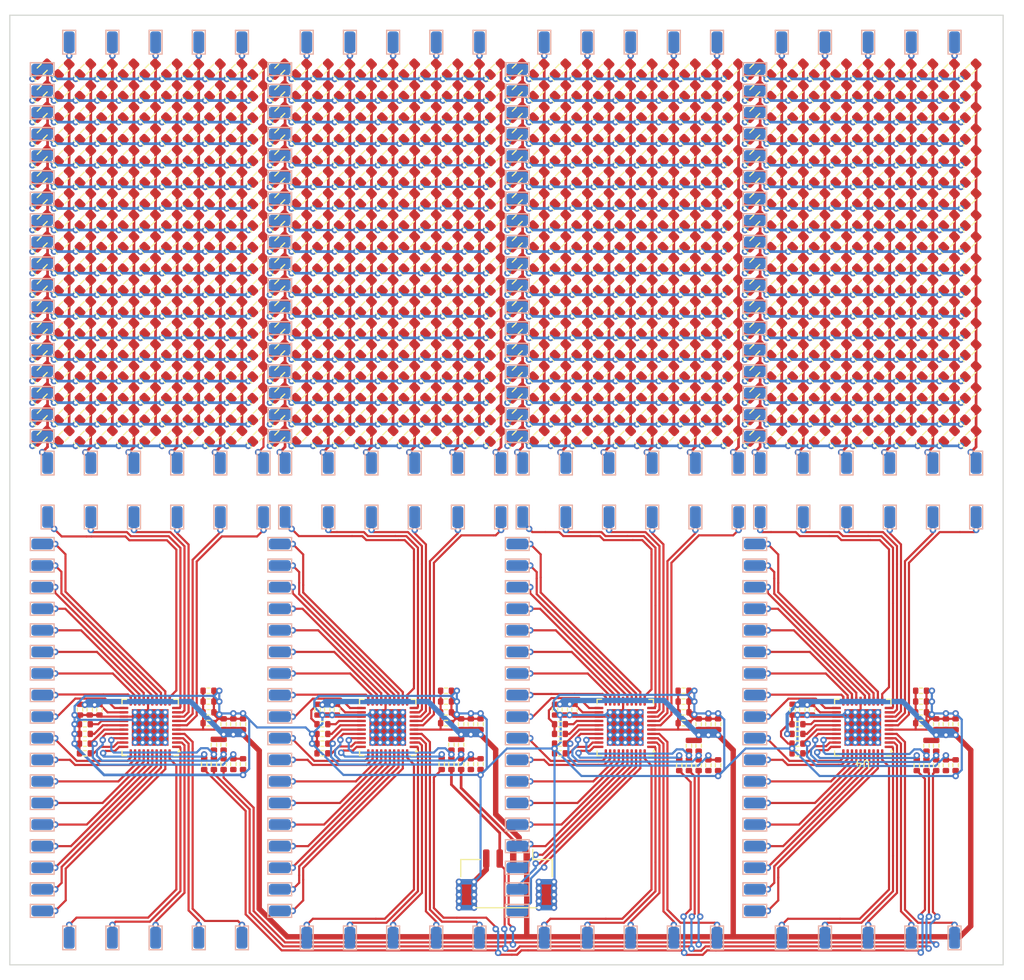
<source format=kicad_pcb>
(kicad_pcb (version 20211014) (generator pcbnew)
  (layers (0 "F.Cu" signal) (31 "B.Cu" signal) (34 "B.Paste" user) (35 "F.Paste" user) (36 "B.SilkS" user "B.Silkscreen") (37 "F.SilkS" user "F.Silkscreen") (38 "B.Mask" user) (39 "F.Mask" user) (44 "Edge.Cuts" user))
  (net 0 "")
  (net 1 "+3V3")
  (net 2 "GND")
  (net 3 "Net-(C19-Pad1)")
  (net 4 "Net-(C26-Pad1)")
  (net 5 "Net-(C33-Pad1)")
  (net 6 "/LED Driver/SW11")
  (net 7 "/Screen/SW11")
  (net 8 "/LED Driver1/SW11")
  (net 9 "/Screen1/SW11")
  (net 10 "/LED Driver2/SW11")
  (net 11 "/Screen2/SW11")
  (net 12 "/LED Driver/SW10")
  (net 13 "/Screen/SW10")
  (net 14 "/LED Driver1/SW10")
  (net 15 "/Screen1/SW10")
  (net 16 "/LED Driver2/SW10")
  (net 17 "/Screen2/SW10")
  (net 18 "/LED Driver/SW9")
  (net 19 "/Screen/SW9")
  (net 20 "/LED Driver1/SW9")
  (net 21 "/Screen1/SW9")
  (net 22 "/LED Driver2/SW9")
  (net 23 "/Screen2/SW9")
  (net 24 "/LED Driver/SW8")
  (net 25 "/Screen/SW8")
  (net 26 "/LED Driver1/SW8")
  (net 27 "/Screen1/SW8")
  (net 28 "/LED Driver2/SW8")
  (net 29 "/Screen2/SW8")
  (net 30 "/LED Driver/SW7")
  (net 31 "/Screen/SW7")
  (net 32 "/LED Driver1/SW7")
  (net 33 "/Screen1/SW7")
  (net 34 "/LED Driver2/SW7")
  (net 35 "/Screen2/SW7")
  (net 36 "/LED Driver/SW6")
  (net 37 "/Screen/SW6")
  (net 38 "/LED Driver1/SW6")
  (net 39 "/Screen1/SW6")
  (net 40 "/LED Driver2/SW6")
  (net 41 "/Screen2/SW6")
  (net 42 "/LED Driver/SW5")
  (net 43 "/Screen/SW5")
  (net 44 "/LED Driver1/SW5")
  (net 45 "/Screen1/SW5")
  (net 46 "/LED Driver2/SW5")
  (net 47 "/Screen2/SW5")
  (net 48 "/LED Driver/SW4")
  (net 49 "/Screen/SW4")
  (net 50 "/LED Driver1/SW4")
  (net 51 "/Screen1/SW4")
  (net 52 "/LED Driver2/SW4")
  (net 53 "/Screen2/SW4")
  (net 54 "/LED Driver/SW3")
  (net 55 "/Screen/SW3")
  (net 56 "/LED Driver1/SW3")
  (net 57 "/Screen1/SW3")
  (net 58 "/LED Driver2/SW3")
  (net 59 "/Screen2/SW3")
  (net 60 "/LED Driver/SW2")
  (net 61 "/Screen/SW2")
  (net 62 "/LED Driver1/SW2")
  (net 63 "/Screen1/SW2")
  (net 64 "/LED Driver2/SW2")
  (net 65 "/Screen2/SW2")
  (net 66 "/LED Driver/SW1")
  (net 67 "/Screen/SW1")
  (net 68 "/LED Driver1/SW1")
  (net 69 "/Screen1/SW1")
  (net 70 "/LED Driver2/SW1")
  (net 71 "/Screen2/SW1")
  (net 72 "/LED Driver/CS18")
  (net 73 "/Screen/CS18")
  (net 74 "/LED Driver1/CS18")
  (net 75 "/Screen1/CS18")
  (net 76 "/LED Driver2/CS18")
  (net 77 "/Screen2/CS18")
  (net 78 "/LED Driver/CS17")
  (net 79 "/Screen/CS17")
  (net 80 "/LED Driver1/CS17")
  (net 81 "/Screen1/CS17")
  (net 82 "/LED Driver2/CS17")
  (net 83 "/Screen2/CS17")
  (net 84 "/LED Driver/CS16")
  (net 85 "/Screen/CS16")
  (net 86 "/LED Driver1/CS16")
  (net 87 "/Screen1/CS16")
  (net 88 "/LED Driver2/CS16")
  (net 89 "/Screen2/CS16")
  (net 90 "/LED Driver/CS15")
  (net 91 "/Screen/CS15")
  (net 92 "/LED Driver1/CS15")
  (net 93 "/Screen1/CS15")
  (net 94 "/LED Driver2/CS15")
  (net 95 "/Screen2/CS15")
  (net 96 "/LED Driver/CS14")
  (net 97 "/Screen/CS14")
  (net 98 "/LED Driver1/CS14")
  (net 99 "/Screen1/CS14")
  (net 100 "/LED Driver2/CS14")
  (net 101 "/Screen2/CS14")
  (net 102 "/LED Driver/CS13")
  (net 103 "/Screen/CS13")
  (net 104 "/LED Driver1/CS13")
  (net 105 "/Screen1/CS13")
  (net 106 "/LED Driver2/CS13")
  (net 107 "/Screen2/CS13")
  (net 108 "/LED Driver/CS12")
  (net 109 "/Screen/CS12")
  (net 110 "/LED Driver1/CS12")
  (net 111 "/Screen1/CS12")
  (net 112 "/LED Driver2/CS12")
  (net 113 "/Screen2/CS12")
  (net 114 "/LED Driver/CS11")
  (net 115 "/Screen/CS11")
  (net 116 "/LED Driver1/CS11")
  (net 117 "/Screen1/CS11")
  (net 118 "/LED Driver2/CS11")
  (net 119 "/Screen2/CS11")
  (net 120 "/LED Driver/CS10")
  (net 121 "/Screen/CS10")
  (net 122 "/LED Driver1/CS10")
  (net 123 "/Screen1/CS10")
  (net 124 "/LED Driver2/CS10")
  (net 125 "/Screen2/CS10")
  (net 126 "/LED Driver/CS9")
  (net 127 "/Screen/CS9")
  (net 128 "/LED Driver1/CS9")
  (net 129 "/Screen1/CS9")
  (net 130 "/LED Driver2/CS9")
  (net 131 "/Screen2/CS9")
  (net 132 "/LED Driver/CS8")
  (net 133 "/Screen/CS8")
  (net 134 "/LED Driver1/CS8")
  (net 135 "/Screen1/CS8")
  (net 136 "/LED Driver2/CS8")
  (net 137 "/Screen2/CS8")
  (net 138 "/LED Driver/CS7")
  (net 139 "/Screen/CS7")
  (net 140 "/LED Driver1/CS7")
  (net 141 "/Screen1/CS7")
  (net 142 "/LED Driver2/CS7")
  (net 143 "/Screen2/CS7")
  (net 144 "/LED Driver/CS6")
  (net 145 "/Screen/CS6")
  (net 146 "/LED Driver1/CS6")
  (net 147 "/Screen1/CS6")
  (net 148 "/LED Driver2/CS6")
  (net 149 "/Screen2/CS6")
  (net 150 "/LED Driver/CS5")
  (net 151 "/Screen/CS5")
  (net 152 "/LED Driver1/CS5")
  (net 153 "/Screen1/CS5")
  (net 154 "/LED Driver2/CS5")
  (net 155 "/Screen2/CS5")
  (net 156 "/LED Driver/CS4")
  (net 157 "/Screen/CS4")
  (net 158 "/LED Driver1/CS4")
  (net 159 "/Screen1/CS4")
  (net 160 "/LED Driver2/CS4")
  (net 161 "/Screen2/CS4")
  (net 162 "/LED Driver/CS3")
  (net 163 "/Screen/CS3")
  (net 164 "/LED Driver1/CS3")
  (net 165 "/Screen1/CS3")
  (net 166 "/LED Driver2/CS3")
  (net 167 "/Screen2/CS3")
  (net 168 "/LED Driver/CS2")
  (net 169 "/Screen/CS2")
  (net 170 "/LED Driver1/CS2")
  (net 171 "/Screen1/CS2")
  (net 172 "/LED Driver2/CS2")
  (net 173 "/Screen2/CS2")
  (net 174 "/LED Driver/CS1")
  (net 175 "/Screen/CS1")
  (net 176 "/LED Driver1/CS1")
  (net 177 "/Screen1/CS1")
  (net 178 "/LED Driver2/CS1")
  (net 179 "/Screen2/CS1")
  (net 180 "/SCL")
  (net 181 "/SDA")
  (net 182 "Net-(R1-Pad2)")
  (net 183 "Net-(R2-Pad2)")
  (net 184 "/LED Driver/SDB")
  (net 185 "/SYNC")
  (net 186 "Net-(R7-Pad2)")
  (net 187 "Net-(R8-Pad2)")
  (net 188 "Net-(R9-Pad2)")
  (net 189 "Net-(R10-Pad2)")
  (net 190 "Net-(R11-Pad2)")
  (net 191 "Net-(R12-Pad2)")
  (net 192 "/LED Driver1/SDB")
  (net 193 "Net-(R17-Pad2)")
  (net 194 "Net-(R18-Pad2)")
  (net 195 "Net-(R19-Pad2)")
  (net 196 "Net-(R20-Pad2)")
  (net 197 "Net-(R21-Pad2)")
  (net 198 "Net-(R22-Pad2)")
  (net 199 "/LED Driver2/SDB")
  (net 200 "Net-(R27-Pad2)")
  (net 201 "Net-(R28-Pad2)")
  (net 202 "Net-(R29-Pad2)")
  (net 203 "Net-(R30-Pad2)")
  (net 204 "Net-(C44-Pad1)")
  (net 205 "/LED Driver3/SW11")
  (net 206 "/Screen3/SW11")
  (net 207 "/LED Driver3/SW10")
  (net 208 "/Screen3/SW10")
  (net 209 "/LED Driver3/SW9")
  (net 210 "/Screen3/SW9")
  (net 211 "/LED Driver3/SW8")
  (net 212 "/Screen3/SW8")
  (net 213 "/LED Driver3/SW7")
  (net 214 "/Screen3/SW7")
  (net 215 "/LED Driver3/SW6")
  (net 216 "/Screen3/SW6")
  (net 217 "/LED Driver3/SW5")
  (net 218 "/Screen3/SW5")
  (net 219 "/LED Driver3/SW4")
  (net 220 "/Screen3/SW4")
  (net 221 "/LED Driver3/SW3")
  (net 222 "/Screen3/SW3")
  (net 223 "/LED Driver3/SW2")
  (net 224 "/Screen3/SW2")
  (net 225 "/LED Driver3/SW1")
  (net 226 "/Screen3/SW1")
  (net 227 "/LED Driver3/CS18")
  (net 228 "/Screen3/CS18")
  (net 229 "/LED Driver3/CS17")
  (net 230 "/Screen3/CS17")
  (net 231 "/LED Driver3/CS16")
  (net 232 "/Screen3/CS16")
  (net 233 "/LED Driver3/CS15")
  (net 234 "/Screen3/CS15")
  (net 235 "/LED Driver3/CS14")
  (net 236 "/Screen3/CS14")
  (net 237 "/LED Driver3/CS13")
  (net 238 "/Screen3/CS13")
  (net 239 "/LED Driver3/CS12")
  (net 240 "/Screen3/CS12")
  (net 241 "/LED Driver3/CS11")
  (net 242 "/Screen3/CS11")
  (net 243 "/LED Driver3/CS10")
  (net 244 "/Screen3/CS10")
  (net 245 "/LED Driver3/CS9")
  (net 246 "/Screen3/CS9")
  (net 247 "/LED Driver3/CS8")
  (net 248 "/Screen3/CS8")
  (net 249 "/LED Driver3/CS7")
  (net 250 "/Screen3/CS7")
  (net 251 "/LED Driver3/CS6")
  (net 252 "/Screen3/CS6")
  (net 253 "/LED Driver3/CS5")
  (net 254 "/Screen3/CS5")
  (net 255 "/LED Driver3/CS4")
  (net 256 "/Screen3/CS4")
  (net 257 "/LED Driver3/CS3")
  (net 258 "/Screen3/CS3")
  (net 259 "/LED Driver3/CS2")
  (net 260 "/Screen3/CS2")
  (net 261 "/LED Driver3/CS1")
  (net 262 "/Screen3/CS1")
  (net 263 "Net-(R31-Pad2)")
  (net 264 "Net-(R32-Pad2)")
  (net 265 "/LED Driver3/SDB")
  (net 266 "Net-(R37-Pad2)")
  (net 267 "Net-(R38-Pad2)")
  (net 268 "Net-(R39-Pad2)")
  (net 269 "Net-(R40-Pad2)")
  (footprint "CoF_Diode:LED-0603" (layer "F.Cu") (at 150 90 45)
    (fp_text reference "D493" hide)
    (fp_text value "LED_A")
  )
  (footprint "CoF_Diode:LED-0603" (layer "F.Cu") (at 142 112 45)
    (fp_text reference "D432" hide)
    (fp_text value "LED_A")
  )
  (footprint "CoF_Diode:LED-0603" (layer "F.Cu") (at 144 90 45)
    (fp_text reference "D439" hide)
    (fp_text value "LED_A")
  )
  (footprint "CoF_Diode:LED-0603" (layer "F.Cu") (at 170 102 45)
    (fp_text reference "D679" hide)
    (fp_text value "LED_A")
  )
  (footprint "CoF_Diode:LED-0603" (layer "F.Cu") (at 172 108 45)
    (fp_text reference "D700" hide)
    (fp_text value "LED_A")
  )
  (footprint "CoF_Diode:LED-0603" (layer "F.Cu") (at 124 82 45)
    (fp_text reference "D255" hide)
    (fp_text value "LED_A")
  )
  (footprint "CoF_Diode:LED-0603" (layer "F.Cu") (at 158 88 45)
    (fp_text reference "D564" hide)
    (fp_text value "LED_A")
  )
  (footprint "CoF_Diode:LED-0603" (layer "F.Cu") (at 158 100 45)
    (fp_text reference "D570" hide)
    (fp_text value "LED_A")
  )
  (footprint "CoF_Diode:LED-0603" (layer "F.Cu") (at 102 82 45)
    (fp_text reference "D57" hide)
    (fp_text value "LED_A")
  )
  (footprint "CoF_Diode:LED-0603" (layer "F.Cu") (at 174 90 45)
    (fp_text reference "D709" hide)
    (fp_text value "LED_A")
  )
  (footprint "CoF_Diode:LED-0603" (layer "F.Cu") (at 178 96 45)
    (fp_text reference "D748" hide)
    (fp_text value "LED_A")
  )
  (footprint "CoF_Capacitor:C-0402" (layer "F.Cu") (at 133.4 135.6)
    (fp_text reference "C5" hide)
    (fp_text value "1uF")
  )
  (footprint "CoF_Diode:LED-0603" (layer "F.Cu") (at 138 108 45)
    (fp_text reference "D394" hide)
    (fp_text value "LED_A")
  )
  (footprint "CoF_Diode:LED-0603" (layer "F.Cu") (at 100 108 45)
    (fp_text reference "D52" hide)
    (fp_text value "LED_A")
  )
  (footprint "CoF_Diode:LED-0603" (layer "F.Cu") (at 164 106 45)
    (fp_text reference "D627" hide)
    (fp_text value "LED_A")
  )
  (footprint "CoF_Diode:LED-0603" (layer "F.Cu") (at 114 96 45)
    (fp_text reference "D172" hide)
    (fp_text value "LED_A")
  )
  (footprint "CoF_Diode:LED-0603" (layer "F.Cu") (at 114 104 45)
    (fp_text reference "D176" hide)
    (fp_text value "LED_A")
  )
  (footprint "CoF_Diode:LED-0603" (layer "F.Cu") (at 158 106 45)
    (fp_text reference "D573" hide)
    (fp_text value "LED_A")
  )
  (footprint "CoF_Diode:LED-0603" (layer "F.Cu") (at 180 102 45)
    (fp_text reference "D769" hide)
    (fp_text value "LED_A")
  )
  (footprint "CoF_Diode:LED-0603" (layer "F.Cu") (at 98 100 45)
    (fp_text reference "D30" hide)
    (fp_text value "LED_A")
  )
  (footprint "CoF_Capacitor:C-0402" (layer "F.Cu") (at 111.4 136.6)
    (fp_text reference "C2" hide)
    (fp_text value "1uF")
  )
  (footprint "CoF_Diode:LED-0603" (layer "F.Cu") (at 176 112 45)
    (fp_text reference "D738" hide)
    (fp_text value "LED_A")
  )
  (footprint "CoF_Diode:LED-0603" (layer "F.Cu") (at 128 100 45)
    (fp_text reference "D300" hide)
    (fp_text value "LED_A")
  )
  (footprint "CoF_Diode:LED-0603" (layer "F.Cu") (at 108 106 45)
    (fp_text reference "D123" hide)
    (fp_text value "LED_A")
  )
  (footprint "CoF_Diode:LED-0603" (layer "F.Cu") (at 136 80 45)
    (fp_text reference "D362" hide)
    (fp_text value "LED_A")
  )
  (footprint "CoF_Diode:LED-0603" (layer "F.Cu") (at 126 112 45)
    (fp_text reference "D288" hide)
    (fp_text value "LED_A")
  )
  (footprint "CoF_Diode:LED-0603" (layer "F.Cu") (at 128 102 45)
    (fp_text reference "D301" hide)
    (fp_text value "LED_A")
  )
  (footprint "CoF_Diode:LED-0603" (layer "F.Cu") (at 110 102 45)
    (fp_text reference "D139" hide)
    (fp_text value "LED_A")
  )
  (footprint "CoF_Diode:LED-0603" (layer "F.Cu") (at 156 88 45)
    (fp_text reference "D546" hide)
    (fp_text value "LED_A")
  )
  (footprint "CoF_Diode:LED-0603" (layer "F.Cu") (at 134 94 45)
    (fp_text reference "D351" hide)
    (fp_text value "LED_A")
  )
  (footprint "CoF_Diode:LED-0603" (layer "F.Cu") (at 170 88 45)
    (fp_text reference "D672" hide)
    (fp_text value "LED_A")
  )
  (footprint "CoF_Diode:LED-0603" (layer "F.Cu") (at 154 98 45)
    (fp_text reference "D533" hide)
    (fp_text value "LED_A")
  )
  (footprint "CoF_Diode:LED-0603" (layer "F.Cu") (at 122 108 45)
    (fp_text reference "D250" hide)
    (fp_text value "LED_A")
  )
  (footprint "CoF_Diode:LED-0603" (layer "F.Cu") (at 102 90 45)
    (fp_text reference "D61" hide)
    (fp_text value "LED_A")
  )
  (footprint "CoF_Diode:LED-0603" (layer "F.Cu") (at 110 78 45)
    (fp_text reference "D127" hide)
    (fp_text value "LED_A")
  )
  (footprint "CoF_Diode:LED-0603" (layer "F.Cu") (at 164 112 45)
    (fp_text reference "D630" hide)
    (fp_text value "LED_A")
  )
  (footprint "CoF_Diode:LED-0603" (layer "F.Cu") (at 130 104 45)
    (fp_text reference "D320" hide)
    (fp_text value "LED_A")
  )
  (footprint "CoF_Resistor:R-0402" (layer "F.Cu") (at 99.95 141.4)
    (fp_text reference "R8" hide)
    (fp_text value "18K")
  )
  (footprint "CoF_Diode:LED-0603" (layer "F.Cu") (at 176 80 45)
    (fp_text reference "D722" hide)
    (fp_text value "LED_A")
  )
  (footprint "CoF_Diode:LED-0603" (layer "F.Cu") (at 150 80 45)
    (fp_text reference "D488" hide)
    (fp_text value "LED_A")
  )
  (footprint "CoF_Diode:LED-0603" (layer "F.Cu") (at 150 96 45)
    (fp_text reference "D496" hide)
    (fp_text value "LED_A")
  )
  (footprint "CoF_Diode:LED-0603" (layer "F.Cu") (at 144 84 45)
    (fp_text reference "D436" hide)
    (fp_text value "LED_A")
  )
  (footprint "CoF_Diode:LED-0603" (layer "F.Cu") (at 112 92 45)
    (fp_text reference "D152" hide)
    (fp_text value "LED_A")
  )
  (footprint "CoF_Diode:LED-0603" (layer "F.Cu") (at 132 108 45)
    (fp_text reference "D340" hide)
    (fp_text value "LED_A")
  )
  (footprint "CoF_Diode:LED-0603" (layer "F.Cu") (at 112 86 45)
    (fp_text reference "D149" hide)
    (fp_text value "LED_A")
  )
  (footprint "CoF_Diode:LED-0603" (layer "F.Cu") (at 112 78 45)
    (fp_text reference "D145" hide)
    (fp_text value "LED_A")
  )
  (footprint "CoF_Diode:LED-0603" (layer "F.Cu") (at 154 86 45)
    (fp_text reference "D527" hide)
    (fp_text value "LED_A")
  )
  (footprint "CoF_Diode:LED-0603" (layer "F.Cu") (at 102 96 45)
    (fp_text reference "D64" hide)
    (fp_text value "LED_A")
  )
  (footprint "CoF_Diode:LED-0603" (layer "F.Cu") (at 150 88 45)
    (fp_text reference "D492" hide)
    (fp_text value "LED_A")
  )
  (footprint "CoF_Diode:LED-0603" (layer "F.Cu") (at 98 104 45)
    (fp_text reference "D32" hide)
    (fp_text value "LED_A")
  )
  (footprint "CoF_Diode:LED-0603" (layer "F.Cu") (at 158 102 45)
    (fp_text reference "D571" hide)
    (fp_text value "LED_A")
  )
  (footprint "CoF_Diode:LED-0603" (layer "F.Cu") (at 100 90 45)
    (fp_text reference "D43" hide)
    (fp_text value "LED_A")
  )
  (footprint "CoF_Diode:LED-0603" (layer "F.Cu") (at 158 104 45)
    (fp_text reference "D572" hide)
    (fp_text value "LED_A")
  )
  (footprint "CoF_Diode:LED-0603" (layer "F.Cu") (at 134 102 45)
    (fp_text reference "D355" hide)
    (fp_text value "LED_A")
  )
  (footprint "CoF_Diode:LED-0603" (layer "F.Cu") (at 166 94 45)
    (fp_text reference "D639" hide)
    (fp_text value "LED_A")
  )
  (footprint "CoF_Diode:LED-0603" (layer "F.Cu") (at 128 86 45)
    (fp_text reference "D293" hide)
    (fp_text value "LED_A")
  )
  (footprint "CoF_Diode:LED-0603" (layer "F.Cu") (at 152 80 45)
    (fp_text reference "D506" hide)
    (fp_text value "LED_A")
  )
  (footprint "CoF_Diode:LED-0603" (layer "F.Cu") (at 170 80 45)
    (fp_text reference "D668" hide)
    (fp_text value "LED_A")
  )
  (footprint "CoF_Diode:LED-0603" (layer "F.Cu") (at 132 104 45)
    (fp_text reference "D338" hide)
    (fp_text value "LED_A")
  )
  (footprint "CoF_Diode:LED-0603" (layer "F.Cu") (at 132 102 45)
    (fp_text reference "D337" hide)
    (fp_text value "LED_A")
  )
  (footprint "CoF_Diode:LED-0603" (layer "F.Cu") (at 120 84 45)
    (fp_text reference "D220" hide)
    (fp_text value "LED_A")
  )
  (footprint "CoF_Diode:LED-0603" (layer "F.Cu") (at 144 78 45)
    (fp_text reference "D433" hide)
    (fp_text value "LED_A")
  )
  (footprint "CoF_Diode:LED-0603" (layer "F.Cu") (at 154 106 45)
    (fp_text reference "D537" hide)
    (fp_text value "LED_A")
  )
  (footprint "CoF_Diode:LED-0603" (layer "F.Cu") (at 172 106 45)
    (fp_text reference "D699" hide)
    (fp_text value "LED_A")
  )
  (footprint "CoF_Diode:LED-0603" (layer "F.Cu") (at 124 106 45)
    (fp_text reference "D267" hide)
    (fp_text value "LED_A")
  )
  (footprint "CoF_Diode:LED-0603" (layer "F.Cu") (at 158 80 45)
    (fp_text reference "D560" hide)
    (fp_text value "LED_A")
  )
  (footprint "CoF_Diode:LED-0603" (layer "F.Cu") (at 96 104 45)
    (fp_text reference "D14" hide)
    (fp_text value "LED_A")
  )
  (footprint "CoF_Diode:LED-0603" (layer "F.Cu") (at 164 82 45)
    (fp_text reference "D615" hide)
    (fp_text value "LED_A")
  )
  (footprint "CoF_Diode:LED-0603" (layer "F.Cu") (at 130 80 45)
    (fp_text reference "D308" hide)
    (fp_text value "LED_A")
  )
  (footprint "CoF_Diode:LED-0603" (layer "F.Cu") (at 120 88 45)
    (fp_text reference "D222" hide)
    (fp_text value "LED_A")
  )
  (footprint "CoF_Diode:LED-0603" (layer "F.Cu") (at 182 92 45)
    (fp_text reference "D782" hide)
    (fp_text value "LED_A")
  )
  (footprint "CoF_Diode:LED-0603" (layer "F.Cu") (at 104 110 45)
    (fp_text reference "D89" hide)
    (fp_text value "LED_A")
  )
  (footprint "CoF_Diode:LED-0603" (layer "F.Cu") (at 156 92 45)
    (fp_text reference "D548" hide)
    (fp_text value "LED_A")
  )
  (footprint "CoF_Resistor:R-0402" (layer "F.Cu") (at 134.8 140.6 -90)
    (fp_text reference "R11" hide)
    (fp_text value "10K")
  )
  (footprint "CoF_Diode:LED-0603" (layer "F.Cu") (at 98 92 45)
    (fp_text reference "D26" hide)
    (fp_text value "LED_A")
  )
  (footprint "CoF_Diode:LED-0603" (layer "F.Cu") (at 100 94 45)
    (fp_text reference "D45" hide)
    (fp_text value "LED_A")
  )
  (footprint "CoF_Diode:LED-0603" (layer "F.Cu") (at 104 112 45)
    (fp_text reference "D90" hide)
    (fp_text value "LED_A")
  )
  (footprint "CoF_Diode:LED-0603" (layer "F.Cu") (at 154 80 45)
    (fp_text reference "D524" hide)
    (fp_text value "LED_A")
  )
  (footprint "CoF_Diode:LED-0603" (layer "F.Cu") (at 126 106 45)
    (fp_text reference "D285" hide)
    (fp_text value "LED_A")
  )
  (footprint "CoF_Resistor:R-0402" (layer "F.Cu") (at 177.9 142.5 90)
    (fp_text reference "R33" hide)
    (fp_text value "22R")
  )
  (footprint "CoF_Diode:LED-0603" (layer "F.Cu") (at 140 92 45)
    (fp_text reference "D404" hide)
    (fp_text value "LED_A")
  )
  (footprint "CoF_Diode:LED-0603" (layer "F.Cu") (at 154 92 45)
    (fp_text reference "D530" hide)
    (fp_text value "LED_A")
  )
  (footprint "CoF_Diode:LED-0603" (layer "F.Cu") (at 128 104 45)
    (fp_text reference "D302" hide)
    (fp_text value "LED_A")
  )
  (footprint "CoF_Diode:LED-0603" (layer "F.Cu") (at 132 100 45)
    (fp_text reference "D336" hide)
    (fp_text value "LED_A")
  )
  (footprint "CoF_Diode:LED-0603" (layer "F.Cu") (at 174 94 45)
    (fp_text reference "D711" hide)
    (fp_text value "LED_A")
  )
  (footprint "CoF_Diode:LED-0603" (layer "F.Cu") (at 142 104 45)
    (fp_text reference "D428" hide)
    (fp_text value "LED_A")
  )
  (footprint "CoF_Diode:LED-0603" (layer "F.Cu") (at 178 112 45)
    (fp_text reference "D756" hide)
    (fp_text value "LED_A")
  )
  (footprint "CoF_Diode:LED-0603" (layer "F.Cu") (at 176 110 45)
    (fp_text reference "D737" hide)
    (fp_text value "LED_A")
  )
  (footprint "CoF_Diode:LED-0603" (layer "F.Cu") (at 162 110 45)
    (fp_text reference "D611" hide)
    (fp_text value "LED_A")
  )
  (footprint "CoF_Diode:LED-0603" (layer "F.Cu") (at 107.994975 84.005025 45)
    (fp_text reference "D112" hide)
    (fp_text value "LED_A")
  )
  (footprint "CoF_Diode:LED-0603" (layer "F.Cu") (at 148 112 45)
    (fp_text reference "D486" hide)
    (fp_text value "LED_A")
  )
  (footprint "CoF_Diode:LED-0603" (layer "F.Cu") (at 130 98 45)
    (fp_text reference "D317" hide)
    (fp_text value "LED_A")
  )
  (footprint "CoF_Diode:LED-0603" (layer "F.Cu") (at 122 92 45)
    (fp_text reference "D242" hide)
    (fp_text value "LED_A")
  )
  (footprint "CoF_Diode:LED-0603" (layer "F.Cu") (at 148 82 45)
    (fp_text reference "D471" hide)
    (fp_text value "LED_A")
  )
  (footprint "CoF_Diode:LED-0603" (layer "F.Cu") (at 176 78 45)
    (fp_text reference "D721" hide)
    (fp_text value "LED_A")
  )
  (footprint "CoF_Capacitor:C-0402" (layer "F.Cu") (at 136.6 138.7 90)
    (fp_text reference "C20" hide)
    (fp_text value "1uF")
  )
  (footprint "CoF_Diode:LED-0603" (layer "F.Cu") (at 166 104 45)
    (fp_text reference "D644" hide)
    (fp_text value "LED_A")
  )
  (footprint "CoF_Diode:LED-0603" (layer "F.Cu") (at 150 94 45)
    (fp_text reference "D495" hide)
    (fp_text value "LED_A")
  )
  (footprint "CoF_Diode:LED-0603" (layer "F.Cu") (at 98 102 45)
    (fp_text reference "D31" hide)
    (fp_text value "LED_A")
  )
  (footprint "CoF_Diode:LED-0603" (layer "F.Cu") (at 150 106 45)
    (fp_text reference "D501" hide)
    (fp_text value "LED_A")
  )
  (footprint "CoF_Diode:LED-0603" (layer "F.Cu") (at 136 94 45)
    (fp_text reference "D369" hide)
    (fp_text value "LED_A")
  )
  (footprint "CoF_Diode:LED-0603" (layer "F.Cu") (at 170 96 45)
    (fp_text reference "D676" hide)
    (fp_text value "LED_A")
  )
  (footprint "CoF_Diode:LED-0603" (layer "F.Cu") (at 154 100 45)
    (fp_text reference "D534" hide)
    (fp_text value "LED_A")
  )
  (footprint "CoF_Diode:LED-0603" (layer "F.Cu") (at 140 90 45)
    (fp_text reference "D403" hide)
    (fp_text value "LED_A")
  )
  (footprint "CoF_Diode:LED-0603" (layer "F.Cu") (at 130 112 45)
    (fp_text reference "D324" hide)
    (fp_text value "LED_A")
  )
  (footprint "CoF_Resistor:R-0402" (layer "F.Cu") (at 121.95 139.6)
    (fp_text reference "R20" hide)
    (fp_text value "0R")
  )
  (footprint "CoF_Diode:LED-0603" (layer "F.Cu") (at 136 110 45)
    (fp_text reference "D377" hide)
    (fp_text value "LED_A")
  )
  (footprint "CoF_Capacitor:C-0402" (layer "F.Cu") (at 179.7 138.7 90)
    (fp_text reference "C39" hide)
    (fp_text value "100nF")
  )
  (footprint "CoF_Diode:LED-0603" (layer "F.Cu") (at 108 108 45)
    (fp_text reference "D124" hide)
    (fp_text value "LED_A")
  )
  (footprint "CoF_Diode:LED-0603" (layer "F.Cu") (at 120 78 45)
    (fp_text reference "D217" hide)
    (fp_text value "LED_A")
  )
  (footprint "CoF_Diode:LED-0603" (layer "F.Cu") (at 168 110 45)
    (fp_text reference "D665" hide)
    (fp_text value "LED_A")
  )
  (footprint "CoF_Diode:LED-0603" (layer "F.Cu") (at 136 96 45)
    (fp_text reference "D370" hide)
    (fp_text value "LED_A")
  )
  (footprint "CoF_Diode:LED-0603" (layer "F.Cu") (at 174 80 45)
    (fp_text reference "D704" hide)
    (fp_text value "LED_A")
  )
  (footprint "CoF_Diode:LED-0603" (layer "F.Cu") (at 156 108 45)
    (fp_text reference "D556" hide)
    (fp_text value "LED_A")
  )
  (footprint "CoF_Diode:LED-0603" (layer "F.Cu") (at 110 90 45)
    (fp_text reference "D133" hide)
    (fp_text value "LED_A")
  )
  (footprint "CoF_Diode:LED-0603" (layer "F.Cu") (at 148 104 45)
    (fp_text reference "D482" hide)
    (fp_text value "LED_A")
  )
  (footprint "CoF_Diode:LED-0603" (layer "F.Cu") (at 96 82 45)
    (fp_text reference "D3" hide)
    (fp_text value "LED_A")
  )
  (footprint "CoF_Diode:LED-0603" (layer "F.Cu") (at 130 108 45)
    (fp_text reference "D322" hide)
    (fp_text value "LED_A")
  )
  (footprint "CoF_Diode:LED-0603" (layer "F.Cu") (at 172 86 45)
    (fp_text reference "D689" hide)
    (fp_text value "LED_A")
  )
  (footprint "CoF_Diode:LED-0603" (layer "F.Cu") (at 162 106 45)
    (fp_text reference "D609" hide)
    (fp_text value "LED_A")
  )
  (footprint "CoF_Diode:LED-0603" (layer "F.Cu") (at 140 98 45)
    (fp_text reference "D407" hide)
    (fp_text value "LED_A")
  )
  (footprint "CoF_Diode:LED-0603" (layer "F.Cu") (at 152 96 45)
    (fp_text reference "D514" hide)
    (fp_text value "LED_A")
  )
  (footprint "CoF_Diode:LED-0603" (layer "F.Cu") (at 166 80 45)
    (fp_text reference "D632" hide)
    (fp_text value "LED_A")
  )
  (footprint "CoF_Diode:LED-0603" (layer "F.Cu") (at 150 112 45)
    (fp_text reference "D504" hide)
    (fp_text value "LED_A")
  )
  (footprint "CoF_Diode:LED-0603" (layer "F.Cu") (at 142 86 45)
    (fp_text reference "D419" hide)
    (fp_text value "LED_A")
  )
  (footprint "CoF_Diode:LED-0603" (layer "F.Cu") (at 134 88 45)
    (fp_text reference "D348" hide)
    (fp_text value "LED_A")
  )
  (footprint "CoF_Diode:LED-0603" (layer "F.Cu") (at 108 100 45)
    (fp_text reference "D120" hide)
    (fp_text value "LED_A")
  )
  (footprint "CoF_Diode:LED-0603" (layer "F.Cu") (at 118 78 45)
    (fp_text reference "D199" hide)
    (fp_text value "LED_A")
  )
  (footprint "CoF_Diode:LED-0603" (layer "F.Cu") (at 180 104 45)
    (fp_text reference "D770" hide)
    (fp_text value "LED_A")
  )
  (footprint "CoF_Diode:LED-0603" (layer "F.Cu") (at 108 92 45)
    (fp_text reference "D116" hide)
    (fp_text value "LED_A")
  )
  (footprint "CoF_Diode:LED-0603" (layer "F.Cu") (at 112 96 45)
    (fp_text reference "D154" hide)
    (fp_text value "LED_A")
  )
  (footprint "CoF_Diode:LED-0603" (layer "F.Cu") (at 162 102 45)
    (fp_text reference "D607" hide)
    (fp_text value "LED_A")
  )
  (footprint "CoF_Diode:LED-0603" (layer "F.Cu") (at 154 78 45)
    (fp_text reference "D523" hide)
    (fp_text value "LED_A")
  )
  (footprint "CoF_Diode:LED-0603" (layer "F.Cu") (at 138 102 45)
    (fp_text reference "D391" hide)
    (fp_text value "LED_A")
  )
  (footprint "CoF_Diode:LED-0603" (layer "F.Cu") (at 124 78 45)
    (fp_text reference "D253" hide)
    (fp_text value "LED_A")
  )
  (footprint "CoF_Diode:LED-0603" (layer "F.Cu") (at 134 92 45)
    (fp_text reference "D350" hide)
    (fp_text value "LED_A")
  )
  (footprint "CoF_Diode:LED-0603" (layer "F.Cu") (at 182 112 45)
    (fp_text reference "D792" hide)
    (fp_text value "LED_A")
  )
  (footprint "CoF_Diode:LED-0603" (layer "F.Cu") (at 182 82 45)
    (fp_text reference "D777" hide)
    (fp_text value "LED_A")
  )
  (footprint "CoF_Diode:LED-0603" (layer "F.Cu") (at 166 82 45)
    (fp_text reference "D633" hide)
    (fp_text value "LED_A")
  )
  (footprint "CoF_Diode:LED-0603" (layer "F.Cu") (at 114 102 45)
    (fp_text reference "D175" hide)
    (fp_text value "LED_A")
  )
  (footprint "CoF_Diode:LED-0603" (layer "F.Cu") (at 112 102 45)
    (fp_text reference "D157" hide)
    (fp_text value "LED_A")
  )
  (footprint "CoF_Diode:LED-0603" (layer "F.Cu") (at 102 86 45)
    (fp_text reference "D59" hide)
    (fp_text value "LED_A")
  )
  (footprint "CoF_Diode:LED-0603" (layer "F.Cu") (at 166 98 45)
    (fp_text reference "D641" hide)
    (fp_text value "LED_A")
  )
  (footprint "CoF_Diode:LED-0603" (layer "F.Cu") (at 118 102 45)
    (fp_text reference "D211" hide)
    (fp_text value "LED_A")
  )
  (footprint "CoF_Resistor:R-0402" (layer "F.Cu") (at 156.8 142.5 90)
    (fp_text reference "R24" hide)
    (fp_text value "22R")
  )
  (footprint "CoF_Diode:LED-0603" (layer "F.Cu") (at 152 84 45)
    (fp_text reference "D508" hide)
    (fp_text value "LED_A")
  )
  (footprint "CoF_Diode:LED-0603" (layer "F.Cu") (at 148 110 45)
    (fp_text reference "D485" hide)
    (fp_text value "LED_A")
  )
  (footprint "CoF_Diode:LED-0603" (layer "F.Cu") (at 136 112 45)
    (fp_text reference "D378" hide)
    (fp_text value "LED_A")
  )
  (footprint "CoF_Diode:LED-0603" (layer "F.Cu") (at 100 104 45)
    (fp_text reference "D50" hide)
    (fp_text value "LED_A")
  )
  (footprint "CoF_Diode:LED-0603" (layer "F.Cu") (at 148 108 45)
    (fp_text reference "D484" hide)
    (fp_text value "LED_A")
  )
  (footprint "CoF_Diode:LED-0603" (layer "F.Cu") (at 114 80 45)
    (fp_text reference "D164" hide)
    (fp_text value "LED_A")
  )
  (footprint "CoF_Diode:LED-0603" (layer "F.Cu") (at 166 90 45)
    (fp_text reference "D637" hide)
    (fp_text value "LED_A")
  )
  (footprint "CoF_Diode:LED-0603" (layer "F.Cu") (at 124 86 45)
    (fp_text reference "D257" hide)
    (fp_text value "LED_A")
  )
  (footprint "CoF_Diode:LED-0603" (layer "F.Cu") (at 144 110 45)
    (fp_text reference "D449" hide)
    (fp_text value "LED_A")
  )
  (footprint "CoF_Diode:LED-0603" (layer "F.Cu") (at 118 112 45)
    (fp_text reference "D216" hide)
    (fp_text value "LED_A")
  )
  (footprint "CoF_Diode:LED-0603" (layer "F.Cu") (at 110 80 45)
    (fp_text reference "D128" hide)
    (fp_text value "LED_A")
  )
  (footprint "CoF_Diode:LED-0603" (layer "F.Cu") (at 134 98 45)
    (fp_text reference "D353" hide)
    (fp_text value "LED_A")
  )
  (footprint "CoF_Diode:LED-0603" (layer "F.Cu") (at 176 100 45)
    (fp_text reference "D732" hide)
    (fp_text value "LED_A")
  )
  (footprint "CoF_Diode:LED-0603" (layer "F.Cu") (at 106 90 45)
    (fp_text reference "D97" hide)
    (fp_text value "LED_A")
  )
  (footprint "CoF_Diode:LED-0603" (layer "F.Cu") (at 148 90 45)
    (fp_text reference "D475" hide)
    (fp_text value "LED_A")
  )
  (footprint "CoF_Diode:LED-0603" (layer "F.Cu") (at 152 86 45)
    (fp_text reference "D509" hide)
    (fp_text value "LED_A")
  )
  (footprint "CoF_Diode:LED-0603" (layer "F.Cu") (at 132 78 45)
    (fp_text reference "D325" hide)
    (fp_text value "LED_A")
  )
  (footprint "CoF_Diode:LED-0603" (layer "F.Cu") (at 112 84 45)
    (fp_text reference "D148" hide)
    (fp_text value "LED_A")
  )
  (footprint "CoF_Diode:LED-0603" (layer "F.Cu") (at 164 108 45)
    (fp_text reference "D628" hide)
    (fp_text value "LED_A")
  )
  (footprint "CoF_Diode:LED-0603" (layer "F.Cu") (at 162 100 45)
    (fp_text reference "D606" hide)
    (fp_text value "LED_A")
  )
  (footprint "CoF_Diode:LED-0603" (layer "F.Cu") (at 176 102 45)
    (fp_text reference "D733" hide)
    (fp_text value "LED_A")
  )
  (footprint "CoF_Diode:LED-0603" (layer "F.Cu") (at 98 110 45)
    (fp_text reference "D35" hide)
    (fp_text value "LED_A")
  )
  (footprint "CoF_Resistor:R-0402" (layer "F.Cu") (at 165.95 141.4)
    (fp_text reference "R38" hide)
    (fp_text value "18K")
  )
  (footprint "CoF_Resistor:R-0402" (layer "F.Cu") (at 114.6 142.4 -90)
    (fp_text reference "R6" hide)
    (fp_text value "100K")
  )
  (footprint "CoF_Diode:LED-0603" (layer "F.Cu") (at 152 82 45)
    (fp_text reference "D507" hide)
    (fp_text value "LED_A")
  )
  (footprint "CoF_Diode:LED-0603" (layer "F.Cu") (at 180 78 45)
    (fp_text reference "D757" hide)
    (fp_text value "LED_A")
  )
  (footprint "CoF_Capacitor:C-0402" (layer "F.Cu") (at 114.6 138.7 90)
    (fp_text reference "C13" hide)
    (fp_text value "1uF")
  )
  (footprint "CoF_Diode:LED-0603" (layer "F.Cu") (at 182 100 45)
    (fp_text reference "D786" hide)
    (fp_text value "LED_A")
  )
  (footprint "CoF_Diode:LED-0603" (layer "F.Cu") (at 166 96 45)
    (fp_text reference "D640" hide)
    (fp_text value "LED_A")
  )
  (footprint "CoF_Diode:LED-0603" (layer "F.Cu") (at 132 112 45)
    (fp_text reference "D342" hide)
    (fp_text value "LED_A")
  )
  (footprint "CoF_Diode:LED-0603" (layer "F.Cu") (at 182 108 45)
    (fp_text reference "D790" hide)
    (fp_text value "LED_A")
  )
  (footprint "CoF_Diode:LED-0603" (layer "F.Cu") (at 142 106 45)
    (fp_text reference "D429" hide)
    (fp_text value "LED_A")
  )
  (footprint "CoF_Diode:LED-0603" (layer "F.Cu") (at 148 92 45)
    (fp_text reference "D476" hide)
    (fp_text value "LED_A")
  )
  (footprint "CoF_Diode:LED-0603" (layer "F.Cu") (at 116 96 45)
    (fp_text reference "D190" hide)
    (fp_text value "LED_A")
  )
  (footprint "CoF_Diode:LED-0603" (layer "F.Cu") (at 150 98 45)
    (fp_text reference "D497" hide)
    (fp_text value "LED_A")
  )
  (footprint "CoF_Diode:LED-0603" (layer "F.Cu") (at 176 84 45)
    (fp_text reference "D724" hide)
    (fp_text value "LED_A")
  )
  (footprint "CoF_Diode:LED-0603" (layer "F.Cu") (at 124 80 45)
    (fp_text reference "D254" hide)
    (fp_text value "LED_A")
  )
  (footprint "CoF_Diode:LED-0603" (layer "F.Cu") (at 116 104 45)
    (fp_text reference "D194" hide)
    (fp_text value "LED_A")
  )
  (footprint "CoF_Diode:LED-0603" (layer "F.Cu") (at 138 92 45)
    (fp_text reference "D386" hide)
    (fp_text value "LED_A")
  )
  (footprint "CoF_Diode:LED-0603" (layer "F.Cu") (at 122 102 45)
    (fp_text reference "D247" hide)
    (fp_text value "LED_A")
  )
  (footprint "CoF_Diode:LED-0603" (layer "F.Cu") (at 130 78 45)
    (fp_text reference "D307" hide)
    (fp_text value "LED_A")
  )
  (footprint "CoF_Resistor:R-0402" (layer "F.Cu") (at 165.95 138.7)
    (fp_text reference "R39" hide)
    (fp_text value "0R")
  )
  (footprint "CoF_Diode:LED-0603" (layer "F.Cu") (at 180 88 45)
    (fp_text reference "D762" hide)
    (fp_text value "LED_A")
  )
  (footprint "CoF_Diode:LED-0603" (layer "F.Cu") (at 152 98 45)
    (fp_text reference "D515" hide)
    (fp_text value "LED_A")
  )
  (footprint "CoF_Diode:LED-0603" (layer "F.Cu") (at 164 90 45)
    (fp_text reference "D619" hide)
    (fp_text value "LED_A")
  )
  (footprint "CoF_Diode:LED-0603" (layer "F.Cu") (at 170 110 45)
    (fp_text reference "D683" hide)
    (fp_text value "LED_A")
  )
  (footprint "CoF_Diode:LED-0603" (layer "F.Cu") (at 180 90 45)
    (fp_text reference "D763" hide)
    (fp_text value "LED_A")
  )
  (footprint "CoF_Diode:LED-0603" (layer "F.Cu") (at 122 88 45)
    (fp_text reference "D240" hide)
    (fp_text value "LED_A")
  )
  (footprint "CoF_Diode:LED-0603" (layer "F.Cu") (at 174 112 45)
    (fp_text reference "D720" hide)
    (fp_text value "LED_A")
  )
  (footprint "CoF_Diode:LED-0603" (layer "F.Cu") (at 170 92 45)
    (fp_text reference "D674" hide)
    (fp_text value "LED_A")
  )
  (footprint "CoF_Diode:LED-0603" (layer "F.Cu") (at 178 94 45)
    (fp_text reference "D747" hide)
    (fp_text value "LED_A")
  )
  (footprint "CoF_Capacitor:C-0402" (layer "F.Cu") (at 166.4 137.35 -90)
    (fp_text reference "C42" hide)
    (fp_text value "100nF")
  )
  (footprint "CoF_Diode:LED-0603" (layer "F.Cu") (at 138 88 45)
    (fp_text reference "D384" hide)
    (fp_text value "LED_A")
  )
  (footprint "CoF_Diode:LED-0603" (layer "F.Cu") (at 128 88 45)
    (fp_text reference "D294" hide)
    (fp_text value "LED_A")
  )
  (footprint "CoF_Diode:LED-0603" (layer "F.Cu") (at 152 102 45)
    (fp_text reference "D517" hide)
    (fp_text value "LED_A")
  )
  (footprint "CoF_Diode:LED-0603" (layer "F.Cu") (at 152 106 45)
    (fp_text reference "D519" hide)
    (fp_text value "LED_A")
  )
  (footprint "CoF_Diode:LED-0603" (layer "F.Cu") (at 140 86 45)
    (fp_text reference "D401" hide)
    (fp_text value "LED_A")
  )
  (footprint "CoF_Diode:LED-0603" (layer "F.Cu") (at 156 112 45)
    (fp_text reference "D558" hide)
    (fp_text value "LED_A")
  )
  (footprint "CoF_Diode:LED-0603" (layer "F.Cu") (at 108 94 45)
    (fp_text reference "D117" hide)
    (fp_text value "LED_A")
  )
  (footprint "CoF_Diode:LED-0603" (layer "F.Cu") (at 152 90 45)
    (fp_text reference "D511" hide)
    (fp_text value "LED_A")
  )
  (footprint "CoF_Diode:LED-0603" (layer "F.Cu") (at 180 98 45)
    (fp_text reference "D767" hide)
    (fp_text value "LED_A")
  )
  (footprint "CoF_Diode:LED-0603" (layer "F.Cu") (at 170 94 45)
    (fp_text reference "D675" hide)
    (fp_text value "LED_A")
  )
  (footprint "CoF_Diode:LED-0603" (layer "F.Cu") (at 98 88 45)
    (fp_text reference "D24" hide)
    (fp_text value "LED_A")
  )
  (footprint "CoF_Diode:LED-0603" (layer "F.Cu") (at 182 110 45)
    (fp_text reference "D791" hide)
    (fp_text value "LED_A")
  )
  (footprint "CoF_Diode:LED-0603" (layer "F.Cu") (at 164 94 45)
    (fp_text reference "D621" hide)
    (fp_text value "LED_A")
  )
  (footprint "CoF_Diode:LED-0603" (layer "F.Cu") (at 116 92 45)
    (fp_text reference "D188" hide)
    (fp_text value "LED_A")
  )
  (footprint "CoF_Resistor:R-0402" (layer "F.Cu") (at 178.8 142.5 90)
    (fp_text reference "R34" hide)
    (fp_text value "22R")
  )
  (footprint "CoF_Diode:LED-0603" (layer "F.Cu") (at 114 110 45)
    (fp_text reference "D179" hide)
    (fp_text value "LED_A")
  )
  (footprint "CoF_Diode:LED-0603" (layer "F.Cu") (at 130 110 45)
    (fp_text reference "D323" hide)
    (fp_text value "LED_A")
  )
  (footprint "CoF_Capacitor:C-0402" (layer "F.Cu") (at 112.8 138.7 90)
    (fp_text reference "C15" hide)
    (fp_text value "100nF")
  )
  (footprint "CoF_Diode:LED-0603" (layer "F.Cu") (at 110 82 45)
    (fp_text reference "D129" hide)
    (fp_text value "LED_A")
  )
  (footprint "CoF_Diode:LED-0603" (layer "F.Cu") (at 106 86 45)
    (fp_text reference "D95" hide)
    (fp_text value "LED_A")
  )
  (footprint "CoF_Capacitor:C-0402" (layer "F.Cu") (at 135.7 138.7 90)
    (fp_text reference "C21" hide)
    (fp_text value "100nF")
  )
  (footprint "CoF_Diode:LED-0603" (layer "F.Cu") (at 158 96 45)
    (fp_text reference "D568" hide)
    (fp_text value "LED_A")
  )
  (footprint "CoF_Diode:LED-0603" (layer "F.Cu") (at 148 96 45)
    (fp_text reference "D478" hide)
    (fp_text value "LED_A")
  )
  (footprint "CoF_Diode:LED-0603" (layer "F.Cu") (at 182 84 45)
    (fp_text reference "D778" hide)
    (fp_text value "LED_A")
  )
  (footprint "CoF_Diode:LED-0603" (layer "F.Cu") (at 142 98 45)
    (fp_text reference "D425" hide)
    (fp_text value "LED_A")
  )
  (footprint "CoF_Diode:LED-0603" (layer "F.Cu") (at 98 79.994975 45)
    (fp_text reference "D20" hide)
    (fp_text value "LED_A")
  )
  (footprint "CoF_Diode:LED-0603" (layer "F.Cu") (at 120 86 45)
    (fp_text reference "D221" hide)
    (fp_text value "LED_A")
  )
  (footprint "CoF_Diode:LED-0603" (layer "F.Cu") (at 154 82 45)
    (fp_text reference "D525" hide)
    (fp_text value "LED_A")
  )
  (footprint "CoF_Diode:LED-0603" (layer "F.Cu") (at 116 112 45)
    (fp_text reference "D198" hide)
    (fp_text value "LED_A")
  )
  (footprint "CoF_Diode:LED-0603" (layer "F.Cu") (at 136 108 45)
    (fp_text reference "D376" hide)
    (fp_text value "LED_A")
  )
  (footprint "CoF_Diode:LED-0603" (layer "F.Cu") (at 180 106 45)
    (fp_text reference "D771" hide)
    (fp_text value "LED_A")
  )
  (footprint "CoF_Diode:LED-0603" (layer "F.Cu") (at 110 88 45)
    (fp_text reference "D132" hide)
    (fp_text value "LED_A")
  )
  (footprint "CoF_Diode:LED-0603" (layer "F.Cu") (at 130 102 45)
    (fp_text reference "D319" hide)
    (fp_text value "LED_A")
  )
  (footprint "CoF_Diode:LED-0603" (layer "F.Cu") (at 176 98 45)
    (fp_text reference "D731" hide)
    (fp_text value "LED_A")
  )
  (footprint "CoF_Diode:LED-0603" (layer "F.Cu") (at 96 96 45)
    (fp_text reference "D10" hide)
    (fp_text value "LED_A")
  )
  (footprint "CoF_Capacitor:C-0402" (layer "F.Cu") (at 133.4 136.6)
    (fp_text reference "C6" hide)
    (fp_text value "1uF")
  )
  (footprint "CoF_Diode:LED-0603" (layer "F.Cu") (at 108 78 45)
    (fp_text reference "D109" hide)
    (fp_text value "LED_A")
  )
  (footprint "CoF_Diode:LED-0603" (layer "F.Cu") (at 114 112 45)
    (fp_text reference "D180" hide)
    (fp_text value "LED_A")
  )
  (footprint "CoF_Resistor:R-0402" (layer "F.Cu") (at 143.95 138.7)
    (fp_text reference "R29" hide)
    (fp_text value "0R")
  )
  (footprint "CoF_Diode:LED-0603" (layer "F.Cu") (at 122 100 45)
    (fp_text reference "D246" hide)
    (fp_text value "LED_A")
  )
  (footprint "CoF_Diode:LED-0603" (layer "F.Cu") (at 136 102 45)
    (fp_text reference "D373" hide)
    (fp_text value "LED_A")
  )
  (footprint "CoF_Diode:LED-0603" (layer "F.Cu") (at 166 110 45)
    (fp_text reference "D647" hide)
    (fp_text value "LED_A")
  )
  (footprint "CoF_Diode:LED-0603" (layer "F.Cu") (at 144 80 45)
    (fp_text reference "D434" hide)
    (fp_text value "LED_A")
  )
  (footprint "CoF_Diode:LED-0603" (layer "F.Cu") (at 118 100 45)
    (fp_text reference "D210" hide)
    (fp_text value "LED_A")
  )
  (footprint "CoF_Diode:LED-0603" (layer "F.Cu") (at 158 90 45)
    (fp_text reference "D565" hide)
    (fp_text value "LED_A")
  )
  (footprint "CoF_Diode:LED-0603" (layer "F.Cu") (at 164 110 45)
    (fp_text reference "D629" hide)
    (fp_text value "LED_A")
  )
  (footprint "CoF_Diode:LED-0603" (layer "F.Cu") (at 138 96 45)
    (fp_text reference "D388" hide)
    (fp_text value "LED_A")
  )
  (footprint "CoF_Diode:LED-0603" (layer "F.Cu") (at 134 80 45)
    (fp_text reference "D344" hide)
    (fp_text value "LED_A")
  )
  (footprint "CoF_Diode:LED-0603" (layer "F.Cu") (at 166 106 45)
    (fp_text reference "D645" hide)
    (fp_text value "LED_A")
  )
  (footprint "CoF_Diode:LED-0603" (layer "F.Cu") (at 112 98 45)
    (fp_text reference "D155" hide)
    (fp_text value "LED_A")
  )
  (footprint "CoF_Diode:LED-0603" (layer "F.Cu") (at 148 80 45)
    (fp_text reference "D470" hide)
    (fp_text value "LED_A")
  )
  (footprint "CoF_Capacitor:C-0402" (layer "F.Cu") (at 177.4 138.6)
    (fp_text reference "C37" hide)
    (fp_text value "1uF")
  )
  (footprint "CoF_Diode:LED-0603" (layer "F.Cu") (at 170 78 45)
    (fp_text reference "D667" hide)
    (fp_text value "LED_A")
  )
  (footprint "CoF_Diode:LED-0603" (layer "F.Cu") (at 174 106 45)
    (fp_text reference "D717" hide)
    (fp_text value "LED_A")
  )
  (footprint "CoF_Diode:LED-0603" (layer "F.Cu") (at 142 82 45)
    (fp_text reference "D417" hide)
    (fp_text value "LED_A")
  )
  (footprint "CoF_Diode:LED-0603" (layer "F.Cu") (at 124 110 45)
    (fp_text reference "D269" hide)
    (fp_text value "LED_A")
  )
  (footprint "CoF_Diode:LED-0603" (layer "F.Cu") (at 116 90 45)
    (fp_text reference "D187" hide)
    (fp_text value "LED_A")
  )
  (footprint "CoF_Diode:LED-0603" (layer "F.Cu") (at 140 82 45)
    (fp_text reference "D399" hide)
    (fp_text value "LED_A")
  )
  (footprint "CoF_Diode:LED-0603" (layer "F.Cu") (at 136 106 45)
    (fp_text reference "D375" hide)
    (fp_text value "LED_A")
  )
  (footprint "CoF_Diode:LED-0603" (layer "F.Cu") (at 146 96 45)
    (fp_text reference "D460" hide)
    (fp_text value "LED_A")
  )
  (footprint "CoF_Diode:LED-0603" (layer "F.Cu") (at 168 96 45)
    (fp_text reference "D658" hide)
    (fp_text value "LED_A")
  )
  (footprint "CoF_Diode:LED-0603" (layer "F.Cu") (at 150 92 45)
    (fp_text reference "D494" hide)
    (fp_text value "LED_A")
  )
  (footprint "CoF_Diode:LED-0603" (layer "F.Cu") (at 160 88 45)
    (fp_text reference "D582" hide)
    (fp_text value "LED_A")
  )
  (footprint "CoF_Diode:LED-0603" (layer "F.Cu") (at 160 84 45)
    (fp_text reference "D580" hide)
    (fp_text value "LED_A")
  )
  (footprint "CoF_Resistor:R-0402" (layer "F.Cu") (at 112.8 140.6 -90)
    (fp_text reference "R1" hide)
    (fp_text value "10K")
  )
  (footprint "CoF_Diode:LED-0603" (layer "F.Cu") (at 96 78 45)
    (fp_text reference "D1" hide)
    (fp_text value "LED_A")
  )
  (footprint "CoF_Diode:LED-0603" (layer "F.Cu") (at 146 102 45)
    (fp_text reference "D463" hide)
    (fp_text value "LED_A")
  )
  (footprint "CoF_Diode:LED-0603" (layer "F.Cu") (at 174 82 45)
    (fp_text reference "D705" hide)
    (fp_text value "LED_A")
  )
  (footprint "CoF_Diode:LED-0603" (layer "F.Cu") (at 132 94 45)
    (fp_text reference "D333" hide)
    (fp_text value "LED_A")
  )
  (footprint "CoF_Diode:LED-0603" (layer "F.Cu") (at 170 104 45)
    (fp_text reference "D680" hide)
    (fp_text value "LED_A")
  )
  (footprint "CoF_Diode:LED-0603" (layer "F.Cu") (at 166 78 45)
    (fp_text reference "D631" hide)
    (fp_text value "LED_A")
  )
  (footprint "CoF_Capacitor:C-0402" (layer "F.Cu") (at 133.4 137.6)
    (fp_text reference "C7" hide)
    (fp_text value "1uF")
  )
  (footprint "CoF_Diode:LED-0603" (layer "F.Cu") (at 96 106 45)
    (fp_text reference "D15" hide)
    (fp_text value "LED_A")
  )
  (footprint "CoF_Diode:LED-0603" (layer "F.Cu") (at 98 82 45)
    (fp_text reference "D21" hide)
    (fp_text value "LED_A")
  )
  (footprint "CoF_Diode:LED-0603" (layer "F.Cu") (at 106 88 45)
    (fp_text reference "D96" hide)
    (fp_text value "LED_A")
  )
  (footprint "CoF_Diode:LED-0603" (layer "F.Cu") (at 110 112 45)
    (fp_text reference "D144" hide)
    (fp_text value "LED_A")
  )
  (footprint "CoF_Diode:LED-0603" (layer "F.Cu") (at 102 94 45)
    (fp_text reference "D63" hide)
    (fp_text value "LED_A")
  )
  (footprint "CoF_Diode:LED-0603" (layer "F.Cu") (at 132 90 45)
    (fp_text reference "D331" hide)
    (fp_text value "LED_A")
  )
  (footprint "CoF_Diode:LED-0603" (layer "F.Cu") (at 174 100 45)
    (fp_text reference "D714" hide)
    (fp_text value "LED_A")
  )
  (footprint "CoF_Diode:LED-0603" (layer "F.Cu") (at 132 110 45)
    (fp_text reference "D341" hide)
    (fp_text value "LED_A")
  )
  (footprint "CoF_Diode:LED-0603" (layer "F.Cu") (at 104 86 45)
    (fp_text reference "D77" hide)
    (fp_text value "LED_A")
  )
  (footprint "CoF_Diode:LED-0603" (layer "F.Cu") (at 118 98 45)
    (fp_text reference "D209" hide)
    (fp_text value "LED_A")
  )
  (footprint "CoF_Diode:LED-0603" (layer "F.Cu") (at 152 78 45)
    (fp_text reference "D505" hide)
    (fp_text value "LED_A")
  )
  (footprint "CoF_Diode:LED-0603" (layer "F.Cu") (at 166 102 45)
    (fp_text reference "D643" hide)
    (fp_text value "LED_A")
  )
  (footprint "CoF_Diode:LED-0603" (layer "F.Cu") (at 160 90 45)
    (fp_text reference "D583" hide)
    (fp_text value "LED_A")
  )
  (footprint "CoF_Diode:LED-0603" (layer "F.Cu") (at 160 106 45)
    (fp_text reference "D591" hide)
    (fp_text value "LED_A")
  )
  (footprint "CoF_Diode:LED-0603" (layer "F.Cu") (at 128 108 45)
    (fp_text reference "D304" hide)
    (fp_text value "LED_A")
  )
  (footprint "CoF_Diode:LED-0603" (layer "F.Cu") (at 134 90 45)
    (fp_text reference "D349" hide)
    (fp_text value "LED_A")
  )
  (footprint "CoF_Diode:LED-0603" (layer "F.Cu") (at 178 88 45)
    (fp_text reference "D744" hide)
    (fp_text value "LED_A")
  )
  (footprint "CoF_Diode:LED-0603" (layer "F.Cu") (at 104 96 45)
    (fp_text reference "D82" hide)
    (fp_text value "LED_A")
  )
  (footprint "CoF_Diode:LED-0603" (layer "F.Cu") (at 142 92 45)
    (fp_text reference "D422" hide)
    (fp_text value "LED_A")
  )
  (footprint "CoF_Diode:LED-0603" (layer "F.Cu") (at 180 82 45)
    (fp_text reference "D759" hide)
    (fp_text value "LED_A")
  )
  (footprint "CoF_Diode:LED-0603" (layer "F.Cu") (at 104 102 45)
    (fp_text reference "D85" hide)
    (fp_text value "LED_A")
  )
  (footprint "CoF_Diode:LED-0603" (layer "F.Cu") (at 144 94 45)
    (fp_text reference "D441" hide)
    (fp_text value "LED_A")
  )
  (footprint "CoF_Diode:LED-0603" (layer "F.Cu") (at 152 112 45)
    (fp_text reference "D522" hide)
    (fp_text value "LED_A")
  )
  (footprint "CoF_Diode:LED-0603" (layer "F.Cu") (at 140 78 45)
    (fp_text reference "D397" hide)
    (fp_text value "LED_A")
  )
  (footprint "CoF_Diode:LED-0603" (layer "F.Cu") (at 170 90 45)
    (fp_text reference "D673" hide)
    (fp_text value "LED_A")
  )
  (footprint "CoF_Diode:LED-0603" (layer "F.Cu") (at 168 78 45)
    (fp_text reference "D649" hide)
    (fp_text value "LED_A")
  )
  (footprint "CoF_Diode:LED-0603" (layer "F.Cu") (at 110 100 45)
    (fp_text reference "D138" hide)
    (fp_text value "LED_A")
  )
  (footprint "CoF_Diode:LED-0603" (layer "F.Cu") (at 142 96 45)
    (fp_text reference "D424" hide)
    (fp_text value "LED_A")
  )
  (footprint "CoF_Diode:LED-0603" (layer "F.Cu") (at 110 86 45)
    (fp_text reference "D131" hide)
    (fp_text value "LED_A")
  )
  (footprint "CoF_Diode:LED-0603" (layer "F.Cu") (at 116 100 45)
    (fp_text reference "D192" hide)
    (fp_text value "LED_A")
  )
  (footprint "CoF_QuadFlat:QFN-40-EP" (layer "F.Cu") (at 150 139 180)
    (fp_text reference "U3" hide)
    (fp_text value "IS31FL3743A")
  )
  (footprint "CoF_Capacitor:C-0402" (layer "F.Cu") (at 101.3 137.35 -90)
    (fp_text reference "C16" hide)
    (fp_text value "1uF")
  )
  (footprint "CoF_Diode:LED-0603" (layer "F.Cu") (at 136 100 45)
    (fp_text reference "D372" hide)
    (fp_text value "LED_A")
  )
  (footprint "CoF_Diode:LED-0603" (layer "F.Cu") (at 174 96 45)
    (fp_text reference "D712" hide)
    (fp_text value "LED_A")
  )
  (footprint "CoF_Diode:LED-0603" (layer "F.Cu") (at 180 100 45)
    (fp_text reference "D768" hide)
    (fp_text value "LED_A")
  )
  (footprint "CoF_Diode:LED-0603" (layer "F.Cu") (at 144 98 45)
    (fp_text reference "D443" hide)
    (fp_text value "LED_A")
  )
  (footprint "CoF_Diode:LED-0603" (layer "F.Cu") (at 128 80 45)
    (fp_text reference "D290" hide)
    (fp_text value "LED_A")
  )
  (footprint "CoF_Diode:LED-0603" (layer "F.Cu") (at 108 110 45)
    (fp_text reference "D125" hide)
    (fp_text value "LED_A")
  )
  (footprint "CoF_Resistor:R-0402" (layer "F.Cu") (at 111 142.4 90)
    (fp_text reference "R7" hide)
    (fp_text value "0R")
  )
  (footprint "CoF_Diode:LED-0603" (layer "F.Cu") (at 162 84 45)
    (fp_text reference "D598" hide)
    (fp_text value "LED_A")
  )
  (footprint "CoF_Diode:LED-0603" (layer "F.Cu") (at 132 84 45)
    (fp_text reference "D328" hide)
    (fp_text value "LED_A")
  )
  (footprint "CoF_Capacitor:C-0402" (layer "F.Cu") (at 156.8 138.7 90)
    (fp_text reference "C27" hide)
    (fp_text value "1uF")
  )
  (footprint "CoF_Capacitor:C-0402" (layer "F.Cu") (at 143.5 137.35 -90)
    (fp_text reference "C30" hide)
    (fp_text value "1uF")
  )
  (footprint "CoF_Diode:LED-0603" (layer "F.Cu") (at 100 110 45)
    (fp_text reference "D53" hide)
    (fp_text value "LED_A")
  )
  (footprint "CoF_Diode:LED-0603" (layer "F.Cu") (at 144 96 45)
    (fp_text reference "D442" hide)
    (fp_text value "LED_A")
  )
  (footprint "CoF_Capacitor:C-0402" (layer "F.Cu") (at 122.4 137.35 -90)
    (fp_text reference "C24" hide)
    (fp_text value "100nF")
  )
  (footprint "CoF_Diode:LED-0603" (layer "F.Cu") (at 156 96 45)
    (fp_text reference "D550" hide)
    (fp_text value "LED_A")
  )
  (footprint "CoF_Capacitor:C-0402" (layer "F.Cu") (at 145.3 137.35 -90)
    (fp_text reference "C32" hide)
    (fp_text value "100nF")
  )
  (footprint "CoF_Diode:LED-0603" (layer "F.Cu") (at 112 104 45)
    (fp_text reference "D158" hide)
    (fp_text value "LED_A")
  )
  (footprint "CoF_Diode:LED-0603" (layer "F.Cu") (at 174 84 45)
    (fp_text reference "D706" hide)
    (fp_text value "LED_A")
  )
  (footprint "CoF_Diode:LED-0603" (layer "F.Cu") (at 180 108 45)
    (fp_text reference "D772" hide)
    (fp_text value "LED_A")
  )
  (footprint "CoF_Resistor:R-0402" (layer "F.Cu") (at 99.95 138.7)
    (fp_text reference "R9" hide)
    (fp_text value "0R")
  )
  (footprint "CoF_Diode:LED-0603" (layer "F.Cu") (at 182 90 45)
    (fp_text reference "D781" hide)
    (fp_text value "LED_A")
  )
  (footprint "CoF_Resistor:R-0402" (layer "F.Cu") (at 133.9 142.4 90)
    (fp_text reference "R13" hide)
    (fp_text value "22R")
  )
  (footprint "CoF_Diode:LED-0603" (layer "F.Cu") (at 140 94 45)
    (fp_text reference "D405" hide)
    (fp_text value "LED_A")
  )
  (footprint "CoF_Capacitor:C-0402" (layer "F.Cu") (at 165.95 140.5 180)
    (fp_text reference "C44" hide)
    (fp_text value "100nF")
  )
  (footprint "CoF_Diode:LED-0603" (layer "F.Cu") (at 168 86 45)
    (fp_text reference "D653" hide)
    (fp_text value "LED_A")
  )
  (footprint "CoF_Diode:LED-0603" (layer "F.Cu") (at 126 102 45)
    (fp_text reference "D283" hide)
    (fp_text value "LED_A")
  )
  (footprint "CoF_Diode:LED-0603" (layer "F.Cu") (at 162 88 45)
    (fp_text reference "D600" hide)
    (fp_text value "LED_A")
  )
  (footprint "CoF_Diode:LED-0603" (layer "F.Cu") (at 180 86 45)
    (fp_text reference "D761" hide)
    (fp_text value "LED_A")
  )
  (footprint "CoF_Diode:LED-0603" (layer "F.Cu") (at 150 84 45)
    (fp_text reference "D490" hide)
    (fp_text value "LED_A")
  )
  (footprint "CoF_Diode:LED-0603" (layer "F.Cu") (at 128 96 45)
    (fp_text reference "D298" hide)
    (fp_text value "LED_A")
  )
  (footprint "CoF_Diode:LED-0603" (layer "F.Cu") (at 178 90 45)
    (fp_text reference "D745" hide)
    (fp_text value "LED_A")
  )
  (footprint "CoF_Diode:LED-0603" (layer "F.Cu") (at 96 112 45)
    (fp_text reference "D18" hide)
    (fp_text value "LED_A")
  )
  (footprint "CoF_Resistor:R-0402" (layer "F.Cu") (at 155 142.5 90)
    (fp_text reference "R27" hide)
    (fp_text value "0R")
  )
  (footprint "CoF_Diode:LED-0603" (layer "F.Cu") (at 106 104 45)
    (fp_text reference "D104" hide)
    (fp_text value "LED_A")
  )
  (footprint "CoF_Diode:LED-0603" (layer "F.Cu") (at 118 80 45)
    (fp_text reference "D200" hide)
    (fp_text value "LED_A")
  )
  (footprint "CoF_Diode:LED-0603" (layer "F.Cu") (at 140 106 45)
    (fp_text reference "D411" hide)
    (fp_text value "LED_A")
  )
  (footprint "CoF_Diode:LED-0603" (layer "F.Cu") (at 168 106 45)
    (fp_text reference "D663" hide)
    (fp_text value "LED_A")
  )
  (footprint "CoF_Diode:LED-0603" (layer "F.Cu") (at 182 86 45)
    (fp_text reference "D779" hide)
    (fp_text value "LED_A")
  )
  (footprint "CoF_Diode:LED-0603" (layer "F.Cu") (at 134 96 45)
    (fp_text reference "D352" hide)
    (fp_text value "LED_A")
  )
  (footprint "CoF_Diode:LED-0603" (layer "F.Cu") (at 106 78 45)
    (fp_text reference "D91" hide)
    (fp_text value "LED_A")
  )
  (footprint "CoF_Capacitor:C-0402" (layer "F.Cu") (at 177.4 136.6)
    (fp_text reference "C35" hide)
    (fp_text value "1uF")
  )
  (footprint "CoF_Diode:LED-0603" (layer "F.Cu") (at 166 92 45)
    (fp_text reference "D638" hide)
    (fp_text value "LED_A")
  )
  (footprint "CoF_Diode:LED-0603" (layer "F.Cu") (at 100 100 45)
    (fp_text reference "D48" hide)
    (fp_text value "LED_A")
  )
  (footprint "CoF_Diode:LED-0603" (layer "F.Cu") (at 160 86 45)
    (fp_text reference "D581" hide)
    (fp_text value "LED_A")
  )
  (footprint "CoF_Diode:LED-0603" (layer "F.Cu") (at 160 100 45)
    (fp_text reference "D588" hide)
    (fp_text value "LED_A")
  )
  (footprint "CoF_Diode:LED-0603" (layer "F.Cu") (at 160 94 45)
    (fp_text reference "D585" hide)
    (fp_text value "LED_A")
  )
  (footprint "CoF_Diode:LED-0603" (layer "F.Cu") (at 114 106 45)
    (fp_text reference "D177" hide)
    (fp_text value "LED_A")
  )
  (footprint "CoF_Diode:LED-0603" (layer "F.Cu") (at 152 88 45)
    (fp_text reference "D510" hide)
    (fp_text value "LED_A")
  )
  (footprint "CoF_Diode:LED-0603" (layer "F.Cu") (at 148 100 45)
    (fp_text reference "D480" hide)
    (fp_text value "LED_A")
  )
  (footprint "CoF_Capacitor:C-0402" (layer "F.Cu") (at 121.95 140.5 180)
    (fp_text reference "C26" hide)
    (fp_text value "100nF")
  )
  (footprint "CoF_Diode:LED-0603" (layer "F.Cu") (at 118 84 45)
    (fp_text reference "D202" hide)
    (fp_text value "LED_A")
  )
  (footprint "CoF_Diode:LED-0603" (layer "F.Cu") (at 140 104 45)
    (fp_text reference "D410" hide)
    (fp_text value "LED_A")
  )
  (footprint "CoF_Diode:LED-0603" (layer "F.Cu") (at 106 112 45)
    (fp_text reference "D108" hide)
    (fp_text value "LED_A")
  )
  (footprint "CoF_Diode:LED-0603" (layer "F.Cu") (at 156 98 45)
    (fp_text reference "D551" hide)
    (fp_text value "LED_A")
  )
  (footprint "CoF_Diode:LED-0603" (layer "F.Cu") (at 138 84 45)
    (fp_text reference "D382" hide)
    (fp_text value "LED_A")
  )
  (footprint "CoF_Diode:LED-0603" (layer "F.Cu") (at 148 86 45)
    (fp_text reference "D473" hide)
    (fp_text value "LED_A")
  )
  (footprint "CoF_Diode:LED-0603" (layer "F.Cu") (at 142 84 45)
    (fp_text reference "D418" hide)
    (fp_text value "LED_A")
  )
  (footprint "CoF_Diode:LED-0603" (layer "F.Cu") (at 172 112 45)
    (fp_text reference "D702" hide)
    (fp_text value "LED_A")
  )
  (footprint "CoF_Diode:LED-0603" (layer "F.Cu") (at 122 104 45)
    (fp_text reference "D248" hide)
    (fp_text value "LED_A")
  )
  (footprint "CoF_Diode:LED-0603" (layer "F.Cu") (at 98 86 45)
    (fp_text reference "D23" hide)
    (fp_text value "LED_A")
  )
  (footprint "CoF_Diode:LED-0603" (layer "F.Cu") (at 136 84 45)
    (fp_text reference "D364" hide)
    (fp_text value "LED_A")
  )
  (footprint "CoF_Diode:LED-0603" (layer "F.Cu") (at 116 88 45)
    (fp_text reference "D186" hide)
    (fp_text value "LED_A")
  )
  (footprint "CoF_Diode:LED-0603" (layer "F.Cu") (at 168 84 45)
    (fp_text reference "D652" hide)
    (fp_text value "LED_A")
  )
  (footprint "CoF_Diode:LED-0603" (layer "F.Cu") (at 164 80 45)
    (fp_text reference "D614" hide)
    (fp_text value "LED_A")
  )
  (footprint "CoF_Diode:LED-0603" (layer "F.Cu") (at 170 112 45)
    (fp_text reference "D684" hide)
    (fp_text value "LED_A")
  )
  (footprint "CoF_Diode:LED-0603" (layer "F.Cu") (at 164 88 45)
    (fp_text reference "D618" hide)
    (fp_text value "LED_A")
  )
  (footprint "CoF_Diode:LED-0603" (layer "F.Cu") (at 144 112 45)
    (fp_text reference "D450" hide)
    (fp_text value "LED_A")
  )
  (footprint "CoF_Diode:LED-0603" (layer "F.Cu") (at 120 94 45)
    (fp_text reference "D225" hide)
    (fp_text value "LED_A")
  )
  (footprint "CoF_Diode:LED-0603" (layer "F.Cu") (at 176 82 45)
    (fp_text reference "D723" hide)
    (fp_text value "LED_A")
  )
  (footprint "CoF_Diode:LED-0603" (layer "F.Cu") (at 142 88 45)
    (fp_text reference "D420" hide)
    (fp_text value "LED_A")
  )
  (footprint "CoF_Diode:LED-0603" (layer "F.Cu") (at 110 94 45)
    (fp_text reference "D135" hide)
    (fp_text value "LED_A")
  )
  (footprint "CoF_Diode:LED-0603" (layer "F.Cu") (at 128 84 45)
    (fp_text reference "D292" hide)
    (fp_text value "LED_A")
  )
  (footprint "CoF_Diode:LED-0603" (layer "F.Cu") (at 122 110 45)
    (fp_text reference "D251" hide)
    (fp_text value "LED_A")
  )
  (footprint "CoF_Diode:LED-0603" (layer "F.Cu") (at 148 78 45)
    (fp_text reference "D469" hide)
    (fp_text value "LED_A")
  )
  (footprint "CoF_Diode:LED-0603" (layer "F.Cu") (at 142 78 45)
    (fp_text reference "D415" hide)
    (fp_text value "LED_A")
  )
  (footprint "CoF_Diode:LED-0603" (layer "F.Cu") (at 138 112 45)
    (fp_text reference "D396" hide)
    (fp_text value "LED_A")
  )
  (footprint "CoF_Diode:LED-0603" (layer "F.Cu") (at 176 85.965757 45)
    (fp_text reference "D725" hide)
    (fp_text value "LED_A")
  )
  (footprint "CoF_Diode:LED-0603" (layer "F.Cu") (at 162 112 45)
    (fp_text reference "D612" hide)
    (fp_text value "LED_A")
  )
  (footprint "CoF_Diode:LED-0603" (layer "F.Cu") (at 164 78 45)
    (fp_text reference "D613" hide)
    (fp_text value "LED_A")
  )
  (footprint "CoF_Diode:LED-0603" (layer "F.Cu") (at 136 90 45)
    (fp_text reference "D367" hide)
    (fp_text value "LED_A")
  )
  (footprint "CoF_Resistor:R-0402" (layer "F.Cu") (at 157.7 142.5 90)
    (fp_text reference "R25" hide)
    (fp_text value "22R")
  )
  (footprint "CoF_Diode:LED-0603" (layer "F.Cu") (at 168 112 45)
    (fp_text reference "D666" hide)
    (fp_text value "LED_A")
  )
  (footprint "CoF_Diode:LED-0603" (layer "F.Cu") (at 136 78 45)
    (fp_text reference "D361" hide)
    (fp_text value "LED_A")
  )
  (footprint "CoF_Diode:LED-0603" (layer "F.Cu") (at 126 100 45)
    (fp_text reference "D282" hide)
    (fp_text value "LED_A")
  )
  (footprint "CoF_Diode:LED-0603" (layer "F.Cu") (at 126 110 45)
    (fp_text reference "D287" hide)
    (fp_text value "LED_A")
  )
  (footprint "CoF_Diode:LED-0603" (layer "F.Cu") (at 120 92 45)
    (fp_text reference "D224" hide)
    (fp_text value "LED_A")
  )
  (footprint "CoF_Diode:LED-0603" (layer "F.Cu") (at 174 92 45)
    (fp_text reference "D710" hide)
    (fp_text value "LED_A")
  )
  (footprint "CoF_Diode:LED-0603" (layer "F.Cu") (at 180 92 45)
    (fp_text reference "D764" hide)
    (fp_text value "LED_A")
  )
  (footprint "CoF_Diode:LED-0603" (layer "F.Cu") (at 168 108 45)
    (fp_text reference "D664" hide)
    (fp_text value "LED_A")
  )
  (footprint "CoF_Diode:LED-0603" (layer "F.Cu") (at 108 90 45)
    (fp_text reference "D115" hide)
    (fp_text value "LED_A")
  )
  (footprint "CoF_Diode:LED-0603" (layer "F.Cu") (at 120 90 45)
    (fp_text reference "D223" hide)
    (fp_text value "LED_A")
  )
  (footprint "CoF_Diode:LED-0603" (layer "F.Cu") (at 98 112 45)
    (fp_text reference "D36" hide)
    (fp_text value "LED_A")
  )
  (footprint "CoF_Diode:LED-0603" (layer "F.Cu") (at 176 108 45)
    (fp_text reference "D736" hide)
    (fp_text value "LED_A")
  )
  (footprint "CoF_Diode:LED-0603" (layer "F.Cu") (at 112 82 45)
    (fp_text reference "D147" hide)
    (fp_text value "LED_A")
  )
  (footprint "CoF_Diode:LED-0603" (layer "F.Cu") (at 126 88 45)
    (fp_text reference "D276" hide)
    (fp_text value "LED_A")
  )
  (footprint "CoF_Diode:LED-0603" (layer "F.Cu") (at 170 86 45)
    (fp_text reference "D671" hide)
    (fp_text value "LED_A")
  )
  (footprint "CoF_Diode:LED-0603" (layer "F.Cu") (at 144 88 45)
    (fp_text reference "D438" hide)
    (fp_text value "LED_A")
  )
  (footprint "CoF_Diode:LED-0603" (layer "F.Cu") (at 138 106 45)
    (fp_text reference "D393" hide)
    (fp_text value "LED_A")
  )
  (footprint "CoF_Diode:LED-0603" (layer "F.Cu") (at 166 108 45)
    (fp_text reference "D646" hide)
    (fp_text value "LED_A")
  )
  (footprint "CoF_Diode:LED-0603" (layer "F.Cu") (at 134 82 45)
    (fp_text reference "D345" hide)
    (fp_text value "LED_A")
  )
  (footprint "CoF_Diode:LED-0603" (layer "F.Cu") (at 112 106 45)
    (fp_text reference "D159" hide)
    (fp_text value "LED_A")
  )
  (footprint "CoF_Capacitor:C-0402" (layer "F.Cu") (at 155.4 136.6)
    (fp_text reference "C10" hide)
    (fp_text value "1uF")
  )
  (footprint "CoF_Capacitor:C-0402" (layer "F.Cu") (at 133.4 138.6)
    (fp_text reference "C8" hide)
    (fp_text value "1uF")
  )
  (footprint "CoF_Diode:LED-0603" (layer "F.Cu") (at 144 82 45)
    (fp_text reference "D435" hide)
    (fp_text value "LED_A")
  )
  (footprint "CoF_Diode:LED-0603" (layer "F.Cu") (at 114 98 45)
    (fp_text reference "D173" hide)
    (fp_text value "LED_A")
  )
  (footprint "CoF_Diode:LED-0603" (layer "F.Cu") (at 110 106 45)
    (fp_text reference "D141" hide)
    (fp_text value "LED_A")
  )
  (footprint "CoF_Diode:LED-0603" (layer "F.Cu") (at 106 82 45)
    (fp_text reference "D93" hide)
    (fp_text value "LED_A")
  )
  (footprint "CoF_Diode:LED-0603" (layer "F.Cu") (at 162 82 45)
    (fp_text reference "D597" hide)
    (fp_text value "LED_A")
  )
  (footprint "CoF_Diode:LED-0603" (layer "F.Cu") (at 106 84 45)
    (fp_text reference "D94" hide)
    (fp_text value "LED_A")
  )
  (footprint "CoF_Diode:LED-0603" (layer "F.Cu") (at 142 102 45)
    (fp_text reference "D427" hide)
    (fp_text value "LED_A")
  )
  (footprint "CoF_Diode:LED-0603" (layer "F.Cu") (at 150 82 45)
    (fp_text reference "D489" hide)
    (fp_text value "LED_A")
  )
  (footprint "CoF_Diode:LED-0603" (layer "F.Cu") (at 156 78 45)
    (fp_text reference "D541" hide)
    (fp_text value "LED_A")
  )
  (footprint "CoF_Diode:LED-0603" (layer "F.Cu") (at 122 94 45)
    (fp_text reference "D243" hide)
    (fp_text value "LED_A")
  )
  (footprint "CoF_Diode:LED-0603" (layer "F.Cu") (at 146 98 45)
    (fp_text reference "D461" hide)
    (fp_text value "LED_A")
  )
  (footprint "CoF_Diode:LED-0603" (layer "F.Cu") (at 98 78 45)
    (fp_text reference "D19" hide)
    (fp_text value "LED_A")
  )
  (footprint "CoF_Diode:LED-0603" (layer "F.Cu") (at 182 88 45)
    (fp_text reference "D780" hide)
    (fp_text value "LED_A")
  )
  (footprint "CoF_Diode:LED-0603" (layer "F.Cu") (at 140 102 45)
    (fp_text reference "D409" hide)
    (fp_text value "LED_A")
  )
  (footprint "CoF_Diode:LED-0603" (layer "F.Cu") (at 110 84 45)
    (fp_text reference "D130" hide)
    (fp_text value "LED_A")
  )
  (footprint "CoF_Diode:LED-0603" (layer "F.Cu") (at 154 110 45)
    (fp_text reference "D539" hide)
    (fp_text value "LED_A")
  )
  (footprint "CoF_Diode:LED-0603" (layer "F.Cu") (at 160 96 45)
    (fp_text reference "D586" hide)
    (fp_text value "LED_A")
  )
  (footprint "CoF_Diode:LED-0603" (layer "F.Cu") (at 154 90 45)
    (fp_text reference "D529" hide)
    (fp_text value "LED_A")
  )
  (footprint "CoF_Diode:LED-0603" (layer "F.Cu") (at 136 82 45)
    (fp_text reference "D363" hide)
    (fp_text value "LED_A")
  )
  (footprint "CoF_Diode:LED-0603" (layer "F.Cu") (at 164 104 45)
    (fp_text reference "D626" hide)
    (fp_text value "LED_A")
  )
  (footprint "CoF_Diode:LED-0603" (layer "F.Cu") (at 182 98 45)
    (fp_text reference "D785" hide)
    (fp_text value "LED_A")
  )
  (footprint "CoF_Diode:LED-0603" (layer "F.Cu") (at 146 80 45)
    (fp_text reference "D452" hide)
    (fp_text value "LED_A")
  )
  (footprint "CoF_Diode:LED-0603" (layer "F.Cu") (at 108 80 45)
    (fp_text reference "D110" hide)
    (fp_text value "LED_A")
  )
  (footprint "CoF_Diode:LED-0603" (layer "F.Cu") (at 122 80 45)
    (fp_text reference "D236" hide)
    (fp_text value "LED_A")
  )
  (footprint "CoF_Diode:LED-0603" (layer "F.Cu") (at 106 98 45)
    (fp_text reference "D101" hide)
    (fp_text value "LED_A")
  )
  (footprint "CoF_Diode:LED-0603" (layer "F.Cu") (at 146 90 45)
    (fp_text reference "D457" hide)
    (fp_text value "LED_A")
  )
  (footprint "CoF_Diode:LED-0603" (layer "F.Cu") (at 114 92 45)
    (fp_text reference "D170" hide)
    (fp_text value "LED_A")
  )
  (footprint "CoF_Diode:LED-0603" (layer "F.Cu") (at 126 90 45)
    (fp_text reference "D277" hide)
    (fp_text value "LED_A")
  )
  (footprint "CoF_Diode:LED-0603" (layer "F.Cu") (at 154 112 45)
    (fp_text reference "D540" hide)
    (fp_text value "LED_A")
  )
  (footprint "CoF_Diode:LED-0603" (layer "F.Cu") (at 116 86 45)
    (fp_text reference "D185" hide)
    (fp_text value "LED_A")
  )
  (footprint "CoF_Diode:LED-0603" (layer "F.Cu") (at 164 100 45)
    (fp_text reference "D624" hide)
    (fp_text value "LED_A")
  )
  (footprint "CoF_Diode:LED-0603" (layer "F.Cu") (at 122 98 45)
    (fp_text reference "D245" hide)
    (fp_text value "LED_A")
  )
  (footprint "CoF_Diode:LED-0603" (layer "F.Cu") (at 104 94 45)
    (fp_text reference "D81" hide)
    (fp_text value "LED_A")
  )
  (footprint "CoF_Diode:LED-0603" (layer "F.Cu") (at 104 88 45)
    (fp_text reference "D78" hide)
    (fp_text value "LED_A")
  )
  (footprint "CoF_Diode:LED-0603" (layer "F.Cu") (at 128 112 45)
    (fp_text reference "D306" hide)
    (fp_text value "LED_A")
  )
  (footprint "CoF_Diode:LED-0603" (layer "F.Cu") (at 132 98 45)
    (fp_text reference "D335" hide)
    (fp_text value "LED_A")
  )
  (footprint "CoF_Diode:LED-0603" (layer "F.Cu") (at 134 100 45)
    (fp_text reference "D354" hide)
    (fp_text value "LED_A")
  )
  (footprint "CoF_Diode:LED-0603" (layer "F.Cu") (at 148 106 45)
    (fp_text reference "D483" hide)
    (fp_text value "LED_A")
  )
  (footprint "CoF_Diode:LED-0603" (layer "F.Cu") (at 102 84 45)
    (fp_text reference "D58" hide)
    (fp_text value "LED_A")
  )
  (footprint "CoF_Diode:LED-0603" (layer "F.Cu") (at 180 94 45)
    (fp_text reference "D765" hide)
    (fp_text value "LED_A")
  )
  (footprint "CoF_Diode:LED-0603" (layer "F.Cu") (at 124 112 45)
    (fp_text reference "D270" hide)
    (fp_text value "LED_A")
  )
  (footprint "CoF_Diode:LED-0603" (layer "F.Cu") (at 178 80 45)
    (fp_text reference "D740" hide)
    (fp_text value "LED_A")
  )
  (footprint "CoF_Diode:LED-0603" (layer "F.Cu") (at 122 82 45)
    (fp_text reference "D237" hide)
    (fp_text value "LED_A")
  )
  (footprint "CoF_Diode:LED-0603" (layer "F.Cu") (at 172 100 45)
    (fp_text reference "D696" hide)
    (fp_text value "LED_A")
  )
  (footprint "CoF_Diode:LED-0603" (layer "F.Cu") (at 138 98 45)
    (fp_text reference "D389" hide)
    (fp_text value "LED_A")
  )
  (footprint "CoF_Diode:LED-0603" (layer "F.Cu") (at 178 82 45)
    (fp_text reference "D741" hide)
    (fp_text value "LED_A")
  )
  (footprint "CoF_Diode:LED-0603" (layer "F.Cu") (at 172 80 45)
    (fp_text reference "D686" hide)
    (fp_text value "LED_A")
  )
  (footprint "CoF_Diode:LED-0603" (layer "F.Cu") (at 98 96 45)
    (fp_text reference "D28" hide)
    (fp_text value "LED_A")
  )
  (footprint "CoF_Diode:LED-0603" (layer "F.Cu") (at 114 86 45)
    (fp_text reference "D167" hide)
    (fp_text value "LED_A")
  )
  (footprint "CoF_Diode:LED-0603" (layer "F.Cu") (at 168 98 45)
    (fp_text reference "D659" hide)
    (fp_text value "LED_A")
  )
  (footprint "CoF_Diode:LED-0603" (layer "F.Cu") (at 126 108 45)
    (fp_text reference "D286" hide)
    (fp_text value "LED_A")
  )
  (footprint "CoF_Resistor:R-0402" (layer "F.Cu") (at 113.7 142.4 90)
    (fp_text reference "R5" hide)
    (fp_text value "22R")
  )
  (footprint "CoF_Resistor:R-0402" (layer "F.Cu") (at 155.9 140.7 -90)
    (fp_text reference "R22" hide)
    (fp_text value "10K")
  )
  (footprint "CoF_Diode:LED-0603" (layer "F.Cu") (at 164 98 45)
    (fp_text reference "D623" hide)
    (fp_text value "LED_A")
  )
  (footprint "CoF_Diode:LED-0603" (layer "F.Cu") (at 116 98 45)
    (fp_text reference "D191" hide)
    (fp_text value "LED_A")
  )
  (footprint "CoF_Diode:LED-0603" (layer "F.Cu") (at 170 108 45)
    (fp_text reference "D682" hide)
    (fp_text value "LED_A")
  )
  (footprint "CoF_Diode:LED-0603" (layer "F.Cu") (at 132 106 45)
    (fp_text reference "D339" hide)
    (fp_text value "LED_A")
  )
  (footprint "CoF_Diode:LED-0603" (layer "F.Cu") (at 102 104 45)
    (fp_text reference "D68" hide)
    (fp_text value "LED_A")
  )
  (footprint "CoF_Diode:LED-0603" (layer "F.Cu") (at 104 82 45)
    (fp_text reference "D75" hide)
    (fp_text value "LED_A")
  )
  (footprint "CoF_Capacitor:C-0402" (layer "F.Cu") (at 99.95 140.5 180)
    (fp_text reference "C19" hide)
    (fp_text value "100nF")
  )
  (footprint "CoF_Diode:LED-0603" (layer "F.Cu") (at 98 98 45)
    (fp_text reference "D29" hide)
    (fp_text value "LED_A")
  )
  (footprint "CoF_Diode:LED-0603" (layer "F.Cu") (at 146 112 45)
    (fp_text reference "D468" hide)
    (fp_text value "LED_A")
  )
  (footprint "CoF_Diode:LED-0603" (layer "F.Cu") (at 128 110 45)
    (fp_text reference "D305" hide)
    (fp_text value "LED_A")
  )
  (footprint "CoF_Diode:LED-0603" (layer "F.Cu") (at 168 88 45)
    (fp_text reference "D654" hide)
    (fp_text value "LED_A")
  )
  (footprint "CoF_Diode:LED-0603" (layer "F.Cu") (at 140 96 45)
    (fp_text reference "D406" hide)
    (fp_text value "LED_A")
  )
  (footprint "CoF_Diode:LED-0603" (layer "F.Cu") (at 178 106 45)
    (fp_text reference "D753" hide)
    (fp_text value "LED_A")
  )
  (footprint "CoF_Diode:LED-0603" (layer "F.Cu") (at 182 104 45)
    (fp_text reference "D788" hide)
    (fp_text value "LED_A")
  )
  (footprint "CoF_Diode:LED-0603" (layer "F.Cu") (at 144 100 45)
    (fp_text reference "D444" hide)
    (fp_text value "LED_A")
  )
  (footprint "CoF_Diode:LED-0603" (layer "F.Cu") (at 174 78 45)
    (fp_text reference "D703" hide)
    (fp_text value "LED_A")
  )
  (footprint "CoF_Diode:LED-0603" (layer "F.Cu") (at 100 98 45)
    (fp_text reference "D47" hide)
    (fp_text value "LED_A")
  )
  (footprint "CoF_Diode:LED-0603" (layer "F.Cu") (at 140 88 45)
    (fp_text reference "D402" hide)
    (fp_text value "LED_A")
  )
  (footprint "CoF_Diode:LED-0603" (layer "F.Cu") (at 172 78 45)
    (fp_text reference "D685" hide)
    (fp_text value "LED_A")
  )
  (footprint "CoF_Diode:LED-0603" (layer "F.Cu") (at 156 100 45)
    (fp_text reference "D552" hide)
    (fp_text value "LED_A")
  )
  (footprint "CoF_Diode:LED-0603" (layer "F.Cu") (at 152 92 45)
    (fp_text reference "D512" hide)
    (fp_text value "LED_A")
  )
  (footprint "CoF_Capacitor:C-0402" (layer "F.Cu") (at 143.95 140.5 180)
    (fp_text reference "C33" hide)
    (fp_text value "100nF")
  )
  (footprint "CoF_Diode:LED-0603" (layer "F.Cu") (at 164 92 45)
    (fp_text reference "D620" hide)
    (fp_text value "LED_A")
  )
  (footprint "CoF_Capacitor:C-0402" (layer "F.Cu") (at 155.4 137.6)
    (fp_text reference "C11" hide)
    (fp_text value "1uF")
  )
  (footprint "CoF_Diode:LED-0603" (layer "F.Cu") (at 108 86 45)
    (fp_text reference "D113" hide)
    (fp_text value "LED_A")
  )
  (footprint "CoF_Diode:LED-0603" (layer "F.Cu") (at 130 90 45)
    (fp_text reference "D313" hide)
    (fp_text value "LED_A")
  )
  (footprint "CoF_Diode:LED-0603" (layer "F.Cu") (at 158 84 45)
    (fp_text reference "D562" hide)
    (fp_text value "LED_A")
  )
  (footprint "CoF_Resistor:R-0402" (layer "F.Cu") (at 133 142.4 90)
    (fp_text reference "R17" hide)
    (fp_text value "0R")
  )
  (footprint "CoF_Diode:LED-0603" (layer "F.Cu") (at 124 92 45)
    (fp_text reference "D260" hide)
    (fp_text value "LED_A")
  )
  (footprint "CoF_Diode:LED-0603" (layer "F.Cu") (at 116 82 45)
    (fp_text reference "D183" hide)
    (fp_text value "LED_A")
  )
  (footprint "CoF_Diode:LED-0603" (layer "F.Cu") (at 120 108 45)
    (fp_text reference "D232" hide)
    (fp_text value "LED_A")
  )
  (footprint "CoF_Diode:LED-0603" (layer "F.Cu") (at 124 100 45)
    (fp_text reference "D264" hide)
    (fp_text value "LED_A")
  )
  (footprint "CoF_Diode:LED-0603" (layer "F.Cu") (at 162 98 45)
    (fp_text reference "D605" hide)
    (fp_text value "LED_A")
  )
  (footprint "CoF_Diode:LED-0603" (layer "F.Cu") (at 104 100 45)
    (fp_text reference "D84" hide)
    (fp_text value "LED_A")
  )
  (footprint "CoF_Diode:LED-0603" (layer "F.Cu") (at 182 96 45)
    (fp_text reference "D784" hide)
    (fp_text value "LED_A")
  )
  (footprint "CoF_Diode:LED-0603" (layer "F.Cu") (at 122 84 45)
    (fp_text reference "D238" hide)
    (fp_text value "LED_A")
  )
  (footprint "CoF_Diode:LED-0603" (layer "F.Cu") (at 174 110 45)
    (fp_text reference "D719" hide)
    (fp_text value "LED_A")
  )
  (footprint "CoF_Resistor:R-0402" (layer "F.Cu") (at 135.7 142.4 90)
    (fp_text reference "R15" hide)
    (fp_text value "22R")
  )
  (footprint "CoF_Diode:LED-0603" (layer "F.Cu") (at 156 84 45)
    (fp_text reference "D544" hide)
    (fp_text value "LED_A")
  )
  (footprint "CoF_Diode:LED-0603" (layer "F.Cu") (at 136 98 45)
    (fp_text reference "D371" hide)
    (fp_text value "LED_A")
  )
  (footprint "CoF_Diode:LED-0603" (layer "F.Cu") (at 118 94 45)
    (fp_text reference "D207" hide)
    (fp_text value "LED_A")
  )
  (footprint "CoF_Diode:LED-0603" (layer "F.Cu") (at 146 84 45)
    (fp_text reference "D454" hide)
    (fp_text value "LED_A")
  )
  (footprint "CoF_Resistor:R-0402" (layer "F.Cu") (at 165.95 139.6)
    (fp_text reference "R40" hide)
    (fp_text value "0R")
  )
  (footprint "CoF_Diode:LED-0603" (layer "F.Cu") (at 128 94 45)
    (fp_text reference "D297" hide)
    (fp_text value "LED_A")
  )
  (footprint "CoF_Diode:LED-0603" (layer "F.Cu") (at 106 80 45)
    (fp_text reference "D92" hide)
    (fp_text value "LED_A")
  )
  (footprint "CoF_Diode:LED-0603" (layer "F.Cu") (at 122 106 45)
    (fp_text reference "D249" hide)
    (fp_text value "LED_A")
  )
  (footprint "CoF_Capacitor:C-0402" (layer "F.Cu") (at 113.7 138.7 90)
    (fp_text reference "C14" hide)
    (fp_text value "100nF")
  )
  (footprint "CoF_Resistor:R-0402" (layer "F.Cu") (at 143.95 141.4)
    (fp_text reference "R28" hide)
    (fp_text value "18K")
  )
  (footprint "CoF_Diode:LED-0603" (layer "F.Cu") (at 146 108 45)
    (fp_text reference "D466" hide)
    (fp_text value "LED_A")
  )
  (footprint "CoF_Diode:LED-0603" (layer "F.Cu") (at 152 110 45)
    (fp_text reference "D521" hide)
    (fp_text value "LED_A")
  )
  (footprint "CoF_Diode:LED-0603" (layer "F.Cu") (at 156 110 45)
    (fp_text reference "D557" hide)
    (fp_text value "LED_A")
  )
  (footprint "CoF_Diode:LED-0603" (layer "F.Cu") (at 110 96 45)
    (fp_text reference "D136" hide)
    (fp_text value "LED_A")
  )
  (footprint "CoF_Diode:LED-0603" (layer "F.Cu") (at 96 86 45)
    (fp_text reference "D5" hide)
    (fp_text value "LED_A")
  )
  (footprint "CoF_Diode:LED-0603" (layer "F.Cu") (at 146 110 45)
    (fp_text reference "D467" hide)
    (fp_text value "LED_A")
  )
  (footprint "CoF_Diode:LED-0603" (layer "F.Cu") (at 158 92 45)
    (fp_text reference "D566" hide)
    (fp_text value "LED_A")
  )
  (footprint "CoF_Diode:LED-0603" (layer "F.Cu") (at 158 86 45)
    (fp_text reference "D563" hide)
    (fp_text value "LED_A")
  )
  (footprint "CoF_Diode:LED-0603" (layer "F.Cu") (at 100 82 45)
    (fp_text reference "D39" hide)
    (fp_text value "LED_A")
  )
  (footprint "CoF_Diode:LED-0603" (layer "F.Cu") (at 146 100 45)
    (fp_text reference "D462" hide)
    (fp_text value "LED_A")
  )
  (footprint "CoF_Diode:LED-0603" (layer "F.Cu") (at 132 86 45)
    (fp_text reference "D329" hide)
    (fp_text value "LED_A")
  )
  (footprint "CoF_Diode:LED-0603" (layer "F.Cu") (at 124 84 45)
    (fp_text reference "D256" hide)
    (fp_text value "LED_A")
  )
  (footprint "CoF_Diode:LED-0603" (layer "F.Cu") (at 180 84 45)
    (fp_text reference "D760" hide)
    (fp_text value "LED_A")
  )
  (footprint "CoF_Diode:LED-0603" (layer "F.Cu") (at 148 88 45)
    (fp_text reference "D474" hide)
    (fp_text value "LED_A")
  )
  (footprint "CoF_Resistor:R-0402" (layer "F.Cu") (at 156.8 140.7 -90)
    (fp_text reference "R21" hide)
    (fp_text value "10K")
  )
  (footprint "CoF_Diode:LED-0603" (layer "F.Cu") (at 140 84 45)
    (fp_text reference "D400" hide)
    (fp_text value "LED_A")
  )
  (footprint "CoF_Diode:LED-0603" (layer "F.Cu") (at 166 100 45)
    (fp_text reference "D642" hide)
    (fp_text value "LED_A")
  )
  (footprint "CoF_Diode:LED-0603" (layer "F.Cu") (at 126 82 45)
    (fp_text reference "D273" hide)
    (fp_text value "LED_A")
  )
  (footprint "CoF_Diode:LED-0603" (layer "F.Cu") (at 162 90 45)
    (fp_text reference "D601" hide)
    (fp_text value "LED_A")
  )
  (footprint "CoF_Diode:LED-0603" (layer "F.Cu") (at 162 80 45)
    (fp_text reference "D596" hide)
    (fp_text value "LED_A")
  )
  (footprint "CoF_Diode:LED-0603" (layer "F.Cu") (at 178 108 45)
    (fp_text reference "D754" hide)
    (fp_text value "LED_A")
  )
  (footprint "CoF_Diode:LED-0603" (layer "F.Cu") (at 142 80 45)
    (fp_text reference "D416" hide)
    (fp_text value "LED_A")
  )
  (footprint "CoF_Diode:LED-0603" (layer "F.Cu") (at 152 94 45)
    (fp_text reference "D513" hide)
    (fp_text value "LED_A")
  )
  (footprint "CoF_Diode:LED-0603" (layer "F.Cu") (at 134 86 45)
    (fp_text reference "D347" hide)
    (fp_text value "LED_A")
  )
  (footprint "CoF_Diode:LED-0603" (layer "F.Cu") (at 130 84 45)
    (fp_text reference "D310" hide)
    (fp_text value "LED_A")
  )
  (footprint "CoF_Diode:LED-0603" (layer "F.Cu") (at 122 96 45)
    (fp_text reference "D244" hide)
    (fp_text value "LED_A")
  )
  (footprint "CoF_Diode:LED-0603" (layer "F.Cu") (at 158 98 45)
    (fp_text reference "D569" hide)
    (fp_text value "LED_A")
  )
  (footprint "CoF_Diode:LED-0603" (layer "F.Cu") (at 100 96 45)
    (fp_text reference "D46" hide)
    (fp_text value "LED_A")
  )
  (footprint "CoF_Diode:LED-0603" (layer "F.Cu") (at 142 94 45)
    (fp_text reference "D423" hide)
    (fp_text value "LED_A")
  )
  (footprint "CoF_Diode:LED-0603" (layer "F.Cu") (at 104 90 45)
    (fp_text reference "D79" hide)
    (fp_text value "LED_A")
  )
  (footprint "CoF_Diode:LED-0603" (layer "F.Cu") (at 118 104 45)
    (fp_text reference "D212" hide)
    (fp_text value "LED_A")
  )
  (footprint "CoF_Diode:LED-0603" (layer "F.Cu") (at 144 102 45)
    (fp_text reference "D445" hide)
    (fp_text value "LED_A")
  )
  (footprint "CoF_Diode:LED-0603" (layer "F.Cu") (at 104 108 45)
    (fp_text reference "D88" hide)
    (fp_text value "LED_A")
  )
  (footprint "CoF_Capacitor:C-0402" (layer "F.Cu") (at 111.4 137.6)
    (fp_text reference "C3" hide)
    (fp_text value "1uF")
  )
  (footprint "CoF_Diode:LED-0603" (layer "F.Cu") (at 178 92 45)
    (fp_text reference "D746" hide)
    (fp_text value "LED_A")
  )
  (footprint "CoF_Diode:LED-0603" (layer "F.Cu") (at 98 106 45)
    (fp_text reference "D33" hide)
    (fp_text value "LED_A")
  )
  (footprint "CoF_Diode:LED-0603" (layer "F.Cu") (at 138 94 45)
    (fp_text reference "D387" hide)
    (fp_text value "LED_A")
  )
  (footprint "CoF_Diode:LED-0603" (layer "F.Cu") (at 156 82 45)
    (fp_text reference "D543" hide)
    (fp_text value "LED_A")
  )
  (footprint "CoF_Diode:LED-0603" (layer "F.Cu") (at 106 102 45)
    (fp_text reference "D103" hide)
    (fp_text value "LED_A")
  )
  (footprint "CoF_Diode:LED-0603" (layer "F.Cu") (at 138 82 45)
    (fp_text reference "D381" hide)
    (fp_text value "LED_A")
  )
  (footprint "CoF_Capacitor:C-0402" (layer "F.Cu") (at 111.4 138.6)
    (fp_text reference "C4" hide)
    (fp_text value "1uF")
  )
  (footprint "CoF_Diode:LED-0603" (layer "F.Cu") (at 130 82 45)
    (fp_text reference "D309" hide)
    (fp_text value "LED_A")
  )
  (footprint "CoF_Diode:LED-0603" (layer "F.Cu") (at 146 94 45)
    (fp_text reference "D459" hide)
    (fp_text value "LED_A")
  )
  (footprint "CoF_Diode:LED-0603" (layer "F.Cu") (at 102 100 45)
    (fp_text reference "D66" hide)
    (fp_text value "LED_A")
  )
  (footprint "CoF_Diode:LED-0603" (layer "F.Cu") (at 170 98 45)
    (fp_text reference "D677" hide)
    (fp_text value "LED_A")
  )
  (footprint "CoF_Diode:LED-0603" (layer "F.Cu") (at 172 88 45)
    (fp_text reference "D690" hide)
    (fp_text value "LED_A")
  )
  (footprint "CoF_Resistor:R-0402" (layer "F.Cu") (at 178.8 140.7 -90)
    (fp_text reference "R31" hide)
    (fp_text value "10K")
  )
  (footprint "CoF_Diode:LED-0603" (layer "F.Cu") (at 142 100 45)
    (fp_text reference "D426" hide)
    (fp_text value "LED_A")
  )
  (footprint "CoF_Diode:LED-0603" (layer "F.Cu") (at 128 90 45)
    (fp_text reference "D295" hide)
    (fp_text value "LED_A")
  )
  (footprint "CoF_Diode:LED-0603" (layer "F.Cu") (at 172 102 45)
    (fp_text reference "D697" hide)
    (fp_text value "LED_A")
  )
  (footprint "CoF_Diode:LED-0603" (layer "F.Cu") (at 172 104 45)
    (fp_text reference "D698" hide)
    (fp_text value "LED_A")
  )
  (footprint "CoF_Diode:LED-0603" (layer "F.Cu") (at 124 98 45)
    (fp_text reference "D263" hide)
    (fp_text value "LED_A")
  )
  (footprint "CoF_Diode:LED-0603" (layer "F.Cu") (at 122 90 45)
    (fp_text reference "D241" hide)
    (fp_text value "LED_A")
  )
  (footprint "CoF_Diode:LED-0603" (layer "F.Cu") (at 104 98 45)
    (fp_text reference "D83" hide)
    (fp_text value "LED_A")
  )
  (footprint "CoF_Diode:LED-0603" (layer "F.Cu") (at 116 102 45)
    (fp_text reference "D193" hide)
    (fp_text value "LED_A")
  )
  (footprint "CoF_Diode:LED-0603" (layer "F.Cu") (at 128 82 45)
    (fp_text reference "D291" hide)
    (fp_text value "LED_A")
  )
  (footprint "CoF_Diode:LED-0603" (layer "F.Cu") (at 136 86 45)
    (fp_text reference "D365" hide)
    (fp_text value "LED_A")
  )
  (footprint "CoF_Diode:LED-0603" (layer "F.Cu") (at 162 108 45)
    (fp_text reference "D610" hide)
    (fp_text value "LED_A")
  )
  (footprint "CoF_Capacitor:C-0402" (layer "F.Cu") (at 158.6 138.7 90)
    (fp_text reference "C29" hide)
    (fp_text value "100nF")
  )
  (footprint "CoF_Diode:LED-0603" (layer "F.Cu") (at 124 94 45)
    (fp_text reference "D261" hide)
    (fp_text value "LED_A")
  )
  (footprint "CoF_Diode:LED-0603" (layer "F.Cu") (at 172 92 45)
    (fp_text reference "D692" hide)
    (fp_text value "LED_A")
  )
  (footprint "CoF_Resistor:R-0402" (layer "F.Cu") (at 99.95 139.6)
    (fp_text reference "R10" hide)
    (fp_text value "0R")
  )
  (footprint "CoF_Diode:LED-0603" (layer "F.Cu") (at 114 100 45)
    (fp_text reference "D174" hide)
    (fp_text value "LED_A")
  )
  (footprint "CoF_Resistor:R-0402" (layer "F.Cu") (at 111.9 140.6 -90)
    (fp_text reference "R2" hide)
    (fp_text value "10K")
  )
  (footprint "CoF_Resistor:R-0402" (layer "F.Cu") (at 134.8 142.4 90)
    (fp_text reference "R14" hide)
    (fp_text value "22R")
  )
  (footprint "CoF_Diode:LED-0603" (layer "F.Cu") (at 140 112 45)
    (fp_text reference "D414" hide)
    (fp_text value "LED_A")
  )
  (footprint "CoF_Diode:LED-0603" (layer "F.Cu") (at 106 108 45)
    (fp_text reference "D106" hide)
    (fp_text value "LED_A")
  )
  (footprint "CoF_Diode:LED-0603" (layer "F.Cu") (at 130 88 45)
    (fp_text reference "D312" hide)
    (fp_text value "LED_A")
  )
  (footprint "CoF_Diode:LED-0603" (layer "F.Cu") (at 134 112 45)
    (fp_text reference "D360" hide)
    (fp_text value "LED_A")
  )
  (footprint "CoF_Diode:LED-0603" (layer "F.Cu") (at 108 96 45)
    (fp_text reference "D118" hide)
    (fp_text value "LED_A")
  )
  (footprint "CoF_Diode:LED-0603" (layer "F.Cu") (at 118 86 45)
    (fp_text reference "D203" hide)
    (fp_text value "LED_A")
  )
  (footprint "CoF_Capacitor:C-0402" (layer "F.Cu") (at 100.4 137.35 -90)
    (fp_text reference "C17" hide)
    (fp_text value "100nF")
  )
  (footprint "CoF_Diode:LED-0603" (layer "F.Cu") (at 164 102 45)
    (fp_text reference "D625" hide)
    (fp_text value "LED_A")
  )
  (footprint "CoF_Diode:LED-0603" (layer "F.Cu") (at 100 88 45)
    (fp_text reference "D42" hide)
    (fp_text value "LED_A")
  )
  (footprint "CoF_Diode:LED-0603" (layer "F.Cu") (at 118.005025 81.994975 45)
    (fp_text reference "D201" hide)
    (fp_text value "LED_A")
  )
  (footprint "CoF_Diode:LED-0603" (layer "F.Cu") (at 178 110 45)
    (fp_text reference "D755" hide)
    (fp_text value "LED_A")
  )
  (footprint "CoF_Diode:LED-0603" (layer "F.Cu") (at 114 88 45)
    (fp_text reference "D168" hide)
    (fp_text value "LED_A")
  )
  (footprint "CoF_Diode:LED-0603" (layer "F.Cu") (at 96 88 45)
    (fp_text reference "D6" hide)
    (fp_text value "LED_A")
  )
  (footprint "CoF_Diode:LED-0603" (layer "F.Cu") (at 154 84 45)
    (fp_text reference "D526" hide)
    (fp_text value "LED_A")
  )
  (footprint "CoF_Diode:LED-0603" (layer "F.Cu") (at 176 88 45)
    (fp_text reference "D726" hide)
    (fp_text value "LED_A")
  )
  (footprint "CoF_Diode:LED-0603" (layer "F.Cu") (at 114 84 45)
    (fp_text reference "D166" hide)
    (fp_text value "LED_A")
  )
  (footprint "CoF_Diode:LED-0603" (layer "F.Cu") (at 116 84 45)
    (fp_text reference "D184" hide)
    (fp_text value "LED_A")
  )
  (footprint "CoF_Diode:LED-0603" (layer "F.Cu") (at 124 102 45)
    (fp_text reference "D265" hide)
    (fp_text value "LED_A")
  )
  (footprint "CoF_Resistor:R-0402" (layer "F.Cu") (at 133.9 140.6 -90)
    (fp_text reference "R12" hide)
    (fp_text value "10K")
  )
  (footprint "CoF_Capacitor:C-0402" (layer "F.Cu") (at 123.3 137.35 -90)
    (fp_text reference "C25" hide)
    (fp_text value "100nF")
  )
  (footprint "CoF_Diode:LED-0603" (layer "F.Cu") (at 168 102 45)
    (fp_text reference "D661" hide)
    (fp_text value "LED_A")
  )
  (footprint "CoF_Diode:LED-0603" (layer "F.Cu") (at 154 88 45)
    (fp_text reference "D528" hide)
    (fp_text value "LED_A")
  )
  (footprint "CoF_Diode:LED-0603" (layer "F.Cu") (at 100 80 45)
    (fp_text reference "D38" hide)
    (fp_text value "LED_A")
  )
  (footprint "CoF_Diode:LED-0603" (layer "F.Cu") (at 116 94 45)
    (fp_text reference "D189" hide)
    (fp_text value "LED_A")
  )
  (footprint "CoF_Diode:LED-0603" (layer "F.Cu") (at 150 78 45)
    (fp_text reference "D487" hide)
    (fp_text value "LED_A")
  )
  (footprint "CoF_Diode:LED-0603" (layer "F.Cu") (at 106 96 45)
    (fp_text reference "D100" hide)
    (fp_text value "LED_A")
  )
  (footprint "CoF_Diode:LED-0603" (layer "F.Cu") (at 102 92 45)
    (fp_text reference "D62" hide)
    (fp_text value "LED_A")
  )
  (footprint "CoF_Diode:LED-0603" (layer "F.Cu") (at 120 102 45)
    (fp_text reference "D229" hide)
    (fp_text value "LED_A")
  )
  (footprint "CoF_Diode:LED-0603" (layer "F.Cu") (at 160 108 45)
    (fp_text reference "D592" hide)
    (fp_text value "LED_A")
  )
  (footprint "CoF_Diode:LED-0603" (layer "F.Cu") (at 156 102 45)
    (fp_text reference "D553" hide)
    (fp_text value "LED_A")
  )
  (footprint "CoF_Resistor:R-0402" (layer "F.Cu") (at 155.9 142.5 90)
    (fp_text reference "R23" hide)
    (fp_text value "22R")
  )
  (footprint "CoF_Diode:LED-0603" (layer "F.Cu") (at 176 92 45)
    (fp_text reference "D728" hide)
    (fp_text value "LED_A")
  )
  (footprint "CoF_Diode:LED-0603" (layer "F.Cu") (at 176 106 45)
    (fp_text reference "D735" hide)
    (fp_text value "LED_A")
  )
  (footprint "CoF_Diode:LED-0603" (layer "F.Cu") (at 100 102 45)
    (fp_text reference "D49" hide)
    (fp_text value "LED_A")
  )
  (footprint "CoF_Diode:LED-0603" (layer "F.Cu") (at 138 80 45)
    (fp_text reference "D380" hide)
    (fp_text value "LED_A")
  )
  (footprint "CoF_QuadFlat:QFN-40-EP" (layer "F.Cu") (at 106 139 180)
    (fp_text reference "U1" hide)
    (fp_text value "IS31FL3743A")
  )
  (footprint "CoF_Diode:LED-0603" (layer "F.Cu") (at 120 82 45)
    (fp_text reference "D219" hide)
    (fp_text value "LED_A")
  )
  (footprint "CoF_Diode:LED-0603" (layer "F.Cu") (at 128 106 45)
    (fp_text reference "D303" hide)
    (fp_text value "LED_A")
  )
  (footprint "CoF_Diode:LED-0603" (layer "F.Cu") (at 160 92 45)
    (fp_text reference "D584" hide)
    (fp_text value "LED_A")
  )
  (footprint "CoF_Diode:LED-0603" (layer "F.Cu") (at 178 98 45)
    (fp_text reference "D749" hide)
    (fp_text value "LED_A")
  )
  (footprint "CoF_Diode:LED-0603" (layer "F.Cu") (at 170 106 45)
    (fp_text reference "D681" hide)
    (fp_text value "LED_A")
  )
  (footprint "CoF_Diode:LED-0603" (layer "F.Cu") (at 120 110 45)
    (fp_text reference "D233" hide)
    (fp_text value "LED_A")
  )
  (footprint "CoF_Diode:LED-0603" (layer "F.Cu") (at 176 94 45)
    (fp_text reference "D729" hide)
    (fp_text value "LED_A")
  )
  (footprint "CoF_Diode:LED-0603" (layer "F.Cu") (at 132 92 45)
    (fp_text reference "D332" hide)
    (fp_text value "LED_A")
  )
  (footprint "CoF_Diode:LED-0603" (layer "F.Cu") (at 158 108 45)
    (fp_text reference "D574" hide)
    (fp_text value "LED_A")
  )
  (footprint "CoF_Resistor:R-0402" (layer "F.Cu") (at 121.95 138.7)
    (fp_text reference "R19" hide)
    (fp_text value "0R")
  )
  (footprint "CoF_Diode:LED-0603" (layer "F.Cu") (at 156 106 45)
    (fp_text reference "D555" hide)
    (fp_text value "LED_A")
  )
  (footprint "CoF_Diode:LED-0603" (layer "F.Cu") (at 182 102 45)
    (fp_text reference "D787" hide)
    (fp_text value "LED_A")
  )
  (footprint "CoF_Diode:LED-0603" (layer "F.Cu") (at 102 102 45)
    (fp_text reference "D67" hide)
    (fp_text value "LED_A")
  )
  (footprint "CoF_Diode:LED-0603" (layer "F.Cu") (at 134 84 45)
    (fp_text reference "D346" hide)
    (fp_text value "LED_A")
  )
  (footprint "CoF_Diode:LED-0603" (layer "F.Cu") (at 104 92 45)
    (fp_text reference "D80" hide)
    (fp_text value "LED_A")
  )
  (footprint "CoF_Diode:LED-0603" (layer "F.Cu") (at 130 96 45)
    (fp_text reference "D316" hide)
    (fp_text value "LED_A")
  )
  (footprint "CoF_Diode:LED-0603" (layer "F.Cu") (at 182 94 45)
    (fp_text reference "D783" hide)
    (fp_text value "LED_A")
  )
  (footprint "CoF_Diode:LED-0603" (layer "F.Cu") (at 116 108 45)
    (fp_text reference "D196" hide)
    (fp_text value "LED_A")
  )
  (footprint "CoF_Diode:LED-0603" (layer "F.Cu") (at 112 88 45)
    (fp_text reference "D150" hide)
    (fp_text value "LED_A")
  )
  (footprint "CoF_Capacitor:C-0402" (layer "F.Cu") (at 157.7 138.7 90)
    (fp_text reference "C28" hide)
    (fp_text value "100nF")
  )
  (footprint "CoF_Diode:LED-0603" (layer "F.Cu") (at 100 112 45)
    (fp_text reference "D54" hide)
    (fp_text value "LED_A")
  )
  (footprint "CoF_Diode:LED-0603" (layer "F.Cu") (at 182 78 45)
    (fp_text reference "D775" hide)
    (fp_text value "LED_A")
  )
  (footprint "CoF_Diode:LED-0603" (layer "F.Cu") (at 138 104 45)
    (fp_text reference "D392" hide)
    (fp_text value "LED_A")
  )
  (footprint "CoF_Diode:LED-0603" (layer "F.Cu") (at 162 94 45)
    (fp_text reference "D603" hide)
    (fp_text value "LED_A")
  )
  (footprint "CoF_Diode:LED-0603" (layer "F.Cu") (at 158 94 45)
    (fp_text reference "D567" hide)
    (fp_text value "LED_A")
  )
  (footprint "CoF_Diode:LED-0603" (layer "F.Cu") (at 160 104 45)
    (fp_text reference "D590" hide)
    (fp_text value "LED_A")
  )
  (footprint "CoF_Diode:LED-0603" (layer "F.Cu") (at 96 100 45)
    (fp_text reference "D12" hide)
    (fp_text value "LED_A")
  )
  (footprint "CoF_Diode:LED-0603" (layer "F.Cu") (at 150 102 45)
    (fp_text reference "D499" hide)
    (fp_text value "LED_A")
  )
  (footprint "CoF_Diode:LED-0603" (layer "F.Cu") (at 158 82 45)
    (fp_text reference "D561" hide)
    (fp_text value "LED_A")
  )
  (footprint "CoF_Diode:LED-0603" (layer "F.Cu") (at 148 102 45)
    (fp_text reference "D481" hide)
    (fp_text value "LED_A")
  )
  (footprint "CoF_Diode:LED-0603" (layer "F.Cu") (at 104 78 45)
    (fp_text reference "D73" hide)
    (fp_text value "LED_A")
  )
  (footprint "CoF_Diode:LED-0603" (layer "F.Cu") (at 118 96 45)
    (fp_text reference "D208" hide)
    (fp_text value "LED_A")
  )
  (footprint "CoF_Capacitor:C-0402" (layer "F.Cu") (at 165.5 137.35 -90)
    (fp_text reference "C41" hide)
    (fp_text value "1uF")
  )
  (footprint "CoF_Diode:LED-0603" (layer "F.Cu") (at 106 110 45)
    (fp_text reference "D107" hide)
    (fp_text value "LED_A")
  )
  (footprint "CoF_Diode:LED-0603" (layer "F.Cu") (at 176 90 45)
    (fp_text reference "D727" hide)
    (fp_text value "LED_A")
  )
  (footprint "CoF_Diode:LED-0603" (layer "F.Cu") (at 168 100 45)
    (fp_text reference "D660" hide)
    (fp_text value "LED_A")
  )
  (footprint "CoF_Diode:LED-0603" (layer "F.Cu") (at 148 98 45)
    (fp_text reference "D479" hide)
    (fp_text value "LED_A")
  )
  (footprint "CoF_Capacitor:C-0402" (layer "F.Cu") (at 167.3 137.35 -90)
    (fp_text reference "C43" hide)
    (fp_text value "100nF")
  )
  (footprint "CoF_Diode:LED-0603" (layer "F.Cu") (at 134 104 45)
    (fp_text reference "D356" hide)
    (fp_text value "LED_A")
  )
  (footprint "CoF_Diode:LED-0603" (layer "F.Cu") (at 102 88 45)
    (fp_text reference "D60" hide)
    (fp_text value "LED_A")
  )
  (footprint "CoF_Diode:LED-0603" (layer "F.Cu") (at 152 104 45)
    (fp_text reference "D518" hide)
    (fp_text value "LED_A")
  )
  (footprint "CoF_Diode:LED-0603" (layer "F.Cu") (at 110 108 45)
    (fp_text reference "D142" hide)
    (fp_text value "LED_A")
  )
  (footprint "CoF_Diode:LED-0603" (layer "F.Cu") (at 166 86 45)
    (fp_text reference "D635" hide)
    (fp_text value "LED_A")
  )
  (footprint "CoF_Diode:LED-0603" (layer "F.Cu") (at 112 108 45)
    (fp_text reference "D160" hide)
    (fp_text value "LED_A")
  )
  (footprint "CoF_Diode:LED-0603" (layer "F.Cu") (at 106 106 45)
    (fp_text reference "D105" hide)
    (fp_text value "LED_A")
  )
  (footprint "CoF_Diode:LED-0603" (layer "F.Cu") (at 178 100 45)
    (fp_text reference "D750" hide)
    (fp_text value "LED_A")
  )
  (footprint "CoF_Diode:LED-0603" (layer "F.Cu") (at 130 94 45)
    (fp_text reference "D315" hide)
    (fp_text value "LED_A")
  )
  (footprint "CoF_Diode:LED-0603" (layer "F.Cu") (at 164 96 45)
    (fp_text reference "D622" hide)
    (fp_text value "LED_A")
  )
  (footprint "CoF_Diode:LED-0603" (layer "F.Cu") (at 180 80 45)
    (fp_text reference "D758" hide)
    (fp_text value "LED_A")
  )
  (footprint "CoF_Diode:LED-0603" (layer "F.Cu") (at 168 82 45)
    (fp_text reference "D651" hide)
    (fp_text value "LED_A")
  )
  (footprint "CoF_Diode:LED-0603" (layer "F.Cu") (at 102 98 45)
    (fp_text reference "D65" hide)
    (fp_text value "LED_A")
  )
  (footprint "CoF_Diode:LED-0603" (layer "F.Cu") (at 164 86 45)
    (fp_text reference "D617" hide)
    (fp_text value "LED_A")
  )
  (footprint "CoF_Diode:LED-0603" (layer "F.Cu") (at 126 104 45)
    (fp_text reference "D284" hide)
    (fp_text value "LED_A")
  )
  (footprint "CoF_Diode:LED-0603" (layer "F.Cu") (at 150 108 45)
    (fp_text reference "D502" hide)
    (fp_text value "LED_A")
  )
  (footprint "CoF_Diode:LED-0603" (layer "F.Cu") (at 172 84 45)
    (fp_text reference "D688" hide)
    (fp_text value "LED_A")
  )
  (footprint "CoF_Diode:LED-0603" (layer "F.Cu") (at 152 100 45)
    (fp_text reference "D516" hide)
    (fp_text value "LED_A")
  )
  (footprint "CoF_Diode:LED-0603" (layer "F.Cu") (at 178 78 45)
    (fp_text reference "D739" hide)
    (fp_text value "LED_A")
  )
  (footprint "CoF_Diode:LED-0603" (layer "F.Cu") (at 164 84 45)
    (fp_text reference "D616" hide)
    (fp_text value "LED_A")
  )
  (footprint "CoF_Resistor:R-0402" (layer "F.Cu") (at 111.9 142.4 90)
    (fp_text reference "R3" hide)
    (fp_text value "22R")
  )
  (footprint "CoF_Diode:LED-0603" (layer "F.Cu") (at 98 90 45)
    (fp_text reference "D25" hide)
    (fp_text value "LED_A")
  )
  (footprint "CoF_Diode:LED-0603" (layer "F.Cu") (at 102 112 45)
    (fp_text reference "D72" hide)
    (fp_text value "LED_A")
  )
  (footprint "CoF_Diode:LED-0603" (layer "F.Cu") (at 154 108 45)
    (fp_text reference "D538" hide)
    (fp_text value "LED_A")
  )
  (footprint "CoF_Diode:LED-0603" (layer "F.Cu") (at 146 106 45)
    (fp_text reference "D465" hide)
    (fp_text value "LED_A")
  )
  (footprint "CoF_Diode:LED-0603" (layer "F.Cu") (at 114 78 45)
    (fp_text reference "D163" hide)
    (fp_text value "LED_A")
  )
  (footprint "CoF_Diode:LED-0603" (layer "F.Cu") (at 98 84 45)
    (fp_text reference "D22" hide)
    (fp_text value "LED_A")
  )
  (footprint "CoF_QuadFlat:QFN-40-EP" (layer "F.Cu") (at 128 139 180)
    (fp_text reference "U2" hide)
    (fp_text value "IS31FL3743A")
  )
  (footprint "CoF_Diode:LED-0603" (layer "F.Cu") (at 160 80 45)
    (fp_text reference "D578" hide)
    (fp_text value "LED_A")
  )
  (footprint "CoF_Diode:LED-0603" (layer "F.Cu") (at 108 102 45)
    (fp_text reference "D121" hide)
    (fp_text value "LED_A")
  )
  (footprint "CoF_Diode:LED-0603" (layer "F.Cu") (at 166 88 45)
    (fp_text reference "D636" hide)
    (fp_text value "LED_A")
  )
  (footprint "CoF_Diode:LED-0603" (layer "F.Cu") (at 158 112 45)
    (fp_text reference "D576" hide)
    (fp_text value "LED_A")
  )
  (footprint "CoF_Diode:LED-0603" (layer "F.Cu") (at 100 84 45)
    (fp_text reference "D40" hide)
    (fp_text value "LED_A")
  )
  (footprint "CoF_Capacitor:C-0402" (layer "F.Cu") (at 178.8 138.7 90)
    (fp_text reference "C38" hide)
    (fp_text value "1uF")
  )
  (footprint "CoF_Diode:LED-0603" (layer "F.Cu") (at 148 94 45)
    (fp_text reference "D477" hide)
    (fp_text value "LED_A")
  )
  (footprint "CoF_Diode:LED-0603" (layer "F.Cu") (at 156 86 45)
    (fp_text reference "D545" hide)
    (fp_text value "LED_A")
  )
  (footprint "CoF_Diode:LED-0603" (layer "F.Cu") (at 146 78 45)
    (fp_text reference "D451" hide)
    (fp_text value "LED_A")
  )
  (footprint "CoF_Diode:LED-0603" (layer "F.Cu") (at 126 86 45)
    (fp_text reference "D275" hide)
    (fp_text value "LED_A")
  )
  (footprint "CoF_Diode:LED-0603" (layer "F.Cu") (at 162 96 45)
    (fp_text reference "D604" hide)
    (fp_text value "LED_A")
  )
  (footprint "CoF_Diode:LED-0603" (layer "F.Cu") (at 102 78 45)
    (fp_text reference "D55" hide)
    (fp_text value "LED_A")
  )
  (footprint "CoF_Diode:LED-0603" (layer "F.Cu") (at 120 106 45)
    (fp_text reference "D231" hide)
    (fp_text value "LED_A")
  )
  (footprint "CoF_Diode:LED-0603" (layer "F.Cu") (at 168 90 45)
    (fp_text reference "D655" hide)
    (fp_text value "LED_A")
  )
  (footprint "CoF_Diode:LED-0603" (layer "F.Cu") (at 120 98 45)
    (fp_text reference "D227" hide)
    (fp_text value "LED_A")
  )
  (footprint "CoF_Diode:LED-0603" (layer "F.Cu") (at 174 88 45)
    (fp_text reference "D708" hide)
    (fp_text value "LED_A")
  )
  (footprint "CoF_Diode:LED-0603" (layer "F.Cu") (at 166 84 45)
    (fp_text reference "D634" hide)
    (fp_text value "LED_A")
  )
  (footprint "CoF_Diode:LED-0603" (layer "F.Cu") (at 172 82 45)
    (fp_text reference "D687" hide)
    (fp_text value "LED_A")
  )
  (footprint "CoF_Diode:LED-0603" (layer "F.Cu") (at 140 80 45)
    (fp_text reference "D398" hide)
    (fp_text value "LED_A")
  )
  (footprint "CoF_Diode:LED-0603" (layer "F.Cu") (at 168 92 45)
    (fp_text reference "D656" hide)
    (fp_text value "LED_A")
  )
  (footprint "CoF_Diode:LED-0603" (layer "F.Cu") (at 174 86 45)
    (fp_text reference "D707" hide)
    (fp_text value "LED_A")
  )
  (footprint "CoF_Diode:LED-0603" (layer "F.Cu") (at 178 86 45)
    (fp_text reference "D743" hide)
    (fp_text value "LED_A")
  )
  (footprint "CoF_Diode:LED-0603" (layer "F.Cu") (at 132 80 45)
    (fp_text reference "D326" hide)
    (fp_text value "LED_A")
  )
  (footprint "CoF_Diode:LED-0603" (layer "F.Cu") (at 176 104 45)
    (fp_text reference "D734" hide)
    (fp_text value "LED_A")
  )
  (footprint "CoF_Diode:LED-0603" (layer "F.Cu") (at 134 108 45)
    (fp_text reference "D358" hide)
    (fp_text value "LED_A")
  )
  (footprint "CoF_Diode:LED-0603" (layer "F.Cu") (at 154 104 45)
    (fp_text reference "D536" hide)
    (fp_text value "LED_A")
  )
  (footprint "CoF_Capacitor:C-0402" (layer "F.Cu") (at 144.4 137.35 -90)
    (fp_text reference "C31" hide)
    (fp_text value "100nF")
  )
  (footprint "CoF_Diode:LED-0603" (layer "F.Cu") (at 160 78 45)
    (fp_text reference "D577" hide)
    (fp_text value "LED_A")
  )
  (footprint "CoF_Diode:LED-0603" (layer "F.Cu") (at 142 108 45)
    (fp_text reference "D430" hide)
    (fp_text value "LED_A")
  )
  (footprint "CoF_Resistor:R-0402" (layer "F.Cu") (at 179.7 142.5 90)
    (fp_text reference "R35" hide)
    (fp_text value "22R")
  )
  (footprint "CoF_Diode:LED-0603" (layer "F.Cu") (at 138 86 45)
    (fp_text reference "D383" hide)
    (fp_text value "LED_A")
  )
  (footprint "CoF_Diode:LED-0603" (layer "F.Cu") (at 160 110 45)
    (fp_text reference "D593" hide)
    (fp_text value "LED_A")
  )
  (footprint "CoF_Diode:LED-0603" (layer "F.Cu") (at 110 104 45)
    (fp_text reference "D140" hide)
    (fp_text value "LED_A")
  )
  (footprint "CoF_Diode:LED-0603" (layer "F.Cu") (at 110 92 45)
    (fp_text reference "D134" hide)
    (fp_text value "LED_A")
  )
  (footprint "CoF_Diode:LED-0603" (layer "F.Cu") (at 102 110 45)
    (fp_text reference "D71" hide)
    (fp_text value "LED_A")
  )
  (footprint "CoF_Resistor:R-0402" (layer "F.Cu") (at 158.6 142.5 -90)
    (fp_text reference "R26" hide)
    (fp_text value "100K")
  )
  (footprint "CoF_Diode:LED-0603" (layer "F.Cu") (at 174 104 45)
    (fp_text reference "D716" hide)
    (fp_text value "LED_A")
  )
  (footprint "CoF_Diode:LED-0603" (layer "F.Cu") (at 120 100 45)
    (fp_text reference "D228" hide)
    (fp_text value "LED_A")
  )
  (footprint "CoF_Capacitor:C-0402" (layer "F.Cu") (at 99.5 137.35 -90)
    (fp_text reference "C18" hide)
    (fp_text value "100nF")
  )
  (footprint "CoF_Diode:LED-0603" (layer "F.Cu") (at 172 96 45)
    (fp_text reference "D694" hide)
    (fp_text value "LED_A")
  )
  (footprint "CoF_Diode:LED-0603" (layer "F.Cu") (at 138 90 45)
    (fp_text reference "D385" hide)
    (fp_text value "LED_A")
  )
  (footprint "CoF_Diode:LED-0603" (layer "F.Cu") (at 96 80 45)
    (fp_text reference "D2" hide)
    (fp_text value "LED_A")
  )
  (footprint "CoF_Diode:LED-0603" (layer "F.Cu") (at 96 84 45)
    (fp_text reference "D4" hide)
    (fp_text value "LED_A")
  )
  (footprint "CoF_Diode:LED-0603" (layer "F.Cu") (at 130 100 45)
    (fp_text reference "D318" hide)
    (fp_text value "LED_A")
  )
  (footprint "CoF_Diode:LED-0603" (layer "F.Cu") (at 176 96 45)
    (fp_text reference "D730" hide)
    (fp_text value "LED_A")
  )
  (footprint "CoF_Diode:LED-0603" (layer "F.Cu") (at 98 94.030371 45)
    (fp_text reference "D27" hide)
    (fp_text value "LED_A")
  )
  (footprint "CoF_Diode:LED-0603" (layer "F.Cu") (at 108 112 45)
    (fp_text reference "D126" hide)
    (fp_text value "LED_A")
  )
  (footprint "CoF_Diode:LED-0603" (layer "F.Cu") (at 136 92 45)
    (fp_text reference "D368" hide)
    (fp_text value "LED_A")
  )
  (footprint "CoF_Diode:LED-0603" (layer "F.Cu") (at 96 94 45)
    (fp_text reference "D9" hide)
    (fp_text value "LED_A")
  )
  (footprint "CoF_Diode:LED-0603" (layer "F.Cu") (at 160 82 45)
    (fp_text reference "D579" hide)
    (fp_text value "LED_A")
  )
  (footprint "CoF_Diode:LED-0603" (layer "F.Cu") (at 150 110 45)
    (fp_text reference "D503" hide)
    (fp_text value "LED_A")
  )
  (footprint "CoF_Diode:LED-0603" (layer "F.Cu") (at 180 112 45)
    (fp_text reference "D774" hide)
    (fp_text value "LED_A")
  )
  (footprint "CoF_Diode:LED-0603" (layer "F.Cu") (at 108 104 45)
    (fp_text reference "D122" hide)
    (fp_text value "LED_A")
  )
  (footprint "CoF_Diode:LED-0603" (layer "F.Cu") (at 178 102 45)
    (fp_text reference "D751" hide)
    (fp_text value "LED_A")
  )
  (footprint "CoF_Diode:LED-0603" (layer "F.Cu") (at 118 92 45)
    (fp_text reference "D206" hide)
    (fp_text value "LED_A")
  )
  (footprint "CoF_Diode:LED-0603" (layer "F.Cu") (at 102 106 45)
    (fp_text reference "D69" hide)
    (fp_text value "LED_A")
  )
  (footprint "CoF_Diode:LED-0603" (layer "F.Cu") (at 142 110 45)
    (fp_text reference "D431" hide)
    (fp_text value "LED_A")
  )
  (footprint "CoF_Resistor:R-0402" (layer "F.Cu") (at 180.6 142.5 -90)
    (fp_text reference "R36" hide)
    (fp_text value "100K")
  )
  (footprint "CoF_Capacitor:C-0402" (layer "F.Cu") (at 155.4 138.6)
    (fp_text reference "C12" hide)
    (fp_text value "1uF")
  )
  (footprint "CoF_Diode:LED-0603" (layer "F.Cu") (at 96 90 45)
    (fp_text reference "D7" hide)
    (fp_text value "LED_A")
  )
  (footprint "CoF_Diode:LED-0603" (layer "F.Cu") (at 106 100 45)
    (fp_text reference "D102" hide)
    (fp_text value "LED_A")
  )
  (footprint "CoF_Diode:LED-0603" (layer "F.Cu") (at 156 80 45)
    (fp_text reference "D542" hide)
    (fp_text value "LED_A")
  )
  (footprint "CoF_Diode:LED-0603" (layer "F.Cu") (at 118 108 45)
    (fp_text reference "D214" hide)
    (fp_text value "LED_A")
  )
  (footprint "CoF_Diode:LED-0603" (layer "F.Cu") (at 124 104 45)
    (fp_text reference "D266" hide)
    (fp_text value "LED_A")
  )
  (footprint "CoF_Diode:LED-0603" (layer "F.Cu") (at 150 86 45)
    (fp_text reference "D491" hide)
    (fp_text value "LED_A")
  )
  (footprint "CoF_Diode:LED-0603" (layer "F.Cu") (at 146 104 45)
    (fp_text reference "D464" hide)
    (fp_text value "LED_A")
  )
  (footprint "CoF_Diode:LED-0603" (layer "F.Cu") (at 146 86 45)
    (fp_text reference "D455" hide)
    (fp_text value "LED_A")
  )
  (footprint "CoF_Diode:LED-0603" (layer "F.Cu") (at 116 110 45)
    (fp_text reference "D197" hide)
    (fp_text value "LED_A")
  )
  (footprint "CoF_Diode:LED-0603" (layer "F.Cu") (at 96 110 45)
    (fp_text reference "D17" hide)
    (fp_text value "LED_A")
  )
  (footprint "CoF_Diode:LED-0603" (layer "F.Cu") (at 140 108 45)
    (fp_text reference "D412" hide)
    (fp_text value "LED_A")
  )
  (footprint "CoF_Diode:LED-0603" (layer "F.Cu") (at 124 90 45)
    (fp_text reference "D259" hide)
    (fp_text value "LED_A")
  )
  (footprint "CoF_Diode:LED-0603" (layer "F.Cu") (at 114 108 45)
    (fp_text reference "D178" hide)
    (fp_text value "LED_A")
  )
  (footprint "CoF_Diode:LED-0603" (layer "F.Cu") (at 122 78 45)
    (fp_text reference "D235" hide)
    (fp_text value "LED_A")
  )
  (footprint "CoF_Diode:LED-0603" (layer "F.Cu") (at 126 98 45)
    (fp_text reference "D281" hide)
    (fp_text value "LED_A")
  )
  (footprint "CoF_Diode:LED-0603" (layer "F.Cu") (at 182 80 45)
    (fp_text reference "D776" hide)
    (fp_text value "LED_A")
  )
  (footprint "CoF_Diode:LED-0603" (layer "F.Cu") (at 146 82 45)
    (fp_text reference "D453" hide)
    (fp_text value "LED_A")
  )
  (footprint "CoF_Diode:LED-0603" (layer "F.Cu") (at 118 110 45)
    (fp_text reference "D215" hide)
    (fp_text value "LED_A")
  )
  (footprint "CoF_Diode:LED-0603" (layer "F.Cu") (at 106 92 45)
    (fp_text reference "D98" hide)
    (fp_text value "LED_A")
  )
  (footprint "CoF_Diode:LED-0603" (layer "F.Cu") (at 108 88 45)
    (fp_text reference "D114" hide)
    (fp_text value "LED_A")
  )
  (footprint "CoF_Diode:LED-0603" (layer "F.Cu") (at 144 108 45)
    (fp_text reference "D448" hide)
    (fp_text value "LED_A")
  )
  (footprint "CoF_Diode:LED-0603" (layer "F.Cu") (at 120 112 45)
    (fp_text reference "D234" hide)
    (fp_text value "LED_A")
  )
  (footprint "CoF_Diode:LED-0603" (layer "F.Cu") (at 122 112 45)
    (fp_text reference "D252" hide)
    (fp_text value "LED_A")
  )
  (footprint "CoF_Diode:LED-0603" (layer "F.Cu") (at 148 84 45)
    (fp_text reference "D472" hide)
    (fp_text value "LED_A")
  )
  (footprint "CoF_Diode:LED-0603" (layer "F.Cu") (at 120 80 45)
    (fp_text reference "D218" hide)
    (fp_text value "LED_A")
  )
  (footprint "CoF_Diode:LED-0603" (layer "F.Cu") (at 170 84 45)
    (fp_text reference "D670" hide)
    (fp_text value "LED_A")
  )
  (footprint "CoF_Diode:LED-0603" (layer "F.Cu") (at 132 88 45)
    (fp_text reference "D330" hide)
    (fp_text value "LED_A")
  )
  (footprint "CoF_QuadFlat:QFN-40-EP" (layer "F.Cu") (at 172 139 180)
    (fp_text reference "U4")
    (fp_text value "IS31FL3743A")
  )
  (footprint "CoF_Diode:LED-0603" (layer "F.Cu") (at 162 104 45)
    (fp_text reference "D608" hide)
    (fp_text value "LED_A")
  )
  (footprint "CoF_Diode:LED-0603" (layer "F.Cu") (at 124 88 45)
    (fp_text reference "D258" hide)
    (fp_text value "LED_A")
  )
  (footprint "CoF_Resistor:R-0402" (layer "F.Cu") (at 112.8 142.4 90)
    (fp_text reference "R4" hide)
    (fp_text value "22R")
  )
  (footprint "CoF_Diode:LED-0603" (layer "F.Cu") (at 114 94 45)
    (fp_text reference "D171" hide)
    (fp_text value "LED_A")
  )
  (footprint "CoF_Diode:LED-0603" (layer "F.Cu") (at 126 84 45)
    (fp_text reference "D274" hide)
    (fp_text value "LED_A")
  )
  (footprint "CoF_Diode:LED-0603" (layer "F.Cu") (at 96 102 45)
    (fp_text reference "D13" hide)
    (fp_text value "LED_A")
  )
  (footprint "CoF_Diode:LED-0603" (layer "F.Cu") (at 138 100 45)
    (fp_text reference "D390" hide)
    (fp_text value "LED_A")
  )
  (footprint "CoF_Diode:LED-0603" (layer "F.Cu") (at 174 102 45)
    (fp_text reference "D715" hide)
    (fp_text value "LED_A")
  )
  (footprint "CoF_Diode:LED-0603" (layer "F.Cu") (at 162 92 45)
    (fp_text reference "D602" hide)
    (fp_text value "LED_A")
  )
  (footprint "CoF_Diode:LED-0603" (layer "F.Cu") (at 100 78 45)
    (fp_text reference "D37" hide)
    (fp_text value "LED_A")
  )
  (footprint "CoF_Resistor:R-0402" (layer "F.Cu") (at 143.95 139.6)
    (fp_text reference "R30" hide)
    (fp_text value "0R")
  )
  (footprint "CoF_Diode:LED-0603" (layer "F.Cu") (at 178 84 45)
    (fp_text reference "D742" hide)
    (fp_text value "LED_A")
  )
  (footprint "CoF_Diode:LED-0603" (layer "F.Cu") (at 104 106 45)
    (fp_text reference "D87" hide)
    (fp_text value "LED_A")
  )
  (footprint "CoF_Diode:LED-0603" (layer "F.Cu") (at 134 106 45)
    (fp_text reference "D357" hide)
    (fp_text value "LED_A")
  )
  (footprint "CoF_Diode:LED-0603" (layer "F.Cu") (at 124 108 45)
    (fp_text reference "D268" hide)
    (fp_text value "LED_A")
  )
  (footprint "CoF_Diode:LED-0603" (layer "F.Cu") (at 126 78 45)
    (fp_text reference "D271" hide)
    (fp_text value "LED_A")
  )
  (footprint "CoF_Diode:LED-0603" (layer "F.Cu") (at 174 98 45)
    (fp_text reference "D713" hide)
    (fp_text value "LED_A")
  )
  (footprint "CoF_Diode:LED-0603" (layer "F.Cu") (at 146 88 45)
    (fp_text reference "D456" hide)
    (fp_text value "LED_A")
  )
  (footprint "CoF_Diode:LED-0603" (layer "F.Cu") (at 126 92 45)
    (fp_text reference "D278" hide)
    (fp_text value "LED_A")
  )
  (footprint "CoF_Resistor:R-0402" (layer "F.Cu") (at 177 142.5 90)
    (fp_text reference "R37" hide)
    (fp_text value "0R")
  )
  (footprint "CoF_Diode:LED-0603" (layer "F.Cu") (at 116 106 45)
    (fp_text reference "D195" hide)
    (fp_text value "LED_A")
  )
  (footprint "CoF_Diode:LED-0603" (layer "F.Cu") (at 98 108 45)
    (fp_text reference "D34" hide)
    (fp_text value "LED_A")
  )
  (footprint "CoF_Diode:LED-0603" (layer "F.Cu") (at 114 90 45)
    (fp_text reference "D169" hide)
    (fp_text value "LED_A")
  )
  (footprint "CoF_Diode:LED-0603" (layer "F.Cu") (at 158 110 45)
    (fp_text reference "D575" hide)
    (fp_text value "LED_A")
  )
  (footprint "CoF_Diode:LED-0603" (layer "F.Cu") (at 138 78 45)
    (fp_text reference "D379" hide)
    (fp_text value "LED_A")
  )
  (footprint "CoF_Diode:LED-0603" (layer "F.Cu") (at 182 106 45)
    (fp_text reference "D789" hide)
    (fp_text value "LED_A")
  )
  (footprint "CoF_Diode:LED-0603" (layer "F.Cu") (at 168 104 45)
    (fp_text reference "D662" hide)
    (fp_text value "LED_A")
  )
  (footprint "CoF_Diode:LED-0603" (layer "F.Cu") (at 144 92 45)
    (fp_text reference "D440" hide)
    (fp_text value "LED_A")
  )
  (footprint "CoF_Capacitor:C-0402" (layer "F.Cu") (at 177.4 137.6)
    (fp_text reference "C36" hide)
    (fp_text value "1uF")
  )
  (footprint "CoF_Diode:LED-0603" (layer "F.Cu") (at 96 98 45)
    (fp_text reference "D11" hide)
    (fp_text value "LED_A")
  )
  (footprint "CoF_Diode:LED-0603" (layer "F.Cu") (at 112 80 45)
    (fp_text reference "D146" hide)
    (fp_text value "LED_A")
  )
  (footprint "CoF_Diode:LED-0603" (layer "F.Cu") (at 144 106 45)
    (fp_text reference "D447" hide)
    (fp_text value "LED_A")
  )
  (footprint "CoF_Diode:LED-0603" (layer "F.Cu") (at 96 92 45)
    (fp_text reference "D8" hide)
    (fp_text value "LED_A")
  )
  (footprint "CoF_Diode:LED-0603" (layer "F.Cu") (at 118 90 45)
    (fp_text reference "D205" hide)
    (fp_text value "LED_A")
  )
  (footprint "CoF_Diode:LED-0603" (layer "F.Cu") (at 180 110 45)
    (fp_text reference "D773" hide)
    (fp_text value "LED_A")
  )
  (footprint "CoF_Connector:BM04B-GHS-TBT" (layer "F.Cu") (at 139 153.1 180)
    (fp_text reference "J1" hide)
    (fp_text value "BM04B-GHS-TBT" hide)
  )
  (footprint "CoF_Diode:LED-0603" (layer "F.Cu") (at 172 110 45)
    (fp_text reference "D701" hide)
    (fp_text value "LED_A")
  )
  (footprint "CoF_Diode:LED-0603" (layer "F.Cu") (at 136 104 45)
    (fp_text reference "D374" hide)
    (fp_text value "LED_A")
  )
  (footprint "CoF_Diode:LED-0603" (layer "F.Cu") (at 140 110 45)
    (fp_text reference "D413" hide)
    (fp_text value "LED_A")
  )
  (footprint "CoF_Diode:LED-0603" (layer "F.Cu") (at 104 84 45)
    (fp_text reference "D76" hide)
    (fp_text value "LED_A")
  )
  (footprint "CoF_Diode:LED-0603" (layer "F.Cu") (at 128 92 45)
    (fp_text reference "D296" hide)
    (fp_text value "LED_A")
  )
  (footprint "CoF_Diode:LED-0603" (layer "F.Cu") (at 150 100 45)
    (fp_text reference "D498" hide)
    (fp_text value "LED_A")
  )
  (footprint "CoF_Diode:LED-0603" (layer "F.Cu") (at 112 110 45)
    (fp_text reference "D161" hide)
    (fp_text value "LED_A")
  )
  (footprint "CoF_Diode:LED-0603" (layer "F.Cu") (at 144 104 45)
    (fp_text reference "D446" hide)
    (fp_text value "LED_A")
  )
  (footprint "CoF_Diode:LED-0603" (layer "F.Cu") (at 112 112 45)
    (fp_text reference "D162" hide)
    (fp_text value "LED_A")
  )
  (footprint "CoF_Diode:LED-0603" (layer "F.Cu") (at 110 110 45)
    (fp_text reference "D143" hide)
    (fp_text value "LED_A")
  )
  (footprint "CoF_Resistor:R-0402" (layer "F.Cu") (at 136.6 142.4 -90)
    (fp_text reference "R16" hide)
    (fp_text value "100K")
  )
  (footprint "CoF_Diode:LED-0603" (layer "F.Cu") (at 154 96 45)
    (fp_text reference "D532" hide)
    (fp_text value "LED_A")
  )
  (footprint "CoF_Diode:LED-0603" (layer "F.Cu") (at 116 80 45)
    (fp_text reference "D182" hide)
    (fp_text value "LED_A")
  )
  (footprint "CoF_Diode:LED-0603" (layer "F.Cu") (at 108 82 45)
    (fp_text reference "D111" hide)
    (fp_text value "LED_A")
  )
  (footprint "CoF_Capacitor:C-0402" (layer "F.Cu") (at 111.4 135.6)
    (fp_text reference "C1" hide)
    (fp_text value "1uF")
  )
  (footprint "CoF_Diode:LED-0603" (layer "F.Cu") (at 132 96 45)
    (fp_text reference "D334" hide)
    (fp_text value "LED_A")
  )
  (footprint "CoF_Diode:LED-0603" (layer "F.Cu") (at 100 92 45)
    (fp_text reference "D44" hide)
    (fp_text value "LED_A")
  )
  (footprint "CoF_Diode:LED-0603" (layer "F.Cu") (at 110 98 45)
    (fp_text reference "D137" hide)
    (fp_text value "LED_A")
  )
  (footprint "CoF_Diode:LED-0603" (layer "F.Cu") (at 166 112 45)
    (fp_text reference "D648" hide)
    (fp_text value "LED_A")
  )
  (footprint "CoF_Diode:LED-0603" (layer "F.Cu") (at 112 90 45)
    (fp_text reference "D151" hide)
    (fp_text value "LED_A")
  )
  (footprint "CoF_Diode:LED-0603" (layer "F.Cu") (at 134 78 45)
    (fp_text reference "D343" hide)
    (fp_text value "LED_A")
  )
  (footprint "CoF_Diode:LED-0603" (layer "F.Cu") (at 170 100 45)
    (fp_text reference "D678" hide)
    (fp_text value "LED_A")
  )
  (footprint "CoF_Diode:LED-0603" (layer "F.Cu") (at 140 100 45)
    (fp_text reference "D408" hide)
    (fp_text value "LED_A")
  )
  (footprint "CoF_Diode:LED-0603" (layer "F.Cu") (at 162 86 45)
    (fp_text reference "D599" hide)
    (fp_text value "LED_A")
  )
  (footprint "CoF_Diode:LED-0603" (layer "F.Cu") (at 174 108 45)
    (fp_text reference "D718" hide)
    (fp_text value "LED_A")
  )
  (footprint "CoF_Diode:LED-0603" (layer "F.Cu") (at 100 86 45)
    (fp_text reference "D41" hide)
    (fp_text value "LED_A")
  )
  (footprint "CoF_Diode:LED-0603" (layer "F.Cu") (at 156 94 45)
    (fp_text reference "D549" hide)
    (fp_text value "LED_A")
  )
  (footprint "CoF_Capacitor:C-0402" (layer "F.Cu") (at 180.6 138.7 90)
    (fp_text reference "C40" hide)
    (fp_text value "100nF")
  )
  (footprint "CoF_Diode:LED-0603" (layer "F.Cu") (at 156 104 45)
    (fp_text reference "D554" hide)
    (fp_text value "LED_A")
  )
  (footprint "CoF_Diode:LED-0603" (layer "F.Cu") (at 170 82 45)
    (fp_text reference "D669" hide)
    (fp_text value "LED_A")
  )
  (footprint "CoF_Capacitor:C-0402" (layer "F.Cu") (at 177.4 135.6)
    (fp_text reference "C34" hide)
    (fp_text value "1uF")
  )
  (footprint "CoF_Diode:LED-0603" (layer "F.Cu") (at 162 78 45)
    (fp_text reference "D595" hide)
    (fp_text value "LED_A")
  )
  (footprint "CoF_Diode:LED-0603" (layer "F.Cu") (at 172 90 45)
    (fp_text reference "D691" hide)
    (fp_text value "LED_A")
  )
  (footprint "CoF_Resistor:R-0402" (layer "F.Cu") (at 177.9 140.7 -90)
    (fp_text reference "R32" hide)
    (fp_text value "10K")
  )
  (footprint "CoF_Diode:LED-0603" (layer "F.Cu") (at 160 102 45)
    (fp_text reference "D589" hide)
    (fp_text value "LED_A")
  )
  (footprint "CoF_Diode:LED-0603" (layer "F.Cu") (at 154 102 45)
    (fp_text reference "D535" hide)
    (fp_text value "LED_A")
  )
  (footprint "CoF_Diode:LED-0603" (layer "F.Cu") (at 178 104 45)
    (fp_text reference "D752" hide)
    (fp_text value "LED_A")
  )
  (footprint "CoF_Diode:LED-0603" (layer "F.Cu") (at 112 94 45)
    (fp_text reference "D153" hide)
    (fp_text value "LED_A")
  )
  (footprint "CoF_Diode:LED-0603" (layer "F.Cu") (at 156 90 45)
    (fp_text reference "D547" hide)
    (fp_text value "LED_A")
  )
  (footprint "CoF_Diode:LED-0603" (layer "F.Cu") (at 116 78 45)
    (fp_text reference "D181" hide)
    (fp_text value "LED_A")
  )
  (footprint "CoF_Diode:LED-0603" (layer "F.Cu") (at 172 94 45)
    (fp_text reference "D693" hide)
    (fp_text value "LED_A")
  )
  (footprint "CoF_Diode:LED-0603" (layer "F.Cu") (at 142 90 45)
    (fp_text reference "D421" hide)
    (fp_text value "LED_A")
  )
  (footprint "CoF_Diode:LED-0603" (layer "F.Cu") (at 168 94 45)
    (fp_text reference "D657" hide)
    (fp_text value "LED_A")
  )
  (footprint "CoF_Diode:LED-0603" (layer "F.Cu") (at 102 108 45)
    (fp_text reference "D70" hide)
    (fp_text value "LED_A")
  )
  (footprint "CoF_Diode:LED-0603" (layer "F.Cu") (at 130 106 45)
    (fp_text reference "D321" hide)
    (fp_text value "LED_A")
  )
  (footprint "CoF_Diode:LED-0603" (layer "F.Cu") (at 136 88 45)
    (fp_text reference "D366" hide)
    (fp_text value "LED_A")
  )
  (footprint "CoF_Diode:LED-0603" (layer "F.Cu") (at 126 96 45)
    (fp_text reference "D280" hide)
    (fp_text value "LED_A")
  )
  (footprint "CoF_Diode:LED-0603" (layer "F.Cu") (at 104 80 45)
    (fp_text reference "D74" hide)
    (fp_text value "LED_A")
  )
  (footprint "CoF_Capacitor:C-0402" (layer "F.Cu") (at 134.8 138.7 90)
    (fp_text reference "C22" hide)
    (fp_text value "100nF")
  )
  (footprint "CoF_Diode:LED-0603" (layer "F.Cu") (at 112 100 45)
    (fp_text reference "D156" hide)
    (fp_text value "LED_A")
  )
  (footprint "CoF_Diode:LED-0603" (layer "F.Cu") (at 154 94 45)
    (fp_text reference "D531" hide)
    (fp_text value "LED_A")
  )
  (footprint "CoF_Diode:LED-0603" (layer "F.Cu") (at 126 94 45)
    (fp_text reference "D279" hide)
    (fp_text value "LED_A")
  )
  (footprint "CoF_Diode:LED-0603" (layer "F.Cu") (at 120 96 45)
    (fp_text reference "D226" hide)
    (fp_text value "LED_A")
  )
  (footprint "CoF_Diode:LED-0603" (layer "F.Cu") (at 180 96 45)
    (fp_text reference "D766" hide)
    (fp_text value "LED_A")
  )
  (footprint "CoF_Diode:LED-0603" (layer "F.Cu") (at 108 98 45)
    (fp_text reference "D119" hide)
    (fp_text value "LED_A")
  )
  (footprint "CoF_Diode:LED-0603" (layer "F.Cu") (at 146 92 45)
    (fp_text reference "D458" hide)
    (fp_text value "LED_A")
  )
  (footprint "CoF_Diode:LED-0603" (layer "F.Cu") (at 122 86 45)
    (fp_text reference "D239" hide)
    (fp_text value "LED_A")
  )
  (footprint "CoF_Diode:LED-0603" (layer "F.Cu") (at 104 104 45)
    (fp_text reference "D86" hide)
    (fp_text value "LED_A")
  )
  (footprint "CoF_Diode:LED-0603" (layer "F.Cu") (at 100 106 45)
    (fp_text reference "D51" hide)
    (fp_text value "LED_A")
  )
  (footprint "CoF_Diode:LED-0603" (layer "F.Cu") (at 152 108 45)
    (fp_text reference "D520" hide)
    (fp_text value "LED_A")
  )
  (footprint "CoF_Diode:LED-0603" (layer "F.Cu") (at 150 104 45)
    (fp_text reference "D500" hide)
    (fp_text value "LED_A")
  )
  (footprint "CoF_Diode:LED-0603" (layer "F.Cu") (at 118 106 45)
    (fp_text reference "D213" hide)
    (fp_text value "LED_A")
  )
  (footprint "CoF_Capacitor:C-0402" (layer "F.Cu") (at 121.5 137.35 -90)
    (fp_text reference "C23" hide)
    (fp_text value "1uF")
  )
  (footprint "CoF_Diode:LED-0603" (layer "F.Cu") (at 160 98 45)
    (fp_text reference "D587" hide)
    (fp_text value "LED_A")
  )
  (footprint "CoF_Diode:LED-0603" (layer "F.Cu") (at 118 88 45)
    (fp_text reference "D204" hide)
    (fp_text value "LED_A")
  )
  (footprint "CoF_Diode:LED-0603" (layer "F.Cu") (at 132 82 45)
    (fp_text reference "D327" hide)
    (fp_text value "LED_A")
  )
  (footprint "CoF_Diode:LED-0603" (layer "F.Cu") (at 120 104 45)
    (fp_text reference "D230" hide)
    (fp_text value "LED_A")
  )
  (footprint "CoF_Diode:LED-0603" (layer "F.Cu") (at 124 96 45)
    (fp_text reference "D262" hide)
    (fp_text value "LED_A")
  )
  (footprint "CoF_Diode:LED-0603" (layer "F.Cu") (at 138 110 45)
    (fp_text reference "D395" hide)
    (fp_text value "LED_A")
  )
  (footprint "CoF_Diode:LED-0603" (layer "F.Cu") (at 144 86 45)
    (fp_text reference "D437" hide)
    (fp_text value "LED_A")
  )
  (footprint "CoF_Resistor:R-0402" (layer "F.Cu") (at 121.95 141.4)
    (fp_text reference "R18" hide)
    (fp_text value "18K")
  )
  (footprint "CoF_Diode:LED-0603" (layer "F.Cu") (at 172 98 45)
    (fp_text reference "D695" hide)
    (fp_text value "LED_A")
  )
  (footprint "CoF_Diode:LED-0603" (layer "F.Cu") (at 126 80 45)
    (fp_text reference "D272" hide)
    (fp_text value "LED_A")
  )
  (footprint "CoF_Diode:LED-0603" (layer "F.Cu") (at 128 78 45)
    (fp_text reference "D289" hide)
    (fp_text value "LED_A")
  )
  (footprint "CoF_Diode:LED-0603" (layer "F.Cu") (at 134 110 45)
    (fp_text reference "D359" hide)
    (fp_text value "LED_A")
  )
  (footprint "CoF_Diode:LED-0603" (layer "F.Cu") (at 114 82 45)
    (fp_text reference "D165" hide)
    (fp_text value "LED_A")
  )
  (footprint "CoF_Diode:LED-0603" (layer "F.Cu") (at 102 80 45)
    (fp_text reference "D56" hide)
    (fp_text value "LED_A")
  )
  (footprint "CoF_Diode:LED-0603" (layer "F.Cu") (at 158 78 45)
    (fp_text reference "D559" hide)
    (fp_text value "LED_A")
  )
  (footprint "CoF_Diode:LED-0603" (layer "F.Cu") (at 106 94 45)
    (fp_text reference "D99" hide)
    (fp_text value "LED_A")
  )
  (footprint "CoF_Diode:LED-0603" (layer "F.Cu") (at 130 92 45)
    (fp_text reference "D314" hide)
    (fp_text value "LED_A")
  )
  (footprint "CoF_Diode:LED-0603" (layer "F.Cu") (at 160 112 45)
    (fp_text reference "D594" hide)
    (fp_text value "LED_A")
  )
  (footprint "CoF_Diode:LED-0603" (layer "F.Cu") (at 128 98 45)
    (fp_text reference "D299" hide)
    (fp_text value "LED_A")
  )
  (footprint "CoF_Diode:LED-0603" (layer "F.Cu") (at 130 86 45)
    (fp_text reference "D311" hide)
    (fp_text value "LED_A")
  )
  (footprint "CoF_Diode:LED-0603" (layer "F.Cu") (at 96 108 45)
    (fp_text reference "D16" hide)
    (fp_text value "LED_A")
  )
  (footprint "CoF_Diode:LED-0603" (layer "F.Cu") (at 168 80 45)
    (fp_text reference "D650" hide)
    (fp_text value "LED_A")
  )
  (footprint "CoF_Capacitor:C-0402" (layer "F.Cu") (at 155.4 135.6)
    (fp_text reference "C9" hide)
    (fp_text value "1uF")
  )
  (footprint "CoF_Connector:SolderPt_1x2mm" (layer "B.Cu") (at 138.5 114.5 -90)
    (fp_text reference "CP4" hide)
    (fp_text value "SolderPad")
  )
  (footprint "CoF_Connector:SolderPt_1x2mm" (layer "B.Cu") (at 128.5 75.5 -90)
    (fp_text reference "CP34" hide)
    (fp_text value "SolderPad")
  )
  (footprint "CoF_Connector:SolderPt_1x2mm" (layer "B.Cu") (at 104.5 114.5 -90)
    (fp_text reference "CP38" hide)
    (fp_text value "SolderPad")
  )
  (footprint "CoF_Connector:SolderPt_1x2mm" (layer "B.Cu") (at 140 112 180)
    (fp_text reference "CP72" hide)
    (fp_text value "SolderPad")
  )
  (footprint "CoF_Connector:SolderPt_1x2mm" (layer "B.Cu") (at 118 136 180)
    (fp_text reference "CP111" hide)
    (fp_text value "SolderPad")
  )
  (footprint "CoF_Connector:SolderPt_1x2mm" (layer "B.Cu") (at 118.5 119.5 -90)
    (fp_text reference "CP63" hide)
    (fp_text value "SolderPad")
  )
  (footprint "CoF_Connector:SolderPt_1x2mm" (layer "B.Cu") (at 96 98 180)
    (fp_text reference "CP110" hide)
    (fp_text value "SolderPad")
  )
  (footprint "CoF_Connector:SolderPt_1x2mm" (layer "B.Cu") (at 154.5 75.5 -90)
    (fp_text reference "CP24" hide)
    (fp_text value "SolderPad")
  )
  (footprint "CoF_Connector:SolderPt_1x2mm" (layer "B.Cu") (at 120.5 75.5 -90)
    (fp_text reference "CP58" hide)
    (fp_text value "SolderPad")
  )
  (footprint "CoF_Connector:SolderPt_1x2mm" (layer "B.Cu") (at 106.5 158.5 -90)
    (fp_text reference "CP31" hide)
    (fp_text value "SolderPad")
  )
  (footprint "CoF_Connector:SolderPt_1x2mm" (layer "B.Cu") (at 140 102 180)
    (fp_text reference "CP102" hide)
    (fp_text value "SolderPad")
  )
  (footprint "CoF_Connector:SolderPt_1x2mm" (layer "B.Cu") (at 118 92 180)
    (fp_text reference "CP130" hide)
    (fp_text value "SolderPad")
  )
  (footprint "CoF_Connector:SolderPt_1x2mm" (layer "B.Cu") (at 162 90 180)
    (fp_text reference "CP220" hide)
    (fp_text value "SolderPad")
  )
  (footprint "CoF_Connector:SolderPt_1x2mm" (layer "B.Cu") (at 162 78 180)
    (fp_text reference "CP232" hide)
    (fp_text value "SolderPad")
  )
  (footprint "CoF_Connector:SolderPt_1x2mm" (layer "B.Cu") (at 118 102 180)
    (fp_text reference "CP100" hide)
    (fp_text value "SolderPad")
  )
  (footprint "CoF_Connector:SolderPt_1x2mm" (layer "B.Cu") (at 140 98 180)
    (fp_text reference "CP114" hide)
    (fp_text value "SolderPad")
  )
  (footprint "CoF_Connector:SolderPt_1x2mm" (layer "B.Cu") (at 136.5 75.5 -90)
    (fp_text reference "CP10" hide)
    (fp_text value "SolderPad")
  )
  (footprint "CoF_Connector:SolderPt_1x2mm" (layer "B.Cu") (at 140 154 180)
    (fp_text reference "CP167" hide)
    (fp_text value "SolderPad")
  )
  (footprint "CoF_Connector:SolderPt_1x2mm" (layer "B.Cu") (at 96 94 180)
    (fp_text reference "CP122" hide)
    (fp_text value "SolderPad")
  )
  (footprint "CoF_Connector:SolderPt_1x2mm" (layer "B.Cu") (at 96 100 180)
    (fp_text reference "CP104" hide)
    (fp_text value "SolderPad")
  )
  (footprint "CoF_Connector:SolderPt_1x2mm" (layer "B.Cu") (at 140 78 180)
    (fp_text reference "CP174" hide)
    (fp_text value "SolderPad")
  )
  (footprint "CoF_Connector:SolderPt_1x2mm" (layer "B.Cu") (at 98.5 75.5 -90)
    (fp_text reference "CP56" hide)
    (fp_text value "SolderPad")
  )
  (footprint "CoF_Connector:SolderPt_1x2mm" (layer "B.Cu") (at 158.5 158.5 -90)
    (fp_text reference "CP11" hide)
    (fp_text value "SolderPad")
  )
  (footprint "CoF_Connector:SolderPt_1x2mm" (layer "B.Cu") (at 142.5 75.5 -90)
    (fp_text reference "CP60" hide)
    (fp_text value "SolderPad")
  )
  (footprint "CoF_Connector:SolderPt_1x2mm" (layer "B.Cu") (at 162 96 180)
    (fp_text reference "CP214" hide)
    (fp_text value "SolderPad")
  )
  (footprint "CoF_Connector:SolderPt_1x2mm" (layer "B.Cu") (at 118 152 180)
    (fp_text reference "CP159" hide)
    (fp_text value "SolderPad")
  )
  (footprint "CoF_Connector:SolderPt_1x2mm" (layer "B.Cu") (at 96 128 180)
    (fp_text reference "CP85" hide)
    (fp_text value "SolderPad")
  )
  (footprint "CoF_Connector:SolderPt_1x2mm" (layer "B.Cu") (at 118 134 180)
    (fp_text reference "CP105" hide)
    (fp_text value "SolderPad")
  )
  (footprint "CoF_Connector:SolderPt_1x2mm" (layer "B.Cu") (at 96 96 180)
    (fp_text reference "CP116" hide)
    (fp_text value "SolderPad")
  )
  (footprint "CoF_Connector:SolderPt_1x2mm" (layer "B.Cu") (at 172.5 75.5 -90)
    (fp_text reference "CP186" hide)
    (fp_text value "SolderPad")
  )
  (footprint "CoF_Connector:SolderPt_1x2mm" (layer "B.Cu") (at 124.5 75.5 -90)
    (fp_text reference "CP46" hide)
    (fp_text value "SolderPad")
  )
  (footprint "CoF_Connector:SolderPt_1x2mm" (layer "B.Cu") (at 162 128 180)
    (fp_text reference "CP203" hide)
    (fp_text value "SolderPad")
  )
  (footprint "CoF_Connector:SolderPt_1x2mm" (layer "B.Cu") (at 118 146 180)
    (fp_text reference "CP141" hide)
    (fp_text value "SolderPad")
  )
  (footprint "CoF_Connector:SolderPt_1x2mm" (layer "B.Cu") (at 96 132 180)
    (fp_text reference "CP97" hide)
    (fp_text value "SolderPad")
  )
  (footprint "CoF_Connector:SolderPt_1x2mm" (layer "B.Cu") (at 162 106 180)
    (fp_text reference "CP204" hide)
    (fp_text value "SolderPad")
  )
  (footprint "CoF_Connector:SolderPt_1x2mm" (layer "B.Cu") (at 140 150 180)
    (fp_text reference "CP155" hide)
    (fp_text value "SolderPad")
  )
  (footprint "CoF_Connector:SolderPt_1x2mm" (layer "B.Cu") (at 96 126 180)
    (fp_text reference "CP79" hide)
    (fp_text value "SolderPad")
  )
  (footprint "CoF_Connector:SolderPt_1x2mm" (layer "B.Cu") (at 118 94 180)
    (fp_text reference "CP124" hide)
    (fp_text value "SolderPad")
  )
  (footprint "CoF_Connector:SolderPt_1x2mm" (layer "B.Cu") (at 140.5 114.5 -90)
    (fp_text reference "CP66" hide)
    (fp_text value "SolderPad")
  )
  (footprint "CoF_Connector:SolderPt_1x2mm" (layer "B.Cu") (at 116.5 114.5 90)
    (fp_text reference "CP2" hide)
    (fp_text value "SolderPad")
  )
  (footprint "CoF_Connector:SolderPt_1x2mm" (layer "B.Cu") (at 162 154 180)
    (fp_text reference "CP229" hide)
    (fp_text value "SolderPad")
  )
  (footprint "CoF_Connector:SolderPt_1x2mm" (layer "B.Cu") (at 140 124 180)
    (fp_text reference "CP77" hide)
    (fp_text value "SolderPad")
  )
  (footprint "CoF_Connector:SolderPt_1x2mm" (layer "B.Cu") (at 142.5 158.5 -90)
    (fp_text reference "CP59" hide)
    (fp_text value "SolderPad")
  )
  (footprint "CoF_Connector:SolderPt_1x2mm" (layer "B.Cu") (at 128.5 158.5 -90)
    (fp_text reference "CP33" hide)
    (fp_text value "SolderPad")
  )
  (footprint "CoF_Connector:SolderPt_1x2mm" (layer "B.Cu") (at 122.5 119.5 -90)
    (fp_text reference "CP51" hide)
    (fp_text value "SolderPad")
  )
  (footprint "CoF_Connector:SolderPt_1x2mm" (layer "B.Cu") (at 140 148 180)
    (fp_text reference "CP149" hide)
    (fp_text value "SolderPad")
  )
  (footprint "CoF_Connector:SolderPt_1x2mm" (layer "B.Cu") (at 162 94 180)
    (fp_text reference "CP216" hide)
    (fp_text value "SolderPad")
  )
  (footprint "CoF_Connector:SolderPt_1x2mm" (layer "B.Cu") (at 160.5 119.5 -90)
    (fp_text reference "CP5" hide)
    (fp_text value "SolderPad")
  )
  (footprint "CoF_Connector:SolderPt_1x2mm" (layer "B.Cu") (at 156.5 114.5 -90)
    (fp_text reference "CP18" hide)
    (fp_text value "SolderPad")
  )
  (footprint "CoF_Connector:SolderPt_1x2mm" (layer "B.Cu") (at 96.5 114.5 -90)
    (fp_text reference "CP62" hide)
    (fp_text value "SolderPad")
  )
  (footprint "CoF_Connector:SolderPt_1x2mm" (layer "B.Cu") (at 118.5 114.5 -90)
    (fp_text reference "CP64" hide)
    (fp_text value "SolderPad")
  )
  (footprint "CoF_Connector:SolderPt_1x2mm" (layer "B.Cu") (at 162 140 180)
    (fp_text reference "CP215" hide)
    (fp_text value "SolderPad")
  )
  (footprint "CoF_Connector:SolderPt_1x2mm" (layer "B.Cu") (at 162 130 180)
    (fp_text reference "CP205" hide)
    (fp_text value "SolderPad")
  )
  (footprint "CoF_Connector:SolderPt_1x2mm" (layer "B.Cu") (at 134.5 119.5 -90)
    (fp_text reference "CP15" hide)
    (fp_text value "SolderPad")
  )
  (footprint "CoF_Connector:SolderPt_1x2mm" (layer "B.Cu") (at 162 112 180)
    (fp_text reference "CP198" hide)
    (fp_text value "SolderPad")
  )
  (footprint "CoF_Connector:SolderPt_1x2mm" (layer "B.Cu") (at 180.5 75.5 -90)
    (fp_text reference "CP178" hide)
    (fp_text value "SolderPad")
  )
  (footprint "CoF_Connector:SolderPt_1x2mm" (layer "B.Cu") (at 140 88 180)
    (fp_text reference "CP144" hide)
    (fp_text value "SolderPad")
  )
  (footprint "CoF_Connector:SolderPt_1x2mm" (layer "B.Cu") (at 96 136 180)
    (fp_text reference "CP109" hide)
    (fp_text value "SolderPad")
  )
  (footprint "CoF_Connector:SolderPt_1x2mm" (layer "B.Cu") (at 174.5 119.5 -90)
    (fp_text reference "CP183" hide)
    (fp_text value "SolderPad")
  )
  (footprint "CoF_Connector:SolderPt_1x2mm" (layer "B.Cu") (at 140 156 180)
    (fp_text reference "CP173" hide)
    (fp_text value "SolderPad")
  )
  (footprint "CoF_Connector:SolderPt_1x2mm" (layer "B.Cu") (at 110.5 158.5 -90)
    (fp_text reference "CP19" hide)
    (fp_text value "SolderPad")
  )
  (footprint "CoF_Connector:SolderPt_1x2mm" (layer "B.Cu") (at 162 156 180)
    (fp_text reference "CP231" hide)
    (fp_text value "SolderPad")
  )
  (footprint "CoF_Connector:SolderPt_1x2mm" (layer "B.Cu") (at 146.5 158.5 -90)
    (fp_text reference "CP47" hide)
    (fp_text value "SolderPad")
  )
  (footprint "CoF_Connector:SolderPt_1x2mm" (layer "B.Cu") (at 182.5 114.5 -90)
    (fp_text reference "CP176" hide)
    (fp_text value "SolderPad")
  )
  (footprint "CoF_Connector:SolderPt_1x2mm" (layer "B.Cu") (at 96 142 180)
    (fp_text reference "CP127" hide)
    (fp_text value "SolderPad")
  )
  (footprint "CoF_Connector:SolderPt_1x2mm" (layer "B.Cu") (at 162 92 180)
    (fp_text reference "CP218" hide)
    (fp_text value "SolderPad")
  )
  (footprint "CoF_Connector:SolderPt_1x2mm" (layer "B.Cu") (at 162 84 180)
    (fp_text reference "CP226" hide)
    (fp_text value "SolderPad")
  )
  (footprint "CoF_Connector:SolderPt_1x2mm" (layer "B.Cu") (at 96 138 180)
    (fp_text reference "CP115" hide)
    (fp_text value "SolderPad")
  )
  (footprint "CoF_Connector:SolderPt_1x2mm" (layer "B.Cu") (at 134.5 114.5 -90)
    (fp_text reference "CP16" hide)
    (fp_text value "SolderPad")
  )
  (footprint "CoF_Connector:SolderPt_1x2mm" (layer "B.Cu") (at 112.5 119.5 -90)
    (fp_text reference "CP13" hide)
    (fp_text value "SolderPad")
  )
  (footprint "CoF_Connector:SolderPt_1x2mm" (layer "B.Cu") (at 162 100 180)
    (fp_text reference "CP210" hide)
    (fp_text value "SolderPad")
  )
  (footprint "CoF_Connector:SolderPt_1x2mm" (layer "B.Cu") (at 170.5 114.5 -90)
    (fp_text reference "CP188" hide)
    (fp_text value "SolderPad")
  )
  (footprint "CoF_Connector:SolderPt_1x2mm" (layer "B.Cu") (at 96 106 180)
    (fp_text reference "CP86" hide)
    (fp_text value "SolderPad")
  )
  (footprint "CoF_Connector:SolderPt_1x2mm" (layer "B.Cu") (at 130.5 114.5 -90)
    (fp_text reference "CP28" hide)
    (fp_text value "SolderPad")
  )
  (footprint "CoF_Connector:SolderPt_1x2mm" (layer "B.Cu") (at 96 146 180)
    (fp_text reference "CP139" hide)
    (fp_text value "SolderPad")
  )
  (footprint "CoF_Connector:SolderPt_1x2mm" (layer "B.Cu") (at 162 126 180)
    (fp_text reference "CP201" hide)
    (fp_text value "SolderPad")
  )
  (footprint "CoF_Connector:SolderPt_1x2mm" (layer "B.Cu") (at 118 96 180)
    (fp_text reference "CP118" hide)
    (fp_text value "SolderPad")
  )
  (footprint "CoF_Connector:SolderPt_1x2mm" (layer "B.Cu") (at 114.5 158.5 -90)
    (fp_text reference "CP7" hide)
    (fp_text value "SolderPad")
  )
  (footprint "CoF_Connector:SolderPt_1x2mm" (layer "B.Cu") (at 96 110 180)
    (fp_text reference "CP74" hide)
    (fp_text value "SolderPad")
  )
  (footprint "CoF_Connector:SolderPt_1x2mm" (layer "B.Cu") (at 118 122 180)
    (fp_text reference "CP69" hide)
    (fp_text value "SolderPad")
  )
  (footprint "CoF_Connector:SolderPt_1x2mm" (layer "B.Cu") (at 118 124 180)
    (fp_text reference "CP75" hide)
    (fp_text value "SolderPad")
  )
  (footprint "CoF_Connector:SolderPt_1x2mm" (layer "B.Cu") (at 140 104 180)
    (fp_text reference "CP96" hide)
    (fp_text value "SolderPad")
  )
  (footprint "CoF_Connector:SolderPt_1x2mm" (layer "B.Cu") (at 164.5 75.5 -90)
    (fp_text reference "CP194" hide)
    (fp_text value "SolderPad")
  )
  (footprint "CoF_Connector:SolderPt_1x2mm" (layer "B.Cu") (at 118 138 180)
    (fp_text reference "CP117" hide)
    (fp_text value "SolderPad")
  )
  (footprint "CoF_Connector:SolderPt_1x2mm" (layer "B.Cu") (at 140 90 180)
    (fp_text reference "CP138" hide)
    (fp_text value "SolderPad")
  )
  (footprint "CoF_Connector:SolderPt_1x2mm" (layer "B.Cu") (at 162 148 180)
    (fp_text reference "CP223" hide)
    (fp_text value "SolderPad")
  )
  (footprint "CoF_Connector:SolderPt_1x2mm" (layer "B.Cu") (at 96 148 180)
    (fp_text reference "CP145" hide)
    (fp_text value "SolderPad")
  )
  (footprint "CoF_Connector:SolderPt_1x2mm" (layer "B.Cu") (at 162 124 180)
    (fp_text reference "CP199" hide)
    (fp_text value "SolderPad")
  )
  (footprint "CoF_Connector:SolderPt_1x2mm" (layer "B.Cu") (at 118 78 180)
    (fp_text reference "CP172" hide)
    (fp_text value "SolderPad")
  )
  (footprint "CoF_Connector:SolderPt_1x2mm" (layer "B.Cu") (at 140 140 180)
    (fp_text reference "CP125" hide)
    (fp_text value "SolderPad")
  )
  (footprint "CoF_Connector:SolderPt_1x2mm" (layer "B.Cu") (at 96 122 180)
    (fp_text reference "CP67" hide)
    (fp_text value "SolderPad")
  )
  (footprint "CoF_Connector:SolderPt_1x2mm" (layer "B.Cu") (at 96 140 180)
    (fp_text reference "CP121" hide)
    (fp_text value "SolderPad")
  )
  (footprint "CoF_Connector:SolderPt_1x2mm" (layer "B.Cu") (at 118 150 180)
    (fp_text reference "CP153" hide)
    (fp_text value "SolderPad")
  )
  (footprint "CoF_Connector:SolderPt_1x2mm" (layer "B.Cu") (at 168.5 158.5 -90)
    (fp_text reference "CP189" hide)
    (fp_text value "SolderPad")
  )
  (footprint "CoF_Connector:SolderPt_1x2mm" (layer "B.Cu") (at 126.5 114.5 -90)
    (fp_text reference "CP40" hide)
    (fp_text value "SolderPad")
  )
  (footprint "CoF_Connector:SolderPt_1x2mm" (layer "B.Cu") (at 98.5 158.5 -90)
    (fp_text reference "CP55" hide)
    (fp_text value "SolderPad")
  )
  (footprint "CoF_Connector:SolderPt_1x2mm" (layer "B.Cu") (at 96 88 180)
    (fp_text reference "CP140" hide)
    (fp_text value "SolderPad")
  )
  (footprint "CoF_Connector:SolderPt_1x2mm" (layer "B.Cu") (at 118 82 180)
    (fp_text reference "CP160" hide)
    (fp_text value "SolderPad")
  )
  (footprint "CoF_Connector:SolderPt_1x2mm" (layer "B.Cu") (at 96 150 180)
    (fp_text reference "CP151" hide)
    (fp_text value "SolderPad")
  )
  (footprint "CoF_Connector:SolderPt_1x2mm" (layer "B.Cu") (at 162 136 180)
    (fp_text reference "CP211" hide)
    (fp_text value "SolderPad")
  )
  (footprint "CoF_Connector:SolderPt_1x2mm" (layer "B.Cu") (at 152.5 114.5 -90)
    (fp_text reference "CP30" hide)
    (fp_text value "SolderPad")
  )
  (footprint "CoF_Connector:SolderPt_1x2mm" (layer "B.Cu") (at 96 86 180)
    (fp_text reference "CP146" hide)
    (fp_text value "SolderPad")
  )
  (footprint "CoF_Connector:SolderPt_1x2mm" (layer "B.Cu") (at 118 104 180)
    (fp_text reference "CP94" hide)
    (fp_text value "SolderPad")
  )
  (footprint "CoF_Connector:SolderPt_1x2mm" (layer "B.Cu") (at 180.5 158.5 -90)
    (fp_text reference "CP177" hide)
    (fp_text value "SolderPad")
  )
  (footprint "CoF_Connector:SolderPt_1x2mm" (layer "B.Cu") (at 140 152 180)
    (fp_text reference "CP161" hide)
    (fp_text value "SolderPad")
  )
  (footprint "CoF_Connector:SolderPt_1x2mm" (layer "B.Cu") (at 118 110 180)
    (fp_text reference "CP76" hide)
    (fp_text value "SolderPad")
  )
  (footprint "CoF_Connector:SolderPt_1x2mm" (layer "B.Cu") (at 118 126 180)
    (fp_text reference "CP81" hide)
    (fp_text value "SolderPad")
  )
  (footprint "CoF_Connector:SolderPt_1x2mm" (layer "B.Cu") (at 96 156 180)
    (fp_text reference "CP169" hide)
    (fp_text value "SolderPad")
  )
  (footprint "CoF_Connector:SolderPt_1x2mm" (layer "B.Cu") (at 140 130 180)
    (fp_text reference "CP95" hide)
    (fp_text value "SolderPad")
  )
  (footprint "CoF_Connector:SolderPt_1x2mm" (layer "B.Cu") (at 96 144 180)
    (fp_text reference "CP133" hide)
    (fp_text value "SolderPad")
  )
  (footprint "CoF_Connector:SolderPt_1x2mm" (layer "B.Cu") (at 118 144 180)
    (fp_text reference "CP135" hide)
    (fp_text value "SolderPad")
  )
  (footprint "CoF_Connector:SolderPt_1x2mm" (layer "B.Cu") (at 96 104 180)
    (fp_text reference "CP92" hide)
    (fp_text value "SolderPad")
  )
  (footprint "CoF_Connector:SolderPt_1x2mm" (layer "B.Cu") (at 124.5 158.5 -90)
    (fp_text reference "CP45" hide)
    (fp_text value "SolderPad")
  )
  (footprint "CoF_Connector:SolderPt_1x2mm" (layer "B.Cu") (at 140 138 180)
    (fp_text reference "CP119" hide)
    (fp_text value "SolderPad")
  )
  (footprint "CoF_Connector:SolderPt_1x2mm" (layer "B.Cu") (at 118 80 180)
    (fp_text reference "CP166" hide)
    (fp_text value "SolderPad")
  )
  (footprint "CoF_Connector:SolderPt_1x2mm" (layer "B.Cu") (at 140 96 180)
    (fp_text reference "CP120" hide)
    (fp_text value "SolderPad")
  )
  (footprint "CoF_Connector:SolderPt_1x2mm" (layer "B.Cu") (at 118 88 180)
    (fp_text reference "CP142" hide)
    (fp_text value "SolderPad")
  )
  (footprint "CoF_Connector:SolderPt_1x2mm" (layer "B.Cu") (at 140 122 180)
    (fp_text reference "CP71" hide)
    (fp_text value "SolderPad")
  )
  (footprint "CoF_Connector:SolderPt_1x2mm" (layer "B.Cu") (at 118 98 180)
    (fp_text reference "CP112" hide)
    (fp_text value "SolderPad")
  )
  (footprint "CoF_Connector:SolderPt_1x2mm" (layer "B.Cu") (at 146.5 75.5 -90)
    (fp_text reference "CP48" hide)
    (fp_text value "SolderPad")
  )
  (footprint "CoF_Connector:SolderPt_1x2mm" (layer "B.Cu") (at 140 146 180)
    (fp_text reference "CP143" hide)
    (fp_text value "SolderPad")
  )
  (footprint "CoF_Connector:SolderPt_1x2mm" (layer "B.Cu") (at 100.5 119.5 -90)
    (fp_text reference "CP49" hide)
    (fp_text value "SolderPad")
  )
  (footprint "CoF_Connector:SolderPt_1x2mm" (layer "B.Cu") (at 140 144 180)
    (fp_text reference "CP137" hide)
    (fp_text value "SolderPad")
  )
  (footprint "CoF_Connector:SolderPt_1x2mm" (layer "B.Cu") (at 96 82 180)
    (fp_text reference "CP158" hide)
    (fp_text value "SolderPad")
  )
  (footprint "CoF_Connector:SolderPt_1x2mm" (layer "B.Cu") (at 160.5 114.5 -90)
    (fp_text reference "CP6" hide)
    (fp_text value "SolderPad")
  )
  (footprint "CoF_Connector:SolderPt_1x2mm" (layer "B.Cu") (at 140 84 180)
    (fp_text reference "CP156" hide)
    (fp_text value "SolderPad")
  )
  (footprint "CoF_Connector:SolderPt_1x2mm" (layer "B.Cu") (at 118 106 180)
    (fp_text reference "CP88" hide)
    (fp_text value "SolderPad")
  )
  (footprint "CoF_Connector:SolderPt_1x2mm" (layer "B.Cu") (at 96 80 180)
    (fp_text reference "CP164" hide)
    (fp_text value "SolderPad")
  )
  (footprint "CoF_Connector:SolderPt_1x2mm" (layer "B.Cu") (at 140 142 180)
    (fp_text reference "CP131" hide)
    (fp_text value "SolderPad")
  )
  (footprint "CoF_Connector:SolderPt_1x2mm" (layer "B.Cu") (at 96 152 180)
    (fp_text reference "CP157" hide)
    (fp_text value "SolderPad")
  )
  (footprint "CoF_Connector:SolderPt_1x2mm" (layer "B.Cu") (at 102.5 158.5 -90)
    (fp_text reference "CP43" hide)
    (fp_text value "SolderPad")
  )
  (footprint "CoF_Connector:SolderPt_1x2mm" (layer "B.Cu") (at 158.5 75.5 -90)
    (fp_text reference "CP12" hide)
    (fp_text value "SolderPad")
  )
  (footprint "CoF_Connector:SolderPt_1x2mm" (layer "B.Cu") (at 140 126 180)
    (fp_text reference "CP83" hide)
    (fp_text value "SolderPad")
  )
  (footprint "CoF_Connector:SolderPt_1x2mm" (layer "B.Cu") (at 118 86 180)
    (fp_text reference "CP148" hide)
    (fp_text value "SolderPad")
  )
  (footprint "CoF_Connector:SolderPt_1x2mm" (layer "B.Cu") (at 96 130 180)
    (fp_text reference "CP91" hide)
    (fp_text value "SolderPad")
  )
  (footprint "CoF_Connector:SolderPt_1x2mm" (layer "B.Cu") (at 150.5 75.5 -90)
    (fp_text reference "CP36" hide)
    (fp_text value "SolderPad")
  )
  (footprint "CoF_Connector:SolderPt_1x2mm" (layer "B.Cu") (at 182.5 119.5 -90)
    (fp_text reference "CP175" hide)
    (fp_text value "SolderPad")
  )
  (footprint "CoF_Connector:SolderPt_1x2mm" (layer "B.Cu") (at 140 106 180)
    (fp_text reference "CP90" hide)
    (fp_text value "SolderPad")
  )
  (footprint "CoF_Connector:SolderPt_1x2mm" (layer "B.Cu") (at 140 128 180)
    (fp_text reference "CP89" hide)
    (fp_text value "SolderPad")
  )
  (footprint "CoF_Connector:SolderPt_1x2mm" (layer "B.Cu") (at 118 90 180)
    (fp_text reference "CP136" hide)
    (fp_text value "SolderPad")
  )
  (footprint "CoF_Connector:SolderPt_1x2mm" (layer "B.Cu") (at 100.5 114.5 -90)
    (fp_text reference "CP50" hide)
    (fp_text value "SolderPad")
  )
  (footprint "CoF_Connector:SolderPt_1x2mm" (layer "B.Cu") (at 166.5 114.5 -90)
    (fp_text reference "CP192" hide)
    (fp_text value "SolderPad")
  )
  (footprint "CoF_Connector:SolderPt_1x2mm" (layer "B.Cu") (at 96 92 180)
    (fp_text reference "CP128" hide)
    (fp_text value "SolderPad")
  )
  (footprint "CoF_Connector:SolderPt_1x2mm" (layer "B.Cu") (at 96 154 180)
    (fp_text reference "CP163" hide)
    (fp_text value "SolderPad")
  )
  (footprint "CoF_Connector:SolderPt_1x2mm" (layer "B.Cu") (at 178.5 119.5 -90)
    (fp_text reference "CP179" hide)
    (fp_text value "SolderPad")
  )
  (footprint "CoF_Connector:SolderPt_1x2mm" (layer "B.Cu") (at 140 92 180)
    (fp_text reference "CP132" hide)
    (fp_text value "SolderPad")
  )
  (footprint "CoF_Connector:SolderPt_1x2mm" (layer "B.Cu") (at 132.5 158.5 -90)
    (fp_text reference "CP21" hide)
    (fp_text value "SolderPad")
  )
  (footprint "CoF_Connector:SolderPt_1x2mm" (layer "B.Cu") (at 162 144 180)
    (fp_text reference "CP219" hide)
    (fp_text value "SolderPad")
  )
  (footprint "CoF_Connector:SolderPt_1x2mm" (layer "B.Cu") (at 120.5 158.5 -90)
    (fp_text reference "CP57" hide)
    (fp_text value "SolderPad")
  )
  (footprint "CoF_Connector:SolderPt_1x2mm" (layer "B.Cu") (at 178.5 114.5 -90)
    (fp_text reference "CP180" hide)
    (fp_text value "SolderPad")
  )
  (footprint "CoF_Connector:SolderPt_1x2mm" (layer "B.Cu") (at 118 142 180)
    (fp_text reference "CP129" hide)
    (fp_text value "SolderPad")
  )
  (footprint "CoF_Connector:SolderPt_1x2mm" (layer "B.Cu") (at 140 86 180)
    (fp_text reference "CP150" hide)
    (fp_text value "SolderPad")
  )
  (footprint "CoF_Connector:SolderPt_1x2mm" (layer "B.Cu") (at 148.5 114.5 -90)
    (fp_text reference "CP42" hide)
    (fp_text value "SolderPad")
  )
  (footprint "CoF_Connector:SolderPt_1x2mm" (layer "B.Cu") (at 140 134 180)
    (fp_text reference "CP107" hide)
    (fp_text value "SolderPad")
  )
  (footprint "CoF_Connector:SolderPt_1x2mm" (layer "B.Cu") (at 162.5 114.5 -90)
    (fp_text reference "CP196" hide)
    (fp_text value "SolderPad")
  )
  (footprint "CoF_Connector:SolderPt_1x2mm" (layer "B.Cu") (at 152.5 119.5 -90)
    (fp_text reference "CP29" hide)
    (fp_text value "SolderPad")
  )
  (footprint "CoF_Connector:SolderPt_1x2mm" (layer "B.Cu") (at 96 134 180)
    (fp_text reference "CP103" hide)
    (fp_text value "SolderPad")
  )
  (footprint "CoF_Connector:SolderPt_1x2mm" (layer "B.Cu") (at 118 132 180)
    (fp_text reference "CP99" hide)
    (fp_text value "SolderPad")
  )
  (footprint "CoF_Connector:SolderPt_1x2mm" (layer "B.Cu") (at 118 84 180)
    (fp_text reference "CP154" hide)
    (fp_text value "SolderPad")
  )
  (footprint "CoF_Connector:SolderPt_1x2mm" (layer "B.Cu") (at 118 100 180)
    (fp_text reference "CP106" hide)
    (fp_text value "SolderPad")
  )
  (footprint "CoF_Connector:SolderPt_1x2mm" (layer "B.Cu") (at 162 102 180)
    (fp_text reference "CP208" hide)
    (fp_text value "SolderPad")
  )
  (footprint "CoF_Connector:SolderPt_1x2mm" (layer "B.Cu") (at 162 142 180)
    (fp_text reference "CP217" hide)
    (fp_text value "SolderPad")
  )
  (footprint "CoF_Connector:SolderPt_1x2mm" (layer "B.Cu") (at 174.5 114.5 -90)
    (fp_text reference "CP184" hide)
    (fp_text value "SolderPad")
  )
  (footprint "CoF_Connector:SolderPt_1x2mm" (layer "B.Cu") (at 96 78 180)
    (fp_text reference "CP170" hide)
    (fp_text value "SolderPad")
  )
  (footprint "CoF_Connector:SolderPt_1x2mm" (layer "B.Cu") (at 132.5 75.5 -90)
    (fp_text reference "CP22" hide)
    (fp_text value "SolderPad")
  )
  (footprint "CoF_Connector:SolderPt_1x2mm" (layer "B.Cu") (at 114.5 75.5 -90)
    (fp_text reference "CP8" hide)
    (fp_text value "SolderPad")
  )
  (footprint "CoF_Connector:SolderPt_1x2mm" (layer "B.Cu") (at 162 152 180)
    (fp_text reference "CP227" hide)
    (fp_text value "SolderPad")
  )
  (footprint "CoF_Connector:SolderPt_1x2mm" (layer "B.Cu") (at 162 110 180)
    (fp_text reference "CP200" hide)
    (fp_text value "SolderPad")
  )
  (footprint "CoF_Connector:SolderPt_1x2mm" (layer "B.Cu") (at 164.5 158.5 -90)
    (fp_text reference "CP193" hide)
    (fp_text value "SolderPad")
  )
  (footprint "CoF_Connector:SolderPt_1x2mm" (layer "B.Cu") (at 140 132 180)
    (fp_text reference "CP101" hide)
    (fp_text value "SolderPad")
  )
  (footprint "CoF_Connector:SolderPt_1x2mm" (layer "B.Cu") (at 162 134 180)
    (fp_text reference "CP209" hide)
    (fp_text value "SolderPad")
  )
  (footprint "CoF_Connector:SolderPt_1x2mm" (layer "B.Cu") (at 118 128 180)
    (fp_text reference "CP87" hide)
    (fp_text value "SolderPad")
  )
  (footprint "CoF_Connector:SolderPt_1x2mm" (layer "B.Cu") (at 162 82 180)
    (fp_text reference "CP228" hide)
    (fp_text value "SolderPad")
  )
  (footprint "CoF_Connector:SolderPt_1x2mm" (layer "B.Cu") (at 118 112 180)
    (fp_text reference "CP70" hide)
    (fp_text value "SolderPad")
  )
  (footprint "CoF_Connector:SolderPt_1x2mm" (layer "B.Cu") (at 162 150 180)
    (fp_text reference "CP225" hide)
    (fp_text value "SolderPad")
  )
  (footprint "CoF_Connector:SolderPt_1x2mm" (layer "B.Cu") (at 118 130 180)
    (fp_text reference "CP93" hide)
    (fp_text value "SolderPad")
  )
  (footprint "CoF_Connector:SolderPt_1x2mm" (layer "B.Cu") (at 122.5 114.5 -90)
    (fp_text reference "CP52" hide)
    (fp_text value "SolderPad")
  )
  (footprint "CoF_Connector:SolderPt_1x2mm" (layer "B.Cu") (at 118 156 180)
    (fp_text reference "CP171" hide)
    (fp_text value "SolderPad")
  )
  (footprint "CoF_Connector:SolderPt_1x2mm" (layer "B.Cu") (at 176.5 75.5 -90)
    (fp_text reference "CP182" hide)
    (fp_text value "SolderPad")
  )
  (footprint "CoF_Connector:SolderPt_1x2mm" (layer "B.Cu") (at 96 102 180)
    (fp_text reference "CP98" hide)
    (fp_text value "SolderPad")
  )
  (footprint "CoF_Connector:SolderPt_1x2mm" (layer "B.Cu") (at 140 94 180)
    (fp_text reference "CP126" hide)
    (fp_text value "SolderPad")
  )
  (footprint "CoF_Connector:SolderPt_1x2mm" (layer "B.Cu") (at 162 138 180)
    (fp_text reference "CP213" hide)
    (fp_text value "SolderPad")
  )
  (footprint "CoF_Connector:SolderPt_1x2mm" (layer "B.Cu") (at 130.5 119.5 -90)
    (fp_text reference "CP27" hide)
    (fp_text value "SolderPad")
  )
  (footprint "CoF_Connector:SolderPt_1x2mm" (layer "B.Cu") (at 162 86 180)
    (fp_text reference "CP224" hide)
    (fp_text value "SolderPad")
  )
  (footprint "CoF_Connector:SolderPt_1x2mm" (layer "B.Cu") (at 144.5 119.5 -90)
    (fp_text reference "CP53" hide)
    (fp_text value "SolderPad")
  )
  (footprint "CoF_Connector:SolderPt_1x2mm" (layer "B.Cu") (at 96 84 180)
    (fp_text reference "CP152" hide)
    (fp_text value "SolderPad")
  )
  (footprint "CoF_Connector:SolderPt_1x2mm" (layer "B.Cu") (at 104.5 119.5 -90)
    (fp_text reference "CP37" hide)
    (fp_text value "SolderPad")
  )
  (footprint "CoF_Connector:SolderPt_1x2mm" (layer "B.Cu") (at 118 154 180)
    (fp_text reference "CP165" hide)
    (fp_text value "SolderPad")
  )
  (footprint "CoF_Connector:SolderPt_1x2mm" (layer "B.Cu") (at 162 132 180)
    (fp_text reference "CP207" hide)
    (fp_text value "SolderPad")
  )
  (footprint "CoF_Connector:SolderPt_1x2mm" (layer "B.Cu") (at 162.5 119.5 -90)
    (fp_text reference "CP195" hide)
    (fp_text value "SolderPad")
  )
  (footprint "CoF_Connector:SolderPt_1x2mm" (layer "B.Cu") (at 140 82 180)
    (fp_text reference "CP162" hide)
    (fp_text value "SolderPad")
  )
  (footprint "CoF_Connector:SolderPt_1x2mm" (layer "B.Cu") (at 144.5 114.5 -90)
    (fp_text reference "CP54" hide)
    (fp_text value "SolderPad")
  )
  (footprint "CoF_Connector:SolderPt_1x2mm" (layer "B.Cu") (at 118 148 180)
    (fp_text reference "CP147" hide)
    (fp_text value "SolderPad")
  )
  (footprint "CoF_Connector:SolderPt_1x2mm" (layer "B.Cu") (at 102.5 75.5 -90)
    (fp_text reference "CP44" hide)
    (fp_text value "SolderPad")
  )
  (footprint "CoF_Connector:SolderPt_1x2mm" (layer "B.Cu") (at 108.5 119.5 -90)
    (fp_text reference "CP25" hide)
    (fp_text value "SolderPad")
  )
  (footprint "CoF_Connector:SolderPt_1x2mm" (layer "B.Cu") (at 162 104 180)
    (fp_text reference "CP206" hide)
    (fp_text value "SolderPad")
  )
  (footprint "CoF_Connector:SolderPt_1x2mm" (layer "B.Cu") (at 162 98 180)
    (fp_text reference "CP212" hide)
    (fp_text value "SolderPad")
  )
  (footprint "CoF_Connector:SolderPt_1x2mm" (layer "B.Cu") (at 106.5 75.5 -90)
    (fp_text reference "CP32" hide)
    (fp_text value "SolderPad")
  )
  (footprint "CoF_Connector:SolderPt_1x2mm" (layer "B.Cu") (at 116.5 119.5 -90)
    (fp_text reference "CP1" hide)
    (fp_text value "SolderPad")
  )
  (footprint "CoF_Connector:SolderPt_1x2mm" (layer "B.Cu") (at 162 80 180)
    (fp_text reference "CP230" hide)
    (fp_text value "SolderPad")
  )
  (footprint "CoF_Connector:SolderPt_1x2mm" (layer "B.Cu") (at 96 124 180)
    (fp_text reference "CP73" hide)
    (fp_text value "SolderPad")
  )
  (footprint "CoF_Connector:SolderPt_1x2mm" (layer "B.Cu") (at 108.5 114.5 -90)
    (fp_text reference "CP26" hide)
    (fp_text value "SolderPad")
  )
  (footprint "CoF_Connector:SolderPt_1x2mm" (layer "B.Cu") (at 162 88 180)
    (fp_text reference "CP222" hide)
    (fp_text value "SolderPad")
  )
  (footprint "CoF_Connector:SolderPt_1x2mm" (layer "B.Cu") (at 162 146 180)
    (fp_text reference "CP221" hide)
    (fp_text value "SolderPad")
  )
  (footprint "CoF_Connector:SolderPt_1x2mm" (layer "B.Cu") (at 96.5 119.5 -90)
    (fp_text reference "CP61" hide)
    (fp_text value "SolderPad")
  )
  (footprint "CoF_Connector:SolderPt_1x2mm" (layer "B.Cu") (at 162 122 180)
    (fp_text reference "CP197" hide)
    (fp_text value "SolderPad")
  )
  (footprint "CoF_Connector:SolderPt_1x2mm" (layer "B.Cu") (at 148.5 119.5 -90)
    (fp_text reference "CP41" hide)
    (fp_text value "SolderPad")
  )
  (footprint "CoF_Connector:SolderPt_1x2mm" (layer "B.Cu") (at 118 140 180)
    (fp_text reference "CP123" hide)
    (fp_text value "SolderPad")
  )
  (footprint "CoF_Connector:SolderPt_1x2mm" (layer "B.Cu") (at 112.5 114.5 -90)
    (fp_text reference "CP14" hide)
    (fp_text value "SolderPad")
  )
  (footprint "CoF_Connector:SolderPt_1x2mm" (layer "B.Cu") (at 96 112 180)
    (fp_text reference "CP68" hide)
    (fp_text value "SolderPad")
  )
  (footprint "CoF_Connector:SolderPt_1x2mm" (layer "B.Cu") (at 138.5 119.5 -90)
    (fp_text reference "CP3" hide)
    (fp_text value "SolderPad")
  )
  (footprint "CoF_Connector:SolderPt_1x2mm" (layer "B.Cu") (at 140 100 180)
    (fp_text reference "CP108" hide)
    (fp_text value "SolderPad")
  )
  (footprint "CoF_Connector:SolderPt_1x2mm" (layer "B.Cu") (at 140 110 180)
    (fp_text reference "CP78" hide)
    (fp_text value "SolderPad")
  )
  (footprint "CoF_Connector:SolderPt_1x2mm" (layer "B.Cu") (at 140 108 180)
    (fp_text reference "CP84" hide)
    (fp_text value "SolderPad")
  )
  (footprint "CoF_Connector:SolderPt_1x2mm" (layer "B.Cu") (at 166.5 119.5 -90)
    (fp_text reference "CP191" hide)
    (fp_text value "SolderPad")
  )
  (footprint "CoF_Connector:SolderPt_1x2mm" (layer "B.Cu") (at 154.5 158.5 -90)
    (fp_text reference "CP23" hide)
    (fp_text value "SolderPad")
  )
  (footprint "CoF_Connector:SolderPt_1x2mm" (layer "B.Cu") (at 140 136 180)
    (fp_text reference "CP113" hide)
    (fp_text value "SolderPad")
  )
  (footprint "CoF_Connector:SolderPt_1x2mm" (layer "B.Cu") (at 172.5 158.5 -90)
    (fp_text reference "CP185" hide)
    (fp_text value "SolderPad")
  )
  (footprint "CoF_Connector:SolderPt_1x2mm" (layer "B.Cu") (at 168.5 75.5 -90)
    (fp_text reference "CP190" hide)
    (fp_text value "SolderPad")
  )
  (footprint "CoF_Connector:SolderPt_1x2mm" (layer "B.Cu") (at 118 108 180)
    (fp_text reference "CP82" hide)
    (fp_text value "SolderPad")
  )
  (footprint "CoF_Connector:SolderPt_1x2mm" (layer "B.Cu") (at 170.5 119.5 -90)
    (fp_text reference "CP187" hide)
    (fp_text value "SolderPad")
  )
  (footprint "CoF_Connector:SolderPt_1x2mm" (layer "B.Cu") (at 110.5 75.5 -90)
    (fp_text reference "CP20" hide)
    (fp_text value "SolderPad")
  )
  (footprint "CoF_Connector:SolderPt_1x2mm" (layer "B.Cu") (at 140.5 119.5 -90)
    (fp_text reference "CP65" hide)
    (fp_text value "SolderPad")
  )
  (footprint "CoF_Connector:SolderPt_1x2mm" (layer "B.Cu") (at 176.5 158.5 -90)
    (fp_text reference "CP181" hide)
    (fp_text value "SolderPad")
  )
  (footprint "CoF_Connector:SolderPt_1x2mm" (layer "B.Cu") (at 140 80 180)
    (fp_text reference "CP168" hide)
    (fp_text value "SolderPad")
  )
  (footprint "CoF_Connector:SolderPt_1x2mm" (layer "B.Cu") (at 96 90 180)
    (fp_text reference "CP134" hide)
    (fp_text value "SolderPad")
  )
  (footprint "CoF_Connector:SolderPt_1x2mm" (layer "B.Cu") (at 96 108 180)
    (fp_text reference "CP80" hide)
    (fp_text value "SolderPad")
  )
  (footprint "CoF_Connector:SolderPt_1x2mm" (layer "B.Cu") (at 126.5 119.5 -90)
    (fp_text reference "CP39" hide)
    (fp_text value "SolderPad")
  )
  (footprint "CoF_Connector:SolderPt_1x2mm" (layer "B.Cu") (at 136.5 158.5 -90)
    (fp_text reference "CP9" hide)
    (fp_text value "SolderPad")
  )
  (footprint "CoF_Connector:SolderPt_1x2mm" (layer "B.Cu") (at 162 108 180)
    (fp_text reference "CP202" hide)
    (fp_text value "SolderPad")
  )
  (footprint "CoF_Connector:SolderPt_1x2mm" (layer "B.Cu") (at 150.5 158.5 -90)
    (fp_text reference "CP35" hide)
    (fp_text value "SolderPad")
  )
  (footprint "CoF_Connector:SolderPt_1x2mm" (layer "B.Cu") (at 156.5 119.5 -90)
    (fp_text reference "CP17" hide)
    (fp_text value "SolderPad")
  )
  (gr_line (start 185 73) (end 93 73) (layer "Edge.Cuts") (width 0.1))
  (gr_line (start 93 161) (end 185 161) (layer "Edge.Cuts") (width 0.1))
  (gr_line (start 93 73) (end 93 161) (layer "Edge.Cuts") (width 0.1))
  (gr_line (start 185 161) (end 185 73) (layer "Edge.Cuts") (width 0.1))
  (segment (start 180.6 139.2) (end 179.7 139.2) (width 0.5) (layer "F.Cu") (net 1))
  (segment (start 121.5 136.85) (end 121.95 136.85) (width 0.2) (layer "F.Cu") (net 1))
  (segment (start 116.1 141.15) (end 114.6 139.65) (width 0.5) (layer "F.Cu") (net 1))
  (segment (start 156.8 139.2) (end 156.8 139.7) (width 0.2) (layer "F.Cu") (net 1))
  (segment (start 147.5625 137.6) (end 146.05 137.6) (width 0.2) (layer "F.Cu") (net 1))
  (segment (start 133.9 140.1) (end 134.8 140.1) (width 0.5) (layer "F.Cu") (net 1))
  (segment (start 144.4 136.85) (end 143.95 136.85) (width 0.2) (layer "F.Cu") (net 1))
  (segment (start 176.9 139.2) (end 178.8 139.2) (width 0.2) (layer "F.Cu") (net 1))
  (segment (start 144.4 136.85) (end 144.85 136.85) (width 0.2) (layer "F.Cu") (net 1))
  (segment (start 110.9 136.6) (end 110.9 135.6) (width 0.2) (layer "F.Cu") (net 1))
  (segment (start 122.4 136.85) (end 122.85 136.85) (width 0.2) (layer "F.Cu") (net 1))
  (segment (start 174.4375 139.2) (end 176.9 139.2) (width 0.2) (layer "F.Cu") (net 1))
  (segment (start 169.5125 137.6) (end 168.05 137.6) (width 0.2) (layer "F.Cu") (net 1))
  (segment (start 156.8 140.2) (end 156.8 139.7) (width 0.2) (layer "F.Cu") (net 1))
  (segment (start 165.5 136.85) (end 165.95 136.85) (width 0.2) (layer "F.Cu") (net 1))
  (segment (start 157.7 139.2) (end 156.8 139.2) (width 0.5) (layer "F.Cu") (net 1))
  (segment (start 120.92248 138.17248) (end 120.92248 137.42752) (width 0.2) (layer "F.Cu") (net 1))
  (segment (start 122.85 136.85) (end 123.3 136.85) (width 0.2) (layer "F.Cu") (net 1))
  (segment (start 176.9 138.6) (end 176.9 139.2) (width 0.2) (layer "F.Cu") (net 1))
  (segment (start 124.05 137.6) (end 123.3 136.85) (width 0.2) (layer "F.Cu") (net 1))
  (segment (start 101.3 136.85) (end 100.85 136.85) (width 0.2) (layer "F.Cu") (net 1))
  (segment (start 99.95 136.85) (end 100.4 136.85) (width 0.2) (layer "F.Cu") (net 1))
  (segment (start 160 158.4) (end 160 141.1) (width 0.5) (layer "F.Cu") (net 1))
  (segment (start 156.8 140.2) (end 156.8 139.2) (width 0.5) (layer "F.Cu") (net 1))
  (segment (start 130.4375 139.2) (end 132.9 139.2) (width 0.2) (layer "F.Cu") (net 1))
  (segment (start 166.85 136.85) (end 167.3 136.85) (width 0.2) (layer "F.Cu") (net 1))
  (segment (start 116.1 155.8) (end 116.1 141.15) (width 0.5) (layer "F.Cu") (net 1))
  (segment (start 168.05 137.6) (end 167.3 136.85) (width 0.2) (layer "F.Cu") (net 1))
  (segment (start 158.6 139.7) (end 157.7 139.7) (width 0.5) (layer "F.Cu") (net 1))
  (segment (start 132.9 137.6) (end 132.9 136.6) (width 0.2) (layer "F.Cu") (net 1))
  (segment (start 99.95 136.85) (end 99.95 136.89998) (width 0.2) (layer "F.Cu") (net 1))
  (segment (start 113.7 139.2) (end 113.7 139.65) (width 0.2) (layer "F.Cu") (net 1))
  (segment (start 113.7 139.2) (end 112.8 139.2) (width 0.5) (layer "F.Cu") (net 1))
  (segment (start 165.45 139.6) (end 165 139.6) (width 0.2) (layer "F.Cu") (net 1))
  (segment (start 143.45 139.6) (end 143.45 139.15) (width 0.2) (layer "F.Cu") (net 1))
  (segment (start 166.85 136.85) (end 166.85 136.89998) (width 0.2) (layer "F.Cu") (net 1))
  (segment (start 142.93048 137.41952) (end 143.5 136.85) (width 0.2) (layer "F.Cu") (net 1))
  (segment (start 182 141.1) (end 182 157.4) (width 0.5) (layer "F.Cu") (net 1))
  (segment (start 135.7 139.65) (end 134.8 139.65) (width 0.5) (layer "F.Cu") (net 1))
  (segment (start 132.9 136.6) (end 132.9 135.6) (width 0.2) (layer "F.Cu") (net 1))
  (segment (start 114.6 139.2) (end 114.6 139.65) (width 0.2) (layer "F.Cu") (net 1))
  (segment (start 120.92248 137.42752) (end 121.5 136.85) (width 0.2) (layer "F.Cu") (net 1))
  (segment (start 122.85 136.85) (end 122.85 136.89998) (width 0.2) (layer "F.Cu") (net 1))
  (segment (start 176.9 135.6) (end 176.9 136.6) (width 0.2) (layer "F.Cu") (net 1))
  (segment (start 134.8 140.1) (end 134.8 139.2) (width 0.2) (layer "F.Cu") (net 1))
  (segment (start 103.5625 137.6) (end 102.05 137.6) (width 0.2) (layer "F.Cu") (net 1))
  (segment (start 140.16952 149.206163) (end 138 147.036643) (width 0.5) (layer "F.Cu") (net 1))
  (segment (start 138 147.036643) (end 138 141.05) (width 0.5) (layer "F.Cu") (net 1))
  (segment (start 136.6 139.65) (end 135.7 139.65) (width 0.5) (layer "F.Cu") (net 1))
  (segment (start 102.05 137.6) (end 101.3 136.85) (width 0.2) (layer "F.Cu") (net 1))
  (segment (start 140.875 150.575) (end 140.16952 149.86952) (width 0.5) (layer "F.Cu") (net 1))
  (segment (start 111.9 140.1) (end 112.8 140.1) (width 0.5) (layer "F.Cu") (net 1))
  (segment (start 132.9 139.2) (end 134.8 139.2) (width 0.2) (layer "F.Cu") (net 1))
  (segment (start 176.9 138.6) (end 176.9 137.6) (width 0.2) (layer "F.Cu") (net 1))
  (segment (start 180.6 139.7) (end 179.7 139.7) (width 0.5) (layer "F.Cu") (net 1))
  (segment (start 134.8 139.2) (end 135.7 139.2) (width 0.5) (layer "F.Cu") (net 1))
  (segment (start 143.5 136.85) (end 143.95 136.85) (width 0.2) (layer "F.Cu") (net 1))
  (segment (start 132.9 139.2) (end 132.9 138.6) (width 0.2) (layer "F.Cu") (net 1))
  (segment (start 165.95 136.85) (end 166.4 136.85) (width 0.2) (layer "F.Cu") (net 1))
  (segment (start 140.875 158.4) (end 118.7 158.4) (width 0.5) (layer "F.Cu") (net 1))
  (segment (start 118.7 158.4) (end 116.1 155.8) (width 0.5) (layer "F.Cu") (net 1))
  (segment (start 100.85 136.85) (end 100.85 136.89998) (width 0.2) (layer "F.Cu") (net 1))
  (segment (start 125.5625 137.6) (end 124.05 137.6) (width 0.2) (layer "F.Cu") (net 1))
  (segment (start 158.6 139.2) (end 157.7 139.2) (width 0.5) (layer "F.Cu") (net 1))
  (segment (start 136.6 139.2) (end 136.6 139.65) (width 0.2) (layer "F.Cu") (net 1))
  (segment (start 140.16952 149.86952) (end 140.16952 149.206163) (width 0.5) (layer "F.Cu") (net 1))
  (segment (start 179.7 139.2) (end 179.7 139.7) (width 0.5) (layer "F.Cu") (net 1))
  (segment (start 121.95 136.85) (end 121.95 136.89998) (width 0.2) (layer "F.Cu") (net 1))
  (segment (start 112.8 140.1) (end 112.8 139.2) (width 0.2) (layer "F.Cu") (net 1))
  (segment (start 152.4375 139.2) (end 154.9 139.2) (width 0.2) (layer "F.Cu") (net 1))
  (segment (start 100.85 136.85) (end 100.4 136.85) (width 0.2) (layer "F.Cu") (net 1))
  (segment (start 179.7 139.7) (end 178.8 139.7) (width 0.5) (layer "F.Cu") (net 1))
  (segment (start 178.8 140.2) (end 178.8 139.7) (width 0.2) (layer "F.Cu") (net 1))
  (segment (start 176.9 137.6) (end 176.9 136.6) (width 0.2) (layer "F.Cu") (net 1))
  (segment (start 181 158.4) (end 160 158.4) (width 0.5) (layer "F.Cu") (net 1))
  (segment (start 154.9 139.2) (end 156.8 139.2) (width 0.2) (layer "F.Cu") (net 1))
  (segment (start 166.4 136.85) (end 166.85 136.85) (width 0.2) (layer "F.Cu") (net 1))
  (segment (start 110.9 139.2) (end 110.9 138.6) (width 0.2) (layer "F.Cu") (net 1))
  (segment (start 114.6 139.2) (end 113.7 139.2) (width 0.5) (layer "F.Cu") (net 1))
  (segment (start 178.8 140.2) (end 177.9 140.2) (width 0.5) (layer "F.Cu") (net 1))
  (segment (start 158.6 139.2) (end 158.6 139.7) (width 0.2) (layer "F.Cu") (net 1))
  (segment (start 136.6 139.2) (end 135.7 139.2) (width 0.5) (layer "F.Cu") (net 1))
  (segment (start 154.9 139.2) (end 154.9 138.6) (width 0.2) (layer "F.Cu") (net 1))
  (segment (start 145.3 136.85) (end 144.85 136.85) (width 0.2) (layer "F.Cu") (net 1))
  (segment (start 154.9 138.6) (end 154.9 137.6) (width 0.2) (layer "F.Cu") (net 1))
  (segment (start 140.875 158.4) (end 160 158.4) (width 0.5) (layer "F.Cu") (net 1))
  (segment (start 154.9 137.6) (end 154.9 136.6) (width 0.2) (layer "F.Cu") (net 1))
  (segment (start 143.45 138.7) (end 143.45 139.15) (width 0.2) (layer "F.Cu") (net 1))
  (segment (start 99.5 136.85) (end 99.95 136.85) (width 0.2) (layer "F.Cu") (net 1))
  (segment (start 146.05 137.6) (end 145.3 136.85) (width 0.2) (layer "F.Cu") (net 1))
  (segment (start 140.875 151.15) (end 140.875 158.4) (width 0.5) (layer "F.Cu") (net 1))
  (segment (start 154.9 136.6) (end 154.9 135.6) (width 0.2) (layer "F.Cu") (net 1))
  (segment (start 180.6 139.7) (end 182 141.1) (width 0.5) (layer "F.Cu") (net 1))
  (segment (start 178.8 139.2) (end 179.7 139.2) (width 0.5) (layer "F.Cu") (net 1))
  (segment (start 178.8 139.2) (end 178.8 139.7) (width 0.2) (layer "F.Cu") (net 1))
  (segment (start 132.9 138.6) (end 132.9 137.6) (width 0.2) (layer "F.Cu") (net 1))
  (segment (start 143.45 138.7) (end 142.93048 138.18048) (width 0.2) (layer "F.Cu") (net 1))
  (segment (start 121.95 136.85) (end 122.4 136.85) (width 0.2) (layer "F.Cu") (net 1))
  (segment (start 135.7 139.2) (end 135.7 139.65) (width 0.2) (layer "F.Cu") (net 1))
  (segment (start 142.93048 138.18048) (end 142.93048 137.41952) (width 0.2) (layer "F.Cu") (net 1))
  (segment (start 110.9 139.2) (end 112.8 139.2) (width 0.2) (layer "F.Cu") (net 1))
  (segment (start 140.875 151.15) (end 140.875 150.575) (width 0.5) (layer "F.Cu") (net 1))
  (segment (start 138 141.05) (end 136.6 139.65) (width 0.5) (layer "F.Cu") (net 1))
  (segment (start 155.9 140.2) (end 156.8 140.2) (width 0.5) (layer "F.Cu") (net 1))
  (segment (start 157.7 139.2) (end 157.7 139.7) (width 0.2) (layer "F.Cu") (net 1))
  (segment (start 160 141.1) (end 158.6 139.7) (width 0.5) (layer "F.Cu") (net 1))
  (segment (start 182 157.4) (end 181 158.4) (width 0.5) (layer "F.Cu") (net 1))
  (segment (start 113.7 139.65) (end 112.8 139.65) (width 0.5) (layer "F.Cu") (net 1))
  (segment (start 121.45 138.7) (end 120.92248 138.17248) (width 0.2) (layer "F.Cu") (net 1))
  (segment (start 110.9 137.6) (end 110.9 136.6) (width 0.2) (layer "F.Cu") (net 1))
  (segment (start 114.6 139.65) (end 113.7 139.65) (width 0.5) (layer "F.Cu") (net 1))
  (segment (start 108.4375 139.2) (end 110.9 139.2) (width 0.2) (layer "F.Cu") (net 1))
  (segment (start 157.7 139.7) (end 156.8 139.7) (width 0.5) (layer "F.Cu") (net 1))
  (segment (start 165.95 136.85) (end 165.95 136.89998) (width 0.2) (layer "F.Cu") (net 1))
  (segment (start 110.9 138.6) (end 110.9 137.6) (width 0.2) (layer "F.Cu") (net 1))
  (segment (start 180.6 139.2) (end 180.6 139.7) (width 0.5) (layer "F.Cu") (net 1))
  (via (at 122.85 136.89998) (size 0.6) (drill 0.3) (layers "F.Cu" "B.Cu") (net 1))
  (via (at 180.6 139.7) (size 0.6) (drill 0.3) (layers "F.Cu" "B.Cu") (net 1))
  (via (at 134.8 139.65) (size 0.6) (drill 0.3) (layers "F.Cu" "B.Cu") (net 1))
  (via (at 135.7 139.65) (size 0.6) (drill 0.3) (layers "F.Cu" "B.Cu") (net 1))
  (via (at 165.95 136.89998) (size 0.6) (drill 0.3) (layers "F.Cu" "B.Cu") (net 1))
  (via (at 179.7 139.7) (size 0.6) (drill 0.3) (layers "F.Cu" "B.Cu") (net 1))
  (via (at 121.95 136.89998) (size 0.6) (drill 0.3) (layers "F.Cu" "B.Cu") (net 1))
  (via (at 156.8 139.7) (size 0.6) (drill 0.3) (layers "F.Cu" "B.Cu") (net 1))
  (via (at 112.8 139.65) (size 0.6) (drill 0.3) (layers "F.Cu" "B.Cu") (net 1))
  (via (at 166.85 136.89998) (size 0.6) (drill 0.3) (layers "F.Cu" "B.Cu") (net 1))
  (via (at 100.85 136.89998) (size 0.6) (drill 0.3) (layers "F.Cu" "B.Cu") (net 1))
  (via (at 178.8 139.7) (size 0.6) (drill 0.3) (layers "F.Cu" "B.Cu") (net 1))
  (via (at 99.95 136.89998) (size 0.6) (drill 0.3) (layers "F.Cu" "B.Cu") (net 1))
  (via (at 143.95 136.85) (size 0.6) (drill 0.3) (layers "F.Cu" "B.Cu") (net 1))
  (via (at 144.85 136.85) (size 0.6) (drill 0.3) (layers "F.Cu" "B.Cu") (net 1))
  (via (at 114.6 139.65) (size 0.6) (drill 0.3) (layers "F.Cu" "B.Cu") (net 1))
  (via (at 165 139.6) (size 0.6) (drill 0.3) (layers "F.Cu" "B.Cu") (net 1))
  (via (at 158.6 139.7) (size 0.6) (drill 0.3) (layers "F.Cu" "B.Cu") (net 1))
  (via (at 157.7 139.7) (size 0.6) (drill 0.3) (layers "F.Cu" "B.Cu") (net 1))
  (via (at 113.7 139.65) (size 0.6) (drill 0.3) (layers "F.Cu" "B.Cu") (net 1))
  (via (at 136.6 139.65) (size 0.6) (drill 0.3) (layers "F.Cu" "B.Cu") (net 1))
  (segment (start 101.10002 136.89998) (end 101.4 136.6) (width 0.5) (layer "B.Cu") (net 1))
  (segment (start 121.95 136.89998) (end 122.24998 136.6) (width 0.5) (layer "B.Cu") (net 1))
  (segment (start 131.75 136.6) (end 134.525 139.375) (width 0.5) (layer "B.Cu") (net 1))
  (segment (start 109.75 136.6) (end 112.525 139.375) (width 0.5) (layer "B.Cu") (net 1))
  (segment (start 157.7 139.7) (end 158.6 139.7) (width 0.5) (layer "B.Cu") (net 1))
  (segment (start 153.6 136.5) (end 156.5 139.4) (width 0.5) (layer "B.Cu") (net 1))
  (segment (start 136.325 139.375) (end 134.525 139.375) (width 0.5) (layer "B.Cu") (net 1))
  (segment (start 123.14998 136.6) (end 131.75 136.6) (width 0.5) (layer "B.Cu") (net 1))
  (segment (start 158.6 139.7) (end 158.3 139.4) (width 0.5) (layer "B.Cu") (net 1))
  (segment (start 165.882477 136.89998) (end 165.95 136.89998) (width 0.3) (layer "B.Cu") (net 1))
  (segment (start 122.85 136.89998) (end 121.95 136.89998) (width 0.5) (layer "B.Cu") (net 1))
  (segment (start 178.45 139.35) (end 178.8 139.7) (width 0.5) (layer "B.Cu") (net 1))
  (segment (start 112.525 139.375) (end 112.8 139.65) (width 0.5) (layer "B.Cu") (net 1))
  (segment (start 167.2 136.6) (end 175.7 136.6) (width 0.5) (layer "B.Cu") (net 1))
  (segment (start 136.6 139.65) (end 136.325 139.375) (width 0.5) (layer "B.Cu") (net 1))
  (segment (start 165 137.782457) (end 165.882477 136.89998) (width 0.3) (layer "B.Cu") (net 1))
  (segment (start 167.2 136.6) (end 166.24998 136.6) (width 0.5) (layer "B.Cu") (net 1))
  (segment (start 175.7 136.6) (end 178.45 139.35) (width 0.5) (layer "B.Cu") (net 1))
  (segment (start 179.7 139.7) (end 178.8 139.7) (width 0.5) (layer "B.Cu") (net 1))
  (segment (start 136.6 139.65) (end 135.7 139.65) (width 0.5) (layer "B.Cu") (net 1))
  (segment (start 144.3 136.5) (end 143.95 136.85) (width 0.5) (layer "B.Cu") (net 1))
  (segment (start 114.6 139.65) (end 114.325 139.375) (width 0.5) (layer "B.Cu") (net 1))
  (segment (start 122.85 136.89998) (end 123.14998 136.6) (width 0.5) (layer "B.Cu") (net 1))
  (segment (start 100.24998 136.6) (end 101.4 136.6) (width 0.5) (layer "B.Cu") (net 1))
  (segment (start 122.24998 136.6) (end 123.14998 136.6) (width 0.5) (layer "B.Cu") (net 1))
  (segment (start 158.3 139.4) (end 156.5 139.4) (width 0.5) (layer "B.Cu") (net 1))
  (segment (start 180.6 139.7) (end 179.7 139.7) (width 0.5) (layer "B.Cu") (net 1))
  (segment (start 166.85 136.89998) (end 166.90002 136.89998) (width 0.5) (layer "B.Cu") (net 1))
  (segment (start 180.25 139.35) (end 178.45 139.35) (width 0.5) (layer "B.Cu") (net 1))
  (segment (start 180.6 139.7) (end 180.25 139.35) (width 0.5) (layer "B.Cu") (net 1))
  (segment (start 156.5 139.4) (end 156.8 139.7) (width 0.5) (layer "B.Cu") (net 1))
  (segment (start 166.24998 136.6) (end 165.95 136.89998) (width 0.5) (layer "B.Cu") (net 1))
  (segment (start 143.95 136.85) (end 144.85 136.85) (width 0.5) (layer "B.Cu") (net 1))
  (segment (start 134.525 139.375) (end 134.8 139.65) (width 0.5) (layer "B.Cu") (net 1))
  (segment (start 101.4 136.6) (end 109.75 136.6) (width 0.5) (layer "B.Cu") (net 1))
  (segment (start 156.8 139.7) (end 157.7 139.7) (width 0.5) (layer "B.Cu") (net 1))
  (segment (start 135.7 139.65) (end 134.8 139.65) (width 0.5) (layer "B.Cu") (net 1))
  (segment (start 145.2 136.5) (end 153.6 136.5) (width 0.5) (layer "B.Cu") (net 1))
  (segment (start 165 139.6) (end 165 137.782457) (width 0.3) (layer "B.Cu") (net 1))
  (segment (start 145.2 136.5) (end 144.3 136.5) (width 0.5) (layer "B.Cu") (net 1))
  (segment (start 99.95 136.89998) (end 100.85 136.89998) (width 0.5) (layer "B.Cu") (net 1))
  (segment (start 166.90002 136.89998) (end 167.2 136.6) (width 0.5) (layer "B.Cu") (net 1))
  (segment (start 112.8 139.65) (end 113.7 139.65) (width 0.5) (layer "B.Cu") (net 1))
  (segment (start 100.85 136.89998) (end 101.10002 136.89998) (width 0.5) (layer "B.Cu") (net 1))
  (segment (start 113.7 139.65) (end 114.6 139.65) (width 0.5) (layer "B.Cu") (net 1))
  (segment (start 144.85 136.85) (end 145.2 136.5) (width 0.5) (layer "B.Cu") (net 1))
  (segment (start 99.95 136.89998) (end 100.24998 136.6) (width 0.5) (layer "B.Cu") (net 1))
  (segment (start 165.95 136.89998) (end 166.85 136.89998) (width 0.5) (layer "B.Cu") (net 1))
  (segment (start 114.325 139.375) (end 112.525 139.375) (width 0.5) (layer "B.Cu") (net 1))
  (segment (start 142.725 154.5) (end 142 154.5) (width 0.5) (layer "F.Cu") (net 2))
  (segment (start 99.45 138.7) (end 99.45 137.9) (width 0.2) (layer "F.Cu") (net 2))
  (segment (start 111.9 135.6) (end 112.4 135.6) (width 0.2) (layer "F.Cu") (net 2))
  (segment (start 165.094589 138.7) (end 165.45 138.7) (width 0.2) (layer "F.Cu") (net 2))
  (segment (start 165.094589 140.5) (end 164.430489 139.8359) (width 0.2) (layer "F.Cu") (net 2))
  (segment (start 177.9 135.6) (end 178.4 135.6) (width 0.2) (layer "F.Cu") (net 2))
  (segment (start 112.3 138.2) (end 112.2 138.3) (width 0.2) (layer "F.Cu") (net 2))
  (segment (start 177.9 137.8) (end 177.9 137.6) (width 0.2) (layer "F.Cu") (net 2))
  (segment (start 158.6 138.2) (end 158.6 137.7) (width 0.2) (layer "F.Cu") (net 2))
  (segment (start 171.8 136.5625) (end 171.8 138.1) (width 0.2) (layer "F.Cu") (net 2))
  (segment (start 135.275 154.5) (end 134.6 154.5) (width 0.5) (layer "F.Cu") (net 2))
  (segment (start 134.6 153.9) (end 134.6 153.3) (width 0.5) (layer "F.Cu") (net 2))
  (segment (start 99.45 140.5) (end 99 140.5) (width 0.2) (layer "F.Cu") (net 2))
  (segment (start 134.8 138.2) (end 135.7 138.2) (width 0.2) (layer "F.Cu") (net 2))
  (segment (start 155.9 137.8) (end 155.9 137.6) (width 0.2) (layer "F.Cu") (net 2))
  (segment (start 101.3 137.85) (end 100.4 137.85) (width 0.2) (layer "F.Cu") (net 2))
  (segment (start 105 138) (end 106 139) (width 0.2) (layer "F.Cu") (net 2))
  (segment (start 156.8 138.2) (end 156.5 138.2) (width 0.2) (layer "F.Cu") (net 2))
  (segment (start 123.45 138) (end 123.3 137.85) (width 0.2) (layer "F.Cu") (net 2))
  (segment (start 169.5625 138) (end 171 138) (width 0.2) (layer "F.Cu") (net 2))
  (segment (start 135.7 138.2) (end 135.7 137.7) (width 0.2) (layer "F.Cu") (net 2))
  (segment (start 156.3 138.2) (end 155.9 138.6) (width 0.2) (layer "F.Cu") (net 2))
  (segment (start 164.430489 139.8359) (end 164.430489 139.3641) (width 0.2) (layer "F.Cu") (net 2))
  (segment (start 133.9 135.6) (end 134.4 135.6) (width 0.2) (layer "F.Cu") (net 2))
  (segment (start 134.6 155.1) (end 134.6 153.9) (width 0.5) (layer "F.Cu") (net 2))
  (segment (start 123.3 137.85) (end 122.4 137.85) (width 0.2) (layer "F.Cu") (net 2))
  (segment (start 134.2 137.6) (end 134.4 137.8) (width 0.2) (layer "F.Cu") (net 2))
  (segment (start 99.5 137.85) (end 99 137.85) (width 0.2) (layer "F.Cu") (net 2))
  (segment (start 166.4 137.85) (end 165.5 137.85) (width 0.2) (layer "F.Cu") (net 2))
  (segment (start 156.3 138.2) (end 155.9 137.8) (width 0.2) (layer "F.Cu") (net 2))
  (segment (start 133.9 137.6) (end 134.2 137.6) (width 0.2) (layer "F.Cu") (net 2))
  (segment (start 99.45 137.9) (end 99.5 137.85) (width 0.2) (layer "F.Cu") (net 2))
  (segment (start 133.9 136.6) (end 134.4 136.6) (width 0.2) (layer "F.Cu") (net 2))
  (segment (start 145.45 138) (end 145.3 137.85) (width 0.2) (layer "F.Cu") (net 2))
  (segment (start 99.5 137.85) (end 100.4 137.85) (width 0.2) (layer "F.Cu") (net 2))
  (segment (start 155.9 135.6) (end 155.9 136.6) (width 0.2) (layer "F.Cu") (net 2))
  (segment (start 127.8 136.5625) (end 127.8 137.4) (width 0.2) (layer "F.Cu") (net 2))
  (segment (start 137.125 151.15) (end 137.125 152.175) (width 0.5) (layer "F.Cu") (net 2))
  (segment (start 136 153.9) (end 136 153.3) (width 0.5) (layer "F.Cu") (net 2))
  (segment (start 177.9 136.6) (end 177.9 135.6) (width 0.2) (layer "F.Cu") (net 2))
  (segment (start 134.3 138.2) (end 133.9 138.6) (width 0.2) (layer "F.Cu") (net 2))
  (segment (start 134.6 155.1) (end 134.6 155.7) (width 0.5) (layer "F.Cu") (net 2))
  (segment (start 113.7 138.2) (end 113.7 137.7) (width 0.2) (layer "F.Cu") (net 2))
  (segment (start 121.45 139.6) (end 121.45 140.5) (width 0.2) (layer "F.Cu") (net 2))
  (segment (start 143.45 141.4) (end 143.45 140.95) (width 0.2) (layer "F.Cu") (net 2))
  (segment (start 155.9 136.6) (end 155.9 137.6) (width 0.2) (layer "F.Cu") (net 2))
  (segment (start 156.4 137.8) (end 156.4 138.1) (width 0.2) (layer "F.Cu") (net 2))
  (segment (start 165.45 140.5) (end 165.45 141.4) (width 0.2) (layer "F.Cu") (net 2))
  (segment (start 147.5625 138) (end 149 138) (width 0.2) (layer "F.Cu") (net 2))
  (segment (start 167.45 138) (end 167.3 137.85) (width 0.2) (layer "F.Cu") (net 2))
  (segment (start 179.7 138.2) (end 179.7 137.7) (width 0.2) (layer "F.Cu") (net 2))
  (segment (start 134.8 138.2) (end 134.5 138.2) (width 0.2) (layer "F.Cu") (net 2))
  (segment (start 136 155.1) (end 136 155.7) (width 0.5) (layer "F.Cu") (net 2))
  (segment (start 127.8 137.4) (end 128 137.6) (width 0.2) (layer "F.Cu") (net 2))
  (segment (start 134.5 138.2) (end 134.3 138.2) (width 0.2) (layer "F.Cu") (net 2))
  (segment (start 143.4 155.7) (end 143.4 153.3) (width 0.5) (layer "F.Cu") (net 2))
  (segment (start 125.5625 138) (end 123.45 138) (width 0.2) (layer "F.Cu") (net 2))
  (segment (start 111.9 137.6) (end 112.2 137.6) (width 0.2) (layer "F.Cu") (net 2))
  (segment (start 111.9 137.6) (end 111.9 136.6) (width 0.2) (layer "F.Cu") (net 2))
  (segment (start 121.45 140.5) (end 121.45 141.4) (width 0.2) (layer "F.Cu") (net 2))
  (segment (start 143.45 140.5) (end 143.45 140.95) (width 0.2) (layer "F.Cu") (net 2))
  (segment (start 165.45 137.9) (end 165.5 137.85) (width 0.2) (layer "F.Cu") (net 2))
  (segment (start 171 138) (end 171.3 138.3) (width 0.2) (layer "F.Cu") (net 2))
  (segment (start 177.9 137.6) (end 177.9 136.6) (width 0.2) (layer "F.Cu") (net 2))
  (segment (start 164.430489 139.3641) (end 165.094589 138.7) (width 0.2) (layer "F.Cu") (net 2))
  (segment (start 112.2 137.6) (end 112.4 137.8) (width 0.2) (layer "F.Cu") (net 2))
  (segment (start 114.6 138.2) (end 114.6 137.7) (width 0.2) (layer "F.Cu") (net 2))
  (segment (start 143.4 153.9) (end 143.4 153.3) (width 0.5) (layer "F.Cu") (net 2))
  (segment (start 157.7 138.2) (end 157.7 137.7) (width 0.2) (layer "F.Cu") (net 2))
  (segment (start 180.6 138.2) (end 179.7 138.2) (width 0.2) (layer "F.Cu") (net 2))
  (segment (start 122.4 137.85) (end 121.5 137.85) (width 0.2) (layer "F.Cu") (net 2))
  (segment (start 112.5 137.9) (end 112.5 138.2) (width 0.2) (layer "F.Cu") (net 2))
  (segment (start 103.5625 138) (end 101.45 138) (width 0.2) (layer "F.Cu") (net 2))
  (segment (start 144.4 137.85) (end 143.5 137.85) (width 0.2) (layer "F.Cu") (net 2))
  (segment (start 133.9 135.6) (end 133.9 136.6) (width 0.2) (layer "F.Cu") (net 2))
  (segment (start 156.4 138.1) (end 156.5 138.2) (width 0.2) (layer "F.Cu") (net 2))
  (segment (start 105.8 136.5625) (end 105.8 138.8) (width 0.2) (layer "F.Cu") (net 2))
  (segment (start 114.6 142.9) (end 114.6 143.4) (width 0.25) (layer "F.Cu") (net 2))
  (segment (start 180.6 138.2) (end 180.6 137.7) (width 0.2) (layer "F.Cu") (net 2))
  (segment (start 99.45 138.7) (end 99 138.7) (width 0.2) (layer "F.Cu") (net 2))
  (segment (start 106 139) (end 106.7 139) (width 0.2) (layer "F.Cu") (net 2))
  (segment (start 113.7 138.2) (end 112.8 138.2) (width 0.2) (layer "F.Cu") (net 2))
  (segment (start 157.7 138.2) (end 158.6 138.2) (width 0.2) (layer "F.Cu") (net 2))
  (segment (start 158.6 143.5) (end 158.6 143) (width 0.2) (layer "F.Cu") (net 2))
  (segment (start 99.45 141.4) (end 99.45 140.5) (width 0.2) (layer "F.Cu") (net 2))
  (segment (start 105.8 138.8) (end 106 139) (width 0.2) (layer "F.Cu") (net 2))
  (segment (start 156.2 137.6) (end 156.4 137.8) (width 0.2) (layer "F.Cu") (net 2))
  (segment (start 165.45 138.7) (end 165.45 137.9) (width 0.2) (layer "F.Cu") (net 2))
  (segment (start 135.7 138.2) (end 136.6 138.2) (width 0.2) (layer "F.Cu") (net 2))
  (segment (start 145.3 137.85) (end 144.4 137.85) (width 0.2) (layer "F.Cu") (net 2))
  (segment (start 112.5 138.2) (end 112.3 138.2) (width 0.2) (layer "F.Cu") (net 2))
  (segment (start 178.2 137.6) (end 178.4 137.8) (width 0.2) (layer "F.Cu") (net 2))
  (segment (start 167.3 137.85) (end 166.4 137.85) (width 0.2) (layer "F.Cu") (net 2))
  (segment (start 142 153.3) (end 142 153.9) (width 0.5) (layer "F.Cu") (net 2))
  (segment (start 111.9 136.6) (end 112.4 136.6) (width 0.2) (layer "F.Cu") (net 2))
  (segment (start 149.8 136.5625) (end 149.8 138.8) (width 0.2) (layer "F.Cu") (net 2))
  (segment (start 155.9 136.6) (end 156.4 136.6) (width 0.2) (layer "F.Cu") (net 2))
  (segment (start 136 155.7) (end 136 153.3) (width 0.5) (layer "F.Cu") (net 2))
  (segment (start 165.45 140.5) (end 165.094589 140.5) (width 0.2) (layer "F.Cu") (net 2))
  (segment (start 134.3 138.2) (end 133.9 137.8) (width 0.2) (layer "F.Cu") (net 2))
  (segment (start 177.9 136.6) (end 178.4 136.6) (width 0.2) (layer "F.Cu") (net 2))
  (segment (start 133.9 137.8) (end 133.9 137.6) (width 0.2) (layer "F.Cu") (net 2))
  (segment (start 99.45 139.6) (end 99 139.6) (width 0.2) (layer "F.Cu") (net 2))
  (segment (start 136.6 142.9) (end 136.6 143.4) (width 0.2) (layer "F.Cu") (net 2))
  (segment (start 177.9 137.6) (end 178.2 137.6) (width 0.2) (layer "F.Cu") (net 2))
  (segment (start 103.5625 138) (end 105 138) (width 0.2) (layer "F.Cu") (net 2))
  (segment (start 111.9 136.6) (end 111.9 135.6) (width 0.2) (layer "F.Cu") (net 2))
  (segment (start 112.4 137.8) (end 112.5 137.9) (width 0.2) (layer "F.Cu") (net 2))
  (segment (start 147.5625 138) (end 145.45 138) (width 0.2) (layer "F.Cu") (net 2))
  (segment (start 101.45 138) (end 101.3 137.85) (width 0.2) (layer "F.Cu") (net 2))
  (segment (start 133.9 136.6) (end 133.9 137.6) (width 0.2) (layer "F.Cu") (net 2))
  (segment (start 155.9 137.6) (end 156.2 137.6) (width 0.2) (layer "F.Cu") (net 2))
  (segment (start 178.8 138.2) (end 178.4 138.2) (width 0.2) (layer "F.Cu") (net 2))
  (segment (start 178.4 138.2) (end 178.3 138.2) (width 0.2) (layer "F.Cu") (net 2))
  (segment (start 149.8 138.8) (end 150 139) (width 0.2) (layer "F.Cu") (net 2))
  (segment (start 112.3 138.2) (end 111.9 137.8) (width 0.2) (layer "F.Cu") (net 2))
  (segment (start 178.4 138.2) (end 178.4 137.8) (width 0.2) (layer "F.Cu") (net 2))
  (segment (start 156.5 138.2) (end 156.3 138.2) (width 0.2) (layer "F.Cu") (net 2))
  (segment (start 121 139.6) (end 121.45 139.6) (width 0.2) (layer "F.Cu") (net 2))
  (segment (start 178.3 138.2) (end 177.9 137.8) (width 0.2) (layer "F.Cu") (net 2))
  (segment (start 121.45 140.5) (end 121 140.5) (width 0.2) (layer "F.Cu") (net 2))
  (segment (start 149 138) (end 149.3 138.3) (width 0.2) (layer "F.Cu") (net 2))
  (segment (start 177.9 138.6) (end 177.9 137.6) (width 0.2) (layer "F.Cu") (net 2))
  (segment (start 134.4 137.8) (end 134.5 137.9) (width 0.2) (layer "F.Cu") (net 2))
  (segment (start 180.6 143.5) (end 180.6 143) (width 0.2) (layer "F.Cu") (net 2))
  (segment (start 112.8 138.2) (end 112.5 138.2) (width 0.2) (layer "F.Cu") (net 2))
  (segment (start 155.9 135.6) (end 156.4 135.6) (width 0.2) (layer "F.Cu") (net 2))
  (segment (start 99.45 140.5) (end 99.45 139.6) (width 0.2) (layer "F.Cu") (net 2))
  (segment (start 111.9 137.8) (end 111.9 137.6) (width 0.2) (layer "F.Cu") (net 2))
  (segment (start 136.6 138.2) (end 136.6 137.7) (width 0.2) (layer "F.Cu") (net 2))
  (segment (start 142 153.9) (end 142 155.1) (width 0.5) (layer "F.Cu") (net 2))
  (segment (start 135.275 154.5) (end 136 154.5) (width 0.5) (layer "F.Cu") (net 2))
  (segment (start 169.5125 138) (end 167.45 138) (width 0.2) (layer "F.Cu") (net 2))
  (segment (start 178.8 138.2) (end 179.7 138.2) (width 0.2) (layer "F.Cu") (net 2))
  (segment (start 156.8 138.2) (end 157.7 138.2) (width 0.2) (layer "F.Cu") (net 2))
  (segment (start 99.45 138.7) (end 99.45 139.6) (width 0.2) (layer "F.Cu") (net 2))
  (segment (start 137.125 152.175) (end 136 153.3) (width 0.5) (layer "F.Cu") (net 2))
  (segment (start 114.6 138.2) (end 113.7 138.2) (width 0.2) (layer "F.Cu") (net 2))
  (segment (start 112.2 138.3) (end 111.9 138.6) (width 0.2) (layer "F.Cu") (net 2))
  (segment (start 143.4 155.1) (end 143.4 155.7) (width 0.5) (layer "F.Cu") (net 2))
  (segment (start 142.725 154.5) (end 143.4 154.5) (width 0.5) (layer "F.Cu") (net 2))
  (segment (start 142 155.7) (end 142 154.5) (width 0.5) (layer "F.Cu") (net 2))
  (segment (start 178.3 138.2) (end 177.9 138.6) (width 0.2) (layer "F.Cu") (net 2))
  (segment (start 134.5 137.9) (end 134.5 138.2) (width 0.2) (layer "F.Cu") (net 2))
  (segment (start 171.8 138.1) (end 172 138.3) (width 0.2) (layer "F.Cu") (net 2))
  (via (at 99 138.7) (size 0.6) (drill 0.3) (layers "F.Cu" "B.Cu") (net 2))
  (via (at 104.6 140.4) (size 0.6) (drill 0.3) (layers "F.Cu" "B.Cu") (net 2))
  (via (at 127.3 137.6) (size 0.6) (drill 0.3) (layers "F.Cu" "B.Cu") (net 2))
  (via (at 104.6 139.7) (size 0.6) (drill 0.3) (layers "F.Cu" "B.Cu") (net 2))
  (via (at 142 153.3) (size 0.6) (drill 0.3) (layers "F.Cu" "B.Cu") (net 2))
  (via (at 151.4 137.6) (size 0.6) (drill 0.3) (layers "F.Cu" "B.Cu") (net 2))
  (via (at 121.95 137.85) (size 0.6) (drill 0.3) (layers "F.Cu" "B.Cu") (net 2))
  (via (at 148.6 139) (size 0.6) (drill 0.3) (layers "F.Cu" "B.Cu") (net 2))
  (via (at 148.6 139.7) (size 0.6) (drill 0.3) (layers "F.Cu" "B.Cu") (net 2))
  (via (at 179.7 137.7) (size 0.6) (drill 0.3) (layers "F.Cu" "B.Cu") (net 2))
  (via (at 151.4 139) (size 0.6) (drill 0.3) (layers "F.Cu" "B.Cu") (net 2))
  (via (at 150.7 138.3) (size 0.6) (drill 0.3) (layers "F.Cu" "B.Cu") (net 2))
  (via (at 172 140.4) (size 0.6) (drill 0.3) (layers "F.Cu" "B.Cu") (net 2))
  (via (at 172.7 139.7) (size 0.6) (drill 0.3) (layers "F.Cu" "B.Cu") (net 2))
  (via (at 151.4 139.7) (size 0.6) (drill 0.3) (layers "F.Cu" "B.Cu") (net 2))
  (via (at 99 140.5) (size 0.6) (drill 0.3) (layers "F.Cu" "B.Cu") (net 2))
  (via (at 173.4 140.4) (size 0.6) (drill 0.3) (layers "F.Cu" "B.Cu") (net 2))
  (via (at 143.4 155.1) (size 0.6) (drill 0.3) (layers "F.Cu" "B.Cu") (net 2))
  (via (at 106 139) (size 0.6) (drill 0.3) (layers "F.Cu" "B.Cu") (net 2))
  (via (at 128.7 138.3) (size 0.6) (drill 0.3) (layers "F.Cu" "B.Cu") (net 2))
  (via (at 134.6 155.1) (size 0.6) (drill 0.3) (layers "F.Cu" "B.Cu") (net 2))
  (via (at 129.4 137.6) (size 0.6) (drill 0.3) (layers "F.Cu" "B.Cu") (net 2))
  (via (at 173.4 139) (size 0.6) (drill 0.3) (layers "F.Cu" "B.Cu") (net 2))
  (via (at 105.3 137.6) (size 0.6) (drill 0.3) (layers "F.Cu" "B.Cu") (net 2))
  (via (at 134.4 137.8) (size 0.6) (drill 0.3) (layers "F.Cu" "B.Cu") (net 2))
  (via (at 128 139.7) (size 0.6) (drill 0.3) (layers "F.Cu" "B.Cu") (net 2))
  (via (at 126.6 138.3) (size 0.6) (drill 0.3) (layers "F.Cu" "B.Cu") (net 2))
  (via (at 107.4 138.3) (size 0.6) (drill 0.3) (layers "F.Cu" "B.Cu") (net 2))
  (via (at 129.4 138.3) (size 0.6) (drill 0.3) (layers "F.Cu" "B.Cu") (net 2))
  (via (at 112.4 137.8) (size 0.6) (drill 0.3) (layers "F.Cu" "B.Cu") (net 2))
  (via (at 150 138.3) (size 0.6) (drill 0.3) (layers "F.Cu" "B.Cu") (net 2))
  (via (at 106 138.3) (size 0.6) (drill 0.3) (layers "F.Cu" "B.Cu") (net 2))
  (via (at 112.4 136.6) (size 0.6) (drill 0.3) (layers "F.Cu" "B.Cu") (net 2))
  (via (at 143.95 137.85) (size 0.6) (drill 0.3) (layers "F.Cu" "B.Cu") (net 2))
  (via (at 126.6 139.7) (size 0.6) (drill 0.3) (layers "F.Cu" "B.Cu") (net 2))
  (via (at 128.7 139.7) (size 0.6) (drill 0.3) (layers "F.Cu" "B.Cu") (net 2))
  (via (at 126.6 139) (size 0.6) (drill 0.3) (layers "F.Cu" "B.Cu") (net 2))
  (via (at 150 139.7) (size 0.6) (drill 0.3) (layers "F.Cu" "B.Cu") (net 2))
  (via (at 142 153.9) (size 0.6) (drill 0.3) (layers "F.Cu" "B.Cu") (net 2))
  (via (at 105.3 139) (size 0.6) (drill 0.3) (layers "F.Cu" "B.Cu") (net 2))
  (via (at 134.6 153.3) (size 0.6) (drill 0.3) (layers "F.Cu" "B.Cu") (net 2))
  (via (at 105.3 138.3) (size 0.6) (drill 0.3) (layers "F.Cu" "B.Cu") (net 2))
  (via (at 107.4 140.4) (size 0.6) (drill 0.3) (layers "F.Cu" "B.Cu") (net 2))
  (via (at 121 139.6) (size 0.6) (drill 0.3) (layers "F.Cu" "B.Cu") (net 2))
  (via (at 150.7 140.4) (size 0.6) (drill 0.3) (layers "F.Cu" "B.Cu") (net 2))
  (via (at 134.6 154.5) (size 0.6) (drill 0.3) (layers "F.Cu" "B.Cu") (net 2))
  (via (at 114.6 143.4) (size 0.6) (drill 0.3) (layers "F.Cu" "B.Cu") (net 2))
  (via (at 172 138.3) (size 0.6) (drill 0.3) (layers "F.Cu" "B.Cu") (net 2))
  (via (at 127.3 138.3) (size 0.6) (drill 0.3) (layers "F.Cu" "B.Cu") (net 2))
  (via (at 158.6 143.5) (size 0.6) (drill 0.3) (layers "F.Cu" "B.Cu") (net 2))
  (via (at 150 139) (size 0.6) (drill 0.3) (layers "F.Cu" "B.Cu") (net 2))
  (via (at 148.6 140.4) (size 0.6) (drill 0.3) (layers "F.Cu" "B.Cu") (net 2))
  (via (at 105.3 140.4) (size 0.6) (drill 0.3) (layers "F.Cu" "B.Cu") (net 2))
  (via (at 143.4 153.3) (size 0.6) (drill 0.3) (layers "F.Cu" "B.Cu") (net 2))
  (via (at 142 155.1) (size 0.6) (drill 0.3) (layers "F.Cu" "B.Cu") (net 2))
  (via (at 134.6 155.7) (size 0.6) (drill 0.3) (layers "F.Cu" "B.Cu") (net 2))
  (via (at 128 137.6) (size 0.6) (drill 0.3) (layers "F.Cu" "B.Cu") (net 2))
  (via (at 173.4 138.3) (size 0.6) (drill 0.3) (layers "F.Cu" "B.Cu") (net 2))
  (via (at 166.85 137.85) (size 0.6) (drill 0.3) (layers "F.Cu" "B.Cu") (net 2))
  (via (at 150 137.6) (size 0.6) (drill 0.3) (layers "F.Cu" "B.Cu") (net 2))
  (via (at 136.6 137.7) (size 0.6) (drill 0.3) (layers "F.Cu" "B.Cu") (net 2))
  (via (at 135.7 137.7) (size 0.6) (drill 0.3) (layers "F.Cu" "B.Cu") (net 2))
  (via (at 128.7 137.6) (size 0.6) (drill 0.3) (layers "F.Cu" "B.Cu") (net 2))
  (via (at 173.4 137.6) (size 0.6) (drill 0.3) (layers "F.Cu" "B.Cu") (net 2))
  (via (at 107.4 139) (size 0.6) (drill 0.3) (layers "F.Cu" "B.Cu") (net 2))
  (via (at 128 139) (size 0.6) (drill 0.3) (layers "F.Cu" "B.Cu") (net 2))
  (via (at 129.4 140.4) (size 0.6) (drill 0.3) (layers "F.Cu" "B.Cu") (net 2))
  (via (at 134.6 153.9) (size 0.6) (drill 0.3) (layers "F.Cu" "B.Cu") (net 2))
  (via (at 148.6 137.6) (size 0.6) (drill 0.3) (layers "F.Cu" "B.Cu") (net 2))
  (via (at 112.4 135.6) (size 0.6) (drill 0.3) (layers "F.Cu" "B.Cu") (net 2))
  (via (at 136.6 143.4) (size 0.6) (drill 0.3) (layers "F.Cu" "B.Cu") (net 2))
  (via (at 106.7 139) (size 0.6) (drill 0.3) (layers "F.Cu" "B.Cu") (net 2))
  (via (at 126.6 140.4) (size 0.6) (drill 0.3) (layers "F.Cu" "B.Cu") (net 2))
  (via (at 171.3 138.3) (size 0.6) (drill 0.3) (layers "F.Cu" "B.Cu") (net 2))
  (via (at 171.3 140.4) (size 0.6) (drill 0.3) (layers "F.Cu" "B.Cu") (net 2))
  (via (at 107.4 137.6) (size 0.6) (drill 0.3) (layers "F.Cu" "B.Cu") (net 2))
  (via (at 144.85 137.85) (size 0.6) (drill 0.3) (layers "F.Cu" "B.Cu") (net 2))
  (via (at 104.6 139) (size 0.6) (drill 0.3) (layers "F.Cu" "B.Cu") (net 2))
  (via (at 171.3 137.6) (size 0.6) (drill 0.3) (layers "F.Cu" "B.Cu") (net 2))
  (via (at 121 140.5) (size 0.6) (drill 0.3) (layers "F.Cu" "B.Cu") (net 2))
  (via (at 106 139.7) (size 0.6) (drill 0.3) (layers "F.Cu" "B.Cu") (net 2))
  (via (at 149.3 139) (size 0.6) (drill 0.3) (layers "F.Cu" "B.Cu") (net 2))
  (via (at 134.4 135.6) (size 0.6) (drill 0.3) (layers "F.Cu" "B.Cu") (net 2))
  (via (at 99 137.85) (size 0.6) (drill 0.3) (layers "F.Cu" "B.Cu") (net 2))
  (via (at 178.4 135.6) (size 0.6) (drill 0.3) (layers "F.Cu" "B.Cu") (net 2))
  (via (at 114.6 137.7) (size 0.6) (drill 0.3) (layers "F.Cu" "B.Cu") (net 2))
  (via (at 128.7 139) (size 0.6) (drill 0.3) (layers "F.Cu" "B.Cu") (net 2))
  (via (at 104.6 137.6) (size 0.6) (drill 0.3) (layers "F.Cu" "B.Cu") (net 2))
  (via (at 150.7 139) (size 0.6) (drill 0.3) (layers "F.Cu" "B.Cu") (net 2))
  (via (at 113.7 137.7) (size 0.6) (drill 0.3) (layers "F.Cu" "B.Cu") (net 2))
  (via (at 173.4 139.7) (size 0.6) (drill 0.3) (layers "F.Cu" "B.Cu") (net 2))
  (via (at 143.4 153.9) (size 0.6) (drill 0.3) (layers "F.Cu" "B.Cu") (net 2))
  (via (at 151.4 138.3) (size 0.6) (drill 0.3) (layers "F.Cu" "B.Cu") (net 2))
  (via (at 99 139.6) (size 0.6) (drill 0.3) (layers "F.Cu" "B.Cu") (net 2))
  (via (at 170.6 139) (size 0.6) (drill 0.3) (layers "F.Cu" "B.Cu") (net 2))
  (via (at 129.4 139.7) (size 0.6) (drill 0.3) (layers "F.Cu" "B.Cu") (net 2))
  (via (at 134.4 136.6) (size 0.6) (drill 0.3) (layers "F.Cu" "B.Cu") (net 2))
  (via (at 172.7 138.3) (size 0.6) (drill 0.3) (layers "F.Cu" "B.Cu") (net 2))
  (via (at 151.4 140.4) (size 0.6) (drill 0.3) (layers "F.Cu" "B.Cu") (net 2))
  (via (at 105.3 139.7) (size 0.6) (drill 0.3) (layers "F.Cu" "B.Cu") (net 2))
  (via (at 156.4 135.6) (size 0.6) (drill 0.3) (layers "F.Cu" "B.Cu") (net 2))
  (via (at 149.3 137.6) (size 0.6) (drill 0.3) (layers "F.Cu" "B.Cu") (net 2))
  (via (at 106.7 138.3) (size 0.6) (drill 0.3) (layers "F.Cu" "B.Cu") (net 2))
  (via (at 148.6 138.3) (size 0.6) (drill 0.3) (layers "F.Cu" "B.Cu") (net 2))
  (via (at 180.6 143.5) (size 0.6) (drill 0.3) (layers "F.Cu" "B.Cu") (net 2))
  (via (at 170.6 139.7) (size 0.6) (drill 0.3) (layers "F.Cu" "B.Cu") (net 2))
  (via (at 171.3 139) (size 0.6) (drill 0.3) (layers "F.Cu" "B.Cu") (net 2))
  (via (at 157.7 137.7) (size 0.6) (drill 0.3) (layers "F.Cu" "B.Cu") (net 2))
  (via (at 106 140.4) (size 0.6) (drill 0.3) (layers "F.Cu" "B.Cu") (net 2))
  (via (at 150.7 137.6) (size 0.6) (drill 0.3) (layers "F.Cu" "B.Cu") (net 2))
  (via (at 143.4 155.7) (size 0.6) (drill 0.3) (layers "F.Cu" "B.Cu") (net 2))
  (via (at 172 139) (size 0.6) (drill 0.3) (layers "F.Cu" "B.Cu") (net 2))
  (via (at 165.45 140.95) (size 0.6) (drill 0.3) (layers "F.Cu" "B.Cu") (net 2))
  (via (at 142 154.5) (size 0.6) (drill 0.3) (layers "F.Cu" "B.Cu") (net 2))
  (via (at 104.6 138.3) (size 0.6) (drill 0.3) (layers "F.Cu" "B.Cu") (net 2))
  (via (at 106.7 137.6) (size 0.6) (drill 0.3) (layers "F.Cu" "B.Cu") (net 2))
  (via (at 127.3 140.4) (size 0.6) (drill 0.3) (layers "F.Cu" "B.Cu") (net 2))
  (via (at 122.85 137.85) (size 0.6) (drill 0.3) (layers "F.Cu" "B.Cu") (net 2))
  (via (at 180.6 137.7) (size 0.6) (drill 0.3) (layers "F.Cu" "B.Cu") (net 2))
  (via (at 106.7 139.7) (size 0.6) (drill 0.3) (layers "F.Cu" "B.Cu") (net 2))
  (via (at 156.4 137.8) (size 0.6) (drill 0.3) (layers "F.Cu" "B.Cu") (net 2))
  (via (at 136 153.9) (size 0.6) (drill 0.3) (layers "F.Cu" "B.Cu") (net 2))
  (via (at 149.3 139.7) (size 0.6) (drill 0.3) (layers "F.Cu" "B.Cu") (net 2))
  (via (at 170.6 138.3) (size 0.6) (drill 0.3) (layers "F.Cu" "B.Cu") (net 2))
  (via (at 106.7 140.4) (size 0.6) (drill 0.3) (layers "F.Cu" "B.Cu") (net 2))
  (via (at 171.3 139.7) (size 0.6) (drill 0.3) (layers "F.Cu" "B.Cu") (net 2))
  (via (at 127.3 139.7) (size 0.6) (drill 0.3) (layers "F.Cu" "B.Cu") (net 2))
  (via (at 107.4 139.7) (size 0.6) (drill 0.3) (layers "F.Cu" "B.Cu") (net 2))
  (via (at 178.4 136.6) (size 0.6) (drill 0.3) (layers "F.Cu" "B.Cu") (net 2))
  (via (at 143.4 154.5) (size 0.6) (drill 0.3) (layers "F.Cu" "B.Cu") (net 2))
  (via (at 172.7 137.6) (size 0.6) (drill 0.3) (layers "F.Cu" "B.Cu") (net 2))
  (via (at 165.95 137.85) (size 0.6) (drill 0.3) (layers "F.Cu" "B.Cu") (net 2))
  (via (at 127.3 139) (size 0.6) (drill 0.3) (layers "F.Cu" "B.Cu") (net 2))
  (via (at 170.6 140.4) (size 0.6) (drill 0.3) (layers "F.Cu" "B.Cu") (net 2))
  (via (at 158.6 137.7) (size 0.6) (drill 0.3) (layers "F.Cu" "B.Cu") (net 2))
  (via (at 149.3 138.3) (size 0.6) (drill 0.3) (layers "F.Cu" "B.Cu") (net 2))
  (via (at 128 140.4) (size 0.6) (drill 0.3) (layers "F.Cu" "B.Cu") (net 2))
  (via (at 136 155.7) (size 0.6) (drill 0.3) (layers "F.Cu" "B.Cu") (net 2))
  (via (at 129.4 139) (size 0.6) (drill 0.3) (layers "F.Cu" "B.Cu") (net 2))
  (via (at 172.7 140.4) (size 0.6) (drill 0.3) (layers "F.Cu" "B.Cu") (net 2))
  (via (at 136 155.1) (size 0.6) (drill 0.3) (layers "F.Cu" "B.Cu") (net 2))
  (via (at 143.45 140.95) (size 0.6) (drill 0.3) (layers "F.Cu" "B.Cu") (net 2))
  (via (at 156.4 136.6) (size 0.6) (drill 0.3) (layers "F.Cu" "B.Cu") (net 2))
  (via (at 142 155.7) (size 0.6) (drill 0.3) (layers "F.Cu" "B.Cu") (net 2))
  (via (at 106 137.6) (size 0.6) (drill 0.3) (layers "F.Cu" "B.Cu") (net 2))
  (via (at 172.7 139) (size 0.6) (drill 0.3) (layers "F.Cu" "B.Cu") (net 2))
  (via (at 128.7 140.4) (size 0.6) (drill 0.3) (layers "F.Cu" "B.Cu") (net 2))
  (via (at 150 140.4) (size 0.6) (drill 0.3) (layers "F.Cu" "B.Cu") (net 2))
  (via (at 172 137.6) (size 0.6) (drill 0.3) (layers "F.Cu" "B.Cu") (net 2))
  (via (at 172 139.7) (size 0.6) (drill 0.3) (layers "F.Cu" "B.Cu") (net 2))
  (via (at 136 154.5) (size 0.6) (drill 0.3) (layers "F.Cu" "B.Cu") (net 2))
  (via (at 170.6 137.6) (size 0.6) (drill 0.3) (layers "F.Cu" "B.Cu") (net 2))
  (via (at 149.3 140.4) (size 0.6) (drill 0.3) (layers "F.Cu" "B.Cu") (net 2))
  (via (at 136 153.3) (size 0.6) (drill 0.3) (layers "F.Cu" "B.Cu") (net 2))
  (via (at 126.6 137.6) (size 0.6) (drill 0.3) (layers "F.Cu" "B.Cu") (net 2))
  (via (at 178.4 137.8) (size 0.6) (drill 0.3) (layers "F.Cu" "B.Cu") (net 2))
  (via (at 150.7 139.7) (size 0.6) (drill 0.3) (layers "F.Cu" "B.Cu") (net 2))
  (via (at 128 138.3) (size 0.6) (drill 0.3) (layers "F.Cu" "B.Cu") (net 2))
  (segment (start 106 137.6) (end 106 138.3) (width 0.2) (layer "B.Cu") (net 2))
  (segment (start 142 154.5) (end 142 155.1) (width 0.5) (layer "B.Cu") (net 2))
  (segment (start 179.7 137.7) (end 178.5 137.7) (width 0.2) (layer "B.Cu") (net 2))
  (segment (start 104.6 140.4) (end 105.3 140.4) (width 0.2) (layer "B.Cu") (net 2))
  (segment (start 128.7 140.4) (end 129.4 140.4) (width 0.2) (layer "B.Cu") (net 2))
  (segment (start 135.7 137.7) (end 134.5 137.7) (width 0.2) (layer "B.Cu") (net 2))
  (segment (start 143.45 140.95) (end 143.45 153.25) (width 0.2) (layer "B.Cu") (net 2))
  (segment (start 143.380489 136.519511) (end 143.91952 135.98048) (width 0.2) (layer "B.Cu") (net 2))
  (segment (start 121.95 137.85) (end 121.2 137.1) (width 0.2) (layer "B.Cu") (net 2))
  (segment (start 165.45 140.95) (end 168 143.5) (width 0.2) (layer "B.Cu") (net 2))
  (segment (start 148.6 139) (end 149.3 139) (width 0.2) (layer "B.Cu") (net 2))
  (segment (start 181.169511 142.930489) (end 180.6 143.5) (width 0.2) (layer "B.Cu") (net 2))
  (segment (start 126.4 137.6) (end 126.6 137.6) (width 0.2) (layer "B.Cu") (net 2))
  (segment (start 151.4 140.4) (end 151.4 139.7) (width 0.2) (layer "B.Cu") (net 2))
  (segment (start 143.4 154.5) (end 143.4 153.9) (width 0.5) (layer "B.Cu") (net 2))
  (segment (start 126.6 139.7) (end 126.6 138.3) (width 0.2) (layer "B.Cu") (net 2))
  (segment (start 127.3 139) (end 128 139) (width 0.2) (layer "B.Cu") (net 2))
  (segment (start 150 140.4) (end 150 139.7) (width 0.2) (layer "B.Cu") (net 2))
  (segment (start 148.6 137.6) (end 149.3 137.6) (width 0.2) (layer "B.Cu") (net 2))
  (segment (start 149.3 139) (end 149.3 140.4) (width 0.2) (layer "B.Cu") (net 2))
  (segment (start 173.4 139) (end 173.4 139.7) (width 0.2) (layer "B.Cu") (net 2))
  (segment (start 112.5 137.7) (end 112.4 137.8) (width 0.2) (layer "B.Cu") (net 2))
  (segment (start 173.4 137.6) (end 173.4 138.3) (width 0.2) (layer "B.Cu") (net 2))
  (segment (start 106.7 139) (end 106.7 139.7) (width 0.2) (layer "B.Cu") (net 2))
  (segment (start 142 155.7) (end 143.4 155.7) (width 0.5) (layer "B.Cu") (net 2))
  (segment (start 134.4 135.6) (end 134.4 136.6) (width 0.2) (layer "B.Cu") (net 2))
  (segment (start 143.45 140.95) (end 144.019511 140.380489) (width 0.2) (layer "B.Cu") (net 2))
  (segment (start 145.950572 143.5) (end 158.6 143.5) (width 0.2) (layer "B.Cu") (net 2))
  (segment (start 115.169511 142.830489) (end 114.6 143.4) (width 0.2) (layer "B.Cu") (net 2))
  (segment (start 172 137.6) (end 172.7 137.6) (width 0.2) (layer "B.Cu") (net 2))
  (segment (start 106.7 138.3) (end 106.7 137.6) (width 0.2) (layer "B.Cu") (net 2))
  (segment (start 128 139) (end 128 138.3) (width 0.2) (layer "B.Cu") (net 2))
  (segment (start 173.4 139) (end 173.4 138.3) (width 0.2) (layer "B.Cu") (net 2))
  (segment (start 106 138.3) (end 105.3 138.3) (width 0.2) (layer "B.Cu") (net 2))
  (segment (start 139.05 140.95) (end 136.6 143.4) (width 0.2) (layer "B.Cu") (net 2))
  (segment (start 105.3 138.3) (end 104.6 138.3) (width 0.2) (layer "B.Cu") (net 2))
  (segment (start 171.3 138.3) (end 171.3 137.6) (width 0.2) (layer "B.Cu") (net 2))
  (segment (start 126.6 137.6) (end 126.6 138.3) (width 0.2) (layer "B.Cu") (net 2))
  (segment (start 105.3 139) (end 105.3 139.7) (width 0.2) (layer "B.Cu") (net 2))
  (segment (start 127.3 138.3) (end 127.3 139) (width 0.2) (layer "B.Cu") (net 2))
  (segment (start 143.380489 137.280489) (end 143.380489 136.519511) (width 0.2) (layer "B.Cu") (net 2))
  (segment (start 126.6 140.4) (end 127.3 140.4) (width 0.2) (layer "B.Cu") (net 2))
  (segment (start 143.91952 135.98048) (end 155.78048 135.98048) (width 0.2) (layer "B.Cu") (net 2))
  (segment (start 143.95 137.85) (end 143.380489 137.280489) (width 0.2) (layer "B.Cu") (net 2))
  (segment (start 128 139.7) (end 128.7 139.7) (width 0.2) (layer "B.Cu") (net 2))
  (segment (start 99.4 138.3) (end 99 138.7) (width 0.2) (layer "B.Cu") (net 2))
  (segment (start 128.7 139.7) (end 128.7 139) (width 0.2) (layer "B.Cu") (net 2))
  (segment (start 150 139) (end 150 138.3) (width 0.2) (layer "B.Cu") (net 2))
  (segment (start 170.6 139) (end 170.6 139.7) (width 0.2) (layer "B.Cu") (net 2))
  (segment (start 121 140.500572) (end 121 140.5) (width 0.2) (layer "B.Cu") (net 2))
  (segment (start 105.3 140.4) (end 105.3 138.3) (width 0.2) (layer "B.Cu") (net 2))
  (segment (start 122.85 137.85) (end 126.15 137.85) (width 0.2) (layer "B.Cu") (net 2))
  (segment (start 172 139.7) (end 172.7 139.7) (width 0.2) (layer "B.Cu") (net 2))
  (segment (start 128 138.3) (end 127.3 138.3) (width 0.2) (layer "B.Cu") (net 2))
  (segment (start 150.7 138.3) (end 150.7 139) (width 0.2) (layer "B.Cu") (net 2))
  (segment (start 107.4 140.4) (end 107.4 139.7) (width 0.2) (layer "B.Cu") (net 2))
  (segment (start 126.15 137.85) (end 126.6 138.3) (width 0.2) (layer "B.Cu") (net 2))
  (segment (start 112.4 137.8) (end 112.4 136.6) (width 0.2) (layer "B.Cu") (net 2))
  (segment (start 135.7 137.7) (end 136.6 137.7) (width 0.2) (layer "B.Cu") (net 2))
  (segment (start 105.3 140.4) (end 106 140.4) (width 0.2) (layer "B.Cu") (net 2))
  (segment (start 170.6 139) (end 170.6 138.3) (width 0.2) (layer "B.Cu") (net 2))
  (segment (start 128.7 138.3) (end 128.7 137.6) (width 0.2) (layer "B.Cu") (net 2))
  (segment (start 107.4 137.6) (end 107.4 138.3) (width 0.2) (layer "B.Cu") (net 2))
  (segment (start 170.6 140.4) (end 170.6 139.7) (width 0.2) (layer "B.Cu") (net 2))
  (segment (start 150.7 137.6) (end 151.4 137.6) (width 0.2) (layer "B.Cu") (net 2))
  (segment (start 180.6 137.7) (end 181.169511 138.269511) (width 0.2) (layer "B.Cu") (net 2))
  (segment (start 170.15 137.85) (end 170.6 138.3) (width 0.2) (layer "B.Cu") (net 2))
  (segment (start 150 139) (end 150 139.7) (width 0.2) (layer "B.Cu") (net 2))
  (segment (start 129.4 140.4) (end 129.4 139.7) (width 0.2) (layer "B.Cu") (net 2))
  (segment (start 133.88048 136.08048) (end 133.91952 136.08048) (width 0.2) (layer "B.Cu") (net 2))
  (segment (start 133.88048 136.08048) (end 134.4 136.6) (width 0.2) (layer "B.Cu") (net 2))
  (segment (start 128 139.7) (end 127.3 139.7) (width 0.2) (layer "B.Cu") (net 2))
  (segment (start 142 153.3) (end 143.4 153.3) (width 0.5) (layer "B.Cu") (net 2))
  (segment (start 148.6 137.6) (end 148.6 138.3) (width 0.2) (layer "B.Cu") (net 2))
  (segment (start 99.960775 136.07248) (end 111.72752 136.07248) (width 0.2) (layer "B.Cu") (net 2))
  (segment (start 112.4 136.6) (end 112.4 135.6) (width 0.2) (layer "B.Cu") (net 2))
  (segment (start 158.6 137.7) (end 157.7 137.7) (width 0.2) (layer "B.Cu") (net 2))
  (segment (start 121.95 137.85) (end 121.95 138.65) (width 0.2) (layer "B.Cu") (net 2))
  (segment (start 101.73075 143.4) (end 99 140.66925) (width 0.25) (layer "B.Cu") (net 2))
  (segment (start 149.3 139) (end 150 139) (width 0.2) (layer "B.Cu") (net 2))
  (segment (start 151.4 139) (end 151.4 139.7) (width 0.2) (layer "B.Cu") (net 2))
  (segment (start 180.6 137.7) (end 179.7 137.7) (width 0.2) (layer "B.Cu") (net 2))
  (segment (start 149.3 139.7) (end 148.6 139.7) (width 0.2) (layer "B.Cu") (net 2))
  (segment (start 107.4 139) (end 107.4 138.3) (width 0.2) (layer "B.Cu") (net 2))
  (segment (start 136 153.3) (end 134.6 153.3) (width 0.5) (layer "B.Cu") (net 2))
  (segment (start 136 153.3) (end 136 155.1) (width 0.5) (layer "B.Cu") (net 2))
  (segment (start 126.15 137.85) (end 126.4 137.6) (width 0.2) (layer "B.Cu") (net 2))
  (segment (start 150.7 139) (end 151.4 139) (width 0.2) (layer "B.Cu") (net 2))
  (segment (start 137.169511 138.269511) (end 137.169511 142.830489) (width 0.2) (layer "B.Cu") (net 2))
  (segment (start 171.3 137.6) (end 172 137.6) (width 0.2) (layer "B.Cu") (net 2))
  (segment (start 121 140.5) (end 121 139.6) (width 0.2) (layer "B.Cu") (net 2))
  (segment (start 127.3 140.4) (end 128 140.4) (width 0.2) (layer "B.Cu") (net 2))
  (segment (start 172 137.6) (end 172 138.3) (width 0.2) (layer "B.Cu") (net 2))
  (segment (start 129.4 138.3) (end 128.7 138.3) (width 0.2) (layer "B.Cu") (net 2))
  (segment (start 165.95 140.45) (end 165.95 137.85) (width 0.2) (layer "B.Cu") (net 2))
  (segment (start 159.169511 142.930489) (end 158.6 143.5) (width 0.2) (layer "B.Cu") (net 2))
  (segment (start 128 137.6) (end 128 138.3) (width 0.2) (layer "B.Cu") (net 2))
  (segment (start 129.4 139.7) (end 129.4 138.3) (width 0.2) (layer "B.Cu") (net 2))
  (segment (start 121 139.6) (end 120.4 139) (width 0.2) (layer "B.Cu") (net 2))
  (segment (start 105.3 139) (end 104.6 139) (width 0.2) (layer "B.Cu") (net 2))
  (segment (start 155.78048 135.98048) (end 156.4 136.6) (width 0.2) (layer "B.Cu") (net 2))
  (segment (start 156.4 136.6) (end 156.4 137.8) (width 0.2) (layer "B.Cu") (net 2))
  (segment (start 171.3 140.4) (end 170.6 140.4) (width 0.2) (layer "B.Cu") (net 2))
  (segment (start 107.4 138.3) (end 106.7 138.3) (width 0.2) (layer "B.Cu") (net 2))
  (segment (start 99 140.66925) (end 99 140.5) (width 0.25) (layer "B.Cu") (net 2))
  (segment (start 148.15 137.85) (end 148.6 138.3) (width 0.2) (layer "B.Cu") (net 2))
  (segment (start 136.6 143.4) (end 123.899428 143.4) (width 0.2) (layer "B.Cu") (net 2))
  (segment (start 105.3 139.7) (end 104.6 139.7) (width 0.2) (layer "B.Cu") (net 2))
  (segment (start 104.6 138.3) (end 104.6 137.6) (width 0.2) (layer "B.Cu") (net 2))
  (segment (start 178.4 136.6) (end 178.4 137.8) (width 0.2) (layer "B.Cu") (net 2))
  (segment (start 161.15 140.95) (end 158.6 143.5) (width 0.2) (layer "B.Cu") (net 2))
  (segment (start 172.7 137.6) (end 173.4 137.6) (width 0.2) (layer "B.Cu") (net 2))
  (segment (start 107.4 139.7) (end 106 139.7) (width 0.2) (layer "B.Cu") (net 2))
  (segment (start 113.7 137.7) (end 112.5 137.7) (width 0.2) (layer "B.Cu") (net 2))
  (segment (start 106 139.7) (end 106.7 139.7) (width 0.2) (layer "B.Cu") (net 2))
  (segment (start 171.3 139.7) (end 171.3 139) (width 0.2) (layer "B.Cu") (net 2))
  (segment (start 142 154.5) (end 142 153.9) (width 0.5) (layer "B.Cu") (net 2))
  (segment (start 151.4 138.3) (end 150.7 138.3) (width 0.2) (layer "B.Cu") (net 2))
  (segment (start 150.7 138.3) (end 150.7 137.6) (width 0.2) (layer "B.Cu") (net 2))
  (segment (start 128.7 139) (end 128 139) (width 0.2) (layer "B.Cu") (net 2))
  (segment (start 143.45 153.25) (end 143.4 153.3) (width 0.2) (layer "B.Cu") (net 2))
  (segment (start 150 138.3) (end 150.7 138.3) (width 0.2) (layer "B.Cu") (net 2))
  (segment (start 133.91952 136.08048) (end 134.4 135.6) (width 0.2) (layer "B.Cu") (net 2))
  (segment (start 106.7 138.3) (end 106 138.3) (width 0.2) (layer "B.Cu") (net 2))
  (segment (start 165.45 140.95) (end 165.95 140.45) (width 0.2) (layer "B.Cu") (net 2))
  (segment (start 157.7 137.7) (end 156.5 137.7) (width 0.2) (layer "B.Cu") (net 2))
  (segment (start 104.6 137.6) (end 105.3 137.6) (width 0.2) (layer "B.Cu") (net 2))
  (segment (start 142 153.9) (end 142 153.3) (width 0.5) (layer "B.Cu") (net 2))
  (segment (start 172 138.3) (end 171.3 138.3) (width 0.2) (layer "B.Cu") (net 2))
  (segment (start 121.95 138.65) (end 121 139.6) (width 0.2) (layer "B.Cu") (net 2))
  (segment (start 143.45 140.95) (end 139.05 140.95) (width 0.2) (layer "B.Cu") (net 2))
  (segment (start 128.7 139) (end 129.4 139) (width 0.2) (layer "B.Cu") (net 2))
  (segment (start 99 140.5) (end 99 139.6) (width 0.2) (layer "B.Cu") (net 2))
  (segment (start 106.7 139.7) (end 107.4 139.7) (width 0.2) (layer "B.Cu") (net 2))
  (segment (start 134.6 155.7) (end 136 155.7) (width 0.5) (layer "B.Cu") (net 2))
  (segment (start 148.4 137.6) (end 148.6 137.6) (width 0.2) (layer "B.Cu") (net 2))
  (segment (start 106 140.4) (end 106.7 140.4) (width 0.2) (layer "B.Cu") (net 2))
  (segment (start 127.3 138.3) (end 127.3 137.6) (width 0.2) (layer "B.Cu") (net 2))
  (segment (start 170.4 137.6) (end 170.6 137.6) (width 0.2) (layer "B.Cu") (net 2))
  (segment (start 143.45 140.999428) (end 145.950572 143.5) (width 0.2) (layer "B.Cu") (net 2))
  (segment (start 137.169511 142.830489) (end 136.6 143.4) (width 0.2) (layer "B.Cu") (net 2))
  (segment (start 129.4 139) (end 129.4 139.7) (width 0.2) (layer "B.Cu") (net 2))
  (segment (start 144.85 137.85) (end 143.95 137.85) (width 0.2) (layer "B.Cu") (net 2))
  (segment (start 106.7 139) (end 106 139) (width 0.2) (layer "B.Cu") (net 2))
  (segment (start 150.7 140.4) (end 150 140.4) (width 0.2) (layer "B.Cu") (net 2))
  (segment (start 171.3 138.3) (end 171.3 139) (width 0.2) (layer "B.Cu") (net 2))
  (segment (start 136.6 152.7) (end 136 153.3) (width 0.2) (layer "B.Cu") (net 2))
  (segment (start 151.4 137.6) (end 150 137.6) (width 0.2) (layer "B.Cu") (net 2))
  (segment (start 143.45 140.95) (end 143.45 140.999428) (width 0.2) (layer "B.Cu") (net 2))
  (segment (start 128 140.4) (end 128 139.7) (width 0.2) (layer "B.Cu") (net 2))
  (segment (start 122.85 137.85) (end 121.95 137.85) (width 0.2) (layer "B.Cu") (net 2))
  (segment (start 99.45 138.3) (end 99.4 138.3) (width 0.2) (layer "B.Cu") (net 2))
  (segment (start 107.4 139.7) (end 107.4 139) (width 0.2) (layer "B.Cu") (net 2))
  (segment (start 128 139) (end 128 139.7) (width 0.2) (layer "B.Cu") (net 2))
  (segment (start 136 155.7) (end 136 155.1) (width 0.5) (layer "B.Cu") (net 2))
  (segment (start 114.6 137.7) (end 115.169511 138.269511) (width 0.2) (layer "B.Cu") (net 2))
  (segment (start 129.4 137.6) (end 129.4 138.3) (width 0.2) (layer "B.Cu") (net 2))
  (segment (start 144.019511 137.919511) (end 143.95 137.85) (width 0.2) (layer "B.Cu") (net 2))
  (segment (start 151.4 139.7) (end 151.4 138.3) (width 0.2) (layer "B.Cu") (net 2))
  (segment (start 106 137.6) (end 106.7 137.6) (width 0.2) (layer "B.Cu") (net 2))
  (segment (start 158.6 137.7) (end 159.169511 138.269511) (width 0.2) (layer "B.Cu") (net 2))
  (segment (start 170.6 138.3) (end 171.3 138.3) (width 0.2) (layer "B.Cu") (net 2))
  (segment (start 121.2 137.1) (end 121.2 136.5) (width 0.2) (layer "B.Cu") (net 2))
  (segment (start 105.3 138.3) (end 105.3 139) (width 0.2) (layer "B.Cu") (net 2))
  (segment (start 148.6 140.4) (end 149.3 140.4) (width 0.2) (layer "B.Cu") (net 2))
  (segment (start 172.7 138.3) (end 172.7 139) (width 0.2) (layer "B.Cu") (net 2))
  (segment (start 149.3 140.4) (end 150 140.4) (width 0.2) (layer "B.Cu") (net 2))
  (segment (start 149.3 139) (end 149.3 138.3) (width 0.2) (layer "B.Cu") (net 2))
  (segment (start 172.7 139.7) (end 172.7 139) (width 0.2) (layer "B.Cu") (net 2))
  (segment (start 170.15 137.85) (end 170.4 137.6) (width 0.2) (layer "B.Cu") (net 2))
  (segment (start 129.4 139.7) (end 128.7 139.7) (width 0.2) (layer "B.Cu") (net 2))
  (segment (start 151.4 139.7) (end 150.7 139.7) (width 0.2) (layer "B.Cu") (net 2))
  (segment (start 149.3 137.6) (end 149.3 139) (width 0.2) (layer "B.Cu") (net 2))
  (segment (start 99 139.6) (end 99 138.7) (width 0.2) (layer "B.Cu") (net 2))
  (segment (start 106.7 139.7) (end 106.7 140.4) (width 0.2) (layer "B.Cu") (net 2))
  (segment (start 150 139.7) (end 150.7 139.7) (width 0.2) (layer "B.Cu") (net 2))
  (segment (start 150 140.4) (end 151.4 140.4) (width 0.2) (layer "B.Cu") (net 2))
  (segment (start 136.6 137.7) (end 137.169511 138.269511) (width 0.2) (layer "B.Cu") (net 2))
  (segment (start 106.7 139) (end 107.4 139) (width 0.2) (layer "B.Cu") (net 2))
  (segment (start 171.3 140.4) (end 172 140.4) (width 0.2) (layer "B.Cu") (net 2))
  (segment (start 121.61952 136.08048) (end 133.88048 136.08048) (width 0.2) (layer "B.Cu") (net 2))
  (segment (start 172 139.7) (end 171.3 139.7) (width 0.2) (layer "B.Cu") (net 2))
  (segment (start 172 138.3) (end 172.7 138.3) (width 0.2) (layer "B.Cu") (net 2))
  (segment (start 105.3 139.7) (end 105.3 140.4) (width 0.2) (layer "B.Cu") (net 2))
  (segment (start 126.6 140.4) (end 126.6 139.7) (width 0.2) (layer "B.Cu") (net 2))
  (segment (start 134.6 155.7) (end 134.6 154.5) (width 0.5) (layer "B.Cu") (net 2))
  (segment (start 150 139.7) (end 149.3 139.7) (width 0.2) (layer "B.Cu") (net 2))
  (segment (start 123.899428 143.4) (end 121 140.500572) (width 0.2) (layer "B.Cu") (net 2))
  (segment (start 106 139) (end 106 138.3) (width 0.2) (layer "B.Cu") (net 2))
  (segment (start 99 138.7) (end 99 137.85) (width 0.2) (layer "B.Cu") (net 2))
  (segment (start 106.7 137.6) (end 106.7 139) (width 0.2) (layer "B.Cu") (net 2))
  (segment (start 173.4 138.3) (end 172.7 138.3) (width 0.2) (layer "B.Cu") (net 2))
  (segment (start 111.72752 136.07248) (end 111.87248 136.07248) (width 0.2) (layer "B.Cu") (net 2))
  (segment (start 106 140.4) (end 106 139.7) (width 0.2) (layer "B.Cu") (net 2))
  (segment (start 148.6 139) (end 148.6 139.7) (width 0.2) (layer "B.Cu") (net 2))
  (segment (start 156.5 137.7) (end 156.4 137.8) (width 0.2) (layer "B.Cu") (net 2))
  (segment (start 127.3 137.6) (end 128 137.6) (width 0.2) (layer "B.Cu") (net 2))
  (segment (start 126.6 138.3) (end 127.3 138.3) (width 0.2) (layer "B.Cu") (net 2))
  (segment (start 136.6 143.4) (end 136.6 152.7) (width 0.2) (layer "B.Cu") (net 2))
  (segment (start 105.3 138.3) (end 105.3 137.6) (width 0.2) (layer "B.Cu") (net 2))
  (segment (start 159.169511 138.269511) (end 159.169511 142.930489) (width 0.2) (layer "B.Cu") (net 2))
  (segment (start 144.85 137.85) (end 148.15 137.85) (width 0.2) (layer "B.Cu") (net 2))
  (segment (start 106 139.7) (end 105.3 139.7) (width 0.2) (layer "B.Cu") (net 2))
  (segment (start 156.4 135.6) (end 156.4 136.6) (width 0.2) (layer "B.Cu") (net 2))
  (segment (start 172.7 139) (end 172 139) (width 0.2) (layer "B.Cu") (net 2))
  (segment (start 171.3 139) (end 172 139) (width 0.2) (layer "B.Cu") (net 2))
  (segment (start 148.6 138.3) (end 148.6 139) (width 0.2) (layer "B.Cu") (net 2))
  (segment (start 99 137.033255) (end 99.960775 136.07248) (width 0.2) (layer "B.Cu") (net 2))
  (segment (start 150.7 139.7) (end 150.7 139) (width 0.2) (layer "B.Cu") (net 2))
  (segment (start 104.6 139) (end 104.6 140.4) (width 0.2) (layer "B.Cu") (net 2))
  (segment (start 128.7 138.3) (end 128.7 139) (width 0.2) (layer "B.Cu") (net 2))
  (segment (start 134.6 153.3) (end 134.6 155.1) (width 0.5) (layer "B.Cu") (net 2))
  (segment (start 150.7 139) (end 150 139) (width 0.2) (layer "B.Cu") (net 2))
  (segment (start 173.4 140.4) (end 173.4 139.7) (width 0.2) (layer "B.Cu") (net 2))
  (segment (start 114.6 143.4) (end 101.73075 143.4) (width 0.25) (layer "B.Cu") (net 2))
  (segment (start 172.7 140.4) (end 173.4 140.4) (width 0.2) (layer "B.Cu") (net 2))
  (segment (start 148.6 139.7) (end 148.6 140.4) (width 0.2) (layer "B.Cu") (net 2))
  (segment (start 166.85 137.85) (end 165.95 137.85) (width 0.2) (layer "B.Cu") (net 2))
  (segment (start 170.6 137.6) (end 170.6 138.3) (width 0.2) (layer "B.Cu") (net 2))
  (segment (start 127.3 137.6) (end 126.6 137.6) (width 0.2) (layer "B.Cu") (net 2))
  (segment (start 128 138.3) (end 128.7 138.3) (width 0.2) (layer "B.Cu") (net 2))
  (segment (start 126.6 139) (end 126.6 139.7) (width 0.2) (layer "B.Cu") (net 2))
  (segment (start 106 139.7) (end 106 139) (width 0.2) (layer "B.Cu") (net 2))
  (segment (start 106.7 140.4) (end 107.4 140.4) (width 0.2) (layer "B.Cu") (net 2))
  (segment (start 99 137.85) (end 99 137.033255) (width 0.2) (layer "B.Cu") (net 2))
  (segment (start 170.6 139.7) (end 171.3 139.7) (width 0.2) (layer "B.Cu") (net 2))
  (segment (start 173.4 139.7) (end 172.7 139.7) (width 0.2) (layer "B.Cu") (net 2))
  (segment (start 120.4 139) (end 115.9 139) (width 0.2) (layer "B.Cu") (net 2))
  (segment (start 171.3 139) (end 170.6 139) (width 0.2) (layer "B.Cu") (net 2))
  (segment (start 104.6 138.3) (end 99.45 138.3) (width 0.2) (layer "B.Cu") (net 2))
  (segment (start 115.169511 138.269511) (end 115.169511 142.830489) (width 0.2) (layer "B.Cu") (net 2))
  (segment (start 148.15 137.85) (end 148.4 137.6) (width 0.2) (layer "B.Cu") (net 2))
  (segment (start 115.9 139) (end 114.6 137.7) (width 0.2) (layer "B.Cu") (net 2))
  (segment (start 172.7 140.4) (end 172 140.4) (width 0.2) (layer "B.Cu") (net 2))
  (segment (start 134.6 154.5) (end 134.6 153.9) (width 0.5) (layer "B.Cu") (net 2))
  (segment (start 134.4 136.6) (end 134.4 137.8) (width 0.2) (layer "B.Cu") (net 2))
  (segment (start 178.5 137.7) (end 178.4 137.8) (width 0.2) (layer "B.Cu") (net 2))
  (segment (start 104.6 139.7) (end 104.6 139) (width 0.2) (layer "B.Cu") (net 2))
  (segment (start 165.45 140.95) (end 161.15 140.95) (width 0.2) (layer "B.Cu") (net 2))
  (segment (start 114.6 137.7) (end 113.7 137.7) (width 0.2) (layer "B.Cu") (net 2))
  (segment (start 106 139) (end 105.3 139) (width 0.2) (layer "B.Cu") (net 2))
  (segment (start 149.3 140.4) (end 149.3 139.7) (width 0.2) (layer "B.Cu") (net 2))
  (segment (start 149.3 137.6) (end 150 137.6) (width 0.2) (layer "B.Cu") (net 2))
  (segment (start 143.4 155.7) (end 143.4 155.1) (width 0.5) (layer "B.Cu") (net 2))
  (segment (start 99.45 138.3) (end 99 137.85) (width 0.2) (layer "B.Cu") (net 2))
  (segment (start 127.3 139.7) (end 127.3 139) (width 0.2) (layer "B.Cu") (net 2))
  (segment (start 121.2 136.5) (end 121.61952 136.08048) (width 0.2) (layer "B.Cu") (net 2))
  (segment (start 171.3 139.7) (end 171.3 140.4) (width 0.2) (layer "B.Cu") (net 2))
  (segment (start 126.6 139.7) (end 127.3 139.7) (width 0.2) (layer "B.Cu") (net 2))
  (segment (start 111.87248 136.07248) (end 112.4 136.6) (width 0.2) (layer "B.Cu") (net 2))
  (segment (start 181.169511 138.269511) (end 181.169511 142.930489) (width 0.2) (layer "B.Cu") (net 2))
  (segment (start 172.7 139) (end 173.4 139) (width 0.2) (layer "B.Cu") (net 2))
  (segment (start 156.16096 135.6) (end 155.78048 135.98048) (width 0.2) (layer "B.Cu") (net 2))
  (segment (start 104.6 139) (end 104.6 138.3) (width 0.2) (layer "B.Cu") (net 2))
  (segment (start 106.7 137.6) (end 107.4 137.6) (width 0.2) (layer "B.Cu") (net 2))
  (segment (start 170.6 137.6) (end 171.3 137.6) (width 0.2) (layer "B.Cu") (net 2))
  (segment (start 166.85 137.85) (end 170.15 137.85) (width 0.2) (layer "B.Cu") (net 2))
  (segment (start 128.7 139.7) (end 128.7 140.4) (width 0.2) (layer "B.Cu") (net 2))
  (segment (start 105.3 137.6) (end 106 137.6) (width 0.2) (layer "B.Cu") (net 2))
  (segment (start 128 140.4) (end 128.7 140.4) (width 0.2) (layer "B.Cu") (net 2))
  (segment (start 172.7 138.3) (end 172.7 137.6) (width 0.2) (layer "B.Cu") (net 2))
  (segment (start 142 155.1) (end 142 155.7) (width 0.5) (layer "B.Cu") (net 2))
  (segment (start 178.4 135.6) (end 178.4 136.6) (width 0.2) (layer "B.Cu") (net 2))
  (segment (start 127.3 139) (end 126.6 139) (width 0.2) (layer "B.Cu") (net 2))
  (segment (start 111.92752 136.07248) (end 112.4 135.6) (width 0.2) (layer "B.Cu") (net 2))
  (segment (start 150 137.6) (end 150 138.3) (width 0.2) (layer "B.Cu") (net 2))
  (segment (start 156.4 135.6) (end 156.16096 135.6) (width 0.2) (layer "B.Cu") (net 2))
  (segment (start 127.3 139.7) (end 127.3 140.4) (width 0.2) (layer "B.Cu") (net 2))
  (segment (start 134.5 137.7) (end 134.4 137.8) (width 0.2) (layer "B.Cu") (net 2))
  (segment (start 149.3 138.3) (end 148.6 138.3) (width 0.2) (layer "B.Cu") (net 2))
  (segment (start 128.7 137.6) (end 128 137.6) (width 0.2) (layer "B.Cu") (net 2))
  (segment (start 172 140.4) (end 172 139.7) (width 0.2) (layer "B.Cu") (net 2))
  (segment (start 136 154.5) (end 136 153.9) (width 0.5) (layer "B.Cu") (net 2))
  (segment (start 172 139) (end 172 138.3) (width 0.2) (layer "B.Cu") (net 2))
  (segment (start 128.7 137.6) (end 129.4 137.6) (width 0.2) (layer "B.Cu") (net 2))
  (segment (start 168 143.5) (end 180.6 143.5) (width 0.2) (layer "B.Cu") (net 2))
  (segment (start 144.019511 140.380489) (end 144.019511 137.919511) (width 0.2) (layer "B.Cu") (net 2))
  (segment (start 151.4 137.6) (end 151.4 138.3) (width 0.2) (layer "B.Cu") (net 2))
  (segment (start 150.7 139.7) (end 150.7 140.4) (width 0.2) (layer "B.Cu") (net 2))
  (segment (start 111.72752 136.07248) (end 111.92752 136.07248) (width 0.2) (layer "B.Cu") (net 2))
  (segment (start 143.4 153.3) (end 143.4 155.1) (width 0.5) (layer "B.Cu") (net 2))
  (segment (start 172.7 139.7) (end 172.7 140.4) (width 0.2) (layer "B.Cu") (net 2))
  (segment (start 172 139) (end 172 139.7) (width 0.2) (layer "B.Cu") (net 2))
  (segment (start 150 138.3) (end 149.3 138.3) (width 0.2) (layer "B.Cu") (net 2))
  (segment (start 149.3 139.7) (end 149.3 139) (width 0.2) (layer "B.Cu") (net 2))
  (segment (start 149.3 138.3) (end 149.3 137.6) (width 0.2) (layer "B.Cu") (net 2))
  (segment (start 113.7 141.9) (end 113.7 141.5) (width 0.2) (layer "F.Cu") (net 3))
  (segment (start 103.5625 139.2) (end 101.75 139.2) (width 0.2) (layer "F.Cu") (net 3))
  (segment (start 101.75 139.2) (end 100.45 140.5) (width 0.2) (layer "F.Cu") (net 3))
  (segment (start 100.45 140.5) (end 100.85 140.5) (width 0.2) (layer "F.Cu") (net 3))
  (segment (start 113.7 141.9) (end 114.6 141.9) (width 0.2) (layer "F.Cu") (net 3))
  (via (at 100.85 140.5) (size 0.6) (drill 0.3) (layers "F.Cu" "B.Cu") (net 3))
  (via (at 113.7 141.5) (size 0.6) (drill 0.3) (layers "F.Cu" "B.Cu") (net 3))
  (segment (start 100.686686 140.663314) (end 100.686686 141.786686) (width 0.2) (layer "B.Cu") (net 3))
  (segment (start 112.74497 142.45503) (end 113.7 141.5) (width 0.2) (layer "B.Cu") (net 3))
  (segment (start 100.686686 141.786686) (end 101.35503 142.45503) (width 0.2) (layer "B.Cu") (net 3))
  (segment (start 101.35503 142.45503) (end 112.74497 142.45503) (width 0.2) (layer "B.Cu") (net 3))
  (segment (start 100.85 140.5) (end 100.686686 140.663314) (width 0.2) (layer "B.Cu") (net 3))
  (segment (start 125.5625 139.2) (end 123.75 139.2) (width 0.2) (layer "F.Cu") (net 4))
  (segment (start 136.6 141.9) (end 135.7 141.9) (width 0.2) (layer "F.Cu") (net 4))
  (segment (start 135.7 141.9) (end 135.7 141.5) (width 0.2) (layer "F.Cu") (net 4))
  (segment (start 123.75 139.2) (end 122.45 140.5) (width 0.2) (layer "F.Cu") (net 4))
  (segment (start 122.45 140.5) (end 122.9 140.5) (width 0.2) (layer "F.Cu") (net 4))
  (via (at 122.9 140.5) (size 0.6) (drill 0.3) (layers "F.Cu" "B.Cu") (net 4))
  (via (at 135.7 141.5) (size 0.6) (drill 0.3) (layers "F.Cu" "B.Cu") (net 4))
  (segment (start 122.752686 141.730678) (end 123.461039 142.439031) (width 0.2) (layer "B.Cu") (net 4))
  (segment (start 122.752686 140.647314) (end 122.752686 141.730678) (width 0.2) (layer "B.Cu") (net 4))
  (segment (start 122.9 140.5) (end 122.752686 140.647314) (width 0.2) (layer "B.Cu") (net 4))
  (segment (start 123.461039 142.439031) (end 134.760969 142.439031) (width 0.2) (layer "B.Cu") (net 4))
  (segment (start 134.760969 142.439031) (end 135.7 141.5) (width 0.2) (layer "B.Cu") (net 4))
  (segment (start 147.5625 139.2) (end 145.75 139.2) (width 0.2) (layer "F.Cu") (net 5))
  (segment (start 158.6 142) (end 157.7 142) (width 0.2) (layer "F.Cu") (net 5))
  (segment (start 145.75 139.2) (end 144.45 140.5) (width 0.2) (layer "F.Cu") (net 5))
  (segment (start 157.7 142) (end 157.7 141.6) (width 0.2) (layer "F.Cu") (net 5))
  (segment (start 144.8 140.5) (end 144.9 140.5) (width 0.2) (layer "F.Cu") (net 5))
  (segment (start 144.45 140.5) (end 144.8 140.5) (width 0.2) (layer "F.Cu") (net 5))
  (via (at 157.7 141.6) (size 0.6) (drill 0.3) (layers "F.Cu" "B.Cu") (net 5))
  (via (at 144.9 140.5) (size 0.6) (drill 0.3) (layers "F.Cu" "B.Cu") (net 5))
  (segment (start 144.731612 141.75846) (end 145.512183 142.539031) (width 0.2) (layer "B.Cu") (net 5))
  (segment (start 144.9 140.5) (end 144.731612 140.668388) (width 0.2) (layer "B.Cu") (net 5))
  (segment (start 156.760969 142.539031) (end 157.7 141.6) (width 0.2) (layer "B.Cu") (net 5))
  (segment (start 144.731612 140.668388) (end 144.731612 141.75846) (width 0.2) (layer "B.Cu") (net 5))
  (segment (start 145.512183 142.539031) (end 156.760969 142.539031) (width 0.2) (layer "B.Cu") (net 5))
  (segment (start 107.553358 121.65504) (end 104.14496 121.65504) (width 0.2) (layer "F.Cu") (net 6))
  (segment (start 107.8 136.5625) (end 107.8 136.2) (width 0.2) (layer "F.Cu") (net 6))
  (segment (start 108.42248 122.524162) (end 107.553358 121.65504) (width 0.2) (layer "F.Cu") (net 6))
  (segment (start 100.566107 121.3) (end 103.711066 121.3) (width 0.2) (layer "F.Cu") (net 6))
  (segment (start 107.8 136.2) (end 108.42248 135.57752) (width 0.2) (layer "F.Cu") (net 6))
  (segment (start 97.1 120.6) (end 97.8 121.3) (width 0.2) (layer "F.Cu") (net 6))
  (segment (start 103.711066 121.3) (end 104.066106 121.65504) (width 0.2) (layer "F.Cu") (net 6))
  (segment (start 107.8 136.5625) (end 107.8 136.3) (width 0.2) (layer "F.Cu") (net 6))
  (segment (start 104.066106 121.65504) (end 104.14496 121.65504) (width 0.2) (layer "F.Cu") (net 6))
  (segment (start 97.8 121.3) (end 100.1 121.3) (width 0.2) (layer "F.Cu") (net 6))
  (segment (start 108.42248 135.57752) (end 108.42248 122.524162) (width 0.2) (layer "F.Cu") (net 6))
  (segment (start 100.566107 121.3) (end 100.1 121.3) (width 0.2) (layer "F.Cu") (net 6))
  (via (at 97.1 120.6) (size 0.6) (drill 0.3) (layers "F.Cu" "B.Cu") (net 6))
  (segment (start 96.5 119.5) (end 96.5 120) (width 0.25) (layer "B.Cu") (net 6))
  (segment (start 96.5 120) (end 97.1 120.6) (width 0.25) (layer "B.Cu") (net 6))
  (segment (start 116.494975 107.505025) (end 116.494975 109.505025) (width 0.25) (layer "F.Cu") (net 7))
  (segment (start 116 113.5) (end 116.494975 113.005025) (width 0.2) (layer "F.Cu") (net 7))
  (segment (start 116.494975 79.505025) (end 116.494975 81.505025) (width 0.25) (layer "F.Cu") (net 7))
  (segment (start 116.494975 103.505025) (end 116.494975 105.505025) (width 0.25) (layer "F.Cu") (net 7))
  (segment (start 116.494975 99.505025) (end 116.494975 101.505025) (width 0.25) (layer "F.Cu") (net 7))
  (segment (start 116.494975 93.505025) (end 116.494975 95.505025) (width 0.25) (layer "F.Cu") (net 7))
  (segment (start 116.494975 97.505025) (end 116.494975 99.505025) (width 0.25) (layer "F.Cu") (net 7))
  (segment (start 116.494975 91.505025) (end 116.494975 93.505025) (width 0.25) (layer "F.Cu") (net 7))
  (segment (start 116.494975 81.505025) (end 116.494975 83.505025) (width 0.25) (layer "F.Cu") (net 7))
  (segment (start 116.494975 95.505025) (end 116.494975 97.505025) (width 0.25) (layer "F.Cu") (net 7))
  (segment (start 116.494975 83.505025) (end 116.494975 85.505025) (width 0.25) (layer "F.Cu") (net 7))
  (segment (start 116.494975 85.505025) (end 116.494975 87.505025) (width 0.25) (layer "F.Cu") (net 7))
  (segment (start 116.494975 109.505025) (end 116.494975 111.505025) (width 0.25) (layer "F.Cu") (net 7))
  (segment (start 116.494975 87.505025) (end 116.494975 89.505025) (width 0.25) (layer "F.Cu") (net 7))
  (segment (start 116.494975 105.505025) (end 116.494975 107.505025) (width 0.25) (layer "F.Cu") (net 7))
  (segment (start 116.494975 89.505025) (end 116.494975 91.505025) (width 0.25) (layer "F.Cu") (net 7))
  (segment (start 116.494975 77.505025) (end 116.494975 79.505025) (width 0.25) (layer "F.Cu") (net 7))
  (segment (start 116.494975 101.505025) (end 116.494975 103.505025) (width 0.25) (layer "F.Cu") (net 7))
  (segment (start 116.494975 113.005025) (end 116.494975 111.505025) (width 0.2) (layer "F.Cu") (net 7))
  (via (at 116 113.5) (size 0.6) (drill 0.3) (layers "F.Cu" "B.Cu") (net 7))
  (segment (start 116.5 114.5) (end 116.5 114) (width 0.2) (layer "B.Cu") (net 7))
  (segment (start 116.5 114) (end 116 113.5) (width 0.2) (layer "B.Cu") (net 7))
  (segment (start 130.43048 135.36952) (end 130.43048 134.9) (width 0.2) (layer "F.Cu") (net 8))
  (segment (start 130.43048 123.5) (end 130.43048 122.49822) (width 0.2) (layer "F.Cu") (net 8))
  (segment (start 130.43048 122.49822) (end 129.61613 121.68387) (width 0.2) (layer "F.Cu") (net 8))
  (segment (start 126.01646 121.63904) (end 125.73871 121.36129) (width 0.2) (layer "F.Cu") (net 8))
  (segment (start 125.64694 121.26952) (end 124.7 121.26952) (width 0.2) (layer "F.Cu") (net 8))
  (segment (start 129.8 136) (end 130.4 135.4) (width 0.2) (layer "F.Cu") (net 8))
  (segment (start 119.76952 121.26952) (end 119.1 120.6) (width 0.2) (layer "F.Cu") (net 8))
  (segment (start 125.73871 121.36129) (end 125.64694 121.26952) (width 0.2) (layer "F.Cu") (net 8))
  (segment (start 130.43048 134.9) (end 130.43048 123.5) (width 0.2) (layer "F.Cu") (net 8))
  (segment (start 129.5713 121.63904) (end 129 121.63904) (width 0.2) (layer "F.Cu") (net 8))
  (segment (start 129 121.63904) (end 126.01646 121.63904) (width 0.2) (layer "F.Cu") (net 8))
  (segment (start 129.61613 121.68387) (end 129.5713 121.63904) (width 0.2) (layer "F.Cu") (net 8))
  (segment (start 129.8 136.5625) (end 129.8 136) (width 0.2) (layer "F.Cu") (net 8))
  (segment (start 130.4 135.4) (end 130.43048 135.36952) (width 0.2) (layer "F.Cu") (net 8))
  (segment (start 124.7 121.26952) (end 119.76952 121.26952) (width 0.2) (layer "F.Cu") (net 8))
  (via (at 119.1 120.6) (size 0.6) (drill 0.3) (layers "F.Cu" "B.Cu") (net 8))
  (segment (start 118.5 120) (end 119.1 120.6) (width 0.2) (layer "B.Cu") (net 8))
  (segment (start 118.5 119.5) (end 118.5 120) (width 0.2) (layer "B.Cu") (net 8))
  (segment (start 138.494975 79.505025) (end 138.494975 77.505025) (width 0.25) (layer "F.Cu") (net 9))
  (segment (start 138.494975 81.505025) (end 138.494975 79.505025) (width 0.25) (layer "F.Cu") (net 9))
  (segment (start 138.494975 111.505025) (end 138.494975 109.505025) (width 0.25) (layer "F.Cu") (net 9))
  (segment (start 138.494975 107.505025) (end 138.494975 105.505025) (width 0.25) (layer "F.Cu") (net 9))
  (segment (start 138.494975 85.505025) (end 138.494975 83.505025) (width 0.25) (layer "F.Cu") (net 9))
  (segment (start 138.494975 97.505025) (end 138.494975 95.505025) (width 0.25) (layer "F.Cu") (net 9))
  (segment (start 138.494975 91.505025) (end 138.494975 89.505025) (width 0.25) (layer "F.Cu") (net 9))
  (segment (start 138.494975 109.505025) (end 138.494975 107.505025) (width 0.25) (layer "F.Cu") (net 9))
  (segment (start 138.494975 83.505025) (end 138.494975 81.505025) (width 0.25) (layer "F.Cu") (net 9))
  (segment (start 138.494975 101.505025) (end 138.494975 99.505025) (width 0.25) (layer "F.Cu") (net 9))
  (segment (start 138.494975 99.505025) (end 138.494975 97.505025) (width 0.25) (layer "F.Cu") (net 9))
  (segment (start 138.494975 87.505025) (end 138.494975 85.505025) (width 0.25) (layer "F.Cu") (net 9))
  (segment (start 138.494975 103.505025) (end 138.494975 101.505025) (width 0.25) (layer "F.Cu") (net 9))
  (segment (start 138.494975 93.505025) (end 138.494975 91.505025) (width 0.25) (layer "F.Cu") (net 9))
  (segment (start 138.494975 95.505025) (end 138.494975 93.505025) (width 0.25) (layer "F.Cu") (net 9))
  (segment (start 138.492761 111.507239) (end 138.492761 113.007239) (width 0.25) (layer "F.Cu") (net 9))
  (segment (start 138.494975 111.505025) (end 138.492761 111.507239) (width 0.25) (layer "F.Cu") (net 9))
  (segment (start 138.494975 105.505025) (end 138.494975 103.505025) (width 0.25) (layer "F.Cu") (net 9))
  (segment (start 138.492761 113.007239) (end 138 113.5) (width 0.25) (layer "F.Cu") (net 9))
  (segment (start 138.494975 89.505025) (end 138.494975 87.505025) (width 0.25) (layer "F.Cu") (net 9))
  (via (at 138 113.5) (size 0.6) (drill 0.3) (layers "F.Cu" "B.Cu") (net 9))
  (segment (start 138.5 114) (end 138 113.5) (width 0.25) (layer "B.Cu") (net 9))
  (segment (start 138.5 114.5) (end 138.5 114) (width 0.25) (layer "B.Cu") (net 9))
  (segment (start 151.5713 121.63904) (end 150.7 121.63904) (width 0.2) (layer "F.Cu") (net 10))
  (segment (start 147.64694 121.26952) (end 146.8 121.26952) (width 0.2) (layer "F.Cu") (net 10))
  (segment (start 151.8 136.1) (end 152.3 135.6) (width 0.2) (layer "F.Cu") (net 10))
  (segment (start 141.4 120.9) (end 141.1 120.6) (width 0.2) (layer "F.Cu") (net 10))
  (segment (start 150.7 121.63904) (end 148.01646 121.63904) (width 0.2) (layer "F.Cu") (net 10))
  (segment (start 151.8 136.5625) (end 151.8 136.1) (width 0.2) (layer "F.Cu") (net 10))
  (segment (start 144.264109 121.26952) (end 143.997294 121.002705) (width 0.2) (layer "F.Cu") (net 10))
  (segment (start 152.43048 135.46952) (end 152.43048 134.8) (width 0.2) (layer "F.Cu") (net 10))
  (segment (start 143.894589 120.9) (end 142.6 120.9) (width 0.2) (layer "F.Cu") (net 10))
  (segment (start 146.8 121.26952) (end 144.264109 121.26952) (width 0.2) (layer "F.Cu") (net 10))
  (segment (start 152.43048 134.8) (end 152.43048 123) (width 0.2) (layer "F.Cu") (net 10))
  (segment (start 147.68871 121.31129) (end 147.64694 121.26952) (width 0.2) (layer "F.Cu") (net 10))
  (segment (start 152.01613 122.08387) (end 151.5713 121.63904) (width 0.2) (layer "F.Cu") (net 10))
  (segment (start 152.43048 122.49822) (end 152.01613 122.08387) (width 0.2) (layer "F.Cu") (net 10))
  (segment (start 152.3 135.6) (end 152.43048 135.46952) (width 0.2) (layer "F.Cu") (net 10))
  (segment (start 142.6 120.9) (end 141.4 120.9) (width 0.2) (layer "F.Cu") (net 10))
  (segment (start 148.01646 121.63904) (end 147.68871 121.31129) (width 0.2) (layer "F.Cu") (net 10))
  (segment (start 152.43048 123) (end 152.43048 122.49822) (width 0.2) (layer "F.Cu") (net 10))
  (segment (start 143.997294 121.002705) (end 143.894589 120.9) (width 0.2) (layer "F.Cu") (net 10))
  (via (at 141.1 120.6) (size 0.6) (drill 0.3) (layers "F.Cu" "B.Cu") (net 10))
  (segment (start 140.5 119.5) (end 140.5 120) (width 0.2) (layer "B.Cu") (net 10))
  (segment (start 140.5 120) (end 141.1 120.6) (width 0.2) (layer "B.Cu") (net 10))
  (segment (start 160.494975 81.505025) (end 160.494975 79.505025) (width 0.25) (layer "F.Cu") (net 11))
  (segment (start 160.494975 89.505025) (end 160.494975 87.505025) (width 0.25) (layer "F.Cu") (net 11))
  (segment (start 160.490248 113.009752) (end 160 113.5) (width 0.25) (layer "F.Cu") (net 11))
  (segment (start 160.494975 111.505025) (end 160.494975 109.505025) (width 0.25) (layer "F.Cu") (net 11))
  (segment (start 160.494975 99.505025) (end 160.494975 97.505025) (width 0.25) (layer "F.Cu") (net 11))
  (segment (start 160.494975 93.505025) (end 160.494975 91.505025) (width 0.25) (layer "F.Cu") (net 11))
  (segment (start 160.494975 79.505025) (end 160.494975 77.505025) (width 0.25) (layer "F.Cu") (net 11))
  (segment (start 160.494975 107.505025) (end 160.494975 105.505025) (width 0.25) (layer "F.Cu") (net 11))
  (segment (start 160.494975 101.505025) (end 160.494975 99.505025) (width 0.25) (layer "F.Cu") (net 11))
  (segment (start 160.494975 91.505025) (end 160.494975 89.505025) (width 0.25) (layer "F.Cu") (net 11))
  (segment (start 160.494975 109.505025) (end 160.494975 107.505025) (width 0.25) (layer "F.Cu") (net 11))
  (segment (start 160.494975 97.505025) (end 160.494975 95.505025) (width 0.25) (layer "F.Cu") (net 11))
  (segment (start 160.494975 105.505025) (end 160.494975 103.505025) (width 0.25) (layer "F.Cu") (net 11))
  (segment (start 160.494975 95.505025) (end 160.494975 93.505025) (width 0.25) (layer "F.Cu") (net 11))
  (segment (start 160.494975 103.505025) (end 160.494975 101.505025) (width 0.25) (layer "F.Cu") (net 11))
  (segment (start 160.494975 83.505025) (end 160.494975 81.505025) (width 0.25) (layer "F.Cu") (net 11))
  (segment (start 160.494975 111.505025) (end 160.490248 111.509752) (width 0.25) (layer "F.Cu") (net 11))
  (segment (start 160.490248 111.509752) (end 160.490248 113.009752) (width 0.25) (layer "F.Cu") (net 11))
  (segment (start 160.494975 85.505025) (end 160.494975 83.505025) (width 0.25) (layer "F.Cu") (net 11))
  (segment (start 160.494975 87.505025) (end 160.494975 85.505025) (width 0.25) (layer "F.Cu") (net 11))
  (via (at 160 113.5) (size 0.6) (drill 0.3) (layers "F.Cu" "B.Cu") (net 11))
  (segment (start 160.5 114) (end 160 113.5) (width 0.25) (layer "B.Cu") (net 11))
  (segment (start 160.5 114.5) (end 160.5 114) (width 0.25) (layer "B.Cu") (net 11))
  (segment (start 99.17752 156.62248) (end 98.5 157.3) (width 0.2) (layer "F.Cu") (net 12))
  (segment (start 105.809732 156.62248) (end 99.17752 156.62248) (width 0.2) (layer "F.Cu") (net 12))
  (segment (start 108.42248 142.52248) (end 108.42248 154.009732) (width 0.2) (layer "F.Cu") (net 12))
  (segment (start 107.8 141.4375) (end 107.8 141.9) (width 0.2) (layer "F.Cu") (net 12))
  (segment (start 108.42248 154.009732) (end 105.809732 156.62248) (width 0.2) (layer "F.Cu") (net 12))
  (segment (start 107.8 141.9) (end 108.42248 142.52248) (width 0.2) (layer "F.Cu") (net 12))
  (via (at 98.5 157.3) (size 0.6) (drill 0.3) (layers "F.Cu" "B.Cu") (net 12))
  (segment (start 98.5 157.3) (end 98.5 158.5) (width 0.2) (layer "B.Cu") (net 12))
  (segment (start 114.494975 103.505025) (end 114.494975 101.505025) (width 0.25) (layer "F.Cu") (net 13))
  (segment (start 114.494975 93.505025) (end 114.494975 91.505025) (width 0.25) (layer "F.Cu") (net 13))
  (segment (start 114.494975 89.505025) (end 114.494975 87.505025) (width 0.25) (layer "F.Cu") (net 13))
  (segment (start 114.494975 105.505025) (end 114.494975 103.505025) (width 0.25) (layer "F.Cu") (net 13))
  (segment (start 114.494975 111.505025) (end 114.494975 109.505025) (width 0.25) (layer "F.Cu") (net 13))
  (segment (start 114.494975 109.505025) (end 114.494975 107.505025) (width 0.25) (layer "F.Cu") (net 13))
  (segment (start 114.494975 83.505025) (end 114.494975 81.505025) (width 0.25) (layer "F.Cu") (net 13))
  (segment (start 114.494975 101.505025) (end 114.494975 99.505025) (width 0.25) (layer "F.Cu") (net 13))
  (segment (start 114.494975 85.505025) (end 114.494975 83.505025) (width 0.25) (layer "F.Cu") (net 13))
  (segment (start 114.494975 76.755025) (end 114.5 76.75) (width 0.25) (layer "F.Cu") (net 13))
  (segment (start 114.494975 77.505025) (end 114.494975 76.755025) (width 0.25) (layer "F.Cu") (net 13))
  (segment (start 114.494975 87.505025) (end 114.494975 85.505025) (width 0.25) (layer "F.Cu") (net 13))
  (segment (start 114.494975 97.505025) (end 114.494975 95.505025) (width 0.25) (layer "F.Cu") (net 13))
  (segment (start 114.494975 91.505025) (end 114.494975 89.505025) (width 0.25) (layer "F.Cu") (net 13))
  (segment (start 114.494975 107.505025) (end 114.494975 105.505025) (width 0.25) (layer "F.Cu") (net 13))
  (segment (start 114.494975 81.505025) (end 114.494975 79.505025) (width 0.25) (layer "F.Cu") (net 13))
  (segment (start 114.494975 79.505025) (end 114.494975 77.505025) (width 0.25) (layer "F.Cu") (net 13))
  (segment (start 114.494975 95.505025) (end 114.494975 93.505025) (width 0.25) (layer "F.Cu") (net 13))
  (segment (start 114.494975 99.505025) (end 114.494975 97.505025) (width 0.25) (layer "F.Cu") (net 13))
  (via (at 114.5 76.75) (size 0.6) (drill 0.3) (layers "F.Cu" "B.Cu") (net 13))
  (segment (start 114.5 76.75) (end 114.5 75.5) (width 0.25) (layer "B.Cu") (net 13))
  (segment (start 126.9 156.73048) (end 121.06952 156.73048) (width 0.2) (layer "F.Cu") (net 14))
  (segment (start 130.43048 142.43048) (end 130.43048 142.9) (width 0.2) (layer "F.Cu") (net 14))
  (segment (start 130.43048 142.9) (end 130.43048 153.1) (width 0.2) (layer "F.Cu") (net 14))
  (segment (start 129.57742 154.87742) (end 128.22742 156.22742) (width 0.2) (layer "F.Cu") (net 14))
  (segment (start 129.8 141.4375) (end 129.8 141.8) (width 0.2) (layer "F.Cu") (net 14))
  (segment (start 129.8 141.8) (end 130.4 142.4) (width 0.2) (layer "F.Cu") (net 14))
  (segment (start 130.4 142.4) (end 130.43048 142.43048) (width 0.2) (layer "F.Cu") (net 14))
  (segment (start 130.43048 153.1) (end 130.43048 154.02436) (width 0.2) (layer "F.Cu") (net 14))
  (segment (start 128.22742 156.22742) (end 127.72436 156.73048) (width 0.2) (layer "F.Cu") (net 14))
  (segment (start 121.06952 156.73048) (end 120.5 157.3) (width 0.2) (layer "F.Cu") (net 14))
  (segment (start 127.72436 156.73048) (end 126.9 156.73048) (width 0.2) (layer "F.Cu") (net 14))
  (segment (start 130.43048 154.02436) (end 129.57742 154.87742) (width 0.2) (layer "F.Cu") (net 14))
  (via (at 120.5 157.3) (size 0.6) (drill 0.3) (layers "F.Cu" "B.Cu") (net 14))
  (segment (start 120.5 157.3) (end 120.5 158.5) (width 0.2) (layer "B.Cu") (net 14))
  (segment (start 136.494975 107.505025) (end 136.494975 109.505025) (width 0.25) (layer "F.Cu") (net 15))
  (segment (start 136.494975 101.505025) (end 136.494975 103.505025) (width 0.25) (layer "F.Cu") (net 15))
  (segment (start 136.494975 77.505025) (end 136.494975 79.505025) (width 0.25) (layer "F.Cu") (net 15))
  (segment (start 136.494975 81.505025) (end 136.494975 83.505025) (width 0.25) (layer "F.Cu") (net 15))
  (segment (start 136.494975 87.505025) (end 136.494975 89.505025) (width 0.25) (layer "F.Cu") (net 15))
  (segment (start 136.494975 95.505025) (end 136.494975 97.505025) (width 0.25) (layer "F.Cu") (net 15))
  (segment (start 136.494975 83.505025) (end 136.494975 85.505025) (width 0.25) (layer "F.Cu") (net 15))
  (segment (start 136.494975 97.505025) (end 136.494975 99.505025) (width 0.25) (layer "F.Cu") (net 15))
  (segment (start 136.494975 109.505025) (end 136.494975 111.505025) (width 0.25) (layer "F.Cu") (net 15))
  (segment (start 136.494975 93.505025) (end 136.494975 95.505025) (width 0.25) (layer "F.Cu") (net 15))
  (segment (start 136.494975 77.505025) (end 136.494975 76.755025) (width 0.25) (layer "F.Cu") (net 15))
  (segment (start 136.494975 89.505025) (end 136.494975 91.505025) (width 0.25) (layer "F.Cu") (net 15))
  (segment (start 136.494975 85.505025) (end 136.494975 87.505025) (width 0.25) (layer "F.Cu") (net 15))
  (segment (start 136.494975 76.755025) (end 136.5 76.75) (width 0.25) (layer "F.Cu") (net 15))
  (segment (start 136.494975 99.505025) (end 136.494975 101.505025) (width 0.25) (layer "F.Cu") (net 15))
  (segment (start 136.494975 105.505025) (end 136.494975 107.505025) (width 0.25) (layer "F.Cu") (net 15))
  (segment (start 136.494975 79.505025) (end 136.494975 81.505025) (width 0.25) (layer "F.Cu") (net 15))
  (segment (start 136.494975 91.505025) (end 136.494975 93.505025) (width 0.25) (layer "F.Cu") (net 15))
  (segment (start 136.494975 103.505025) (end 136.494975 105.505025) (width 0.25) (layer "F.Cu") (net 15))
  (via (at 136.5 76.75) (size 0.6) (drill 0.3) (layers "F.Cu" "B.Cu") (net 15))
  (segment (start 136.5 76.75) (end 136.5 75.5) (width 0.25) (layer "B.Cu") (net 15))
  (segment (start 152.43048 142.9) (end 152.43048 154.02436) (width 0.2) (layer "F.Cu") (net 16))
  (segment (start 151.8 141.4375) (end 151.8 141.9) (width 0.2) (layer "F.Cu") (net 16))
  (segment (start 149.72436 156.73048) (end 148.2 156.73048) (width 0.2) (layer "F.Cu") (net 16))
  (segment (start 150.67742 155.77742) (end 149.72436 156.73048) (width 0.2) (layer "F.Cu") (net 16))
  (segment (start 152.43048 142.53048) (end 152.43048 142.9) (width 0.2) (layer "F.Cu") (net 16))
  (segment (start 151.8 141.9) (end 152.4 142.5) (width 0.2) (layer "F.Cu") (net 16))
  (segment (start 143.06952 156.73048) (end 142.5 157.3) (width 0.2) (layer "F.Cu") (net 16))
  (segment (start 148.2 156.73048) (end 143.06952 156.73048) (width 0.2) (layer "F.Cu") (net 16))
  (segment (start 152.4 142.5) (end 152.43048 142.53048) (width 0.2) (layer "F.Cu") (net 16))
  (segment (start 152.43048 154.02436) (end 150.67742 155.77742) (width 0.2) (layer "F.Cu") (net 16))
  (via (at 142.5 157.3) (size 0.6) (drill 0.3) (layers "F.Cu" "B.Cu") (net 16))
  (segment (start 142.5 157.3) (end 142.5 158.5) (width 0.2) (layer "B.Cu") (net 16))
  (segment (start 158.494975 81.505025) (end 158.494975 83.505025) (width 0.25) (layer "F.Cu") (net 17))
  (segment (start 158.494975 85.505025) (end 158.494975 87.505025) (width 0.25) (layer "F.Cu") (net 17))
  (segment (start 158.5 76.75) (end 158.5 77.5) (width 0.2) (layer "F.Cu") (net 17))
  (segment (start 158.494975 105.505025) (end 158.494975 107.505025) (width 0.25) (layer "F.Cu") (net 17))
  (segment (start 158.494975 77.505025) (end 158.494975 79.505025) (width 0.25) (layer "F.Cu") (net 17))
  (segment (start 158.494975 95.505025) (end 158.494975 97.505025) (width 0.25) (layer "F.Cu") (net 17))
  (segment (start 158.494975 79.505025) (end 158.494975 81.505025) (width 0.25) (layer "F.Cu") (net 17))
  (segment (start 158.494975 87.505025) (end 158.494975 89.505025) (width 0.25) (layer "F.Cu") (net 17))
  (segment (start 158.494975 89.505025) (end 158.494975 91.505025) (width 0.25) (layer "F.Cu") (net 17))
  (segment (start 158.494975 107.505025) (end 158.494975 109.505025) (width 0.25) (layer "F.Cu") (net 17))
  (segment (start 158.494975 103.505025) (end 158.494975 105.505025) (width 0.25) (layer "F.Cu") (net 17))
  (segment (start 158.494975 109.505025) (end 158.494975 111.505025) (width 0.25) (layer "F.Cu") (net 17))
  (segment (start 158.494975 97.505025) (end 158.494975 99.505025) (width 0.25) (layer "F.Cu") (net 17))
  (segment (start 158.494975 93.505025) (end 158.494975 95.505025) (width 0.25) (layer "F.Cu") (net 17))
  (segment (start 158.5 77.5) (end 158.494975 77.505025) (width 0.2) (layer "F.Cu") (net 17))
  (segment (start 158.494975 83.505025) (end 158.494975 85.505025) (width 0.25) (layer "F.Cu") (net 17))
  (segment (start 158.494975 101.505025) (end 158.494975 103.505025) (width 0.25) (layer "F.Cu") (net 17))
  (segment (start 158.494975 91.505025) (end 158.494975 93.505025) (width 0.25) (layer "F.Cu") (net 17))
  (segment (start 158.494975 99.505025) (end 158.494975 101.505025) (width 0.25) (layer "F.Cu") (net 17))
  (via (at 158.5 76.75) (size 0.6) (drill 0.3) (layers "F.Cu" "B.Cu") (net 17))
  (segment (start 158.5 75.5) (end 158.5 76.75) (width 0.2) (layer "B.Cu") (net 17))
  (segment (start 100.5 120.7) (end 100.7 120.9) (width 0.2) (layer "F.Cu") (net 18))
  (segment (start 108.4375 137.2) (end 108.7 137.2) (width 0.2) (layer "F.Cu") (net 18))
  (segment (start 104.22248 121.27752) (end 103.94496 121) (width 0.2) (layer "F.Cu") (net 18))
  (segment (start 108.8 122.367788) (end 107.709732 121.27752) (width 0.2) (layer "F.Cu") (net 18))
  (segment (start 103.84496 120.9) (end 103.94496 121) (width 0.2) (layer "F.Cu") (net 18))
  (segment (start 107.709732 121.27752) (end 104.22248 121.27752) (width 0.2) (layer "F.Cu") (net 18))
  (segment (start 108.7 137.2) (end 108.8 137.1) (width 0.2) (layer "F.Cu") (net 18))
  (segment (start 108.8 137.1) (end 108.8 122.367788) (width 0.2) (layer "F.Cu") (net 18))
  (segment (start 100.7 120.9) (end 103.84496 120.9) (width 0.2) (layer "F.Cu") (net 18))
  (via (at 100.5 120.7) (size 0.6) (drill 0.3) (layers "F.Cu" "B.Cu") (net 18))
  (segment (start 100.5 120.7) (end 100.5 119.5) (width 0.2) (layer "B.Cu") (net 18))
  (segment (start 112.494975 89.505025) (end 112.494975 91.505025) (width 0.25) (layer "F.Cu") (net 19))
  (segment (start 112.494975 87.505025) (end 112.494975 89.505025) (width 0.25) (layer "F.Cu") (net 19))
  (segment (start 112.494975 91.505025) (end 112.494975 93.505025) (width 0.25) (layer "F.Cu") (net 19))
  (segment (start 112.494975 95.505025) (end 112.494975 97.505025) (width 0.25) (layer "F.Cu") (net 19))
  (segment (start 112.494975 77.505025) (end 112.494975 79.505025) (width 0.25) (layer "F.Cu") (net 19))
  (segment (start 112.494975 111.505025) (end 112.492761 111.507239) (width 0.25) (layer "F.Cu") (net 19))
  (segment (start 112.494975 81.505025) (end 112.494975 83.505025) (width 0.25) (layer "F.Cu") (net 19))
  (segment (start 112.494975 83.505025) (end 112.494975 85.505025) (width 0.25) (layer "F.Cu") (net 19))
  (segment (start 112.494975 97.505025) (end 112.494975 99.505025) (width 0.25) (layer "F.Cu") (net 19))
  (segment (start 112.494975 103.505025) (end 112.494975 105.505025) (width 0.25) (layer "F.Cu") (net 19))
  (segment (start 112.494975 101.505025) (end 112.494975 103.505025) (width 0.25) (layer "F.Cu") (net 19))
  (segment (start 112.494975 79.505025) (end 112.494975 81.505025) (width 0.25) (layer "F.Cu") (net 19))
  (segment (start 112.494975 105.505025) (end 112.494975 107.505025) (width 0.25) (layer "F.Cu") (net 19))
  (segment (start 112.492761 113.014467) (end 112 113.507228) (width 0.25) (layer "F.Cu") (net 19))
  (segment (start 112.494975 93.505025) (end 112.494975 95.505025) (width 0.25) (layer "F.Cu") (net 19))
  (segment (start 112.494975 85.505025) (end 112.494975 87.505025) (width 0.25) (layer "F.Cu") (net 19))
  (segment (start 112.494975 109.505025) (end 112.494975 111.505025) (width 0.25) (layer "F.Cu") (net 19))
  (segment (start 112.494975 107.505025) (end 112.494975 109.505025) (width 0.25) (layer "F.Cu") (net 19))
  (segment (start 112.492761 111.507239) (end 112.492761 113.014467) (width 0.25) (layer "F.Cu") (net 19))
  (segment (start 112.494975 99.505025) (end 112.494975 101.505025) (width 0.25) (layer "F.Cu") (net 19))
  (via (at 112 113.507228) (size 0.6) (drill 0.3) (layers "F.Cu" "B.Cu") (net 19))
  (segment (start 112.5 114.007228) (end 112 113.507228) (width 0.2) (layer "B.Cu") (net 19))
  (segment (start 112.5 114.5) (end 112.5 114.007228) (width 0.2) (layer "B.Cu") (net 19))
  (segment (start 130.8 136.5) (end 130.8 125.7) (width 0.2) (layer "F.Cu") (net 20))
  (segment (start 130.8 137.1) (end 130.8 136.5) (width 0.2) (layer "F.Cu") (net 20))
  (segment (start 130.8 125.7) (end 130.8 122.34516) (width 0.2) (layer "F.Cu") (net 20))
  (segment (start 130.8 122.34516) (end 130.27742 121.82258) (width 0.2) (layer "F.Cu") (net 20))
  (segment (start 125.8 120.9) (end 123.3 120.9) (width 0.2) (layer "F.Cu") (net 20))
  (segment (start 123.3 120.9) (end 122.7 120.9) (width 0.2) (layer "F.Cu") (net 20))
  (segment (start 128.7 121.26952) (end 126.16952 121.26952) (width 0.2) (layer "F.Cu") (net 20))
  (segment (start 125.9 121) (end 125.8 120.9) (width 0.2) (layer "F.Cu") (net 20))
  (segment (start 130.7 137.2) (end 130.8 137.1) (width 0.2) (layer "F.Cu") (net 20))
  (segment (start 126.16952 121.26952) (end 125.9 121) (width 0.2) (layer "F.Cu") (net 20))
  (segment (start 130.27742 121.82258) (end 129.72436 121.26952) (width 0.2) (layer "F.Cu") (net 20))
  (segment (start 129.72436 121.26952) (end 128.7 121.26952) (width 0.2) (layer "F.Cu") (net 20))
  (segment (start 122.7 120.9) (end 122.5 120.7) (width 0.2) (layer "F.Cu") (net 20))
  (segment (start 130.4375 137.2) (end 130.7 137.2) (width 0.2) (layer "F.Cu") (net 20))
  (via (at 122.5 120.7) (size 0.6) (drill 0.3) (layers "F.Cu" "B.Cu") (net 20))
  (segment (start 122.5 120.7) (end 122.5 119.5) (width 0.2) (layer "B.Cu") (net 20))
  (segment (start 134.494975 97.505025) (end 134.494975 95.505025) (width 0.25) (layer "F.Cu") (net 21))
  (segment (start 134.494975 111.505025) (end 134.492761 111.507239) (width 0.25) (layer "F.Cu") (net 21))
  (segment (start 134.494975 103.505025) (end 134.494975 101.505025) (width 0.25) (layer "F.Cu") (net 21))
  (segment (start 134.494975 87.505025) (end 134.494975 85.505025) (width 0.25) (layer "F.Cu") (net 21))
  (segment (start 134.494975 85.505025) (end 134.494975 83.505025) (width 0.25) (layer "F.Cu") (net 21))
  (segment (start 134.494975 101.505025) (end 134.494975 99.505025) (width 0.25) (layer "F.Cu") (net 21))
  (segment (start 134.494975 109.505025) (end 134.494975 107.505025) (width 0.25) (layer "F.Cu") (net 21))
  (segment (start 134.494975 107.505025) (end 134.494975 105.505025) (width 0.25) (layer "F.Cu") (net 21))
  (segment (start 134.492761 111.507239) (end 134.492761 113.007239) (width 0.25) (layer "F.Cu") (net 21))
  (segment (start 134.492761 113.007239) (end 134 113.5) (width 0.25) (layer "F.Cu") (net 21))
  (segment (start 134.494975 81.505025) (end 134.494975 79.505025) (width 0.25) (layer "F.Cu") (net 21))
  (segment (start 134.494975 79.505025) (end 134.494975 77.505025) (width 0.25) (layer "F.Cu") (net 21))
  (segment (start 134.494975 111.505025) (end 134.494975 109.505025) (width 0.25) (layer "F.Cu") (net 21))
  (segment (start 134.494975 83.505025) (end 134.494975 81.505025) (width 0.25) (layer "F.Cu") (net 21))
  (segment (start 134 113.5) (end 134 113.507228) (width 0.25) (layer "F.Cu") (net 21))
  (segment (start 134.494975 91.505025) (end 134.494975 89.505025) (width 0.25) (layer "F.Cu") (net 21))
  (segment (start 134.494975 89.505025) (end 134.494975 87.505025) (width 0.25) (layer "F.Cu") (net 21))
  (segment (start 134.494975 105.505025) (end 134.494975 103.505025) (width 0.25) (layer "F.Cu") (net 21))
  (segment (start 134.494975 95.505025) (end 134.494975 93.505025) (width 0.25) (layer "F.Cu") (net 21))
  (segment (start 134.494975 93.505025) (end 134.494975 91.505025) (width 0.25) (layer "F.Cu") (net 21))
  (segment (start 134.494975 99.505025) (end 134.494975 97.505025) (width 0.25) (layer "F.Cu") (net 21))
  (via (at 134 113.507228) (size 0.6) (drill 0.3) (layers "F.Cu" "B.Cu") (net 21))
  (segment (start 134.5 114.5) (end 134.5 114.007228) (width 0.25) (layer "B.Cu") (net 21))
  (segment (start 134.5 114.007228) (end 134 113.507228) (width 0.25) (layer "B.Cu") (net 21))
  (segment (start 147.9 121) (end 147.8 120.9) (width 0.2) (layer "F.Cu") (net 22))
  (segment (start 152.65 137.2) (end 152.8 137.05) (width 0.2) (layer "F.Cu") (net 22))
  (segment (start 150.2 121.26952) (end 148.16952 121.26952) (width 0.2) (layer "F.Cu") (net 22))
  (segment (start 147.6 120.9) (end 144.7 120.9) (width 0.2) (layer "F.Cu") (net 22))
  (segment (start 148.16952 121.26952) (end 147.9 121) (width 0.2) (layer "F.Cu") (net 22))
  (segment (start 151.72436 121.26952) (end 150.2 121.26952) (width 0.2) (layer "F.Cu") (net 22))
  (segment (start 147.8 120.9) (end 147.6 120.9) (width 0.2) (layer "F.Cu") (net 22))
  (segment (start 152.8 122.34516) (end 152.17742 121.72258) (width 0.2) (layer "F.Cu") (net 22))
  (segment (start 152.4375 137.2) (end 152.65 137.2) (width 0.2) (layer "F.Cu") (net 22))
  (segment (start 152.17742 121.72258) (end 151.72436 121.26952) (width 0.2) (layer "F.Cu") (net 22))
  (segment (start 152.8 127.7) (end 152.8 122.34516) (width 0.2) (layer "F.Cu") (net 22))
  (segment (start 144.7 120.9) (end 144.5 120.7) (width 0.2) (layer "F.Cu") (net 22))
  (segment (start 152.8 137.05) (end 152.8 127.7) (width 0.2) (layer "F.Cu") (net 22))
  (via (at 144.5 120.7) (size 0.6) (drill 0.3) (layers "F.Cu" "B.Cu") (net 22))
  (segment (start 144.5 120.7) (end 144.5 119.5) (width 0.2) (layer "B.Cu") (net 22))
  (segment (start 156.494975 107.505025) (end 156.494975 105.505025) (width 0.25) (layer "F.Cu") (net 23))
  (segment (start 156.490248 111.509752) (end 156.490248 113.019493) (width 0.25) (layer "F.Cu") (net 23))
  (segment (start 156.494975 89.505025) (end 156.494975 87.505025) (width 0.25) (layer "F.Cu") (net 23))
  (segment (start 156.494975 83.505025) (end 156.494975 81.505025) (width 0.25) (layer "F.Cu") (net 23))
  (segment (start 156.494975 101.505025) (end 156.494975 99.505025) (width 0.25) (layer "F.Cu") (net 23))
  (segment (start 156.494975 81.505025) (end 156.494975 79.505025) (width 0.25) (layer "F.Cu") (net 23))
  (segment (start 156.494975 93.505025) (end 156.494975 91.505025) (width 0.25) (layer "F.Cu") (net 23))
  (segment (start 156.494975 91.505025) (end 156.494975 89.505025) (width 0.25) (layer "F.Cu") (net 23))
  (segment (start 156.494975 95.505025) (end 156.494975 93.505025) (width 0.25) (layer "F.Cu") (net 23))
  (segment (start 156.494975 99.505025) (end 156.494975 97.505025) (width 0.25) (layer "F.Cu") (net 23))
  (segment (start 156.494975 111.505025) (end 156.490248 111.509752) (width 0.25) (layer "F.Cu") (net 23))
  (segment (start 156.494975 111.505025) (end 156.494975 109.505025) (width 0.25) (layer "F.Cu") (net 23))
  (segment (start 156.494975 105.505025) (end 156.494975 103.505025) (width 0.25) (layer "F.Cu") (net 23))
  (segment (start 156.494975 79.505025) (end 156.494975 77.505025) (width 0.25) (layer "F.Cu") (net 23))
  (segment (start 156.494975 85.505025) (end 156.494975 83.505025) (width 0.25) (layer "F.Cu") (net 23))
  (segment (start 156.494975 109.505025) (end 156.494975 107.505025) (width 0.25) (layer "F.Cu") (net 23))
  (segment (start 156.490248 113.019493) (end 156 113.509741) (width 0.25) (layer "F.Cu") (net 23))
  (segment (start 156.494975 97.505025) (end 156.494975 95.505025) (width 0.25) (layer "F.Cu") (net 23))
  (segment (start 156.494975 87.505025) (end 156.494975 85.505025) (width 0.25) (layer "F.Cu") (net 23))
  (segment (start 156.494975 103.505025) (end 156.494975 101.505025) (width 0.25) (layer "F.Cu") (net 23))
  (via (at 156 113.509741) (size 0.6) (drill 0.3) (layers "F.Cu" "B.Cu") (net 23))
  (segment (start 156.5 114.009741) (end 156 113.509741) (width 0.25) (layer "B.Cu") (net 23))
  (segment (start 156.5 114.5) (end 156.5 114.009741) (width 0.25) (layer "B.Cu") (net 23))
  (segment (start 108.8 154.166106) (end 105.966106 157) (width 0.2) (layer "F.Cu") (net 24))
  (segment (start 105.966106 157) (end 102.8 157) (width 0.2) (layer "F.Cu") (net 24))
  (segment (start 108.7 140.8) (end 108.8 140.9) (width 0.2) (layer "F.Cu") (net 24))
  (segment (start 108.8 140.9) (end 108.8 142.525296) (width 0.2) (layer "F.Cu") (net 24))
  (segment (start 108.4375 140.8) (end 108.7 140.8) (width 0.2) (layer "F.Cu") (net 24))
  (segment (start 102.8 157) (end 102.5 157.3) (width 0.2) (layer "F.Cu") (net 24))
  (segment (start 108.8 142.525296) (end 108.8 154.166106) (width 0.2) (layer "F.Cu") (net 24))
  (via (at 102.5 157.3) (size 0.6) (drill 0.3) (layers "F.Cu" "B.Cu") (net 24))
  (segment (start 102.5 157.3) (end 102.5 158.5) (width 0.2) (layer "B.Cu") (net 24))
  (segment (start 110.494975 109.505025) (end 110.494975 107.505025) (width 0.25) (layer "F.Cu") (net 25))
  (segment (start 110.494975 85.505025) (end 110.494975 83.505025) (width 0.25) (layer "F.Cu") (net 25))
  (segment (start 110.494975 95.505025) (end 110.494975 93.505025) (width 0.25) (layer "F.Cu") (net 25))
  (segment (start 110.494975 83.505025) (end 110.494975 81.505025) (width 0.25) (layer "F.Cu") (net 25))
  (segment (start 110.494975 105.505025) (end 110.494975 103.505025) (width 0.25) (layer "F.Cu") (net 25))
  (segment (start 110.494975 77.505025) (end 110.494975 76.755025) (width 0.25) (layer "F.Cu") (net 25))
  (segment (start 110.494975 97.505025) (end 110.494975 95.505025) (width 0.25) (layer "F.Cu") (net 25))
  (segment (start 110.494975 79.505025) (end 110.494975 77.505025) (width 0.25) (layer "F.Cu") (net 25))
  (segment (start 110.494975 103.505025) (end 110.494975 101.505025) (width 0.25) (layer "F.Cu") (net 25))
  (segment (start 110.494975 101.505025) (end 110.494975 99.505025) (width 0.25) (layer "F.Cu") (net 25))
  (segment (start 110.494975 111.505025) (end 110.494975 109.505025) (width 0.25) (layer "F.Cu") (net 25))
  (segment (start 110.494975 76.755025) (end 110.5 76.75) (width 0.25) (layer "F.Cu") (net 25))
  (segment (start 110.494975 93.505025) (end 110.494975 91.505025) (width 0.25) (layer "F.Cu") (net 25))
  (segment (start 110.494975 99.505025) (end 110.494975 97.505025) (width 0.25) (layer "F.Cu") (net 25))
  (segment (start 110.494975 107.505025) (end 110.494975 105.505025) (width 0.25) (layer "F.Cu") (net 25))
  (segment (start 110.494975 91.505025) (end 110.494975 89.505025) (width 0.25) (layer "F.Cu") (net 25))
  (segment (start 110.494975 81.505025) (end 110.494975 79.505025) (width 0.25) (layer "F.Cu") (net 25))
  (segment (start 110.494975 89.505025) (end 110.494975 87.505025) (width 0.25) (layer "F.Cu") (net 25))
  (segment (start 110.494975 87.505025) (end 110.494975 85.505025) (width 0.25) (layer "F.Cu") (net 25))
  (via (at 110.5 76.75) (size 0.6) (drill 0.3) (layers "F.Cu" "B.Cu") (net 25))
  (segment (start 110.5 76.75) (end 110.5 75.5) (width 0.25) (layer "B.Cu") (net 25))
  (segment (start 130.7 140.8) (end 130.8 140.9) (width 0.2) (layer "F.Cu") (net 26))
  (segment (start 130.4375 140.8) (end 130.7 140.8) (width 0.2) (layer "F.Cu") (net 26))
  (segment (start 130.8 140.9) (end 130.8 154.17742) (width 0.2) (layer "F.Cu") (net 26))
  (segment (start 124.7 157.1) (end 124.5 157.3) (width 0.2) (layer "F.Cu") (net 26))
  (segment (start 130.8 154.17742) (end 127.87742 157.1) (width 0.2) (layer "F.Cu") (net 26))
  (segment (start 127.87742 157.1) (end 124.7 157.1) (width 0.2) (layer "F.Cu") (net 26))
  (via (at 124.5 157.3) (size 0.6) (drill 0.3) (layers "F.Cu" "B.Cu") (net 26))
  (segment (start 124.5 157.3) (end 124.5 158.5) (width 0.2) (layer "B.Cu") (net 26))
  (segment (start 132.494975 79.505025) (end 132.494975 81.505025) (width 0.25) (layer "F.Cu") (net 27))
  (segment (start 132.494975 101.505025) (end 132.494975 103.505025) (width 0.25) (layer "F.Cu") (net 27))
  (segment (start 132.494975 77.505025) (end 132.494975 76.755025) (width 0.25) (layer "F.Cu") (net 27))
  (segment (start 132.494975 107.505025) (end 132.494975 109.505025) (width 0.25) (layer "F.Cu") (net 27))
  (segment (start 132.494975 89.505025) (end 132.494975 91.505025) (width 0.25) (layer "F.Cu") (net 27))
  (segment (start 132.494975 81.505025) (end 132.494975 83.505025) (width 0.25) (layer "F.Cu") (net 27))
  (segment (start 132.494975 87.505025) (end 132.494975 89.505025) (width 0.25) (layer "F.Cu") (net 27))
  (segment (start 132.494975 109.505025) (end 132.494975 111.505025) (width 0.25) (layer "F.Cu") (net 27))
  (segment (start 132.494975 93.505025) (end 132.494975 95.505025) (width 0.25) (layer "F.Cu") (net 27))
  (segment (start 132.494975 103.505025) (end 132.494975 105.505025) (width 0.25) (layer "F.Cu") (net 27))
  (segment (start 132.494975 95.505025) (end 132.494975 97.505025) (width 0.25) (layer "F.Cu") (net 27))
  (segment (start 132.494975 76.755025) (end 132.5 76.75) (width 0.25) (layer "F.Cu") (net 27))
  (segment (start 132.494975 97.505025) (end 132.494975 99.505025) (width 0.25) (layer "F.Cu") (net 27))
  (segment (start 132.494975 85.505025) (end 132.494975 87.505025) (width 0.25) (layer "F.Cu") (net 27))
  (segment (start 132.494975 91.505025) (end 132.494975 93.505025) (width 0.25) (layer "F.Cu") (net 27))
  (segment (start 132.494975 99.505025) (end 132.494975 101.505025) (width 0.25) (layer "F.Cu") (net 27))
  (segment (start 132.494975 105.505025) (end 132.494975 107.505025) (width 0.25) (layer "F.Cu") (net 27))
  (segment (start 132.494975 77.505025) (end 132.494975 79.505025) (width 0.25) (layer "F.Cu") (net 27))
  (segment (start 132.494975 83.505025) (end 132.494975 85.505025) (width 0.25) (layer "F.Cu") (net 27))
  (via (at 132.5 76.75) (size 0.6) (drill 0.3) (layers "F.Cu" "B.Cu") (net 27))
  (segment (start 132.5 76.75) (end 132.5 75.5) (width 0.25) (layer "B.Cu") (net 27))
  (segment (start 149.87742 157.1) (end 146.7 157.1) (width 0.2) (layer "F.Cu") (net 28))
  (segment (start 152.8 140.9) (end 152.8 151.5) (width 0.2) (layer "F.Cu") (net 28))
  (segment (start 152.8 154.17742) (end 149.87742 157.1) (width 0.2) (layer "F.Cu") (net 28))
  (segment (start 152.4375 140.8) (end 152.7 140.8) (width 0.2) (layer "F.Cu") (net 28))
  (segment (start 152.8 151.5) (end 152.8 154.17742) (width 0.2) (layer "F.Cu") (net 28))
  (segment (start 146.7 157.1) (end 146.5 157.3) (width 0.2) (layer "F.Cu") (net 28))
  (segment (start 152.7 140.8) (end 152.8 140.9) (width 0.2) (layer "F.Cu") (net 28))
  (via (at 146.5 157.3) (size 0.6) (drill 0.3) (layers "F.Cu" "B.Cu") (net 28))
  (segment (start 146.5 157.3) (end 146.5 158.5) (width 0.2) (layer "B.Cu") (net 28))
  (segment (start 154.494975 109.505025) (end 154.494975 111.505025) (width 0.25) (layer "F.Cu") (net 29))
  (segment (start 154.494975 81.505025) (end 154.494975 83.505025) (width 0.25) (layer "F.Cu") (net 29))
  (segment (start 154.494975 97.505025) (end 154.494975 99.505025) (width 0.25) (layer "F.Cu") (net 29))
  (segment (start 154.5 76.75) (end 154.5 77.5) (width 0.2) (layer "F.Cu") (net 29))
  (segment (start 154.494975 83.505025) (end 154.494975 85.505025) (width 0.25) (layer "F.Cu") (net 29))
  (segment (start 154.494975 79.505025) (end 154.494975 81.505025) (width 0.25) (layer "F.Cu") (net 29))
  (segment (start 154.494975 91.505025) (end 154.494975 93.505025) (width 0.25) (layer "F.Cu") (net 29))
  (segment (start 154.494975 103.505025) (end 154.494975 105.505025) (width 0.25) (layer "F.Cu") (net 29))
  (segment (start 154.494975 87.505025) (end 154.494975 89.505025) (width 0.25) (layer "F.Cu") (net 29))
  (segment (start 154.494975 101.505025) (end 154.494975 103.505025) (width 0.25) (layer "F.Cu") (net 29))
  (segment (start 154.494975 77.505025) (end 154.494975 79.505025) (width 0.25) (layer "F.Cu") (net 29))
  (segment (start 154.5 77.5) (end 154.494975 77.505025) (width 0.2) (layer "F.Cu") (net 29))
  (segment (start 154.494975 105.505025) (end 154.494975 107.505025) (width 0.25) (layer "F.Cu") (net 29))
  (segment (start 154.494975 89.505025) (end 154.494975 91.505025) (width 0.25) (layer "F.Cu") (net 29))
  (segment (start 154.494975 93.505025) (end 154.494975 95.505025) (width 0.25) (layer "F.Cu") (net 29))
  (segment (start 154.494975 85.505025) (end 154.494975 87.505025) (width 0.25) (layer "F.Cu") (net 29))
  (segment (start 154.494975 107.505025) (end 154.494975 109.505025) (width 0.25) (layer "F.Cu") (net 29))
  (segment (start 154.494975 95.505025) (end 154.494975 97.505025) (width 0.25) (layer "F.Cu") (net 29))
  (segment (start 154.494975 99.505025) (end 154.494975 101.505025) (width 0.25) (layer "F.Cu") (net 29))
  (via (at 154.5 76.75) (size 0.6) (drill 0.3) (layers "F.Cu" "B.Cu") (net 29))
  (segment (start 154.5 75.5) (end 154.5 76.75) (width 0.2) (layer "B.Cu") (net 29))
  (segment (start 108.4375 137.6) (end 109 137.6) (width 0.2) (layer "F.Cu") (net 30))
  (segment (start 109 137.6) (end 109.1 137.5) (width 0.2) (layer "F.Cu") (net 30))
  (segment (start 109.17752 137.42248) (end 109.177519 136.943625) (width 0.2) (layer "F.Cu") (net 30))
  (segment (start 109.177519 135.838587) (end 109.177519 122.211413) (width 0.2) (layer "F.Cu") (net 30))
  (segment (start 107.866106 120.9) (end 104.7 120.9) (width 0.2) (layer "F.Cu") (net 30))
  (segment (start 109.1 137.5) (end 109.17752 137.42248) (width 0.2) (layer "F.Cu") (net 30))
  (segment (start 109.177519 136.943625) (end 109.177519 135.838587) (width 0.2) (layer "F.Cu") (net 30))
  (segment (start 109.177519 122.211413) (end 107.866106 120.9) (width 0.2) (layer "F.Cu") (net 30))
  (segment (start 104.7 120.9) (end 104.5 120.7) (width 0.2) (layer "F.Cu") (net 30))
  (via (at 104.5 120.7) (size 0.6) (drill 0.3) (layers "F.Cu" "B.Cu") (net 30))
  (segment (start 104.5 120.7) (end 104.5 119.5) (width 0.2) (layer "B.Cu") (net 30))
  (segment (start 108.494975 89.505025) (end 108.494975 91.505025) (width 0.25) (layer "F.Cu") (net 31))
  (segment (start 108.48995 85.5) (end 108.494975 85.505025) (width 0.25) (layer "F.Cu") (net 31))
  (segment (start 108.494975 105.505025) (end 108.494975 107.505025) (width 0.25) (layer "F.Cu") (net 31))
  (segment (start 108.494975 107.505025) (end 108.494975 109.505025) (width 0.25) (layer "F.Cu") (net 31))
  (segment (start 108.494975 95.505025) (end 108.494975 97.505025) (width 0.25) (layer "F.Cu") (net 31))
  (segment (start 108.492761 111.507239) (end 108.492761 113.014467) (width 0.25) (layer "F.Cu") (net 31))
  (segment (start 108.48995 83.51005) (end 108.48995 85.5) (width 0.25) (layer "F.Cu") (net 31))
  (segment (start 108.494975 111.505025) (end 108.492761 111.507239) (width 0.25) (layer "F.Cu") (net 31))
  (segment (start 108.494975 101.505025) (end 108.494975 103.505025) (width 0.25) (layer "F.Cu") (net 31))
  (segment (start 108.494975 87.505025) (end 108.494975 89.505025) (width 0.25) (layer "F.Cu") (net 31))
  (segment (start 108.494975 77.505025) (end 108.494975 79.505025) (width 0.25) (layer "F.Cu") (net 31))
  (segment (start 108.494975 93.505025) (end 108.494975 95.505025) (width 0.25) (layer "F.Cu") (net 31))
  (segment (start 108.494975 91.505025) (end 108.494975 93.505025) (width 0.25) (layer "F.Cu") (net 31))
  (segment (start 108.494975 109.505025) (end 108.494975 111.505025) (width 0.25) (layer "F.Cu") (net 31))
  (segment (start 108.494975 79.505025) (end 108.494975 81.505025) (width 0.25) (layer "F.Cu") (net 31))
  (segment (start 108.494975 97.505025) (end 108.494975 99.505025) (width 0.25) (layer "F.Cu") (net 31))
  (segment (start 108.494975 103.505025) (end 108.494975 105.505025) (width 0.25) (layer "F.Cu") (net 31))
  (segment (start 108.494975 85.505025) (end 108.494975 87.505025) (width 0.25) (layer "F.Cu") (net 31))
  (segment (start 108.494975 99.505025) (end 108.494975 101.505025) (width 0.25) (layer "F.Cu") (net 31))
  (segment (start 108.494975 81.505025) (end 108.494975 83.505025) (width 0.25) (layer "F.Cu") (net 31))
  (segment (start 108.492761 113.014467) (end 108 113.507228) (width 0.25) (layer "F.Cu") (net 31))
  (segment (start 108.494975 83.505025) (end 108.48995 83.51005) (width 0.25) (layer "F.Cu") (net 31))
  (via (at 108 113.507228) (size 0.6) (drill 0.3) (layers "F.Cu" "B.Cu") (net 31))
  (segment (start 108.5 114.5) (end 108.5 114.007228) (width 0.2) (layer "B.Cu") (net 31))
  (segment (start 108.5 114.007228) (end 108 113.507228) (width 0.2) (layer "B.Cu") (net 31))
  (segment (start 129.87742 120.9) (end 126.7 120.9) (width 0.2) (layer "F.Cu") (net 32))
  (segment (start 131.16952 136.7) (end 131.16952 123.86952) (width 0.2) (layer "F.Cu") (net 32))
  (segment (start 130.90894 137.6) (end 131.16952 137.33942) (width 0.2) (layer "F.Cu") (net 32))
  (segment (start 131.16952 123.86952) (end 131.16952 122.1921) (width 0.2) (layer "F.Cu") (net 32))
  (segment (start 126.7 120.9) (end 126.5 120.7) (width 0.2) (layer "F.Cu") (net 32))
  (segment (start 130.4375 137.6) (end 130.90894 137.6) (width 0.2) (layer "F.Cu") (net 32))
  (segment (start 131.16952 137.33942) (end 131.16952 136.7) (width 0.2) (layer "F.Cu") (net 32))
  (segment (start 131.16952 122.1921) (end 129.87742 120.9) (width 0.2) (layer "F.Cu") (net 32))
  (via (at 126.5 120.7) (size 0.6) (drill 0.3) (layers "F.Cu" "B.Cu") (net 32))
  (segment (start 126.5 120.7) (end 126.5 119.5) (width 0.2) (layer "B.Cu") (net 32))
  (segment (start 130.490248 113.009752) (end 130 113.5) (width 0.25) (layer "F.Cu") (net 33))
  (segment (start 130.494975 107.505025) (end 130.494975 105.505025) (width 0.25) (layer "F.Cu") (net 33))
  (segment (start 130.494975 79.505025) (end 130.494975 77.505025) (width 0.25) (layer "F.Cu") (net 33))
  (segment (start 130.494975 103.505025) (end 130.494975 101.505025) (width 0.25) (layer "F.Cu") (net 33))
  (segment (start 130.494975 83.505025) (end 130.494975 81.505025) (width 0.25) (layer "F.Cu") (net 33))
  (segment (start 130 113.5) (end 130 113.509741) (width 0.25) (layer "F.Cu") (net 33))
  (segment (start 130.494975 97.505025) (end 130.494975 95.505025) (width 0.25) (layer "F.Cu") (net 33))
  (segment (start 130.494975 109.505025) (end 130.494975 107.505025) (width 0.25) (layer "F.Cu") (net 33))
  (segment (start 130.494975 105.505025) (end 130.494975 103.505025) (width 0.25) (layer "F.Cu") (net 33))
  (segment (start 130.494975 93.505025) (end 130.494975 91.505025) (width 0.25) (layer "F.Cu") (net 33))
  (segment (start 130.494975 111.505025) (end 130.490248 111.509752) (width 0.25) (layer "F.Cu") (net 33))
  (segment (start 130.494975 95.505025) (end 130.494975 93.505025) (width 0.25) (layer "F.Cu") (net 33))
  (segment (start 130.494975 89.505025) (end 130.494975 87.505025) (width 0.25) (layer "F.Cu") (net 33))
  (segment (start 130.494975 81.505025) (end 130.494975 79.505025) (width 0.25) (layer "F.Cu") (net 33))
  (segment (start 130.494975 99.505025) (end 130.494975 97.505025) (width 0.25) (layer "F.Cu") (net 33))
  (segment (start 130.494975 91.505025) (end 130.494975 89.505025) (width 0.25) (layer "F.Cu") (net 33))
  (segment (start 130.494975 85.505025) (end 130.494975 83.505025) (width 0.25) (layer "F.Cu") (net 33))
  (segment (start 130.494975 101.505025) (end 130.494975 99.505025) (width 0.25) (layer "F.Cu") (net 33))
  (segment (start 130.494975 111.505025) (end 130.494975 109.505025) (width 0.25) (layer "F.Cu") (net 33))
  (segment (start 130.490248 111.509752) (end 130.490248 113.009752) (width 0.25) (layer "F.Cu") (net 33))
  (segment (start 130.494975 87.505025) (end 130.494975 85.505025) (width 0.25) (layer "F.Cu") (net 33))
  (via (at 130 113.509741) (size 0.6) (drill 0.3) (layers "F.Cu" "B.Cu") (net 33))
  (segment (start 130.5 114.009741) (end 130 113.509741) (width 0.25) (layer "B.Cu") (net 33))
  (segment (start 130.5 114.5) (end 130.5 114.009741) (width 0.25) (layer "B.Cu") (net 33))
  (segment (start 151.87742 120.9) (end 148.7 120.9) (width 0.2) (layer "F.Cu") (net 34))
  (segment (start 153.16952 136.55) (end 153.16952 126.51952) (width 0.2) (layer "F.Cu") (net 34))
  (segment (start 152.4375 137.6) (end 152.90894 137.6) (width 0.2) (layer "F.Cu") (net 34))
  (segment (start 153.16952 126.51952) (end 153.16952 122.1921) (width 0.2) (layer "F.Cu") (net 34))
  (segment (start 153.16952 137.33942) (end 153.16952 136.55) (width 0.2) (layer "F.Cu") (net 34))
  (segment (start 153.16952 122.1921) (end 151.87742 120.9) (width 0.2) (layer "F.Cu") (net 34))
  (segment (start 152.90894 137.6) (end 153.16952 137.33942) (width 0.2) (layer "F.Cu") (net 34))
  (segment (start 148.7 120.9) (end 148.5 120.7) (width 0.2) (layer "F.Cu") (net 34))
  (via (at 148.5 120.7) (size 0.6) (drill 0.3) (layers "F.Cu" "B.Cu") (net 34))
  (segment (start 148.5 120.7) (end 148.5 119.5) (width 0.2) (layer "B.Cu") (net 34))
  (segment (start 152.494975 97.505025) (end 152.494975 95.505025) (width 0.25) (layer "F.Cu") (net 35))
  (segment (start 152.494975 91.505025) (end 152.494975 89.505025) (width 0.25) (layer "F.Cu") (net 35))
  (segment (start 152.494975 81.505025) (end 152.494975 79.505025) (width 0.25) (layer "F.Cu") (net 35))
  (segment (start 152.494975 109.505025) (end 152.494975 107.505025) (width 0.25) (layer "F.Cu") (net 35))
  (segment (start 152.494975 95.505025) (end 152.494975 93.505025) (width 0.25) (layer "F.Cu") (net 35))
  (segment (start 152.494975 111.505025) (end 152.492761 111.507239) (width 0.25) (layer "F.Cu") (net 35))
  (segment (start 152.494975 99.505025) (end 152.494975 97.505025) (width 0.25) (layer "F.Cu") (net 35))
  (segment (start 152.494975 103.505025) (end 152.494975 101.505025) (width 0.25) (layer "F.Cu") (net 35))
  (segment (start 152.492761 113.014467) (end 152 113.507228) (width 0.25) (layer "F.Cu") (net 35))
  (segment (start 152.494975 111.505025) (end 152.494975 109.505025) (width 0.25) (layer "F.Cu") (net 35))
  (segment (start 152.494975 87.505025) (end 152.494975 85.505025) (width 0.25) (layer "F.Cu") (net 35))
  (segment (start 152.494975 83.505025) (end 152.494975 81.505025) (width 0.25) (layer "F.Cu") (net 35))
  (segment (start 152.492761 111.507239) (end 152.492761 113.014467) (width 0.25) (layer "F.Cu") (net 35))
  (segment (start 152.494975 93.505025) (end 152.494975 91.505025) (width 0.25) (layer "F.Cu") (net 35))
  (segment (start 152.494975 101.505025) (end 152.494975 99.505025) (width 0.25) (layer "F.Cu") (net 35))
  (segment (start 152.494975 79.505025) (end 152.494975 77.505025) (width 0.25) (layer "F.Cu") (net 35))
  (segment (start 152.494975 85.505025) (end 152.494975 83.505025) (width 0.25) (layer "F.Cu") (net 35))
  (segment (start 152.494975 107.505025) (end 152.494975 105.505025) (width 0.25) (layer "F.Cu") (net 35))
  (segment (start 152.494975 89.505025) (end 152.494975 87.505025) (width 0.25) (layer "F.Cu") (net 35))
  (segment (start 152.494975 105.505025) (end 152.494975 103.505025) (width 0.25) (layer "F.Cu") (net 35))
  (via (at 152 113.507228) (size 0.6) (drill 0.3) (layers "F.Cu" "B.Cu") (net 35))
  (segment (start 152.5 114.007228) (end 152 113.507228) (width 0.25) (layer "B.Cu") (net 35))
  (segment (start 152.5 114.5) (end 152.5 114.007228) (width 0.25) (layer "B.Cu") (net 35))
  (segment (start 108.4375 140.4) (end 108.920254 140.4) (width 0.2) (layer "F.Cu") (net 36))
  (segment (start 109.177519 140.657265) (end 109.177519 141.056375) (width 0.2) (layer "F.Cu") (net 36))
  (segment (start 108.920254 140.4) (end 109.177519 140.657265) (width 0.2) (layer "F.Cu") (net 36))
  (segment (start 109.17752 142.57752) (end 109.17752 154.32248) (width 0.2) (layer "F.Cu") (net 36))
  (segment (start 106.5 157) (end 106.5 157.3) (width 0.2) (layer "F.Cu") (net 36))
  (segment (start 109.177519 141.056375) (end 109.17752 142.57752) (width 0.2) (layer "F.Cu") (net 36))
  (segment (start 109.17752 154.32248) (end 106.5 157) (width 0.2) (layer "F.Cu") (net 36))
  (via (at 106.5 157.3) (size 0.6) (drill 0.3) (layers "F.Cu" "B.Cu") (net 36))
  (segment (start 106.5 157.3) (end 106.5 158.5) (width 0.2) (layer "B.Cu") (net 36))
  (segment (start 106.494975 79.505025) (end 106.494975 77.505025) (width 0.25) (layer "F.Cu") (net 37))
  (segment (start 106.494975 103.505025) (end 106.494975 101.505025) (width 0.25) (layer "F.Cu") (net 37))
  (segment (start 106.494975 111.505025) (end 106.494975 109.505025) (width 0.25) (layer "F.Cu") (net 37))
  (segment (start 106.494975 109.505025) (end 106.494975 107.505025) (width 0.25) (layer "F.Cu") (net 37))
  (segment (start 106.494975 81.505025) (end 106.494975 79.505025) (width 0.25) (layer "F.Cu") (net 37))
  (segment (start 106.494975 93.505025) (end 106.494975 91.505025) (width 0.25) (layer "F.Cu") (net 37))
  (segment (start 106.494975 76.755025) (end 106.5 76.75) (width 0.25) (layer "F.Cu") (net 37))
  (segment (start 106.494975 107.505025) (end 106.494975 105.505025) (width 0.25) (layer "F.Cu") (net 37))
  (segment (start 106.494975 77.505025) (end 106.494975 76.755025) (width 0.25) (layer "F.Cu") (net 37))
  (segment (start 106.494975 105.505025) (end 106.494975 103.505025) (width 0.25) (layer "F.Cu") (net 37))
  (segment (start 106.494975 89.505025) (end 106.494975 87.505025) (width 0.25) (layer "F.Cu") (net 37))
  (segment (start 106.494975 85.505025) (end 106.494975 83.505025) (width 0.25) (layer "F.Cu") (net 37))
  (segment (start 106.494975 101.505025) (end 106.494975 99.505025) (width 0.25) (layer "F.Cu") (net 37))
  (segment (start 106.494975 91.505025) (end 106.494975 89.505025) (width 0.25) (layer "F.Cu") (net 37))
  (segment (start 106.494975 87.505025) (end 106.494975 85.505025) (width 0.25) (layer "F.Cu") (net 37))
  (segment (start 106.494975 99.505025) (end 106.494975 97.505025) (width 0.25) (layer "F.Cu") (net 37))
  (segment (start 106.494975 95.505025) (end 106.494975 93.505025) (width 0.25) (layer "F.Cu") (net 37))
  (segment (start 106.494975 97.505025) (end 106.494975 95.505025) (width 0.25) (layer "F.Cu") (net 37))
  (segment (start 106.494975 83.505025) (end 106.494975 81.505025) (width 0.25) (layer "F.Cu") (net 37))
  (via (at 106.5 76.75) (size 0.6) (drill 0.3) (layers "F.Cu" "B.Cu") (net 37))
  (segment (start 106.5 76.75) (end 106.5 75.5) (width 0.25) (layer "B.Cu") (net 37))
  (segment (start 130.90894 140.4) (end 131.16952 140.66058) (width 0.2) (layer "F.Cu") (net 38))
  (segment (start 128.5 157) (end 128.5 157.3) (width 0.2) (layer "F.Cu") (net 38))
  (segment (start 131.16952 154.33048) (end 128.5 157) (width 0.2) (layer "F.Cu") (net 38))
  (segment (start 131.16952 140.66058) (end 131.16952 154.33048) (width 0.2) (layer "F.Cu") (net 38))
  (segment (start 130.4375 140.4) (end 130.90894 140.4) (width 0.2) (layer "F.Cu") (net 38))
  (via (at 128.5 157.3) (size 0.6) (drill 0.3) (layers "F.Cu" "B.Cu") (net 38))
  (segment (start 128.5 157.3) (end 128.5 158.5) (width 0.2) (layer "B.Cu") (net 38))
  (segment (start 128.494975 83.505025) (end 128.494975 85.505025) (width 0.25) (layer "F.Cu") (net 39))
  (segment (start 128.494975 101.505025) (end 128.494975 103.505025) (width 0.25) (layer "F.Cu") (net 39))
  (segment (start 128.494975 76.755025) (end 128.5 76.75) (width 0.25) (layer "F.Cu") (net 39))
  (segment (start 128.494975 79.505025) (end 128.494975 81.505025) (width 0.25) (layer "F.Cu") (net 39))
  (segment (start 128.494975 77.505025) (end 128.494975 79.505025) (width 0.25) (layer "F.Cu") (net 39))
  (segment (start 128.494975 93.505025) (end 128.494975 95.505025) (width 0.25) (layer "F.Cu") (net 39))
  (segment (start 128.494975 97.505025) (end 128.494975 99.505025) (width 0.25) (layer "F.Cu") (net 39))
  (segment (start 128.494975 103.505025) (end 128.494975 105.505025) (width 0.25) (layer "F.Cu") (net 39))
  (segment (start 128.494975 77.505025) (end 128.494975 76.755025) (width 0.25) (layer "F.Cu") (net 39))
  (segment (start 128.494975 85.505025) (end 128.494975 87.505025) (width 0.25) (layer "F.Cu") (net 39))
  (segment (start 128.494975 89.505025) (end 128.494975 91.505025) (width 0.25) (layer "F.Cu") (net 39))
  (segment (start 128.494975 95.505025) (end 128.494975 97.505025) (width 0.25) (layer "F.Cu") (net 39))
  (segment (start 128.494975 105.505025) (end 128.494975 107.505025) (width 0.25) (layer "F.Cu") (net 39))
  (segment (start 128.494975 99.505025) (end 128.494975 101.505025) (width 0.25) (layer "F.Cu") (net 39))
  (segment (start 128.494975 107.505025) (end 128.494975 109.505025) (width 0.25) (layer "F.Cu") (net 39))
  (segment (start 128.494975 81.505025) (end 128.494975 83.505025) (width 0.25) (layer "F.Cu") (net 39))
  (segment (start 128.494975 87.505025) (end 128.494975 89.505025) (width 0.25) (layer "F.Cu") (net 39))
  (segment (start 128.494975 109.505025) (end 128.494975 111.505025) (width 0.25) (layer "F.Cu") (net 39))
  (segment (start 128.494975 91.505025) (end 128.494975 93.505025) (width 0.25) (layer "F.Cu") (net 39))
  (via (at 128.5 76.75) (size 0.6) (drill 0.3) (layers "F.Cu" "B.Cu") (net 39))
  (segment (start 128.5 76.75) (end 128.5 75.5) (width 0.25) (layer "B.Cu") (net 39))
  (segment (start 150.5 157) (end 150.5 157.3) (width 0.2) (layer "F.Cu") (net 40))
  (segment (start 152.90894 140.4) (end 153.16952 140.66058) (width 0.2) (layer "F.Cu") (net 40))
  (segment (start 152.4375 140.4) (end 152.90894 140.4) (width 0.2) (layer "F.Cu") (net 40))
  (segment (start 153.16952 154.33048) (end 150.5 157) (width 0.2) (layer "F.Cu") (net 40))
  (segment (start 153.16952 140.66058) (end 153.16952 154.33048) (width 0.2) (layer "F.Cu") (net 40))
  (via (at 150.5 157.3) (size 0.6) (drill 0.3) (layers "F.Cu" "B.Cu") (net 40))
  (segment (start 150.5 157.3) (end 150.5 158.5) (width 0.2) (layer "B.Cu") (net 40))
  (segment (start 150.494975 105.505025) (end 150.494975 103.505025) (width 0.25) (layer "F.Cu") (net 41))
  (segment (start 150.494975 83.505025) (end 150.494975 81.505025) (width 0.25) (layer "F.Cu") (net 41))
  (segment (start 150.494975 81.505025) (end 150.494975 79.505025) (width 0.25) (layer "F.Cu") (net 41))
  (segment (start 150.5 77.5) (end 150.494975 77.505025) (width 0.2) (layer "F.Cu") (net 41))
  (segment (start 150.494975 103.505025) (end 150.494975 101.505025) (width 0.25) (layer "F.Cu") (net 41))
  (segment (start 150.494975 93.505025) (end 150.494975 91.505025) (width 0.25) (layer "F.Cu") (net 41))
  (segment (start 150.494975 99.505025) (end 150.494975 97.505025) (width 0.25) (layer "F.Cu") (net 41))
  (segment (start 150.494975 89.505025) (end 150.494975 87.505025) (width 0.25) (layer "F.Cu") (net 41))
  (segment (start 150.494975 79.505025) (end 150.494975 77.505025) (width 0.25) (layer "F.Cu") (net 41))
  (segment (start 150.494975 87.505025) (end 150.494975 85.505025) (width 0.25) (layer "F.Cu") (net 41))
  (segment (start 150.494975 101.505025) (end 150.494975 99.505025) (width 0.25) (layer "F.Cu") (net 41))
  (segment (start 150.494975 95.505025) (end 150.494975 93.505025) (width 0.25) (layer "F.Cu") (net 41))
  (segment (start 150.494975 91.505025) (end 150.494975 89.505025) (width 0.25) (layer "F.Cu") (net 41))
  (segment (start 150.5 76.75) (end 150.5 77.5) (width 0.2) (layer "F.Cu") (net 41))
  (segment (start 150.494975 97.505025) (end 150.494975 95.505025) (width 0.25) (layer "F.Cu") (net 41))
  (segment (start 150.494975 107.505025) (end 150.494975 105.505025) (width 0.25) (layer "F.Cu") (net 41))
  (segment (start 150.494975 111.505025) (end 150.494975 109.505025) (width 0.25) (layer "F.Cu") (net 41))
  (segment (start 150.494975 109.505025) (end 150.494975 107.505025) (width 0.25) (layer "F.Cu") (net 41))
  (segment (start 150.494975 85.505025) (end 150.494975 83.505025) (width 0.25) (layer "F.Cu") (net 41))
  (via (at 150.5 76.75) (size 0.6) (drill 0.3) (layers "F.Cu" "B.Cu") (net 41))
  (segment (start 150.5 75.5) (end 150.5 76.75) (width 0.2) (layer "B.Cu") (net 41))
  (segment (start 108.5 121) (end 108.5 120.7) (width 0.2) (layer "F.Cu") (net 42))
  (segment (start 108.4375 138) (end 109.133892 138) (width 0.2) (layer "F.Cu") (net 42))
  (segment (start 109.555039 135.944961) (end 109.555039 122.055039) (width 0.2) (layer "F.Cu") (net 42))
  (segment (start 109.133892 138) (end 109.55504 137.578852) (width 0.2) (layer "F.Cu") (net 42))
  (segment (start 109.555039 122.055039) (end 108.5 121) (width 0.2) (layer "F.Cu") (net 42))
  (segment (start 109.55504 137.578852) (end 109.555039 137.2) (width 0.2) (layer "F.Cu") (net 42))
  (segment (start 109.555039 137.2) (end 109.555039 135.944961) (width 0.2) (layer "F.Cu") (net 42))
  (via (at 108.5 120.7) (size 0.6) (drill 0.3) (layers "F.Cu" "B.Cu") (net 42))
  (segment (start 108.5 120.7) (end 108.5 119.5) (width 0.2) (layer "B.Cu") (net 42))
  (segment (start 104.492761 113.014467) (end 104 113.507228) (width 0.25) (layer "F.Cu") (net 43))
  (segment (start 104.492761 111.507239) (end 104.492761 113.014467) (width 0.25) (layer "F.Cu") (net 43))
  (segment (start 104.494975 93.505025) (end 104.494975 95.505025) (width 0.25) (layer "F.Cu") (net 43))
  (segment (start 104.494975 77.505025) (end 104.494975 79.505025) (width 0.25) (layer "F.Cu") (net 43))
  (segment (start 104.494975 79.505025) (end 104.494975 81.505025) (width 0.25) (layer "F.Cu") (net 43))
  (segment (start 104.494975 95.505025) (end 104.494975 97.505025) (width 0.25) (layer "F.Cu") (net 43))
  (segment (start 104.494975 83.505025) (end 104.494975 85.505025) (width 0.25) (layer "F.Cu") (net 43))
  (segment (start 104.494975 97.505025) (end 104.494975 99.505025) (width 0.25) (layer "F.Cu") (net 43))
  (segment (start 104.494975 81.505025) (end 104.494975 83.505025) (width 0.25) (layer "F.Cu") (net 43))
  (segment (start 104.494975 109.505025) (end 104.494975 111.505025) (width 0.25) (layer "F.Cu") (net 43))
  (segment (start 104.494975 87.505025) (end 104.494975 89.505025) (width 0.25) (layer "F.Cu") (net 43))
  (segment (start 104.494975 101.505025) (end 104.494975 103.505025) (width 0.25) (layer "F.Cu") (net 43))
  (segment (start 104.494975 89.505025) (end 104.494975 91.505025) (width 0.25) (layer "F.Cu") (net 43))
  (segment (start 104.494975 105.505025) (end 104.494975 107.505025) (width 0.25) (layer "F.Cu") (net 43))
  (segment (start 104.494975 107.505025) (end 104.494975 109.505025) (width 0.25) (layer "F.Cu") (net 43))
  (segment (start 104.494975 91.505025) (end 104.494975 93.505025) (width 0.25) (layer "F.Cu") (net 43))
  (segment (start 104.494975 111.505025) (end 104.492761 111.507239) (width 0.25) (layer "F.Cu") (net 43))
  (segment (start 104.494975 103.505025) (end 104.494975 105.505025) (width 0.25) (layer "F.Cu") (net 43))
  (segment (start 104.494975 85.505025) (end 104.494975 87.505025) (width 0.25) (layer "F.Cu") (net 43))
  (segment (start 104.494975 99.505025) (end 104.494975 101.505025) (width 0.25) (layer "F.Cu") (net 43))
  (via (at 104 113.507228) (size 0.6) (drill 0.3) (layers "F.Cu" "B.Cu") (net 43))
  (segment (start 104.5 114.5) (end 104.5 114.007228) (width 0.2) (layer "B.Cu") (net 43))
  (segment (start 104.5 114.007228) (end 104 113.507228) (width 0.2) (layer "B.Cu") (net 43))
  (segment (start 130.5 121) (end 130.5 120.7) (width 0.2) (layer "F.Cu") (net 44))
  (segment (start 131.03152 138) (end 131.53904 137.49248) (width 0.2) (layer "F.Cu") (net 44))
  (segment (start 131.53904 122.03904) (end 130.5 121) (width 0.2) (layer "F.Cu") (net 44))
  (segment (start 131.53904 137.49248) (end 131.53904 122.03904) (width 0.2) (layer "F.Cu") (net 44))
  (segment (start 130.4375 138) (end 131.03152 138) (width 0.2) (layer "F.Cu") (net 44))
  (via (at 130.5 120.7) (size 0.6) (drill 0.3) (layers "F.Cu" "B.Cu") (net 44))
  (segment (start 130.5 120.7) (end 130.5 119.5) (width 0.2) (layer "B.Cu") (net 44))
  (segment (start 126.494975 93.505025) (end 126.494975 91.505025) (width 0.25) (layer "F.Cu") (net 45))
  (segment (start 126.490248 111.509752) (end 126.490248 113.009752) (width 0.25) (layer "F.Cu") (net 45))
  (segment (start 126.494975 89.505025) (end 126.494975 87.505025) (width 0.25) (layer "F.Cu") (net 45))
  (segment (start 126.494975 99.505025) (end 126.494975 97.505025) (width 0.25) (layer "F.Cu") (net 45))
  (segment (start 126.494975 101.505025) (end 126.494975 99.505025) (width 0.25) (layer "F.Cu") (net 45))
  (segment (start 126.494975 111.505025) (end 126.494975 109.505025) (width 0.25) (layer "F.Cu") (net 45))
  (segment (start 126.494975 103.505025) (end 126.494975 101.505025) (width 0.25) (layer "F.Cu") (net 45))
  (segment (start 126.494975 83.505025) (end 126.494975 81.505025) (width 0.25) (layer "F.Cu") (net 45))
  (segment (start 126.494975 97.505025) (end 126.494975 95.505025) (width 0.25) (layer "F.Cu") (net 45))
  (segment (start 126.494975 87.505025) (end 126.494975 85.505025) (width 0.25) (layer "F.Cu") (net 45))
  (segment (start 126.494975 107.505025) (end 126.494975 105.505025) (width 0.25) (layer "F.Cu") (net 45))
  (segment (start 126.494975 79.505025) (end 126.494975 77.505025) (width 0.25) (layer "F.Cu") (net 45))
  (segment (start 126.494975 95.505025) (end 126.494975 93.505025) (width 0.25) (layer "F.Cu") (net 45))
  (segment (start 126 113.5) (end 126 113.509741) (width 0.25) (layer "F.Cu") (net 45))
  (segment (start 126.494975 111.505025) (end 126.490248 111.509752) (width 0.25) (layer "F.Cu") (net 45))
  (segment (start 126.494975 81.505025) (end 126.494975 79.505025) (width 0.25) (layer "F.Cu") (net 45))
  (segment (start 126.490248 113.009752) (end 126 113.5) (width 0.25) (layer "F.Cu") (net 45))
  (segment (start 126.494975 105.505025) (end 126.494975 103.505025) (width 0.25) (layer "F.Cu") (net 45))
  (segment (start 126.494975 109.505025) (end 126.494975 107.505025) (width 0.25) (layer "F.Cu") (net 45))
  (segment (start 126.494975 91.505025) (end 126.494975 89.505025) (width 0.25) (layer "F.Cu") (net 45))
  (segment (start 126.494975 85.505025) (end 126.494975 83.505025) (width 0.25) (layer "F.Cu") (net 45))
  (via (at 126 113.509741) (size 0.6) (drill 0.3) (layers "F.Cu" "B.Cu") (net 45))
  (segment (start 126.5 114.5) (end 126.5 114.009741) (width 0.25) (layer "B.Cu") (net 45))
  (segment (start 126.5 114.009741) (end 126 113.509741) (width 0.25) (layer "B.Cu") (net 45))
  (segment (start 153.53904 122.03904) (end 152.5 121) (width 0.2) (layer "F.Cu") (net 46))
  (segment (start 153.53904 137.49248) (end 153.53904 122.03904) (width 0.2) (layer "F.Cu") (net 46))
  (segment (start 152.5 121) (end 152.5 120.7) (width 0.2) (layer "F.Cu") (net 46))
  (segment (start 152.4375 138) (end 153.03152 138) (width 0.2) (layer "F.Cu") (net 46))
  (segment (start 153.03152 138) (end 153.53904 137.49248) (width 0.2) (layer "F.Cu") (net 46))
  (via (at 152.5 120.7) (size 0.6) (drill 0.3) (layers "F.Cu" "B.Cu") (net 46))
  (segment (start 152.5 120.7) (end 152.5 119.5) (width 0.2) (layer "B.Cu") (net 46))
  (segment (start 148.494975 99.505025) (end 148.494975 101.505025) (width 0.25) (layer "F.Cu") (net 47))
  (segment (start 148.492761 111.507239) (end 148.492761 113.014467) (width 0.25) (layer "F.Cu") (net 47))
  (segment (start 148.494975 81.505025) (end 148.494975 83.505025) (width 0.25) (layer "F.Cu") (net 47))
  (segment (start 148.494975 105.505025) (end 148.494975 107.505025) (width 0.25) (layer "F.Cu") (net 47))
  (segment (start 148.494975 77.505025) (end 148.494975 79.505025) (width 0.25) (layer "F.Cu") (net 47))
  (segment (start 148.494975 101.505025) (end 148.494975 103.505025) (width 0.25) (layer "F.Cu") (net 47))
  (segment (start 148.494975 91.505025) (end 148.494975 93.505025) (width 0.25) (layer "F.Cu") (net 47))
  (segment (start 148.494975 83.505025) (end 148.494975 85.505025) (width 0.25) (layer "F.Cu") (net 47))
  (segment (start 148.494975 109.505025) (end 148.494975 111.505025) (width 0.25) (layer "F.Cu") (net 47))
  (segment (start 148.494975 89.505025) (end 148.494975 91.505025) (width 0.25) (layer "F.Cu") (net 47))
  (segment (start 148.492761 113.014467) (end 148 113.507228) (width 0.25) (layer "F.Cu") (net 47))
  (segment (start 148.494975 111.505025) (end 148.492761 111.507239) (width 0.25) (layer "F.Cu") (net 47))
  (segment (start 148.494975 85.505025) (end 148.494975 87.505025) (width 0.25) (layer "F.Cu") (net 47))
  (segment (start 148.494975 97.505025) (end 148.494975 99.505025) (width 0.25) (layer "F.Cu") (net 47))
  (segment (start 148.494975 79.505025) (end 148.494975 81.505025) (width 0.25) (layer "F.Cu") (net 47))
  (segment (start 148.494975 107.505025) (end 148.494975 109.505025) (width 0.25) (layer "F.Cu") (net 47))
  (segment (start 148.494975 87.505025) (end 148.494975 89.505025) (width 0.25) (layer "F.Cu") (net 47))
  (segment (start 148.494975 103.505025) (end 148.494975 105.505025) (width 0.25) (layer "F.Cu") (net 47))
  (segment (start 148.494975 95.505025) (end 148.494975 97.505025) (width 0.25) (layer "F.Cu") (net 47))
  (segment (start 148.494975 93.505025) (end 148.494975 95.505025) (width 0.25) (layer "F.Cu") (net 47))
  (via (at 148 113.507228) (size 0.6) (drill 0.3) (layers "F.Cu" "B.Cu") (net 47))
  (segment (start 148.5 114.007228) (end 148 113.507228) (width 0.25) (layer "B.Cu") (net 47))
  (segment (start 148.5 114.5) (end 148.5 114.007228) (width 0.25) (layer "B.Cu") (net 47))
  (segment (start 110.5 156.9) (end 110.5 157.3) (width 0.2) (layer "F.Cu") (net 48))
  (segment (start 109.555038 142.555038) (end 109.555038 155.955038) (width 0.2) (layer "F.Cu") (net 48))
  (segment (start 109.555038 140.8) (end 109.555038 142.555038) (width 0.2) (layer "F.Cu") (net 48))
  (segment (start 109.555038 155.955038) (end 110.5 156.9) (width 0.2) (layer "F.Cu") (net 48))
  (segment (start 108.4375 140) (end 109.054147 140) (width 0.2) (layer "F.Cu") (net 48))
  (segment (start 109.555038 140.50089) (end 109.555038 140.8) (width 0.2) (layer "F.Cu") (net 48))
  (segment (start 109.054147 140) (end 109.555038 140.50089) (width 0.2) (layer "F.Cu") (net 48))
  (via (at 110.5 157.3) (size 0.6) (drill 0.3) (layers "F.Cu" "B.Cu") (net 48))
  (segment (start 110.5 157.3) (end 110.5 158.5) (width 0.2) (layer "B.Cu") (net 48))
  (segment (start 102.494975 89.505025) (end 102.494975 87.505025) (width 0.25) (layer "F.Cu") (net 49))
  (segment (start 102.494975 93.505025) (end 102.494975 91.505025) (width 0.25) (layer "F.Cu") (net 49))
  (segment (start 102.494975 101.505025) (end 102.494975 99.505025) (width 0.25) (layer "F.Cu") (net 49))
  (segment (start 102.494975 87.505025) (end 102.494975 85.505025) (width 0.25) (layer "F.Cu") (net 49))
  (segment (start 102.494975 81.505025) (end 102.494975 79.505025) (width 0.25) (layer "F.Cu") (net 49))
  (segment (start 102.494975 85.505025) (end 102.494975 83.505025) (width 0.25) (layer "F.Cu") (net 49))
  (segment (start 102.494975 97.505025) (end 102.494975 95.505025) (width 0.25) (layer "F.Cu") (net 49))
  (segment (start 102.494975 79.505025) (end 102.494975 77.505025) (width 0.25) (layer "F.Cu") (net 49))
  (segment (start 102.494975 111.505025) (end 102.494975 109.505025) (width 0.25) (layer "F.Cu") (net 49))
  (segment (start 102.494975 105.505025) (end 102.494975 103.505025) (width 0.25) (layer "F.Cu") (net 49))
  (segment (start 102.494975 109.505025) (end 102.494975 107.505025) (width 0.25) (layer "F.Cu") (net 49))
  (segment (start 102.494975 95.505025) (end 102.494975 93.505025) (width 0.25) (layer "F.Cu") (net 49))
  (segment (start 102.494975 107.505025) (end 102.494975 105.505025) (width 0.25) (layer "F.Cu") (net 49))
  (segment (start 102.494975 91.505025) (end 102.494975 89.505025) (width 0.25) (layer "F.Cu") (net 49))
  (segment (start 102.494975 103.505025) (end 102.494975 101.505025) (width 0.25) (layer "F.Cu") (net 49))
  (segment (start 102.494975 99.505025) (end 102.494975 97.505025) (width 0.25) (layer "F.Cu") (net 49))
  (segment (start 102.5 77.5) (end 102.494975 77.505025) (width 0.2) (layer "F.Cu") (net 49))
  (segment (start 102.5 76.75) (end 102.5 77.5) (width 0.2) (layer "F.Cu") (net 49))
  (segment (start 102.494975 83.505025) (end 102.494975 81.505025) (width 0.25) (layer "F.Cu") (net 49))
  (via (at 102.5 76.75) (size 0.6) (drill 0.3) (layers "F.Cu" "B.Cu") (net 49))
  (segment (start 102.5 75.5) (end 102.5 76.75) (width 0.2) (layer "B.Cu") (net 49))
  (segment (start 131.53904 140.50752) (end 131.53904 156.03904) (width 0.2) (layer "F.Cu") (net 50))
  (segment (start 131.53904 156.03904) (end 132.5 157) (width 0.2) (layer "F.Cu") (net 50))
  (segment (start 131.03152 140) (end 131.53904 140.50752) (width 0.2) (layer "F.Cu") (net 50))
  (segment (start 132.5 157) (end 132.5 157.3) (width 0.2) (layer "F.Cu") (net 50))
  (segment (start 130.4375 140) (end 131.03152 140) (width 0.2) (layer "F.Cu") (net 50))
  (via (at 132.5 157.3) (size 0.6) (drill 0.3) (layers "F.Cu" "B.Cu") (net 50))
  (segment (start 132.5 157.3) (end 132.5 158.5) (width 0.2) (layer "B.Cu") (net 50))
  (segment (start 124.494975 109.505025) (end 124.494975 111.505025) (width 0.25) (layer "F.Cu") (net 51))
  (segment (start 124.494975 101.505025) (end 124.494975 103.505025) (width 0.25) (layer "F.Cu") (net 51))
  (segment (start 124.494975 87.505025) (end 124.494975 89.505025) (width 0.25) (layer "F.Cu") (net 51))
  (segment (start 124.5 76.75) (end 124.5 77.5) (width 0.2) (layer "F.Cu") (net 51))
  (segment (start 124.494975 85.505025) (end 124.494975 87.505025) (width 0.25) (layer "F.Cu") (net 51))
  (segment (start 124.494975 95.505025) (end 124.494975 97.505025) (width 0.25) (layer "F.Cu") (net 51))
  (segment (start 124.494975 83.505025) (end 124.494975 85.505025) (width 0.25) (layer "F.Cu") (net 51))
  (segment (start 124.494975 81.505025) (end 124.494975 83.505025) (width 0.25) (layer "F.Cu") (net 51))
  (segment (start 124.494975 103.505025) (end 124.494975 105.505025) (width 0.25) (layer "F.Cu") (net 51))
  (segment (start 124.494975 79.505025) (end 124.494975 81.505025) (width 0.25) (layer "F.Cu") (net 51))
  (segment (start 124.494975 97.505025) (end 124.494975 99.505025) (width 0.25) (layer "F.Cu") (net 51))
  (segment (start 124.494975 77.505025) (end 124.494975 79.505025) (width 0.25) (layer "F.Cu") (net 51))
  (segment (start 124.494975 89.505025) (end 124.494975 91.505025) (width 0.25) (layer "F.Cu") (net 51))
  (segment (start 124.494975 105.505025) (end 124.494975 107.505025) (width 0.25) (layer "F.Cu") (net 51))
  (segment (start 124.494975 107.505025) (end 124.494975 109.505025) (width 0.25) (layer "F.Cu") (net 51))
  (segment (start 124.5 77.5) (end 124.494975 77.505025) (width 0.2) (layer "F.Cu") (net 51))
  (segment (start 124.494975 91.505025) (end 124.494975 93.505025) (width 0.25) (layer "F.Cu") (net 51))
  (segment (start 124.494975 93.505025) (end 124.494975 95.505025) (width 0.25) (layer "F.Cu") (net 51))
  (segment (start 124.494975 99.505025) (end 124.494975 101.505025) (width 0.25) (layer "F.Cu") (net 51))
  (via (at 124.5 76.75) (size 0.6) (drill 0.3) (layers "F.Cu" "B.Cu") (net 51))
  (segment (start 124.5 75.5) (end 124.5 76.75) (width 0.2) (layer "B.Cu") (net 51))
  (segment (start 153.53904 140.50752) (end 153.53904 156.03904) (width 0.2) (layer "F.Cu") (net 52))
  (segment (start 154.5 157) (end 154.5 157.3) (width 0.2) (layer "F.Cu") (net 52))
  (segment (start 153.53904 156.03904) (end 154.5 157) (width 0.2) (layer "F.Cu") (net 52))
  (segment (start 153.03152 140) (end 153.53904 140.50752) (width 0.2) (layer "F.Cu") (net 52))
  (segment (start 152.4375 140) (end 153.03152 140) (width 0.2) (layer "F.Cu") (net 52))
  (via (at 154.5 157.3) (size 0.6) (drill 0.3) (layers "F.Cu" "B.Cu") (net 52))
  (segment (start 154.5 157.3) (end 154.5 158.5) (width 0.2) (layer "B.Cu") (net 52))
  (segment (start 146.494975 93.505025) (end 146.494975 91.505025) (width 0.25) (layer "F.Cu") (net 53))
  (segment (start 146.494975 95.505025) (end 146.494975 93.505025) (width 0.25) (layer "F.Cu") (net 53))
  (segment (start 146.494975 91.505025) (end 146.494975 89.505025) (width 0.25) (layer "F.Cu") (net 53))
  (segment (start 146.494975 97.505025) (end 146.494975 95.505025) (width 0.25) (layer "F.Cu") (net 53))
  (segment (start 146.494975 85.505025) (end 146.494975 83.505025) (width 0.25) (layer "F.Cu") (net 53))
  (segment (start 146.494975 105.505025) (end 146.494975 103.505025) (width 0.25) (layer "F.Cu") (net 53))
  (segment (start 146.494975 79.505025) (end 146.494975 77.505025) (width 0.25) (layer "F.Cu") (net 53))
  (segment (start 146.494975 109.505025) (end 146.494975 107.505025) (width 0.25) (layer "F.Cu") (net 53))
  (segment (start 146.494975 111.505025) (end 146.494975 109.505025) (width 0.25) (layer "F.Cu") (net 53))
  (segment (start 146.494975 99.505025) (end 146.494975 97.505025) (width 0.25) (layer "F.Cu") (net 53))
  (segment (start 146.494975 107.505025) (end 146.494975 105.505025) (width 0.25) (layer "F.Cu") (net 53))
  (segment (start 146.494975 87.505025) (end 146.494975 85.505025) (width 0.25) (layer "F.Cu") (net 53))
  (segment (start 146.494975 103.505025) (end 146.494975 101.505025) (width 0.25) (layer "F.Cu") (net 53))
  (segment (start 146.494975 101.505025) (end 146.494975 99.505025) (width 0.25) (layer "F.Cu") (net 53))
  (segment (start 146.5 77.5) (end 146.494975 77.505025) (width 0.2) (layer "F.Cu") (net 53))
  (segment (start 146.494975 83.505025) (end 146.494975 81.505025) (width 0.25) (layer "F.Cu") (net 53))
  (segment (start 146.494975 89.505025) (end 146.494975 87.505025) (width 0.25) (layer "F.Cu") (net 53))
  (segment (start 146.494975 81.505025) (end 146.494975 79.505025) (width 0.25) (layer "F.Cu") (net 53))
  (segment (start 146.5 76.75) (end 146.5 77.5) (width 0.2) (layer "F.Cu") (net 53))
  (via (at 146.5 76.75) (size 0.6) (drill 0.3) (layers "F.Cu" "B.Cu") (net 53))
  (segment (start 146.5 75.5) (end 146.5 76.75) (width 0.2) (layer "B.Cu") (net 53))
  (segment (start 109.511412 138.156373) (end 109.93256 137.735224) (width 0.2) (layer "F.Cu") (net 54))
  (segment (start 108.4375 138.4) (end 109.267786 138.4) (width 0.2) (layer "F.Cu") (net 54))
  (segment (start 109.267786 138.4) (end 109.511412 138.156373) (width 0.2) (layer "F.Cu") (net 54))
  (segment (start 109.932559 135.667441) (end 109.932559 123.467441) (width 0.2) (layer "F.Cu") (net 54))
  (segment (start 109.932559 137) (end 109.932559 135.667441) (width 0.2) (layer "F.Cu") (net 54))
  (segment (start 109.93256 137.735224) (end 109.932559 137) (width 0.2) (layer "F.Cu") (net 54))
  (segment (start 109.932559 123.467441) (end 112.5 120.9) (width 0.2) (layer "F.Cu") (net 54))
  (segment (start 112.5 120.9) (end 112.5 120.7) (width 0.2) (layer "F.Cu") (net 54))
  (via (at 112.5 120.7) (size 0.6) (drill 0.3) (layers "F.Cu" "B.Cu") (net 54))
  (segment (start 112.5 120.7) (end 112.5 119.5) (width 0.2) (layer "B.Cu") (net 54))
  (segment (start 100.494975 99.505025) (end 100.494975 101.505025) (width 0.25) (layer "F.Cu") (net 55))
  (segment (start 100.494975 87.505025) (end 100.494975 89.505025) (width 0.25) (layer "F.Cu") (net 55))
  (segment (start 100.490248 113.019493) (end 100 113.509741) (width 0.25) (layer "F.Cu") (net 55))
  (segment (start 100.494975 83.505025) (end 100.494975 85.505025) (width 0.25) (layer "F.Cu") (net 55))
  (segment (start 100.494975 109.505025) (end 100.494975 111.505025) (width 0.25) (layer "F.Cu") (net 55))
  (segment (start 100.494975 79.505025) (end 100.494975 81.505025) (width 0.25) (layer "F.Cu") (net 55))
  (segment (start 100.494975 91.505025) (end 100.494975 93.505025) (width 0.25) (layer "F.Cu") (net 55))
  (segment (start 100.494975 103.505025) (end 100.494975 105.505025) (width 0.25) (layer "F.Cu") (net 55))
  (segment (start 100.494975 95.505025) (end 100.494975 97.505025) (width 0.25) (layer "F.Cu") (net 55))
  (segment (start 100.494975 77.505025) (end 100.494975 79.505025) (width 0.25) (layer "F.Cu") (net 55))
  (segment (start 100.494975 105.505025) (end 100.494975 107.505025) (width 0.25) (layer "F.Cu") (net 55))
  (segment (start 100.494975 93.505025) (end 100.494975 95.505025) (width 0.25) (layer "F.Cu") (net 55))
  (segment (start 100.494975 111.505025) (end 100.490248 111.509752) (width 0.25) (layer "F.Cu") (net 55))
  (segment (start 100.494975 101.505025) (end 100.494975 103.505025) (width 0.25) (layer "F.Cu") (net 55))
  (segment (start 100.494975 89.505025) (end 100.494975 91.505025) (width 0.25) (layer "F.Cu") (net 55))
  (segment (start 100.490248 111.509752) (end 100.490248 113.019493) (width 0.25) (layer "F.Cu") (net 55))
  (segment (start 100.494975 85.505025) (end 100.494975 87.505025) (width 0.25) (layer "F.Cu") (net 55))
  (segment (start 100.494975 97.505025) (end 100.494975 99.505025) (width 0.25) (layer "F.Cu") (net 55))
  (segment (start 100.494975 81.505025) (end 100.494975 83.505025) (width 0.25) (layer "F.Cu") (net 55))
  (segment (start 100.494975 107.505025) (end 100.494975 109.505025) (width 0.25) (layer "F.Cu") (net 55))
  (via (at 100 113.509741) (size 0.6) (drill 0.3) (layers "F.Cu" "B.Cu") (net 55))
  (segment (start 100.5 114.5) (end 100.5 114.009741) (width 0.2) (layer "B.Cu") (net 55))
  (segment (start 100.5 114.009741) (end 100 113.509741) (width 0.2) (layer "B.Cu") (net 55))
  (segment (start 134.5 121) (end 134.5 120.7) (width 0.2) (layer "F.Cu") (net 56))
  (segment (start 131.1541 138.4) (end 131.90856 137.64554) (width 0.2) (layer "F.Cu") (net 56))
  (segment (start 131.90856 123.59144) (end 134.5 121) (width 0.2) (layer "F.Cu") (net 56))
  (segment (start 130.4375 138.4) (end 131.1541 138.4) (width 0.2) (layer "F.Cu") (net 56))
  (segment (start 131.90856 137.64554) (end 131.90856 136.9) (width 0.2) (layer "F.Cu") (net 56))
  (segment (start 131.90856 136.9) (end 131.90856 123.59144) (width 0.2) (layer "F.Cu") (net 56))
  (via (at 134.5 120.7) (size 0.6) (drill 0.3) (layers "F.Cu" "B.Cu") (net 56))
  (segment (start 134.5 120.7) (end 134.5 119.5) (width 0.2) (layer "B.Cu") (net 56))
  (segment (start 122.494975 105.505025) (end 122.494975 103.505025) (width 0.25) (layer "F.Cu") (net 57))
  (segment (start 122.494975 109.505025) (end 122.494975 107.505025) (width 0.25) (layer "F.Cu") (net 57))
  (segment (start 122.494975 95.505025) (end 122.494975 93.505025) (width 0.25) (layer "F.Cu") (net 57))
  (segment (start 122.494975 93.505025) (end 122.494975 91.505025) (width 0.25) (layer "F.Cu") (net 57))
  (segment (start 122.494975 85.505025) (end 122.494975 83.505025) (width 0.25) (layer "F.Cu") (net 57))
  (segment (start 122.494975 111.505025) (end 122.492761 111.507239) (width 0.25) (layer "F.Cu") (net 57))
  (segment (start 122.494975 89.505025) (end 122.494975 87.505025) (width 0.25) (layer "F.Cu") (net 57))
  (segment (start 122.494975 101.505025) (end 122.494975 99.505025) (width 0.25) (layer "F.Cu") (net 57))
  (segment (start 122.494975 91.505025) (end 122.494975 89.505025) (width 0.25) (layer "F.Cu") (net 57))
  (segment (start 122.494975 99.505025) (end 122.494975 97.505025) (width 0.25) (layer "F.Cu") (net 57))
  (segment (start 122.494975 103.505025) (end 122.494975 101.505025) (width 0.25) (layer "F.Cu") (net 57))
  (segment (start 122.494975 81.505025) (end 122.494975 79.505025) (width 0.25) (layer "F.Cu") (net 57))
  (segment (start 122.494975 97.505025) (end 122.494975 95.505025) (width 0.25) (layer "F.Cu") (net 57))
  (segment (start 122.494975 111.505025) (end 122.494975 109.505025) (width 0.25) (layer "F.Cu") (net 57))
  (segment (start 122.492761 113.014467) (end 122 113.507228) (width 0.25) (layer "F.Cu") (net 57))
  (segment (start 122.494975 79.505025) (end 122.494975 77.505025) (width 0.25) (layer "F.Cu") (net 57))
  (segment (start 122.494975 107.505025) (end 122.494975 105.505025) (width 0.25) (layer "F.Cu") (net 57))
  (segment (start 122.494975 87.505025) (end 122.494975 85.505025) (width 0.25) (layer "F.Cu") (net 57))
  (segment (start 122.494975 83.505025) (end 122.494975 81.505025) (width 0.25) (layer "F.Cu") (net 57))
  (segment (start 122.492761 111.507239) (end 122.492761 113.014467) (width 0.25) (layer "F.Cu") (net 57))
  (via (at 122 113.507228) (size 0.6) (drill 0.3) (layers "F.Cu" "B.Cu") (net 57))
  (segment (start 122.5 114.007228) (end 122 113.507228) (width 0.25) (layer "B.Cu") (net 57))
  (segment (start 122.5 114.5) (end 122.5 114.007228) (width 0.25) (layer "B.Cu") (net 57))
  (segment (start 156.5 121) (end 156.5 120.7) (width 0.2) (layer "F.Cu") (net 58))
  (segment (start 153.90856 137.64554) (end 153.90856 137.3) (width 0.2) (layer "F.Cu") (net 58))
  (segment (start 152.4375 138.4) (end 153.1541 138.4) (width 0.2) (layer "F.Cu") (net 58))
  (segment (start 153.90856 123.59144) (end 156.5 121) (width 0.2) (layer "F.Cu") (net 58))
  (segment (start 153.57705 137.97705) (end 153.90856 137.64554) (width 0.2) (layer "F.Cu") (net 58))
  (segment (start 153.1541 138.4) (end 153.57705 137.97705) (width 0.2) (layer "F.Cu") (net 58))
  (segment (start 153.90856 137.3) (end 153.90856 123.59144) (width 0.2) (layer "F.Cu") (net 58))
  (via (at 156.5 120.7) (size 0.6) (drill 0.3) (layers "F.Cu" "B.Cu") (net 58))
  (segment (start 156.5 120.7) (end 156.5 119.5) (width 0.2) (layer "B.Cu") (net 58))
  (segment (start 144.492761 111.507239) (end 144.492761 113.014467) (width 0.25) (layer "F.Cu") (net 59))
  (segment (start 144.494975 93.505025) (end 144.494975 95.505025) (width 0.25) (layer "F.Cu") (net 59))
  (segment (start 144.494975 81.505025) (end 144.494975 83.505025) (width 0.25) (layer "F.Cu") (net 59))
  (segment (start 144.494975 105.505025) (end 144.494975 107.505025) (width 0.25) (layer "F.Cu") (net 59))
  (segment (start 144.494975 77.505025) (end 144.494975 79.505025) (width 0.25) (layer "F.Cu") (net 59))
  (segment (start 144.494975 95.505025) (end 144.494975 97.505025) (width 0.25) (layer "F.Cu") (net 59))
  (segment (start 144.494975 87.505025) (end 144.494975 89.505025) (width 0.25) (layer "F.Cu") (net 59))
  (segment (start 144.494975 91.505025) (end 144.494975 93.505025) (width 0.25) (layer "F.Cu") (net 59))
  (segment (start 144.494975 83.505025) (end 144.494975 85.505025) (width 0.25) (layer "F.Cu") (net 59))
  (segment (start 144.494975 111.505025) (end 144.492761 111.507239) (width 0.25) (layer "F.Cu") (net 59))
  (segment (start 144.494975 103.505025) (end 144.494975 105.505025) (width 0.25) (layer "F.Cu") (net 59))
  (segment (start 144.494975 99.505025) (end 144.494975 101.505025) (width 0.25) (layer "F.Cu") (net 59))
  (segment (start 144.492761 113.014467) (end 144 113.507228) (width 0.25) (layer "F.Cu") (net 59))
  (segment (start 144.494975 89.505025) (end 144.494975 91.505025) (width 0.25) (layer "F.Cu") (net 59))
  (segment (start 144.494975 107.505025) (end 144.494975 109.505025) (width 0.25) (layer "F.Cu") (net 59))
  (segment (start 144.494975 97.505025) (end 144.494975 99.505025) (width 0.25) (layer "F.Cu") (net 59))
  (segment (start 144.494975 109.505025) (end 144.494975 111.505025) (width 0.25) (layer "F.Cu") (net 59))
  (segment (start 144.494975 101.505025) (end 144.494975 103.505025) (width 0.25) (layer "F.Cu") (net 59))
  (segment (start 144.494975 79.505025) (end 144.494975 81.505025) (width 0.25) (layer "F.Cu") (net 59))
  (segment (start 144.494975 85.505025) (end 144.494975 87.505025) (width 0.25) (layer "F.Cu") (net 59))
  (via (at 144 113.507228) (size 0.6) (drill 0.3) (layers "F.Cu" "B.Cu") (net 59))
  (segment (start 144.5 114.5) (end 144.5 114.007228) (width 0.25) (layer "B.Cu") (net 59))
  (segment (start 144.5 114.007228) (end 144 113.507228) (width 0.25) (layer "B.Cu") (net 59))
  (segment (start 114.133053 156.933053) (end 111.066947 156.933053) (width 0.2) (layer "F.Cu") (net 60))
  (segment (start 109.932558 142.498664) (end 109.932558 155.798664) (width 0.2) (layer "F.Cu") (net 60))
  (segment (start 109.932558 140.956373) (end 109.932558 142.498664) (width 0.2) (layer "F.Cu") (net 60))
  (segment (start 109.932557 140.344515) (end 109.932558 140.956373) (width 0.2) (layer "F.Cu") (net 60))
  (segment (start 109.644021 140.055979) (end 109.932557 140.344515) (width 0.2) (layer "F.Cu") (net 60))
  (segment (start 114.5 157.3) (end 114.133053 156.933053) (width 0.2) (layer "F.Cu") (net 60))
  (segment (start 109.932558 155.798664) (end 110.516947 156.383053) (width 0.2) (layer "F.Cu") (net 60))
  (segment (start 109.18804 139.6) (end 109.644021 140.055979) (width 0.2) (layer "F.Cu") (net 60))
  (segment (start 108.4375 139.6) (end 109.18804 139.6) (width 0.2) (layer "F.Cu") (net 60))
  (segment (start 110.516947 156.383053) (end 111.066947 156.933053) (width 0.2) (layer "F.Cu") (net 60))
  (via (at 114.5 157.3) (size 0.6) (drill 0.3) (layers "F.Cu" "B.Cu") (net 60))
  (segment (start 114.5 157.3) (end 114.5 158.5) (width 0.2) (layer "B.Cu") (net 60))
  (segment (start 98.494975 105.505025) (end 98.494975 103.505025) (width 0.25) (layer "F.Cu") (net 61))
  (segment (start 98.494975 95.505025) (end 98.494975 93.535396) (width 0.25) (layer "F.Cu") (net 61))
  (segment (start 98.494975 107.505025) (end 98.494975 105.505025) (width 0.25) (layer "F.Cu") (net 61))
  (segment (start 98.494975 103.505025) (end 98.494975 101.505025) (width 0.25) (layer "F.Cu") (net 61))
  (segment (start 98.494975 99.505025) (end 98.494975 97.505025) (width 0.25) (layer "F.Cu") (net 61))
  (segment (start 98.5 76.75) (end 98.5 77.5) (width 0.2) (layer "F.Cu") (net 61))
  (segment (start 98.494975 81.505025) (end 98.494975 79.5) (width 0.25) (layer "F.Cu") (net 61))
  (segment (start 98.5 77.5) (end 98.494975 77.505025) (width 0.2) (layer "F.Cu") (net 61))
  (segment (start 98.494975 109.505025) (end 98.494975 107.505025) (width 0.25) (layer "F.Cu") (net 61))
  (segment (start 98.494975 99.505025) (end 98.494975 101.505025) (width 0.25) (layer "F.Cu") (net 61))
  (segment (start 98.494975 91.505025) (end 98.494975 89.505025) (width 0.25) (layer "F.Cu") (net 61))
  (segment (start 98.494975 111.505025) (end 98.494975 109.505025) (width 0.25) (layer "F.Cu") (net 61))
  (segment (start 98.494975 93.535396) (end 98.494975 91.505025) (width 0.25) (layer "F.Cu") (net 61))
  (segment (start 98.494975 83.505025) (end 98.494975 81.505025) (width 0.25) (layer "F.Cu") (net 61))
  (segment (start 98.494975 77.505025) (end 98.494975 79.5) (width 0.25) (layer "F.Cu") (net 61))
  (segment (start 98.494975 85.505025) (end 98.494975 83.505025) (width 0.25) (layer "F.Cu") (net 61))
  (segment (start 98.494975 87.505025) (end 98.494975 85.505025) (width 0.25) (layer "F.Cu") (net 61))
  (segment (start 98.494975 97.505025) (end 98.494975 95.505025) (width 0.25) (layer "F.Cu") (net 61))
  (segment (start 98.494975 89.505025) (end 98.494975 87.505025) (width 0.25) (layer "F.Cu") (net 61))
  (via (at 98.5 76.75) (size 0.6) (drill 0.3) (layers "F.Cu" "B.Cu") (net 61))
  (segment (start 98.5 75.5) (end 98.5 76.75) (width 0.2) (layer "B.Cu") (net 61))
  (segment (start 131.90856 155.88598) (end 133.02258 157) (width 0.2) (layer "F.Cu") (net 62))
  (segment (start 131.90856 140.35446) (end 131.90856 155.88598) (width 0.2) (layer "F.Cu") (net 62))
  (segment (start 136.2 157) (end 136.5 157.3) (width 0.2) (layer "F.Cu") (net 62))
  (segment (start 131.1541 139.6) (end 131.90856 140.35446) (width 0.2) (layer "F.Cu") (net 62))
  (segment (start 130.4375 139.6) (end 131.1541 139.6) (width 0.2) (layer "F.Cu") (net 62))
  (segment (start 133.02258 157) (end 136.2 157) (width 0.2) (layer "F.Cu") (net 62))
  (via (at 136.5 157.3) (size 0.6) (drill 0.3) (layers "F.Cu" "B.Cu") (net 62))
  (segment (start 136.5 157.3) (end 136.5 158.5) (width 0.2) (layer "B.Cu") (net 62))
  (segment (start 120.494975 87.505025) (end 120.494975 89.505025) (width 0.25) (layer "F.Cu") (net 63))
  (segment (start 120.5 76.75) (end 120.5 77.5) (width 0.2) (layer "F.Cu") (net 63))
  (segment (start 120.494975 77.505025) (end 120.494975 79.505025) (width 0.25) (layer "F.Cu") (net 63))
  (segment (start 120.494975 85.505025) (end 120.494975 87.505025) (width 0.25) (layer "F.Cu") (net 63))
  (segment (start 120.494975 89.505025) (end 120.494975 91.505025) (width 0.25) (layer "F.Cu") (net 63))
  (segment (start 120.494975 93.505025) (end 120.494975 95.505025) (width 0.25) (layer "F.Cu") (net 63))
  (segment (start 120.494975 81.505025) (end 120.494975 82.994975) (width 0.25) (layer "F.Cu") (net 63))
  (segment (start 120.5 77.5) (end 120.494975 77.505025) (width 0.2) (layer "F.Cu") (net 63))
  (segment (start 120.494975 91.505025) (end 120.494975 93.505025) (width 0.25) (layer "F.Cu") (net 63))
  (segment (start 120.494975 107.505025) (end 120.494975 109.505025) (width 0.25) (layer "F.Cu") (net 63))
  (segment (start 120.5 83.5) (end 120.494975 83.505025) (width 0.25) (layer "F.Cu") (net 63))
  (segment (start 120.494975 82.994975) (end 120.5 83) (width 0.25) (layer "F.Cu") (net 63))
  (segment (start 120.494975 95.505025) (end 120.494975 97.505025) (width 0.25) (layer "F.Cu") (net 63))
  (segment (start 120.494975 79.505025) (end 120.494975 81.505025) (width 0.25) (layer "F.Cu") (net 63))
  (segment (start 120.494975 101.505025) (end 120.494975 103.505025) (width 0.25) (layer "F.Cu") (net 63))
  (segment (start 120.5 83) (end 120.5 83.5) (width 0.25) (layer "F.Cu") (net 63))
  (segment (start 120.494975 83.505025) (end 120.494975 85.505025) (width 0.25) (layer "F.Cu") (net 63))
  (segment (start 120.494975 109.505025) (end 120.494975 111.505025) (width 0.25) (layer "F.Cu") (net 63))
  (segment (start 120.494975 105.505025) (end 120.494975 107.505025) (width 0.25) (layer "F.Cu") (net 63))
  (segment (start 120.494975 97.505025) (end 120.494975 99.505025) (width 0.25) (layer "F.Cu") (net 63))
  (segment (start 120.494975 103.505025) (end 120.494975 105.505025) (width 0.25) (layer "F.Cu") (net 63))
  (segment (start 120.494975 99.505025) (end 120.494975 101.505025) (width 0.25) (layer "F.Cu") (net 63))
  (via (at 120.5 76.75) (size 0.6) (drill 0.3) (layers "F.Cu" "B.Cu") (net 63))
  (segment (start 120.5 75.5) (end 120.5 76.75) (width 0.2) (layer "B.Cu") (net 63))
  (segment (start 155.12258 157.1) (end 158.3 157.1) (width 0.2) (layer "F.Cu") (net 64))
  (segment (start 153.90856 141) (end 153.90856 155.88598) (width 0.2) (layer "F.Cu") (net 64))
  (segment (start 153.90856 140.35446) (end 153.90856 141) (width 0.2) (layer "F.Cu") (net 64))
  (segment (start 153.1541 139.6) (end 153.57705 140.02295) (width 0.2) (layer "F.Cu") (net 64))
  (segment (start 153.90856 155.88598) (end 154.21129 156.18871) (width 0.2) (layer "F.Cu") (net 64))
  (segment (start 158.3 157.1) (end 158.5 157.3) (width 0.2) (layer "F.Cu") (net 64))
  (segment (start 152.4375 139.6) (end 153.1541 139.6) (width 0.2) (layer "F.Cu") (net 64))
  (segment (start 154.21129 156.18871) (end 155.12258 157.1) (width 0.2) (layer "F.Cu") (net 64))
  (segment (start 153.57705 140.02295) (end 153.90856 140.35446) (width 0.2) (layer "F.Cu") (net 64))
  (via (at 158.5 157.3) (size 0.6) (drill 0.3) (layers "F.Cu" "B.Cu") (net 64))
  (segment (start 158.5 157.3) (end 158.5 158.5) (width 0.2) (layer "B.Cu") (net 64))
  (segment (start 142.494975 109.505025) (end 142.494975 107.505025) (width 0.25) (layer "F.Cu") (net 65))
  (segment (start 142.494975 97.505025) (end 142.494975 95.505025) (width 0.25) (layer "F.Cu") (net 65))
  (segment (start 142.494975 89.505025) (end 142.494975 87.505025) (width 0.25) (layer "F.Cu") (net 65))
  (segment (start 142.494975 107.505025) (end 142.494975 105.505025) (width 0.25) (layer "F.Cu") (net 65))
  (segment (start 142.494975 87.505025) (end 142.494975 85.505025) (width 0.25) (layer "F.Cu") (net 65))
  (segment (start 142.494975 101.505025) (end 142.494975 99.505025) (width 0.25) (layer "F.Cu") (net 65))
  (segment (start 142.494975 85.505025) (end 142.494975 83.505025) (width 0.25) (layer "F.Cu") (net 65))
  (segment (start 142.494975 91.505025) (end 142.494975 89.505025) (width 0.25) (layer "F.Cu") (net 65))
  (segment (start 142.5 76.75) (end 142.5 77.5) (width 0.2) (layer "F.Cu") (net 65))
  (segment (start 142.494975 105.505025) (end 142.494975 103.505025) (width 0.25) (layer "F.Cu") (net 65))
  (segment (start 142.494975 103.505025) (end 142.494975 101.505025) (width 0.25) (layer "F.Cu") (net 65))
  (segment (start 142.494975 95.505025) (end 142.494975 93.505025) (width 0.25) (layer "F.Cu") (net 65))
  (segment (start 142.494975 81.505025) (end 142.494975 79.505025) (width 0.25) (layer "F.Cu") (net 65))
  (segment (start 142.494975 83.505025) (end 142.494975 81.505025) (width 0.25) (layer "F.Cu") (net 65))
  (segment (start 142.494975 111.505025) (end 142.494975 109.505025) (width 0.25) (layer "F.Cu") (net 65))
  (segment (start 142.494975 99.505025) (end 142.494975 97.505025) (width 0.25) (layer "F.Cu") (net 65))
  (segment (start 142.494975 93.505025) (end 142.494975 91.505025) (width 0.25) (layer "F.Cu") (net 65))
  (segment (start 142.494975 79.505025) (end 142.494975 77.505025) (width 0.25) (layer "F.Cu") (net 65))
  (segment (start 142.5 77.5) (end 142.494975 77.505025) (width 0.2) (layer "F.Cu") (net 65))
  (via (at 142.5 76.75) (size 0.6) (drill 0.3) (layers "F.Cu" "B.Cu") (net 65))
  (segment (start 142.5 75.5) (end 142.5 76.75) (width 0.2) (layer "B.Cu") (net 65))
  (segment (start 108.4375 138.8) (end 109.401677 138.8) (width 0.2) (layer "F.Cu") (net 66))
  (segment (start 110.31008 123.623814) (end 112.633894 121.3) (width 0.2) (layer "F.Cu") (net 66))
  (segment (start 109.401677 138.8) (end 110.31008 137.891597) (width 0.2) (layer "F.Cu") (net 66))
  (segment (start 110.31008 137.891597) (end 110.31008 137.6) (width 0.2) (layer "F.Cu") (net 66))
  (segment (start 110.31008 135.823814) (end 110.31008 123.623814) (width 0.2) (layer "F.Cu") (net 66))
  (segment (start 115.9 121.3) (end 116.5 120.7) (width 0.2) (layer "F.Cu") (net 66))
  (segment (start 110.31008 137.6) (end 110.31008 135.823814) (width 0.2) (layer "F.Cu") (net 66))
  (segment (start 112.633894 121.3) (end 115.9 121.3) (width 0.2) (layer "F.Cu") (net 66))
  (via (at 116.5 120.7) (size 0.6) (drill 0.3) (layers "F.Cu" "B.Cu") (net 66))
  (segment (start 116.5 120.7) (end 116.5 119.5) (width 0.2) (layer "B.Cu") (net 66))
  (segment (start 96.494975 79.505025) (end 96.494975 81.505025) (width 0.25) (layer "F.Cu") (net 67))
  (segment (start 96.494975 83.505025) (end 96.494975 85.505025) (width 0.25) (layer "F.Cu") (net 67))
  (segment (start 96.494975 101.505025) (end 96.494975 103.505025) (width 0.25) (layer "F.Cu") (net 67))
  (segment (start 96.494975 91.505025) (end 96.494975 93.505025) (width 0.25) (layer "F.Cu") (net 67))
  (segment (start 96.494975 85.505025) (end 96.494975 87.505025) (width 0.25) (layer "F.Cu") (net 67))
  (segment (start 96.494975 103.505025) (end 96.494975 105.505025) (width 0.25) (layer "F.Cu") (net 67))
  (segment (start 96.494975 95.505025) (end 96.494975 97.505025) (width 0.25) (layer "F.Cu") (net 67))
  (segment (start 96.494975 111.505025) (end 96.490248 111.509752) (width 0.25) (layer "F.Cu") (net 67))
  (segment (start 96.494975 107.505025) (end 96.494975 109.505025) (width 0.25) (layer "F.Cu") (net 67))
  (segment (start 96.494975 97.505025) (end 96.494975 99.505025) (width 0.25) (layer "F.Cu") (net 67))
  (segment (start 96.494975 89.505025) (end 96.494975 91.505025) (width 0.25) (layer "F.Cu") (net 67))
  (segment (start 96.490248 111.509752) (end 96.490248 113.009752) (width 0.25) (layer "F.Cu") (net 67))
  (segment (start 96.494975 87.505025) (end 96.494975 89.505025) (width 0.25) (layer "F.Cu") (net 67))
  (segment (start 96.494975 93.505025) (end 96.494975 95.505025) (width 0.25) (layer "F.Cu") (net 67))
  (segment (start 96.494975 77.505025) (end 96.494975 79.505025) (width 0.25) (layer "F.Cu") (net 67))
  (segment (start 96.494975 109.505025) (end 96.494975 111.505025) (width 0.25) (layer "F.Cu") (net 67))
  (segment (start 96.494975 105.505025) (end 96.494975 107.505025) (width 0.25) (layer "F.Cu") (net 67))
  (segment (start 96.490248 113.009752) (end 96 113.5) (width 0.25) (layer "F.Cu") (net 67))
  (segment (start 96.494975 81.505025) (end 96.494975 83.505025) (width 0.25) (layer "F.Cu") (net 67))
  (segment (start 96.494975 99.505025) (end 96.494975 101.505025) (width 0.25) (layer "F.Cu") (net 67))
  (via (at 96 113.5) (size 0.6) (drill 0.3) (layers "F.Cu" "B.Cu") (net 67))
  (segment (start 96.5 114.5) (end 96.5 114) (width 0.2) (layer "B.Cu") (net 67))
  (segment (start 96.5 114) (end 96 113.5) (width 0.2) (layer "B.Cu") (net 67))
  (segment (start 132.03834 138.03834) (end 132.27808 137.7986) (width 0.2) (layer "F.Cu") (net 68))
  (segment (start 132.27808 137.7986) (end 132.27808 136.4) (width 0.2) (layer "F.Cu") (net 68))
  (segment (start 130.4375 138.8) (end 131.27668 138.8) (width 0.2) (layer "F.Cu") (net 68))
  (segment (start 137.8 121.2) (end 138 121.2) (width 0.2) (layer "F.Cu") (net 68))
  (segment (start 132.27808 136.4) (end 132.27808 123.7445) (width 0.2) (layer "F.Cu") (net 68))
  (segment (start 138 121.2) (end 138.5 120.7) (width 0.2) (layer "F.Cu") (net 68))
  (segment (start 134.82258 121.2) (end 137.8 121.2) (width 0.2) (layer "F.Cu") (net 68))
  (segment (start 131.27668 138.8) (end 132.03834 138.03834) (width 0.2) (layer "F.Cu") (net 68))
  (segment (start 133.26129 122.76129) (end 134.82258 121.2) (width 0.2) (layer "F.Cu") (net 68))
  (segment (start 132.27808 123.7445) (end 133.26129 122.76129) (width 0.2) (layer "F.Cu") (net 68))
  (via (at 138.5 120.7) (size 0.6) (drill 0.3) (layers "F.Cu" "B.Cu") (net 68))
  (segment (start 138.5 120.7) (end 138.5 119.5) (width 0.2) (layer "B.Cu") (net 68))
  (segment (start 118.494975 105.505025) (end 118.494975 103.505025) (width 0.25) (layer "F.Cu") (net 69))
  (segment (start 118.5 79.51005) (end 118.494975 79.505025) (width 0.25) (layer "F.Cu") (net 69))
  (segment (start 118.492761 111.507239) (end 118.492761 113.007239) (width 0.25) (layer "F.Cu") (net 69))
  (segment (start 118.494975 93.505025) (end 118.494975 91.505025) (width 0.25) (layer "F.Cu") (net 69))
  (segment (start 118.494975 111.505025) (end 118.492761 111.507239) (width 0.25) (layer "F.Cu") (net 69))
  (segment (start 118.494975 81.505025) (end 118.5 81.5) (width 0.25) (layer "F.Cu") (net 69))
  (segment (start 118.494975 89.505025) (end 118.494975 87.505025) (width 0.25) (layer "F.Cu") (net 69))
  (segment (start 118.494975 109.505025) (end 118.494975 107.505025) (width 0.25) (layer "F.Cu") (net 69))
  (segment (start 118.494975 97.505025) (end 118.494975 95.505025) (width 0.25) (layer "F.Cu") (net 69))
  (segment (start 118.494975 83.505025) (end 118.494975 81.505025) (width 0.25) (layer "F.Cu") (net 69))
  (segment (start 118.494975 85.505025) (end 118.494975 83.505025) (width 0.25) (layer "F.Cu") (net 69))
  (segment (start 118.492761 113.007239) (end 118 113.5) (width 0.25) (layer "F.Cu") (net 69))
  (segment (start 118.494975 95.505025) (end 118.494975 93.505025) (width 0.25) (layer "F.Cu") (net 69))
  (segment (start 118.494975 107.505025) (end 118.494975 105.505025) (width 0.25) (layer "F.Cu") (net 69))
  (segment (start 118.494975 79.505025) (end 118.494975 77.505025) (width 0.25) (layer "F.Cu") (net 69))
  (segment (start 118.494975 99.505025) (end 118.494975 97.505025) (width 0.25) (layer "F.Cu") (net 69))
  (segment (start 118.494975 91.505025) (end 118.494975 89.505025) (width 0.25) (layer "F.Cu") (net 69))
  (segment (start 118.494975 111.505025) (end 118.494975 109.505025) (width 0.25) (layer "F.Cu") (net 69))
  (segment (start 118.494975 101.505025) (end 118.494975 99.505025) (width 0.25) (layer "F.Cu") (net 69))
  (segment (start 118.494975 103.505025) (end 118.494975 101.505025) (width 0.25) (layer "F.Cu") (net 69))
  (segment (start 118.5 81.5) (end 118.5 79.51005) (width 0.25) (layer "F.Cu") (net 69))
  (segment (start 118.494975 87.505025) (end 118.494975 85.505025) (width 0.25) (layer "F.Cu") (net 69))
  (via (at 118 113.5) (size 0.6) (drill 0.3) (layers "F.Cu" "B.Cu") (net 69))
  (segment (start 118.5 114.5) (end 118.5 114) (width 0.25) (layer "B.Cu") (net 69))
  (segment (start 118.5 114) (end 118 113.5) (width 0.25) (layer "B.Cu") (net 69))
  (segment (start 154.27808 123.7445) (end 156.82258 121.2) (width 0.2) (layer "F.Cu") (net 70))
  (segment (start 153.27668 138.8) (end 154.27808 137.7986) (width 0.2) (layer "F.Cu") (net 70))
  (segment (start 160 121.2) (end 160.5 120.7) (width 0.2) (layer "F.Cu") (net 70))
  (segment (start 156.82258 121.2) (end 160 121.2) (width 0.2) (layer "F.Cu") (net 70))
  (segment (start 152.4375 138.8) (end 153.27668 138.8) (width 0.2) (layer "F.Cu") (net 70))
  (segment (start 154.27808 137.7986) (end 154.27808 123.7445) (width 0.2) (layer "F.Cu") (net 70))
  (via (at 160.5 120.7) (size 0.6) (drill 0.3) (layers "F.Cu" "B.Cu") (net 70))
  (segment (start 160.5 120.7) (end 160.5 119.5) (width 0.2) (layer "B.Cu") (net 70))
  (segment (start 140.494975 81.505025) (end 140.494975 83.505025) (width 0.25) (layer "F.Cu") (net 71))
  (segment (start 140.494975 85.505025) (end 140.494975 87.505025) (width 0.25) (layer "F.Cu") (net 71))
  (segment (start 140.494975 101.505025) (end 140.494975 103.505025) (width 0.25) (layer "F.Cu") (net 71))
  (segment (start 140.490248 113.009752) (end 140 113.5) (width 0.25) (layer "F.Cu") (net 71))
  (segment (start 140.494975 103.505025) (end 140.494975 105.505025) (width 0.25) (layer "F.Cu") (net 71))
  (segment (start 140.494975 95.505025) (end 140.494975 97.505025) (width 0.25) (layer "F.Cu") (net 71))
  (segment (start 140.494975 79.505025) (end 140.494975 81.505025) (width 0.25) (layer "F.Cu") (net 71))
  (segment (start 140.494975 105.505025) (end 140.494975 107.505025) (width 0.25) (layer "F.Cu") (net 71))
  (segment (start 140.494975 107.505025) (end 140.494975 109.505025) (width 0.25) (layer "F.Cu") (net 71))
  (segment (start 140.494975 77.505025) (end 140.494975 79.505025) (width 0.25) (layer "F.Cu") (net 71))
  (segment (start 140.494975 93.505025) (end 140.494975 95.505025) (width 0.25) (layer "F.Cu") (net 71))
  (segment (start 140.494975 87.505025) (end 140.494975 89.505025) (width 0.25) (layer "F.Cu") (net 71))
  (segment (start 140.494975 89.505025) (end 140.494975 91.505025) (width 0.25) (layer "F.Cu") (net 71))
  (segment (start 140.490248 111.509752) (end 140.490248 113.009752) (width 0.25) (layer "F.Cu") (net 71))
  (segment (start 140.494975 111.505025) (end 140.490248 111.509752) (width 0.25) (layer "F.Cu") (net 71))
  (segment (start 140.494975 99.505025) (end 140.494975 101.505025) (width 0.25) (layer "F.Cu") (net 71))
  (segment (start 140.494975 109.505025) (end 140.494975 111.505025) (width 0.25) (layer "F.Cu") (net 71))
  (segment (start 140.494975 97.505025) (end 140.494975 99.505025) (width 0.25) (layer "F.Cu") (net 71))
  (segment (start 140.494975 91.505025) (end 140.494975 93.505025) (width 0.25) (layer "F.Cu") (net 71))
  (segment (start 140.494975 83.505025) (end 140.494975 85.505025) (width 0.25) (layer "F.Cu") (net 71))
  (via (at 140 113.5) (size 0.6) (drill 0.3) (layers "F.Cu" "B.Cu") (net 71))
  (segment (start 140.5 114) (end 140 113.5) (width 0.25) (layer "B.Cu") (net 71))
  (segment (start 140.5 114.5) (end 140.5 114) (width 0.25) (layer "B.Cu") (net 71))
  (segment (start 98.155031 122.955031) (end 98.155031 123.355031) (width 0.2) (layer "F.Cu") (net 72))
  (segment (start 107.4 135.662748) (end 99.6876 127.950348) (width 0.2) (layer "F.Cu") (net 72))
  (segment (start 99.6876 127.950348) (end 98.155031 126.417779) (width 0.2) (layer "F.Cu") (net 72))
  (segment (start 107.4 136.5625) (end 107.4 135.662748) (width 0.2) (layer "F.Cu") (net 72))
  (segment (start 97.2 122) (end 98.155031 122.955031) (width 0.2) (layer "F.Cu") (net 72))
  (segment (start 98.155031 126.417779) (end 98.155031 123.355031) (width 0.2) (layer "F.Cu") (net 72))
  (via (at 97.2 122) (size 0.6) (drill 0.3) (layers "F.Cu" "B.Cu") (net 72))
  (segment (start 96 122) (end 97.2 122) (width 0.2) (layer "B.Cu") (net 72))
  (segment (start 99.5 112.5) (end 99.095272 112.904728) (width 0.25) (layer "F.Cu") (net 73))
  (segment (start 105.5 112.5) (end 105.095272 112.904728) (width 0.25) (layer "F.Cu") (net 73))
  (segment (start 101.5 112.5) (end 101.092759 112.907241) (width 0.25) (layer "F.Cu") (net 73))
  (segment (start 115.5 112.5) (end 115.095272 112.904728) (width 0.25) (layer "F.Cu") (net 73))
  (segment (start 109.5 112.5) (end 109.095272 112.904728) (width 0.25) (layer "F.Cu") (net 73))
  (segment (start 111.5 112.5) (end 111.092759 112.907241) (width 0.25) (layer "F.Cu") (net 73))
  (segment (start 95.5 112.5) (end 95.095272 112.904728) (width 0.25) (layer "F.Cu") (net 73))
  (segment (start 113.5 112.5) (end 113.095272 112.904728) (width 0.25) (layer "F.Cu") (net 73))
  (segment (start 97.5 112.5) (end 97.092759 112.907241) (width 0.25) (layer "F.Cu") (net 73))
  (segment (start 107.5 112.5) (end 107.092759 112.907241) (width 0.25) (layer "F.Cu") (net 73))
  (segment (start 103.5 112.5) (end 103.095272 112.904728) (width 0.25) (layer "F.Cu") (net 73))
  (via (at 105.095272 112.904728) (size 0.6) (drill 0.3) (layers "F.Cu" "B.Cu") (net 73))
  (via (at 107.092759 112.907241) (size 0.6) (drill 0.3) (layers "F.Cu" "B.Cu") (net 73))
  (via (at 115.095272 112.904728) (size 0.6) (drill 0.3) (layers "F.Cu" "B.Cu") (net 73))
  (via (at 97.092759 112.907241) (size 0.6) (drill 0.3) (layers "F.Cu" "B.Cu") (net 73))
  (via (at 95.095272 112.904728) (size 0.6) (drill 0.3) (layers "F.Cu" "B.Cu") (net 73))
  (via (at 113.095272 112.904728) (size 0.6) (drill 0.3) (layers "F.Cu" "B.Cu") (net 73))
  (via (at 101.092759 112.907241) (size 0.6) (drill 0.3) (layers "F.Cu" "B.Cu") (net 73))
  (via (at 109.095272 112.904728) (size 0.6) (drill 0.3) (layers "F.Cu" "B.Cu") (net 73))
  (via (at 103.095272 112.904728) (size 0.6) (drill 0.3) (layers "F.Cu" "B.Cu") (net 73))
  (via (at 99.095272 112.904728) (size 0.6) (drill 0.3) (layers "F.Cu" "B.Cu") (net 73))
  (via (at 111.092759 112.907241) (size 0.6) (drill 0.3) (layers "F.Cu" "B.Cu") (net 73))
  (segment (start 107.095272 112.904728) (end 107.092759 112.907241) (width 0.25) (layer "B.Cu") (net 73))
  (segment (start 111.095272 112.904728) (end 111.092759 112.907241) (width 0.25) (layer "B.Cu") (net 73))
  (segment (start 99.095272 112.904728) (end 97.095272 112.904728) (width 0.25) (layer "B.Cu") (net 73))
  (segment (start 105.095272 112.904728) (end 103.095272 112.904728) (width 0.25) (layer "B.Cu") (net 73))
  (segment (start 101.095272 112.904728) (end 101.092759 112.907241) (width 0.25) (layer "B.Cu") (net 73))
  (segment (start 109.097785 112.907241) (end 109.095272 112.904728) (width 0.25) (layer "B.Cu") (net 73))
  (segment (start 105.097785 112.907241) (end 105.095272 112.904728) (width 0.25) (layer "B.Cu") (net 73))
  (segment (start 109.095272 112.904728) (end 107.095272 112.904728) (width 0.25) (layer "B.Cu") (net 73))
  (segment (start 103.095272 112.904728) (end 101.095272 112.904728) (width 0.25) (layer "B.Cu") (net 73))
  (segment (start 113.095272 112.904728) (end 111.095272 112.904728) (width 0.25) (layer "B.Cu") (net 73))
  (segment (start 96 112) (end 96.185518 112) (width 0.25) (layer "B.Cu") (net 73))
  (segment (start 99.097785 112.907241) (end 99.095272 112.904728) (width 0.25) (layer "B.Cu") (net 73))
  (segment (start 111.092759 112.907241) (end 109.097785 112.907241) (width 0.25) (layer "B.Cu") (net 73))
  (segment (start 115.095272 112.904728) (end 113.095272 112.904728) (width 0.25) (layer "B.Cu") (net 73))
  (segment (start 96 112) (end 95.095272 112.904728) (width 0.25) (layer "B.Cu") (net 73))
  (segment (start 107.092759 112.907241) (end 105.097785 112.907241) (width 0.25) (layer "B.Cu") (net 73))
  (segment (start 96.185518 112) (end 97.092759 112.907241) (width 0.25) (layer "B.Cu") (net 73))
  (segment (start 101.092759 112.907241) (end 99.097785 112.907241) (width 0.25) (layer "B.Cu") (net 73))
  (segment (start 120.16952 122.96952) (end 119.2 122) (width 0.2) (layer "F.Cu") (net 74))
  (segment (start 120.16952 126.49284) (end 120.16952 125.8) (width 0.2) (layer "F.Cu") (net 74))
  (segment (start 129.4 135.72332) (end 120.23834 126.56166) (width 0.2) (layer "F.Cu") (net 74))
  (segment (start 120.23834 126.56166) (end 120.16952 126.49284) (width 0.2) (layer "F.Cu") (net 74))
  (segment (start 129.4 136.5625) (end 129.4 135.72332) (width 0.2) (layer "F.Cu") (net 74))
  (segment (start 120.16952 125.8) (end 120.16952 122.96952) (width 0.2) (layer "F.Cu") (net 74))
  (via (at 119.2 122) (size 0.6) (drill 0.3) (layers "F.Cu" "B.Cu") (net 74))
  (segment (start 119.2 122) (end 118 122) (width 0.2) (layer "B.Cu") (net 74))
  (segment (start 121.5 112.5) (end 121.092759 112.907241) (width 0.25) (layer "F.Cu") (net 75))
  (segment (start 133.5 112.5) (end 133.095272 112.904728) (width 0.25) (layer "F.Cu") (net 75))
  (segment (start 127.5 112.5) (end 127.092759 112.907241) (width 0.25) (layer "F.Cu") (net 75))
  (segment (start 137.5 112.5) (end 137.092759 112.907241) (width 0.25) (layer "F.Cu") (net 75))
  (segment (start 125.5 112.5) (end 125.095272 112.904728) (width 0.25) (layer "F.Cu") (net 75))
  (segment (start 129.5 112.5) (end 129.095272 112.904728) (width 0.25) (layer "F.Cu") (net 75))
  (segment (start 117.5 112.5) (end 117.092759 112.907241) (width 0.25) (layer "F.Cu") (net 75))
  (segment (start 119.5 112.5) (end 119.095272 112.904728) (width 0.25) (layer "F.Cu") (net 75))
  (segment (start 131.5 112.5) (end 131.092759 112.907241) (width 0.25) (layer "F.Cu") (net 75))
  (segment (start 123.5 112.5) (end 123.095272 112.904728) (width 0.25) (layer "F.Cu") (net 75))
  (segment (start 135.5 112.5) (end 135.095272 112.904728) (width 0.25) (layer "F.Cu") (net 75))
  (via (at 117.092759 112.907241) (size 0.6) (drill 0.3) (layers "F.Cu" "B.Cu") (net 75))
  (via (at 131.092759 112.907241) (size 0.6) (drill 0.3) (layers "F.Cu" "B.Cu") (net 75))
  (via (at 125.095272 112.904728) (size 0.6) (drill 0.3) (layers "F.Cu" "B.Cu") (net 75))
  (via (at 133.095272 112.904728) (size 0.6) (drill 0.3) (layers "F.Cu" "B.Cu") (net 75))
  (via (at 135.095272 112.904728) (size 0.6) (drill 0.3) (layers "F.Cu" "B.Cu") (net 75))
  (via (at 121.092759 112.907241) (size 0.6) (drill 0.3) (layers "F.Cu" "B.Cu") (net 75))
  (via (at 129.095272 112.904728) (size 0.6) (drill 0.3) (layers "F.Cu" "B.Cu") (net 75))
  (via (at 137.092759 112.907241) (size 0.6) (drill 0.3) (layers "F.Cu" "B.Cu") (net 75))
  (via (at 123.095272 112.904728) (size 0.6) (drill 0.3) (layers "F.Cu" "B.Cu") (net 75))
  (via (at 127.092759 112.907241) (size 0.6) (drill 0.3) (layers "F.Cu" "B.Cu") (net 75))
  (via (at 119.095272 112.904728) (size 0.6) (drill 0.3) (layers "F.Cu" "B.Cu") (net 75))
  (segment (start 121.404728 112.904728) (end 119.095272 112.904728) (width 0.25) (layer "B.Cu") (net 75))
  (segment (start 118 112) (end 118.190544 112) (width 0.25) (layer "B.Cu") (net 75))
  (segment (start 133.095272 112.904728) (end 131.095272 112.904728) (width 0.25) (layer "B.Cu") (net 75))
  (segment (start 129.095272 112.904728) (end 127.095272 112.904728) (width 0.25) (layer "B.Cu") (net 75))
  (segment (start 127.092759 112.907241) (end 125.097785 112.907241) (width 0.25) (layer "B.Cu") (net 75))
  (segment (start 131.095272 112.904728) (end 131.092759 112.907241) (width 0.25) (layer "B.Cu") (net 75))
  (segment (start 118 112) (end 117.092759 112.907241) (width 0.25) (layer "B.Cu") (net 75))
  (segment (start 135.095272 112.904728) (end 133.095272 112.904728) (width 0.25) (layer "B.Cu") (net 75))
  (segment (start 121.095272 112.904728) (end 121.092759 112.907241) (width 0.25) (layer "B.Cu") (net 75))
  (segment (start 131.092759 112.907241) (end 129.097785 112.907241) (width 0.25) (layer "B.Cu") (net 75))
  (segment (start 121.404728 112.904728) (end 121.095272 112.904728) (width 0.25) (layer "B.Cu") (net 75))
  (segment (start 135.097785 112.907241) (end 135.095272 112.904728) (width 0.25) (layer "B.Cu") (net 75))
  (segment (start 127.095272 112.904728) (end 127.092759 112.907241) (width 0.25) (layer "B.Cu") (net 75))
  (segment (start 129.097785 112.907241) (end 129.095272 112.904728) (width 0.25) (layer "B.Cu") (net 75))
  (segment (start 137.092759 112.907241) (end 135.097785 112.907241) (width 0.25) (layer "B.Cu") (net 75))
  (segment (start 118.190544 112) (end 119.095272 112.904728) (width 0.25) (layer "B.Cu") (net 75))
  (segment (start 125.095272 112.904728) (end 123.404728 112.904728) (width 0.25) (layer "B.Cu") (net 75))
  (segment (start 123.404728 112.904728) (end 123.095272 112.904728) (width 0.25) (layer "B.Cu") (net 75))
  (segment (start 123.404728 112.904728) (end 121.404728 112.904728) (width 0.25) (layer "B.Cu") (net 75))
  (segment (start 125.097785 112.907241) (end 125.095272 112.904728) (width 0.25) (layer "B.Cu") (net 75))
  (segment (start 142.16952 122.96952) (end 141.2 122) (width 0.2) (layer "F.Cu") (net 76))
  (segment (start 151.4 136.5625) (end 151.4 135.72332) (width 0.2) (layer "F.Cu") (net 76))
  (segment (start 142.16952 125.1) (end 142.16952 122.96952) (width 0.2) (layer "F.Cu") (net 76))
  (segment (start 142.16952 126.49284) (end 142.16952 125.1) (width 0.2) (layer "F.Cu") (net 76))
  (segment (start 151.4 135.72332) (end 151.03834 135.36166) (width 0.2) (layer "F.Cu") (net 76))
  (segment (start 151.03834 135.36166) (end 142.16952 126.49284) (width 0.2) (layer "F.Cu") (net 76))
  (via (at 141.2 122) (size 0.6) (drill 0.3) (layers "F.Cu" "B.Cu") (net 76))
  (segment (start 141.2 122) (end 140 122) (width 0.2) (layer "B.Cu") (net 76))
  (segment (start 157.5 112.5) (end 157.092759 112.907241) (width 0.25) (layer "F.Cu") (net 77))
  (segment (start 147.5 112.5) (end 147.092759 112.907241) (width 0.25) (layer "F.Cu") (net 77))
  (segment (start 149.5 112.5) (end 149.095272 112.904728) (width 0.25) (layer "F.Cu") (net 77))
  (segment (start 153.5 112.5) (end 153.095272 112.904728) (width 0.25) (layer "F.Cu") (net 77))
  (segment (start 143.5 112.5) (end 143.095272 112.904728) (width 0.25) (layer "F.Cu") (net 77))
  (segment (start 151.5 112.5) (end 151.092759 112.907241) (width 0.25) (layer "F.Cu") (net 77))
  (segment (start 145.5 112.5) (end 145.095272 112.904728) (width 0.25) (layer "F.Cu") (net 77))
  (segment (start 159.5 112.5) (end 159.095272 112.904728) (width 0.25) (layer "F.Cu") (net 77))
  (segment (start 141.5 112.5) (end 141.092759 112.907241) (width 0.25) (layer "F.Cu") (net 77))
  (segment (start 139.5 112.5) (end 139.095272 112.904728) (width 0.25) (layer "F.Cu") (net 77))
  (segment (start 155.5 112.5) (end 155.095272 112.904728) (width 0.25) (layer "F.Cu") (net 77))
  (via (at 141.092759 112.907241) (size 0.6) (drill 0.3) (layers "F.Cu" "B.Cu") (net 77))
  (via (at 157.092759 112.907241) (size 0.6) (drill 0.3) (layers "F.Cu" "B.Cu") (net 77))
  (via (at 147.092759 112.907241) (size 0.6) (drill 0.3) (layers "F.Cu" "B.Cu") (net 77))
  (via (at 145.095272 112.904728) (size 0.6) (drill 0.3) (layers "F.Cu" "B.Cu") (net 77))
  (via (at 159.095272 112.904728) (size 0.6) (drill 0.3) (layers "F.Cu" "B.Cu") (net 77))
  (via (at 155.095272 112.904728) (size 0.6) (drill 0.3) (layers "F.Cu" "B.Cu") (net 77))
  (via (at 143.095272 112.904728) (size 0.6) (drill 0.3) (layers "F.Cu" "B.Cu") (net 77))
  (via (at 151.092759 112.907241) (size 0.6) (drill 0.3) (layers "F.Cu" "B.Cu") (net 77))
  (via (at 149.095272 112.904728) (size 0.6) (drill 0.3) (layers "F.Cu" "B.Cu") (net 77))
  (via (at 139.095272 112.904728) (size 0.6) (drill 0.3) (layers "F.Cu" "B.Cu") (net 77))
  (via (at 153.095272 112.904728) (size 0.6) (drill 0.3) (layers "F.Cu" "B.Cu") (net 77))
  (segment (start 145.097785 112.907241) (end 145.095272 112.904728) (width 0.25) (layer "B.Cu") (net 77))
  (segment (start 157.092759 112.907241) (end 155.097785 112.907241) (width 0.25) (layer "B.Cu") (net 77))
  (segment (start 159.095272 112.904728) (end 157.095272 112.904728) (width 0.25) (layer "B.Cu") (net 77))
  (segment (start 145.095272 112.904728) (end 143.095272 112.904728) (width 0.25) (layer "B.Cu") (net 77))
  (segment (start 155.095272 112.904728) (end 153.095272 112.904728) (width 0.25) (layer "B.Cu") (net 77))
  (segment (start 140 112) (end 140.185518 112) (width 0.25) (layer "B.Cu") (net 77))
  (segment (start 141.095272 112.904728) (end 141.092759 112.907241) (width 0.25) (layer "B.Cu") (net 77))
  (segment (start 155.097785 112.907241) (end 155.095272 112.904728) (width 0.25) (layer "B.Cu") (net 77))
  (segment (start 149.095272 112.904728) (end 147.095272 112.904728) (width 0.25) (layer "B.Cu") (net 77))
  (segment (start 153.095272 112.904728) (end 151.095272 112.904728) (width 0.25) (layer "B.Cu") (net 77))
  (segment (start 151.092759 112.907241) (end 149.097785 112.907241) (width 0.25) (layer "B.Cu") (net 77))
  (segment (start 147.092759 112.907241) (end 145.097785 112.907241) (width 0.25) (layer "B.Cu") (net 77))
  (segment (start 147.095272 112.904728) (end 147.092759 112.907241) (width 0.25) (layer "B.Cu") (net 77))
  (segment (start 157.095272 112.904728) (end 157.092759 112.907241) (width 0.25) (layer "B.Cu") (net 77))
  (segment (start 151.095272 112.904728) (end 151.092759 112.907241) (width 0.25) (layer "B.Cu") (net 77))
  (segment (start 140.185518 112) (end 141.092759 112.907241) (width 0.25) (layer "B.Cu") (net 77))
  (segment (start 149.097785 112.907241) (end 149.095272 112.904728) (width 0.25) (layer "B.Cu") (net 77))
  (segment (start 143.095272 112.904728) (end 141.095272 112.904728) (width 0.25) (layer "B.Cu") (net 77))
  (segment (start 140 112) (end 139.095272 112.904728) (width 0.25) (layer "B.Cu") (net 77))
  (segment (start 107 135.796639) (end 106.756373 135.553013) (width 0.2) (layer "F.Cu") (net 78))
  (segment (start 99.31008 128.106721) (end 99.310079 128.106719) (width 0.2) (layer "F.Cu") (net 78))
  (segment (start 107 136.5625) (end 107 135.796639) (width 0.2) (layer "F.Cu") (net 78))
  (segment (start 97.777511 124.577511) (end 97.2 124) (width 0.2) (layer "F.Cu") (net 78))
  (segment (start 106.756373 135.553013) (end 104.883201 133.679842) (width 0.2) (layer "F.Cu") (net 78))
  (segment (start 104.883201 133.679842) (end 99.31008 128.106721) (width 0.2) (layer "F.Cu") (net 78))
  (segment (start 97.777511 126.574151) (end 97.777511 125.177511) (width 0.2) (layer "F.Cu") (net 78))
  (segment (start 97.777511 125.177511) (end 97.777511 124.577511) (width 0.2) (layer "F.Cu") (net 78))
  (segment (start 99.310079 128.106719) (end 97.777511 126.574151) (width 0.2) (layer "F.Cu") (net 78))
  (via (at 97.2 124) (size 0.6) (drill 0.3) (layers "F.Cu" "B.Cu") (net 78))
  (segment (start 96 124) (end 97.2 124) (width 0.2) (layer "B.Cu") (net 78))
  (segment (start 105.5 110.5) (end 105.095272 110.904728) (width 0.25) (layer "F.Cu") (net 79))
  (segment (start 97.505025 110.494975) (end 97.097784 110.902216) (width 0.25) (layer "F.Cu") (net 79))
  (segment (start 103.5 110.5) (end 103.095272 110.904728) (width 0.25) (layer "F.Cu") (net 79))
  (segment (start 109.505025 110.494975) (end 109.100297 110.899703) (width 0.25) (layer "F.Cu") (net 79))
  (segment (start 113.5 110.5) (end 113.095272 110.904728) (width 0.25) (layer "F.Cu") (net 79))
  (segment (start 101.5 110.5) (end 101.092759 110.907241) (width 0.25) (layer "F.Cu") (net 79))
  (segment (start 95.5 110.5) (end 95.095272 110.904728) (width 0.25) (layer "F.Cu") (net 79))
  (segment (start 99.505025 110.494975) (end 99.100297 110.899703) (width 0.25) (layer "F.Cu") (net 79))
  (segment (start 111.5 110.5) (end 111.092759 110.907241) (width 0.25) (layer "F.Cu") (net 79))
  (segment (start 107.505025 110.494975) (end 107.097784 110.902216) (width 0.25) (layer "F.Cu") (net 79))
  (segment (start 115.5 110.5) (end 115.095272 110.904728) (width 0.25) (layer "F.Cu") (net 79))
  (via (at 109.100297 110.899703) (size 0.6) (drill 0.3) (layers "F.Cu" "B.Cu") (net 79))
  (via (at 101.092759 110.907241) (size 0.6) (drill 0.3) (layers "F.Cu" "B.Cu") (net 79))
  (via (at 95.095272 110.904728) (size 0.6) (drill 0.3) (layers "F.Cu" "B.Cu") (net 79))
  (via (at 107.097784 110.902216) (size 0.6) (drill 0.3) (layers "F.Cu" "B.Cu") (net 79))
  (via (at 111.092759 110.907241) (size 0.6) (drill 0.3) (layers "F.Cu" "B.Cu") (net 79))
  (via (at 103.095272 110.904728) (size 0.6) (drill 0.3) (layers "F.Cu" "B.Cu") (net 79))
  (via (at 115.095272 110.904728) (size 0.6) (drill 0.3) (layers "F.Cu" "B.Cu") (net 79))
  (via (at 97.097784 110.902216) (size 0.6) (drill 0.3) (layers "F.Cu" "B.Cu") (net 79))
  (via (at 113.095272 110.904728) (size 0.6) (drill 0.3) (layers "F.Cu" "B.Cu") (net 79))
  (via (at 105.095272 110.904728) (size 0.6) (drill 0.3) (layers "F.Cu" "B.Cu") (net 79))
  (via (at 99.100297 110.899703) (size 0.6) (drill 0.3) (layers "F.Cu" "B.Cu") (net 79))
  (segment (start 107.097784 110.902216) (end 109.097784 110.902216) (width 0.25) (layer "B.Cu") (net 79))
  (segment (start 107.095272 110.904728) (end 107.097784 110.902216) (width 0.25) (layer "B.Cu") (net 79))
  (segment (start 103.092759 110.907241) (end 103.095272 110.904728) (width 0.25) (layer "B.Cu") (net 79))
  (segment (start 99.100297 110.899703) (end 101.085221 110.899703) (width 0.25) (layer "B.Cu") (net 79))
  (segment (start 111.085221 110.899703) (end 111.092759 110.907241) (width 0.25) (layer "B.Cu") (net 79))
  (segment (start 99.097784 110.902216) (end 99.100297 110.899703) (width 0.25) (layer "B.Cu") (net 79))
  (segment (start 101.085221 110.899703) (end 101.092759 110.907241) (width 0.25) (layer "B.Cu") (net 79))
  (segment (start 109.097784 110.902216) (end 109.100297 110.899703) (width 0.25) (layer "B.Cu") (net 79))
  (segment (start 101.092759 110.907241) (end 103.092759 110.907241) (width 0.25) (layer "B.Cu") (net 79))
  (segment (start 96 110) (end 96.195568 110) (width 0.25) (layer "B.Cu") (net 79))
  (segment (start 113.095272 110.904728) (end 115.095272 110.904728) (width 0.25) (layer "B.Cu") (net 79))
  (segment (start 103.095272 110.904728) (end 105.095272 110.904728) (width 0.25) (layer "B.Cu") (net 79))
  (segment (start 113.092759 110.907241) (end 113.095272 110.904728) (width 0.25) (layer "B.Cu") (net 79))
  (segment (start 97.097784 110.902216) (end 99.097784 110.902216) (width 0.25) (layer "B.Cu") (net 79))
  (segment (start 111.092759 110.907241) (end 113.092759 110.907241) (width 0.25) (layer "B.Cu") (net 79))
  (segment (start 96.195568 110) (end 97.097784 110.902216) (width 0.25) (layer "B.Cu") (net 79))
  (segment (start 105.095272 110.904728) (end 107.095272 110.904728) (width 0.25) (layer "B.Cu") (net 79))
  (segment (start 96 110) (end 95.095272 110.904728) (width 0.25) (layer "B.Cu") (net 79))
  (segment (start 109.100297 110.899703) (end 111.085221 110.899703) (width 0.25) (layer "B.Cu") (net 79))
  (segment (start 129 136.5625) (end 129 135.8459) (width 0.2) (layer "F.Cu") (net 80))
  (segment (start 120.32705 127.17295) (end 119.8 126.6459) (width 0.2) (layer "F.Cu") (net 80))
  (segment (start 119.8 124.6) (end 119.2 124) (width 0.2) (layer "F.Cu") (net 80))
  (segment (start 119.8 126.6459) (end 119.8 125.6) (width 0.2) (layer "F.Cu") (net 80))
  (segment (start 129 135.8459) (end 120.32705 127.17295) (width 0.2) (layer "F.Cu") (net 80))
  (segment (start 119.8 125.6) (end 119.8 124.6) (width 0.2) (layer "F.Cu") (net 80))
  (via (at 119.2 124) (size 0.6) (drill 0.3) (layers "F.Cu" "B.Cu") (net 80))
  (segment (start 119.2 124) (end 118 124) (width 0.2) (layer "B.Cu") (net 80))
  (segment (start 129.505025 110.494975) (end 129.100297 110.899703) (width 0.25) (layer "F.Cu") (net 81))
  (segment (start 121.5 110.5) (end 121.092759 110.907241) (width 0.25) (layer "F.Cu") (net 81))
  (segment (start 123.5 110.5) (end 123.095272 110.904728) (width 0.25) (layer "F.Cu") (net 81))
  (segment (start 131.5 110.5) (end 131.092759 110.907241) (width 0.25) (layer "F.Cu") (net 81))
  (segment (start 137.505025 110.494975) (end 137.097784 110.902216) (width 0.25) (layer "F.Cu") (net 81))
  (segment (start 127.505025 110.494975) (end 127.097784 110.902216) (width 0.25) (layer "F.Cu") (net 81))
  (segment (start 135.5 110.5) (end 135.095272 110.904728) (width 0.25) (layer "F.Cu") (net 81))
  (segment (start 125.5 110.5) (end 125.095272 110.904728) (width 0.25) (layer "F.Cu") (net 81))
  (segment (start 133.5 110.5) (end 133.095272 110.904728) (width 0.25) (layer "F.Cu") (net 81))
  (segment (start 117.505025 110.494975) (end 117.097784 110.902216) (width 0.25) (layer "F.Cu") (net 81))
  (segment (start 119.505025 110.494975) (end 119.100297 110.899703) (width 0.25) (layer "F.Cu") (net 81))
  (via (at 127.097784 110.902216) (size 0.6) (drill 0.3) (layers "F.Cu" "B.Cu") (net 81))
  (via (at 121.092759 110.907241) (size 0.6) (drill 0.3) (layers "F.Cu" "B.Cu") (net 81))
  (via (at 133.095272 110.904728) (size 0.6) (drill 0.3) (layers "F.Cu" "B.Cu") (net 81))
  (via (at 129.100297 110.899703) (size 0.6) (drill 0.3) (layers "F.Cu" "B.Cu") (net 81))
  (via (at 131.092759 110.907241) (size 0.6) (drill 0.3) (layers "F.Cu" "B.Cu") (net 81))
  (via (at 135.095272 110.904728) (size 0.6) (drill 0.3) (layers "F.Cu" "B.Cu") (net 81))
  (via (at 119.100297 110.899703) (size 0.6) (drill 0.3) (layers "F.Cu" "B.Cu") (net 81))
  (via (at 123.095272 110.904728) (size 0.6) (drill 0.3) (layers "F.Cu" "B.Cu") (net 81))
  (via (at 117.097784 110.902216) (size 0.6) (drill 0.3) (layers "F.Cu" "B.Cu") (net 81))
  (via (at 125.095272 110.904728) (size 0.6) (drill 0.3) (layers "F.Cu" "B.Cu") (net 81))
  (via (at 137.097784 110.902216) (size 0.6) (drill 0.3) (layers "F.Cu" "B.Cu") (net 81))
  (segment (start 135.095272 110.904728) (end 137.095272 110.904728) (width 0.25) (layer "B.Cu") (net 81))
  (segment (start 118 110) (end 117.097784 110.902216) (width 0.25) (layer "B.Cu") (net 81))
  (segment (start 123.092759 110.907241) (end 123.095272 110.904728) (width 0.25) (layer "B.Cu") (net 81))
  (segment (start 119.100297 110.899703) (end 121.085221 110.899703) (width 0.25) (layer "B.Cu") (net 81))
  (segment (start 129.100297 110.899703) (end 131.085221 110.899703) (width 0.25) (layer "B.Cu") (net 81))
  (segment (start 131.092759 110.907241) (end 133.092759 110.907241) (width 0.25) (layer "B.Cu") (net 81))
  (segment (start 121.085221 110.899703) (end 121.092759 110.907241) (width 0.25) (layer "B.Cu") (net 81))
  (segment (start 123.095272 110.904728) (end 125.095272 110.904728) (width 0.25) (layer "B.Cu") (net 81))
  (segment (start 137.095272 110.904728) (end 137.097784 110.902216) (width 0.25) (layer "B.Cu") (net 81))
  (segment (start 118.200594 110) (end 119.100297 110.899703) (width 0.25) (layer "B.Cu") (net 81))
  (segment (start 133.092759 110.907241) (end 133.095272 110.904728) (width 0.25) (layer "B.Cu") (net 81))
  (segment (start 127.097784 110.902216) (end 129.097784 110.902216) (width 0.25) (layer "B.Cu") (net 81))
  (segment (start 125.095272 110.904728) (end 127.095272 110.904728) (width 0.25) (layer "B.Cu") (net 81))
  (segment (start 131.085221 110.899703) (end 131.092759 110.907241) (width 0.25) (layer "B.Cu") (net 81))
  (segment (start 121.092759 110.907241) (end 123.092759 110.907241) (width 0.25) (layer "B.Cu") (net 81))
  (segment (start 118 110) (end 118.200594 110) (width 0.25) (layer "B.Cu") (net 81))
  (segment (start 127.095272 110.904728) (end 127.097784 110.902216) (width 0.25) (layer "B.Cu") (net 81))
  (segment (start 133.095272 110.904728) (end 135.095272 110.904728) (width 0.25) (layer "B.Cu") (net 81))
  (segment (start 129.097784 110.902216) (end 129.100297 110.899703) (width 0.25) (layer "B.Cu") (net 81))
  (segment (start 150.52705 135.37295) (end 141.8 126.6459) (width 0.2) (layer "F.Cu") (net 82))
  (segment (start 141.8 125.2) (end 141.8 124.6) (width 0.2) (layer "F.Cu") (net 82))
  (segment (start 141.8 124.6) (end 141.2 124) (width 0.2) (layer "F.Cu") (net 82))
  (segment (start 141.8 126.6459) (end 141.8 125.2) (width 0.2) (layer "F.Cu") (net 82))
  (segment (start 151 135.8459) (end 150.52705 135.37295) (width 0.2) (layer "F.Cu") (net 82))
  (segment (start 151 136.5625) (end 151 135.8459) (width 0.2) (layer "F.Cu") (net 82))
  (via (at 141.2 124) (size 0.6) (drill 0.3) (layers "F.Cu" "B.Cu") (net 82))
  (segment (start 141.2 124) (end 140 124) (width 0.2) (layer "B.Cu") (net 82))
  (segment (start 149.505025 110.494975) (end 149.100297 110.899703) (width 0.25) (layer "F.Cu") (net 83))
  (segment (start 147.505025 110.494975) (end 147.097784 110.902216) (width 0.25) (layer "F.Cu") (net 83))
  (segment (start 143.5 110.5) (end 143.095272 110.904728) (width 0.25) (layer "F.Cu") (net 83))
  (segment (start 139.505025 110.494975) (end 139.100297 110.899703) (width 0.25) (layer "F.Cu") (net 83))
  (segment (start 151.5 110.5) (end 151.092759 110.907241) (width 0.25) (layer "F.Cu") (net 83))
  (segment (start 157.505025 110.494975) (end 157.097784 110.902216) (width 0.25) (layer "F.Cu") (net 83))
  (segment (start 159.505025 110.494975) (end 159.100297 110.899703) (width 0.25) (layer "F.Cu") (net 83))
  (segment (start 141.5 110.5) (end 141.092759 110.907241) (width 0.25) (layer "F.Cu") (net 83))
  (segment (start 153.5 110.5) (end 153.095272 110.904728) (width 0.25) (layer "F.Cu") (net 83))
  (segment (start 155.5 110.5) (end 155.095272 110.904728) (width 0.25) (layer "F.Cu") (net 83))
  (segment (start 145.5 110.5) (end 145.095272 110.904728) (width 0.25) (layer "F.Cu") (net 83))
  (via (at 143.095272 110.904728) (size 0.6) (drill 0.3) (layers "F.Cu" "B.Cu") (net 83))
  (via (at 145.095272 110.904728) (size 0.6) (drill 0.3) (layers "F.Cu" "B.Cu") (net 83))
  (via (at 149.100297 110.899703) (size 0.6) (drill 0.3) (layers "F.Cu" "B.Cu") (net 83))
  (via (at 157.097784 110.902216) (size 0.6) (drill 0.3) (layers "F.Cu" "B.Cu") (net 83))
  (via (at 139.100297 110.899703) (size 0.6) (drill 0.3) (layers "F.Cu" "B.Cu") (net 83))
  (via (at 155.095272 110.904728) (size 0.6) (drill 0.3) (layers "F.Cu" "B.Cu") (net 83))
  (via (at 159.100297 110.899703) (size 0.6) (drill 0.3) (layers "F.Cu" "B.Cu") (net 83))
  (via (at 151.092759 110.907241) (size 0.6) (drill 0.3) (layers "F.Cu" "B.Cu") (net 83))
  (via (at 153.095272 110.904728) (size 0.6) (drill 0.3) (layers "F.Cu" "B.Cu") (net 83))
  (via (at 141.092759 110.907241) (size 0.6) (drill 0.3) (layers "F.Cu" "B.Cu") (net 83))
  (via (at 147.097784 110.902216) (size 0.6) (drill 0.3) (layers "F.Cu" "B.Cu") (net 83))
  (segment (start 140 110) (end 140.185518 110) (width 0.25) (layer "B.Cu") (net 83))
  (segment (start 147.097784 110.902216) (end 149.097784 110.902216) (width 0.25) (layer "B.Cu") (net 83))
  (segment (start 143.092759 110.907241) (end 143.095272 110.904728) (width 0.25) (layer "B.Cu") (net 83))
  (segment (start 157.097784 110.902216) (end 159.097784 110.902216) (width 0.25) (layer "B.Cu") (net 83))
  (segment (start 153.092759 110.907241) (end 153.095272 110.904728) (width 0.25) (layer "B.Cu") (net 83))
  (segment (start 147.095272 110.904728) (end 147.097784 110.902216) (width 0.25) (layer "B.Cu") (net 83))
  (segment (start 155.095272 110.904728) (end 157.095272 110.904728) (width 0.25) (layer "B.Cu") (net 83))
  (segment (start 151.085221 110.899703) (end 151.092759 110.907241) (width 0.25) (layer "B.Cu") (net 83))
  (segment (start 141.092759 110.907241) (end 143.092759 110.907241) (width 0.25) (layer "B.Cu") (net 83))
  (segment (start 153.095272 110.904728) (end 155.095272 110.904728) (width 0.25) (layer "B.Cu") (net 83))
  (segment (start 140 110) (end 139.100297 110.899703) (width 0.25) (layer "B.Cu") (net 83))
  (segment (start 157.095272 110.904728) (end 157.097784 110.902216) (width 0.25) (layer "B.Cu") (net 83))
  (segment (start 149.097784 110.902216) (end 149.100297 110.899703) (width 0.25) (layer "B.Cu") (net 83))
  (segment (start 140.185518 110) (end 141.092759 110.907241) (width 0.25) (layer "B.Cu") (net 83))
  (segment (start 143.095272 110.904728) (end 145.095272 110.904728) (width 0.25) (layer "B.Cu") (net 83))
  (segment (start 159.097784 110.902216) (end 159.100297 110.899703) (width 0.25) (layer "B.Cu") (net 83))
  (segment (start 149.100297 110.899703) (end 151.085221 110.899703) (width 0.25) (layer "B.Cu") (net 83))
  (segment (start 145.095272 110.904728) (end 147.095272 110.904728) (width 0.25) (layer "B.Cu") (net 83))
  (segment (start 151.092759 110.907241) (end 153.092759 110.907241) (width 0.25) (layer "B.Cu") (net 83))
  (segment (start 97.2 126.530534) (end 97.2 126) (width 0.2) (layer "F.Cu") (net 84))
  (segment (start 104.884733 134.215267) (end 97.2 126.530534) (width 0.2) (layer "F.Cu") (net 84))
  (segment (start 106.6 135.930533) (end 104.884733 134.215267) (width 0.2) (layer "F.Cu") (net 84))
  (segment (start 106.6 136.5625) (end 106.6 135.930533) (width 0.2) (layer "F.Cu") (net 84))
  (via (at 97.2 126) (size 0.6) (drill 0.3) (layers "F.Cu" "B.Cu") (net 84))
  (segment (start 96 126) (end 97.2 126) (width 0.2) (layer "B.Cu") (net 84))
  (segment (start 99.5 108.5) (end 99.095272 108.904728) (width 0.25) (layer "F.Cu") (net 85))
  (segment (start 97.5 108.5) (end 97.092759 108.907241) (width 0.25) (layer "F.Cu") (net 85))
  (segment (start 113.5 108.5) (end 113.095272 108.904728) (width 0.25) (layer "F.Cu") (net 85))
  (segment (start 95.5 108.5) (end 95.095272 108.904728) (width 0.25) (layer "F.Cu") (net 85))
  (segment (start 111.5 108.5) (end 111.092759 108.907241) (width 0.25) (layer "F.Cu") (net 85))
  (segment (start 109.5 108.5) (end 109.095272 108.904728) (width 0.25) (layer "F.Cu") (net 85))
  (segment (start 107.5 108.5) (end 107.092759 108.907241) (width 0.25) (layer "F.Cu") (net 85))
  (segment (start 105.5 108.5) (end 105.095272 108.904728) (width 0.25) (layer "F.Cu") (net 85))
  (segment (start 103.5 108.5) (end 103.095272 108.904728) (width 0.25) (layer "F.Cu") (net 85))
  (segment (start 115.5 108.5) (end 115.095272 108.904728) (width 0.25) (layer "F.Cu") (net 85))
  (segment (start 101.5 108.5) (end 101.092759 108.907241) (width 0.25) (layer "F.Cu") (net 85))
  (via (at 95.095272 108.904728) (size 0.6) (drill 0.3) (layers "F.Cu" "B.Cu") (net 85))
  (via (at 103.095272 108.904728) (size 0.6) (drill 0.3) (layers "F.Cu" "B.Cu") (net 85))
  (via (at 111.092759 108.907241) (size 0.6) (drill 0.3) (layers "F.Cu" "B.Cu") (net 85))
  (via (at 99.095272 108.904728) (size 0.6) (drill 0.3) (layers "F.Cu" "B.Cu") (net 85))
  (via (at 107.092759 108.907241) (size 0.6) (drill 0.3) (layers "F.Cu" "B.Cu") (net 85))
  (via (at 115.095272 108.904728) (size 0.6) (drill 0.3) (layers "F.Cu" "B.Cu") (net 85))
  (via (at 105.095272 108.904728) (size 0.6) (drill 0.3) (layers "F.Cu" "B.Cu") (net 85))
  (via (at 97.092759 108.907241) (size 0.6) (drill 0.3) (layers "F.Cu" "B.Cu") (net 85))
  (via (at 109.095272 108.904728) (size 0.6) (drill 0.3) (layers "F.Cu" "B.Cu") (net 85))
  (via (at 101.092759 108.907241) (size 0.6) (drill 0.3) (layers "F.Cu" "B.Cu") (net 85))
  (via (at 113.095272 108.904728) (size 0.6) (drill 0.3) (layers "F.Cu" "B.Cu") (net 85))
  (segment (start 111.095272 108.904728) (end 111.092759 108.907241) (width 0.25) (layer "B.Cu") (net 85))
  (segment (start 96.185518 108) (end 97.092759 108.907241) (width 0.25) (layer "B.Cu") (net 85))
  (segment (start 107.095272 108.904728) (end 107.092759 108.907241) (width 0.25) (layer "B.Cu") (net 85))
  (segment (start 113.095272 108.904728) (end 111.095272 108.904728) (width 0.25) (layer "B.Cu") (net 85))
  (segment (start 105.095272 108.904728) (end 103.095272 108.904728) (width 0.25) (layer "B.Cu") (net 85))
  (segment (start 99.095272 108.904728) (end 97.095272 108.904728) (width 0.25) (layer "B.Cu") (net 85))
  (segment (start 101.092759 108.907241) (end 99.097785 108.907241) (width 0.25) (layer "B.Cu") (net 85))
  (segment (start 96 108) (end 95.095272 108.904728) (width 0.25) (layer "B.Cu") (net 85))
  (segment (start 103.095272 108.904728) (end 101.095272 108.904728) (width 0.25) (layer "B.Cu") (net 85))
  (segment (start 101.095272 108.904728) (end 101.092759 108.907241) (width 0.25) (layer "B.Cu") (net 85))
  (segment (start 111.092759 108.907241) (end 109.097785 108.907241) (width 0.25) (layer "B.Cu") (net 85))
  (segment (start 115.095272 108.904728) (end 113.095272 108.904728) (width 0.25) (layer "B.Cu") (net 85))
  (segment (start 107.092759 108.907241) (end 105.097785 108.907241) (width 0.25) (layer "B.Cu") (net 85))
  (segment (start 109.095272 108.904728) (end 107.095272 108.904728) (width 0.25) (layer "B.Cu") (net 85))
  (segment (start 96 108) (end 96.185518 108) (width 0.25) (layer "B.Cu") (net 85))
  (segment (start 99.097785 108.907241) (end 99.095272 108.904728) (width 0.25) (layer "B.Cu") (net 85))
  (segment (start 109.097785 108.907241) (end 109.095272 108.904728) (width 0.25) (layer "B.Cu") (net 85))
  (segment (start 105.097785 108.907241) (end 105.095272 108.904728) (width 0.25) (layer "B.Cu") (net 85))
  (segment (start 119.2 126.56848) (end 119.2 126) (width 0.2) (layer "F.Cu") (net 86))
  (segment (start 128.35306 135.72154) (end 119.2 126.56848) (width 0.2) (layer "F.Cu") (net 86))
  (segment (start 128.6 135.96848) (end 128.35306 135.72154) (width 0.2) (layer "F.Cu") (net 86))
  (segment (start 128.6 136.5625) (end 128.6 135.96848) (width 0.2) (layer "F.Cu") (net 86))
  (via (at 119.2 126) (size 0.6) (drill 0.3) (layers "F.Cu" "B.Cu") (net 86))
  (segment (start 119.2 126) (end 118 126) (width 0.2) (layer "B.Cu") (net 86))
  (segment (start 123.5 108.5) (end 123.095272 108.904728) (width 0.25) (layer "F.Cu") (net 87))
  (segment (start 133.5 108.5) (end 133.095272 108.904728) (width 0.25) (layer "F.Cu") (net 87))
  (segment (start 129.5 108.5) (end 129.095272 108.904728) (width 0.25) (layer "F.Cu") (net 87))
  (segment (start 127.5 108.5) (end 127.092759 108.907241) (width 0.25) (layer "F.Cu") (net 87))
  (segment (start 135.5 108.5) (end 135.095272 108.904728) (width 0.25) (layer "F.Cu") (net 87))
  (segment (start 119.5 108.5) (end 119.095272 108.904728) (width 0.25) (layer "F.Cu") (net 87))
  (segment (start 131.5 108.5) (end 131.092759 108.907241) (width 0.25) (layer "F.Cu") (net 87))
  (segment (start 117.5 108.5) (end 117.092759 108.907241) (width 0.25) (layer "F.Cu") (net 87))
  (segment (start 125.5 108.5) (end 125.095272 108.904728) (width 0.25) (layer "F.Cu") (net 87))
  (segment (start 137.5 108.5) (end 137.092759 108.907241) (width 0.25) (layer "F.Cu") (net 87))
  (segment (start 121.5 108.5) (end 121.092759 108.907241) (width 0.25) (layer "F.Cu") (net 87))
  (via (at 127.092759 108.907241) (size 0.6) (drill 0.3) (layers "F.Cu" "B.Cu") (net 87))
  (via (at 119.095272 108.904728) (size 0.6) (drill 0.3) (layers "F.Cu" "B.Cu") (net 87))
  (via (at 137.092759 108.907241) (size 0.6) (drill 0.3) (layers "F.Cu" "B.Cu") (net 87))
  (via (at 129.095272 108.904728) (size 0.6) (drill 0.3) (layers "F.Cu" "B.Cu") (net 87))
  (via (at 135.095272 108.904728) (size 0.6) (drill 0.3) (layers "F.Cu" "B.Cu") (net 87))
  (via (at 125.095272 108.904728) (size 0.6) (drill 0.3) (layers "F.Cu" "B.Cu") (net 87))
  (via (at 131.092759 108.907241) (size 0.6) (drill 0.3) (layers "F.Cu" "B.Cu") (net 87))
  (via (at 117.092759 108.907241) (size 0.6) (drill 0.3) (layers "F.Cu" "B.Cu") (net 87))
  (via (at 121.092759 108.907241) (size 0.6) (drill 0.3) (layers "F.Cu" "B.Cu") (net 87))
  (via (at 123.095272 108.904728) (size 0.6) (drill 0.3) (layers "F.Cu" "B.Cu") (net 87))
  (via (at 133.095272 108.904728) (size 0.6) (drill 0.3) (layers "F.Cu" "B.Cu") (net 87))
  (segment (start 137.092759 108.907241) (end 135.097785 108.907241) (width 0.25) (layer "B.Cu") (net 87))
  (segment (start 135.095272 108.904728) (end 133.095272 108.904728) (width 0.25) (layer "B.Cu") (net 87))
  (segment (start 133.095272 108.904728) (end 131.095272 108.904728) (width 0.25) (layer "B.Cu") (net 87))
  (segment (start 135.097785 108.907241) (end 135.095272 108.904728) (width 0.25) (layer "B.Cu") (net 87))
  (segment (start 125.095272 108.904728) (end 123.095272 108.904728) (width 0.25) (layer "B.Cu") (net 87))
  (segment (start 125.097785 108.907241) (end 125.095272 108.904728) (width 0.25) (layer "B.Cu") (net 87))
  (segment (start 129.097785 108.907241) (end 129.095272 108.904728) (width 0.25) (layer "B.Cu") (net 87))
  (segment (start 129.095272 108.904728) (end 127.095272 108.904728) (width 0.25) (layer "B.Cu") (net 87))
  (segment (start 127.095272 108.904728) (end 127.092759 108.907241) (width 0.25) (layer "B.Cu") (net 87))
  (segment (start 131.095272 108.904728) (end 131.092759 108.907241) (width 0.25) (layer "B.Cu") (net 87))
  (segment (start 121.095272 108.904728) (end 121.092759 108.907241) (width 0.25) (layer "B.Cu") (net 87))
  (segment (start 131.092759 108.907241) (end 129.097785 108.907241) (width 0.25) (layer "B.Cu") (net 87))
  (segment (start 118.190544 108) (end 119.095272 108.904728) (width 0.25) (layer "B.Cu") (net 87))
  (segment (start 121.092759 108.907241) (end 119.097785 108.907241) (width 0.25) (layer "B.Cu") (net 87))
  (segment (start 118 108) (end 117.092759 108.907241) (width 0.25) (layer "B.Cu") (net 87))
  (segment (start 123.095272 108.904728) (end 121.095272 108.904728) (width 0.25) (layer "B.Cu") (net 87))
  (segment (start 118 108) (end 118.190544 108) (width 0.25) (layer "B.Cu") (net 87))
  (segment (start 127.092759 108.907241) (end 125.097785 108.907241) (width 0.25) (layer "B.Cu") (net 87))
  (segment (start 150.6 136.5625) (end 150.6 135.96848) (width 0.2) (layer "F.Cu") (net 88))
  (segment (start 150.6 135.96848) (end 142.86576 128.23424) (width 0.2) (layer "F.Cu") (net 88))
  (segment (start 141.2 126.56848) (end 141.2 126) (width 0.2) (layer "F.Cu") (net 88))
  (segment (start 142.86576 128.23424) (end 141.2 126.56848) (width 0.2) (layer "F.Cu") (net 88))
  (via (at 141.2 126) (size 0.6) (drill 0.3) (layers "F.Cu" "B.Cu") (net 88))
  (segment (start 141.2 126) (end 140 126) (width 0.2) (layer "B.Cu") (net 88))
  (segment (start 153.5 108.5) (end 153.095272 108.904728) (width 0.25) (layer "F.Cu") (net 89))
  (segment (start 159.5 108.5) (end 159.095272 108.904728) (width 0.25) (layer "F.Cu") (net 89))
  (segment (start 147.5 108.5) (end 147.092759 108.907241) (width 0.25) (layer "F.Cu") (net 89))
  (segment (start 141.5 108.5) (end 141.092759 108.907241) (width 0.25) (layer "F.Cu") (net 89))
  (segment (start 149.5 108.5) (end 149.095272 108.904728) (width 0.25) (layer "F.Cu") (net 89))
  (segment (start 145.5 108.5) (end 145.095272 108.904728) (width 0.25) (layer "F.Cu") (net 89))
  (segment (start 157.5 108.5) (end 157.092759 108.907241) (width 0.25) (layer "F.Cu") (net 89))
  (segment (start 151.5 108.5) (end 151.092759 108.907241) (width 0.25) (layer "F.Cu") (net 89))
  (segment (start 139.5 108.5) (end 139.095272 108.904728) (width 0.25) (layer "F.Cu") (net 89))
  (segment (start 143.5 108.5) (end 143.095272 108.904728) (width 0.25) (layer "F.Cu") (net 89))
  (segment (start 155.5 108.5) (end 155.095272 108.904728) (width 0.25) (layer "F.Cu") (net 89))
  (via (at 151.092759 108.907241) (size 0.6) (drill 0.3) (layers "F.Cu" "B.Cu") (net 89))
  (via (at 149.095272 108.904728) (size 0.6) (drill 0.3) (layers "F.Cu" "B.Cu") (net 89))
  (via (at 147.092759 108.907241) (size 0.6) (drill 0.3) (layers "F.Cu" "B.Cu") (net 89))
  (via (at 143.095272 108.904728) (size 0.6) (drill 0.3) (layers "F.Cu" "B.Cu") (net 89))
  (via (at 139.095272 108.904728) (size 0.6) (drill 0.3) (layers "F.Cu" "B.Cu") (net 89))
  (via (at 153.095272 108.904728) (size 0.6) (drill 0.3) (layers "F.Cu" "B.Cu") (net 89))
  (via (at 145.095272 108.904728) (size 0.6) (drill 0.3) (layers "F.Cu" "B.Cu") (net 89))
  (via (at 155.095272 108.904728) (size 0.6) (drill 0.3) (layers "F.Cu" "B.Cu") (net 89))
  (via (at 159.095272 108.904728) (size 0.6) (drill 0.3) (layers "F.Cu" "B.Cu") (net 89))
  (via (at 141.092759 108.907241) (size 0.6) (drill 0.3) (layers "F.Cu" "B.Cu") (net 89))
  (via (at 157.092759 108.907241) (size 0.6) (drill 0.3) (layers "F.Cu" "B.Cu") (net 89))
  (segment (start 147.095272 108.904728) (end 147.092759 108.907241) (width 0.25) (layer "B.Cu") (net 89))
  (segment (start 145.407241 108.907241) (end 143.407241 108.907241) (width 0.25) (layer "B.Cu") (net 89))
  (segment (start 145.407241 108.907241) (end 145.097785 108.907241) (width 0.25) (layer "B.Cu") (net 89))
  (segment (start 149.097785 108.907241) (end 149.095272 108.904728) (width 0.25) (layer "B.Cu") (net 89))
  (segment (start 143.407241 108.907241) (end 141.092759 108.907241) (width 0.25) (layer "B.Cu") (net 89))
  (segment (start 157.092759 108.907241) (end 155.097785 108.907241) (width 0.25) (layer "B.Cu") (net 89))
  (segment (start 143.407241 108.907241) (end 143.097785 108.907241) (width 0.25) (layer "B.Cu") (net 89))
  (segment (start 147.092759 108.907241) (end 145.407241 108.907241) (width 0.25) (layer "B.Cu") (net 89))
  (segment (start 140.185518 108) (end 141.092759 108.907241) (width 0.25) (layer "B.Cu") (net 89))
  (segment (start 145.097785 108.907241) (end 145.095272 108.904728) (width 0.25) (layer "B.Cu") (net 89))
  (segment (start 143.097785 108.907241) (end 143.095272 108.904728) (width 0.25) (layer "B.Cu") (net 89))
  (segment (start 140 108) (end 140.185518 108) (width 0.25) (layer "B.Cu") (net 89))
  (segment (start 155.095272 108.904728) (end 153.095272 108.904728) (width 0.25) (layer "B.Cu") (net 89))
  (segment (start 159.095272 108.904728) (end 157.095272 108.904728) (width 0.25) (layer "B.Cu") (net 89))
  (segment (start 157.095272 108.904728) (end 157.092759 108.907241) (width 0.25) (layer "B.Cu") (net 89))
  (segment (start 151.092759 108.907241) (end 149.097785 108.907241) (width 0.25) (layer "B.Cu") (net 89))
  (segment (start 140 108) (end 139.095272 108.904728) (width 0.25) (layer "B.Cu") (net 89))
  (segment (start 155.097785 108.907241) (end 155.095272 108.904728) (width 0.25) (layer "B.Cu") (net 89))
  (segment (start 149.095272 108.904728) (end 147.095272 108.904728) (width 0.25) (layer "B.Cu") (net 89))
  (segment (start 153.095272 108.904728) (end 151.095272 108.904728) (width 0.25) (layer "B.Cu") (net 89))
  (segment (start 151.095272 108.904728) (end 151.092759 108.907241) (width 0.25) (layer "B.Cu") (net 89))
  (segment (start 104.570455 134.434882) (end 104.507214 134.371642) (width 0.2) (layer "F.Cu") (net 90))
  (segment (start 106.2 136.064426) (end 104.570455 134.434882) (width 0.2) (layer "F.Cu") (net 90))
  (segment (start 98.135572 128) (end 97.2 128) (width 0.2) (layer "F.Cu") (net 90))
  (segment (start 106.2 136.5625) (end 106.2 136.064426) (width 0.2) (layer "F.Cu") (net 90))
  (segment (start 98.717786 128.582214) (end 98.135572 128) (width 0.2) (layer "F.Cu") (net 90))
  (segment (start 104.507214 134.371642) (end 98.717786 128.582214) (width 0.2) (layer "F.Cu") (net 90))
  (via (at 97.2 128) (size 0.6) (drill 0.3) (layers "F.Cu" "B.Cu") (net 90))
  (segment (start 96 128) (end 97.2 128) (width 0.2) (layer "B.Cu") (net 90))
  (segment (start 109.5 106.5) (end 109.095272 106.904728) (width 0.25) (layer "F.Cu") (net 91))
  (segment (start 101.5 106.5) (end 101.092759 106.907241) (width 0.25) (layer "F.Cu") (net 91))
  (segment (start 113.5 106.5) (end 113.095272 106.904728) (width 0.25) (layer "F.Cu") (net 91))
  (segment (start 103.5 106.5) (end 103.095272 106.904728) (width 0.25) (layer "F.Cu") (net 91))
  (segment (start 115.5 106.5) (end 115.095272 106.904728) (width 0.25) (layer "F.Cu") (net 91))
  (segment (start 95.5 106.5) (end 95.095272 106.904728) (width 0.25) (layer "F.Cu") (net 91))
  (segment (start 105.5 106.5) (end 105.095272 106.904728) (width 0.25) (layer "F.Cu") (net 91))
  (segment (start 107.5 106.5) (end 107.092759 106.907241) (width 0.25) (layer "F.Cu") (net 91))
  (segment (start 97.5 106.5) (end 97.092759 106.907241) (width 0.25) (layer "F.Cu") (net 91))
  (segment (start 99.5 106.5) (end 99.095272 106.904728) (width 0.25) (layer "F.Cu") (net 91))
  (segment (start 111.5 106.5) (end 111.092759 106.907241) (width 0.25) (layer "F.Cu") (net 91))
  (via (at 95.095272 106.904728) (size 0.6) (drill 0.3) (layers "F.Cu" "B.Cu") (net 91))
  (via (at 107.092759 106.907241) (size 0.6) (drill 0.3) (layers "F.Cu" "B.Cu") (net 91))
  (via (at 103.095272 106.904728) (size 0.6) (drill 0.3) (layers "F.Cu" "B.Cu") (net 91))
  (via (at 99.095272 106.904728) (size 0.6) (drill 0.3) (layers "F.Cu" "B.Cu") (net 91))
  (via (at 97.092759 106.907241) (size 0.6) (drill 0.3) (layers "F.Cu" "B.Cu") (net 91))
  (via (at 113.095272 106.904728) (size 0.6) (drill 0.3) (layers "F.Cu" "B.Cu") (net 91))
  (via (at 115.095272 106.904728) (size 0.6) (drill 0.3) (layers "F.Cu" "B.Cu") (net 91))
  (via (at 101.092759 106.907241) (size 0.6) (drill 0.3) (layers "F.Cu" "B.Cu") (net 91))
  (via (at 111.092759 106.907241) (size 0.6) (drill 0.3) (layers "F.Cu" "B.Cu") (net 91))
  (via (at 109.095272 106.904728) (size 0.6) (drill 0.3) (layers "F.Cu" "B.Cu") (net 91))
  (via (at 105.095272 106.904728) (size 0.6) (drill 0.3) (layers "F.Cu" "B.Cu") (net 91))
  (segment (start 96 106) (end 96.185518 106) (width 0.25) (layer "B.Cu") (net 91))
  (segment (start 109.095272 106.904728) (end 111.090246 106.904728) (width 0.25) (layer "B.Cu") (net 91))
  (segment (start 111.090246 106.904728) (end 111.092759 106.907241) (width 0.25) (layer "B.Cu") (net 91))
  (segment (start 105.095272 106.904728) (end 107.090246 106.904728) (width 0.25) (layer "B.Cu") (net 91))
  (segment (start 109.092759 106.907241) (end 109.095272 106.904728) (width 0.25) (layer "B.Cu") (net 91))
  (segment (start 107.090246 106.904728) (end 107.092759 106.907241) (width 0.25) (layer "B.Cu") (net 91))
  (segment (start 99.092759 106.907241) (end 99.095272 106.904728) (width 0.25) (layer "B.Cu") (net 91))
  (segment (start 101.090246 106.904728) (end 101.092759 106.907241) (width 0.25) (layer "B.Cu") (net 91))
  (segment (start 111.092759 106.907241) (end 113.092759 106.907241) (width 0.25) (layer "B.Cu") (net 91))
  (segment (start 113.095272 106.904728) (end 115.095272 106.904728) (width 0.25) (layer "B.Cu") (net 91))
  (segment (start 103.092759 106.907241) (end 103.095272 106.904728) (width 0.25) (layer "B.Cu") (net 91))
  (segment (start 96.185518 106) (end 97.092759 106.907241) (width 0.25) (layer "B.Cu") (net 91))
  (segment (start 103.095272 106.904728) (end 105.095272 106.904728) (width 0.25) (layer "B.Cu") (net 91))
  (segment (start 101.092759 106.907241) (end 103.092759 106.907241) (width 0.25) (layer "B.Cu") (net 91))
  (segment (start 96 106) (end 95.095272 106.904728) (width 0.25) (layer "B.Cu") (net 91))
  (segment (start 97.092759 106.907241) (end 99.092759 106.907241) (width 0.25) (layer "B.Cu") (net 91))
  (segment (start 113.092759 106.907241) (end 113.095272 106.904728) (width 0.25) (layer "B.Cu") (net 91))
  (segment (start 107.092759 106.907241) (end 109.092759 106.907241) (width 0.25) (layer "B.Cu") (net 91))
  (segment (start 99.095272 106.904728) (end 101.090246 106.904728) (width 0.25) (layer "B.Cu") (net 91))
  (segment (start 128.2 136.09106) (end 120.10894 128) (width 0.2) (layer "F.Cu") (net 92))
  (segment (start 128.2 136.5625) (end 128.2 136.09106) (width 0.2) (layer "F.Cu") (net 92))
  (segment (start 120.10894 128) (end 119.5 128) (width 0.2) (layer "F.Cu") (net 92))
  (segment (start 119.5 128) (end 119.2 128) (width 0.2) (layer "F.Cu") (net 92))
  (via (at 119.2 128) (size 0.6) (drill 0.3) (layers "F.Cu" "B.Cu") (net 92))
  (segment (start 119.2 128) (end 118 128) (width 0.2) (layer "B.Cu") (net 92))
  (segment (start 137.5 106.5) (end 137.092759 106.907241) (width 0.25) (layer "F.Cu") (net 93))
  (segment (start 121.5 106.5) (end 121.092759 106.907241) (width 0.25) (layer "F.Cu") (net 93))
  (segment (start 117.5 106.5) (end 117.092759 106.907241) (width 0.25) (layer "F.Cu") (net 93))
  (segment (start 129.5 106.5) (end 129.095272 106.904728) (width 0.25) (layer "F.Cu") (net 93))
  (segment (start 125.5 106.5) (end 125.095272 106.904728) (width 0.25) (layer "F.Cu") (net 93))
  (segment (start 123.5 106.5) (end 123.095272 106.904728) (width 0.25) (layer "F.Cu") (net 93))
  (segment (start 127.5 106.5) (end 127.092759 106.907241) (width 0.25) (layer "F.Cu") (net 93))
  (segment (start 133.5 106.5) (end 133.095272 106.904728) (width 0.25) (layer "F.Cu") (net 93))
  (segment (start 131.5 106.5) (end 131.092759 106.907241) (width 0.25) (layer "F.Cu") (net 93))
  (segment (start 119.5 106.5) (end 119.095272 106.904728) (width 0.25) (layer "F.Cu") (net 93))
  (segment (start 135.5 106.5) (end 135.095272 106.904728) (width 0.25) (layer "F.Cu") (net 93))
  (via (at 125.095272 106.904728) (size 0.6) (drill 0.3) (layers "F.Cu" "B.Cu") (net 93))
  (via (at 129.095272 106.904728) (size 0.6) (drill 0.3) (layers "F.Cu" "B.Cu") (net 93))
  (via (at 131.092759 106.907241) (size 0.6) (drill 0.3) (layers "F.Cu" "B.Cu") (net 93))
  (via (at 137.092759 106.907241) (size 0.6) (drill 0.3) (layers "F.Cu" "B.Cu") (net 93))
  (via (at 119.095272 106.904728) (size 0.6) (drill 0.3) (layers "F.Cu" "B.Cu") (net 93))
  (via (at 123.095272 106.904728) (size 0.6) (drill 0.3) (layers "F.Cu" "B.Cu") (net 93))
  (via (at 127.092759 106.907241) (size 0.6) (drill 0.3) (layers "F.Cu" "B.Cu") (net 93))
  (via (at 135.095272 106.904728) (size 0.6) (drill 0.3) (layers "F.Cu" "B.Cu") (net 93))
  (via (at 121.092759 106.907241) (size 0.6) (drill 0.3) (layers "F.Cu" "B.Cu") (net 93))
  (via (at 117.092759 106.907241) (size 0.6) (drill 0.3) (layers "F.Cu" "B.Cu") (net 93))
  (via (at 133.095272 106.904728) (size 0.6) (drill 0.3) (layers "F.Cu" "B.Cu") (net 93))
  (segment (start 137.090246 106.904728) (end 137.092759 106.907241) (width 0.25) (layer "B.Cu") (net 93))
  (segment (start 131.090246 106.904728) (end 131.092759 106.907241) (width 0.25) (layer "B.Cu") (net 93))
  (segment (start 118 106) (end 117.092759 106.907241) (width 0.25) (layer "B.Cu") (net 93))
  (segment (start 123.092759 106.907241) (end 123.095272 106.904728) (width 0.25) (layer "B.Cu") (net 93))
  (segment (start 121.092759 106.907241) (end 123.092759 106.907241) (width 0.25) (layer "B.Cu") (net 93))
  (segment (start 133.095272 106.904728) (end 135.095272 106.904728) (width 0.25) (layer "B.Cu") (net 93))
  (segment (start 125.095272 106.904728) (end 127.090246 106.904728) (width 0.25) (layer "B.Cu") (net 93))
  (segment (start 127.092759 106.907241) (end 129.092759 106.907241) (width 0.25) (layer "B.Cu") (net 93))
  (segment (start 129.092759 106.907241) (end 129.095272 106.904728) (width 0.25) (layer "B.Cu") (net 93))
  (segment (start 135.095272 106.904728) (end 137.090246 106.904728) (width 0.25) (layer "B.Cu") (net 93))
  (segment (start 131.092759 106.907241) (end 133.092759 106.907241) (width 0.25) (layer "B.Cu") (net 93))
  (segment (start 123.095272 106.904728) (end 125.095272 106.904728) (width 0.25) (layer "B.Cu") (net 93))
  (segment (start 121.090246 106.904728) (end 121.092759 106.907241) (width 0.25) (layer "B.Cu") (net 93))
  (segment (start 118 106) (end 118.190544 106) (width 0.25) (layer "B.Cu") (net 93))
  (segment (start 133.092759 106.907241) (end 133.095272 106.904728) (width 0.25) (layer "B.Cu") (net 93))
  (segment (start 127.090246 106.904728) (end 127.092759 106.907241) (width 0.25) (layer "B.Cu") (net 93))
  (segment (start 119.095272 106.904728) (end 121.090246 106.904728) (width 0.25) (layer "B.Cu") (net 93))
  (segment (start 129.095272 106.904728) (end 131.090246 106.904728) (width 0.25) (layer "B.Cu") (net 93))
  (segment (start 118.190544 106) (end 119.095272 106.904728) (width 0.25) (layer "B.Cu") (net 93))
  (segment (start 142.10894 128) (end 141.2 128) (width 0.2) (layer "F.Cu") (net 94))
  (segment (start 150.2 136.09106) (end 142.10894 128) (width 0.2) (layer "F.Cu") (net 94))
  (segment (start 150.2 136.5625) (end 150.2 136.09106) (width 0.2) (layer "F.Cu") (net 94))
  (via (at 141.2 128) (size 0.6) (drill 0.3) (layers "F.Cu" "B.Cu") (net 94))
  (segment (start 141.2 128) (end 140 128) (width 0.2) (layer "B.Cu") (net 94))
  (segment (start 157.5 106.5) (end 157.092759 106.907241) (width 0.25) (layer "F.Cu") (net 95))
  (segment (start 155.5 106.5) (end 155.095272 106.904728) (width 0.25) (layer "F.Cu") (net 95))
  (segment (start 151.5 106.5) (end 151.092759 106.907241) (width 0.25) (layer "F.Cu") (net 95))
  (segment (start 147.5 106.5) (end 147.092759 106.907241) (width 0.25) (layer "F.Cu") (net 95))
  (segment (start 159.5 106.5) (end 159.095272 106.904728) (width 0.25) (layer "F.Cu") (net 95))
  (segment (start 141.5 106.5) (end 141.092759 106.907241) (width 0.25) (layer "F.Cu") (net 95))
  (segment (start 143.5 106.5) (end 143.095272 106.904728) (width 0.25) (layer "F.Cu") (net 95))
  (segment (start 139.5 106.5) (end 139.095272 106.904728) (width 0.25) (layer "F.Cu") (net 95))
  (segment (start 149.5 106.5) (end 149.095272 106.904728) (width 0.25) (layer "F.Cu") (net 95))
  (segment (start 145.5 106.5) (end 145.095272 106.904728) (width 0.25) (layer "F.Cu") (net 95))
  (segment (start 153.5 106.5) (end 153.095272 106.904728) (width 0.25) (layer "F.Cu") (net 95))
  (via (at 157.092759 106.907241) (size 0.6) (drill 0.3) (layers "F.Cu" "B.Cu") (net 95))
  (via (at 141.092759 106.907241) (size 0.6) (drill 0.3) (layers "F.Cu" "B.Cu") (net 95))
  (via (at 151.092759 106.907241) (size 0.6) (drill 0.3) (layers "F.Cu" "B.Cu") (net 95))
  (via (at 149.095272 106.904728) (size 0.6) (drill 0.3) (layers "F.Cu" "B.Cu") (net 95))
  (via (at 147.092759 106.907241) (size 0.6) (drill 0.3) (layers "F.Cu" "B.Cu") (net 95))
  (via (at 139.095272 106.904728) (size 0.6) (drill 0.3) (layers "F.Cu" "B.Cu") (net 95))
  (via (at 155.095272 106.904728) (size 0.6) (drill 0.3) (layers "F.Cu" "B.Cu") (net 95))
  (via (at 153.095272 106.904728) (size 0.6) (drill 0.3) (layers "F.Cu" "B.Cu") (net 95))
  (via (at 143.095272 106.904728) (size 0.6) (drill 0.3) (layers "F.Cu" "B.Cu") (net 95))
  (via (at 159.095272 106.904728) (size 0.6) (drill 0.3) (layers "F.Cu" "B.Cu") (net 95))
  (via (at 145.095272 106.904728) (size 0.6) (drill 0.3) (layers "F.Cu" "B.Cu") (net 95))
  (segment (start 140 106) (end 139.095272 106.904728) (width 0.25) (layer "B.Cu") (net 95))
  (segment (start 147.092759 106.907241) (end 149.092759 106.907241) (width 0.25) (layer "B.Cu") (net 95))
  (segment (start 159.092759 106.907241) (end 159.095272 106.904728) (width 0.25) (layer "B.Cu") (net 95))
  (segment (start 149.095272 106.904728) (end 151.090246 106.904728) (width 0.25) (layer "B.Cu") (net 95))
  (segment (start 151.092759 106.907241) (end 153.092759 106.907241) (width 0.25) (layer "B.Cu") (net 95))
  (segment (start 157.090246 106.904728) (end 157.092759 106.907241) (width 0.25) (layer "B.Cu") (net 95))
  (segment (start 145.095272 106.904728) (end 147.090246 106.904728) (width 0.25) (layer "B.Cu") (net 95))
  (segment (start 149.092759 106.907241) (end 149.095272 106.904728) (width 0.25) (layer "B.Cu") (net 95))
  (segment (start 151.090246 106.904728) (end 151.092759 106.907241) (width 0.25) (layer "B.Cu") (net 95))
  (segment (start 155.095272 106.904728) (end 157.090246 106.904728) (width 0.25) (layer "B.Cu") (net 95))
  (segment (start 147.090246 106.904728) (end 147.092759 106.907241) (width 0.25) (layer "B.Cu") (net 95))
  (segment (start 153.095272 106.904728) (end 155.095272 106.904728) (width 0.25) (layer "B.Cu") (net 95))
  (segment (start 143.092759 106.907241) (end 143.095272 106.904728) (width 0.25) (layer "B.Cu") (net 95))
  (segment (start 143.095272 106.904728) (end 145.095272 106.904728) (width 0.25) (layer "B.Cu") (net 95))
  (segment (start 140.185518 106) (end 141.092759 106.907241) (width 0.25) (layer "B.Cu") (net 95))
  (segment (start 153.092759 106.907241) (end 153.095272 106.904728) (width 0.25) (layer "B.Cu") (net 95))
  (segment (start 140 106) (end 140.185518 106) (width 0.25) (layer "B.Cu") (net 95))
  (segment (start 141.092759 106.907241) (end 143.092759 106.907241) (width 0.25) (layer "B.Cu") (net 95))
  (segment (start 157.092759 106.907241) (end 159.092759 106.907241) (width 0.25) (layer "B.Cu") (net 95))
  (segment (start 104.600837 134.999159) (end 100.200839 130.599161) (width 0.2) (layer "F.Cu") (net 96))
  (segment (start 100.200839 130.599161) (end 99.601678 130) (width 0.2) (layer "F.Cu") (net 96))
  (segment (start 105.4 135.798319) (end 104.600841 134.999159) (width 0.2) (layer "F.Cu") (net 96))
  (segment (start 99.601678 130) (end 97.2 130) (width 0.2) (layer "F.Cu") (net 96))
  (segment (start 104.600841 134.999159) (end 104.600837 134.999159) (width 0.2) (layer "F.Cu") (net 96))
  (segment (start 105.4 136.5625) (end 105.4 135.798319) (width 0.2) (layer "F.Cu") (net 96))
  (via (at 97.2 130) (size 0.6) (drill 0.3) (layers "F.Cu" "B.Cu") (net 96))
  (segment (start 96 130) (end 97.2 130) (width 0.2) (layer "B.Cu") (net 96))
  (segment (start 101.5 104.5) (end 101.092759 104.907241) (width 0.25) (layer "F.Cu") (net 97))
  (segment (start 115.5 104.5) (end 115.095272 104.904728) (width 0.25) (layer "F.Cu") (net 97))
  (segment (start 97.5 104.5) (end 97.092759 104.907241) (width 0.25) (layer "F.Cu") (net 97))
  (segment (start 99.5 104.5) (end 99.095272 104.904728) (width 0.25) (layer "F.Cu") (net 97))
  (segment (start 107.5 104.5) (end 107.092759 104.907241) (width 0.25) (layer "F.Cu") (net 97))
  (segment (start 113.5 104.5) (end 113.095272 104.904728) (width 0.25) (layer "F.Cu") (net 97))
  (segment (start 109.5 104.5) (end 109.095272 104.904728) (width 0.25) (layer "F.Cu") (net 97))
  (segment (start 105.5 104.5) (end 105.095272 104.904728) (width 0.25) (layer "F.Cu") (net 97))
  (segment (start 95.5 104.5) (end 95.095272 104.904728) (width 0.25) (layer "F.Cu") (net 97))
  (segment (start 103.5 104.5) (end 103.095272 104.904728) (width 0.25) (layer "F.Cu") (net 97))
  (segment (start 111.5 104.5) (end 111.092759 104.907241) (width 0.25) (layer "F.Cu") (net 97))
  (via (at 109.095272 104.904728) (size 0.6) (drill 0.3) (layers "F.Cu" "B.Cu") (net 97))
  (via (at 97.092759 104.907241) (size 0.6) (drill 0.3) (layers "F.Cu" "B.Cu") (net 97))
  (via (at 103.095272 104.904728) (size 0.6) (drill 0.3) (layers "F.Cu" "B.Cu") (net 97))
  (via (at 99.095272 104.904728) (size 0.6) (drill 0.3) (layers "F.Cu" "B.Cu") (net 97))
  (via (at 101.092759 104.907241) (size 0.6) (drill 0.3) (layers "F.Cu" "B.Cu") (net 97))
  (via (at 113.095272 104.904728) (size 0.6) (drill 0.3) (layers "F.Cu" "B.Cu") (net 97))
  (via (at 111.092759 104.907241) (size 0.6) (drill 0.3) (layers "F.Cu" "B.Cu") (net 97))
  (via (at 107.092759 104.907241) (size 0.6) (drill 0.3) (layers "F.Cu" "B.Cu") (net 97))
  (via (at 105.095272 104.904728) (size 0.6) (drill 0.3) (layers "F.Cu" "B.Cu") (net 97))
  (via (at 95.095272 104.904728) (size 0.6) (drill 0.3) (layers "F.Cu" "B.Cu") (net 97))
  (via (at 115.095272 104.904728) (size 0.6) (drill 0.3) (layers "F.Cu" "B.Cu") (net 97))
  (segment (start 109.097785 104.907241) (end 109.095272 104.904728) (width 0.25) (layer "B.Cu") (net 97))
  (segment (start 107.404728 104.904728) (end 107.095272 104.904728) (width 0.25) (layer "B.Cu") (net 97))
  (segment (start 96 104) (end 96.185518 104) (width 0.25) (layer "B.Cu") (net 97))
  (segment (start 111.092759 104.907241) (end 109.097785 104.907241) (width 0.25) (layer "B.Cu") (net 97))
  (segment (start 111.095272 104.904728) (end 111.092759 104.907241) (width 0.25) (layer "B.Cu") (net 97))
  (segment (start 96.185518 104) (end 97.092759 104.907241) (width 0.25) (layer "B.Cu") (net 97))
  (segment (start 107.404728 104.904728) (end 105.095272 104.904728) (width 0.25) (layer "B.Cu") (net 97))
  (segment (start 113.095272 104.904728) (end 111.095272 104.904728) (width 0.25) (layer "B.Cu") (net 97))
  (segment (start 101.095272 104.904728) (end 101.092759 104.907241) (width 0.25) (layer "B.Cu") (net 97))
  (segment (start 96 104) (end 95.095272 104.904728) (width 0.25) (layer "B.Cu") (net 97))
  (segment (start 115.095272 104.904728) (end 113.095272 104.904728) (width 0.25) (layer "B.Cu") (net 97))
  (segment (start 99.095272 104.904728) (end 97.095272 104.904728) (width 0.25) (layer "B.Cu") (net 97))
  (segment (start 105.095272 104.904728) (end 103.095272 104.904728) (width 0.25) (layer "B.Cu") (net 97))
  (segment (start 107.095272 104.904728) (end 107.092759 104.907241) (width 0.25) (layer "B.Cu") (net 97))
  (segment (start 103.095272 104.904728) (end 101.095272 104.904728) (width 0.25) (layer "B.Cu") (net 97))
  (segment (start 99.097785 104.907241) (end 99.095272 104.904728) (width 0.25) (layer "B.Cu") (net 97))
  (segment (start 109.095272 104.904728) (end 107.404728 104.904728) (width 0.25) (layer "B.Cu") (net 97))
  (segment (start 101.092759 104.907241) (end 99.097785 104.907241) (width 0.25) (layer "B.Cu") (net 97))
  (segment (start 123.88387 132.31613) (end 121.56774 130) (width 0.2) (layer "F.Cu") (net 98))
  (segment (start 127.4 136.5625) (end 127.4 135.83226) (width 0.2) (layer "F.Cu") (net 98))
  (segment (start 127.4 135.83226) (end 123.88387 132.31613) (width 0.2) (layer "F.Cu") (net 98))
  (segment (start 121.56774 130) (end 119.2 130) (width 0.2) (layer "F.Cu") (net 98))
  (via (at 119.2 130) (size 0.6) (drill 0.3) (layers "F.Cu" "B.Cu") (net 98))
  (segment (start 119.2 130) (end 118 130) (width 0.2) (layer "B.Cu") (net 98))
  (segment (start 123.5 104.5) (end 123.095272 104.904728) (width 0.25) (layer "F.Cu") (net 99))
  (segment (start 131.5 104.5) (end 131.092759 104.907241) (width 0.25) (layer "F.Cu") (net 99))
  (segment (start 129.5 104.5) (end 129.095272 104.904728) (width 0.25) (layer "F.Cu") (net 99))
  (segment (start 133.5 104.5) (end 133.095272 104.904728) (width 0.25) (layer "F.Cu") (net 99))
  (segment (start 121.5 104.5) (end 121.092759 104.907241) (width 0.25) (layer "F.Cu") (net 99))
  (segment (start 135.5 104.5) (end 135.095272 104.904728) (width 0.25) (layer "F.Cu") (net 99))
  (segment (start 127.5 104.5) (end 127.092759 104.907241) (width 0.25) (layer "F.Cu") (net 99))
  (segment (start 117.5 104.5) (end 117.092759 104.907241) (width 0.25) (layer "F.Cu") (net 99))
  (segment (start 137.5 104.5) (end 137.092759 104.907241) (width 0.25) (layer "F.Cu") (net 99))
  (segment (start 119.5 104.5) (end 119.095272 104.904728) (width 0.25) (layer "F.Cu") (net 99))
  (segment (start 125.5 104.5) (end 125.095272 104.904728) (width 0.25) (layer "F.Cu") (net 99))
  (via (at 133.095272 104.904728) (size 0.6) (drill 0.3) (layers "F.Cu" "B.Cu") (net 99))
  (via (at 123.095272 104.904728) (size 0.6) (drill 0.3) (layers "F.Cu" "B.Cu") (net 99))
  (via (at 137.092759 104.907241) (size 0.6) (drill 0.3) (layers "F.Cu" "B.Cu") (net 99))
  (via (at 127.092759 104.907241) (size 0.6) (drill 0.3) (layers "F.Cu" "B.Cu") (net 99))
  (via (at 117.092759 104.907241) (size 0.6) (drill 0.3) (layers "F.Cu" "B.Cu") (net 99))
  (via (at 131.092759 104.907241) (size 0.6) (drill 0.3) (layers "F.Cu" "B.Cu") (net 99))
  (via (at 135.095272 104.904728) (size 0.6) (drill 0.3) (layers "F.Cu" "B.Cu") (net 99))
  (via (at 129.095272 104.904728) (size 0.6) (drill 0.3) (layers "F.Cu" "B.Cu") (net 99))
  (via (at 119.095272 104.904728) (size 0.6) (drill 0.3) (layers "F.Cu" "B.Cu") (net 99))
  (via (at 121.092759 104.907241) (size 0.6) (drill 0.3) (layers "F.Cu" "B.Cu") (net 99))
  (via (at 125.095272 104.904728) (size 0.6) (drill 0.3) (layers "F.Cu" "B.Cu") (net 99))
  (segment (start 127.092759 104.907241) (end 125.097785 104.907241) (width 0.25) (layer "B.Cu") (net 99))
  (segment (start 133.404728 104.904728) (end 133.095272 104.904728) (width 0.25) (layer "B.Cu") (net 99))
  (segment (start 123.095272 104.904728) (end 121.095272 104.904728) (width 0.25) (layer "B.Cu") (net 99))
  (segment (start 121.095272 104.904728) (end 121.092759 104.907241) (width 0.25) (layer "B.Cu") (net 99))
  (segment (start 131.092759 104.907241) (end 129.097785 104.907241) (width 0.25) (layer "B.Cu") (net 99))
  (segment (start 129.095272 104.904728) (end 127.095272 104.904728) (width 0.25) (layer "B.Cu") (net 99))
  (segment (start 125.095272 104.904728) (end 123.095272 104.904728) (width 0.25) (layer "B.Cu") (net 99))
  (segment (start 137.092759 104.907241) (end 135.097785 104.907241) (width 0.25) (layer "B.Cu") (net 99))
  (segment (start 118.190544 104) (end 119.095272 104.904728) (width 0.25) (layer "B.Cu") (net 99))
  (segment (start 127.095272 104.904728) (end 127.092759 104.907241) (width 0.25) (layer "B.Cu") (net 99))
  (segment (start 135.097785 104.907241) (end 135.095272 104.904728) (width 0.25) (layer "B.Cu") (net 99))
  (segment (start 121.092759 104.907241) (end 119.097785 104.907241) (width 0.25) (layer "B.Cu") (net 99))
  (segment (start 131.095272 104.904728) (end 131.092759 104.907241) (width 0.25) (layer "B.Cu") (net 99))
  (segment (start 118 104) (end 117.092759 104.907241) (width 0.25) (layer "B.Cu") (net 99))
  (segment (start 118 104) (end 118.190544 104) (width 0.25) (layer "B.Cu") (net 99))
  (segment (start 125.097785 104.907241) (end 125.095272 104.904728) (width 0.25) (layer "B.Cu") (net 99))
  (segment (start 133.404728 104.904728) (end 131.095272 104.904728) (width 0.25) (layer "B.Cu") (net 99))
  (segment (start 135.095272 104.904728) (end 133.404728 104.904728) (width 0.25) (layer "B.Cu") (net 99))
  (segment (start 129.097785 104.907241) (end 129.095272 104.904728) (width 0.25) (layer "B.Cu") (net 99))
  (segment (start 149.4 135.83226) (end 148.23387 134.66613) (width 0.2) (layer "F.Cu") (net 100))
  (segment (start 149.4 136.5625) (end 149.4 135.83226) (width 0.2) (layer "F.Cu") (net 100))
  (segment (start 148.23387 134.66613) (end 143.56774 130) (width 0.2) (layer "F.Cu") (net 100))
  (segment (start 143.56774 130) (end 141.2 130) (width 0.2) (layer "F.Cu") (net 100))
  (via (at 141.2 130) (size 0.6) (drill 0.3) (layers "F.Cu" "B.Cu") (net 100))
  (segment (start 141.2 130) (end 140 130) (width 0.2) (layer "B.Cu") (net 100))
  (segment (start 143.5 104.5) (end 143.095272 104.904728) (width 0.25) (layer "F.Cu") (net 101))
  (segment (start 141.5 104.5) (end 141.092759 104.907241) (width 0.25) (layer "F.Cu") (net 101))
  (segment (start 151.5 104.5) (end 151.092759 104.907241) (width 0.25) (layer "F.Cu") (net 101))
  (segment (start 147.5 104.5) (end 147.092759 104.907241) (width 0.25) (layer "F.Cu") (net 101))
  (segment (start 139.5 104.5) (end 139.095272 104.904728) (width 0.25) (layer "F.Cu") (net 101))
  (segment (start 149.5 104.5) (end 149.095272 104.904728) (width 0.25) (layer "F.Cu") (net 101))
  (segment (start 159.5 104.5) (end 159.095272 104.904728) (width 0.25) (layer "F.Cu") (net 101))
  (segment (start 155.5 104.5) (end 155.095272 104.904728) (width 0.25) (layer "F.Cu") (net 101))
  (segment (start 157.5 104.5) (end 157.092759 104.907241) (width 0.25) (layer "F.Cu") (net 101))
  (segment (start 145.5 104.5) (end 145.095272 104.904728) (width 0.25) (layer "F.Cu") (net 101))
  (segment (start 153.5 104.5) (end 153.095272 104.904728) (width 0.25) (layer "F.Cu") (net 101))
  (via (at 153.095272 104.904728) (size 0.6) (drill 0.3) (layers "F.Cu" "B.Cu") (net 101))
  (via (at 145.095272 104.904728) (size 0.6) (drill 0.3) (layers "F.Cu" "B.Cu") (net 101))
  (via (at 139.095272 104.904728) (size 0.6) (drill 0.3) (layers "F.Cu" "B.Cu") (net 101))
  (via (at 149.095272 104.904728) (size 0.6) (drill 0.3) (layers "F.Cu" "B.Cu") (net 101))
  (via (at 155.095272 104.904728) (size 0.6) (drill 0.3) (layers "F.Cu" "B.Cu") (net 101))
  (via (at 143.095272 104.904728) (size 0.6) (drill 0.3) (layers "F.Cu" "B.Cu") (net 101))
  (via (at 157.092759 104.907241) (size 0.6) (drill 0.3) (layers "F.Cu" "B.Cu") (net 101))
  (via (at 147.092759 104.907241) (size 0.6) (drill 0.3) (layers "F.Cu" "B.Cu") (net 101))
  (via (at 151.092759 104.907241) (size 0.6) (drill 0.3) (layers "F.Cu" "B.Cu") (net 101))
  (via (at 159.095272 104.904728) (size 0.6) (drill 0.3) (layers "F.Cu" "B.Cu") (net 101))
  (via (at 141.092759 104.907241) (size 0.6) (drill 0.3) (layers "F.Cu" "B.Cu") (net 101))
  (segment (start 140 104) (end 139.095272 104.904728) (width 0.25) (layer "B.Cu") (net 101))
  (segment (start 147.095272 104.904728) (end 147.092759 104.907241) (width 0.25) (layer "B.Cu") (net 101))
  (segment (start 155.095272 104.904728) (end 153.404728 104.904728) (width 0.25) (layer "B.Cu") (net 101))
  (segment (start 147.092759 104.907241) (end 145.097785 104.907241) (width 0.25) (layer "B.Cu") (net 101))
  (segment (start 149.097785 104.907241) (end 149.095272 104.904728) (width 0.25) (layer "B.Cu") (net 101))
  (segment (start 157.095272 104.904728) (end 157.092759 104.907241) (width 0.25) (layer "B.Cu") (net 101))
  (segment (start 145.095272 104.904728) (end 143.404728 104.904728) (width 0.25) (layer "B.Cu") (net 101))
  (segment (start 140 104) (end 140.185518 104) (width 0.25) (layer "B.Cu") (net 101))
  (segment (start 143.404728 104.904728) (end 143.095272 104.904728) (width 0.25) (layer "B.Cu") (net 101))
  (segment (start 145.097785 104.907241) (end 145.095272 104.904728) (width 0.25) (layer "B.Cu") (net 101))
  (segment (start 155.097785 104.907241) (end 155.095272 104.904728) (width 0.25) (layer "B.Cu") (net 101))
  (segment (start 157.092759 104.907241) (end 155.097785 104.907241) (width 0.25) (layer "B.Cu") (net 101))
  (segment (start 153.404728 104.904728) (end 153.095272 104.904728) (width 0.25) (layer "B.Cu") (net 101))
  (segment (start 143.404728 104.904728) (end 141.095272 104.904728) (width 0.25) (layer "B.Cu") (net 101))
  (segment (start 153.404728 104.904728) (end 151.095272 104.904728) (width 0.25) (layer "B.Cu") (net 101))
  (segment (start 140.185518 104) (end 141.092759 104.907241) (width 0.25) (layer "B.Cu") (net 101))
  (segment (start 149.095272 104.904728) (end 147.095272 104.904728) (width 0.25) (layer "B.Cu") (net 101))
  (segment (start 159.095272 104.904728) (end 157.095272 104.904728) (width 0.25) (layer "B.Cu") (net 101))
  (segment (start 141.095272 104.904728) (end 141.092759 104.907241) (width 0.25) (layer "B.Cu") (net 101))
  (segment (start 151.095272 104.904728) (end 151.092759 104.907241) (width 0.25) (layer "B.Cu") (net 101))
  (segment (start 151.092759 104.907241) (end 149.097785 104.907241) (width 0.25) (layer "B.Cu") (net 101))
  (segment (start 102.383894 133.316106) (end 101.067788 132) (width 0.2) (layer "F.Cu") (net 102))
  (segment (start 105 136.5625) (end 105 135.932212) (width 0.2) (layer "F.Cu") (net 102))
  (segment (start 101.067788 132) (end 97.2 132) (width 0.2) (layer "F.Cu") (net 102))
  (segment (start 104.333894 135.266106) (end 102.383894 133.316106) (width 0.2) (layer "F.Cu") (net 102))
  (segment (start 105 135.932212) (end 104.333894 135.266106) (width 0.2) (layer "F.Cu") (net 102))
  (via (at 97.2 132) (size 0.6) (drill 0.3) (layers "F.Cu" "B.Cu") (net 102))
  (segment (start 96 132) (end 97.2 132) (width 0.2) (layer "B.Cu") (net 102))
  (segment (start 95.5 102.5) (end 95.095272 102.904728) (width 0.25) (layer "F.Cu") (net 103))
  (segment (start 111.5 102.5) (end 111.092759 102.907241) (width 0.25) (layer "F.Cu") (net 103))
  (segment (start 101.5 102.5) (end 101.092759 102.907241) (width 0.25) (layer "F.Cu") (net 103))
  (segment (start 99.505025 102.494975) (end 99.100297 102.899703) (width 0.25) (layer "F.Cu") (net 103))
  (segment (start 115.5 102.5) (end 115.095272 102.904728) (width 0.25) (layer "F.Cu") (net 103))
  (segment (start 105.5 102.5) (end 105.095272 102.904728) (width 0.25) (layer "F.Cu") (net 103))
  (segment (start 107.505025 102.494975) (end 107.097784 102.902216) (width 0.25) (layer "F.Cu") (net 103))
  (segment (start 97.505025 102.494975) (end 97.097784 102.902216) (width 0.25) (layer "F.Cu") (net 103))
  (segment (start 113.5 102.5) (end 113.095272 102.904728) (width 0.25) (layer "F.Cu") (net 103))
  (segment (start 103.5 102.5) (end 103.095272 102.904728) (width 0.25) (layer "F.Cu") (net 103))
  (segment (start 109.505025 102.494975) (end 109.100297 102.899703) (width 0.25) (layer "F.Cu") (net 103))
  (via (at 101.092759 102.907241) (size 0.6) (drill 0.3) (layers "F.Cu" "B.Cu") (net 103))
  (via (at 113.095272 102.904728) (size 0.6) (drill 0.3) (layers "F.Cu" "B.Cu") (net 103))
  (via (at 99.100297 102.899703) (size 0.6) (drill 0.3) (layers "F.Cu" "B.Cu") (net 103))
  (via (at 107.097784 102.902216) (size 0.6) (drill 0.3) (layers "F.Cu" "B.Cu") (net 103))
  (via (at 105.095272 102.904728) (size 0.6) (drill 0.3) (layers "F.Cu" "B.Cu") (net 103))
  (via (at 111.092759 102.907241) (size 0.6) (drill 0.3) (layers "F.Cu" "B.Cu") (net 103))
  (via (at 95.095272 102.904728) (size 0.6) (drill 0.3) (layers "F.Cu" "B.Cu") (net 103))
  (via (at 109.100297 102.899703) (size 0.6) (drill 0.3) (layers "F.Cu" "B.Cu") (net 103))
  (via (at 97.097784 102.902216) (size 0.6) (drill 0.3) (layers "F.Cu" "B.Cu") (net 103))
  (via (at 103.095272 102.904728) (size 0.6) (drill 0.3) (layers "F.Cu" "B.Cu") (net 103))
  (via (at 115.095272 102.904728) (size 0.6) (drill 0.3) (layers "F.Cu" "B.Cu") (net 103))
  (segment (start 101.085221 102.899703) (end 101.092759 102.907241) (width 0.25) (layer "B.Cu") (net 103))
  (segment (start 109.100297 102.899703) (end 111.085221 102.899703) (width 0.25) (layer "B.Cu") (net 103))
  (segment (start 109.097784 102.902216) (end 109.100297 102.899703) (width 0.25) (layer "B.Cu") (net 103))
  (segment (start 105.095272 102.904728) (end 107.095272 102.904728) (width 0.25) (layer "B.Cu") (net 103))
  (segment (start 96 102) (end 95.095272 102.904728) (width 0.25) (layer "B.Cu") (net 103))
  (segment (start 103.095272 102.904728) (end 105.095272 102.904728) (width 0.25) (layer "B.Cu") (net 103))
  (segment (start 107.097784 102.902216) (end 109.097784 102.902216) (width 0.25) (layer "B.Cu") (net 103))
  (segment (start 101.092759 102.907241) (end 103.092759 102.907241) (width 0.25) (layer "B.Cu") (net 103))
  (segment (start 103.092759 102.907241) (end 103.095272 102.904728) (width 0.25) (layer "B.Cu") (net 103))
  (segment (start 96 102) (end 96.195568 102) (width 0.25) (layer "B.Cu") (net 103))
  (segment (start 96.195568 102) (end 97.097784 102.902216) (width 0.25) (layer "B.Cu") (net 103))
  (segment (start 107.095272 102.904728) (end 107.097784 102.902216) (width 0.25) (layer "B.Cu") (net 103))
  (segment (start 113.092759 102.907241) (end 113.095272 102.904728) (width 0.25) (layer "B.Cu") (net 103))
  (segment (start 99.097784 102.902216) (end 99.100297 102.899703) (width 0.25) (layer "B.Cu") (net 103))
  (segment (start 113.095272 102.904728) (end 115.095272 102.904728) (width 0.25) (layer "B.Cu") (net 103))
  (segment (start 99.100297 102.899703) (end 101.085221 102.899703) (width 0.25) (layer "B.Cu") (net 103))
  (segment (start 111.092759 102.907241) (end 113.092759 102.907241) (width 0.25) (layer "B.Cu") (net 103))
  (segment (start 111.085221 102.899703) (end 111.092759 102.907241) (width 0.25) (layer "B.Cu") (net 103))
  (segment (start 97.097784 102.902216) (end 99.097784 102.902216) (width 0.25) (layer "B.Cu") (net 103))
  (segment (start 123.04516 132) (end 119.2 132) (width 0.2) (layer "F.Cu") (net 104))
  (segment (start 127 136.5625) (end 127 135.95484) (width 0.2) (layer "F.Cu") (net 104))
  (segment (start 127 135.95484) (end 126.32258 135.27742) (width 0.2) (layer "F.Cu") (net 104))
  (segment (start 126.32258 135.27742) (end 123.04516 132) (width 0.2) (layer "F.Cu") (net 104))
  (via (at 119.2 132) (size 0.6) (drill 0.3) (layers "F.Cu" "B.Cu") (net 104))
  (segment (start 119.2 132) (end 118 132) (width 0.2) (layer "B.Cu") (net 104))
  (segment (start 133.5 102.5) (end 133.095272 102.904728) (width 0.25) (layer "F.Cu") (net 105))
  (segment (start 121.5 102.5) (end 121.092759 102.907241) (width 0.25) (layer "F.Cu") (net 105))
  (segment (start 129.505025 102.494975) (end 129.100297 102.899703) (width 0.25) (layer "F.Cu") (net 105))
  (segment (start 135.5 102.5) (end 135.095272 102.904728) (width 0.25) (layer "F.Cu") (net 105))
  (segment (start 117.505025 102.494975) (end 117.097784 102.902216) (width 0.25) (layer "F.Cu") (net 105))
  (segment (start 119.505025 102.494975) (end 119.100297 102.899703) (width 0.25) (layer "F.Cu") (net 105))
  (segment (start 125.5 102.5) (end 125.095272 102.904728) (width 0.25) (layer "F.Cu") (net 105))
  (segment (start 123.5 102.5) (end 123.095272 102.904728) (width 0.25) (layer "F.Cu") (net 105))
  (segment (start 131.5 102.5) (end 131.092759 102.907241) (width 0.25) (layer "F.Cu") (net 105))
  (segment (start 137.505025 102.494975) (end 137.097784 102.902216) (width 0.25) (layer "F.Cu") (net 105))
  (segment (start 127.505025 102.494975) (end 127.097784 102.902216) (width 0.25) (layer "F.Cu") (net 105))
  (via (at 123.095272 102.904728) (size 0.6) (drill 0.3) (layers "F.Cu" "B.Cu") (net 105))
  (via (at 129.100297 102.899703) (size 0.6) (drill 0.3) (layers "F.Cu" "B.Cu") (net 105))
  (via (at 125.095272 102.904728) (size 0.6) (drill 0.3) (layers "F.Cu" "B.Cu") (net 105))
  (via (at 135.095272 102.904728) (size 0.6) (drill 0.3) (layers "F.Cu" "B.Cu") (net 105))
  (via (at 121.092759 102.907241) (size 0.6) (drill 0.3) (layers "F.Cu" "B.Cu") (net 105))
  (via (at 133.095272 102.904728) (size 0.6) (drill 0.3) (layers "F.Cu" "B.Cu") (net 105))
  (via (at 131.092759 102.907241) (size 0.6) (drill 0.3) (layers "F.Cu" "B.Cu") (net 105))
  (via (at 137.097784 102.902216) (size 0.6) (drill 0.3) (layers "F.Cu" "B.Cu") (net 105))
  (via (at 117.097784 102.902216) (size 0.6) (drill 0.3) (layers "F.Cu" "B.Cu") (net 105))
  (via (at 127.097784 102.902216) (size 0.6) (drill 0.3) (layers "F.Cu" "B.Cu") (net 105))
  (via (at 119.100297 102.899703) (size 0.6) (drill 0.3) (layers "F.Cu" "B.Cu") (net 105))
  (segment (start 125.095272 102.904728) (end 127.095272 102.904728) (width 0.25) (layer "B.Cu") (net 105))
  (segment (start 129.100297 102.899703) (end 131.085221 102.899703) (width 0.25) (layer "B.Cu") (net 105))
  (segment (start 129.097784 102.902216) (end 129.100297 102.899703) (width 0.25) (layer "B.Cu") (net 105))
  (segment (start 118.200594 102) (end 119.100297 102.899703) (width 0.25) (layer "B.Cu") (net 105))
  (segment (start 131.092759 102.907241) (end 133.092759 102.907241) (width 0.25) (layer "B.Cu") (net 105))
  (segment (start 133.092759 102.907241) (end 133.095272 102.904728) (width 0.25) (layer "B.Cu") (net 105))
  (segment (start 119.100297 102.899703) (end 121.085221 102.899703) (width 0.25) (layer "B.Cu") (net 105))
  (segment (start 118 102) (end 117.097784 102.902216) (width 0.25) (layer "B.Cu") (net 105))
  (segment (start 133.095272 102.904728) (end 135.095272 102.904728) (width 0.25) (layer "B.Cu") (net 105))
  (segment (start 121.085221 102.899703) (end 121.092759 102.907241) (width 0.25) (layer "B.Cu") (net 105))
  (segment (start 123.095272 102.904728) (end 125.095272 102.904728) (width 0.25) (layer "B.Cu") (net 105))
  (segment (start 118 102) (end 118.200594 102) (width 0.25) (layer "B.Cu") (net 105))
  (segment (start 131.085221 102.899703) (end 131.092759 102.907241) (width 0.25) (layer "B.Cu") (net 105))
  (segment (start 123.092759 102.907241) (end 123.095272 102.904728) (width 0.25) (layer "B.Cu") (net 105))
  (segment (start 121.092759 102.907241) (end 123.092759 102.907241) (width 0.25) (layer "B.Cu") (net 105))
  (segment (start 127.095272 102.904728) (end 127.097784 102.902216) (width 0.25) (layer "B.Cu") (net 105))
  (segment (start 137.095272 102.904728) (end 137.097784 102.902216) (width 0.25) (layer "B.Cu") (net 105))
  (segment (start 135.095272 102.904728) (end 137.095272 102.904728) (width 0.25) (layer "B.Cu") (net 105))
  (segment (start 127.097784 102.902216) (end 129.097784 102.902216) (width 0.25) (layer "B.Cu") (net 105))
  (segment (start 148.57258 135.52742) (end 145.04516 132) (width 0.2) (layer "F.Cu") (net 106))
  (segment (start 149 136.5625) (end 149 135.95484) (width 0.2) (layer "F.Cu") (net 106))
  (segment (start 145.04516 132) (end 141.2 132) (width 0.2) (layer "F.Cu") (net 106))
  (segment (start 149 135.95484) (end 148.57258 135.52742) (width 0.2) (layer "F.Cu") (net 106))
  (via (at 141.2 132) (size 0.6) (drill 0.3) (layers "F.Cu" "B.Cu") (net 106))
  (segment (start 141.2 132) (end 140 132) (width 0.2) (layer "B.Cu") (net 106))
  (segment (start 159.505025 102.494975) (end 159.100297 102.899703) (width 0.25) (layer "F.Cu") (net 107))
  (segment (start 143.5 102.5) (end 143.095272 102.904728) (width 0.25) (layer "F.Cu") (net 107))
  (segment (start 145.5 102.5) (end 145.095272 102.904728) (width 0.25) (layer "F.Cu") (net 107))
  (segment (start 141.5 102.5) (end 141.092759 102.907241) (width 0.25) (layer "F.Cu") (net 107))
  (segment (start 149.505025 102.494975) (end 149.100297 102.899703) (width 0.25) (layer "F.Cu") (net 107))
  (segment (start 155.5 102.5) (end 155.095272 102.904728) (width 0.25) (layer "F.Cu") (net 107))
  (segment (start 157.505025 102.494975) (end 157.097784 102.902216) (width 0.25) (layer "F.Cu") (net 107))
  (segment (start 151.5 102.5) (end 151.092759 102.907241) (width 0.25) (layer "F.Cu") (net 107))
  (segment (start 147.505025 102.494975) (end 147.097784 102.902216) (width 0.25) (layer "F.Cu") (net 107))
  (segment (start 139.505025 102.494975) (end 139.100297 102.899703) (width 0.25) (layer "F.Cu") (net 107))
  (segment (start 153.5 102.5) (end 153.095272 102.904728) (width 0.25) (layer "F.Cu") (net 107))
  (via (at 151.092759 102.907241) (size 0.6) (drill 0.3) (layers "F.Cu" "B.Cu") (net 107))
  (via (at 141.092759 102.907241) (size 0.6) (drill 0.3) (layers "F.Cu" "B.Cu") (net 107))
  (via (at 149.100297 102.899703) (size 0.6) (drill 0.3) (layers "F.Cu" "B.Cu") (net 107))
  (via (at 145.095272 102.904728) (size 0.6) (drill 0.3) (layers "F.Cu" "B.Cu") (net 107))
  (via (at 155.095272 102.904728) (size 0.6) (drill 0.3) (layers "F.Cu" "B.Cu") (net 107))
  (via (at 143.095272 102.904728) (size 0.6) (drill 0.3) (layers "F.Cu" "B.Cu") (net 107))
  (via (at 159.100297 102.899703) (size 0.6) (drill 0.3) (layers "F.Cu" "B.Cu") (net 107))
  (via (at 147.097784 102.902216) (size 0.6) (drill 0.3) (layers "F.Cu" "B.Cu") (net 107))
  (via (at 157.097784 102.902216) (size 0.6) (drill 0.3) (layers "F.Cu" "B.Cu") (net 107))
  (via (at 153.095272 102.904728) (size 0.6) (drill 0.3) (layers "F.Cu" "B.Cu") (net 107))
  (via (at 139.100297 102.899703) (size 0.6) (drill 0.3) (layers "F.Cu" "B.Cu") (net 107))
  (segment (start 140.185518 102) (end 141.092759 102.907241) (width 0.25) (layer "B.Cu") (net 107))
  (segment (start 143.095272 102.904728) (end 145.095272 102.904728) (width 0.25) (layer "B.Cu") (net 107))
  (segment (start 153.092759 102.907241) (end 153.095272 102.904728) (width 0.25) (layer "B.Cu") (net 107))
  (segment (start 151.092759 102.907241) (end 153.092759 102.907241) (width 0.25) (layer "B.Cu") (net 107))
  (segment (start 147.095272 102.904728) (end 147.097784 102.902216) (width 0.25) (layer "B.Cu") (net 107))
  (segment (start 140 102) (end 140.185518 102) (width 0.25) (layer "B.Cu") (net 107))
  (segment (start 147.097784 102.902216) (end 149.097784 102.902216) (width 0.25) (layer "B.Cu") (net 107))
  (segment (start 157.097784 102.902216) (end 159.097784 102.902216) (width 0.25) (layer "B.Cu") (net 107))
  (segment (start 149.097784 102.902216) (end 149.100297 102.899703) (width 0.25) (layer "B.Cu") (net 107))
  (segment (start 157.095272 102.904728) (end 157.097784 102.902216) (width 0.25) (layer "B.Cu") (net 107))
  (segment (start 159.097784 102.902216) (end 159.100297 102.899703) (width 0.25) (layer "B.Cu") (net 107))
  (segment (start 153.095272 102.904728) (end 155.095272 102.904728) (width 0.25) (layer "B.Cu") (net 107))
  (segment (start 155.095272 102.904728) (end 157.095272 102.904728) (width 0.25) (layer "B.Cu") (net 107))
  (segment (start 141.092759 102.907241) (end 143.092759 102.907241) (width 0.25) (layer "B.Cu") (net 107))
  (segment (start 145.095272 102.904728) (end 147.095272 102.904728) (width 0.25) (layer "B.Cu") (net 107))
  (segment (start 149.100297 102.899703) (end 151.085221 102.899703) (width 0.25) (layer "B.Cu") (net 107))
  (segment (start 151.085221 102.899703) (end 151.092759 102.907241) (width 0.25) (layer "B.Cu") (net 107))
  (segment (start 143.092759 102.907241) (end 143.095272 102.904728) (width 0.25) (layer "B.Cu") (net 107))
  (segment (start 140 102) (end 139.100297 102.899703) (width 0.25) (layer "B.Cu") (net 107))
  (segment (start 104.101335 135.567441) (end 103.016947 134.483053) (width 0.2) (layer "F.Cu") (net 108))
  (segment (start 104.6 136.066106) (end 104.101335 135.567441) (width 0.2) (layer "F.Cu") (net 108))
  (segment (start 103.016947 134.483053) (end 102.533894 134) (width 0.2) (layer "F.Cu") (net 108))
  (segment (start 102.533894 134) (end 97.2 134) (width 0.2) (layer "F.Cu") (net 108))
  (segment (start 104.6 136.5625) (end 104.6 136.066106) (width 0.2) (layer "F.Cu") (net 108))
  (via (at 97.2 134) (size 0.6) (drill 0.3) (layers "F.Cu" "B.Cu") (net 108))
  (segment (start 96 134) (end 97.2 134) (width 0.2) (layer "B.Cu") (net 108))
  (segment (start 105.5 100.5) (end 105.095272 100.904728) (width 0.25) (layer "F.Cu") (net 109))
  (segment (start 97.5 100.5) (end 97.092759 100.907241) (width 0.25) (layer "F.Cu") (net 109))
  (segment (start 99.5 100.5) (end 99.095272 100.904728) (width 0.25) (layer "F.Cu") (net 109))
  (segment (start 103.5 100.5) (end 103.095272 100.904728) (width 0.25) (layer "F.Cu") (net 109))
  (segment (start 109.5 100.5) (end 109.095272 100.904728) (width 0.25) (layer "F.Cu") (net 109))
  (segment (start 101.5 100.5) (end 101.092759 100.907241) (width 0.25) (layer "F.Cu") (net 109))
  (segment (start 111.5 100.5) (end 111.092759 100.907241) (width 0.25) (layer "F.Cu") (net 109))
  (segment (start 113.5 100.5) (end 113.095272 100.904728) (width 0.25) (layer "F.Cu") (net 109))
  (segment (start 107.5 100.5) (end 107.092759 100.907241) (width 0.25) (layer "F.Cu") (net 109))
  (segment (start 95.5 100.5) (end 95.095272 100.904728) (width 0.25) (layer "F.Cu") (net 109))
  (segment (start 115.5 100.5) (end 115.095272 100.904728) (width 0.25) (layer "F.Cu") (net 109))
  (via (at 113.095272 100.904728) (size 0.6) (drill 0.3) (layers "F.Cu" "B.Cu") (net 109))
  (via (at 115.095272 100.904728) (size 0.6) (drill 0.3) (layers "F.Cu" "B.Cu") (net 109))
  (via (at 97.092759 100.907241) (size 0.6) (drill 0.3) (layers "F.Cu" "B.Cu") (net 109))
  (via (at 109.095272 100.904728) (size 0.6) (drill 0.3) (layers "F.Cu" "B.Cu") (net 109))
  (via (at 99.095272 100.904728) (size 0.6) (drill 0.3) (layers "F.Cu" "B.Cu") (net 109))
  (via (at 101.092759 100.907241) (size 0.6) (drill 0.3) (layers "F.Cu" "B.Cu") (net 109))
  (via (at 111.092759 100.907241) (size 0.6) (drill 0.3) (layers "F.Cu" "B.Cu") (net 109))
  (via (at 107.092759 100.907241) (size 0.6) (drill 0.3) (layers "F.Cu" "B.Cu") (net 109))
  (via (at 95.095272 100.904728) (size 0.6) (drill 0.3) (layers "F.Cu" "B.Cu") (net 109))
  (via (at 103.095272 100.904728) (size 0.6) (drill 0.3) (layers "F.Cu" "B.Cu") (net 109))
  (via (at 105.095272 100.904728) (size 0.6) (drill 0.3) (layers "F.Cu" "B.Cu") (net 109))
  (segment (start 111.092759 100.907241) (end 109.097785 100.907241) (width 0.25) (layer "B.Cu") (net 109))
  (segment (start 96 100) (end 95.095272 100.904728) (width 0.25) (layer "B.Cu") (net 109))
  (segment (start 107.095272 100.904728) (end 107.092759 100.907241) (width 0.25) (layer "B.Cu") (net 109))
  (segment (start 96 100) (end 96.185518 100) (width 0.25) (layer "B.Cu") (net 109))
  (segment (start 105.097785 100.907241) (end 105.095272 100.904728) (width 0.25) (layer "B.Cu") (net 109))
  (segment (start 99.407241 100.907241) (end 99.097785 100.907241) (width 0.25) (layer "B.Cu") (net 109))
  (segment (start 99.407241 100.907241) (end 97.092759 100.907241) (width 0.25) (layer "B.Cu") (net 109))
  (segment (start 113.095272 100.904728) (end 111.095272 100.904728) (width 0.25) (layer "B.Cu") (net 109))
  (segment (start 105.407241 100.907241) (end 103.097785 100.907241) (width 0.25) (layer "B.Cu") (net 109))
  (segment (start 96.185518 100) (end 97.092759 100.907241) (width 0.25) (layer "B.Cu") (net 109))
  (segment (start 103.095272 100.904728) (end 101.095272 100.904728) (width 0.25) (layer "B.Cu") (net 109))
  (segment (start 101.092759 100.907241) (end 99.407241 100.907241) (width 0.25) (layer "B.Cu") (net 109))
  (segment (start 109.095272 100.904728) (end 107.095272 100.904728) (width 0.25) (layer "B.Cu") (net 109))
  (segment (start 105.407241 100.907241) (end 105.097785 100.907241) (width 0.25) (layer "B.Cu") (net 109))
  (segment (start 111.095272 100.904728) (end 111.092759 100.907241) (width 0.25) (layer "B.Cu") (net 109))
  (segment (start 103.097785 100.907241) (end 103.095272 100.904728) (width 0.25) (layer "B.Cu") (net 109))
  (segment (start 101.095272 100.904728) (end 101.092759 100.907241) (width 0.25) (layer "B.Cu") (net 109))
  (segment (start 109.097785 100.907241) (end 109.095272 100.904728) (width 0.25) (layer "B.Cu") (net 109))
  (segment (start 99.097785 100.907241) (end 99.095272 100.904728) (width 0.25) (layer "B.Cu") (net 109))
  (segment (start 115.095272 100.904728) (end 113.095272 100.904728) (width 0.25) (layer "B.Cu") (net 109))
  (segment (start 107.092759 100.907241) (end 105.407241 100.907241) (width 0.25) (layer "B.Cu") (net 109))
  (segment (start 126.6 136.5625) (end 126.6 136.07742) (width 0.2) (layer "F.Cu") (net 110))
  (segment (start 126.524511 136.001931) (end 124.52258 134) (width 0.2) (layer "F.Cu") (net 110))
  (segment (start 124.52258 134) (end 119.2 134) (width 0.2) (layer "F.Cu") (net 110))
  (segment (start 126.6 136.07742) (end 126.524511 136.001931) (width 0.2) (layer "F.Cu") (net 110))
  (via (at 119.2 134) (size 0.6) (drill 0.3) (layers "F.Cu" "B.Cu") (net 110))
  (segment (start 119.2 134) (end 118 134) (width 0.2) (layer "B.Cu") (net 110))
  (segment (start 135.5 100.5) (end 135.095272 100.904728) (width 0.25) (layer "F.Cu") (net 111))
  (segment (start 131.5 100.5) (end 131.092759 100.907241) (width 0.25) (layer "F.Cu") (net 111))
  (segment (start 137.5 100.5) (end 137.092759 100.907241) (width 0.25) (layer "F.Cu") (net 111))
  (segment (start 119.5 100.5) (end 119.095272 100.904728) (width 0.25) (layer "F.Cu") (net 111))
  (segment (start 117.5 100.5) (end 117.092759 100.907241) (width 0.25) (layer "F.Cu") (net 111))
  (segment (start 127.5 100.5) (end 127.092759 100.907241) (width 0.25) (layer "F.Cu") (net 111))
  (segment (start 125.5 100.5) (end 125.095272 100.904728) (width 0.25) (layer "F.Cu") (net 111))
  (segment (start 123.5 100.5) (end 123.095272 100.904728) (width 0.25) (layer "F.Cu") (net 111))
  (segment (start 133.5 100.5) (end 133.095272 100.904728) (width 0.25) (layer "F.Cu") (net 111))
  (segment (start 129.5 100.5) (end 129.095272 100.904728) (width 0.25) (layer "F.Cu") (net 111))
  (segment (start 121.5 100.5) (end 121.092759 100.907241) (width 0.25) (layer "F.Cu") (net 111))
  (via (at 127.092759 100.907241) (size 0.6) (drill 0.3) (layers "F.Cu" "B.Cu") (net 111))
  (via (at 131.092759 100.907241) (size 0.6) (drill 0.3) (layers "F.Cu" "B.Cu") (net 111))
  (via (at 119.095272 100.904728) (size 0.6) (drill 0.3) (layers "F.Cu" "B.Cu") (net 111))
  (via (at 117.092759 100.907241) (size 0.6) (drill 0.3) (layers "F.Cu" "B.Cu") (net 111))
  (via (at 133.095272 100.904728) (size 0.6) (drill 0.3) (layers "F.Cu" "B.Cu") (net 111))
  (via (at 123.095272 100.904728) (size 0.6) (drill 0.3) (layers "F.Cu" "B.Cu") (net 111))
  (via (at 135.095272 100.904728) (size 0.6) (drill 0.3) (layers "F.Cu" "B.Cu") (net 111))
  (via (at 129.095272 100.904728) (size 0.6) (drill 0.3) (layers "F.Cu" "B.Cu") (net 111))
  (via (at 137.092759 100.907241) (size 0.6) (drill 0.3) (layers "F.Cu" "B.Cu") (net 111))
  (via (at 121.092759 100.907241) (size 0.6) (drill 0.3) (layers "F.Cu" "B.Cu") (net 111))
  (via (at 125.095272 100.904728) (size 0.6) (drill 0.3) (layers "F.Cu" "B.Cu") (net 111))
  (segment (start 123.095272 100.904728) (end 121.095272 100.904728) (width 0.25) (layer "B.Cu") (net 111))
  (segment (start 131.092759 100.907241) (end 129.097785 100.907241) (width 0.25) (layer "B.Cu") (net 111))
  (segment (start 129.095272 100.904728) (end 127.095272 100.904728) (width 0.25) (layer "B.Cu") (net 111))
  (segment (start 129.097785 100.907241) (end 129.095272 100.904728) (width 0.25) (layer "B.Cu") (net 111))
  (segment (start 125.097785 100.907241) (end 125.095272 100.904728) (width 0.25) (layer "B.Cu") (net 111))
  (segment (start 127.092759 100.907241) (end 125.097785 100.907241) (width 0.25) (layer "B.Cu") (net 111))
  (segment (start 125.095272 100.904728) (end 123.095272 100.904728) (width 0.25) (layer "B.Cu") (net 111))
  (segment (start 137.092759 100.907241) (end 135.097785 100.907241) (width 0.25) (layer "B.Cu") (net 111))
  (segment (start 135.095272 100.904728) (end 133.095272 100.904728) (width 0.25) (layer "B.Cu") (net 111))
  (segment (start 121.095272 100.904728) (end 121.092759 100.907241) (width 0.25) (layer "B.Cu") (net 111))
  (segment (start 131.095272 100.904728) (end 131.092759 100.907241) (width 0.25) (layer "B.Cu") (net 111))
  (segment (start 133.095272 100.904728) (end 131.095272 100.904728) (width 0.25) (layer "B.Cu") (net 111))
  (segment (start 135.097785 100.907241) (end 135.095272 100.904728) (width 0.25) (layer "B.Cu") (net 111))
  (segment (start 118.190544 100) (end 119.095272 100.904728) (width 0.25) (layer "B.Cu") (net 111))
  (segment (start 127.095272 100.904728) (end 127.092759 100.907241) (width 0.25) (layer "B.Cu") (net 111))
  (segment (start 118 100) (end 117.092759 100.907241) (width 0.25) (layer "B.Cu") (net 111))
  (segment (start 118 100) (end 118.190544 100) (width 0.25) (layer "B.Cu") (net 111))
  (segment (start 121.092759 100.907241) (end 119.097785 100.907241) (width 0.25) (layer "B.Cu") (net 111))
  (segment (start 146.52258 134) (end 141.2 134) (width 0.2) (layer "F.Cu") (net 112))
  (segment (start 148.21129 135.68871) (end 146.52258 134) (width 0.2) (layer "F.Cu") (net 112))
  (segment (start 148.6 136.5625) (end 148.6 136.07742) (width 0.2) (layer "F.Cu") (net 112))
  (segment (start 148.6 136.07742) (end 148.21129 135.68871) (width 0.2) (layer "F.Cu") (net 112))
  (via (at 141.2 134) (size 0.6) (drill 0.3) (layers "F.Cu" "B.Cu") (net 112))
  (segment (start 141.2 134) (end 140 134) (width 0.2) (layer "B.Cu") (net 112))
  (segment (start 159.5 100.5) (end 159.095272 100.904728) (width 0.25) (layer "F.Cu") (net 113))
  (segment (start 143.5 100.5) (end 143.095272 100.904728) (width 0.25) (layer "F.Cu") (net 113))
  (segment (start 151.5 100.5) (end 151.092759 100.907241) (width 0.25) (layer "F.Cu") (net 113))
  (segment (start 141.5 100.5) (end 141.092759 100.907241) (width 0.25) (layer "F.Cu") (net 113))
  (segment (start 139.5 100.5) (end 139.095272 100.904728) (width 0.25) (layer "F.Cu") (net 113))
  (segment (start 149.5 100.5) (end 149.095272 100.904728) (width 0.25) (layer "F.Cu") (net 113))
  (segment (start 157.5 100.5) (end 157.092759 100.907241) (width 0.25) (layer "F.Cu") (net 113))
  (segment (start 155.5 100.5) (end 155.095272 100.904728) (width 0.25) (layer "F.Cu") (net 113))
  (segment (start 147.5 100.5) (end 147.092759 100.907241) (width 0.25) (layer "F.Cu") (net 113))
  (segment (start 153.5 100.5) (end 153.095272 100.904728) (width 0.25) (layer "F.Cu") (net 113))
  (segment (start 145.5 100.5) (end 145.095272 100.904728) (width 0.25) (layer "F.Cu") (net 113))
  (via (at 153.095272 100.904728) (size 0.6) (drill 0.3) (layers "F.Cu" "B.Cu") (net 113))
  (via (at 157.092759 100.907241) (size 0.6) (drill 0.3) (layers "F.Cu" "B.Cu") (net 113))
  (via (at 149.095272 100.904728) (size 0.6) (drill 0.3) (layers "F.Cu" "B.Cu") (net 113))
  (via (at 151.092759 100.907241) (size 0.6) (drill 0.3) (layers "F.Cu" "B.Cu") (net 113))
  (via (at 145.095272 100.904728) (size 0.6) (drill 0.3) (layers "F.Cu" "B.Cu") (net 113))
  (via (at 141.092759 100.907241) (size 0.6) (drill 0.3) (layers "F.Cu" "B.Cu") (net 113))
  (via (at 143.095272 100.904728) (size 0.6) (drill 0.3) (layers "F.Cu" "B.Cu") (net 113))
  (via (at 155.095272 100.904728) (size 0.6) (drill 0.3) (layers "F.Cu" "B.Cu") (net 113))
  (via (at 159.095272 100.904728) (size 0.6) (drill 0.3) (layers "F.Cu" "B.Cu") (net 113))
  (via (at 139.095272 100.904728) (size 0.6) (drill 0.3) (layers "F.Cu" "B.Cu") (net 113))
  (via (at 147.092759 100.907241) (size 0.6) (drill 0.3) (layers "F.Cu" "B.Cu") (net 113))
  (segment (start 155.095272 100.904728) (end 153.404728 100.904728) (width 0.25) (layer "B.Cu") (net 113))
  (segment (start 149.407241 100.907241) (end 147.092759 100.907241) (width 0.25) (layer "B.Cu") (net 113))
  (segment (start 157.092759 100.907241) (end 155.097785 100.907241) (width 0.25) (layer "B.Cu") (net 113))
  (segment (start 149.097785 100.907241) (end 149.095272 100.904728) (width 0.25) (layer "B.Cu") (net 113))
  (segment (start 145.407241 100.907241) (end 145.097785 100.907241) (width 0.25) (layer "B.Cu") (net 113))
  (segment (start 157.095272 100.904728) (end 157.092759 100.907241) (width 0.25) (layer "B.Cu") (net 113))
  (segment (start 149.407241 100.907241) (end 149.097785 100.907241) (width 0.25) (layer "B.Cu") (net 113))
  (segment (start 151.092759 100.907241) (end 149.407241 100.907241) (width 0.25) (layer "B.Cu") (net 113))
  (segment (start 140.185518 100) (end 141.092759 100.907241) (width 0.25) (layer "B.Cu") (net 113))
  (segment (start 153.404728 100.904728) (end 153.095272 100.904728) (width 0.25) (layer "B.Cu") (net 113))
  (segment (start 140 100) (end 140.185518 100) (width 0.25) (layer "B.Cu") (net 113))
  (segment (start 159.095272 100.904728) (end 157.095272 100.904728) (width 0.25) (layer "B.Cu") (net 113))
  (segment (start 155.097785 100.907241) (end 155.095272 100.904728) (width 0.25) (layer "B.Cu") (net 113))
  (segment (start 151.095272 100.904728) (end 151.092759 100.907241) (width 0.25) (layer "B.Cu") (net 113))
  (segment (start 143.407241 100.907241) (end 141.092759 100.907241) (width 0.25) (layer "B.Cu") (net 113))
  (segment (start 145.097785 100.907241) (end 145.095272 100.904728) (width 0.25) (layer "B.Cu") (net 113))
  (segment (start 147.092759 100.907241) (end 145.407241 100.907241) (width 0.25) (layer "B.Cu") (net 113))
  (segment (start 153.404728 100.904728) (end 151.095272 100.904728) (width 0.25) (layer "B.Cu") (net 113))
  (segment (start 143.407241 100.907241) (end 143.097785 100.907241) (width 0.25) (layer "B.Cu") (net 113))
  (segment (start 143.097785 100.907241) (end 143.095272 100.904728) (width 0.25) (layer "B.Cu") (net 113))
  (segment (start 140 100) (end 139.095272 100.904728) (width 0.25) (layer "B.Cu") (net 113))
  (segment (start 145.407241 100.907241) (end 143.407241 100.907241) (width 0.25) (layer "B.Cu") (net 113))
  (segment (start 101.666105 135.944961) (end 97.255039 135.944961) (width 0.2) (layer "F.Cu") (net 114))
  (segment (start 97.255039 135.944961) (end 97.2 136) (width 0.2) (layer "F.Cu") (net 114))
  (segment (start 104 136) (end 103.94496 135.94496) (width 0.2) (layer "F.Cu") (net 114))
  (segment (start 104.2 136.5625) (end 104.2 136.2) (width 0.2) (layer "F.Cu") (net 114))
  (segment (start 104.2 136.2) (end 104 136) (width 0.2) (layer "F.Cu") (net 114))
  (segment (start 103.94496 135.94496) (end 101.666105 135.944961) (width 0.2) (layer "F.Cu") (net 114))
  (via (at 97.2 136) (size 0.6) (drill 0.3) (layers "F.Cu" "B.Cu") (net 114))
  (segment (start 96 136) (end 97.2 136) (width 0.2) (layer "B.Cu") (net 114))
  (segment (start 111.5 98.5) (end 111.092759 98.907241) (width 0.25) (layer "F.Cu") (net 115))
  (segment (start 97.5 98.5) (end 97.092759 98.907241) (width 0.25) (layer "F.Cu") (net 115))
  (segment (start 113.5 98.5) (end 113.095272 98.904728) (width 0.25) (layer "F.Cu") (net 115))
  (segment (start 109.5 98.5) (end 109.095272 98.904728) (width 0.25) (layer "F.Cu") (net 115))
  (segment (start 103.5 98.5) (end 103.095272 98.904728) (width 0.25) (layer "F.Cu") (net 115))
  (segment (start 99.5 98.5) (end 99.095272 98.904728) (width 0.25) (layer "F.Cu") (net 115))
  (segment (start 107.5 98.5) (end 107.092759 98.907241) (width 0.25) (layer "F.Cu") (net 115))
  (segment (start 95.5 98.5) (end 95.095272 98.904728) (width 0.25) (layer "F.Cu") (net 115))
  (segment (start 105.5 98.5) (end 105.095272 98.904728) (width 0.25) (layer "F.Cu") (net 115))
  (segment (start 101.5 98.5) (end 101.092759 98.907241) (width 0.25) (layer "F.Cu") (net 115))
  (segment (start 115.5 98.5) (end 115.095272 98.904728) (width 0.25) (layer "F.Cu") (net 115))
  (via (at 115.095272 98.904728) (size 0.6) (drill 0.3) (layers "F.Cu" "B.Cu") (net 115))
  (via (at 95.095272 98.904728) (size 0.6) (drill 0.3) (layers "F.Cu" "B.Cu") (net 115))
  (via (at 111.092759 98.907241) (size 0.6) (drill 0.3) (layers "F.Cu" "B.Cu") (net 115))
  (via (at 97.092759 98.907241) (size 0.6) (drill 0.3) (layers "F.Cu" "B.Cu") (net 115))
  (via (at 103.095272 98.904728) (size 0.6) (drill 0.3) (layers "F.Cu" "B.Cu") (net 115))
  (via (at 107.092759 98.907241) (size 0.6) (drill 0.3) (layers "F.Cu" "B.Cu") (net 115))
  (via (at 109.095272 98.904728) (size 0.6) (drill 0.3) (layers "F.Cu" "B.Cu") (net 115))
  (via (at 105.095272 98.904728) (size 0.6) (drill 0.3) (layers "F.Cu" "B.Cu") (net 115))
  (via (at 99.095272 98.904728) (size 0.6) (drill 0.3) (layers "F.Cu" "B.Cu") (net 115))
  (via (at 101.092759 98.907241) (size 0.6) (drill 0.3) (layers "F.Cu" "B.Cu") (net 115))
  (via (at 113.095272 98.904728) (size 0.6) (drill 0.3) (layers "F.Cu" "B.Cu") (net 115))
  (segment (start 97.092759 98.907241) (end 99.092759 98.907241) (width 0.25) (layer "B.Cu") (net 115))
  (segment (start 96 98) (end 96.185518 98) (width 0.25) (layer "B.Cu") (net 115))
  (segment (start 107.090246 98.904728) (end 107.092759 98.907241) (width 0.25) (layer "B.Cu") (net 115))
  (segment (start 109.095272 98.904728) (end 111.090246 98.904728) (width 0.25) (layer "B.Cu") (net 115))
  (segment (start 103.095272 98.904728) (end 105.095272 98.904728) (width 0.25) (layer "B.Cu") (net 115))
  (segment (start 107.092759 98.907241) (end 109.092759 98.907241) (width 0.25) (layer "B.Cu") (net 115))
  (segment (start 99.095272 98.904728) (end 101.090246 98.904728) (width 0.25) (layer "B.Cu") (net 115))
  (segment (start 113.092759 98.907241) (end 113.095272 98.904728) (width 0.25) (layer "B.Cu") (net 115))
  (segment (start 101.090246 98.904728) (end 101.092759 98.907241) (width 0.25) (layer "B.Cu") (net 115))
  (segment (start 96.185518 98) (end 97.092759 98.907241) (width 0.25) (layer "B.Cu") (net 115))
  (segment (start 111.090246 98.904728) (end 111.092759 98.907241) (width 0.25) (layer "B.Cu") (net 115))
  (segment (start 105.095272 98.904728) (end 107.090246 98.904728) (width 0.25) (layer "B.Cu") (net 115))
  (segment (start 101.092759 98.907241) (end 103.092759 98.907241) (width 0.25) (layer "B.Cu") (net 115))
  (segment (start 99.092759 98.907241) (end 99.095272 98.904728) (width 0.25) (layer "B.Cu") (net 115))
  (segment (start 96 98) (end 95.095272 98.904728) (width 0.25) (layer "B.Cu") (net 115))
  (segment (start 111.092759 98.907241) (end 113.092759 98.907241) (width 0.25) (layer "B.Cu") (net 115))
  (segment (start 103.092759 98.907241) (end 103.095272 98.904728) (width 0.25) (layer "B.Cu") (net 115))
  (segment (start 109.092759 98.907241) (end 109.095272 98.904728) (width 0.25) (layer "B.Cu") (net 115))
  (segment (start 113.095272 98.904728) (end 115.095272 98.904728) (width 0.25) (layer "B.Cu") (net 115))
  (segment (start 126.2 136.5625) (end 126.2 136.2) (width 0.2) (layer "F.Cu") (net 116))
  (segment (start 125.96096 135.96096) (end 119.23904 135.96096) (width 0.2) (layer "F.Cu") (net 116))
  (segment (start 126.2 136.2) (end 125.96096 135.96096) (width 0.2) (layer "F.Cu") (net 116))
  (segment (start 119.23904 135.96096) (end 119.2 136) (width 0.2) (layer "F.Cu") (net 116))
  (via (at 119.2 136) (size 0.6) (drill 0.3) (layers "F.Cu" "B.Cu") (net 116))
  (segment (start 119.2 136) (end 118 136) (width 0.2) (layer "B.Cu") (net 116))
  (segment (start 125.5 98.5) (end 125.095272 98.904728) (width 0.25) (layer "F.Cu") (net 117))
  (segment (start 119.5 98.5) (end 119.095272 98.904728) (width 0.25) (layer "F.Cu") (net 117))
  (segment (start 117.5 98.5) (end 117.092759 98.907241) (width 0.25) (layer "F.Cu") (net 117))
  (segment (start 129.5 98.5) (end 129.095272 98.904728) (width 0.25) (layer "F.Cu") (net 117))
  (segment (start 133.5 98.5) (end 133.095272 98.904728) (width 0.25) (layer "F.Cu") (net 117))
  (segment (start 137.5 98.5) (end 137.092759 98.907241) (width 0.25) (layer "F.Cu") (net 117))
  (segment (start 127.5 98.5) (end 127.092759 98.907241) (width 0.25) (layer "F.Cu") (net 117))
  (segment (start 123.5 98.5) (end 123.095272 98.904728) (width 0.25) (layer "F.Cu") (net 117))
  (segment (start 121.5 98.5) (end 121.092759 98.907241) (width 0.25) (layer "F.Cu") (net 117))
  (segment (start 135.5 98.5) (end 135.095272 98.904728) (width 0.25) (layer "F.Cu") (net 117))
  (segment (start 131.5 98.5) (end 131.092759 98.907241) (width 0.25) (layer "F.Cu") (net 117))
  (via (at 135.095272 98.904728) (size 0.6) (drill 0.3) (layers "F.Cu" "B.Cu") (net 117))
  (via (at 119.095272 98.904728) (size 0.6) (drill 0.3) (layers "F.Cu" "B.Cu") (net 117))
  (via (at 137.092759 98.907241) (size 0.6) (drill 0.3) (layers "F.Cu" "B.Cu") (net 117))
  (via (at 129.095272 98.904728) (size 0.6) (drill 0.3) (layers "F.Cu" "B.Cu") (net 117))
  (via (at 125.095272 98.904728) (size 0.6) (drill 0.3) (layers "F.Cu" "B.Cu") (net 117))
  (via (at 123.095272 98.904728) (size 0.6) (drill 0.3) (layers "F.Cu" "B.Cu") (net 117))
  (via (at 131.092759 98.907241) (size 0.6) (drill 0.3) (layers "F.Cu" "B.Cu") (net 117))
  (via (at 121.092759 98.907241) (size 0.6) (drill 0.3) (layers "F.Cu" "B.Cu") (net 117))
  (via (at 127.092759 98.907241) (size 0.6) (drill 0.3) (layers "F.Cu" "B.Cu") (net 117))
  (via (at 133.095272 98.904728) (size 0.6) (drill 0.3) (layers "F.Cu" "B.Cu") (net 117))
  (via (at 117.092759 98.907241) (size 0.6) (drill 0.3) (layers "F.Cu" "B.Cu") (net 117))
  (segment (start 133.404728 98.904728) (end 131.095272 98.904728) (width 0.25) (layer "B.Cu") (net 117))
  (segment (start 125.095272 98.904728) (end 123.095272 98.904728) (width 0.25) (layer "B.Cu") (net 117))
  (segment (start 123.095272 98.904728) (end 121.095272 98.904728) (width 0.25) (layer "B.Cu") (net 117))
  (segment (start 125.097785 98.907241) (end 125.095272 98.904728) (width 0.25) (layer "B.Cu") (net 117))
  (segment (start 131.092759 98.907241) (end 129.097785 98.907241) (width 0.25) (layer "B.Cu") (net 117))
  (segment (start 133.404728 98.904728) (end 133.095272 98.904728) (width 0.25) (layer "B.Cu") (net 117))
  (segment (start 129.097785 98.907241) (end 129.095272 98.904728) (width 0.25) (layer "B.Cu") (net 117))
  (segment (start 135.097785 98.907241) (end 135.095272 98.904728) (width 0.25) (layer "B.Cu") (net 117))
  (segment (start 118.190544 98) (end 119.095272 98.904728) (width 0.25) (layer "B.Cu") (net 117))
  (segment (start 118 98) (end 117.092759 98.907241) (width 0.25) (layer "B.Cu") (net 117))
  (segment (start 135.095272 98.904728) (end 133.404728 98.904728) (width 0.25) (layer "B.Cu") (net 117))
  (segment (start 121.092759 98.907241) (end 119.097785 98.907241) (width 0.25) (layer "B.Cu") (net 117))
  (segment (start 129.095272 98.904728) (end 127.095272 98.904728) (width 0.25) (layer "B.Cu") (net 117))
  (segment (start 127.095272 98.904728) (end 127.092759 98.907241) (width 0.25) (layer "B.Cu") (net 117))
  (segment (start 118 98) (end 118.190544 98) (width 0.25) (layer "B.Cu") (net 117))
  (segment (start 121.095272 98.904728) (end 121.092759 98.907241) (width 0.25) (layer "B.Cu") (net 117))
  (segment (start 127.092759 98.907241) (end 125.097785 98.907241) (width 0.25) (layer "B.Cu") (net 117))
  (segment (start 131.095272 98.904728) (end 131.092759 98.907241) (width 0.25) (layer "B.Cu") (net 117))
  (segment (start 137.092759 98.907241) (end 135.097785 98.907241) (width 0.25) (layer "B.Cu") (net 117))
  (segment (start 143.15 135.9) (end 141.3 135.9) (width 0.2) (layer "F.Cu") (net 118))
  (segment (start 148.2 136.5625) (end 148.2 136.2) (width 0.2) (layer "F.Cu") (net 118))
  (segment (start 141.3 135.9) (end 141.2 136) (width 0.2) (layer "F.Cu") (net 118))
  (segment (start 148.2 136.2) (end 148.05 136.05) (width 0.2) (layer "F.Cu") (net 118))
  (segment (start 147.9 135.9) (end 145.3 135.9) (width 0.2) (layer "F.Cu") (net 118))
  (segment (start 145.3 135.9) (end 143.15 135.9) (width 0.2) (layer "F.Cu") (net 118))
  (segment (start 148.05 136.05) (end 147.9 135.9) (width 0.2) (layer "F.Cu") (net 118))
  (via (at 141.2 136) (size 0.6) (drill 0.3) (layers "F.Cu" "B.Cu") (net 118))
  (segment (start 141.2 136) (end 140 136) (width 0.2) (layer "B.Cu") (net 118))
  (segment (start 151.5 98.5) (end 151.092759 98.907241) (width 0.25) (layer "F.Cu") (net 119))
  (segment (start 141.5 98.5) (end 141.092759 98.907241) (width 0.25) (layer "F.Cu") (net 119))
  (segment (start 145.5 98.5) (end 145.095272 98.904728) (width 0.25) (layer "F.Cu") (net 119))
  (segment (start 143.5 98.5) (end 143.095272 98.904728) (width 0.25) (layer "F.Cu") (net 119))
  (segment (start 147.5 98.5) (end 147.092759 98.907241) (width 0.25) (layer "F.Cu") (net 119))
  (segment (start 149.5 98.5) (end 149.095272 98.904728) (width 0.25) (layer "F.Cu") (net 119))
  (segment (start 155.5 98.5) (end 155.095272 98.904728) (width 0.25) (layer "F.Cu") (net 119))
  (segment (start 157.5 98.5) (end 157.092759 98.907241) (width 0.25) (layer "F.Cu") (net 119))
  (segment (start 159.5 98.5) (end 159.095272 98.904728) (width 0.25) (layer "F.Cu") (net 119))
  (segment (start 139.5 98.5) (end 139.095272 98.904728) (width 0.25) (layer "F.Cu") (net 119))
  (segment (start 153.5 98.5) (end 153.095272 98.904728) (width 0.25) (layer "F.Cu") (net 119))
  (via (at 139.095272 98.904728) (size 0.6) (drill 0.3) (layers "F.Cu" "B.Cu") (net 119))
  (via (at 141.092759 98.907241) (size 0.6) (drill 0.3) (layers "F.Cu" "B.Cu") (net 119))
  (via (at 157.092759 98.907241) (size 0.6) (drill 0.3) (layers "F.Cu" "B.Cu") (net 119))
  (via (at 153.095272 98.904728) (size 0.6) (drill 0.3) (layers "F.Cu" "B.Cu") (net 119))
  (via (at 147.092759 98.907241) (size 0.6) (drill 0.3) (layers "F.Cu" "B.Cu") (net 119))
  (via (at 159.095272 98.904728) (size 0.6) (drill 0.3) (layers "F.Cu" "B.Cu") (net 119))
  (via (at 155.095272 98.904728) (size 0.6) (drill 0.3) (layers "F.Cu" "B.Cu") (net 119))
  (via (at 149.095272 98.904728) (size 0.6) (drill 0.3) (layers "F.Cu" "B.Cu") (net 119))
  (via (at 143.095272 98.904728) (size 0.6) (drill 0.3) (layers "F.Cu" "B.Cu") (net 119))
  (via (at 151.092759 98.907241) (size 0.6) (drill 0.3) (layers "F.Cu" "B.Cu") (net 119))
  (via (at 145.095272 98.904728) (size 0.6) (drill 0.3) (layers "F.Cu" "B.Cu") (net 119))
  (segment (start 145.095272 98.904728) (end 147.090246 98.904728) (width 0.25) (layer "B.Cu") (net 119))
  (segment (start 147.090246 98.904728) (end 147.092759 98.907241) (width 0.25) (layer "B.Cu") (net 119))
  (segment (start 143.095272 98.904728) (end 145.095272 98.904728) (width 0.25) (layer "B.Cu") (net 119))
  (segment (start 151.090246 98.904728) (end 151.092759 98.907241) (width 0.25) (layer "B.Cu") (net 119))
  (segment (start 153.095272 98.904728) (end 155.095272 98.904728) (width 0.25) (layer "B.Cu") (net 119))
  (segment (start 149.092759 98.907241) (end 149.095272 98.904728) (width 0.25) (layer "B.Cu") (net 119))
  (segment (start 140.185518 98) (end 141.092759 98.907241) (width 0.25) (layer "B.Cu") (net 119))
  (segment (start 141.092759 98.907241) (end 143.092759 98.907241) (width 0.25) (layer "B.Cu") (net 119))
  (segment (start 149.095272 98.904728) (end 151.090246 98.904728) (width 0.25) (layer "B.Cu") (net 119))
  (segment (start 157.090246 98.904728) (end 157.092759 98.907241) (width 0.25) (layer "B.Cu") (net 119))
  (segment (start 140 98) (end 140.185518 98) (width 0.25) (layer "B.Cu") (net 119))
  (segment (start 153.092759 98.907241) (end 153.095272 98.904728) (width 0.25) (layer "B.Cu") (net 119))
  (segment (start 151.092759 98.907241) (end 153.092759 98.907241) (width 0.25) (layer "B.Cu") (net 119))
  (segment (start 157.092759 98.907241) (end 159.092759 98.907241) (width 0.25) (layer "B.Cu") (net 119))
  (segment (start 159.092759 98.907241) (end 159.095272 98.904728) (width 0.25) (layer "B.Cu") (net 119))
  (segment (start 140 98) (end 139.095272 98.904728) (width 0.25) (layer "B.Cu") (net 119))
  (segment (start 147.092759 98.907241) (end 149.092759 98.907241) (width 0.25) (layer "B.Cu") (net 119))
  (segment (start 143.092759 98.907241) (end 143.095272 98.904728) (width 0.25) (layer "B.Cu") (net 119))
  (segment (start 155.095272 98.904728) (end 157.090246 98.904728) (width 0.25) (layer "B.Cu") (net 119))
  (segment (start 97.945187 137.445187) (end 99.067895 136.32248) (width 0.2) (layer "F.Cu") (net 120))
  (segment (start 102.7 137.2) (end 101.82248 136.32248) (width 0.2) (layer "F.Cu") (net 120))
  (segment (start 103.5625 137.2) (end 102.7 137.2) (width 0.2) (layer "F.Cu") (net 120))
  (segment (start 101.82248 136.32248) (end 99.067895 136.32248) (width 0.2) (layer "F.Cu") (net 120))
  (segment (start 97.945187 137.445187) (end 97.390374 138) (width 0.2) (layer "F.Cu") (net 120))
  (segment (start 97.390374 138) (end 97.2 138) (width 0.2) (layer "F.Cu") (net 120))
  (via (at 97.2 138) (size 0.6) (drill 0.3) (layers "F.Cu" "B.Cu") (net 120))
  (segment (start 96 138) (end 97.2 138) (width 0.2) (layer "B.Cu") (net 120))
  (segment (start 113.5 96.5) (end 113.095272 96.904728) (width 0.25) (layer "F.Cu") (net 121))
  (segment (start 109.5 96.5) (end 109.095272 96.904728) (width 0.25) (layer "F.Cu") (net 121))
  (segment (start 103.5 96.5) (end 103.095272 96.904728) (width 0.25) (layer "F.Cu") (net 121))
  (segment (start 107.5 96.5) (end 107.092759 96.907241) (width 0.25) (layer "F.Cu") (net 121))
  (segment (start 99.5 96.5) (end 99.095272 96.904728) (width 0.25) (layer "F.Cu") (net 121))
  (segment (start 115.5 96.5) (end 115.095272 96.904728) (width 0.25) (layer "F.Cu") (net 121))
  (segment (start 101.5 96.5) (end 101.092759 96.907241) (width 0.25) (layer "F.Cu") (net 121))
  (segment (start 105.5 96.5) (end 105.095272 96.904728) (width 0.25) (layer "F.Cu") (net 121))
  (segment (start 111.5 96.5) (end 111.092759 96.907241) (width 0.25) (layer "F.Cu") (net 121))
  (segment (start 95.5 96.5) (end 95.095272 96.904728) (width 0.25) (layer "F.Cu") (net 121))
  (segment (start 97.5 96.5) (end 97.092759 96.907241) (width 0.25) (layer "F.Cu") (net 121))
  (via (at 105.095272 96.904728) (size 0.6) (drill 0.3) (layers "F.Cu" "B.Cu") (net 121))
  (via (at 107.092759 96.907241) (size 0.6) (drill 0.3) (layers "F.Cu" "B.Cu") (net 121))
  (via (at 103.095272 96.904728) (size 0.6) (drill 0.3) (layers "F.Cu" "B.Cu") (net 121))
  (via (at 111.092759 96.907241) (size 0.6) (drill 0.3) (layers "F.Cu" "B.Cu") (net 121))
  (via (at 115.095272 96.904728) (size 0.6) (drill 0.3) (layers "F.Cu" "B.Cu") (net 121))
  (via (at 99.095272 96.904728) (size 0.6) (drill 0.3) (layers "F.Cu" "B.Cu") (net 121))
  (via (at 113.095272 96.904728) (size 0.6) (drill 0.3) (layers "F.Cu" "B.Cu") (net 121))
  (via (at 95.095272 96.904728) (size 0.6) (drill 0.3) (layers "F.Cu" "B.Cu") (net 121))
  (via (at 97.092759 96.907241) (size 0.6) (drill 0.3) (layers "F.Cu" "B.Cu") (net 121))
  (via (at 109.095272 96.904728) (size 0.6) (drill 0.3) (layers "F.Cu" "B.Cu") (net 121))
  (via (at 101.092759 96.907241) (size 0.6) (drill 0.3) (layers "F.Cu" "B.Cu") (net 121))
  (segment (start 111.092759 96.907241) (end 109.097785 96.907241) (width 0.25) (layer "B.Cu") (net 121))
  (segment (start 96 96) (end 95.095272 96.904728) (width 0.25) (layer "B.Cu") (net 121))
  (segment (start 96 96) (end 96.185518 96) (width 0.25) (layer "B.Cu") (net 121))
  (segment (start 113.404728 96.904728) (end 111.095272 96.904728) (width 0.25) (layer "B.Cu") (net 121))
  (segment (start 101.092759 96.907241) (end 99.097785 96.907241) (width 0.25) (layer "B.Cu") (net 121))
  (segment (start 113.404728 96.904728) (end 113.095272 96.904728) (width 0.25) (layer "B.Cu") (net 121))
  (segment (start 99.095272 96.904728) (end 97.095272 96.904728) (width 0.25) (layer "B.Cu") (net 121))
  (segment (start 109.095272 96.904728) (end 107.095272 96.904728) (width 0.25) (layer "B.Cu") (net 121))
  (segment (start 103.097785 96.907241) (end 103.095272 96.904728) (width 0.25) (layer "B.Cu") (net 121))
  (segment (start 105.407241 96.907241) (end 105.097785 96.907241) (width 0.25) (layer "B.Cu") (net 121))
  (segment (start 103.095272 96.904728) (end 101.095272 96.904728) (width 0.25) (layer "B.Cu") (net 121))
  (segment (start 96.185518 96) (end 97.092759 96.907241) (width 0.25) (layer "B.Cu") (net 121))
  (segment (start 105.407241 96.907241) (end 103.097785 96.907241) (width 0.25) (layer "B.Cu") (net 121))
  (segment (start 115.095272 96.904728) (end 113.404728 96.904728) (width 0.25) (layer "B.Cu") (net 121))
  (segment (start 99.097785 96.907241) (end 99.095272 96.904728) (width 0.25) (layer "B.Cu") (net 121))
  (segment (start 101.095272 96.904728) (end 101.092759 96.907241) (width 0.25) (layer "B.Cu") (net 121))
  (segment (start 111.095272 96.904728) (end 111.092759 96.907241) (width 0.25) (layer "B.Cu") (net 121))
  (segment (start 107.095272 96.904728) (end 107.092759 96.907241) (width 0.25) (layer "B.Cu") (net 121))
  (segment (start 107.092759 96.907241) (end 105.407241 96.907241) (width 0.25) (layer "B.Cu") (net 121))
  (segment (start 105.097785 96.907241) (end 105.095272 96.904728) (width 0.25) (layer "B.Cu") (net 121))
  (segment (start 109.097785 96.907241) (end 109.095272 96.904728) (width 0.25) (layer "B.Cu") (net 121))
  (segment (start 121.06952 136.33048) (end 119.4 138) (width 0.2) (layer "F.Cu") (net 122))
  (segment (start 123.638415 136.33048) (end 121.06952 136.33048) (width 0.2) (layer "F.Cu") (net 122))
  (segment (start 124.507935 137.2) (end 123.638415 136.33048) (width 0.2) (layer "F.Cu") (net 122))
  (segment (start 119.4 138) (end 119.2 138) (width 0.2) (layer "F.Cu") (net 122))
  (segment (start 125.5625 137.2) (end 124.507935 137.2) (width 0.2) (layer "F.Cu") (net 122))
  (via (at 119.2 138) (size 0.6) (drill 0.3) (layers "F.Cu" "B.Cu") (net 122))
  (segment (start 118 138) (end 119.2 138) (width 0.2) (layer "B.Cu") (net 122))
  (segment (start 121.5 96.5) (end 121.092759 96.907241) (width 0.25) (layer "F.Cu") (net 123))
  (segment (start 129.5 96.5) (end 129.095272 96.904728) (width 0.25) (layer "F.Cu") (net 123))
  (segment (start 119.5 96.5) (end 119.095272 96.904728) (width 0.25) (layer "F.Cu") (net 123))
  (segment (start 117.5 96.5) (end 117.092759 96.907241) (width 0.25) (layer "F.Cu") (net 123))
  (segment (start 125.5 96.5) (end 125.095272 96.904728) (width 0.25) (layer "F.Cu") (net 123))
  (segment (start 135.5 96.5) (end 135.095272 96.904728) (width 0.25) (layer "F.Cu") (net 123))
  (segment (start 131.5 96.5) (end 131.092759 96.907241) (width 0.25) (layer "F.Cu") (net 123))
  (segment (start 127.5 96.5) (end 127.092759 96.907241) (width 0.25) (layer "F.Cu") (net 123))
  (segment (start 133.5 96.5) (end 133.095272 96.904728) (width 0.25) (layer "F.Cu") (net 123))
  (segment (start 137.5 96.5) (end 137.092759 96.907241) (width 0.25) (layer "F.Cu") (net 123))
  (segment (start 123.5 96.5) (end 123.095272 96.904728) (width 0.25) (layer "F.Cu") (net 123))
  (via (at 129.095272 96.904728) (size 0.6) (drill 0.3) (layers "F.Cu" "B.Cu") (net 123))
  (via (at 131.092759 96.907241) (size 0.6) (drill 0.3) (layers "F.Cu" "B.Cu") (net 123))
  (via (at 135.095272 96.904728) (size 0.6) (drill 0.3) (layers "F.Cu" "B.Cu") (net 123))
  (via (at 137.092759 96.907241) (size 0.6) (drill 0.3) (layers "F.Cu" "B.Cu") (net 123))
  (via (at 121.092759 96.907241) (size 0.6) (drill 0.3) (layers "F.Cu" "B.Cu") (net 123))
  (via (at 119.095272 96.904728) (size 0.6) (drill 0.3) (layers "F.Cu" "B.Cu") (net 123))
  (via (at 117.092759 96.907241) (size 0.6) (drill 0.3) (layers "F.Cu" "B.Cu") (net 123))
  (via (at 133.095272 96.904728) (size 0.6) (drill 0.3) (layers "F.Cu" "B.Cu") (net 123))
  (via (at 123.095272 96.904728) (size 0.6) (drill 0.3) (layers "F.Cu" "B.Cu") (net 123))
  (via (at 127.092759 96.907241) (size 0.6) (drill 0.3) (layers "F.Cu" "B.Cu") (net 123))
  (via (at 125.095272 96.904728) (size 0.6) (drill 0.3) (layers "F.Cu" "B.Cu") (net 123))
  (segment (start 129.095272 96.904728) (end 131.090246 96.904728) (width 0.2) (layer "B.Cu") (net 123))
  (segment (start 133.095272 96.904728) (end 135.095272 96.904728) (width 0.2) (layer "B.Cu") (net 123))
  (segment (start 137.090246 96.904728) (end 137.092759 96.907241) (width 0.2) (layer "B.Cu") (net 123))
  (segment (start 121.092759 96.907241) (end 121.095272 96.904728) (width 0.2) (layer "B.Cu") (net 123))
  (segment (start 131.095272 96.904728) (end 133.095272 96.904728) (width 0.2) (layer "B.Cu") (net 123))
  (segment (start 129.092759 96.907241) (end 129.095272 96.904728) (width 0.2) (layer "B.Cu") (net 123))
  (segment (start 131.090246 96.904728) (end 131.092759 96.907241) (width 0.2) (layer "B.Cu") (net 123))
  (segment (start 131.092759 96.907241) (end 131.095272 96.904728) (width 0.2) (layer "B.Cu") (net 123))
  (segment (start 119.095272 96.904728) (end 121.090246 96.904728) (width 0.25) (layer "B.Cu") (net 123))
  (segment (start 121.090246 96.904728) (end 121.092759 96.907241) (width 0.2) (layer "B.Cu") (net 123))
  (segment (start 135.095272 96.904728) (end 137.090246 96.904728) (width 0.2) (layer "B.Cu") (net 123))
  (segment (start 123.095272 96.904728) (end 125.095272 96.904728) (width 0.2) (layer "B.Cu") (net 123))
  (segment (start 127.092759 96.907241) (end 129.092759 96.907241) (width 0.2) (layer "B.Cu") (net 123))
  (segment (start 125.095272 96.904728) (end 127.090246 96.904728) (width 0.2) (layer "B.Cu") (net 123))
  (segment (start 121.095272 96.904728) (end 123.095272 96.904728) (width 0.2) (layer "B.Cu") (net 123))
  (segment (start 118 96) (end 118.190544 96) (width 0.25) (layer "B.Cu") (net 123))
  (segment (start 127.090246 96.904728) (end 127.092759 96.907241) (width 0.2) (layer "B.Cu") (net 123))
  (segment (start 118 96) (end 117.092759 96.907241) (width 0.25) (layer "B.Cu") (net 123))
  (segment (start 118.190544 96) (end 119.095272 96.904728) (width 0.25) (layer "B.Cu") (net 123))
  (segment (start 143.169511 136.280489) (end 142.8 136.65) (width 0.2) (layer "F.Cu") (net 124))
  (segment (start 146.65 137.2) (end 145.9 136.45) (width 0.2) (layer "F.Cu") (net 124))
  (segment (start 147.5625 137.2) (end 146.65 137.2) (width 0.2) (layer "F.Cu") (net 124))
  (segment (start 145.9 136.45) (end 145.730489 136.280489) (width 0.2) (layer "F.Cu") (net 124))
  (segment (start 145.730489 136.280489) (end 143.169511 136.280489) (width 0.2) (layer "F.Cu") (net 124))
  (segment (start 141.45 138) (end 141.2 138) (width 0.2) (layer "F.Cu") (net 124))
  (segment (start 142.8 136.65) (end 141.45 138) (width 0.2) (layer "F.Cu") (net 124))
  (via (at 141.2 138) (size 0.6) (drill 0.3) (layers "F.Cu" "B.Cu") (net 124))
  (segment (start 141.2 138) (end 140 138) (width 0.2) (layer "B.Cu") (net 124))
  (segment (start 139.5 96.5) (end 139.095272 96.904728) (width 0.25) (layer "F.Cu") (net 125))
  (segment (start 157.5 96.5) (end 157.092759 96.907241) (width 0.25) (layer "F.Cu") (net 125))
  (segment (start 155.5 96.5) (end 155.095272 96.904728) (width 0.25) (layer "F.Cu") (net 125))
  (segment (start 159.5 96.5) (end 159.095272 96.904728) (width 0.25) (layer "F.Cu") (net 125))
  (segment (start 143.5 96.5) (end 143.095272 96.904728) (width 0.25) (layer "F.Cu") (net 125))
  (segment (start 145.5 96.5) (end 145.095272 96.904728) (width 0.25) (layer "F.Cu") (net 125))
  (segment (start 151.5 96.5) (end 151.092759 96.907241) (width 0.25) (layer "F.Cu") (net 125))
  (segment (start 149.5 96.5) (end 149.095272 96.904728) (width 0.25) (layer "F.Cu") (net 125))
  (segment (start 147.5 96.5) (end 147.092759 96.907241) (width 0.25) (layer "F.Cu") (net 125))
  (segment (start 141.5 96.5) (end 141.092759 96.907241) (width 0.25) (layer "F.Cu") (net 125))
  (segment (start 153.5 96.5) (end 153.095272 96.904728) (width 0.25) (layer "F.Cu") (net 125))
  (via (at 153.095272 96.904728) (size 0.6) (drill 0.3) (layers "F.Cu" "B.Cu") (net 125))
  (via (at 157.092759 96.907241) (size 0.6) (drill 0.3) (layers "F.Cu" "B.Cu") (net 125))
  (via (at 139.095272 96.904728) (size 0.6) (drill 0.3) (layers "F.Cu" "B.Cu") (net 125))
  (via (at 145.095272 96.904728) (size 0.6) (drill 0.3) (layers "F.Cu" "B.Cu") (net 125))
  (via (at 141.092759 96.907241) (size 0.6) (drill 0.3) (layers "F.Cu" "B.Cu") (net 125))
  (via (at 147.092759 96.907241) (size 0.6) (drill 0.3) (layers "F.Cu" "B.Cu") (net 125))
  (via (at 155.095272 96.904728) (size 0.6) (drill 0.3) (layers "F.Cu" "B.Cu") (net 125))
  (via (at 159.095272 96.904728) (size 0.6) (drill 0.3) (layers "F.Cu" "B.Cu") (net 125))
  (via (at 151.092759 96.907241) (size 0.6) (drill 0.3) (layers "F.Cu" "B.Cu") (net 125))
  (via (at 143.095272 96.904728) (size 0.6) (drill 0.3) (layers "F.Cu" "B.Cu") (net 125))
  (via (at 149.095272 96.904728) (size 0.6) (drill 0.3) (layers "F.Cu" "B.Cu") (net 125))
  (segment (start 155.095272 96.904728) (end 153.095272 96.904728) (width 0.25) (layer "B.Cu") (net 125))
  (segment (start 157.092759 96.907241) (end 155.097785 96.907241) (width 0.25) (layer "B.Cu") (net 125))
  (segment (start 157.095272 96.904728) (end 157.092759 96.907241) (width 0.25) (layer "B.Cu") (net 125))
  (segment (start 145.095272 96.904728) (end 143.095272 96.904728) (width 0.25) (layer "B.Cu") (net 125))
  (segment (start 149.097785 96.907241) (end 149.095272 96.904728) (width 0.25) (layer "B.Cu") (net 125))
  (segment (start 140 96) (end 140.185518 96) (width 0.25) (layer "B.Cu") (net 125))
  (segment (start 147.092759 96.907241) (end 145.097785 96.907241) (width 0.25) (layer "B.Cu") (net 125))
  (segment (start 155.097785 96.907241) (end 155.095272 96.904728) (width 0.25) (layer "B.Cu") (net 125))
  (segment (start 140.185518 96) (end 141.092759 96.907241) (width 0.25) (layer "B.Cu") (net 125))
  (segment (start 145.097785 96.907241) (end 145.095272 96.904728) (width 0.25) (layer "B.Cu") (net 125))
  (segment (start 153.095272 96.904728) (end 151.095272 96.904728) (width 0.25) (layer "B.Cu") (net 125))
  (segment (start 147.095272 96.904728) (end 147.092759 96.907241) (width 0.25) (layer "B.Cu") (net 125))
  (segment (start 143.095272 96.904728) (end 141.095272 96.904728) (width 0.25) (layer "B.Cu") (net 125))
  (segment (start 149.095272 96.904728) (end 147.095272 96.904728) (width 0.25) (layer "B.Cu") (net 125))
  (segment (start 140 96) (end 139.095272 96.904728) (width 0.25) (layer "B.Cu") (net 125))
  (segment (start 141.095272 96.904728) (end 141.092759 96.907241) (width 0.25) (layer "B.Cu") (net 125))
  (segment (start 151.092759 96.907241) (end 149.097785 96.907241) (width 0.25) (layer "B.Cu") (net 125))
  (segment (start 159.095272 96.904728) (end 157.095272 96.904728) (width 0.25) (layer "B.Cu") (net 125))
  (segment (start 151.095272 96.904728) (end 151.092759 96.907241) (width 0.25) (layer "B.Cu") (net 125))
  (segment (start 99.2 142.1) (end 103.88636 142.1) (width 0.2) (layer "F.Cu") (net 126))
  (segment (start 97.2 140.1) (end 99.2 142.1) (width 0.2) (layer "F.Cu") (net 126))
  (segment (start 103.88636 142.1) (end 104.2 141.78636) (width 0.2) (layer "F.Cu") (net 126))
  (segment (start 104.2 141.78636) (end 104.2 141.4375) (width 0.2) (layer "F.Cu") (net 126))
  (via (at 97.2 140) (size 0.6) (drill 0.3) (layers "F.Cu" "B.Cu") (net 126))
  (segment (start 96 140) (end 97.2 140) (width 0.2) (layer "B.Cu") (net 126))
  (segment (start 109.505025 94.494975) (end 109.100297 94.899703) (width 0.25) (layer "F.Cu") (net 127))
  (segment (start 95.5 94.5) (end 95.095272 94.904728) (width 0.25) (layer "F.Cu") (net 127))
  (segment (start 111.5 94.5) (end 111.092759 94.907241) (width 0.25) (layer "F.Cu") (net 127))
  (segment (start 101.5 94.5) (end 101.092759 94.907241) (width 0.25) (layer "F.Cu") (net 127))
  (segment (start 99.505025 94.494975) (end 99.100297 94.899703) (width 0.25) (layer "F.Cu") (net 127))
  (segment (start 105.5 94.5) (end 105.095272 94.904728) (width 0.25) (layer "F.Cu") (net 127))
  (segment (start 97.505025 94.494975) (end 97.097784 94.902216) (width 0.25) (layer "F.Cu") (net 127))
  (segment (start 107.505025 94.494975) (end 107.097784 94.902216) (width 0.25) (layer "F.Cu") (net 127))
  (segment (start 115.5 94.5) (end 115.095272 94.904728) (width 0.25) (layer "F.Cu") (net 127))
  (segment (start 113.5 94.5) (end 113.095272 94.904728) (width 0.25) (layer "F.Cu") (net 127))
  (segment (start 103.5 94.5) (end 103.095272 94.904728) (width 0.25) (layer "F.Cu") (net 127))
  (via (at 115.095272 94.904728) (size 0.6) (drill 0.3) (layers "F.Cu" "B.Cu") (net 127))
  (via (at 99.100297 94.899703) (size 0.6) (drill 0.3) (layers "F.Cu" "B.Cu") (net 127))
  (via (at 97.097784 94.902216) (size 0.6) (drill 0.3) (layers "F.Cu" "B.Cu") (net 127))
  (via (at 103.095272 94.904728) (size 0.6) (drill 0.3) (layers "F.Cu" "B.Cu") (net 127))
  (via (at 101.092759 94.907241) (size 0.6) (drill 0.3) (layers "F.Cu" "B.Cu") (net 127))
  (via (at 95.095272 94.904728) (size 0.6) (drill 0.3) (layers "F.Cu" "B.Cu") (net 127))
  (via (at 107.097784 94.902216) (size 0.6) (drill 0.3) (layers "F.Cu" "B.Cu") (net 127))
  (via (at 105.095272 94.904728) (size 0.6) (drill 0.3) (layers "F.Cu" "B.Cu") (net 127))
  (via (at 109.100297 94.899703) (size 0.6) (drill 0.3) (layers "F.Cu" "B.Cu") (net 127))
  (via (at 113.095272 94.904728) (size 0.6) (drill 0.3) (layers "F.Cu" "B.Cu") (net 127))
  (via (at 111.092759 94.907241) (size 0.6) (drill 0.3) (layers "F.Cu" "B.Cu") (net 127))
  (segment (start 109.100297 94.899703) (end 111.085221 94.899703) (width 0.25) (layer "B.Cu") (net 127))
  (segment (start 107.095272 94.904728) (end 107.097784 94.902216) (width 0.25) (layer "B.Cu") (net 127))
  (segment (start 107.097784 94.902216) (end 109.097784 94.902216) (width 0.25) (layer "B.Cu") (net 127))
  (segment (start 97.097784 94.902216) (end 99.097784 94.902216) (width 0.25) (layer "B.Cu") (net 127))
  (segment (start 111.085221 94.899703) (end 111.092759 94.907241) (width 0.25) (layer "B.Cu") (net 127))
  (segment (start 113.092759 94.907241) (end 113.095272 94.904728) (width 0.25) (layer "B.Cu") (net 127))
  (segment (start 105.095272 94.904728) (end 107.095272 94.904728) (width 0.25) (layer "B.Cu") (net 127))
  (segment (start 103.092759 94.907241) (end 103.095272 94.904728) (width 0.25) (layer "B.Cu") (net 127))
  (segment (start 96 94) (end 95.095272 94.904728) (width 0.25) (layer "B.Cu") (net 127))
  (segment (start 96.195568 94) (end 97.097784 94.902216) (width 0.25) (layer "B.Cu") (net 127))
  (segment (start 109.097784 94.902216) (end 109.100297 94.899703) (width 0.25) (layer "B.Cu") (net 127))
  (segment (start 113.095272 94.904728) (end 115.095272 94.904728) (width 0.25) (layer "B.Cu") (net 127))
  (segment (start 101.085221 94.899703) (end 101.092759 94.907241) (width 0.25) (layer "B.Cu") (net 127))
  (segment (start 99.097784 94.902216) (end 99.100297 94.899703) (width 0.25) (layer "B.Cu") (net 127))
  (segment (start 99.100297 94.899703) (end 101.085221 94.899703) (width 0.25) (layer "B.Cu") (net 127))
  (segment (start 101.092759 94.907241) (end 103.092759 94.907241) (width 0.25) (layer "B.Cu") (net 127))
  (segment (start 96 94) (end 96.195568 94) (width 0.25) (layer "B.Cu") (net 127))
  (segment (start 111.092759 94.907241) (end 113.092759 94.907241) (width 0.25) (layer "B.Cu") (net 127))
  (segment (start 103.095272 94.904728) (end 105.095272 94.904728) (width 0.25) (layer "B.Cu") (net 127))
  (segment (start 121.2 142.1) (end 119.2 140.1) (width 0.2) (layer "F.Cu") (net 128))
  (segment (start 126.2 141.8) (end 125.9 142.1) (width 0.2) (layer "F.Cu") (net 128))
  (segment (start 119.2 140.1) (end 119.2 140) (width 0.2) (layer "F.Cu") (net 128))
  (segment (start 126.2 141.4375) (end 126.2 141.8) (width 0.2) (layer "F.Cu") (net 128))
  (segment (start 125.9 142.1) (end 121.2 142.1) (width 0.2) (layer "F.Cu") (net 128))
  (via (at 119.2 140) (size 0.6) (drill 0.3) (layers "F.Cu" "B.Cu") (net 128))
  (segment (start 119.2 140) (end 118 140) (width 0.2) (layer "B.Cu") (net 128))
  (segment (start 131.5 94.5) (end 131.092759 94.907241) (width 0.25) (layer "F.Cu") (net 129))
  (segment (start 117.505025 94.494975) (end 117.097784 94.902216) (width 0.25) (layer "F.Cu") (net 129))
  (segment (start 133.5 94.5) (end 133.095272 94.904728) (width 0.25) (layer "F.Cu") (net 129))
  (segment (start 123.5 94.5) (end 123.095272 94.904728) (width 0.25) (layer "F.Cu") (net 129))
  (segment (start 119.505025 94.494975) (end 119.100297 94.899703) (width 0.25) (layer "F.Cu") (net 129))
  (segment (start 121.5 94.5) (end 121.092759 94.907241) (width 0.25) (layer "F.Cu") (net 129))
  (segment (start 135.5 94.5) (end 135.095272 94.904728) (width 0.25) (layer "F.Cu") (net 129))
  (segment (start 129.505025 94.494975) (end 129.100297 94.899703) (width 0.25) (layer "F.Cu") (net 129))
  (segment (start 125.5 94.5) (end 125.095272 94.904728) (width 0.25) (layer "F.Cu") (net 129))
  (segment (start 127.505025 94.494975) (end 127.097784 94.902216) (width 0.25) (layer "F.Cu") (net 129))
  (segment (start 137.505025 94.494975) (end 137.097784 94.902216) (width 0.25) (layer "F.Cu") (net 129))
  (via (at 121.092759 94.907241) (size 0.6) (drill 0.3) (layers "F.Cu" "B.Cu") (net 129))
  (via (at 135.095272 94.904728) (size 0.6) (drill 0.3) (layers "F.Cu" "B.Cu") (net 129))
  (via (at 127.097784 94.902216) (size 0.6) (drill 0.3) (layers "F.Cu" "B.Cu") (net 129))
  (via (at 133.095272 94.904728) (size 0.6) (drill 0.3) (layers "F.Cu" "B.Cu") (net 129))
  (via (at 131.092759 94.907241) (size 0.6) (drill 0.3) (layers "F.Cu" "B.Cu") (net 129))
  (via (at 123.095272 94.904728) (size 0.6) (drill 0.3) (layers "F.Cu" "B.Cu") (net 129))
  (via (at 137.097784 94.902216) (size 0.6) (drill 0.3) (layers "F.Cu" "B.Cu") (net 129))
  (via (at 129.100297 94.899703) (size 0.6) (drill 0.3) (layers "F.Cu" "B.Cu") (net 129))
  (via (at 125.095272 94.904728) (size 0.6) (drill 0.3) (layers "F.Cu" "B.Cu") (net 129))
  (via (at 117.097784 94.902216) (size 0.6) (drill 0.3) (layers "F.Cu" "B.Cu") (net 129))
  (via (at 119.100297 94.899703) (size 0.6) (drill 0.3) (layers "F.Cu" "B.Cu") (net 129))
  (segment (start 121.092759 94.907241) (end 119.107835 94.907241) (width 0.25) (layer "B.Cu") (net 129))
  (segment (start 118 94) (end 118.200594 94) (width 0.25) (layer "B.Cu") (net 129))
  (segment (start 131.404728 94.904728) (end 129.105322 94.904728) (width 0.25) (layer "B.Cu") (net 129))
  (segment (start 125.402216 94.902216) (end 123.097784 94.902216) (width 0.25) (layer "B.Cu") (net 129))
  (segment (start 127.100297 94.899703) (end 127.097784 94.902216) (width 0.25) (layer "B.Cu") (net 129))
  (segment (start 135.097784 94.902216) (end 135.095272 94.904728) (width 0.25) (layer "B.Cu") (net 129))
  (segment (start 125.097784 94.902216) (end 125.095272 94.904728) (width 0.25) (layer "B.Cu") (net 129))
  (segment (start 131.404728 94.904728) (end 131.095272 94.904728) (width 0.25) (layer "B.Cu") (net 129))
  (segment (start 133.095272 94.904728) (end 131.404728 94.904728) (width 0.25) (layer "B.Cu") (net 129))
  (segment (start 131.095272 94.904728) (end 131.092759 94.907241) (width 0.25) (layer "B.Cu") (net 129))
  (segment (start 127.097784 94.902216) (end 125.402216 94.902216) (width 0.25) (layer "B.Cu") (net 129))
  (segment (start 129.100297 94.899703) (end 127.100297 94.899703) (width 0.25) (layer "B.Cu") (net 129))
  (segment (start 118.200594 94) (end 119.100297 94.899703) (width 0.25) (layer "B.Cu") (net 129))
  (segment (start 123.095272 94.904728) (end 121.095272 94.904728) (width 0.25) (layer "B.Cu") (net 129))
  (segment (start 137.097784 94.902216) (end 135.097784 94.902216) (width 0.25) (layer "B.Cu") (net 129))
  (segment (start 129.105322 94.904728) (end 129.100297 94.899703) (width 0.25) (layer "B.Cu") (net 129))
  (segment (start 125.402216 94.902216) (end 125.097784 94.902216) (width 0.25) (layer "B.Cu") (net 129))
  (segment (start 135.095272 94.904728) (end 133.095272 94.904728) (width 0.25) (layer "B.Cu") (net 129))
  (segment (start 118 94) (end 117.097784 94.902216) (width 0.25) (layer "B.Cu") (net 129))
  (segment (start 123.097784 94.902216) (end 123.095272 94.904728) (width 0.25) (layer "B.Cu") (net 129))
  (segment (start 121.095272 94.904728) (end 121.092759 94.907241) (width 0.25) (layer "B.Cu") (net 129))
  (segment (start 148.1 141.9) (end 147.9 142.1) (width 0.2) (layer "F.Cu") (net 130))
  (segment (start 143.1 142.1) (end 141.2 140.2) (width 0.2) (layer "F.Cu") (net 130))
  (segment (start 143.6 142.1) (end 143.1 142.1) (width 0.2) (layer "F.Cu") (net 130))
  (segment (start 148.2 141.4375) (end 148.2 141.8) (width 0.2) (layer "F.Cu") (net 130))
  (segment (start 147.9 142.1) (end 143.6 142.1) (width 0.2) (layer "F.Cu") (net 130))
  (segment (start 148.2 141.8) (end 148.1 141.9) (width 0.2) (layer "F.Cu") (net 130))
  (segment (start 141.2 140.2) (end 141.2 140) (width 0.2) (layer "F.Cu") (net 130))
  (via (at 141.2 140) (size 0.6) (drill 0.3) (layers "F.Cu" "B.Cu") (net 130))
  (segment (start 141.2 140) (end 140 140) (width 0.2) (layer "B.Cu") (net 130))
  (segment (start 139.505025 94.494975) (end 139.100297 94.899703) (width 0.25) (layer "F.Cu") (net 131))
  (segment (start 155.5 94.5) (end 155.095272 94.904728) (width 0.25) (layer "F.Cu") (net 131))
  (segment (start 159.505025 94.494975) (end 159.100297 94.899703) (width 0.25) (layer "F.Cu") (net 131))
  (segment (start 143.5 94.5) (end 143.095272 94.904728) (width 0.25) (layer "F.Cu") (net 131))
  (segment (start 149.505025 94.494975) (end 149.100297 94.899703) (width 0.25) (layer "F.Cu") (net 131))
  (segment (start 147.505025 94.494975) (end 147.097784 94.902216) (width 0.25) (layer "F.Cu") (net 131))
  (segment (start 151.5 94.5) (end 151.092759 94.907241) (width 0.25) (layer "F.Cu") (net 131))
  (segment (start 157.505025 94.494975) (end 157.097784 94.902216) (width 0.25) (layer "F.Cu") (net 131))
  (segment (start 145.5 94.5) (end 145.095272 94.904728) (width 0.25) (layer "F.Cu") (net 131))
  (segment (start 141.5 94.5) (end 141.092759 94.907241) (width 0.25) (layer "F.Cu") (net 131))
  (segment (start 153.5 94.5) (end 153.095272 94.904728) (width 0.25) (layer "F.Cu") (net 131))
  (via (at 143.095272 94.904728) (size 0.6) (drill 0.3) (layers "F.Cu" "B.Cu") (net 131))
  (via (at 159.100297 94.899703) (size 0.6) (drill 0.3) (layers "F.Cu" "B.Cu") (net 131))
  (via (at 151.092759 94.907241) (size 0.6) (drill 0.3) (layers "F.Cu" "B.Cu") (net 131))
  (via (at 153.095272 94.904728) (size 0.6) (drill 0.3) (layers "F.Cu" "B.Cu") (net 131))
  (via (at 145.095272 94.904728) (size 0.6) (drill 0.3) (layers "F.Cu" "B.Cu") (net 131))
  (via (at 149.100297 94.899703) (size 0.6) (drill 0.3) (layers "F.Cu" "B.Cu") (net 131))
  (via (at 157.097784 94.902216) (size 0.6) (drill 0.3) (layers "F.Cu" "B.Cu") (net 131))
  (via (at 139.100297 94.899703) (size 0.6) (drill 0.3) (layers "F.Cu" "B.Cu") (net 131))
  (via (at 147.097784 94.902216) (size 0.6) (drill 0.3) (layers "F.Cu" "B.Cu") (net 131))
  (via (at 155.095272 94.904728) (size 0.6) (drill 0.3) (layers "F.Cu" "B.Cu") (net 131))
  (via (at 141.092759 94.907241) (size 0.6) (drill 0.3) (layers "F.Cu" "B.Cu") (net 131))
  (segment (start 157.095272 94.904728) (end 157.097784 94.902216) (width 0.25) (layer "B.Cu") (net 131))
  (segment (start 149.097784 94.902216) (end 149.100297 94.899703) (width 0.25) (layer "B.Cu") (net 131))
  (segment (start 151.092759 94.907241) (end 153.092759 94.907241) (width 0.25) (layer "B.Cu") (net 131))
  (segment (start 147.095272 94.904728) (end 147.097784 94.902216) (width 0.25) (layer "B.Cu") (net 131))
  (segment (start 140.185518 94) (end 141.092759 94.907241) (width 0.25) (layer "B.Cu") (net 131))
  (segment (start 143.095272 94.904728) (end 145.095272 94.904728) (width 0.25) (layer "B.Cu") (net 131))
  (segment (start 151.085221 94.899703) (end 151.092759 94.907241) (width 0.25) (layer "B.Cu") (net 131))
  (segment (start 149.100297 94.899703) (end 151.085221 94.899703) (width 0.25) (layer "B.Cu") (net 131))
  (segment (start 145.095272 94.904728) (end 147.095272 94.904728) (width 0.25) (layer "B.Cu") (net 131))
  (segment (start 153.092759 94.907241) (end 153.095272 94.904728) (width 0.25) (layer "B.Cu") (net 131))
  (segment (start 140 94) (end 139.100297 94.899703) (width 0.25) (layer "B.Cu") (net 131))
  (segment (start 157.097784 94.902216) (end 159.097784 94.902216) (width 0.25) (layer "B.Cu") (net 131))
  (segment (start 141.092759 94.907241) (end 143.092759 94.907241) (width 0.25) (layer "B.Cu") (net 131))
  (segment (start 155.095272 94.904728) (end 157.095272 94.904728) (width 0.25) (layer "B.Cu") (net 131))
  (segment (start 153.095272 94.904728) (end 155.095272 94.904728) (width 0.25) (layer "B.Cu") (net 131))
  (segment (start 159.097784 94.902216) (end 159.100297 94.899703) (width 0.25) (layer "B.Cu") (net 131))
  (segment (start 143.092759 94.907241) (end 143.095272 94.904728) (width 0.25) (layer "B.Cu") (net 131))
  (segment (start 147.097784 94.902216) (end 149.097784 94.902216) (width 0.25) (layer "B.Cu") (net 131))
  (segment (start 140 94) (end 140.185518 94) (width 0.25) (layer "B.Cu") (net 131))
  (segment (start 99.043625 142.477519) (end 98.633053 142.066947) (width 0.2) (layer "F.Cu") (net 132))
  (segment (start 98.633053 142.066947) (end 98.566106 142) (width 0.2) (layer "F.Cu") (net 132))
  (segment (start 98.566106 142) (end 97.2 142) (width 0.2) (layer "F.Cu") (net 132))
  (segment (start 104.6 141.920254) (end 104.042735 142.477519) (width 0.2) (layer "F.Cu") (net 132))
  (segment (start 104.042735 142.477519) (end 99.043625 142.477519) (width 0.2) (layer "F.Cu") (net 132))
  (segment (start 104.6 141.4375) (end 104.6 141.920254) (width 0.2) (layer "F.Cu") (net 132))
  (via (at 97.2 142) (size 0.6) (drill 0.3) (layers "F.Cu" "B.Cu") (net 132))
  (segment (start 96 142) (end 97.2 142) (width 0.2) (layer "B.Cu") (net 132))
  (segment (start 103.5 92.5) (end 103.095272 92.904728) (width 0.25) (layer "F.Cu") (net 133))
  (segment (start 99.5 92.5) (end 99.095272 92.904728) (width 0.25) (layer "F.Cu") (net 133))
  (segment (start 95.5 92.5) (end 95.095272 92.904728) (width 0.25) (layer "F.Cu") (net 133))
  (segment (start 97.5 92.5) (end 97.092759 92.907241) (width 0.25) (layer "F.Cu") (net 133))
  (segment (start 115.5 92.5) (end 115.095272 92.904728) (width 0.25) (layer "F.Cu") (net 133))
  (segment (start 113.5 92.5) (end 113.095272 92.904728) (width 0.25) (layer "F.Cu") (net 133))
  (segment (start 101.5 92.5) (end 101.092759 92.907241) (width 0.25) (layer "F.Cu") (net 133))
  (segment (start 109.5 92.5) (end 109.095272 92.904728) (width 0.25) (layer "F.Cu") (net 133))
  (segment (start 107.5 92.5) (end 107.092759 92.907241) (width 0.25) (layer "F.Cu") (net 133))
  (segment (start 111.5 92.5) (end 111.092759 92.907241) (width 0.25) (layer "F.Cu") (net 133))
  (segment (start 105.5 92.5) (end 105.095272 92.904728) (width 0.25) (layer "F.Cu") (net 133))
  (via (at 103.095272 92.904728) (size 0.6) (drill 0.3) (layers "F.Cu" "B.Cu") (net 133))
  (via (at 109.095272 92.904728) (size 0.6) (drill 0.3) (layers "F.Cu" "B.Cu") (net 133))
  (via (at 97.092759 92.907241) (size 0.6) (drill 0.3) (layers "F.Cu" "B.Cu") (net 133))
  (via (at 115.095272 92.904728) (size 0.6) (drill 0.3) (layers "F.Cu" "B.Cu") (net 133))
  (via (at 113.095272 92.904728) (size 0.6) (drill 0.3) (layers "F.Cu" "B.Cu") (net 133))
  (via (at 111.092759 92.907241) (size 0.6) (drill 0.3) (layers "F.Cu" "B.Cu") (net 133))
  (via (at 101.092759 92.907241) (size 0.6) (drill 0.3) (layers "F.Cu" "B.Cu") (net 133))
  (via (at 107.092759 92.907241) (size 0.6) (drill 0.3) (layers "F.Cu" "B.Cu") (net 133))
  (via (at 105.095272 92.904728) (size 0.6) (drill 0.3) (layers "F.Cu" "B.Cu") (net 133))
  (via (at 95.095272 92.904728) (size 0.6) (drill 0.3) (layers "F.Cu" "B.Cu") (net 133))
  (via (at 99.095272 92.904728) (size 0.6) (drill 0.3) (layers "F.Cu" "B.Cu") (net 133))
  (segment (start 109.407241 92.907241) (end 107.092759 92.907241) (width 0.25) (layer "B.Cu") (net 133))
  (segment (start 111.092759 92.907241) (end 109.407241 92.907241) (width 0.25) (layer "B.Cu") (net 133))
  (segment (start 96.185518 92) (end 97.092759 92.907241) (width 0.25) (layer "B.Cu") (net 133))
  (segment (start 99.097785 92.907241) (end 99.095272 92.904728) (width 0.25) (layer "B.Cu") (net 133))
  (segment (start 99.095272 92.904728) (end 97.095272 92.904728) (width 0.25) (layer "B.Cu") (net 133))
  (segment (start 96 92) (end 96.185518 92) (width 0.25) (layer "B.Cu") (net 133))
  (segment (start 107.092759 92.907241) (end 105.097785 92.907241) (width 0.25) (layer "B.Cu") (net 133))
  (segment (start 111.095272 92.904728) (end 111.092759 92.907241) (width 0.25) (layer "B.Cu") (net 133))
  (segment (start 103.095272 92.904728) (end 101.095272 92.904728) (width 0.25) (layer "B.Cu") (net 133))
  (segment (start 105.097785 92.907241) (end 105.095272 92.904728) (width 0.25) (layer "B.Cu") (net 133))
  (segment (start 113.095272 92.904728) (end 111.095272 92.904728) (width 0.25) (layer "B.Cu") (net 133))
  (segment (start 101.095272 92.904728) (end 101.092759 92.907241) (width 0.25) (layer "B.Cu") (net 133))
  (segment (start 101.092759 92.907241) (end 99.097785 92.907241) (width 0.25) (layer "B.Cu") (net 133))
  (segment (start 109.097785 92.907241) (end 109.095272 92.904728) (width 0.25) (layer "B.Cu") (net 133))
  (segment (start 109.407241 92.907241) (end 109.097785 92.907241) (width 0.25) (layer "B.Cu") (net 133))
  (segment (start 105.095272 92.904728) (end 103.095272 92.904728) (width 0.25) (layer "B.Cu") (net 133))
  (segment (start 96 92) (end 95.095272 92.904728) (width 0.25) (layer "B.Cu") (net 133))
  (segment (start 115.095272 92.904728) (end 113.095272 92.904728) (width 0.25) (layer "B.Cu") (net 133))
  (segment (start 120.57742 142) (end 119.2 142) (width 0.2) (layer "F.Cu") (net 134))
  (segment (start 126.05306 142.46952) (end 123.1 142.46952) (width 0.2) (layer "F.Cu") (net 134))
  (segment (start 126.6 141.4375) (end 126.6 141.92258) (width 0.2) (layer "F.Cu") (net 134))
  (segment (start 120.58871 142.01129) (end 120.57742 142) (width 0.2) (layer "F.Cu") (net 134))
  (segment (start 123.1 142.46952) (end 121.04694 142.46952) (width 0.2) (layer "F.Cu") (net 134))
  (segment (start 121.04694 142.46952) (end 120.58871 142.01129) (width 0.2) (layer "F.Cu") (net 134))
  (segment (start 126.6 141.92258) (end 126.06129 142.46129) (width 0.2) (layer "F.Cu") (net 134))
  (segment (start 126.06129 142.46129) (end 126.05306 142.46952) (width 0.2) (layer "F.Cu") (net 134))
  (via (at 119.2 142) (size 0.6) (drill 0.3) (layers "F.Cu" "B.Cu") (net 134))
  (segment (start 119.2 142) (end 118 142) (width 0.2) (layer "B.Cu") (net 134))
  (segment (start 133.5 92.5) (end 133.095272 92.904728) (width 0.25) (layer "F.Cu") (net 135))
  (segment (start 117.5 92.5) (end 117.092759 92.907241) (width 0.25) (layer "F.Cu") (net 135))
  (segment (start 119.5 92.5) (end 119.095272 92.904728) (width 0.25) (layer "F.Cu") (net 135))
  (segment (start 137.5 92.5) (end 137.092759 92.907241) (width 0.25) (layer "F.Cu") (net 135))
  (segment (start 125.5 92.5) (end 125.095272 92.904728) (width 0.25) (layer "F.Cu") (net 135))
  (segment (start 135.5 92.5) (end 135.095272 92.904728) (width 0.25) (layer "F.Cu") (net 135))
  (segment (start 131.5 92.5) (end 131.092759 92.907241) (width 0.25) (layer "F.Cu") (net 135))
  (segment (start 129.5 92.5) (end 129.095272 92.904728) (width 0.25) (layer "F.Cu") (net 135))
  (segment (start 123.5 92.5) (end 123.095272 92.904728) (width 0.25) (layer "F.Cu") (net 135))
  (segment (start 121.5 92.5) (end 121.092759 92.907241) (width 0.25) (layer "F.Cu") (net 135))
  (segment (start 127.5 92.5) (end 127.092759 92.907241) (width 0.25) (layer "F.Cu") (net 135))
  (via (at 123.095272 92.904728) (size 0.6) (drill 0.3) (layers "F.Cu" "B.Cu") (net 135))
  (via (at 117.092759 92.907241) (size 0.6) (drill 0.3) (layers "F.Cu" "B.Cu") (net 135))
  (via (at 135.095272 92.904728) (size 0.6) (drill 0.3) (layers "F.Cu" "B.Cu") (net 135))
  (via (at 133.095272 92.904728) (size 0.6) (drill 0.3) (layers "F.Cu" "B.Cu") (net 135))
  (via (at 127.092759 92.907241) (size 0.6) (drill 0.3) (layers "F.Cu" "B.Cu") (net 135))
  (via (at 121.092759 92.907241) (size 0.6) (drill 0.3) (layers "F.Cu" "B.Cu") (net 135))
  (via (at 129.095272 92.904728) (size 0.6) (drill 0.3) (layers "F.Cu" "B.Cu") (net 135))
  (via (at 131.092759 92.907241) (size 0.6) (drill 0.3) (layers "F.Cu" "B.Cu") (net 135))
  (via (at 125.095272 92.904728) (size 0.6) (drill 0.3) (layers "F.Cu" "B.Cu") (net 135))
  (via (at 137.092759 92.907241) (size 0.6) (drill 0.3) (layers "F.Cu" "B.Cu") (net 135))
  (via (at 119.095272 92.904728) (size 0.6) (drill 0.3) (layers "F.Cu" "B.Cu") (net 135))
  (segment (start 118 92) (end 118.190544 92) (width 0.25) (layer "B.Cu") (net 135))
  (segment (start 131.090246 92.904728) (end 131.092759 92.907241) (width 0.2) (layer "B.Cu") (net 135))
  (segment (start 123.095272 92.904728) (end 125.095272 92.904728) (width 0.2) (layer "B.Cu") (net 135))
  (segment (start 129.095272 92.904728) (end 131.090246 92.904728) (width 0.2) (layer "B.Cu") (net 135))
  (segment (start 127.090246 92.904728) (end 127.092759 92.907241) (width 0.2) (layer "B.Cu") (net 135))
  (segment (start 127.092759 92.907241) (end 127.095272 92.904728) (width 0.2) (layer "B.Cu") (net 135))
  (segment (start 133.095272 92.904728) (end 135.095272 92.904728) (width 0.2) (layer "B.Cu") (net 135))
  (segment (start 125.095272 92.904728) (end 127.090246 92.904728) (width 0.2) (layer "B.Cu") (net 135))
  (segment (start 123.092759 92.907241) (end 123.095272 92.904728) (width 0.2) (layer "B.Cu") (net 135))
  (segment (start 133.092759 92.907241) (end 133.095272 92.904728) (width 0.2) (layer "B.Cu") (net 135))
  (segment (start 137.090246 92.904728) (end 137.092759 92.907241) (width 0.2) (layer "B.Cu") (net 135))
  (segment (start 131.092759 92.907241) (end 133.092759 92.907241) (width 0.2) (layer "B.Cu") (net 135))
  (segment (start 121.092759 92.907241) (end 123.092759 92.907241) (width 0.2) (layer "B.Cu") (net 135))
  (segment (start 127.095272 92.904728) (end 129.095272 92.904728) (width 0.2) (layer "B.Cu") (net 135))
  (segment (start 121.090246 92.904728) (end 121.092759 92.907241) (width 0.2) (layer "B.Cu") (net 135))
  (segment (start 118.190544 92) (end 119.095272 92.904728) (width 0.25) (layer "B.Cu") (net 135))
  (segment (start 119.095272 92.904728) (end 121.090246 92.904728) (width 0.25) (layer "B.Cu") (net 135))
  (segment (start 118 92) (end 117.092759 92.907241) (width 0.25) (layer "B.Cu") (net 135))
  (segment (start 135.095272 92.904728) (end 137.090246 92.904728) (width 0.2) (layer "B.Cu") (net 135))
  (segment (start 147.5 142.46952) (end 142.94694 142.46952) (width 0.2) (layer "F.Cu") (net 136))
  (segment (start 142.47742 142) (end 141.2 142) (width 0.2) (layer "F.Cu") (net 136))
  (segment (start 142.94694 142.46952) (end 142.63871 142.16129) (width 0.2) (layer "F.Cu") (net 136))
  (segment (start 148.05306 142.46952) (end 147.5 142.46952) (width 0.2) (layer "F.Cu") (net 136))
  (segment (start 148.6 141.4375) (end 148.6 141.92258) (width 0.2) (layer "F.Cu") (net 136))
  (segment (start 142.63871 142.16129) (end 142.47742 142) (width 0.2) (layer "F.Cu") (net 136))
  (segment (start 148.6 141.92258) (end 148.05306 142.46952) (width 0.2) (layer "F.Cu") (net 136))
  (via (at 141.2 142) (size 0.6) (drill 0.3) (layers "F.Cu" "B.Cu") (net 136))
  (segment (start 141.2 142) (end 140 142) (width 0.2) (layer "B.Cu") (net 136))
  (segment (start 155.5 92.5) (end 155.095272 92.904728) (width 0.25) (layer "F.Cu") (net 137))
  (segment (start 153.5 92.5) (end 153.095272 92.904728) (width 0.25) (layer "F.Cu") (net 137))
  (segment (start 157.5 92.5) (end 157.092759 92.907241) (width 0.25) (layer "F.Cu") (net 137))
  (segment (start 151.5 92.5) (end 151.092759 92.907241) (width 0.25) (layer "F.Cu") (net 137))
  (segment (start 141.5 92.5) (end 141.092759 92.907241) (width 0.25) (layer "F.Cu") (net 137))
  (segment (start 143.5 92.5) (end 143.095272 92.904728) (width 0.25) (layer "F.Cu") (net 137))
  (segment (start 145.5 92.5) (end 145.095272 92.904728) (width 0.25) (layer "F.Cu") (net 137))
  (segment (start 159.5 92.5) (end 159.095272 92.904728) (width 0.25) (layer "F.Cu") (net 137))
  (segment (start 147.5 92.5) (end 147.092759 92.907241) (width 0.25) (layer "F.Cu") (net 137))
  (segment (start 139.5 92.5) (end 139.095272 92.904728) (width 0.25) (layer "F.Cu") (net 137))
  (segment (start 149.5 92.5) (end 149.095272 92.904728) (width 0.25) (layer "F.Cu") (net 137))
  (via (at 139.095272 92.904728) (size 0.6) (drill 0.3) (layers "F.Cu" "B.Cu") (net 137))
  (via (at 153.095272 92.904728) (size 0.6) (drill 0.3) (layers "F.Cu" "B.Cu") (net 137))
  (via (at 147.092759 92.907241) (size 0.6) (drill 0.3) (layers "F.Cu" "B.Cu") (net 137))
  (via (at 151.092759 92.907241) (size 0.6) (drill 0.3) (layers "F.Cu" "B.Cu") (net 137))
  (via (at 143.095272 92.904728) (size 0.6) (drill 0.3) (layers "F.Cu" "B.Cu") (net 137))
  (via (at 157.092759 92.907241) (size 0.6) (drill 0.3) (layers "F.Cu" "B.Cu") (net 137))
  (via (at 145.095272 92.904728) (size 0.6) (drill 0.3) (layers "F.Cu" "B.Cu") (net 137))
  (via (at 149.095272 92.904728) (size 0.6) (drill 0.3) (layers "F.Cu" "B.Cu") (net 137))
  (via (at 155.095272 92.904728) (size 0.6) (drill 0.3) (layers "F.Cu" "B.Cu") (net 137))
  (via (at 159.095272 92.904728) (size 0.6) (drill 0.3) (layers "F.Cu" "B.Cu") (net 137))
  (via (at 141.092759 92.907241) (size 0.6) (drill 0.3) (layers "F.Cu" "B.Cu") (net 137))
  (segment (start 155.095272 92.904728) (end 153.095272 92.904728) (width 0.25) (layer "B.Cu") (net 137))
  (segment (start 147.092759 92.907241) (end 145.097785 92.907241) (width 0.25) (layer "B.Cu") (net 137))
  (segment (start 145.097785 92.907241) (end 145.095272 92.904728) (width 0.25) (layer "B.Cu") (net 137))
  (segment (start 157.092759 92.907241) (end 155.097785 92.907241) (width 0.25) (layer "B.Cu") (net 137))
  (segment (start 140 92) (end 140.185518 92) (width 0.25) (layer "B.Cu") (net 137))
  (segment (start 140.185518 92) (end 141.092759 92.907241) (width 0.25) (layer "B.Cu") (net 137))
  (segment (start 151.092759 92.907241) (end 149.097785 92.907241) (width 0.25) (layer "B.Cu") (net 137))
  (segment (start 145.095272 92.904728) (end 143.404728 92.904728) (width 0.25) (layer "B.Cu") (net 137))
  (segment (start 153.095272 92.904728) (end 151.095272 92.904728) (width 0.25) (layer "B.Cu") (net 137))
  (segment (start 143.404728 92.904728) (end 141.095272 92.904728) (width 0.25) (layer "B.Cu") (net 137))
  (segment (start 140 92) (end 139.095272 92.904728) (width 0.25) (layer "B.Cu") (net 137))
  (segment (start 151.095272 92.904728) (end 151.092759 92.907241) (width 0.25) (layer "B.Cu") (net 137))
  (segment (start 155.097785 92.907241) (end 155.095272 92.904728) (width 0.25) (layer "B.Cu") (net 137))
  (segment (start 149.097785 92.907241) (end 149.095272 92.904728) (width 0.25) (layer "B.Cu") (net 137))
  (segment (start 157.095272 92.904728) (end 157.092759 92.907241) (width 0.25) (layer "B.Cu") (net 137))
  (segment (start 149.095272 92.904728) (end 147.095272 92.904728) (width 0.25) (layer "B.Cu") (net 137))
  (segment (start 159.095272 92.904728) (end 157.095272 92.904728) (width 0.25) (layer "B.Cu") (net 137))
  (segment (start 147.095272 92.904728) (end 147.092759 92.907241) (width 0.25) (layer "B.Cu") (net 137))
  (segment (start 143.404728 92.904728) (end 143.095272 92.904728) (width 0.25) (layer "B.Cu") (net 137))
  (segment (start 141.095272 92.904728) (end 141.092759 92.907241) (width 0.25) (layer "B.Cu") (net 137))
  (segment (start 105 142.054147) (end 105 141.4375) (width 0.2) (layer "F.Cu") (net 138))
  (segment (start 97.2 144) (end 103.054148 144) (width 0.2) (layer "F.Cu") (net 138))
  (segment (start 103.054148 144) (end 103.554148 143.5) (width 0.2) (layer "F.Cu") (net 138))
  (segment (start 103.554148 143.5) (end 105 142.054147) (width 0.2) (layer "F.Cu") (net 138))
  (via (at 97.2 144) (size 0.6) (drill 0.3) (layers "F.Cu" "B.Cu") (net 138))
  (segment (start 96 144) (end 97.2 144) (width 0.2) (layer "B.Cu") (net 138))
  (segment (start 107.5 90.5) (end 107.092759 90.907241) (width 0.25) (layer "F.Cu") (net 139))
  (segment (start 109.5 90.5) (end 109.095272 90.904728) (width 0.25) (layer "F.Cu") (net 139))
  (segment (start 103.5 90.5) (end 103.095272 90.904728) (width 0.25) (layer "F.Cu") (net 139))
  (segment (start 95.5 90.5) (end 95.095272 90.904728) (width 0.25) (layer "F.Cu") (net 139))
  (segment (start 97.5 90.5) (end 97.092759 90.907241) (width 0.25) (layer "F.Cu") (net 139))
  (segment (start 113.5 90.5) (end 113.095272 90.904728) (width 0.25) (layer "F.Cu") (net 139))
  (segment (start 101.5 90.5) (end 101.092759 90.907241) (width 0.25) (layer "F.Cu") (net 139))
  (segment (start 99.5 90.5) (end 99.095272 90.904728) (width 0.25) (layer "F.Cu") (net 139))
  (segment (start 105.5 90.5) (end 105.095272 90.904728) (width 0.25) (layer "F.Cu") (net 139))
  (segment (start 111.5 90.5) (end 111.092759 90.907241) (width 0.25) (layer "F.Cu") (net 139))
  (segment (start 115.5 90.5) (end 115.095272 90.904728) (width 0.25) (layer "F.Cu") (net 139))
  (via (at 101.092759 90.907241) (size 0.6) (drill 0.3) (layers "F.Cu" "B.Cu") (net 139))
  (via (at 111.092759 90.907241) (size 0.6) (drill 0.3) (layers "F.Cu" "B.Cu") (net 139))
  (via (at 105.095272 90.904728) (size 0.6) (drill 0.3) (layers "F.Cu" "B.Cu") (net 139))
  (via (at 95.095272 90.904728) (size 0.6) (drill 0.3) (layers "F.Cu" "B.Cu") (net 139))
  (via (at 99.095272 90.904728) (size 0.6) (drill 0.3) (layers "F.Cu" "B.Cu") (net 139))
  (via (at 109.095272 90.904728) (size 0.6) (drill 0.3) (layers "F.Cu" "B.Cu") (net 139))
  (via (at 107.092759 90.907241) (size 0.6) (drill 0.3) (layers "F.Cu" "B.Cu") (net 139))
  (via (at 113.095272 90.904728) (size 0.6) (drill 0.3) (layers "F.Cu" "B.Cu") (net 139))
  (via (at 115.095272 90.904728) (size 0.6) (drill 0.3) (layers "F.Cu" "B.Cu") (net 139))
  (via (at 103.095272 90.904728) (size 0.6) (drill 0.3) (layers "F.Cu" "B.Cu") (net 139))
  (via (at 97.092759 90.907241) (size 0.6) (drill 0.3) (layers "F.Cu" "B.Cu") (net 139))
  (segment (start 101.090246 90.904728) (end 101.092759 90.907241) (width 0.25) (layer "B.Cu") (net 139))
  (segment (start 111.090246 90.904728) (end 111.092759 90.907241) (width 0.25) (layer "B.Cu") (net 139))
  (segment (start 103.095272 90.904728) (end 105.095272 90.904728) (width 0.25) (layer "B.Cu") (net 139))
  (segment (start 99.092759 90.907241) (end 99.095272 90.904728) (width 0.25) (layer "B.Cu") (net 139))
  (segment (start 96.185518 90) (end 97.092759 90.907241) (width 0.25) (layer "B.Cu") (net 139))
  (segment (start 103.092759 90.907241) (end 103.095272 90.904728) (width 0.25) (layer "B.Cu") (net 139))
  (segment (start 109.092759 90.907241) (end 109.095272 90.904728) (width 0.25) (layer "B.Cu") (net 139))
  (segment (start 113.092759 90.907241) (end 113.095272 90.904728) (width 0.25) (layer "B.Cu") (net 139))
  (segment (start 113.095272 90.904728) (end 115.095272 90.904728) (width 0.25) (layer "B.Cu") (net 139))
  (segment (start 111.092759 90.907241) (end 113.092759 90.907241) (width 0.25) (layer "B.Cu") (net 139))
  (segment (start 101.092759 90.907241) (end 103.092759 90.907241) (width 0.25) (layer "B.Cu") (net 139))
  (segment (start 96 90) (end 96.185518 90) (width 0.25) (layer "B.Cu") (net 139))
  (segment (start 96 90) (end 95.095272 90.904728) (width 0.25) (layer "B.Cu") (net 139))
  (segment (start 107.092759 90.907241) (end 109.092759 90.907241) (width 0.25) (layer "B.Cu") (net 139))
  (segment (start 107.090246 90.904728) (end 107.092759 90.907241) (width 0.25) (layer "B.Cu") (net 139))
  (segment (start 99.095272 90.904728) (end 101.090246 90.904728) (width 0.25) (layer "B.Cu") (net 139))
  (segment (start 105.095272 90.904728) (end 107.090246 90.904728) (width 0.25) (layer "B.Cu") (net 139))
  (segment (start 109.095272 90.904728) (end 111.090246 90.904728) (width 0.25) (layer "B.Cu") (net 139))
  (segment (start 97.092759 90.907241) (end 99.092759 90.907241) (width 0.25) (layer "B.Cu") (net 139))
  (segment (start 125.04516 144) (end 119.2 144) (width 0.2) (layer "F.Cu") (net 140))
  (segment (start 126.57258 142.47258) (end 125.04516 144) (width 0.2) (layer "F.Cu") (net 140))
  (segment (start 127 142.04516) (end 126.57258 142.47258) (width 0.2) (layer "F.Cu") (net 140))
  (segment (start 127 141.4375) (end 127 142.04516) (width 0.2) (layer "F.Cu") (net 140))
  (via (at 119.2 144) (size 0.6) (drill 0.3) (layers "F.Cu" "B.Cu") (net 140))
  (segment (start 119.2 144) (end 118 144) (width 0.2) (layer "B.Cu") (net 140))
  (segment (start 123.5 90.5) (end 123.095272 90.904728) (width 0.25) (layer "F.Cu") (net 141))
  (segment (start 133.5 90.5) (end 133.095272 90.904728) (width 0.25) (layer "F.Cu") (net 141))
  (segment (start 117.5 90.5) (end 117.092759 90.907241) (width 0.25) (layer "F.Cu") (net 141))
  (segment (start 125.5 90.5) (end 125.095272 90.904728) (width 0.25) (layer "F.Cu") (net 141))
  (segment (start 131.5 90.5) (end 131.092759 90.907241) (width 0.25) (layer "F.Cu") (net 141))
  (segment (start 135.5 90.5) (end 135.095272 90.904728) (width 0.25) (layer "F.Cu") (net 141))
  (segment (start 127.5 90.5) (end 127.092759 90.907241) (width 0.25) (layer "F.Cu") (net 141))
  (segment (start 119.5 90.5) (end 119.095272 90.904728) (width 0.25) (layer "F.Cu") (net 141))
  (segment (start 129.5 90.5) (end 129.095272 90.904728) (width 0.25) (layer "F.Cu") (net 141))
  (segment (start 137.5 90.5) (end 137.092759 90.907241) (width 0.25) (layer "F.Cu") (net 141))
  (segment (start 121.5 90.5) (end 121.092759 90.907241) (width 0.25) (layer "F.Cu") (net 141))
  (via (at 135.095272 90.904728) (size 0.6) (drill 0.3) (layers "F.Cu" "B.Cu") (net 141))
  (via (at 123.095272 90.904728) (size 0.6) (drill 0.3) (layers "F.Cu" "B.Cu") (net 141))
  (via (at 133.095272 90.904728) (size 0.6) (drill 0.3) (layers "F.Cu" "B.Cu") (net 141))
  (via (at 119.095272 90.904728) (size 0.6) (drill 0.3) (layers "F.Cu" "B.Cu") (net 141))
  (via (at 117.092759 90.907241) (size 0.6) (drill 0.3) (layers "F.Cu" "B.Cu") (net 141))
  (via (at 129.095272 90.904728) (size 0.6) (drill 0.3) (layers "F.Cu" "B.Cu") (net 141))
  (via (at 125.095272 90.904728) (size 0.6) (drill 0.3) (layers "F.Cu" "B.Cu") (net 141))
  (via (at 127.092759 90.907241) (size 0.6) (drill 0.3) (layers "F.Cu" "B.Cu") (net 141))
  (via (at 131.092759 90.907241) (size 0.6) (drill 0.3) (layers "F.Cu" "B.Cu") (net 141))
  (via (at 137.092759 90.907241) (size 0.6) (drill 0.3) (layers "F.Cu" "B.Cu") (net 141))
  (via (at 121.092759 90.907241) (size 0.6) (drill 0.3) (layers "F.Cu" "B.Cu") (net 141))
  (segment (start 118 90) (end 118.190544 90) (width 0.25) (layer "B.Cu") (net 141))
  (segment (start 123.092759 90.907241) (end 123.095272 90.904728) (width 0.2) (layer "B.Cu") (net 141))
  (segment (start 121.092759 90.907241) (end 123.092759 90.907241) (width 0.2) (layer "B.Cu") (net 141))
  (segment (start 129.095272 90.904728) (end 131.090246 90.904728) (width 0.2) (layer "B.Cu") (net 141))
  (segment (start 123.095272 90.904728) (end 125.095272 90.904728) (width 0.2) (layer "B.Cu") (net 141))
  (segment (start 131.090246 90.904728) (end 131.092759 90.907241) (width 0.2) (layer "B.Cu") (net 141))
  (segment (start 125.095272 90.904728) (end 127.090246 90.904728) (width 0.2) (layer "B.Cu") (net 141))
  (segment (start 118 90) (end 117.092759 90.907241) (width 0.25) (layer "B.Cu") (net 141))
  (segment (start 121.090246 90.904728) (end 121.092759 90.907241) (width 0.2) (layer "B.Cu") (net 141))
  (segment (start 135.095272 90.904728) (end 137.090246 90.904728) (width 0.2) (layer "B.Cu") (net 141))
  (segment (start 131.092759 90.907241) (end 133.092759 90.907241) (width 0.2) (layer "B.Cu") (net 141))
  (segment (start 118.190544 90) (end 119.095272 90.904728) (width 0.25) (layer "B.Cu") (net 141))
  (segment (start 127.095272 90.904728) (end 129.095272 90.904728) (width 0.2) (layer "B.Cu") (net 141))
  (segment (start 137.090246 90.904728) (end 137.092759 90.907241) (width 0.2) (layer "B.Cu") (net 141))
  (segment (start 127.092759 90.907241) (end 127.095272 90.904728) (width 0.2) (layer "B.Cu") (net 141))
  (segment (start 119.095272 90.904728) (end 121.090246 90.904728) (width 0.25) (layer "B.Cu") (net 141))
  (segment (start 133.092759 90.907241) (end 133.095272 90.904728) (width 0.2) (layer "B.Cu") (net 141))
  (segment (start 127.090246 90.904728) (end 127.092759 90.907241) (width 0.2) (layer "B.Cu") (net 141))
  (segment (start 133.095272 90.904728) (end 135.095272 90.904728) (width 0.2) (layer "B.Cu") (net 141))
  (segment (start 149 141.4375) (end 149 142.04516) (width 0.2) (layer "F.Cu") (net 142))
  (segment (start 147.04516 144) (end 141.2 144) (width 0.2) (layer "F.Cu") (net 142))
  (segment (start 149 142.04516) (end 148.52258 142.52258) (width 0.2) (layer "F.Cu") (net 142))
  (segment (start 148.52258 142.52258) (end 147.04516 144) (width 0.2) (layer "F.Cu") (net 142))
  (via (at 141.2 144) (size 0.6) (drill 0.3) (layers "F.Cu" "B.Cu") (net 142))
  (segment (start 141.2 144) (end 140 144) (width 0.2) (layer "B.Cu") (net 142))
  (segment (start 159.5 90.5) (end 159.095272 90.904728) (width 0.25) (layer "F.Cu") (net 143))
  (segment (start 141.5 90.5) (end 141.092759 90.907241) (width 0.25) (layer "F.Cu") (net 143))
  (segment (start 149.5 90.5) (end 149.095272 90.904728) (width 0.25) (layer "F.Cu") (net 143))
  (segment (start 157.5 90.5) (end 157.092759 90.907241) (width 0.25) (layer "F.Cu") (net 143))
  (segment (start 155.5 90.5) (end 155.095272 90.904728) (width 0.25) (layer "F.Cu") (net 143))
  (segment (start 143.5 90.5) (end 143.095272 90.904728) (width 0.25) (layer "F.Cu") (net 143))
  (segment (start 139.5 90.5) (end 139.095272 90.904728) (width 0.25) (layer "F.Cu") (net 143))
  (segment (start 145.5 90.5) (end 145.095272 90.904728) (width 0.25) (layer "F.Cu") (net 143))
  (segment (start 151.5 90.5) (end 151.092759 90.907241) (width 0.25) (layer "F.Cu") (net 143))
  (segment (start 147.5 90.5) (end 147.092759 90.907241) (width 0.25) (layer "F.Cu") (net 143))
  (segment (start 153.5 90.5) (end 153.095272 90.904728) (width 0.25) (layer "F.Cu") (net 143))
  (via (at 141.092759 90.907241) (size 0.6) (drill 0.3) (layers "F.Cu" "B.Cu") (net 143))
  (via (at 153.095272 90.904728) (size 0.6) (drill 0.3) (layers "F.Cu" "B.Cu") (net 143))
  (via (at 157.092759 90.907241) (size 0.6) (drill 0.3) (layers "F.Cu" "B.Cu") (net 143))
  (via (at 159.095272 90.904728) (size 0.6) (drill 0.3) (layers "F.Cu" "B.Cu") (net 143))
  (via (at 155.095272 90.904728) (size 0.6) (drill 0.3) (layers "F.Cu" "B.Cu") (net 143))
  (via (at 145.095272 90.904728) (size 0.6) (drill 0.3) (layers "F.Cu" "B.Cu") (net 143))
  (via (at 151.092759 90.907241) (size 0.6) (drill 0.3) (layers "F.Cu" "B.Cu") (net 143))
  (via (at 147.092759 90.907241) (size 0.6) (drill 0.3) (layers "F.Cu" "B.Cu") (net 143))
  (via (at 149.095272 90.904728) (size 0.6) (drill 0.3) (layers "F.Cu" "B.Cu") (net 143))
  (via (at 139.095272 90.904728) (size 0.6) (drill 0.3) (layers "F.Cu" "B.Cu") (net 143))
  (via (at 143.095272 90.904728) (size 0.6) (drill 0.3) (layers "F.Cu" "B.Cu") (net 143))
  (segment (start 157.092759 90.907241) (end 159.092759 90.907241) (width 0.25) (layer "B.Cu") (net 143))
  (segment (start 143.092759 90.907241) (end 143.095272 90.904728) (width 0.25) (layer "B.Cu") (net 143))
  (segment (start 157.090246 90.904728) (end 157.092759 90.907241) (width 0.25) (layer "B.Cu") (net 143))
  (segment (start 159.092759 90.907241) (end 159.095272 90.904728) (width 0.25) (layer "B.Cu") (net 143))
  (segment (start 140 90) (end 140.185518 90) (width 0.25) (layer "B.Cu") (net 143))
  (segment (start 155.095272 90.904728) (end 157.090246 90.904728) (width 0.25) (layer "B.Cu") (net 143))
  (segment (start 140.185518 90) (end 141.092759 90.907241) (width 0.25) (layer "B.Cu") (net 143))
  (segment (start 143.095272 90.904728) (end 145.095272 90.904728) (width 0.25) (layer "B.Cu") (net 143))
  (segment (start 145.095272 90.904728) (end 147.090246 90.904728) (width 0.25) (layer "B.Cu") (net 143))
  (segment (start 149.095272 90.904728) (end 151.090246 90.904728) (width 0.25) (layer "B.Cu") (net 143))
  (segment (start 151.092759 90.907241) (end 153.092759 90.907241) (width 0.25) (layer "B.Cu") (net 143))
  (segment (start 153.095272 90.904728) (end 155.095272 90.904728) (width 0.25) (layer "B.Cu") (net 143))
  (segment (start 147.090246 90.904728) (end 147.092759 90.907241) (width 0.25) (layer "B.Cu") (net 143))
  (segment (start 140 90) (end 139.095272 90.904728) (width 0.25) (layer "B.Cu") (net 143))
  (segment (start 149.092759 90.907241) (end 149.095272 90.904728) (width 0.25) (layer "B.Cu") (net 143))
  (segment (start 151.090246 90.904728) (end 151.092759 90.907241) (width 0.25) (layer "B.Cu") (net 143))
  (segment (start 153.092759 90.907241) (end 153.095272 90.904728) (width 0.25) (layer "B.Cu") (net 143))
  (segment (start 147.092759 90.907241) (end 149.092759 90.907241) (width 0.25) (layer "B.Cu") (net 143))
  (segment (start 141.092759 90.907241) (end 143.092759 90.907241) (width 0.25) (layer "B.Cu") (net 143))
  (segment (start 102.088041 145.5) (end 101.588041 146) (width 0.2) (layer "F.Cu") (net 144))
  (segment (start 101.588041 146) (end 97.2 146) (width 0.2) (layer "F.Cu") (net 144))
  (segment (start 105.4 142.188041) (end 105.4 141.4375) (width 0.2) (layer "F.Cu") (net 144))
  (segment (start 102.088041 145.5) (end 105.4 142.188041) (width 0.2) (layer "F.Cu") (net 144))
  (via (at 97.2 146) (size 0.6) (drill 0.3) (layers "F.Cu" "B.Cu") (net 144))
  (segment (start 96 146) (end 97.2 146) (width 0.2) (layer "B.Cu") (net 144))
  (segment (start 107.5 88.5) (end 107.092759 88.907241) (width 0.25) (layer "F.Cu") (net 145))
  (segment (start 101.5 88.5) (end 101.092759 88.907241) (width 0.25) (layer "F.Cu") (net 145))
  (segment (start 111.5 88.5) (end 111.092759 88.907241) (width 0.25) (layer "F.Cu") (net 145))
  (segment (start 99.5 88.5) (end 99.095272 88.904728) (width 0.25) (layer "F.Cu") (net 145))
  (segment (start 113.5 88.5) (end 113.095272 88.904728) (width 0.25) (layer "F.Cu") (net 145))
  (segment (start 95.5 88.5) (end 95.095272 88.904728) (width 0.25) (layer "F.Cu") (net 145))
  (segment (start 115.5 88.5) (end 115.095272 88.904728) (width 0.25) (layer "F.Cu") (net 145))
  (segment (start 105.5 88.5) (end 105.095272 88.904728) (width 0.25) (layer "F.Cu") (net 145))
  (segment (start 103.5 88.5) (end 103.095272 88.904728) (width 0.25) (layer "F.Cu") (net 145))
  (segment (start 109.5 88.5) (end 109.095272 88.904728) (width 0.25) (layer "F.Cu") (net 145))
  (segment (start 97.5 88.5) (end 97.092759 88.907241) (width 0.25) (layer "F.Cu") (net 145))
  (via (at 113.095272 88.904728) (size 0.6) (drill 0.3) (layers "F.Cu" "B.Cu") (net 145))
  (via (at 105.095272 88.904728) (size 0.6) (drill 0.3) (layers "F.Cu" "B.Cu") (net 145))
  (via (at 97.092759 88.907241) (size 0.6) (drill 0.3) (layers "F.Cu" "B.Cu") (net 145))
  (via (at 109.095272 88.904728) (size 0.6) (drill 0.3) (layers "F.Cu" "B.Cu") (net 145))
  (via (at 107.092759 88.907241) (size 0.6) (drill 0.3) (layers "F.Cu" "B.Cu") (net 145))
  (via (at 115.095272 88.904728) (size 0.6) (drill 0.3) (layers "F.Cu" "B.Cu") (net 145))
  (via (at 103.095272 88.904728) (size 0.6) (drill 0.3) (layers "F.Cu" "B.Cu") (net 145))
  (via (at 111.092759 88.907241) (size 0.6) (drill 0.3) (layers "F.Cu" "B.Cu") (net 145))
  (via (at 95.095272 88.904728) (size 0.6) (drill 0.3) (layers "F.Cu" "B.Cu") (net 145))
  (via (at 101.092759 88.907241) (size 0.6) (drill 0.3) (layers "F.Cu" "B.Cu") (net 145))
  (via (at 99.095272 88.904728) (size 0.6) (drill 0.3) (layers "F.Cu" "B.Cu") (net 145))
  (segment (start 96 88) (end 96.185518 88) (width 0.25) (layer "B.Cu") (net 145))
  (segment (start 101.092759 88.907241) (end 103.092759 88.907241) (width 0.25) (layer "B.Cu") (net 145))
  (segment (start 107.092759 88.907241) (end 109.092759 88.907241) (width 0.25) (layer "B.Cu") (net 145))
  (segment (start 99.095272 88.904728) (end 101.090246 88.904728) (width 0.25) (layer "B.Cu") (net 145))
  (segment (start 113.095272 88.904728) (end 115.095272 88.904728) (width 0.25) (layer "B.Cu") (net 145))
  (segment (start 96.185518 88) (end 97.092759 88.907241) (width 0.25) (layer "B.Cu") (net 145))
  (segment (start 101.090246 88.904728) (end 101.092759 88.907241) (width 0.25) (layer "B.Cu") (net 145))
  (segment (start 109.095272 88.904728) (end 111.090246 88.904728) (width 0.25) (layer "B.Cu") (net 145))
  (segment (start 113.092759 88.907241) (end 113.095272 88.904728) (width 0.25) (layer "B.Cu") (net 145))
  (segment (start 96 88) (end 95.095272 88.904728) (width 0.25) (layer "B.Cu") (net 145))
  (segment (start 103.095272 88.904728) (end 105.095272 88.904728) (width 0.25) (layer "B.Cu") (net 145))
  (segment (start 103.092759 88.907241) (end 103.095272 88.904728) (width 0.25) (layer "B.Cu") (net 145))
  (segment (start 97.092759 88.907241) (end 99.092759 88.907241) (width 0.25) (layer "B.Cu") (net 145))
  (segment (start 111.090246 88.904728) (end 111.092759 88.907241) (width 0.25) (layer "B.Cu") (net 145))
  (segment (start 105.095272 88.904728) (end 107.090246 88.904728) (width 0.25) (layer "B.Cu") (net 145))
  (segment (start 99.092759 88.907241) (end 99.095272 88.904728) (width 0.25) (layer "B.Cu") (net 145))
  (segment (start 111.092759 88.907241) (end 113.092759 88.907241) (width 0.25) (layer "B.Cu") (net 145))
  (segment (start 109.092759 88.907241) (end 109.095272 88.904728) (width 0.25) (layer "B.Cu") (net 145))
  (segment (start 107.090246 88.904728) (end 107.092759 88.907241) (width 0.25) (layer "B.Cu") (net 145))
  (segment (start 123.56774 146) (end 119.2 146) (width 0.2) (layer "F.Cu") (net 146))
  (segment (start 127.4 142.16774) (end 126.88387 142.68387) (width 0.2) (layer "F.Cu") (net 146))
  (segment (start 126.88387 142.68387) (end 123.56774 146) (width 0.2) (layer "F.Cu") (net 146))
  (segment (start 127.4 141.4375) (end 127.4 142.16774) (width 0.2) (layer "F.Cu") (net 146))
  (via (at 119.2 146) (size 0.6) (drill 0.3) (layers "F.Cu" "B.Cu") (net 146))
  (segment (start 119.2 146) (end 118 146) (width 0.2) (layer "B.Cu") (net 146))
  (segment (start 125.5 88.5) (end 125.095272 88.904728) (width 0.25) (layer "F.Cu") (net 147))
  (segment (start 117.5 88.5) (end 117.092759 88.907241) (width 0.25) (layer "F.Cu") (net 147))
  (segment (start 129.5 88.5) (end 129.095272 88.904728) (width 0.25) (layer "F.Cu") (net 147))
  (segment (start 123.5 88.5) (end 123.095272 88.904728) (width 0.25) (layer "F.Cu") (net 147))
  (segment (start 119.5 88.5) (end 119.095272 88.904728) (width 0.25) (layer "F.Cu") (net 147))
  (segment (start 133.5 88.5) (end 133.095272 88.904728) (width 0.25) (layer "F.Cu") (net 147))
  (segment (start 135.5 88.5) (end 135.095272 88.904728) (width 0.25) (layer "F.Cu") (net 147))
  (segment (start 121.5 88.5) (end 121.092759 88.907241) (width 0.25) (layer "F.Cu") (net 147))
  (segment (start 137.5 88.5) (end 137.092759 88.907241) (width 0.25) (layer "F.Cu") (net 147))
  (segment (start 127.5 88.5) (end 127.092759 88.907241) (width 0.25) (layer "F.Cu") (net 147))
  (segment (start 131.5 88.5) (end 131.092759 88.907241) (width 0.25) (layer "F.Cu") (net 147))
  (via (at 129.095272 88.904728) (size 0.6) (drill 0.3) (layers "F.Cu" "B.Cu") (net 147))
  (via (at 117.092759 88.907241) (size 0.6) (drill 0.3) (layers "F.Cu" "B.Cu") (net 147))
  (via (at 131.092759 88.907241) (size 0.6) (drill 0.3) (layers "F.Cu" "B.Cu") (net 147))
  (via (at 133.095272 88.904728) (size 0.6) (drill 0.3) (layers "F.Cu" "B.Cu") (net 147))
  (via (at 125.095272 88.904728) (size 0.6) (drill 0.3) (layers "F.Cu" "B.Cu") (net 147))
  (via (at 127.092759 88.907241) (size 0.6) (drill 0.3) (layers "F.Cu" "B.Cu") (net 147))
  (via (at 121.092759 88.907241) (size 0.6) (drill 0.3) (layers "F.Cu" "B.Cu") (net 147))
  (via (at 135.095272 88.904728) (size 0.6) (drill 0.3) (layers "F.Cu" "B.Cu") (net 147))
  (via (at 119.095272 88.904728) (size 0.6) (drill 0.3) (layers "F.Cu" "B.Cu") (net 147))
  (via (at 123.095272 88.904728) (size 0.6) (drill 0.3) (layers "F.Cu" "B.Cu") (net 147))
  (via (at 137.092759 88.907241) (size 0.6) (drill 0.3) (layers "F.Cu" "B.Cu") (net 147))
  (segment (start 127.090246 88.904728) (end 127.092759 88.907241) (width 0.2) (layer "B.Cu") (net 147))
  (segment (start 118.190544 88) (end 119.095272 88.904728) (width 0.25) (layer "B.Cu") (net 147))
  (segment (start 121.092759 88.907241) (end 123.092759 88.907241) (width 0.2) (layer "B.Cu") (net 147))
  (segment (start 129.092759 88.907241) (end 129.095272 88.904728) (width 0.2) (layer "B.Cu") (net 147))
  (segment (start 118 88) (end 118.190544 88) (width 0.25) (layer "B.Cu") (net 147))
  (segment (start 135.095272 88.904728) (end 137.090246 88.904728) (width 0.2) (layer "B.Cu") (net 147))
  (segment (start 125.095272 88.904728) (end 127.090246 88.904728) (width 0.2) (layer "B.Cu") (net 147))
  (segment (start 131.092759 88.907241) (end 131.095272 88.904728) (width 0.2) (layer "B.Cu") (net 147))
  (segment (start 123.092759 88.907241) (end 123.095272 88.904728) (width 0.2) (layer "B.Cu") (net 147))
  (segment (start 119.095272 88.904728) (end 121.090246 88.904728) (width 0.25) (layer "B.Cu") (net 147))
  (segment (start 131.095272 88.904728) (end 133.095272 88.904728) (width 0.2) (layer "B.Cu") (net 147))
  (segment (start 129.095272 88.904728) (end 131.090246 88.904728) (width 0.2) (layer "B.Cu") (net 147))
  (segment (start 133.095272 88.904728) (end 135.095272 88.904728) (width 0.2) (layer "B.Cu") (net 147))
  (segment (start 118 88) (end 117.092759 88.907241) (width 0.25) (layer "B.Cu") (net 147))
  (segment (start 121.090246 88.904728) (end 121.092759 88.907241) (width 0.2) (layer "B.Cu") (net 147))
  (segment (start 137.090246 88.904728) (end 137.092759 88.907241) (width 0.2) (layer "B.Cu") (net 147))
  (segment (start 131.090246 88.904728) (end 131.092759 88.907241) (width 0.2) (layer "B.Cu") (net 147))
  (segment (start 127.092759 88.907241) (end 129.092759 88.907241) (width 0.2) (layer "B.Cu") (net 147))
  (segment (start 123.095272 88.904728) (end 125.095272 88.904728) (width 0.2) (layer "B.Cu") (net 147))
  (segment (start 145.56774 146) (end 141.2 146) (width 0.2) (layer "F.Cu") (net 148))
  (segment (start 149.4 142.16774) (end 148.48387 143.08387) (width 0.2) (layer "F.Cu") (net 148))
  (segment (start 149.4 141.4375) (end 149.4 142.16774) (width 0.2) (layer "F.Cu") (net 148))
  (segment (start 148.48387 143.08387) (end 145.56774 146) (width 0.2) (layer "F.Cu") (net 148))
  (via (at 141.2 146) (size 0.6) (drill 0.3) (layers "F.Cu" "B.Cu") (net 148))
  (segment (start 141.2 146) (end 140 146) (width 0.2) (layer "B.Cu") (net 148))
  (segment (start 147.5 88.5) (end 147.092759 88.907241) (width 0.25) (layer "F.Cu") (net 149))
  (segment (start 153.5 88.5) (end 153.095272 88.904728) (width 0.25) (layer "F.Cu") (net 149))
  (segment (start 157.5 88.5) (end 157.092759 88.907241) (width 0.25) (layer "F.Cu") (net 149))
  (segment (start 139.5 88.5) (end 139.095272 88.904728) (width 0.25) (layer "F.Cu") (net 149))
  (segment (start 151.5 88.5) (end 151.092759 88.907241) (width 0.25) (layer "F.Cu") (net 149))
  (segment (start 143.5 88.5) (end 143.095272 88.904728) (width 0.25) (layer "F.Cu") (net 149))
  (segment (start 149.5 88.5) (end 149.095272 88.904728) (width 0.25) (layer "F.Cu") (net 149))
  (segment (start 155.5 88.5) (end 155.095272 88.904728) (width 0.25) (layer "F.Cu") (net 149))
  (segment (start 159.5 88.5) (end 159.095272 88.904728) (width 0.25) (layer "F.Cu") (net 149))
  (segment (start 145.5 88.5) (end 145.095272 88.904728) (width 0.25) (layer "F.Cu") (net 149))
  (segment (start 141.5 88.5) (end 141.092759 88.907241) (width 0.25) (layer "F.Cu") (net 149))
  (via (at 153.095272 88.904728) (size 0.6) (drill 0.3) (layers "F.Cu" "B.Cu") (net 149))
  (via (at 155.095272 88.904728) (size 0.6) (drill 0.3) (layers "F.Cu" "B.Cu") (net 149))
  (via (at 143.095272 88.904728) (size 0.6) (drill 0.3) (layers "F.Cu" "B.Cu") (net 149))
  (via (at 157.092759 88.907241) (size 0.6) (drill 0.3) (layers "F.Cu" "B.Cu") (net 149))
  (via (at 141.092759 88.907241) (size 0.6) (drill 0.3) (layers "F.Cu" "B.Cu") (net 149))
  (via (at 159.095272 88.904728) (size 0.6) (drill 0.3) (layers "F.Cu" "B.Cu") (net 149))
  (via (at 139.095272 88.904728) (size 0.6) (drill 0.3) (layers "F.Cu" "B.Cu") (net 149))
  (via (at 151.092759 88.907241) (size 0.6) (drill 0.3) (layers "F.Cu" "B.Cu") (net 149))
  (via (at 145.095272 88.904728) (size 0.6) (drill 0.3) (layers "F.Cu" "B.Cu") (net 149))
  (via (at 147.092759 88.907241) (size 0.6) (drill 0.3) (layers "F.Cu" "B.Cu") (net 149))
  (via (at 149.095272 88.904728) (size 0.6) (drill 0.3) (layers "F.Cu" "B.Cu") (net 149))
  (segment (start 153.404728 88.904728) (end 153.095272 88.904728) (width 0.25) (layer "B.Cu") (net 149))
  (segment (start 147.095272 88.904728) (end 147.092759 88.907241) (width 0.25) (layer "B.Cu") (net 149))
  (segment (start 140 88) (end 139.095272 88.904728) (width 0.25) (layer "B.Cu") (net 149))
  (segment (start 149.097785 88.907241) (end 149.095272 88.904728) (width 0.25) (layer "B.Cu") (net 149))
  (segment (start 159.095272 88.904728) (end 157.095272 88.904728) (width 0.25) (layer "B.Cu") (net 149))
  (segment (start 141.095272 88.904728) (end 141.092759 88.907241) (width 0.25) (layer "B.Cu") (net 149))
  (segment (start 147.092759 88.907241) (end 145.097785 88.907241) (width 0.25) (layer "B.Cu") (net 149))
  (segment (start 149.095272 88.904728) (end 147.095272 88.904728) (width 0.25) (layer "B.Cu") (net 149))
  (segment (start 145.097785 88.907241) (end 145.095272 88.904728) (width 0.25) (layer "B.Cu") (net 149))
  (segment (start 145.095272 88.904728) (end 143.095272 88.904728) (width 0.25) (layer "B.Cu") (net 149))
  (segment (start 140.185518 88) (end 141.092759 88.907241) (width 0.25) (layer "B.Cu") (net 149))
  (segment (start 143.095272 88.904728) (end 141.095272 88.904728) (width 0.25) (layer "B.Cu") (net 149))
  (segment (start 155.095272 88.904728) (end 153.404728 88.904728) (width 0.25) (layer "B.Cu") (net 149))
  (segment (start 153.404728 88.904728) (end 151.095272 88.904728) (width 0.25) (layer "B.Cu") (net 149))
  (segment (start 151.095272 88.904728) (end 151.092759 88.907241) (width 0.25) (layer "B.Cu") (net 149))
  (segment (start 151.092759 88.907241) (end 149.097785 88.907241) (width 0.25) (layer "B.Cu") (net 149))
  (segment (start 140 88) (end 140.185518 88) (width 0.25) (layer "B.Cu") (net 149))
  (segment (start 157.095272 88.904728) (end 157.092759 88.907241) (width 0.25) (layer "B.Cu") (net 149))
  (segment (start 157.092759 88.907241) (end 155.097785 88.907241) (width 0.25) (layer "B.Cu") (net 149))
  (segment (start 155.097785 88.907241) (end 155.095272 88.904728) (width 0.25) (layer "B.Cu") (net 149))
  (segment (start 100.621934 147.5) (end 105.8 142.321934) (width 0.2) (layer "F.Cu") (net 150))
  (segment (start 100.121934 148) (end 97.2 148) (width 0.2) (layer "F.Cu") (net 150))
  (segment (start 100.621934 147.5) (end 100.121934 148) (width 0.2) (layer "F.Cu") (net 150))
  (segment (start 105.8 142.321934) (end 105.8 141.4375) (width 0.2) (layer "F.Cu") (net 150))
  (via (at 97.2 148) (size 0.6) (drill 0.3) (layers "F.Cu" "B.Cu") (net 150))
  (segment (start 96 148) (end 97.2 148) (width 0.2) (layer "B.Cu") (net 150))
  (segment (start 101.5 86.5) (end 101.092759 86.907241) (width 0.25) (layer "F.Cu") (net 151))
  (segment (start 97.505025 86.494975) (end 97.097784 86.902216) (width 0.25) (layer "F.Cu") (net 151))
  (segment (start 111.5 86.5) (end 111.092759 86.907241) (width 0.25) (layer "F.Cu") (net 151))
  (segment (start 95.5 86.5) (end 95.095272 86.904728) (width 0.25) (layer "F.Cu") (net 151))
  (segment (start 99.505025 86.494975) (end 99.100297 86.899703) (width 0.25) (layer "F.Cu") (net 151))
  (segment (start 103.5 86.5) (end 103.095272 86.904728) (width 0.25) (layer "F.Cu") (net 151))
  (segment (start 115.5 86.5) (end 115.095272 86.904728) (width 0.25) (layer "F.Cu") (net 151))
  (segment (start 105.5 86.5) (end 105.095272 86.904728) (width 0.25) (layer "F.Cu") (net 151))
  (segment (start 113.5 86.5) (end 113.095272 86.904728) (width 0.25) (layer "F.Cu") (net 151))
  (segment (start 109.505025 86.494975) (end 109.100297 86.899703) (width 0.25) (layer "F.Cu") (net 151))
  (segment (start 107.505025 86.494975) (end 107.097784 86.902216) (width 0.25) (layer "F.Cu") (net 151))
  (via (at 111.092759 86.907241) (size 0.6) (drill 0.3) (layers "F.Cu" "B.Cu") (net 151))
  (via (at 113.095272 86.904728) (size 0.6) (drill 0.3) (layers "F.Cu" "B.Cu") (net 151))
  (via (at 99.100297 86.899703) (size 0.6) (drill 0.3) (layers "F.Cu" "B.Cu") (net 151))
  (via (at 109.100297 86.899703) (size 0.6) (drill 0.3) (layers "F.Cu" "B.Cu") (net 151))
  (via (at 95.095272 86.904728) (size 0.6) (drill 0.3) (layers "F.Cu" "B.Cu") (net 151))
  (via (at 101.092759 86.907241) (size 0.6) (drill 0.3) (layers "F.Cu" "B.Cu") (net 151))
  (via (at 105.095272 86.904728) (size 0.6) (drill 0.3) (layers "F.Cu" "B.Cu") (net 151))
  (via (at 97.097784 86.902216) (size 0.6) (drill 0.3) (layers "F.Cu" "B.Cu") (net 151))
  (via (at 107.097784 86.902216) (size 0.6) (drill 0.3) (layers "F.Cu" "B.Cu") (net 151))
  (via (at 115.095272 86.904728) (size 0.6) (drill 0.3) (layers "F.Cu" "B.Cu") (net 151))
  (via (at 103.095272 86.904728) (size 0.6) (drill 0.3) (layers "F.Cu" "B.Cu") (net 151))
  (segment (start 99.107835 86.907241) (end 99.100297 86.899703) (width 0.25) (layer "B.Cu") (net 151))
  (segment (start 109.100297 86.899703) (end 107.100297 86.899703) (width 0.25) (layer "B.Cu") (net 151))
  (segment (start 96 86) (end 95.095272 86.904728) (width 0.25) (layer "B.Cu") (net 151))
  (segment (start 101.092759 86.907241) (end 99.107835 86.907241) (width 0.25) (layer "B.Cu") (net 151))
  (segment (start 113.095272 86.904728) (end 111.404728 86.904728) (width 0.25) (layer "B.Cu") (net 151))
  (segment (start 107.097784 86.902216) (end 105.097784 86.902216) (width 0.25) (layer "B.Cu") (net 151))
  (segment (start 96.195568 86) (end 97.097784 86.902216) (width 0.25) (layer "B.Cu") (net 151))
  (segment (start 111.404728 86.904728) (end 109.105322 86.904728) (width 0.25) (layer "B.Cu") (net 151))
  (segment (start 107.100297 86.899703) (end 107.097784 86.902216) (width 0.25) (layer "B.Cu") (net 151))
  (segment (start 105.095272 86.904728) (end 103.095272 86.904728) (width 0.25) (layer "B.Cu") (net 151))
  (segment (start 109.105322 86.904728) (end 109.100297 86.899703) (width 0.25) (layer "B.Cu") (net 151))
  (segment (start 99.100297 86.899703) (end 97.100297 86.899703) (width 0.25) (layer "B.Cu") (net 151))
  (segment (start 111.095272 86.904728) (end 111.092759 86.907241) (width 0.25) (layer "B.Cu") (net 151))
  (segment (start 101.095272 86.904728) (end 101.092759 86.907241) (width 0.25) (layer "B.Cu") (net 151))
  (segment (start 105.097784 86.902216) (end 105.095272 86.904728) (width 0.25) (layer "B.Cu") (net 151))
  (segment (start 111.404728 86.904728) (end 111.095272 86.904728) (width 0.25) (layer "B.Cu") (net 151))
  (segment (start 96 86) (end 96.195568 86) (width 0.25) (layer "B.Cu") (net 151))
  (segment (start 115.095272 86.904728) (end 113.095272 86.904728) (width 0.25) (layer "B.Cu") (net 151))
  (segment (start 103.095272 86.904728) (end 101.095272 86.904728) (width 0.25) (layer "B.Cu") (net 151))
  (segment (start 127.8 142.3) (end 127.5 142.6) (width 0.2) (layer "F.Cu") (net 152))
  (segment (start 127.5 142.6) (end 122.1 148) (width 0.2) (layer "F.Cu") (net 152))
  (segment (start 122.1 148) (end 119.2 148) (width 0.2) (layer "F.Cu") (net 152))
  (segment (start 127.8 141.4375) (end 127.8 142.3) (width 0.2) (layer "F.Cu") (net 152))
  (via (at 119.2 148) (size 0.6) (drill 0.3) (layers "F.Cu" "B.Cu") (net 152))
  (segment (start 119.2 148) (end 118 148) (width 0.2) (layer "B.Cu") (net 152))
  (segment (start 119.505025 86.494975) (end 119.100297 86.899703) (width 0.25) (layer "F.Cu") (net 153))
  (segment (start 131.5 86.5) (end 131.092759 86.907241) (width 0.25) (layer "F.Cu") (net 153))
  (segment (start 125.5 86.5) (end 125.095272 86.904728) (width 0.25) (layer "F.Cu") (net 153))
  (segment (start 133.5 86.5) (end 133.095272 86.904728) (width 0.25) (layer "F.Cu") (net 153))
  (segment (start 135.5 86.5) (end 135.095272 86.904728) (width 0.25) (layer "F.Cu") (net 153))
  (segment (start 127.505025 86.494975) (end 127.097784 86.902216) (width 0.25) (layer "F.Cu") (net 153))
  (segment (start 121.5 86.5) (end 121.092759 86.907241) (width 0.25) (layer "F.Cu") (net 153))
  (segment (start 137.505025 86.494975) (end 137.097784 86.902216) (width 0.25) (layer "F.Cu") (net 153))
  (segment (start 117.505025 86.494975) (end 117.097784 86.902216) (width 0.25) (layer "F.Cu") (net 153))
  (segment (start 129.505025 86.494975) (end 129.100297 86.899703) (width 0.25) (layer "F.Cu") (net 153))
  (segment (start 123.5 86.5) (end 123.095272 86.904728) (width 0.25) (layer "F.Cu") (net 153))
  (via (at 119.100297 86.899703) (size 0.6) (drill 0.3) (layers "F.Cu" "B.Cu") (net 153))
  (via (at 137.097784 86.902216) (size 0.6) (drill 0.3) (layers "F.Cu" "B.Cu") (net 153))
  (via (at 131.092759 86.907241) (size 0.6) (drill 0.3) (layers "F.Cu" "B.Cu") (net 153))
  (via (at 129.100297 86.899703) (size 0.6) (drill 0.3) (layers "F.Cu" "B.Cu") (net 153))
  (via (at 125.095272 86.904728) (size 0.6) (drill 0.3) (layers "F.Cu" "B.Cu") (net 153))
  (via (at 123.095272 86.904728) (size 0.6) (drill 0.3) (layers "F.Cu" "B.Cu") (net 153))
  (via (at 135.095272 86.904728) (size 0.6) (drill 0.3) (layers "F.Cu" "B.Cu") (net 153))
  (via (at 121.092759 86.907241) (size 0.6) (drill 0.3) (layers "F.Cu" "B.Cu") (net 153))
  (via (at 127.097784 86.902216) (size 0.6) (drill 0.3) (layers "F.Cu" "B.Cu") (net 153))
  (via (at 133.095272 86.904728) (size 0.6) (drill 0.3) (layers "F.Cu" "B.Cu") (net 153))
  (via (at 117.097784 86.902216) (size 0.6) (drill 0.3) (layers "F.Cu" "B.Cu") (net 153))
  (segment (start 125.095272 86.904728) (end 127.095272 86.904728) (width 0.2) (layer "B.Cu") (net 153))
  (segment (start 129.100297 86.899703) (end 131.085221 86.899703) (width 0.2) (layer "B.Cu") (net 153))
  (segment (start 127.095272 86.904728) (end 127.097784 86.902216) (width 0.2) (layer "B.Cu") (net 153))
  (segment (start 131.085221 86.899703) (end 131.092759 86.907241) (width 0.2) (layer "B.Cu") (net 153))
  (segment (start 121.092759 86.907241) (end 121.095272 86.904728) (width 0.2) (layer "B.Cu") (net 153))
  (segment (start 118 86) (end 117.097784 86.902216) (width 0.25) (layer "B.Cu") (net 153))
  (segment (start 127.097784 86.902216) (end 127.100297 86.899703) (width 0.2) (layer "B.Cu") (net 153))
  (segment (start 137.095272 86.904728) (end 137.097784 86.902216) (width 0.2) (layer "B.Cu") (net 153))
  (segment (start 133.095272 86.904728) (end 135.095272 86.904728) (width 0.2) (layer "B.Cu") (net 153))
  (segment (start 135.095272 86.904728) (end 137.095272 86.904728) (width 0.2) (layer "B.Cu") (net 153))
  (segment (start 121.085221 86.899703) (end 121.092759 86.907241) (width 0.2) (layer "B.Cu") (net 153))
  (segment (start 118.200594 86) (end 119.100297 86.899703) (width 0.25) (layer "B.Cu") (net 153))
  (segment (start 118 86) (end 118.200594 86) (width 0.25) (layer "B.Cu") (net 153))
  (segment (start 131.092759 86.907241) (end 133.092759 86.907241) (width 0.2) (layer "B.Cu") (net 153))
  (segment (start 123.095272 86.904728) (end 125.095272 86.904728) (width 0.2) (layer "B.Cu") (net 153))
  (segment (start 127.100297 86.899703) (end 129.100297 86.899703) (width 0.2) (layer "B.Cu") (net 153))
  (segment (start 133.092759 86.907241) (end 133.095272 86.904728) (width 0.2) (layer "B.Cu") (net 153))
  (segment (start 119.100297 86.899703) (end 121.085221 86.899703) (width 0.25) (layer "B.Cu") (net 153))
  (segment (start 121.095272 86.904728) (end 123.095272 86.904728) (width 0.2) (layer "B.Cu") (net 153))
  (segment (start 149.8 141.4375) (end 149.8 142.29032) (width 0.2) (layer "F.Cu") (net 154))
  (segment (start 144.09032 148) (end 141.2 148) (width 0.2) (layer "F.Cu") (net 154))
  (segment (start 149.09516 142.99516) (end 144.09032 148) (width 0.2) (layer "F.Cu") (net 154))
  (segment (start 149.8 142.29032) (end 149.09516 142.99516) (width 0.2) (layer "F.Cu") (net 154))
  (via (at 141.2 148) (size 0.6) (drill 0.3) (layers "F.Cu" "B.Cu") (net 154))
  (segment (start 141.2 148) (end 140 148) (width 0.2) (layer "B.Cu") (net 154))
  (segment (start 139.505025 86.494975) (end 139.100297 86.899703) (width 0.25) (layer "F.Cu") (net 155))
  (segment (start 141.5 86.5) (end 141.092759 86.907241) (width 0.25) (layer "F.Cu") (net 155))
  (segment (start 155.5 86.5) (end 155.095272 86.904728) (width 0.25) (layer "F.Cu") (net 155))
  (segment (start 145.5 86.5) (end 145.095272 86.904728) (width 0.25) (layer "F.Cu") (net 155))
  (segment (start 153.5 86.5) (end 153.095272 86.904728) (width 0.25) (layer "F.Cu") (net 155))
  (segment (start 147.505025 86.494975) (end 147.097784 86.902216) (width 0.25) (layer "F.Cu") (net 155))
  (segment (start 159.505025 86.494975) (end 159.100297 86.899703) (width 0.25) (layer "F.Cu") (net 155))
  (segment (start 143.5 86.5) (end 143.095272 86.904728) (width 0.25) (layer "F.Cu") (net 155))
  (segment (start 157.505025 86.494975) (end 157.097784 86.902216) (width 0.25) (layer "F.Cu") (net 155))
  (segment (start 151.5 86.5) (end 151.092759 86.907241) (width 0.25) (layer "F.Cu") (net 155))
  (segment (start 149.505025 86.494975) (end 149.100297 86.899703) (width 0.25) (layer "F.Cu") (net 155))
  (via (at 159.100297 86.899703) (size 0.6) (drill 0.3) (layers "F.Cu" "B.Cu") (net 155))
  (via (at 147.097784 86.902216) (size 0.6) (drill 0.3) (layers "F.Cu" "B.Cu") (net 155))
  (via (at 143.095272 86.904728) (size 0.6) (drill 0.3) (layers "F.Cu" "B.Cu") (net 155))
  (via (at 157.097784 86.902216) (size 0.6) (drill 0.3) (layers "F.Cu" "B.Cu") (net 155))
  (via (at 151.092759 86.907241) (size 0.6) (drill 0.3) (layers "F.Cu" "B.Cu") (net 155))
  (via (at 155.095272 86.904728) (size 0.6) (drill 0.3) (layers "F.Cu" "B.Cu") (net 155))
  (via (at 145.095272 86.904728) (size 0.6) (drill 0.3) (layers "F.Cu" "B.Cu") (net 155))
  (via (at 139.100297 86.899703) (size 0.6) (drill 0.3) (layers "F.Cu" "B.Cu") (net 155))
  (via (at 149.100297 86.899703) (size 0.6) (drill 0.3) (layers "F.Cu" "B.Cu") (net 155))
  (via (at 153.095272 86.904728) (size 0.6) (drill 0.3) (layers "F.Cu" "B.Cu") (net 155))
  (via (at 141.092759 86.907241) (size 0.6) (drill 0.3) (layers "F.Cu" "B.Cu") (net 155))
  (segment (start 151.085221 86.899703) (end 151.092759 86.907241) (width 0.25) (layer "B.Cu") (net 155))
  (segment (start 145.095272 86.904728) (end 147.095272 86.904728) (width 0.25) (layer "B.Cu") (net 155))
  (segment (start 159.097784 86.902216) (end 159.100297 86.899703) (width 0.25) (layer "B.Cu") (net 155))
  (segment (start 147.095272 86.904728) (end 147.097784 86.902216) (width 0.25) (layer "B.Cu") (net 155))
  (segment (start 157.097784 86.902216) (end 159.097784 86.902216) (width 0.25) (layer "B.Cu") (net 155))
  (segment (start 141.092759 86.907241) (end 143.092759 86.907241) (width 0.25) (layer "B.Cu") (net 155))
  (segment (start 143.095272 86.904728) (end 145.095272 86.904728) (width 0.25) (layer "B.Cu") (net 155))
  (segment (start 143.092759 86.907241) (end 143.095272 86.904728) (width 0.25) (layer "B.Cu") (net 155))
  (segment (start 147.097784 86.902216) (end 149.097784 86.902216) (width 0.25) (layer "B.Cu") (net 155))
  (segment (start 153.092759 86.907241) (end 153.095272 86.904728) (width 0.25) (layer "B.Cu") (net 155))
  (segment (start 140.185518 86) (end 141.092759 86.907241) (width 0.25) (layer "B.Cu") (net 155))
  (segment (start 151.092759 86.907241) (end 153.092759 86.907241) (width 0.25) (layer "B.Cu") (net 155))
  (segment (start 155.095272 86.904728) (end 157.095272 86.904728) (width 0.25) (layer "B.Cu") (net 155))
  (segment (start 140 86) (end 139.100297 86.899703) (width 0.25) (layer "B.Cu") (net 155))
  (segment (start 153.095272 86.904728) (end 155.095272 86.904728) (width 0.25) (layer "B.Cu") (net 155))
  (segment (start 149.100297 86.899703) (end 151.085221 86.899703) (width 0.25) (layer "B.Cu") (net 155))
  (segment (start 157.095272 86.904728) (end 157.097784 86.902216) (width 0.25) (layer "B.Cu") (net 155))
  (segment (start 140 86) (end 140.185518 86) (width 0.25) (layer "B.Cu") (net 155))
  (segment (start 149.097784 86.902216) (end 149.100297 86.899703) (width 0.25) (layer "B.Cu") (net 155))
  (segment (start 99.155827 149.5) (end 98.655827 150) (width 0.2) (layer "F.Cu") (net 156))
  (segment (start 106.2 142.455828) (end 106.2 141.4375) (width 0.2) (layer "F.Cu") (net 156))
  (segment (start 98.655827 150) (end 97.2 150) (width 0.2) (layer "F.Cu") (net 156))
  (segment (start 99.155827 149.5) (end 106.2 142.455828) (width 0.2) (layer "F.Cu") (net 156))
  (via (at 97.2 150) (size 0.6) (drill 0.3) (layers "F.Cu" "B.Cu") (net 156))
  (segment (start 96 150) (end 97.2 150) (width 0.2) (layer "B.Cu") (net 156))
  (segment (start 95.5 84.5) (end 95.095272 84.904728) (width 0.25) (layer "F.Cu") (net 157))
  (segment (start 111.5 84.5) (end 111.092759 84.907241) (width 0.25) (layer "F.Cu") (net 157))
  (segment (start 115.5 84.5) (end 115.095272 84.904728) (width 0.25) (layer "F.Cu") (net 157))
  (segment (start 113.5 84.5) (end 113.095272 84.904728) (width 0.25) (layer "F.Cu") (net 157))
  (segment (start 103.5 84.5) (end 103.095272 84.904728) (width 0.25) (layer "F.Cu") (net 157))
  (segment (start 107.5 84.5) (end 107.092759 84.907241) (width 0.25) (layer "F.Cu") (net 157))
  (segment (start 97.5 84.5) (end 97.092759 84.907241) (width 0.25) (layer "F.Cu") (net 157))
  (segment (start 99.5 84.5) (end 99.095272 84.904728) (width 0.25) (layer "F.Cu") (net 157))
  (segment (start 105.5 84.5) (end 105.095272 84.904728) (width 0.25) (layer "F.Cu") (net 157))
  (segment (start 101.5 84.5) (end 101.092759 84.907241) (width 0.25) (layer "F.Cu") (net 157))
  (segment (start 109.5 84.5) (end 109.095272 84.904728) (width 0.25) (layer "F.Cu") (net 157))
  (via (at 107.092759 84.907241) (size 0.6) (drill 0.3) (layers "F.Cu" "B.Cu") (net 157))
  (via (at 111.092759 84.907241) (size 0.6) (drill 0.3) (layers "F.Cu" "B.Cu") (net 157))
  (via (at 97.092759 84.907241) (size 0.6) (drill 0.3) (layers "F.Cu" "B.Cu") (net 157))
  (via (at 113.095272 84.904728) (size 0.6) (drill 0.3) (layers "F.Cu" "B.Cu") (net 157))
  (via (at 105.095272 84.904728) (size 0.6) (drill 0.3) (layers "F.Cu" "B.Cu") (net 157))
  (via (at 95.095272 84.904728) (size 0.6) (drill 0.3) (layers "F.Cu" "B.Cu") (net 157))
  (via (at 109.095272 84.904728) (size 0.6) (drill 0.3) (layers "F.Cu" "B.Cu") (net 157))
  (via (at 99.095272 84.904728) (size 0.6) (drill 0.3) (layers "F.Cu" "B.Cu") (net 157))
  (via (at 115.095272 84.904728) (size 0.6) (drill 0.3) (layers "F.Cu" "B.Cu") (net 157))
  (via (at 103.095272 84.904728) (size 0.6) (drill 0.3) (layers "F.Cu" "B.Cu") (net 157))
  (via (at 101.092759 84.907241) (size 0.6) (drill 0.3) (layers "F.Cu" "B.Cu") (net 157))
  (segment (start 101.092759 84.907241) (end 103.092759 84.907241) (width 0.25) (layer "B.Cu") (net 157))
  (segment (start 96.185518 84) (end 97.092759 84.907241) (width 0.25) (layer "B.Cu") (net 157))
  (segment (start 96 84) (end 95.095272 84.904728) (width 0.25) (layer "B.Cu") (net 157))
  (segment (start 105.095272 84.904728) (end 107.090246 84.904728) (width 0.25) (layer "B.Cu") (net 157))
  (segment (start 97.092759 84.907241) (end 99.092759 84.907241) (width 0.25) (layer "B.Cu") (net 157))
  (segment (start 113.092759 84.907241) (end 113.095272 84.904728) (width 0.25) (layer "B.Cu") (net 157))
  (segment (start 103.092759 84.907241) (end 103.095272 84.904728) (width 0.25) (layer "B.Cu") (net 157))
  (segment (start 96 84) (end 96.185518 84) (width 0.25) (layer "B.Cu") (net 157))
  (segment (start 99.092759 84.907241) (end 99.095272 84.904728) (width 0.25) (layer "B.Cu") (net 157))
  (segment (start 101.090246 84.904728) (end 101.092759 84.907241) (width 0.25) (layer "B.Cu") (net 157))
  (segment (start 111.092759 84.907241) (end 113.092759 84.907241) (width 0.25) (layer "B.Cu") (net 157))
  (segment (start 109.095272 84.904728) (end 111.090246 84.904728) (width 0.25) (layer "B.Cu") (net 157))
  (segment (start 111.090246 84.904728) (end 111.092759 84.907241) (width 0.25) (layer "B.Cu") (net 157))
  (segment (start 99.095272 84.904728) (end 101.090246 84.904728) (width 0.25) (layer "B.Cu") (net 157))
  (segment (start 103.095272 84.904728) (end 105.095272 84.904728) (width 0.25) (layer "B.Cu") (net 157))
  (segment (start 109.092759 84.907241) (end 109.095272 84.904728) (width 0.25) (layer "B.Cu") (net 157))
  (segment (start 113.095272 84.904728) (end 115.095272 84.904728) (width 0.25) (layer "B.Cu") (net 157))
  (segment (start 107.092759 84.907241) (end 109.092759 84.907241) (width 0.25) (layer "B.Cu") (net 157))
  (segment (start 107.090246 84.904728) (end 107.092759 84.907241) (width 0.25) (layer "B.Cu") (net 157))
  (segment (start 127.51129 143.11129) (end 120.62258 150) (width 0.2) (layer "F.Cu") (net 158))
  (segment (start 120.62258 150) (end 119.2 150) (width 0.2) (layer "F.Cu") (net 158))
  (segment (start 128.2 141.4375) (end 128.2 142.42258) (width 0.2) (layer "F.Cu") (net 158))
  (segment (start 128.2 142.42258) (end 127.51129 143.11129) (width 0.2) (layer "F.Cu") (net 158))
  (via (at 119.2 150) (size 0.6) (drill 0.3) (layers "F.Cu" "B.Cu") (net 158))
  (segment (start 119.2 150) (end 118 150) (width 0.2) (layer "B.Cu") (net 158))
  (segment (start 129.5 84.5) (end 129.095272 84.904728) (width 0.25) (layer "F.Cu") (net 159))
  (segment (start 133.5 84.5) (end 133.095272 84.904728) (width 0.25) (layer "F.Cu") (net 159))
  (segment (start 125.5 84.5) (end 125.095272 84.904728) (width 0.25) (layer "F.Cu") (net 159))
  (segment (start 135.5 84.5) (end 135.095272 84.904728) (width 0.25) (layer "F.Cu") (net 159))
  (segment (start 117.5 84.5) (end 117.092759 84.907241) (width 0.25) (layer "F.Cu") (net 159))
  (segment (start 121.5 84.5) (end 121.092759 84.907241) (width 0.25) (layer "F.Cu") (net 159))
  (segment (start 119.5 84.5) (end 119.095272 84.904728) (width 0.25) (layer "F.Cu") (net 159))
  (segment (start 131.5 84.5) (end 131.092759 84.907241) (width 0.25) (layer "F.Cu") (net 159))
  (segment (start 123.5 84.5) (end 123.095272 84.904728) (width 0.25) (layer "F.Cu") (net 159))
  (segment (start 127.5 84.5) (end 127.092759 84.907241) (width 0.25) (layer "F.Cu") (net 159))
  (segment (start 137.5 84.5) (end 137.092759 84.907241) (width 0.25) (layer "F.Cu") (net 159))
  (via (at 117.092759 84.907241) (size 0.6) (drill 0.3) (layers "F.Cu" "B.Cu") (net 159))
  (via (at 119.095272 84.904728) (size 0.6) (drill 0.3) (layers "F.Cu" "B.Cu") (net 159))
  (via (at 129.095272 84.904728) (size 0.6) (drill 0.3) (layers "F.Cu" "B.Cu") (net 159))
  (via (at 125.095272 84.904728) (size 0.6) (drill 0.3) (layers "F.Cu" "B.Cu") (net 159))
  (via (at 123.095272 84.904728) (size 0.6) (drill 0.3) (layers "F.Cu" "B.Cu") (net 159))
  (via (at 135.095272 84.904728) (size 0.6) (drill 0.3) (layers "F.Cu" "B.Cu") (net 159))
  (via (at 131.092759 84.907241) (size 0.6) (drill 0.3) (layers "F.Cu" "B.Cu") (net 159))
  (via (at 137.092759 84.907241) (size 0.6) (drill 0.3) (layers "F.Cu" "B.Cu") (net 159))
  (via (at 133.095272 84.904728) (size 0.6) (drill 0.3) (layers "F.Cu" "B.Cu") (net 159))
  (via (at 127.092759 84.907241) (size 0.6) (drill 0.3) (layers "F.Cu" "B.Cu") (net 159))
  (via (at 121.092759 84.907241) (size 0.6) (drill 0.3) (layers "F.Cu" "B.Cu") (net 159))
  (segment (start 135.095272 84.904728) (end 133.095272 84.904728) (width 0.25) (layer "B.Cu") (net 159))
  (segment (start 121.095272 84.904728) (end 121.092759 84.907241) (width 0.25) (layer "B.Cu") (net 159))
  (segment (start 131.092759 84.907241) (end 129.097785 84.907241) (width 0.25) (layer "B.Cu") (net 159))
  (segment (start 131.095272 84.904728) (end 131.092759 84.907241) (width 0.25) (layer "B.Cu") (net 159))
  (segment (start 129.097785 84.907241) (end 129.095272 84.904728) (width 0.25) (layer "B.Cu") (net 159))
  (segment (start 118.190544 84) (end 119.095272 84.904728) (width 0.25) (layer "B.Cu") (net 159))
  (segment (start 121.092759 84.907241) (end 119.097785 84.907241) (width 0.25) (layer "B.Cu") (net 159))
  (segment (start 129.095272 84.904728) (end 127.095272 84.904728) (width 0.25) (layer "B.Cu") (net 159))
  (segment (start 125.095272 84.904728) (end 123.095272 84.904728) (width 0.25) (layer "B.Cu") (net 159))
  (segment (start 133.095272 84.904728) (end 131.095272 84.904728) (width 0.25) (layer "B.Cu") (net 159))
  (segment (start 135.097785 84.907241) (end 135.095272 84.904728) (width 0.25) (layer "B.Cu") (net 159))
  (segment (start 137.092759 84.907241) (end 135.097785 84.907241) (width 0.25) (layer "B.Cu") (net 159))
  (segment (start 127.092759 84.907241) (end 125.097785 84.907241) (width 0.25) (layer "B.Cu") (net 159))
  (segment (start 127.095272 84.904728) (end 127.092759 84.907241) (width 0.25) (layer "B.Cu") (net 159))
  (segment (start 123.095272 84.904728) (end 121.095272 84.904728) (width 0.25) (layer "B.Cu") (net 159))
  (segment (start 118 84) (end 118.190544 84) (width 0.25) (layer "B.Cu") (net 159))
  (segment (start 118 84) (end 117.092759 84.907241) (width 0.25) (layer "B.Cu") (net 159))
  (segment (start 125.097785 84.907241) (end 125.095272 84.904728) (width 0.25) (layer "B.Cu") (net 159))
  (segment (start 119.097785 84.907241) (end 119.095272 84.904728) (width 0.25) (layer "B.Cu") (net 159))
  (segment (start 141.2 150) (end 141.2 149.8) (width 0.2) (layer "F.Cu") (net 160))
  (segment (start 142.6129 150) (end 141.2 150) (width 0.2) (layer "F.Cu") (net 160))
  (segment (start 150.2 141.4375) (end 150.2 142.4129) (width 0.2) (layer "F.Cu") (net 160))
  (segment (start 149.95306 142.65984) (end 142.6129 150) (width 0.2) (layer "F.Cu") (net 160))
  (segment (start 150.2 142.4129) (end 149.95306 142.65984) (width 0.2) (layer "F.Cu") (net 160))
  (via (at 141.2 149.8) (size 0.6) (drill 0.3) (layers "F.Cu" "B.Cu") (net 160))
  (segment (start 140.2 149.8) (end 140 150) (width 0.2) (layer "B.Cu") (net 160))
  (segment (start 141.2 149.8) (end 140.2 149.8) (width 0.2) (layer "B.Cu") (net 160))
  (segment (start 141.5 84.5) (end 141.092759 84.907241) (width 0.25) (layer "F.Cu") (net 161))
  (segment (start 149.5 84.5) (end 149.095272 84.904728) (width 0.25) (layer "F.Cu") (net 161))
  (segment (start 139.5 84.5) (end 139.095272 84.904728) (width 0.25) (layer "F.Cu") (net 161))
  (segment (start 157.5 84.5) (end 157.092759 84.907241) (width 0.25) (layer "F.Cu") (net 161))
  (segment (start 147.5 84.5) (end 147.092759 84.907241) (width 0.25) (layer "F.Cu") (net 161))
  (segment (start 151.5 84.5) (end 151.092759 84.907241) (width 0.25) (layer "F.Cu") (net 161))
  (segment (start 153.5 84.5) (end 153.095272 84.904728) (width 0.25) (layer "F.Cu") (net 161))
  (segment (start 159.5 84.5) (end 159.095272 84.904728) (width 0.25) (layer "F.Cu") (net 161))
  (segment (start 145.5 84.5) (end 145.095272 84.904728) (width 0.25) (layer "F.Cu") (net 161))
  (segment (start 155.5 84.5) (end 155.095272 84.904728) (width 0.25) (layer "F.Cu") (net 161))
  (segment (start 143.5 84.5) (end 143.095272 84.904728) (width 0.25) (layer "F.Cu") (net 161))
  (via (at 139.095272 84.904728) (size 0.6) (drill 0.3) (layers "F.Cu" "B.Cu") (net 161))
  (via (at 141.092759 84.907241) (size 0.6) (drill 0.3) (layers "F.Cu" "B.Cu") (net 161))
  (via (at 147.092759 84.907241) (size 0.6) (drill 0.3) (layers "F.Cu" "B.Cu") (net 161))
  (via (at 155.095272 84.904728) (size 0.6) (drill 0.3) (layers "F.Cu" "B.Cu") (net 161))
  (via (at 157.092759 84.907241) (size 0.6) (drill 0.3) (layers "F.Cu" "B.Cu") (net 161))
  (via (at 149.095272 84.904728) (size 0.6) (drill 0.3) (layers "F.Cu" "B.Cu") (net 161))
  (via (at 151.092759 84.907241) (size 0.6) (drill 0.3) (layers "F.Cu" "B.Cu") (net 161))
  (via (at 153.095272 84.904728) (size 0.6) (drill 0.3) (layers "F.Cu" "B.Cu") (net 161))
  (via (at 159.095272 84.904728) (size 0.6) (drill 0.3) (layers "F.Cu" "B.Cu") (net 161))
  (via (at 145.095272 84.904728) (size 0.6) (drill 0.3) (layers "F.Cu" "B.Cu") (net 161))
  (via (at 143.095272 84.904728) (size 0.6) (drill 0.3) (layers "F.Cu" "B.Cu") (net 161))
  (segment (start 157.092759 84.907241) (end 155.097785 84.907241) (width 0.25) (layer "B.Cu") (net 161))
  (segment (start 145.095272 84.904728) (end 143.095272 84.904728) (width 0.25) (layer "B.Cu") (net 161))
  (segment (start 153.095272 84.904728) (end 151.095272 84.904728) (width 0.25) (layer "B.Cu") (net 161))
  (segment (start 143.095272 84.904728) (end 141.095272 84.904728) (width 0.25) (layer "B.Cu") (net 161))
  (segment (start 140 84) (end 139.095272 84.904728) (width 0.25) (layer "B.Cu") (net 161))
  (segment (start 149.097785 84.907241) (end 149.095272 84.904728) (width 0.25) (layer "B.Cu") (net 161))
  (segment (start 149.095272 84.904728) (end 147.095272 84.904728) (width 0.25) (layer "B.Cu") (net 161))
  (segment (start 157.095272 84.904728) (end 157.092759 84.907241) (width 0.25) (layer "B.Cu") (net 161))
  (segment (start 151.092759 84.907241) (end 149.097785 84.907241) (width 0.25) (layer "B.Cu") (net 161))
  (segment (start 140.185518 84) (end 141.092759 84.907241) (width 0.25) (layer "B.Cu") (net 161))
  (segment (start 151.095272 84.904728) (end 151.092759 84.907241) (width 0.25) (layer "B.Cu") (net 161))
  (segment (start 140 84) (end 140.185518 84) (width 0.25) (layer "B.Cu") (net 161))
  (segment (start 147.095272 84.904728) (end 147.092759 84.907241) (width 0.25) (layer "B.Cu") (net 161))
  (segment (start 141.095272 84.904728) (end 141.092759 84.907241) (width 0.25) (layer "B.Cu") (net 161))
  (segment (start 145.097785 84.907241) (end 145.095272 84.904728) (width 0.25) (layer "B.Cu") (net 161))
  (segment (start 155.097785 84.907241) (end 155.095272 84.904728) (width 0.25) (layer "B.Cu") (net 161))
  (segment (start 147.092759 84.907241) (end 145.097785 84.907241) (width 0.25) (layer "B.Cu") (net 161))
  (segment (start 159.095272 84.904728) (end 157.095272 84.904728) (width 0.25) (layer "B.Cu") (net 161))
  (segment (start 155.095272 84.904728) (end 153.095272 84.904728) (width 0.25) (layer "B.Cu") (net 161))
  (segment (start 97.2 151.98972) (end 106.6 142.58972) (width 0.2) (layer "F.Cu") (net 162))
  (segment (start 97.2 152) (end 97.2 151.98972) (width 0.2) (layer "F.Cu") (net 162))
  (segment (start 106.6 142.58972) (end 106.6 141.4375) (width 0.2) (layer "F.Cu") (net 162))
  (via (at 97.2 152) (size 0.6) (drill 0.3) (layers "F.Cu" "B.Cu") (net 162))
  (segment (start 96 152) (end 97.2 152) (width 0.2) (layer "B.Cu") (net 162))
  (segment (start 105.5 82.5) (end 105.095272 82.904728) (width 0.25) (layer "F.Cu") (net 163))
  (segment (start 113.5 82.5) (end 113.095272 82.904728) (width 0.25) (layer "F.Cu") (net 163))
  (segment (start 101.5 82.5) (end 101.092759 82.907241) (width 0.25) (layer "F.Cu") (net 163))
  (segment (start 95.5 82.5) (end 95.095272 82.904728) (width 0.25) (layer "F.Cu") (net 163))
  (segment (start 109.5 82.5) (end 109.095272 82.904728) (width 0.25) (layer "F.Cu") (net 163))
  (segment (start 115.5 82.5) (end 115.095272 82.904728) (width 0.25) (layer "F.Cu") (net 163))
  (segment (start 111.5 82.5) (end 111.092759 82.907241) (width 0.25) (layer "F.Cu") (net 163))
  (segment (start 103.5 82.5) (end 103.095272 82.904728) (width 0.25) (layer "F.Cu") (net 163))
  (segment (start 97.5 82.5) (end 97.092759 82.907241) (width 0.25) (layer "F.Cu") (net 163))
  (segment (start 107.5 82.5) (end 107.092759 82.907241) (width 0.25) (layer "F.Cu") (net 163))
  (segment (start 99.5 82.5) (end 99.095272 82.904728) (width 0.25) (layer "F.Cu") (net 163))
  (via (at 103.095272 82.904728) (size 0.6) (drill 0.3) (layers "F.Cu" "B.Cu") (net 163))
  (via (at 105.095272 82.904728) (size 0.6) (drill 0.3) (layers "F.Cu" "B.Cu") (net 163))
  (via (at 97.092759 82.907241) (size 0.6) (drill 0.3) (layers "F.Cu" "B.Cu") (net 163))
  (via (at 95.095272 82.904728) (size 0.6) (drill 0.3) (layers "F.Cu" "B.Cu") (net 163))
  (via (at 107.092759 82.907241) (size 0.6) (drill 0.3) (layers "F.Cu" "B.Cu") (net 163))
  (via (at 113.095272 82.904728) (size 0.6) (drill 0.3) (layers "F.Cu" "B.Cu") (net 163))
  (via (at 109.095272 82.904728) (size 0.6) (drill 0.3) (layers "F.Cu" "B.Cu") (net 163))
  (via (at 99.095272 82.904728) (size 0.6) (drill 0.3) (layers "F.Cu" "B.Cu") (net 163))
  (via (at 115.095272 82.904728) (size 0.6) (drill 0.3) (layers "F.Cu" "B.Cu") (net 163))
  (via (at 101.092759 82.907241) (size 0.6) (drill 0.3) (layers "F.Cu" "B.Cu") (net 163))
  (via (at 111.092759 82.907241) (size 0.6) (drill 0.3) (layers "F.Cu" "B.Cu") (net 163))
  (segment (start 113.092759 82.907241) (end 113.095272 82.904728) (width 0.25) (layer "B.Cu") (net 163))
  (segment (start 97.092759 82.907241) (end 99.092759 82.907241) (width 0.25) (layer "B.Cu") (net 163))
  (segment (start 109.095272 82.904728) (end 111.090246 82.904728) (width 0.25) (layer "B.Cu") (net 163))
  (segment (start 96.185518 82) (end 97.092759 82.907241) (width 0.25) (layer "B.Cu") (net 163))
  (segment (start 101.090246 82.904728) (end 101.092759 82.907241) (width 0.25) (layer "B.Cu") (net 163))
  (segment (start 107.092759 82.907241) (end 109.092759 82.907241) (width 0.25) (layer "B.Cu") (net 163))
  (segment (start 101.092759 82.907241) (end 103.092759 82.907241) (width 0.25) (layer "B.Cu") (net 163))
  (segment (start 111.092759 82.907241) (end 113.092759 82.907241) (width 0.25) (layer "B.Cu") (net 163))
  (segment (start 111.090246 82.904728) (end 111.092759 82.907241) (width 0.25) (layer "B.Cu") (net 163))
  (segment (start 105.095272 82.904728) (end 107.090246 82.904728) (width 0.25) (layer "B.Cu") (net 163))
  (segment (start 113.095272 82.904728) (end 115.095272 82.904728) (width 0.25) (layer "B.Cu") (net 163))
  (segment (start 103.095272 82.904728) (end 105.095272 82.904728) (width 0.25) (layer "B.Cu") (net 163))
  (segment (start 99.095272 82.904728) (end 101.090246 82.904728) (width 0.25) (layer "B.Cu") (net 163))
  (segment (start 96 82) (end 95.095272 82.904728) (width 0.25) (layer "B.Cu") (net 163))
  (segment (start 99.092759 82.907241) (end 99.095272 82.904728) (width 0.25) (layer "B.Cu") (net 163))
  (segment (start 103.092759 82.907241) (end 103.095272 82.904728) (width 0.25) (layer "B.Cu") (net 163))
  (segment (start 96 82) (end 96.185518 82) (width 0.25) (layer "B.Cu") (net 163))
  (segment (start 109.092759 82.907241) (end 109.095272 82.904728) (width 0.25) (layer "B.Cu") (net 163))
  (segment (start 107.090246 82.904728) (end 107.092759 82.907241) (width 0.25) (layer "B.Cu") (net 163))
  (segment (start 128.6 142.54516) (end 128.12258 143.02258) (width 0.2) (layer "F.Cu") (net 164))
  (segment (start 128.12258 143.02258) (end 119.2 151.94516) (width 0.2) (layer "F.Cu") (net 164))
  (segment (start 119.2 151.94516) (end 119.2 152) (width 0.2) (layer "F.Cu") (net 164))
  (segment (start 128.6 141.4375) (end 128.6 142.54516) (width 0.2) (layer "F.Cu") (net 164))
  (via (at 119.2 152) (size 0.6) (drill 0.3) (layers "F.Cu" "B.Cu") (net 164))
  (segment (start 119.2 152) (end 118 152) (width 0.2) (layer "B.Cu") (net 164))
  (segment (start 123.5 82.5) (end 123.095272 82.904728) (width 0.25) (layer "F.Cu") (net 165))
  (segment (start 133.5 82.5) (end 133.095272 82.904728) (width 0.25) (layer "F.Cu") (net 165))
  (segment (start 135.5 82.5) (end 135.095272 82.904728) (width 0.25) (layer "F.Cu") (net 165))
  (segment (start 129.5 82.5) (end 129.095272 82.904728) (width 0.25) (layer "F.Cu") (net 165))
  (segment (start 119.5 82.5) (end 119.095272 82.904728) (width 0.25) (layer "F.Cu") (net 165))
  (segment (start 125.5 82.5) (end 125.095272 82.904728) (width 0.25) (layer "F.Cu") (net 165))
  (segment (start 127.5 82.5) (end 127.092759 82.907241) (width 0.25) (layer "F.Cu") (net 165))
  (segment (start 117.5 82.5) (end 117.092759 82.907241) (width 0.25) (layer "F.Cu") (net 165))
  (segment (start 131.5 82.5) (end 131.092759 82.907241) (width 0.25) (layer "F.Cu") (net 165))
  (segment (start 137.5 82.5) (end 137.092759 82.907241) (width 0.25) (layer "F.Cu") (net 165))
  (segment (start 121.5 82.5) (end 121.092759 82.907241) (width 0.25) (layer "F.Cu") (net 165))
  (via (at 119.095272 82.904728) (size 0.6) (drill 0.3) (layers "F.Cu" "B.Cu") (net 165))
  (via (at 133.095272 82.904728) (size 0.6) (drill 0.3) (layers "F.Cu" "B.Cu") (net 165))
  (via (at 131.092759 82.907241) (size 0.6) (drill 0.3) (layers "F.Cu" "B.Cu") (net 165))
  (via (at 127.092759 82.907241) (size 0.6) (drill 0.3) (layers "F.Cu" "B.Cu") (net 165))
  (via (at 123.095272 82.904728) (size 0.6) (drill 0.3) (layers "F.Cu" "B.Cu") (net 165))
  (via (at 121.092759 82.907241) (size 0.6) (drill 0.3) (layers "F.Cu" "B.Cu") (net 165))
  (via (at 117.092759 82.907241) (size 0.6) (drill 0.3) (layers "F.Cu" "B.Cu") (net 165))
  (via (at 125.095272 82.904728) (size 0.6) (drill 0.3) (layers "F.Cu" "B.Cu") (net 165))
  (via (at 135.095272 82.904728) (size 0.6) (drill 0.3) (layers "F.Cu" "B.Cu") (net 165))
  (via (at 137.092759 82.907241) (size 0.6) (drill 0.3) (layers "F.Cu" "B.Cu") (net 165))
  (via (at 129.095272 82.904728) (size 0.6) (drill 0.3) (layers "F.Cu" "B.Cu") (net 165))
  (segment (start 123.092759 82.907241) (end 123.095272 82.904728) (width 0.25) (layer "B.Cu") (net 165))
  (segment (start 125.095272 82.904728) (end 127.090246 82.904728) (width 0.25) (layer "B.Cu") (net 165))
  (segment (start 123.095272 82.904728) (end 125.095272 82.904728) (width 0.25) (layer "B.Cu") (net 165))
  (segment (start 135.095272 82.904728) (end 137.090246 82.904728) (width 0.25) (layer "B.Cu") (net 165))
  (segment (start 133.092759 82.907241) (end 133.095272 82.904728) (width 0.25) (layer "B.Cu") (net 165))
  (segment (start 131.092759 82.907241) (end 133.092759 82.907241) (width 0.25) (layer "B.Cu") (net 165))
  (segment (start 118 82) (end 117.092759 82.907241) (width 0.25) (layer "B.Cu") (net 165))
  (segment (start 129.095272 82.904728) (end 131.090246 82.904728) (width 0.25) (layer "B.Cu") (net 165))
  (segment (start 133.095272 82.904728) (end 135.095272 82.904728) (width 0.25) (layer "B.Cu") (net 165))
  (segment (start 129.092759 82.907241) (end 129.095272 82.904728) (width 0.25) (layer "B.Cu") (net 165))
  (segment (start 127.090246 82.904728) (end 127.092759 82.907241) (width 0.25) (layer "B.Cu") (net 165))
  (segment (start 127.092759 82.907241) (end 129.092759 82.907241) (width 0.25) (layer "B.Cu") (net 165))
  (segment (start 118.190544 82) (end 119.095272 82.904728) (width 0.25) (layer "B.Cu") (net 165))
  (segment (start 118 82) (end 118.190544 82) (width 0.25) (layer "B.Cu") (net 165))
  (segment (start 119.095272 82.904728) (end 121.090246 82.904728) (width 0.25) (layer "B.Cu") (net 165))
  (segment (start 121.090246 82.904728) (end 121.092759 82.907241) (width 0.25) (layer "B.Cu") (net 165))
  (segment (start 121.092759 82.907241) (end 123.092759 82.907241) (width 0.25) (layer "B.Cu") (net 165))
  (segment (start 137.090246 82.904728) (end 137.092759 82.907241) (width 0.25) (layer "B.Cu") (net 165))
  (segment (start 131.090246 82.904728) (end 131.092759 82.907241) (width 0.25) (layer "B.Cu") (net 165))
  (segment (start 150.6 142.53548) (end 150.21774 142.91774) (width 0.2) (layer "F.Cu") (net 166))
  (segment (start 142.66774 150.46774) (end 142.33548 150.8) (width 0.2) (layer "F.Cu") (net 166))
  (segment (start 150.21774 142.91774) (end 142.66774 150.46774) (width 0.2) (layer "F.Cu") (net 166))
  (segment (start 142.33548 150.8) (end 141.7 150.8) (width 0.2) (layer "F.Cu") (net 166))
  (segment (start 150.6 141.4375) (end 150.6 142.53548) (width 0.2) (layer "F.Cu") (net 166))
  (via (at 141.7 150.8) (size 0.6) (drill 0.3) (layers "F.Cu" "B.Cu") (net 166))
  (segment (start 140 152) (end 140.5 152) (width 0.2) (layer "B.Cu") (net 166))
  (segment (start 140.5 152) (end 141.7 150.8) (width 0.2) (layer "B.Cu") (net 166))
  (segment (start 155.5 82.5) (end 155.095272 82.904728) (width 0.25) (layer "F.Cu") (net 167))
  (segment (start 151.5 82.5) (end 151.092759 82.907241) (width 0.25) (layer "F.Cu") (net 167))
  (segment (start 149.5 82.5) (end 149.095272 82.904728) (width 0.25) (layer "F.Cu") (net 167))
  (segment (start 147.5 82.5) (end 147.092759 82.907241) (width 0.25) (layer "F.Cu") (net 167))
  (segment (start 139.5 82.5) (end 139.095272 82.904728) (width 0.25) (layer "F.Cu") (net 167))
  (segment (start 157.5 82.5) (end 157.092759 82.907241) (width 0.25) (layer "F.Cu") (net 167))
  (segment (start 141.5 82.5) (end 141.092759 82.907241) (width 0.25) (layer "F.Cu") (net 167))
  (segment (start 159.5 82.5) (end 159.095272 82.904728) (width 0.25) (layer "F.Cu") (net 167))
  (segment (start 153.5 82.5) (end 153.095272 82.904728) (width 0.25) (layer "F.Cu") (net 167))
  (segment (start 145.5 82.5) (end 145.095272 82.904728) (width 0.25) (layer "F.Cu") (net 167))
  (segment (start 143.5 82.5) (end 143.095272 82.904728) (width 0.25) (layer "F.Cu") (net 167))
  (via (at 157.092759 82.907241) (size 0.6) (drill 0.3) (layers "F.Cu" "B.Cu") (net 167))
  (via (at 155.095272 82.904728) (size 0.6) (drill 0.3) (layers "F.Cu" "B.Cu") (net 167))
  (via (at 151.092759 82.907241) (size 0.6) (drill 0.3) (layers "F.Cu" "B.Cu") (net 167))
  (via (at 139.095272 82.904728) (size 0.6) (drill 0.3) (layers "F.Cu" "B.Cu") (net 167))
  (via (at 149.095272 82.904728) (size 0.6) (drill 0.3) (layers "F.Cu" "B.Cu") (net 167))
  (via (at 147.092759 82.907241) (size 0.6) (drill 0.3) (layers "F.Cu" "B.Cu") (net 167))
  (via (at 143.095272 82.904728) (size 0.6) (drill 0.3) (layers "F.Cu" "B.Cu") (net 167))
  (via (at 153.095272 82.904728) (size 0.6) (drill 0.3) (layers "F.Cu" "B.Cu") (net 167))
  (via (at 145.095272 82.904728) (size 0.6) (drill 0.3) (layers "F.Cu" "B.Cu") (net 167))
  (via (at 141.092759 82.907241) (size 0.6) (drill 0.3) (layers "F.Cu" "B.Cu") (net 167))
  (via (at 159.095272 82.904728) (size 0.6) (drill 0.3) (layers "F.Cu" "B.Cu") (net 167))
  (segment (start 151.090246 82.904728) (end 151.092759 82.907241) (width 0.25) (layer "B.Cu") (net 167))
  (segment (start 149.092759 82.907241) (end 149.095272 82.904728) (width 0.25) (layer "B.Cu") (net 167))
  (segment (start 140.185518 82) (end 141.092759 82.907241) (width 0.25) (layer "B.Cu") (net 167))
  (segment (start 155.095272 82.904728) (end 157.090246 82.904728) (width 0.25) (layer "B.Cu") (net 167))
  (segment (start 157.092759 82.907241) (end 159.092759 82.907241) (width 0.25) (layer "B.Cu") (net 167))
  (segment (start 159.092759 82.907241) (end 159.095272 82.904728) (width 0.25) (layer "B.Cu") (net 167))
  (segment (start 147.090246 82.904728) (end 147.092759 82.907241) (width 0.25) (layer "B.Cu") (net 167))
  (segment (start 143.092759 82.907241) (end 143.095272 82.904728) (width 0.25) (layer "B.Cu") (net 167))
  (segment (start 141.092759 82.907241) (end 143.092759 82.907241) (width 0.25) (layer "B.Cu") (net 167))
  (segment (start 153.095272 82.904728) (end 155.095272 82.904728) (width 0.25) (layer "B.Cu") (net 167))
  (segment (start 140 82) (end 139.095272 82.904728) (width 0.25) (layer "B.Cu") (net 167))
  (segment (start 143.095272 82.904728) (end 145.095272 82.904728) (width 0.25) (layer "B.Cu") (net 167))
  (segment (start 153.092759 82.907241) (end 153.095272 82.904728) (width 0.25) (layer "B.Cu") (net 167))
  (segment (start 147.092759 82.907241) (end 149.092759 82.907241) (width 0.25) (layer "B.Cu") (net 167))
  (segment (start 151.092759 82.907241) (end 153.092759 82.907241) (width 0.25) (layer "B.Cu") (net 167))
  (segment (start 145.095272 82.904728) (end 147.090246 82.904728) (width 0.25) (layer "B.Cu") (net 167))
  (segment (start 149.095272 82.904728) (end 151.090246 82.904728) (width 0.25) (layer "B.Cu") (net 167))
  (segment (start 157.090246 82.904728) (end 157.092759 82.907241) (width 0.25) (layer "B.Cu") (net 167))
  (segment (start 140 82) (end 140.185518 82) (width 0.25) (layer "B.Cu") (net 167))
  (segment (start 97.8 151.923613) (end 97.8 153.4) (width 0.2) (layer "F.Cu") (net 168))
  (segment (start 107 141.4375) (end 107 142.723613) (width 0.2) (layer "F.Cu") (net 168))
  (segment (start 97.8 153.4) (end 97.2 154) (width 0.2) (layer "F.Cu") (net 168))
  (segment (start 107 142.723613) (end 97.8 151.923613) (width 0.2) (layer "F.Cu") (net 168))
  (via (at 97.2 154) (size 0.6) (drill 0.3) (layers "F.Cu" "B.Cu") (net 168))
  (segment (start 96 154) (end 97.2 154) (width 0.2) (layer "B.Cu") (net 168))
  (segment (start 103.5 80.5) (end 103.095272 80.904728) (width 0.25) (layer "F.Cu") (net 169))
  (segment (start 99.5 80.5) (end 99.095272 80.904728) (width 0.25) (layer "F.Cu") (net 169))
  (segment (start 109.5 80.5) (end 109.095272 80.904728) (width 0.25) (layer "F.Cu") (net 169))
  (segment (start 95.5 80.5) (end 95.095272 80.904728) (width 0.25) (layer "F.Cu") (net 169))
  (segment (start 111.5 80.5) (end 111.092759 80.907241) (width 0.25) (layer "F.Cu") (net 169))
  (segment (start 113.5 80.5) (end 113.095272 80.904728) (width 0.25) (layer "F.Cu") (net 169))
  (segment (start 101.5 80.5) (end 101.092759 80.907241) (width 0.25) (layer "F.Cu") (net 169))
  (segment (start 97.5 80.5) (end 97.092759 80.907241) (width 0.25) (layer "F.Cu") (net 169))
  (segment (start 105.5 80.5) (end 105.095272 80.904728) (width 0.25) (layer "F.Cu") (net 169))
  (segment (start 115.5 80.5) (end 115.095272 80.904728) (width 0.25) (layer "F.Cu") (net 169))
  (segment (start 107.5 80.5) (end 107.092759 80.907241) (width 0.25) (layer "F.Cu") (net 169))
  (via (at 115.095272 80.904728) (size 0.6) (drill 0.3) (layers "F.Cu" "B.Cu") (net 169))
  (via (at 113.095272 80.904728) (size 0.6) (drill 0.3) (layers "F.Cu" "B.Cu") (net 169))
  (via (at 111.092759 80.907241) (size 0.6) (drill 0.3) (layers "F.Cu" "B.Cu") (net 169))
  (via (at 101.092759 80.907241) (size 0.6) (drill 0.3) (layers "F.Cu" "B.Cu") (net 169))
  (via (at 97.092759 80.907241) (size 0.6) (drill 0.3) (layers "F.Cu" "B.Cu") (net 169))
  (via (at 109.095272 80.904728) (size 0.6) (drill 0.3) (layers "F.Cu" "B.Cu") (net 169))
  (via (at 105.095272 80.904728) (size 0.6) (drill 0.3) (layers "F.Cu" "B.Cu") (net 169))
  (via (at 99.095272 80.904728) (size 0.6) (drill 0.3) (layers "F.Cu" "B.Cu") (net 169))
  (via (at 107.092759 80.907241) (size 0.6) (drill 0.3) (layers "F.Cu" "B.Cu") (net 169))
  (via (at 103.095272 80.904728) (size 0.6) (drill 0.3) (layers "F.Cu" "B.Cu") (net 169))
  (via (at 95.095272 80.904728) (size 0.6) (drill 0.3) (layers "F.Cu" "B.Cu") (net 169))
  (segment (start 111.092759 80.907241) (end 109.097785 80.907241) (width 0.25) (layer "B.Cu") (net 169))
  (segment (start 96 80) (end 95.095272 80.904728) (width 0.25) (layer "B.Cu") (net 169))
  (segment (start 96 80) (end 96.185518 80) (width 0.25) (layer "B.Cu") (net 169))
  (segment (start 103.095272 80.904728) (end 101.095272 80.904728) (width 0.25) (layer "B.Cu") (net 169))
  (segment (start 109.097785 80.907241) (end 109.095272 80.904728) (width 0.25) (layer "B.Cu") (net 169))
  (segment (start 105.095272 80.904728) (end 103.095272 80.904728) (width 0.25) (layer "B.Cu") (net 169))
  (segment (start 109.095272 80.904728) (end 107.095272 80.904728) (width 0.25) (layer "B.Cu") (net 169))
  (segment (start 107.095272 80.904728) (end 107.092759 80.907241) (width 0.25) (layer "B.Cu") (net 169))
  (segment (start 107.092759 80.907241) (end 105.097785 80.907241) (width 0.25) (layer "B.Cu") (net 169))
  (segment (start 115.095272 80.904728) (end 113.095272 80.904728) (width 0.25) (layer "B.Cu") (net 169))
  (segment (start 99.097785 80.907241) (end 99.095272 80.904728) (width 0.25) (layer "B.Cu") (net 169))
  (segment (start 111.095272 80.904728) (end 111.092759 80.907241) (width 0.25) (layer "B.Cu") (net 169))
  (segment (start 99.095272 80.904728) (end 97.095272 80.904728) (width 0.25) (layer "B.Cu") (net 169))
  (segment (start 101.092759 80.907241) (end 99.097785 80.907241) (width 0.25) (layer "B.Cu") (net 169))
  (segment (start 96.185518 80) (end 97.092759 80.907241) (width 0.25) (layer "B.Cu") (net 169))
  (segment (start 101.095272 80.904728) (end 101.092759 80.907241) (width 0.25) (layer "B.Cu") (net 169))
  (segment (start 105.097785 80.907241) (end 105.095272 80.904728) (width 0.25) (layer "B.Cu") (net 169))
  (segment (start 113.095272 80.904728) (end 111.095272 80.904728) (width 0.25) (layer "B.Cu") (net 169))
  (segment (start 119.8 153.4) (end 119.2 154) (width 0.2) (layer "F.Cu") (net 170))
  (segment (start 128.38387 143.28387) (end 119.8 151.86774) (width 0.2) (layer "F.Cu") (net 170))
  (segment (start 129 142.66774) (end 128.38387 143.28387) (width 0.2) (layer "F.Cu") (net 170))
  (segment (start 119.8 151.86774) (end 119.8 152.7) (width 0.2) (layer "F.Cu") (net 170))
  (segment (start 119.8 152.7) (end 119.8 153.4) (width 0.2) (layer "F.Cu") (net 170))
  (segment (start 129 141.4375) (end 129 142.66774) (width 0.2) (layer "F.Cu") (net 170))
  (via (at 119.2 154) (size 0.6) (drill 0.3) (layers "F.Cu" "B.Cu") (net 170))
  (segment (start 119.2 154) (end 118 154) (width 0.2) (layer "B.Cu") (net 170))
  (segment (start 123.5 80.5) (end 123.095272 80.904728) (width 0.25) (layer "F.Cu") (net 171))
  (segment (start 121.5 80.5) (end 121.092759 80.907241) (width 0.25) (layer "F.Cu") (net 171))
  (segment (start 129.5 80.5) (end 129.095272 80.904728) (width 0.25) (layer "F.Cu") (net 171))
  (segment (start 125.5 80.5) (end 125.095272 80.904728) (width 0.25) (layer "F.Cu") (net 171))
  (segment (start 131.5 80.5) (end 131.092759 80.907241) (width 0.25) (layer "F.Cu") (net 171))
  (segment (start 119.505025 80.494975) (end 119.1 80.9) (width 0.2) (layer "F.Cu") (net 171))
  (segment (start 117.5 80.5) (end 117.092759 80.907241) (width 0.25) (layer "F.Cu") (net 171))
  (segment (start 137.5 80.5) (end 137.092759 80.907241) (width 0.25) (layer "F.Cu") (net 171))
  (segment (start 135.5 80.5) (end 135.095272 80.904728) (width 0.25) (layer "F.Cu") (net 171))
  (segment (start 127.5 80.5) (end 127.092759 80.907241) (width 0.25) (layer "F.Cu") (net 171))
  (segment (start 133.5 80.5) (end 133.095272 80.904728) (width 0.25) (layer "F.Cu") (net 171))
  (via (at 123.095272 80.904728) (size 0.6) (drill 0.3) (layers "F.Cu" "B.Cu") (net 171))
  (via (at 121.092759 80.907241) (size 0.6) (drill 0.3) (layers "F.Cu" "B.Cu") (net 171))
  (via (at 117.092759 80.907241) (size 0.6) (drill 0.3) (layers "F.Cu" "B.Cu") (net 171))
  (via (at 135.095272 80.904728) (size 0.6) (drill 0.3) (layers "F.Cu" "B.Cu") (net 171))
  (via (at 137.092759 80.907241) (size 0.6) (drill 0.3) (layers "F.Cu" "B.Cu") (net 171))
  (via (at 129.095272 80.904728) (size 0.6) (drill 0.3) (layers "F.Cu" "B.Cu") (net 171))
  (via (at 127.092759 80.907241) (size 0.6) (drill 0.3) (layers "F.Cu" "B.Cu") (net 171))
  (via (at 133.095272 80.904728) (size 0.6) (drill 0.3) (layers "F.Cu" "B.Cu") (net 171))
  (via (at 131.092759 80.907241) (size 0.6) (drill 0.3) (layers "F.Cu" "B.Cu") (net 171))
  (via (at 119.1 80.9) (size 0.6) (drill 0.3) (layers "F.Cu" "B.Cu") (net 171))
  (via (at 125.095272 80.904728) (size 0.6) (drill 0.3) (layers "F.Cu" "B.Cu") (net 171))
  (segment (start 118 80) (end 118.190544 80) (width 0.25) (layer "B.Cu") (net 171))
  (segment (start 135.097785 80.907241) (end 135.095272 80.904728) (width 0.25) (layer "B.Cu") (net 171))
  (segment (start 118 80) (end 117.092759 80.907241) (width 0.25) (layer "B.Cu") (net 171))
  (segment (start 137.092759 80.907241) (end 135.097785 80.907241) (width 0.25) (layer "B.Cu") (net 171))
  (segment (start 131.095272 80.904728) (end 131.092759 80.907241) (width 0.25) (layer "B.Cu") (net 171))
  (segment (start 133.095272 80.904728) (end 131.095272 80.904728) (width 0.25) (layer "B.Cu") (net 171))
  (segment (start 121.092759 80.907241) (end 119.097785 80.907241) (width 0.25) (layer "B.Cu") (net 171))
  (segment (start 127.095272 80.904728) (end 127.092759 80.907241) (width 0.25) (layer "B.Cu") (net 171))
  (segment (start 131.092759 80.907241) (end 129.097785 80.907241) (width 0.25) (layer "B.Cu") (net 171))
  (segment (start 118.190544 80) (end 119.095272 80.904728) (width 0.25) (layer "B.Cu") (net 171))
  (segment (start 123.095272 80.904728) (end 121.095272 80.904728) (width 0.25) (layer "B.Cu") (net 171))
  (segment (start 135.095272 80.904728) (end 133.095272 80.904728) (width 0.25) (layer "B.Cu") (net 171))
  (segment (start 125.095272 80.904728) (end 123.095272 80.904728) (width 0.25) (layer "B.Cu") (net 171))
  (segment (start 125.097785 80.907241) (end 125.095272 80.904728) (width 0.25) (layer "B.Cu") (net 171))
  (segment (start 129.097785 80.907241) (end 129.095272 80.904728) (width 0.25) (layer "B.Cu") (net 171))
  (segment (start 121.095272 80.904728) (end 121.092759 80.907241) (width 0.25) (layer "B.Cu") (net 171))
  (segment (start 127.092759 80.907241) (end 125.097785 80.907241) (width 0.25) (layer "B.Cu") (net 171))
  (segment (start 119.097785 80.907241) (end 119.095272 80.904728) (width 0.25) (layer "B.Cu") (net 171))
  (segment (start 129.095272 80.904728) (end 127.095272 80.904728) (width 0.25) (layer "B.Cu") (net 171))
  (segment (start 150.42903 143.22903) (end 142.37903 151.27903) (width 0.2) (layer "F.Cu") (net 172))
  (segment (start 142.055362 151.602698) (end 141.702698 151.602698) (width 0.2) (layer "F.Cu") (net 172))
  (segment (start 151 142.65806) (end 150.42903 143.22903) (width 0.2) (layer "F.Cu") (net 172))
  (segment (start 151 141.4375) (end 151 142.65806) (width 0.2) (layer "F.Cu") (net 172))
  (segment (start 142.37903 151.27903) (end 142.055362 151.602698) (width 0.2) (layer "F.Cu") (net 172))
  (via (at 141.702698 151.602698) (size 0.6) (drill 0.3) (layers "F.Cu" "B.Cu") (net 172))
  (segment (start 141.702698 151.902698) (end 141.702698 152.032014) (width 0.2) (layer "B.Cu") (net 172))
  (segment (start 141.702698 151.602698) (end 141.702698 152.032014) (width 0.2) (layer "B.Cu") (net 172))
  (segment (start 140 153.734712) (end 140 154) (width 0.2) (layer "B.Cu") (net 172))
  (segment (start 141.367356 152.367356) (end 140 153.734712) (width 0.2) (layer "B.Cu") (net 172))
  (segment (start 141.702698 152.032014) (end 141.367356 152.367356) (width 0.2) (layer "B.Cu") (net 172))
  (segment (start 143.5 80.5) (end 143.095272 80.904728) (width 0.25) (layer "F.Cu") (net 173))
  (segment (start 151.5 80.5) (end 151.092759 80.907241) (width 0.25) (layer "F.Cu") (net 173))
  (segment (start 141.5 80.5) (end 141.092759 80.907241) (width 0.25) (layer "F.Cu") (net 173))
  (segment (start 155.5 80.5) (end 155.095272 80.904728) (width 0.25) (layer "F.Cu") (net 173))
  (segment (start 153.5 80.5) (end 153.095272 80.904728) (width 0.25) (layer "F.Cu") (net 173))
  (segment (start 139.5 80.5) (end 139.095272 80.904728) (width 0.25) (layer "F.Cu") (net 173))
  (segment (start 145.5 80.5) (end 145.095272 80.904728) (width 0.25) (layer "F.Cu") (net 173))
  (segment (start 147.5 80.5) (end 147.092759 80.907241) (width 0.25) (layer "F.Cu") (net 173))
  (segment (start 157.5 80.5) (end 157.092759 80.907241) (width 0.25) (layer "F.Cu") (net 173))
  (segment (start 149.5 80.5) (end 149.095272 80.904728) (width 0.25) (layer "F.Cu") (net 173))
  (segment (start 159.5 80.5) (end 159.095272 80.904728) (width 0.25) (layer "F.Cu") (net 173))
  (via (at 157.092759 80.907241) (size 0.6) (drill 0.3) (layers "F.Cu" "B.Cu") (net 173))
  (via (at 147.092759 80.907241) (size 0.6) (drill 0.3) (layers "F.Cu" "B.Cu") (net 173))
  (via (at 155.095272 80.904728) (size 0.6) (drill 0.3) (layers "F.Cu" "B.Cu") (net 173))
  (via (at 139.095272 80.904728) (size 0.6) (drill 0.3) (layers "F.Cu" "B.Cu") (net 173))
  (via (at 153.095272 80.904728) (size 0.6) (drill 0.3) (layers "F.Cu" "B.Cu") (net 173))
  (via (at 149.095272 80.904728) (size 0.6) (drill 0.3) (layers "F.Cu" "B.Cu") (net 173))
  (via (at 151.092759 80.907241) (size 0.6) (drill 0.3) (layers "F.Cu" "B.Cu") (net 173))
  (via (at 159.095272 80.904728) (size 0.6) (drill 0.3) (layers "F.Cu" "B.Cu") (net 173))
  (via (at 143.095272 80.904728) (size 0.6) (drill 0.3) (layers "F.Cu" "B.Cu") (net 173))
  (via (at 145.095272 80.904728) (size 0.6) (drill 0.3) (layers "F.Cu" "B.Cu") (net 173))
  (via (at 141.092759 80.907241) (size 0.6) (drill 0.3) (layers "F.Cu" "B.Cu") (net 173))
  (segment (start 145.097785 80.907241) (end 145.095272 80.904728) (width 0.25) (layer "B.Cu") (net 173))
  (segment (start 143.404728 80.904728) (end 143.095272 80.904728) (width 0.25) (layer "B.Cu") (net 173))
  (segment (start 149.095272 80.904728) (end 147.095272 80.904728) (width 0.25) (layer "B.Cu") (net 173))
  (segment (start 140.185518 80) (end 141.092759 80.907241) (width 0.25) (layer "B.Cu") (net 173))
  (segment (start 159.095272 80.904728) (end 157.095272 80.904728) (width 0.25) (layer "B.Cu") (net 173))
  (segment (start 155.097785 80.907241) (end 155.095272 80.904728) (width 0.25) (layer "B.Cu") (net 173))
  (segment (start 147.092759 80.907241) (end 145.097785 80.907241) (width 0.25) (layer "B.Cu") (net 173))
  (segment (start 157.092759 80.907241) (end 155.097785 80.907241) (width 0.25) (layer "B.Cu") (net 173))
  (segment (start 151.095272 80.904728) (end 151.092759 80.907241) (width 0.25) (layer "B.Cu") (net 173))
  (segment (start 140 80) (end 139.095272 80.904728) (width 0.25) (layer "B.Cu") (net 173))
  (segment (start 141.095272 80.904728) (end 141.092759 80.907241) (width 0.25) (layer "B.Cu") (net 173))
  (segment (start 140 80) (end 140.185518 80) (width 0.25) (layer "B.Cu") (net 173))
  (segment (start 151.092759 80.907241) (end 149.097785 80.907241) (width 0.25) (layer "B.Cu") (net 173))
  (segment (start 157.095272 80.904728) (end 157.092759 80.907241) (width 0.25) (layer "B.Cu") (net 173))
  (segment (start 145.095272 80.904728) (end 143.404728 80.904728) (width 0.25) (layer "B.Cu") (net 173))
  (segment (start 155.095272 80.904728) (end 153.095272 80.904728) (width 0.25) (layer "B.Cu") (net 173))
  (segment (start 147.095272 80.904728) (end 147.092759 80.907241) (width 0.25) (layer "B.Cu") (net 173))
  (segment (start 143.404728 80.904728) (end 141.095272 80.904728) (width 0.25) (layer "B.Cu") (net 173))
  (segment (start 153.095272 80.904728) (end 151.095272 80.904728) (width 0.25) (layer "B.Cu") (net 173))
  (segment (start 149.097785 80.907241) (end 149.095272 80.904728) (width 0.25) (layer "B.Cu") (net 173))
  (segment (start 107.4 142.857507) (end 107.4 141.4375) (width 0.2) (layer "F.Cu") (net 174))
  (segment (start 97.2 156) (end 98.17752 155.02248) (width 0.2) (layer "F.Cu") (net 174))
  (segment (start 98.17752 155.02248) (end 98.177519 152.079988) (width 0.2) (layer "F.Cu") (net 174))
  (segment (start 98.177519 152.079988) (end 107.4 142.857507) (width 0.2) (layer "F.Cu") (net 174))
  (via (at 97.2 156) (size 0.6) (drill 0.3) (layers "F.Cu" "B.Cu") (net 174))
  (segment (start 96 156) (end 97.2 156) (width 0.2) (layer "B.Cu") (net 174))
  (segment (start 115.5 78.5) (end 115.095272 78.904728) (width 0.25) (layer "F.Cu") (net 175))
  (segment (start 103.5 78.5) (end 103.095272 78.904728) (width 0.25) (layer "F.Cu") (net 175))
  (segment (start 97.505025 78.494975) (end 97.097784 78.902216) (width 0.25) (layer "F.Cu") (net 175))
  (segment (start 111.5 78.5) (end 111.092759 78.907241) (width 0.25) (layer "F.Cu") (net 175))
  (segment (start 105.5 78.5) (end 105.095272 78.904728) (width 0.25) (layer "F.Cu") (net 175))
  (segment (start 107.505025 78.494975) (end 107.097784 78.902216) (width 0.25) (layer "F.Cu") (net 175))
  (segment (start 95.5 78.5) (end 95.095272 78.904728) (width 0.25) (layer "F.Cu") (net 175))
  (segment (start 113.5 78.5) (end 113.095272 78.904728) (width 0.25) (layer "F.Cu") (net 175))
  (segment (start 109.505025 78.494975) (end 109.100297 78.899703) (width 0.25) (layer "F.Cu") (net 175))
  (segment (start 101.5 78.5) (end 101.092759 78.907241) (width 0.25) (layer "F.Cu") (net 175))
  (segment (start 99.505025 78.494975) (end 99.100297 78.899703) (width 0.25) (layer "F.Cu") (net 175))
  (via (at 111.092759 78.907241) (size 0.6) (drill 0.3) (layers "F.Cu" "B.Cu") (net 175))
  (via (at 107.097784 78.902216) (size 0.6) (drill 0.3) (layers "F.Cu" "B.Cu") (net 175))
  (via (at 99.100297 78.899703) (size 0.6) (drill 0.3) (layers "F.Cu" "B.Cu") (net 175))
  (via (at 95.095272 78.904728) (size 0.6) (drill 0.3) (layers "F.Cu" "B.Cu") (net 175))
  (via (at 97.097784 78.902216) (size 0.6) (drill 0.3) (layers "F.Cu" "B.Cu") (net 175))
  (via (at 105.095272 78.904728) (size 0.6) (drill 0.3) (layers "F.Cu" "B.Cu") (net 175))
  (via (at 101.092759 78.907241) (size 0.6) (drill 0.3) (layers "F.Cu" "B.Cu") (net 175))
  (via (at 115.095272 78.904728) (size 0.6) (drill 0.3) (layers "F.Cu" "B.Cu") (net 175))
  (via (at 109.100297 78.899703) (size 0.6) (drill 0.3) (layers "F.Cu" "B.Cu") (net 175))
  (via (at 103.095272 78.904728) (size 0.6) (drill 0.3) (layers "F.Cu" "B.Cu") (net 175))
  (via (at 113.095272 78.904728) (size 0.6) (drill 0.3) (layers "F.Cu" "B.Cu") (net 175))
  (segment (start 105.095272 78.904728) (end 107.095272 78.904728) (width 0.25) (layer "B.Cu") (net 175))
  (segment (start 99.100297 78.899703) (end 101.085221 78.899703) (width 0.25) (layer "B.Cu") (net 175))
  (segment (start 97.097784 78.902216) (end 99.097784 78.902216) (width 0.25) (layer "B.Cu") (net 175))
  (segment (start 111.085221 78.899703) (end 111.092759 78.907241) (width 0.25) (layer "B.Cu") (net 175))
  (segment (start 99.097784 78.902216) (end 99.100297 78.899703) (width 0.25) (layer "B.Cu") (net 175))
  (segment (start 96 78) (end 96.195568 78) (width 0.25) (layer "B.Cu") (net 175))
  (segment (start 96.195568 78) (end 97.097784 78.902216) (width 0.25) (layer "B.Cu") (net 175))
  (segment (start 103.092759 78.907241) (end 103.095272 78.904728) (width 0.25) (layer "B.Cu") (net 175))
  (segment (start 107.097784 78.902216) (end 109.097784 78.902216) (width 0.25) (layer "B.Cu") (net 175))
  (segment (start 101.085221 78.899703) (end 101.092759 78.907241) (width 0.25) (layer "B.Cu") (net 175))
  (segment (start 101.092759 78.907241) (end 103.092759 78.907241) (width 0.25) (layer "B.Cu") (net 175))
  (segment (start 111.092759 78.907241) (end 113.092759 78.907241) (width 0.25) (layer "B.Cu") (net 175))
  (segment (start 113.092759 78.907241) (end 113.095272 78.904728) (width 0.25) (layer "B.Cu") (net 175))
  (segment (start 103.095272 78.904728) (end 105.095272 78.904728) (width 0.25) (layer "B.Cu") (net 175))
  (segment (start 109.100297 78.899703) (end 111.085221 78.899703) (width 0.25) (layer "B.Cu") (net 175))
  (segment (start 113.095272 78.904728) (end 115.095272 78.904728) (width 0.25) (layer "B.Cu") (net 175))
  (segment (start 107.095272 78.904728) (end 107.097784 78.902216) (width 0.25) (layer "B.Cu") (net 175))
  (segment (start 96 78) (end 95.095272 78.904728) (width 0.25) (layer "B.Cu") (net 175))
  (segment (start 109.097784 78.902216) (end 109.100297 78.899703) (width 0.25) (layer "B.Cu") (net 175))
  (segment (start 129.4 141.4375) (end 129.4 142.8) (width 0.2) (layer "F.Cu") (net 176))
  (segment (start 120.16952 155.03048) (end 119.2 156) (width 0.2) (layer "F.Cu") (net 176))
  (segment (start 129.4 142.8) (end 128.7 143.5) (width 0.2) (layer "F.Cu") (net 176))
  (segment (start 120.16952 152.03048) (end 120.16952 153.1) (width 0.2) (layer "F.Cu") (net 176))
  (segment (start 120.16952 153.1) (end 120.16952 155.03048) (width 0.2) (layer "F.Cu") (net 176))
  (segment (start 128.7 143.5) (end 120.16952 152.03048) (width 0.2) (layer "F.Cu") (net 176))
  (via (at 119.2 156) (size 0.6) (drill 0.3) (layers "F.Cu" "B.Cu") (net 176))
  (segment (start 119.2 156) (end 118 156) (width 0.2) (layer "B.Cu") (net 176))
  (segment (start 127.505025 78.494975) (end 127.097784 78.902216) (width 0.25) (layer "F.Cu") (net 177))
  (segment (start 137.505025 78.494975) (end 137.097784 78.902216) (width 0.25) (layer "F.Cu") (net 177))
  (segment (start 117.505025 78.494975) (end 117.097784 78.902216) (width 0.25) (layer "F.Cu") (net 177))
  (segment (start 123.5 78.5) (end 123.095272 78.904728) (width 0.25) (layer "F.Cu") (net 177))
  (segment (start 131.5 78.5) (end 131.092759 78.907241) (width 0.25) (layer "F.Cu") (net 177))
  (segment (start 133.5 78.5) (end 133.095272 78.904728) (width 0.25) (layer "F.Cu") (net 177))
  (segment (start 129.505025 78.494975) (end 129.100297 78.899703) (width 0.25) (layer "F.Cu") (net 177))
  (segment (start 135.5 78.5) (end 135.095272 78.904728) (width 0.25) (layer "F.Cu") (net 177))
  (segment (start 125.5 78.5) (end 125.095272 78.904728) (width 0.25) (layer "F.Cu") (net 177))
  (segment (start 119.505025 78.494975) (end 119.100297 78.899703) (width 0.25) (layer "F.Cu") (net 177))
  (segment (start 121.5 78.5) (end 121.092759 78.907241) (width 0.25) (layer "F.Cu") (net 177))
  (via (at 121.092759 78.907241) (size 0.6) (drill 0.3) (layers "F.Cu" "B.Cu") (net 177))
  (via (at 137.097784 78.902216) (size 0.6) (drill 0.3) (layers "F.Cu" "B.Cu") (net 177))
  (via (at 131.092759 78.907241) (size 0.6) (drill 0.3) (layers "F.Cu" "B.Cu") (net 177))
  (via (at 119.100297 78.899703) (size 0.6) (drill 0.3) (layers "F.Cu" "B.Cu") (net 177))
  (via (at 125.095272 78.904728) (size 0.6) (drill 0.3) (layers "F.Cu" "B.Cu") (net 177))
  (via (at 127.097784 78.902216) (size 0.6) (drill 0.3) (layers "F.Cu" "B.Cu") (net 177))
  (via (at 123.095272 78.904728) (size 0.6) (drill 0.3) (layers "F.Cu" "B.Cu") (net 177))
  (via (at 135.095272 78.904728) (size 0.6) (drill 0.3) (layers "F.Cu" "B.Cu") (net 177))
  (via (at 117.097784 78.902216) (size 0.6) (drill 0.3) (layers "F.Cu" "B.Cu") (net 177))
  (via (at 133.095272 78.904728) (size 0.6) (drill 0.3) (layers "F.Cu" "B.Cu") (net 177))
  (via (at 129.100297 78.899703) (size 0.6) (drill 0.3) (layers "F.Cu" "B.Cu") (net 177))
  (segment (start 123.095272 78.904728) (end 125.095272 78.904728) (width 0.25) (layer "B.Cu") (net 177))
  (segment (start 137.095272 78.904728) (end 137.097784 78.902216) (width 0.25) (layer "B.Cu") (net 177))
  (segment (start 135.095272 78.904728) (end 137.095272 78.904728) (width 0.25) (layer "B.Cu") (net 177))
  (segment (start 118 78) (end 117.097784 78.902216) (width 0.25) (layer "B.Cu") (net 177))
  (segment (start 129.100297 78.899703) (end 131.085221 78.899703) (width 0.25) (layer "B.Cu") (net 177))
  (segment (start 118 78) (end 118.200594 78) (width 0.25) (layer "B.Cu") (net 177))
  (segment (start 121.092759 78.907241) (end 123.092759 78.907241) (width 0.25) (layer "B.Cu") (net 177))
  (segment (start 129.097784 78.902216) (end 129.100297 78.899703) (width 0.25) (layer "B.Cu") (net 177))
  (segment (start 121.085221 78.899703) (end 121.092759 78.907241) (width 0.25) (layer "B.Cu") (net 177))
  (segment (start 133.095272 78.904728) (end 135.095272 78.904728) (width 0.25) (layer "B.Cu") (net 177))
  (segment (start 127.095272 78.904728) (end 127.097784 78.902216) (width 0.25) (layer "B.Cu") (net 177))
  (segment (start 133.092759 78.907241) (end 133.095272 78.904728) (width 0.25) (layer "B.Cu") (net 177))
  (segment (start 131.092759 78.907241) (end 133.092759 78.907241) (width 0.25) (layer "B.Cu") (net 177))
  (segment (start 118.200594 78) (end 119.100297 78.899703) (width 0.25) (layer "B.Cu") (net 177))
  (segment (start 125.095272 78.904728) (end 127.095272 78.904728) (width 0.25) (layer "B.Cu") (net 177))
  (segment (start 131.085221 78.899703) (end 131.092759 78.907241) (width 0.25) (layer "B.Cu") (net 177))
  (segment (start 119.100297 78.899703) (end 121.085221 78.899703) (width 0.25) (layer "B.Cu") (net 177))
  (segment (start 127.097784 78.902216) (end 129.097784 78.902216) (width 0.25) (layer "B.Cu") (net 177))
  (segment (start 123.092759 78.907241) (end 123.095272 78.904728) (width 0.25) (layer "B.Cu") (net 177))
  (segment (start 142.474773 151.974773) (end 142.488682 151.974773) (width 0.2) (layer "F.Cu") (net 178))
  (segment (start 151.4 142.78064) (end 150.09032 144.09032) (width 0.2) (layer "F.Cu") (net 178))
  (segment (start 150.09032 144.09032) (end 142.34032 151.84032) (width 0.2) (layer "F.Cu") (net 178))
  (segment (start 142.34032 151.84032) (end 142.474773 151.974773) (width 0.2) (layer "F.Cu") (net 178))
  (segment (start 151.4 141.4375) (end 151.4 142.78064) (width 0.2) (layer "F.Cu") (net 178))
  (via (at 142.488682 151.974773) (size 0.6) (drill 0.3) (layers "F.Cu" "B.Cu") (net 178))
  (segment (start 142.488682 151.974773) (end 142.282519 151.974773) (width 0.2) (layer "B.Cu") (net 178))
  (segment (start 141.26952 155.23048) (end 140.5 156) (width 0.2) (layer "B.Cu") (net 178))
  (segment (start 141.26952 153.25306) (end 141.26952 155.23048) (width 0.2) (layer "B.Cu") (net 178))
  (segment (start 142.282519 151.974773) (end 141.728646 152.528646) (width 0.2) (layer "B.Cu") (net 178))
  (segment (start 141.728646 152.528646) (end 141.26952 152.987772) (width 0.2) (layer "B.Cu") (net 178))
  (segment (start 141.26952 152.987772) (end 141.26952 153.25306) (width 0.2) (layer "B.Cu") (net 178))
  (segment (start 140.5 156) (end 140 156) (width 0.2) (layer "B.Cu") (net 178))
  (segment (start 147.505025 78.494975) (end 147.097784 78.902216) (width 0.25) (layer "F.Cu") (net 179))
  (segment (start 159.505025 78.494975) (end 159.100297 78.899703) (width 0.25) (layer "F.Cu") (net 179))
  (segment (start 139.505025 78.494975) (end 139.100297 78.899703) (width 0.25) (layer "F.Cu") (net 179))
  (segment (start 153.5 78.5) (end 153.095272 78.904728) (width 0.25) (layer "F.Cu") (net 179))
  (segment (start 143.5 78.5) (end 143.095272 78.904728) (width 0.25) (layer "F.Cu") (net 179))
  (segment (start 149.505025 78.494975) (end 149.100297 78.899703) (width 0.25) (layer "F.Cu") (net 179))
  (segment (start 141.5 78.5) (end 141.092759 78.907241) (width 0.25) (layer "F.Cu") (net 179))
  (segment (start 151.5 78.5) (end 151.092759 78.907241) (width 0.25) (layer "F.Cu") (net 179))
  (segment (start 157.505025 78.494975) (end 157.097784 78.902216) (width 0.25) (layer "F.Cu") (net 179))
  (segment (start 155.5 78.5) (end 155.095272 78.904728) (width 0.25) (layer "F.Cu") (net 179))
  (segment (start 145.5 78.5) (end 145.095272 78.904728) (width 0.25) (layer "F.Cu") (net 179))
  (via (at 149.100297 78.899703) (size 0.6) (drill 0.3) (layers "F.Cu" "B.Cu") (net 179))
  (via (at 159.100297 78.899703) (size 0.6) (drill 0.3) (layers "F.Cu" "B.Cu") (net 179))
  (via (at 145.095272 78.904728) (size 0.6) (drill 0.3) (layers "F.Cu" "B.Cu") (net 179))
  (via (at 151.092759 78.907241) (size 0.6) (drill 0.3) (layers "F.Cu" "B.Cu") (net 179))
  (via (at 157.097784 78.902216) (size 0.6) (drill 0.3) (layers "F.Cu" "B.Cu") (net 179))
  (via (at 139.100297 78.899703) (size 0.6) (drill 0.3) (layers "F.Cu" "B.Cu") (net 179))
  (via (at 155.095272 78.904728) (size 0.6) (drill 0.3) (layers "F.Cu" "B.Cu") (net 179))
  (via (at 141.092759 78.907241) (size 0.6) (drill 0.3) (layers "F.Cu" "B.Cu") (net 179))
  (via (at 153.095272 78.904728) (size 0.6) (drill 0.3) (layers "F.Cu" "B.Cu") (net 179))
  (via (at 143.095272 78.904728) (size 0.6) (drill 0.3) (layers "F.Cu" "B.Cu") (net 179))
  (via (at 147.097784 78.902216) (size 0.6) (drill 0.3) (layers "F.Cu" "B.Cu") (net 179))
  (segment (start 155.095272 78.904728) (end 153.095272 78.904728) (width 0.25) (layer "B.Cu") (net 179))
  (segment (start 141.095272 78.904728) (end 141.092759 78.907241) (width 0.25) (layer "B.Cu") (net 179))
  (segment (start 147.100297 78.899703) (end 147.097784 78.902216) (width 0.25) (layer "B.Cu") (net 179))
  (segment (start 147.097784 78.902216) (end 145.097784 78.902216) (width 0.25) (layer "B.Cu") (net 179))
  (segment (start 151.095272 78.904728) (end 151.092759 78.907241) (width 0.25) (layer "B.Cu") (net 179))
  (segment (start 153.095272 78.904728) (end 151.095272 78.904728) (width 0.25) (layer "B.Cu") (net 179))
  (segment (start 149.100297 78.899703) (end 147.100297 78.899703) (width 0.25) (layer "B.Cu") (net 179))
  (segment (start 145.095272 78.904728) (end 143.095272 78.904728) (width 0.25) (layer "B.Cu") (net 179))
  (segment (start 140.185518 78) (end 141.092759 78.907241) (width 0.25) (layer "B.Cu") (net 179))
  (segment (start 157.100297 78.899703) (end 157.097784 78.902216) (width 0.25) (layer "B.Cu") (net 179))
  (segment (start 145.097784 78.902216) (end 145.095272 78.904728) (width 0.25) (layer "B.Cu") (net 179))
  (segment (start 149.107835 78.907241) (end 149.100297 78.899703) (width 0.25) (layer "B.Cu") (net 179))
  (segment (start 157.097784 78.902216) (end 155.097784 78.902216) (width 0.25) (layer "B.Cu") (net 179))
  (segment (start 140 78) (end 139.100297 78.899703) (width 0.25) (layer "B.Cu") (net 179))
  (segment (start 159.100297 78.899703) (end 157.100297 78.899703) (width 0.25) (layer "B.Cu") (net 179))
  (segment (start 143.095272 78.904728) (end 141.095272 78.904728) (width 0.25) (layer "B.Cu") (net 179))
  (segment (start 151.092759 78.907241) (end 149.107835 78.907241) (width 0.25) (layer "B.Cu") (net 179))
  (segment (start 155.097784 78.902216) (end 155.095272 78.904728) (width 0.25) (layer "B.Cu") (net 179))
  (segment (start 140 78) (end 140.185518 78) (width 0.25) (layer "B.Cu") (net 179))
  (segment (start 134.8 144.60671) (end 134.8 142.9) (width 0.25) (layer "F.Cu") (net 180))
  (segment (start 156.8 159.1195) (end 156.8 159) (width 0.2) (layer "F.Cu") (net 180))
  (segment (start 139.569503 157.6805) (end 139.569503 157.569503) (width 0.2) (layer "F.Cu") (net 180))
  (segment (start 177.28048 158.91952) (end 178.7 158.91952) (width 0.2) (layer "F.Cu") (net 180))
  (segment (start 156.8 156.391494) (end 156.939006 156.5305) (width 0.2) (layer "F.Cu") (net 180))
  (segment (start 139.31952 158.91952) (end 139.6 158.91952) (width 0.2) (layer "F.Cu") (net 180))
  (segment (start 156.8 143) (end 156.8 156.391494) (width 0.2) (layer "F.Cu") (net 180))
  (segment (start 139.625 151.675) (end 139.625 151.15) (width 0.2) (layer "F.Cu") (net 180))
  (segment (start 139.625 151.15) (end 139.625 149.43171) (width 0.25) (layer "F.Cu") (net 180))
  (segment (start 156.8 158.91952) (end 156.8 159.1195) (width 0.2) (layer "F.Cu") (net 180))
  (segment (start 139.569503 157.569503) (end 139.2 157.2) (width 0.2) (layer "F.Cu") (net 180))
  (segment (start 178.9 156.494592) (end 178.500017 156.094609) (width 0.2) (layer "F.Cu") (net 180))
  (segment (start 139.6 158.91952) (end 139.6 159.1195) (width 0.2) (layer "F.Cu") (net 180))
  (segment (start 178.500017 143.299983) (end 178.8 143) (width 0.2) (layer "F.Cu") (net 180))
  (segment (start 118.484808 158.91952) (end 139.31952 158.91952) (width 0.2) (layer "F.Cu") (net 180))
  (segment (start 156.88048 158.91952) (end 177.28048 158.91952) (width 0.2) (layer "F.Cu") (net 180))
  (segment (start 139.31952 158.91952) (end 156.8 158.91952) (width 0.2) (layer "F.Cu") (net 180))
  (segment (start 115.58048 146.43532) (end 115.58048 156.015192) (width 0.2) (layer "F.Cu") (net 180))
  (segment (start 112.8 143.65484) (end 115.58048 146.43532) (width 0.2) (layer "F.Cu") (net 180))
  (segment (start 139.2 157.2) (end 139.2 152.1) (width 0.2) (layer "F.Cu") (net 180))
  (segment (start 156.8 159) (end 156.88048 158.91952) (width 0.2) (layer "F.Cu") (net 180))
  (segment (start 178.500017 156.094609) (end 178.500017 143.299983) (width 0.2) (layer "F.Cu") (net 180))
  (segment (start 139.625 149.43171) (end 134.8 144.60671) (width 0.25) (layer "F.Cu") (net 180))
  (segment (start 178.7 158.91952) (end 178.7 159.0195) (width 0.2) (layer "F.Cu") (net 180))
  (segment (start 178.7 159.0195) (end 178.8 159.1195) (width 0.2) (layer "F.Cu") (net 180))
  (segment (start 112.8 142.9) (end 112.8 143.65484) (width 0.2) (layer "F.Cu") (net 180))
  (segment (start 139.2 152.1) (end 139.625 151.675) (width 0.2) (layer "F.Cu") (net 180))
  (segment (start 115.58048 156.015192) (end 118.484808 158.91952) (width 0.2) (layer "F.Cu") (net 180))
  (via (at 156.939006 156.5305) (size 0.6) (drill 0.3) (layers "F.Cu" "B.Cu") (net 180))
  (via (at 139.6 159.1195) (size 0.6) (drill 0.3) (layers "F.Cu" "B.Cu") (net 180))
  (via (at 156.8 159.1195) (size 0.6) (drill 0.3) (layers "F.Cu" "B.Cu") (net 180))
  (via (at 139.569503 157.6805) (size 0.6) (drill 0.3) (layers "F.Cu" "B.Cu") (net 180))
  (via (at 178.8 159.1195) (size 0.6) (drill 0.3) (layers "F.Cu" "B.Cu") (net 180))
  (via (at 178.9 156.5305) (size 0.6) (drill 0.3) (layers "F.Cu" "B.Cu") (net 180))
  (segment (start 178.269529 158.769529) (end 178.269529 157.230471) (width 0.2) (layer "B.Cu") (net 180))
  (segment (start 178.269529 157.230471) (end 178.9 156.6) (width 0.2) (layer "B.Cu") (net 180))
  (segment (start 156.8 156.669506) (end 156.939006 156.5305) (width 0.2) (layer "B.Cu") (net 180))
  (segment (start 156.8 159.1195) (end 156.8 156.669506) (width 0.2) (layer "B.Cu") (net 180))
  (segment (start 139.6 159.1195) (end 139.6 157.710997) (width 0.2) (layer "B.Cu") (net 180))
  (segment (start 178.6195 159.1195) (end 178.269529 158.769529) (width 0.2) (layer "B.Cu") (net 180))
  (segment (start 178.8 159.1195) (end 178.6195 159.1195) (width 0.2) (layer "B.Cu") (net 180))
  (segment (start 139.6 157.710997) (end 139.569503 157.6805) (width 0.2) (layer "B.Cu") (net 180))
  (segment (start 138.375 148.775) (end 133.9 144.3) (width 0.25) (layer "F.Cu") (net 181))
  (segment (start 115.21096 156.168252) (end 118.331748 159.28904) (width 0.2) (layer "F.Cu") (net 181))
  (segment (start 111.9 143.27742) (end 115.21096 146.58838) (width 0.2) (layer "F.Cu") (net 181))
  (segment (start 155.919592 159.28904) (end 140.235871 159.28904) (width 0.2) (layer "F.Cu") (net 181))
  (segment (start 156.43048 143.53048) (end 155.9 143) (width 0.2) (layer "F.Cu") (net 181))
  (segment (start 139.8359 159.689011) (end 139.08692 159.689011) (width 0.2) (layer "F.Cu") (net 181))
  (segment (start 140.235871 159.28904) (end 139.8359 159.689011) (width 0.2) (layer "F.Cu") (net 181))
  (segment (start 177.18904 159.28904) (end 177.8 159.28904) (width 0.2) (layer "F.Cu") (net 181))
  (segment (start 178.130497 156.5305) (end 178.130497 143.230497) (width 0.2) (layer "F.Cu") (net 181))
  (segment (start 157.0359 159.689011) (end 157.262456 159.462455) (width 0.2) (layer "F.Cu") (net 181))
  (segment (start 156.131955 159.501403) (end 156.319563 159.689011) (width 0.2) (layer "F.Cu") (net 181))
  (segment (start 156.319563 159.689011) (end 157.0359 159.689011) (width 0.2) (layer "F.Cu") (net 181))
  (segment (start 138.375 151.675) (end 138.375 151.15) (width 0.2) (layer "F.Cu") (net 181))
  (segment (start 138.686949 159.28904) (end 138.886929 159.48902) (width 0.2) (layer "F.Cu") (net 181))
  (segment (start 133.9 144.3) (end 133.9 142.9) (width 0.25) (layer "F.Cu") (net 181))
  (segment (start 156.131955 159.501403) (end 155.919592 159.28904) (width 0.2) (layer "F.Cu") (net 181))
  (segment (start 157.8 159.28904) (end 177.18904 159.28904) (width 0.2) (layer "F.Cu") (net 181))
  (segment (start 115.21096 146.58838) (end 115.21096 156.168252) (width 0.2) (layer "F.Cu") (net 181))
  (segment (start 156.169503 156.5305) (end 156.43048 156.269523) (width 0.2) (layer "F.Cu") (net 181))
  (segment (start 177.8 159.28904) (end 177.90002 159.28904) (width 0.2) (layer "F.Cu") (net 181))
  (segment (start 177.90002 159.28904) (end 178.1 159.48902) (width 0.2) (layer "F.Cu") (net 181))
  (segment (start 138.83048 152.13048) (end 138.375 151.675) (width 0.2) (layer "F.Cu") (net 181))
  (segment (start 118.331748 159.28904) (end 138.686949 159.28904) (width 0.2) (layer "F.Cu") (net 181))
  (segment (start 157.435871 159.28904) (end 157.8 159.28904) (width 0.2) (layer "F.Cu") (net 181))
  (segment (start 178.130497 143.230497) (end 177.9 143) (width 0.2) (layer "F.Cu") (net 181))
  (segment (start 156.43048 156.269523) (end 156.43048 143.53048) (width 0.2) (layer "F.Cu") (net 181))
  (segment (start 111.9 142.9) (end 111.9 143.27742) (width 0.2) (layer "F.Cu") (net 181))
  (segment (start 138.8 157.6805) (end 138.83048 157.65002) (width 0.2) (layer "F.Cu") (net 181))
  (segment (start 138.83048 157.65002) (end 138.83048 152.13048) (width 0.2) (layer "F.Cu") (net 181))
  (segment (start 157.262456 159.462455) (end 157.435871 159.28904) (width 0.2) (layer "F.Cu") (net 181))
  (segment (start 138.375 151.15) (end 138.375 148.775) (width 0.25) (layer "F.Cu") (net 181))
  (segment (start 139.08692 159.689011) (end 138.886929 159.48902) (width 0.2) (layer "F.Cu") (net 181))
  (via (at 156.169503 156.5305) (size 0.6) (drill 0.3) (layers "F.Cu" "B.Cu") (net 181))
  (via (at 138.8 157.6805) (size 0.6) (drill 0.3) (layers "F.Cu" "B.Cu") (net 181))
  (via (at 156.131955 159.501403) (size 0.6) (drill 0.3) (layers "F.Cu" "B.Cu") (net 181))
  (via (at 138.886929 159.48902) (size 0.6) (drill 0.3) (layers "F.Cu" "B.Cu") (net 181))
  (via (at 178.130497 156.5305) (size 0.6) (drill 0.3) (layers "F.Cu" "B.Cu") (net 181))
  (via (at 178.1 159.48902) (size 0.6) (drill 0.3) (layers "F.Cu" "B.Cu") (net 181))
  (segment (start 156.131955 156.568048) (end 156.169503 156.5305) (width 0.2) (layer "B.Cu") (net 181))
  (segment (start 177.900009 159.289029) (end 177.900009 156.760988) (width 0.2) (layer "B.Cu") (net 181))
  (segment (start 156.131955 159.501403) (end 156.131955 156.568048) (width 0.2) (layer "B.Cu") (net 181))
  (segment (start 138.886929 157.767429) (end 138.8 157.6805) (width 0.2) (layer "B.Cu") (net 181))
  (segment (start 138.886929 159.48902) (end 138.886929 157.767429) (width 0.2) (layer "B.Cu") (net 181))
  (segment (start 177.900009 156.760988) (end 178.130497 156.5305) (width 0.2) (layer "B.Cu") (net 181))
  (segment (start 178.1 159.48902) (end 177.900009 159.289029) (width 0.2) (layer "B.Cu") (net 181))
  (segment (start 101.883894 139.6) (end 101.691947 139.791947) (width 0.2) (layer "F.Cu") (net 182))
  (segment (start 101.691947 139.791947) (end 101.603716 139.880178) (width 0.2) (layer "F.Cu") (net 182))
  (segment (start 101.603716 139.880178) (end 101.603716 140.162994) (width 0.2) (layer "F.Cu") (net 182))
  (segment (start 112.8 141.1) (end 112.8 141.5) (width 0.2) (layer "F.Cu") (net 182))
  (segment (start 112.8 141.9) (end 112.8 141.5) (width 0.2) (layer "F.Cu") (net 182))
  (segment (start 103.5625 139.6) (end 101.883894 139.6) (width 0.2) (layer "F.Cu") (net 182))
  (via (at 101.603716 140.162994) (size 0.6) (drill 0.3) (layers "F.Cu" "B.Cu") (net 182))
  (via (at 112.8 141.5) (size 0.6) (drill 0.3) (layers "F.Cu" "B.Cu") (net 182))
  (segment (start 112.222489 142.077511) (end 112.8 141.5) (width 0.2) (layer "B.Cu") (net 182))
  (segment (start 101.064206 141.138286) (end 101.064206 141.616714) (width 0.2) (layer "B.Cu") (net 182))
  (segment (start 101.603716 140.598776) (end 101.064206 141.138286) (width 0.2) (layer "B.Cu") (net 182))
  (segment (start 101.064206 141.616714) (end 101.525003 142.077511) (width 0.2) (layer "B.Cu") (net 182))
  (segment (start 101.525003 142.077511) (end 112.222489 142.077511) (width 0.2) (layer "B.Cu") (net 182))
  (segment (start 101.603716 140.162994) (end 101.603716 140.598776) (width 0.2) (layer "B.Cu") (net 182))
  (segment (start 111.9 141.9) (end 111.9 141.5) (width 0.2) (layer "F.Cu") (net 183))
  (segment (start 111.9 141.1) (end 111.9 141.5) (width 0.2) (layer "F.Cu") (net 183))
  (segment (start 103.5625 140) (end 102.5775 140) (width 0.2) (layer "F.Cu") (net 183))
  (segment (start 102.5775 140) (end 102.4 140.1775) (width 0.2) (layer "F.Cu") (net 183))
  (via (at 111.9 141.5) (size 0.6) (drill 0.3) (layers "F.Cu" "B.Cu") (net 183))
  (via (at 102.4 140.1775) (size 0.6) (drill 0.3) (layers "F.Cu" "B.Cu") (net 183))
  (segment (start 110.699982 140.922489) (end 110.3 141.322471) (width 0.2) (layer "B.Cu") (net 183))
  (segment (start 102.622471 141.322471) (end 102.4 141.1) (width 0.2) (layer "B.Cu") (net 183))
  (segment (start 111.322489 140.922489) (end 110.699982 140.922489) (width 0.2) (layer "B.Cu") (net 183))
  (segment (start 111.9 141.5) (end 111.322489 140.922489) (width 0.2) (layer "B.Cu") (net 183))
  (segment (start 110.3 141.322471) (end 102.622471 141.322471) (width 0.2) (layer "B.Cu") (net 183))
  (segment (start 102.4 141.1) (end 102.4 140.1775) (width 0.2) (layer "B.Cu") (net 183))
  (segment (start 155.1 159.65856) (end 155.242132 159.65856) (width 0.2) (layer "F.Cu") (net 185))
  (segment (start 155.654486 160.070914) (end 157.176577 160.070914) (width 0.2) (layer "F.Cu") (net 185))
  (segment (start 140.388931 159.65856) (end 141 159.65856) (width 0.2) (layer "F.Cu") (net 185))
  (segment (start 158.4 159.65856) (end 176.1 159.65856) (width 0.2) (layer "F.Cu") (net 185))
  (segment (start 155.994592 155.9) (end 156 155.9) (width 0.2) (layer "F.Cu") (net 185))
  (segment (start 177.360994 156.299983) (end 177.760977 155.9) (width 0.2) (layer "F.Cu") (net 185))
  (segment (start 157.588931 159.65856) (end 158.4 159.65856) (width 0.2) (layer "F.Cu") (net 185))
  (segment (start 138 157.6805) (end 138 157.5) (width 0.2) (layer "F.Cu") (net 185))
  (segment (start 132.27808 143.62192) (end 132.27808 144.1) (width 0.2) (layer "F.Cu") (net 185))
  (segment (start 155.4 156.494592) (end 155.994592 155.9) (width 0.2) (layer "F.Cu") (net 185))
  (segment (start 177.17409 159.65856) (end 177.37407 159.85854) (width 0.2) (layer "F.Cu") (net 185))
  (segment (start 132.27808 155.73292) (end 132.77258 156.22742) (width 0.2) (layer "F.Cu") (net 185))
  (segment (start 118.178688 159.65856) (end 138.000717 159.65856) (width 0.2) (layer "F.Cu") (net 185))
  (segment (start 176.1 159.65856) (end 177.17409 159.65856) (width 0.2) (layer "F.Cu") (net 185))
  (segment (start 155.242132 159.65856) (end 155.460056 159.876484) (width 0.2) (layer "F.Cu") (net 185))
  (segment (start 138 157.5) (end 137.13048 156.63048) (width 0.2) (layer "F.Cu") (net 185))
  (segment (start 157.423746 159.823745) (end 157.588931 159.65856) (width 0.2) (layer "F.Cu") (net 185))
  (segment (start 141 159.65856) (end 155.1 159.65856) (width 0.2) (layer "F.Cu") (net 185))
  (segment (start 132.27808 144.1) (end 132.27808 155.73292) (width 0.2) (layer "F.Cu") (net 185))
  (segment (start 140.223746 159.823745) (end 140.388931 159.65856) (width 0.2) (layer "F.Cu") (net 185))
  (segment (start 132.77258 156.22742) (end 133.17564 156.63048) (width 0.2) (layer "F.Cu") (net 185))
  (segment (start 138.400688 160.058531) (end 139.5 160.058531) (width 0.2) (layer "F.Cu") (net 185))
  (segment (start 156.06096 155.83904) (end 156.06096 144.06096) (width 0.2) (layer "F.Cu") (net 185))
  (segment (start 138.000717 159.65856) (end 138.227091 159.884934) (width 0.2) (layer "F.Cu") (net 185))
  (segment (start 155.460056 159.876484) (end 155.654486 160.070914) (width 0.2) (layer "F.Cu") (net 185))
  (segment (start 114.84144 156.321312) (end 118.178688 159.65856) (width 0.2) (layer "F.Cu") (net 185))
  (segment (start 133.17564 156.63048) (end 134.4 156.63048) (width 0.2) (layer "F.Cu") (net 185))
  (segment (start 111 142.9) (end 114.84144 146.74144) (width 0.2) (layer "F.Cu") (net 185))
  (segment (start 177.760977 155.9) (end 177.760977 143.760977) (width 0.2) (layer "F.Cu") (net 185))
  (segment (start 134.4 156.63048) (end 137.13048 156.63048) (width 0.2) (layer "F.Cu") (net 185))
  (segment (start 114.84144 146.74144) (end 114.84144 156.321312) (width 0.2) (layer "F.Cu") (net 185))
  (segment (start 156 155.9) (end 156.06096 155.83904) (width 0.2) (layer "F.Cu") (net 185))
  (segment (start 156.06096 144.06096) (end 155 143) (width 0.2) (layer "F.Cu") (net 185))
  (segment (start 155.4 156.5305) (end 155.4 156.494592) (width 0.2) (layer "F.Cu") (net 185))
  (segment (start 138.227091 159.884934) (end 138.400688 160.058531) (width 0.2) (layer "F.Cu") (net 185))
  (segment (start 139.98896 160.058531) (end 140.223746 159.823745) (width 0.2) (layer "F.Cu") (net 185))
  (segment (start 139.5 160.058531) (end 139.98896 160.058531) (width 0.2) (layer "F.Cu") (net 185))
  (segment (start 133 142.9) (end 132.27808 143.62192) (width 0.2) (layer "F.Cu") (net 185))
  (segment (start 177.760977 143.760977) (end 177 143) (width 0.2) (layer "F.Cu") (net 185))
  (segment (start 157.176577 160.070914) (end 157.423746 159.823745) (width 0.2) (layer "F.Cu") (net 185))
  (segment (start 177.360994 156.5305) (end 177.360994 156.299983) (width 0.2) (layer "F.Cu") (net 185))
  (via (at 155.460056 159.876484) (size 0.6) (drill 0.3) (layers "F.Cu" "B.Cu") (net 185))
  (via (at 138.227091 159.884934) (size 0.6) (drill 0.3) (layers "F.Cu" "B.Cu") (net 185))
  (via (at 155.4 156.5305) (size 0.6) (drill 0.3) (layers "F.Cu" "B.Cu") (net 185))
  (via (at 138 157.6805) (size 0.6) (drill 0.3) (layers "F.Cu" "B.Cu") (net 185))
  (via (at 177.360994 156.5305) (size 0.6) (drill 0.3) (layers "F.Cu" "B.Cu") (net 185))
  (via (at 177.37407 159.85854) (size 0.6) (drill 0.3) (layers "F.Cu" "B.Cu") (net 185))
  (segment (start 138.227091 157.907591) (end 138 157.6805) (width 0.2) (layer "B.Cu") (net 185))
  (segment (start 177.530489 156.699995) (end 177.360994 156.5305) (width 0.2) (layer "B.Cu") (net 185))
  (segment (start 138.227091 159.884934) (end 138.227091 157.907591) (width 0.2) (layer "B.Cu") (net 185))
  (segment (start 155.460056 156.590556) (end 155.4 156.5305) (width 0.2) (layer "B.Cu") (net 185))
  (segment (start 177.37407 159.85854) (end 177.530489 159.702121) (width 0.2) (layer "B.Cu") (net 185))
  (segment (start 155.460056 159.876484) (end 155.460056 156.590556) (width 0.2) (layer "B.Cu") (net 185))
  (segment (start 177.530489 159.4) (end 177.530489 156.699995) (width 0.2) (layer "B.Cu") (net 185))
  (segment (start 177.530489 159.702121) (end 177.530489 159.4) (width 0.2) (layer "B.Cu") (net 185))
  (segment (start 111 141.9) (end 111 141.5) (width 0.2) (layer "F.Cu") (net 186))
  (segment (start 101.841698 141.177519) (end 101.641717 141.3775) (width 0.2) (layer "F.Cu") (net 186))
  (segment (start 103.128119 140.8) (end 102.864059 141.06406) (width 0.2) (layer "F.Cu") (net 186))
  (segment (start 102.43785 141.177519) (end 101.841698 141.177519) (width 0.2) (layer "F.Cu") (net 186))
  (segment (start 103.5625 140.8) (end 103.128119 140.8) (width 0.2) (layer "F.Cu") (net 186))
  (segment (start 102.864059 141.06406) (end 102.750598 141.17752) (width 0.2) (layer "F.Cu") (net 186))
  (segment (start 102.750598 141.17752) (end 102.43785 141.177519) (width 0.2) (layer "F.Cu") (net 186))
  (via (at 111 141.5) (size 0.6) (drill 0.3) (layers "F.Cu" "B.Cu") (net 186))
  (via (at 101.641717 141.3775) (size 0.6) (drill 0.3) (layers "F.Cu" "B.Cu") (net 186))
  (segment (start 101.641717 141.641717) (end 101.699991 141.699991) (width 0.2) (layer "B.Cu") (net 186))
  (segment (start 101.641717 141.3775) (end 101.641717 141.641717) (width 0.2) (layer "B.Cu") (net 186))
  (segment (start 101.699991 141.699991) (end 110.800009 141.699991) (width 0.2) (layer "B.Cu") (net 186))
  (segment (start 101.764217 141.5) (end 101.641717 141.3775) (width 0.2) (layer "B.Cu") (net 186))
  (segment (start 110.800009 141.699991) (end 111 141.5) (width 0.2) (layer "B.Cu") (net 186))
  (segment (start 100.766725 141.4) (end 100.45 141.4) (width 0.2) (layer "F.Cu") (net 187))
  (segment (start 101.366725 140.8) (end 100.766725 141.4) (width 0.2) (layer "F.Cu") (net 187))
  (segment (start 103.5625 140.4) (end 102.994225 140.4) (width 0.2) (layer "F.Cu") (net 187))
  (segment (start 102.994225 140.4) (end 102.594225 140.8) (width 0.2) (layer "F.Cu") (net 187))
  (segment (start 102.594225 140.8) (end 101.366725 140.8) (width 0.2) (layer "F.Cu") (net 187))
  (segment (start 101.482212 138.4) (end 101.5 138.4) (width 0.2) (layer "F.Cu") (net 188))
  (segment (start 101.182212 138.7) (end 101.482212 138.4) (width 0.2) (layer "F.Cu") (net 188))
  (segment (start 100.45 138.7) (end 101.182212 138.7) (width 0.2) (layer "F.Cu") (net 188))
  (segment (start 103.5625 138.4) (end 101.5 138.4) (width 0.2) (layer "F.Cu") (net 188))
  (segment (start 100.816106 139.6) (end 101.616106 138.8) (width 0.2) (layer "F.Cu") (net 189))
  (segment (start 101.616106 138.8) (end 102 138.8) (width 0.2) (layer "F.Cu") (net 189))
  (segment (start 102 138.8) (end 103.5625 138.8) (width 0.2) (layer "F.Cu") (net 189))
  (segment (start 100.45 139.6) (end 100.816106 139.6) (width 0.2) (layer "F.Cu") (net 189))
  (segment (start 134.8 141.9) (end 134.8 141.1) (width 0.2) (layer "F.Cu") (net 190))
  (segment (start 123.883894 139.6) (end 123.566947 139.916947) (width 0.2) (layer "F.Cu") (net 190))
  (segment (start 125.5625 139.6) (end 123.883894 139.6) (width 0.2) (layer "F.Cu") (net 190))
  (segment (start 123.566947 139.916947) (end 123.617354 139.967354) (width 0.2) (layer "F.Cu") (net 190))
  (segment (start 123.617354 139.967354) (end 123.617354 140.149355) (width 0.2) (layer "F.Cu") (net 190))
  (via (at 123.617354 140.149355) (size 0.6) (drill 0.3) (layers "F.Cu" "B.Cu") (net 190))
  (via (at 134.8 141.5) (size 0.6) (drill 0.3) (layers "F.Cu" "B.Cu") (net 190))
  (segment (start 123.617354 140.149355) (end 123.617354 140.61067) (width 0.2) (layer "B.Cu") (net 190))
  (segment (start 123.614099 142.069511) (end 134.230489 142.069511) (width 0.2) (layer "B.Cu") (net 190))
  (segment (start 134.230489 142.069511) (end 134.8 141.5) (width 0.2) (layer "B.Cu") (net 190))
  (segment (start 123.122206 141.577618) (end 123.614099 142.069511) (width 0.2) (layer "B.Cu") (net 190))
  (segment (start 123.617354 140.61067) (end 123.122206 141.105818) (width 0.2) (layer "B.Cu") (net 190))
  (segment (start 123.122206 141.105818) (end 123.122206 141.577618) (width 0.2) (layer "B.Cu") (net 190))
  (segment (start 125.5625 140) (end 124.577998 140) (width 0.2) (layer "F.Cu") (net 191))
  (segment (start 133.9 141.1) (end 133.9 141.9) (width 0.2) (layer "F.Cu") (net 191))
  (segment (start 124.577998 140) (end 124.394088 140.18391) (width 0.2) (layer "F.Cu") (net 191))
  (via (at 124.394088 140.18391) (size 0.6) (drill 0.3) (layers "F.Cu" "B.Cu") (net 191))
  (via (at 133.9 141.5) (size 0.6) (drill 0.3) (layers "F.Cu" "B.Cu") (net 191))
  (segment (start 124.730471 141.330471) (end 124.394088 140.994088) (width 0.2) (layer "B.Cu") (net 191))
  (segment (start 133.330489 140.930489) (end 132.669511 140.930489) (width 0.2) (layer "B.Cu") (net 191))
  (segment (start 133.9 141.5) (end 133.330489 140.930489) (width 0.2) (layer "B.Cu") (net 191))
  (segment (start 124.394088 140.994088) (end 124.394088 140.18391) (width 0.2) (layer "B.Cu") (net 191))
  (segment (start 132.669511 140.930489) (end 132.269529 141.330471) (width 0.2) (layer "B.Cu") (net 191))
  (segment (start 132.269529 141.330471) (end 124.730471 141.330471) (width 0.2) (layer "B.Cu") (net 191))
  (segment (start 125.5625 140.8) (end 125.128617 140.8) (width 0.2) (layer "F.Cu") (net 193))
  (segment (start 123.894495 141.13894) (end 123.691717 141.341718) (width 0.2) (layer "F.Cu") (net 193))
  (segment (start 124.889308 141.039309) (end 124.789677 141.13894) (width 0.2) (layer "F.Cu") (net 193))
  (segment (start 133 141.9) (end 133 141.5) (width 0.2) (layer "F.Cu") (net 193))
  (segment (start 125.128617 140.8) (end 124.889308 141.039309) (width 0.2) (layer "F.Cu") (net 193))
  (segment (start 124.476927 141.13894) (end 123.894495 141.13894) (width 0.2) (layer "F.Cu") (net 193))
  (segment (start 124.789677 141.13894) (end 124.476927 141.13894) (width 0.2) (layer "F.Cu") (net 193))
  (via (at 133 141.5) (size 0.6) (drill 0.3) (layers "F.Cu" "B.Cu") (net 193))
  (via (at 123.691717 141.341718) (size 0.6) (drill 0.3) (layers "F.Cu" "B.Cu") (net 193))
  (segment (start 132.800009 141.699991) (end 124.04999 141.699991) (width 0.2) (layer "B.Cu") (net 193))
  (segment (start 124.04999 141.699991) (end 123.691717 141.341718) (width 0.2) (layer "B.Cu") (net 193))
  (segment (start 133 141.5) (end 132.800009 141.699991) (width 0.2) (layer "B.Cu") (net 193))
  (segment (start 124.994723 140.4) (end 124.633302 140.761421) (width 0.2) (layer "F.Cu") (net 194))
  (segment (start 125.5625 140.4) (end 124.994723 140.4) (width 0.2) (layer "F.Cu") (net 194))
  (segment (start 124.633302 140.761421) (end 123.455304 140.761421) (width 0.2) (layer "F.Cu") (net 194))
  (segment (start 122.816725 141.4) (end 122.45 141.4) (width 0.2) (layer "F.Cu") (net 194))
  (segment (start 123.455304 140.761421) (end 122.816725 141.4) (width 0.2) (layer "F.Cu") (net 194))
  (segment (start 123.182213 138.7) (end 122.45 138.7) (width 0.2) (layer "F.Cu") (net 195))
  (segment (start 125.5625 138.4) (end 123.482213 138.4) (width 0.2) (layer "F.Cu") (net 195))
  (segment (start 123.482213 138.4) (end 123.182213 138.7) (width 0.2) (layer "F.Cu") (net 195))
  (segment (start 122.816106 139.6) (end 123.616106 138.8) (width 0.2) (layer "F.Cu") (net 196))
  (segment (start 123.616106 138.8) (end 125.5625 138.8) (width 0.2) (layer "F.Cu") (net 196))
  (segment (start 122.45 139.6) (end 122.816106 139.6) (width 0.2) (layer "F.Cu") (net 196))
  (segment (start 156.8 142) (end 156.8 141.6) (width 0.2) (layer "F.Cu") (net 197))
  (segment (start 145.620058 140.120058) (end 145.620058 140.135338) (width 0.2) (layer "F.Cu") (net 197))
  (segment (start 156.8 141.6) (end 156.8 141.2) (width 0.2) (layer "F.Cu") (net 197))
  (segment (start 145.87258 139.6) (end 145.48629 139.98629) (width 0.2) (layer "F.Cu") (net 197))
  (segment (start 147.5625 139.6) (end 145.87258 139.6) (width 0.2) (layer "F.Cu") (net 197))
  (segment (start 145.48629 139.98629) (end 145.620058 140.120058) (width 0.2) (layer "F.Cu") (net 197))
  (via (at 156.8 141.6) (size 0.6) (drill 0.3) (layers "F.Cu" "B.Cu") (net 197))
  (via (at 145.620058 140.135338) (size 0.6) (drill 0.3) (layers "F.Cu" "B.Cu") (net 197))
  (segment (start 145.101132 141.6054) (end 145.665243 142.169511) (width 0.2) (layer "B.Cu") (net 197))
  (segment (start 145.101132 141.1336) (end 145.101132 141.6054) (width 0.2) (layer "B.Cu") (net 197))
  (segment (start 145.665243 142.169511) (end 156.230489 142.169511) (width 0.2) (layer "B.Cu") (net 197))
  (segment (start 145.620058 140.614674) (end 145.101132 141.1336) (width 0.2) (layer "B.Cu") (net 197))
  (segment (start 156.230489 142.169511) (end 156.8 141.6) (width 0.2) (layer "B.Cu") (net 197))
  (segment (start 145.620058 140.135338) (end 145.620058 140.614674) (width 0.2) (layer "B.Cu") (net 197))
  (segment (start 155.9 141.2) (end 155.9 141.6) (width 0.2) (layer "F.Cu") (net 198))
  (segment (start 146.5695 140) (end 146.4 140.1695) (width 0.2) (layer "F.Cu") (net 198))
  (segment (start 147.5625 140) (end 146.5695 140) (width 0.2) (layer "F.Cu") (net 198))
  (segment (start 155.9 141.6) (end 155.9 142) (width 0.2) (layer "F.Cu") (net 198))
  (via (at 155.9 141.6) (size 0.6) (drill 0.3) (layers "F.Cu" "B.Cu") (net 198))
  (via (at 146.4 140.1695) (size 0.6) (drill 0.3) (layers "F.Cu" "B.Cu") (net 198))
  (segment (start 146.4 141.2) (end 146.630471 141.430471) (width 0.2) (layer "B.Cu") (net 198))
  (segment (start 154.364118 141.430471) (end 154.7641 141.030489) (width 0.2) (layer "B.Cu") (net 198))
  (segment (start 154.7641 141.030489) (end 155.330489 141.030489) (width 0.2) (layer "B.Cu") (net 198))
  (segment (start 155.330489 141.030489) (end 155.9 141.6) (width 0.2) (layer "B.Cu") (net 198))
  (segment (start 146.630471 141.430471) (end 154.364118 141.430471) (width 0.2) (layer "B.Cu") (net 198))
  (segment (start 146.4 140.1695) (end 146.4 141.2) (width 0.2) (layer "B.Cu") (net 198))
  (segment (start 145.870623 141.16952) (end 145.670643 141.3695) (width 0.2) (layer "F.Cu") (net 200))
  (segment (start 147.5625 140.8) (end 147.097491 140.8) (width 0.2) (layer "F.Cu") (net 200))
  (segment (start 145.95 141.16952) (end 145.870623 141.16952) (width 0.2) (layer "F.Cu") (net 200))
  (segment (start 146.727971 141.16952) (end 145.95 141.16952) (width 0.2) (layer "F.Cu") (net 200))
  (segment (start 155 142) (end 155 141.6) (width 0.2) (layer "F.Cu") (net 200))
  (segment (start 146.873745 141.023746) (end 146.727971 141.16952) (width 0.2) (layer "F.Cu") (net 200))
  (segment (start 147.097491 140.8) (end 146.873745 141.023746) (width 0.2) (layer "F.Cu") (net 200))
  (via (at 155 141.6) (size 0.6) (drill 0.3) (layers "F.Cu" "B.Cu") (net 200))
  (via (at 145.670643 141.3695) (size 0.6) (drill 0.3) (layers "F.Cu" "B.Cu") (net 200))
  (segment (start 154.800009 141.799991) (end 145.818303 141.799991) (width 0.2) (layer "B.Cu") (net 200))
  (segment (start 145.818303 141.799991) (end 145.670643 141.652331) (width 0.2) (layer "B.Cu") (net 200))
  (segment (start 155 141.6) (end 154.800009 141.799991) (width 0.2) (layer "B.Cu") (net 200))
  (segment (start 145.670643 141.652331) (end 145.670643 141.3695) (width 0.2) (layer "B.Cu") (net 200))
  (segment (start 144.45 141.4) (end 144.805411 141.4) (width 0.2) (layer "F.Cu") (net 201))
  (segment (start 147.5625 140.4) (end 146.974911 140.4) (width 0.2) (layer "F.Cu") (net 201))
  (segment (start 146.974911 140.4) (end 146.574911 140.8) (width 0.2) (layer "F.Cu") (net 201))
  (segment (start 146.574911 140.8) (end 145.405411 140.8) (width 0.2) (layer "F.Cu") (net 201))
  (segment (start 144.805411 141.4) (end 145.405411 140.8) (width 0.2) (layer "F.Cu") (net 201))
  (segment (start 145.50484 138.4) (end 145.20484 138.7) (width 0.2) (layer "F.Cu") (net 202))
  (segment (start 147.5625 138.4) (end 145.50484 138.4) (width 0.2) (layer "F.Cu") (net 202))
  (segment (start 145.20484 138.7) (end 144.45 138.7) (width 0.2) (layer "F.Cu") (net 202))
  (segment (start 144.45 139.6) (end 144.82742 139.6) (width 0.2) (layer "F.Cu") (net 203))
  (segment (start 144.82742 139.6) (end 145.62742 138.8) (width 0.2) (layer "F.Cu") (net 203))
  (segment (start 145.62742 138.8) (end 147.5625 138.8) (width 0.2) (layer "F.Cu") (net 203))
  (segment (start 179.7 142) (end 179.7 141.6) (width 0.2) (layer "F.Cu") (net 204))
  (segment (start 167.75 139.2) (end 166.45 140.5) (width 0.2) (layer "F.Cu") (net 204))
  (segment (start 180.6 142) (end 179.7 142) (width 0.2) (layer "F.Cu") (net 204))
  (segment (start 169.5125 139.2) (end 167.75 139.2) (width 0.2) (layer "F.Cu") (net 204))
  (segment (start 166.45 140.5) (end 166.9 140.5) (width 0.2) (layer "F.Cu") (net 204))
  (via (at 179.7 141.6) (size 0.6) (drill 0.3) (layers "F.Cu" "B.Cu") (net 204))
  (via (at 166.9 140.5) (size 0.6) (drill 0.3) (layers "F.Cu" "B.Cu") (net 204))
  (segment (start 166.838667 141.697471) (end 167.710716 142.56952) (width 0.2) (layer "B.Cu") (net 204))
  (segment (start 166.838667 140.561333) (end 166.838667 141.697471) (width 0.2) (layer "B.Cu") (net 204))
  (segment (start 167.710716 142.56952) (end 178.73048 142.56952) (width 0.2) (layer "B.Cu") (net 204))
  (segment (start 178.73048 142.56952) (end 179.7 141.6) (width 0.2) (layer "B.Cu") (net 204))
  (segment (start 166.9 140.5) (end 166.838667 140.561333) (width 0.2) (layer "B.Cu") (net 204))
  (segment (start 173.8 136.5625) (end 173.8 135.9) (width 0.2) (layer "F.Cu") (net 205))
  (segment (start 173.8 135.9) (end 174.4 135.3) (width 0.2) (layer "F.Cu") (net 205))
  (segment (start 174.43048 135.26952) (end 174.43048 134.6) (width 0.2) (layer "F.Cu") (net 205))
  (segment (start 174.43048 134.6) (end 174.43048 122.49822) (width 0.2) (layer "F.Cu") (net 205))
  (segment (start 168.9 121.26952) (end 166.16952 121.26952) (width 0.2) (layer "F.Cu") (net 205))
  (segment (start 170.01646 121.63904) (end 169.8 121.42258) (width 0.2) (layer "F.Cu") (net 205))
  (segment (start 162.7 120.9) (end 162.5 120.7) (width 0.2) (layer "F.Cu") (net 205))
  (segment (start 173.5713 121.63904) (end 172.7 121.63904) (width 0.2) (layer "F.Cu") (net 205))
  (segment (start 174.43048 122.49822) (end 173.96613 122.03387) (width 0.2) (layer "F.Cu") (net 205))
  (segment (start 165.8 120.9) (end 163.5 120.9) (width 0.2) (layer "F.Cu") (net 205))
  (segment (start 173.96613 122.03387) (end 173.5713 121.63904) (width 0.2) (layer "F.Cu") (net 205))
  (segment (start 169.64694 121.26952) (end 168.9 121.26952) (width 0.2) (layer "F.Cu") (net 205))
  (segment (start 174.4 135.3) (end 174.43048 135.26952) (width 0.2) (layer "F.Cu") (net 205))
  (segment (start 169.8 121.42258) (end 169.64694 121.26952) (width 0.2) (layer "F.Cu") (net 205))
  (segment (start 172.7 121.63904) (end 170.01646 121.63904) (width 0.2) (layer "F.Cu") (net 205))
  (segment (start 166.16952 121.26952) (end 165.9 121) (width 0.2) (layer "F.Cu") (net 205))
  (segment (start 165.9 121) (end 165.8 120.9) (width 0.2) (layer "F.Cu") (net 205))
  (segment (start 163.5 120.9) (end 162.7 120.9) (width 0.2) (layer "F.Cu") (net 205))
  (via (at 162.5 120.7) (size 0.6) (drill 0.3) (layers "F.Cu" "B.Cu") (net 205))
  (segment (start 162.5 120.7) (end 162.5 119.5) (width 0.2) (layer "B.Cu") (net 205))
  (segment (start 182.494975 111.505025) (end 182.494975 113.005025) (width 0.25) (layer "F.Cu") (net 206))
  (segment (start 182.494975 83.505025) (end 182.494975 85.505025) (width 0.25) (layer "F.Cu") (net 206))
  (segment (start 182.494975 105.505025) (end 182.494975 107.505025) (width 0.25) (layer "F.Cu") (net 206))
  (segment (start 182.494975 97.505025) (end 182.494975 99.505025) (width 0.25) (layer "F.Cu") (net 206))
  (segment (start 182.494975 91.505025) (end 182.494975 93.505025) (width 0.25) (layer "F.Cu") (net 206))
  (segment (start 182.494975 99.505025) (end 182.494975 101.505025) (width 0.25) (layer "F.Cu") (net 206))
  (segment (start 182.494975 79.505025) (end 182.494975 81.505025) (width 0.25) (layer "F.Cu") (net 206))
  (segment (start 182.494975 107.505025) (end 182.494975 109.505025) (width 0.25) (layer "F.Cu") (net 206))
  (segment (start 182.494975 113.005025) (end 182 113.5) (width 0.25) (layer "F.Cu") (net 206))
  (segment (start 182.494975 89.505025) (end 182.494975 91.505025) (width 0.25) (layer "F.Cu") (net 206))
  (segment (start 182.494975 77.505025) (end 182.494975 79.505025) (width 0.25) (layer "F.Cu") (net 206))
  (segment (start 182.494975 101.505025) (end 182.494975 103.505025) (width 0.25) (layer "F.Cu") (net 206))
  (segment (start 182.494975 103.505025) (end 182.494975 105.505025) (width 0.25) (layer "F.Cu") (net 206))
  (segment (start 182.494975 109.505025) (end 182.494975 111.505025) (width 0.25) (layer "F.Cu") (net 206))
  (segment (start 182.494975 93.505025) (end 182.494975 95.505025) (width 0.25) (layer "F.Cu") (net 206))
  (segment (start 182.494975 85.505025) (end 182.494975 87.505025) (width 0.25) (layer "F.Cu") (net 206))
  (segment (start 182.494975 95.505025) (end 182.494975 97.505025) (width 0.25) (layer "F.Cu") (net 206))
  (segment (start 182.494975 87.505025) (end 182.494975 89.505025) (width 0.25) (layer "F.Cu") (net 206))
  (segment (start 182.494975 81.505025) (end 182.494975 83.505025) (width 0.25) (layer "F.Cu") (net 206))
  (via (at 182 113.5) (size 0.6) (drill 0.3) (layers "F.Cu" "B.Cu") (net 206))
  (segment (start 182.5 114.5) (end 182.5 114) (width 0.25) (layer "B.Cu") (net 206))
  (segment (start 182.5 114) (end 182 113.5) (width 0.25) (layer "B.Cu") (net 206))
  (segment (start 165.06952 156.73048) (end 164.5 157.3) (width 0.2) (layer "F.Cu") (net 207))
  (segment (start 174.43048 154.02436) (end 172.77742 155.67742) (width 0.2) (layer "F.Cu") (net 207))
  (segment (start 173.8 141.4375) (end 173.8 142) (width 0.2) (layer "F.Cu") (net 207))
  (segment (start 174.43048 142.63048) (end 174.43048 143.1) (width 0.2) (layer "F.Cu") (net 207))
  (segment (start 174.43048 143.1) (end 174.43048 154.02436) (width 0.2) (layer "F.Cu") (net 207))
  (segment (start 174.4 142.6) (end 174.43048 142.63048) (width 0.2) (layer "F.Cu") (net 207))
  (segment (start 173.8 142) (end 174.4 142.6) (width 0.2) (layer "F.Cu") (net 207))
  (segment (start 172.77742 155.67742) (end 171.72436 156.73048) (width 0.2) (layer "F.Cu") (net 207))
  (segment (start 169.9 156.73048) (end 165.06952 156.73048) (width 0.2) (layer "F.Cu") (net 207))
  (segment (start 171.72436 156.73048) (end 169.9 156.73048) (width 0.2) (layer "F.Cu") (net 207))
  (via (at 164.5 157.3) (size 0.6) (drill 0.3) (layers "F.Cu" "B.Cu") (net 207))
  (segment (start 164.5 157.3) (end 164.5 158.5) (width 0.2) (layer "B.Cu") (net 207))
  (segment (start 180.494975 76.755025) (end 180.5 76.75) (width 0.25) (layer "F.Cu") (net 208))
  (segment (start 180.494975 109.505025) (end 180.494975 107.505025) (width 0.25) (layer "F.Cu") (net 208))
  (segment (start 180.494975 81.505025) (end 180.494975 79.505025) (width 0.25) (layer "F.Cu") (net 208))
  (segment (start 180.494975 83.505025) (end 180.494975 81.505025) (width 0.25) (layer "F.Cu") (net 208))
  (segment (start 180.494975 91.505025) (end 180.494975 89.505025) (width 0.25) (layer "F.Cu") (net 208))
  (segment (start 180.494975 99.505025) (end 180.494975 97.505025) (width 0.25) (layer "F.Cu") (net 208))
  (segment (start 180.494975 97.505025) (end 180.494975 95.505025) (width 0.25) (layer "F.Cu") (net 208))
  (segment (start 180.494975 87.505025) (end 180.494975 85.505025) (width 0.25) (layer "F.Cu") (net 208))
  (segment (start 180.494975 111.505025) (end 180.494975 109.505025) (width 0.25) (layer "F.Cu") (net 208))
  (segment (start 180.494975 107.505025) (end 180.494975 105.505025) (width 0.25) (layer "F.Cu") (net 208))
  (segment (start 180.494975 77.505025) (end 180.494975 76.755025) (width 0.25) (layer "F.Cu") (net 208))
  (segment (start 180.494975 101.505025) (end 180.494975 99.505025) (width 0.25) (layer "F.Cu") (net 208))
  (segment (start 180.494975 95.505025) (end 180.494975 93.505025) (width 0.25) (layer "F.Cu") (net 208))
  (segment (start 180.494975 93.505025) (end 180.494975 91.505025) (width 0.25) (layer "F.Cu") (net 208))
  (segment (start 180.494975 103.505025) (end 180.494975 101.505025) (width 0.25) (layer "F.Cu") (net 208))
  (segment (start 180.494975 105.505025) (end 180.494975 103.505025) (width 0.25) (layer "F.Cu") (net 208))
  (segment (start 180.494975 85.505025) (end 180.494975 83.505025) (width 0.25) (layer "F.Cu") (net 208))
  (segment (start 180.494975 79.505025) (end 180.494975 77.505025) (width 0.25) (layer "F.Cu") (net 208))
  (segment (start 180.494975 89.505025) (end 180.494975 87.505025) (width 0.25) (layer "F.Cu") (net 208))
  (via (at 180.5 76.75) (size 0.6) (drill 0.3) (layers "F.Cu" "B.Cu") (net 208))
  (segment (start 180.5 76.75) (end 180.5 75.5) (width 0.25) (layer "B.Cu") (net 208))
  (segment (start 166.7 120.9) (end 166.5 120.7) (width 0.2) (layer "F.Cu") (net 209))
  (segment (start 169.8 120.9) (end 166.7 120.9) (width 0.2) (layer "F.Cu") (net 209))
  (segment (start 174.27742 121.82258) (end 173.72436 121.26952) (width 0.2) (layer "F.Cu") (net 209))
  (segment (start 174.8 127.5) (end 174.8 122.34516) (width 0.2) (layer "F.Cu") (net 209))
  (segment (start 172.5 121.26952) (end 170.16952 121.26952) (width 0.2) (layer "F.Cu") (net 209))
  (segment (start 174.7 137.2) (end 174.8 137.1) (width 0.2) (layer "F.Cu") (net 209))
  (segment (start 174.4375 137.2) (end 174.7 137.2) (width 0.2) (layer "F.Cu") (net 209))
  (segment (start 174.8 122.34516) (end 174.27742 121.82258) (width 0.2) (layer "F.Cu") (net 209))
  (segment (start 173.72436 121.26952) (end 172.5 121.26952) (width 0.2) (layer "F.Cu") (net 209))
  (segment (start 174.8 137.1) (end 174.8 127.5) (width 0.2) (layer "F.Cu") (net 209))
  (segment (start 170.16952 121.26952) (end 169.8 120.9) (width 0.2) (layer "F.Cu") (net 209))
  (via (at 166.5 120.7) (size 0.6) (drill 0.3) (layers "F.Cu" "B.Cu") (net 209))
  (segment (start 166.5 120.7) (end 166.5 119.5) (width 0.2) (layer "B.Cu") (net 209))
  (segment (start 178.494975 103.505025) (end 178.494975 105.505025) (width 0.25) (layer "F.Cu") (net 210))
  (segment (start 178.5 99) (end 178.5 99.5) (width 0.25) (layer "F.Cu") (net 210))
  (segment (start 178.494975 87.505025) (end 178.494975 89.505025) (width 0.25) (layer "F.Cu") (net 210))
  (segment (start 178.494975 77.505025) (end 178.494975 79.505025) (width 0.25) (layer "F.Cu") (net 210))
  (segment (start 178.494975 98.994975) (end 178.5 99) (width 0.25) (layer "F.Cu") (net 210))
  (segment (start 178.494975 89.505025) (end 178.494975 91.505025) (width 0.25) (layer "F.Cu") (net 210))
  (segment (start 178.494975 105.505025) (end 178.494975 107.505025) (width 0.25) (layer "F.Cu") (net 210))
  (segment (start 178.494975 107.505025) (end 178.494975 109.505025) (width 0.25) (layer "F.Cu") (net 210))
  (segment (start 178.492761 113.01698) (end 178 113.509741) (width 0.25) (layer "F.Cu") (net 210))
  (segment (start 178.494975 91.505025) (end 178.494975 93.505025) (width 0.25) (layer "F.Cu") (net 210))
  (segment (start 178.494975 85.505025) (end 178.494975 87.505025) (width 0.25) (layer "F.Cu") (net 210))
  (segment (start 178.494975 93.505025) (end 178.494975 95.505025) (width 0.25) (layer "F.Cu") (net 210))
  (segment (start 178.5 99.5) (end 178.494975 99.505025) (width 0.25) (layer "F.Cu") (net 210))
  (segment (start 178.494975 109.505025) (end 178.494975 111.505025) (width 0.25) (layer "F.Cu") (net 210))
  (segment (start 178.494975 97.505025) (end 178.494975 98.994975) (width 0.25) (layer "F.Cu") (net 210))
  (segment (start 178.494975 95.505025) (end 178.494975 97.505025) (width 0.25) (layer "F.Cu") (net 210))
  (segment (start 178.494975 101.505025) (end 178.494975 103.505025) (width 0.25) (layer "F.Cu") (net 210))
  (segment (start 178.492761 111.507239) (end 178.492761 113.01698) (width 0.25) (layer "F.Cu") (net 210))
  (segment (start 178.494975 111.505025) (end 178.492761 111.507239) (width 0.25) (layer "F.Cu") (net 210))
  (segment (start 178.494975 99.505025) (end 178.494975 101.505025) (width 0.25) (layer "F.Cu") (net 210))
  (segment (start 178.494975 81.505025) (end 178.494975 83.505025) (width 0.25) (layer "F.Cu") (net 210))
  (segment (start 178.494975 79.505025) (end 178.494975 81.505025) (width 0.25) (layer "F.Cu") (net 210))
  (segment (start 178.494975 83.505025) (end 178.494975 85.505025) (width 0.25) (layer "F.Cu") (net 210))
  (via (at 178 113.509741) (size 0.6) (drill 0.3) (layers "F.Cu" "B.Cu") (net 210))
  (segment (start 178.5 114.009741) (end 178 113.509741) (width 0.25) (layer "B.Cu") (net 210))
  (segment (start 178.5 114.5) (end 178.5 114.009741) (width 0.25) (layer "B.Cu") (net 210))
  (segment (start 174.8 150.9) (end 174.8 154.17742) (width 0.2) (layer "F.Cu") (net 211))
  (segment (start 174.8 140.9) (end 174.8 142.1) (width 0.2) (layer "F.Cu") (net 211))
  (segment (start 168.7 157.1) (end 168.5 157.3) (width 0.2) (layer "F.Cu") (net 211))
  (segment (start 174.8 154.17742) (end 171.87742 157.1) (width 0.2) (layer "F.Cu") (net 211))
  (segment (start 171.87742 157.1) (end 168.7 157.1) (width 0.2) (layer "F.Cu") (net 211))
  (segment (start 174.4375 140.8) (end 174.7 140.8) (width 0.2) (layer "F.Cu") (net 211))
  (segment (start 174.8 142.1) (end 174.8 150.9) (width 0.2) (layer "F.Cu") (net 211))
  (segment (start 174.7 140.8) (end 174.8 140.9) (width 0.2) (layer "F.Cu") (net 211))
  (via (at 168.5 157.3) (size 0.6) (drill 0.3) (layers "F.Cu" "B.Cu") (net 211))
  (segment (start 168.5 157.3) (end 168.5 158.5) (width 0.2) (layer "B.Cu") (net 211))
  (segment (start 176.494975 93.505025) (end 176.494975 91.505025) (width 0.25) (layer "F.Cu") (net 212))
  (segment (start 176.494975 103.505025) (end 176.494975 101.505025) (width 0.25) (layer "F.Cu") (net 212))
  (segment (start 176.494975 99.505025) (end 176.494975 97.505025) (width 0.25) (layer "F.Cu") (net 212))
  (segment (start 176.494975 83.505025) (end 176.494975 81.505025) (width 0.25) (layer "F.Cu") (net 212))
  (segment (start 176.494975 81.505025) (end 176.494975 79.505025) (width 0.25) (layer "F.Cu") (net 212))
  (segment (start 176.494975 79.505025) (end 176.494975 77.505025) (width 0.25) (layer "F.Cu") (net 212))
  (segment (start 176.494975 76.755025) (end 176.5 76.75) (width 0.25) (layer "F.Cu") (net 212))
  (segment (start 176.494975 95.505025) (end 176.494975 93.505025) (width 0.25) (layer "F.Cu") (net 212))
  (segment (start 176.494975 105.505025) (end 176.494975 103.505025) (width 0.25) (layer "F.Cu") (net 212))
  (segment (start 176.494975 107.505025) (end 176.494975 105.505025) (width 0.25) (layer "F.Cu") (net 212))
  (segment (start 176.494975 111.505025) (end 176.494975 109.505025) (width 0.25) (layer "F.Cu") (net 212))
  (segment (start 176.494975 77.505025) (end 176.494975 76.755025) (width 0.25) (layer "F.Cu") (net 212))
  (segment (start 176.494975 91.505025) (end 176.494975 89.505025) (width 0.25) (layer "F.Cu") (net 212))
  (segment (start 176.494975 97.505025) (end 176.494975 95.505025) (width 0.25) (layer "F.Cu") (net 212))
  (segment (start 176.494975 87.505025) (end 176.494975 85.470782) (width 0.25) (layer "F.Cu") (net 212))
  (segment (start 176.494975 85.470782) (end 176.494975 83.505025) (width 0.25) (layer "F.Cu") (net 212))
  (segment (start 176.494975 109.505025) (end 176.494975 107.505025) (width 0.25) (layer "F.Cu") (net 212))
  (segment (start 176.494975 101.505025) (end 176.494975 99.505025) (width 0.25) (layer "F.Cu") (net 212))
  (segment (start 176.494975 89.505025) (end 176.494975 87.505025) (width 0.25) (layer "F.Cu") (net 212))
  (via (at 176.5 76.75) (size 0.6) (drill 0.3) (layers "F.Cu" "B.Cu") (net 212))
  (segment (start 176.5 76.75) (end 176.5 75.5) (width 0.25) (layer "B.Cu") (net 212))
  (segment (start 173.87742 120.9) (end 170.7 120.9) (width 0.2) (layer "F.Cu") (net 213))
  (segment (start 174.90894 137.6) (end 175.16952 137.33942) (width 0.2) (layer "F.Cu") (net 213))
  (segment (start 175.16952 122.1921) (end 173.87742 120.9) (width 0.2) (layer "F.Cu") (net 213))
  (segment (start 175.16952 137.33942) (end 175.16952 136.4) (width 0.2) (layer "F.Cu") (net 213))
  (segment (start 174.4375 137.6) (end 174.90894 137.6) (width 0.2) (layer "F.Cu") (net 213))
  (segment (start 175.16952 136.4) (end 175.16952 123.86952) (width 0.2) (layer "F.Cu") (net 213))
  (segment (start 175.16952 123.86952) (end 175.16952 122.1921) (width 0.2) (layer "F.Cu") (net 213))
  (segment (start 170.7 120.9) (end 170.5 120.7) (width 0.2) (layer "F.Cu") (net 213))
  (via (at 170.5 120.7) (size 0.6) (drill 0.3) (layers "F.Cu" "B.Cu") (net 213))
  (segment (start 170.5 120.7) (end 170.5 119.5) (width 0.2) (layer "B.Cu") (net 213))
  (segment (start 174.494975 99.505025) (end 174.494975 101.505025) (width 0.25) (layer "F.Cu") (net 214))
  (segment (start 174.494975 89.505025) (end 174.494975 91.505025) (width 0.25) (layer "F.Cu") (net 214))
  (segment (start 174.494975 85.005025) (end 174.494975 87.505025) (width 0.25) (layer "F.Cu") (net 214))
  (segment (start 174.494975 87.505025) (end 174.494975 89.505025) (width 0.25) (layer "F.Cu") (net 214))
  (segment (start 174.494975 97.505025) (end 174.494975 99.505025) (width 0.25) (layer "F.Cu") (net 214))
  (segment (start 174.492761 113.014467) (end 174 113.507228) (width 0.25) (layer "F.Cu") (net 214))
  (segment (start 174.494975 105.505025) (end 174.494975 107.505025) (width 0.25) (layer "F.Cu") (net 214))
  (segment (start 174.494975 109.505025) (end 174.494975 111.505025) (width 0.25) (layer "F.Cu") (net 214))
  (segment (start 174.494975 81.505025) (end 174.494975 83.505025) (width 0.25) (layer "F.Cu") (net 214))
  (segment (start 174.494975 107.505025) (end 174.494975 109.505025) (width 0.25) (layer "F.Cu") (net 214))
  (segment (start 174.494975 95.505025) (end 174.494975 97.505025) (width 0.25) (layer "F.Cu") (net 214))
  (segment (start 174.494975 85.005025) (end 174.494975 85.505025) (width 0.25) (layer "F.Cu") (net 214))
  (segment (start 174.494975 91.505025) (end 174.494975 93.505025) (width 0.25) (layer "F.Cu") (net 214))
  (segment (start 174.494975 101.505025) (end 174.494975 103.505025) (width 0.25) (layer "F.Cu") (net 214))
  (segment (start 174.494975 93.505025) (end 174.494975 95.505025) (width 0.25) (layer "F.Cu") (net 214))
  (segment (start 174.494975 111.505025) (end 174.492761 111.507239) (width 0.25) (layer "F.Cu") (net 214))
  (segment (start 174.494975 79.505025) (end 174.494975 77.505025) (width 0.25) (layer "F.Cu") (net 214))
  (segment (start 174.494975 83.505025) (end 174.494975 85.005025) (width 0.25) (layer "F.Cu") (net 214))
  (segment (start 174.494975 79.505025) (end 174.494975 81.505025) (width 0.25) (layer "F.Cu") (net 214))
  (segment (start 174.492761 111.507239) (end 174.492761 113.014467) (width 0.25) (layer "F.Cu") (net 214))
  (segment (start 174.494975 103.505025) (end 174.494975 105.505025) (width 0.25) (layer "F.Cu") (net 214))
  (via (at 174 113.507228) (size 0.6) (drill 0.3) (layers "F.Cu" "B.Cu") (net 214))
  (segment (start 174.5 114.5) (end 174.5 114.007228) (width 0.25) (layer "B.Cu") (net 214))
  (segment (start 174.5 114.007228) (end 174 113.507228) (width 0.25) (layer "B.Cu") (net 214))
  (segment (start 175.16952 140.66058) (end 175.16952 154.33048) (width 0.2) (layer "F.Cu") (net 215))
  (segment (start 174.4375 140.4) (end 174.90894 140.4) (width 0.2) (layer "F.Cu") (net 215))
  (segment (start 172.5 157) (end 172.5 157.3) (width 0.2) (layer "F.Cu") (net 215))
  (segment (start 175.16952 154.33048) (end 172.5 157) (width 0.2) (layer "F.Cu") (net 215))
  (segment (start 174.90894 140.4) (end 175.16952 140.66058) (width 0.2) (layer "F.Cu") (net 215))
  (via (at 172.5 157.3) (size 0.6) (drill 0.3) (layers "F.Cu" "B.Cu") (net 215))
  (segment (start 172.5 157.3) (end 172.5 158.5) (width 0.2) (layer "B.Cu") (net 215))
  (segment (start 172.494975 109.505025) (end 172.494975 107.505025) (width 0.25) (layer "F.Cu") (net 216))
  (segment (start 172.494975 91.505025) (end 172.494975 89.505025) (width 0.25) (layer "F.Cu") (net 216))
  (segment (start 172.494975 85.505025) (end 172.494975 83.505025) (width 0.25) (layer "F.Cu") (net 216))
  (segment (start 172.494975 103.505025) (end 172.494975 101.505025) (width 0.25) (layer "F.Cu") (net 216))
  (segment (start 172.494975 105.505025) (end 172.494975 103.505025) (width 0.25) (layer "F.Cu") (net 216))
  (segment (start 172.494975 76.755025) (end 172.5 76.75) (width 0.25) (layer "F.Cu") (net 216))
  (segment (start 172.494975 99.505025) (end 172.494975 97.505025) (width 0.25) (layer "F.Cu") (net 216))
  (segment (start 172.494975 79.505025) (end 172.494975 77.505025) (width 0.25) (layer "F.Cu") (net 216))
  (segment (start 172.494975 83.505025) (end 172.494975 81.505025) (width 0.25) (layer "F.Cu") (net 216))
  (segment (start 172.494975 81.505025) (end 172.494975 79.505025) (width 0.25) (layer "F.Cu") (net 216))
  (segment (start 172.494975 107.505025) (end 172.494975 105.505025) (width 0.25) (layer "F.Cu") (net 216))
  (segment (start 172.494975 101.505025) (end 172.494975 99.505025) (width 0.25) (layer "F.Cu") (net 216))
  (segment (start 172.494975 97.505025) (end 172.494975 95.505025) (width 0.25) (layer "F.Cu") (net 216))
  (segment (start 172.494975 111.505025) (end 172.494975 109.505025) (width 0.25) (layer "F.Cu") (net 216))
  (segment (start 172.494975 89.505025) (end 172.494975 87.505025) (width 0.25) (layer "F.Cu") (net 216))
  (segment (start 172.494975 93.505025) (end 172.494975 91.505025) (width 0.25) (layer "F.Cu") (net 216))
  (segment (start 172.494975 77.505025) (end 172.494975 76.755025) (width 0.25) (layer "F.Cu") (net 216))
  (segment (start 172.494975 87.505025) (end 172.494975 85.505025) (width 0.25) (layer "F.Cu") (net 216))
  (segment (start 172.494975 95.505025) (end 172.494975 93.505025) (width 0.25) (layer "F.Cu") (net 216))
  (via (at 172.5 76.75) (size 0.6) (drill 0.3) (layers "F.Cu" "B.Cu") (net 216))
  (segment (start 172.5 76.75) (end 172.5 75.5) (width 0.25) (layer "B.Cu") (net 216))
  (segment (start 174.5 121) (end 174.5 120.7) (width 0.2) (layer "F.Cu") (net 217))
  (segment (start 175.53904 122.03904) (end 174.5 121) (width 0.2) (layer "F.Cu") (net 217))
  (segment (start 175.53904 137.49248) (end 175.53904 122.03904) (width 0.2) (layer "F.Cu") (net 217))
  (segment (start 174.4375 138) (end 175.03152 138) (width 0.2) (layer "F.Cu") (net 217))
  (segment (start 175.03152 138) (end 175.53904 137.49248) (width 0.2) (layer "F.Cu") (net 217))
  (via (at 174.5 120.7) (size 0.6) (drill 0.3) (layers "F.Cu" "B.Cu") (net 217))
  (segment (start 174.5 120.7) (end 174.5 119.5) (width 0.2) (layer "B.Cu") (net 217))
  (segment (start 170.494975 103.505025) (end 170.494975 105.505025) (width 0.25) (layer "F.Cu") (net 218))
  (segment (start 170.494975 99.505025) (end 170.494975 101.505025) (width 0.25) (layer "F.Cu") (net 218))
  (segment (start 170.494975 97.505025) (end 170.494975 99.505025) (width 0.25) (layer "F.Cu") (net 218))
  (segment (start 170.494975 101.505025) (end 170.494975 103.505025) (width 0.25) (layer "F.Cu") (net 218))
  (segment (start 170.494975 85.505025) (end 170.494975 87.505025) (width 0.25) (layer "F.Cu") (net 218))
  (segment (start 170.494975 107.505025) (end 170.494975 109.505025) (width 0.25) (layer "F.Cu") (net 218))
  (segment (start 170.494975 95.505025) (end 170.494975 97.505025) (width 0.25) (layer "F.Cu") (net 218))
  (segment (start 170.494975 93.505025) (end 170.494975 95.505025) (width 0.25) (layer "F.Cu") (net 218))
  (segment (start 170.494975 83.505025) (end 170.494975 85.505025) (width 0.25) (layer "F.Cu") (net 218))
  (segment (start 170.494975 109.505025) (end 170.494975 111.505025) (width 0.25) (layer "F.Cu") (net 218))
  (segment (start 170.494975 111.505025) (end 170.490248 111.509752) (width 0.25) (layer "F.Cu") (net 218))
  (segment (start 170.494975 89.505025) (end 170.494975 91.505025) (width 0.25) (layer "F.Cu") (net 218))
  (segment (start 170.494975 77.505025) (end 170.494975 79.505025) (width 0.25) (layer "F.Cu") (net 218))
  (segment (start 170.490248 111.509752) (end 170.490248 113.01698) (width 0.25) (layer "F.Cu") (net 218))
  (segment (start 170.494975 87.505025) (end 170.494975 89.505025) (width 0.25) (layer "F.Cu") (net 218))
  (segment (start 170.494975 105.505025) (end 170.494975 107.505025) (width 0.25) (layer "F.Cu") (net 218))
  (segment (start 170.494975 91.505025) (end 170.494975 93.505025) (width 0.25) (layer "F.Cu") (net 218))
  (segment (start 170.494975 81.505025) (end 170.494975 83.505025) (width 0.25) (layer "F.Cu") (net 218))
  (segment (start 170.494975 79.505025) (end 170.494975 81.505025) (width 0.25) (layer "F.Cu") (net 218))
  (segment (start 170.490248 113.01698) (end 170 113.507228) (width 0.25) (layer "F.Cu") (net 218))
  (via (at 170 113.507228) (size 0.6) (drill 0.3) (layers "F.Cu" "B.Cu") (net 218))
  (segment (start 170.5 114.007228) (end 170 113.507228) (width 0.25) (layer "B.Cu") (net 218))
  (segment (start 170.5 114.5) (end 170.5 114.007228) (width 0.25) (layer "B.Cu") (net 218))
  (segment (start 175.03152 140) (end 175.53904 140.50752) (width 0.2) (layer "F.Cu") (net 219))
  (segment (start 175.53904 156.03904) (end 176.5 157) (width 0.2) (layer "F.Cu") (net 219))
  (segment (start 174.4375 140) (end 175.03152 140) (width 0.2) (layer "F.Cu") (net 219))
  (segment (start 175.53904 140.50752) (end 175.53904 156.03904) (width 0.2) (layer "F.Cu") (net 219))
  (segment (start 176.5 157) (end 176.5 157.3) (width 0.2) (layer "F.Cu") (net 219))
  (via (at 176.5 157.3) (size 0.6) (drill 0.3) (layers "F.Cu" "B.Cu") (net 219))
  (segment (start 176.5 157.3) (end 176.5 158.5) (width 0.2) (layer "B.Cu") (net 219))
  (segment (start 168.494975 111.505025) (end 168.494975 109.505025) (width 0.25) (layer "F.Cu") (net 220))
  (segment (start 168.494975 107.505025) (end 168.494975 105.505025) (width 0.25) (layer "F.Cu") (net 220))
  (segment (start 168.494975 85.505025) (end 168.494975 83.505025) (width 0.25) (layer "F.Cu") (net 220))
  (segment (start 168.494975 99.505025) (end 168.494975 97.505025) (width 0.25) (layer "F.Cu") (net 220))
  (segment (start 168.494975 105.505025) (end 168.494975 103.505025) (width 0.25) (layer "F.Cu") (net 220))
  (segment (start 168.494975 97.505025) (end 168.494975 95.505025) (width 0.25) (layer "F.Cu") (net 220))
  (segment (start 168.494975 93.505025) (end 168.494975 91.505025) (width 0.25) (layer "F.Cu") (net 220))
  (segment (start 168.494975 109.505025) (end 168.494975 107.505025) (width 0.25) (layer "F.Cu") (net 220))
  (segment (start 168.494975 101.505025) (end 168.494975 99.505025) (width 0.25) (layer "F.Cu") (net 220))
  (segment (start 168.494975 79.505025) (end 168.494975 77.505025) (width 0.25) (layer "F.Cu") (net 220))
  (segment (start 168.494975 76.755025) (end 168.5 76.75) (width 0.25) (layer "F.Cu") (net 220))
  (segment (start 168.494975 95.505025) (end 168.494975 93.505025) (width 0.25) (layer "F.Cu") (net 220))
  (segment (start 168.494975 81.505025) (end 168.494975 79.505025) (width 0.25) (layer "F.Cu") (net 220))
  (segment (start 168.494975 77.505025) (end 168.494975 76.755025) (width 0.25) (layer "F.Cu") (net 220))
  (segment (start 168.494975 83.505025) (end 168.494975 81.505025) (width 0.25) (layer "F.Cu") (net 220))
  (segment (start 168.494975 87.505025) (end 168.494975 85.505025) (width 0.25) (layer "F.Cu") (net 220))
  (segment (start 168.494975 89.505025) (end 168.494975 87.505025) (width 0.25) (layer "F.Cu") (net 220))
  (segment (start 168.494975 91.505025) (end 168.494975 89.505025) (width 0.25) (layer "F.Cu") (net 220))
  (segment (start 168.494975 103.505025) (end 168.494975 101.505025) (width 0.25) (layer "F.Cu") (net 220))
  (via (at 168.5 76.75) (size 0.6) (drill 0.3) (layers "F.Cu" "B.Cu") (net 220))
  (segment (start 168.5 76.75) (end 168.5 75.5) (width 0.25) (layer "B.Cu") (net 220))
  (segment (start 175.90856 137.64554) (end 175.90856 123.59144) (width 0.2) (layer "F.Cu") (net 221))
  (segment (start 175.1541 138.4) (end 175.90856 137.64554) (width 0.2) (layer "F.Cu") (net 221))
  (segment (start 174.4375 138.4) (end 175.1541 138.4) (width 0.2) (layer "F.Cu") (net 221))
  (segment (start 175.90856 123.59144) (end 178.5 121) (width 0.2) (layer "F.Cu") (net 221))
  (segment (start 178.5 121) (end 178.5 120.7) (width 0.2) (layer "F.Cu") (net 221))
  (via (at 178.5 120.7) (size 0.6) (drill 0.3) (layers "F.Cu" "B.Cu") (net 221))
  (segment (start 178.5 120.7) (end 178.5 119.5) (width 0.2) (layer "B.Cu") (net 221))
  (segment (start 166.494975 99.505025) (end 166.494975 101.505025) (width 0.25) (layer "F.Cu") (net 222))
  (segment (start 166.494975 105.005025) (end 166.494975 105.505025) (width 0.25) (layer "F.Cu") (net 222))
  (segment (start 166.494975 83.505025) (end 166.494975 85.505025) (width 0.25) (layer "F.Cu") (net 222))
  (segment (start 166.494975 91.505025) (end 166.494975 93.505025) (width 0.25) (layer "F.Cu") (net 222))
  (segment (start 166.494975 101.505025) (end 166.494975 103.505025) (width 0.25) (layer "F.Cu") (net 222))
  (segment (start 166.494975 93.505025) (end 166.494975 95.505025) (width 0.25) (layer "F.Cu") (net 222))
  (segment (start 166.490248 113.01698) (end 166 113.507228) (width 0.25) (layer "F.Cu") (net 222))
  (segment (start 166.494975 79.505025) (end 166.494975 81.505025) (width 0.25) (layer "F.Cu") (net 222))
  (segment (start 166.494975 105.005025) (end 166.494975 107.505025) (width 0.25) (layer "F.Cu") (net 222))
  (segment (start 166.494975 85.505025) (end 166.494975 87.505025) (width 0.25) (layer "F.Cu") (net 222))
  (segment (start 166.494975 81.505025) (end 166.494975 83.505025) (width 0.25) (layer "F.Cu") (net 222))
  (segment (start 166.494975 111.505025) (end 166.490248 111.509752) (width 0.25) (layer "F.Cu") (net 222))
  (segment (start 166.494975 97.505025) (end 166.494975 99.505025) (width 0.25) (layer "F.Cu") (net 222))
  (segment (start 166.494975 87.505025) (end 166.494975 89.505025) (width 0.25) (layer "F.Cu") (net 222))
  (segment (start 166.494975 77.505025) (end 166.494975 79.505025) (width 0.25) (layer "F.Cu") (net 222))
  (segment (start 166.494975 95.505025) (end 166.494975 97.505025) (width 0.25) (layer "F.Cu") (net 222))
  (segment (start 166.490248 111.509752) (end 166.490248 113.01698) (width 0.25) (layer "F.Cu") (net 222))
  (segment (start 166.494975 109.505025) (end 166.494975 111.505025) (width 0.25) (layer "F.Cu") (net 222))
  (segment (start 166.494975 107.505025) (end 166.494975 109.505025) (width 0.25) (layer "F.Cu") (net 222))
  (segment (start 166.494975 103.505025) (end 166.494975 105.005025) (width 0.25) (layer "F.Cu") (net 222))
  (segment (start 166.494975 89.505025) (end 166.494975 91.505025) (width 0.25) (layer "F.Cu") (net 222))
  (via (at 166 113.507228) (size 0.6) (drill 0.3) (layers "F.Cu" "B.Cu") (net 222))
  (segment (start 166.5 114.5) (end 166.5 114.007228) (width 0.25) (layer "B.Cu") (net 222))
  (segment (start 166.5 114.007228) (end 166 113.507228) (width 0.25) (layer "B.Cu") (net 222))
  (segment (start 177.12258 157.1) (end 180.3 157.1) (width 0.2) (layer "F.Cu") (net 223))
  (segment (start 175.1541 139.6) (end 175.90856 140.35446) (width 0.2) (layer "F.Cu") (net 223))
  (segment (start 174.4375 139.6) (end 175.1541 139.6) (width 0.2) (layer "F.Cu") (net 223))
  (segment (start 175.90856 140.35446) (end 175.90856 155.88598) (width 0.2) (layer "F.Cu") (net 223))
  (segment (start 175.90856 155.88598) (end 177.12258 157.1) (width 0.2) (layer "F.Cu") (net 223))
  (segment (start 180.3 157.1) (end 180.5 157.3) (width 0.2) (layer "F.Cu") (net 223))
  (via (at 180.5 157.3) (size 0.6) (drill 0.3) (layers "F.Cu" "B.Cu") (net 223))
  (segment (start 180.5 157.3) (end 180.5 158.5) (width 0.2) (layer "B.Cu") (net 223))
  (segment (start 164.494975 76.755025) (end 164.5 76.75) (width 0.25) (layer "F.Cu") (net 224))
  (segment (start 164.494975 81.505025) (end 164.494975 79.505025) (width 0.25) (layer "F.Cu") (net 224))
  (segment (start 164.494975 89.505025) (end 164.494975 87.505025) (width 0.25) (layer "F.Cu") (net 224))
  (segment (start 164.494975 99.505025) (end 164.494975 97.505025) (width 0.25) (layer "F.Cu") (net 224))
  (segment (start 164.494975 105.505025) (end 164.494975 103.505025) (width 0.25) (layer "F.Cu") (net 224))
  (segment (start 164.494975 77.505025) (end 164.494975 76.755025) (width 0.25) (layer "F.Cu") (net 224))
  (segment (start 164.494975 79.505025) (end 164.494975 77.505025) (width 0.25) (layer "F.Cu") (net 224))
  (segment (start 164.494975 103.505025) (end 164.494975 101.505025) (width 0.25) (layer "F.Cu") (net 224))
  (segment (start 164.494975 101.505025) (end 164.494975 99.505025) (width 0.25) (layer "F.Cu") (net 224))
  (segment (start 164.494975 91.505025) (end 164.494975 89.505025) (width 0.25) (layer "F.Cu") (net 224))
  (segment (start 164.494975 93.505025) (end 164.494975 91.505025) (width 0.25) (layer "F.Cu") (net 224))
  (segment (start 164.494975 107.505025) (end 164.494975 105.505025) (width 0.25) (layer "F.Cu") (net 224))
  (segment (start 164.494975 109.505025) (end 164.494975 107.505025) (width 0.25) (layer "F.Cu") (net 224))
  (segment (start 164.494975 111.505025) (end 164.494975 109.505025) (width 0.25) (layer "F.Cu") (net 224))
  (segment (start 164.494975 87.505025) (end 164.494975 85.505025) (width 0.25) (layer "F.Cu") (net 224))
  (segment (start 164.494975 95.505025) (end 164.494975 93.505025) (width 0.25) (layer "F.Cu") (net 224))
  (segment (start 164.494975 97.505025) (end 164.494975 95.505025) (width 0.25) (layer "F.Cu") (net 224))
  (segment (start 164.494975 85.505025) (end 164.494975 83.505025) (width 0.25) (layer "F.Cu") (net 224))
  (segment (start 164.494975 83.505025) (end 164.494975 81.505025) (width 0.25) (layer "F.Cu") (net 224))
  (via (at 164.5 76.75) (size 0.6) (drill 0.3) (layers "F.Cu" "B.Cu") (net 224))
  (segment (start 164.5 76.75) (end 164.5 75.5) (width 0.25) (layer "B.Cu") (net 224))
  (segment (start 178.01129 122.01129) (end 179.12258 120.9) (width 0.2) (layer "F.Cu") (net 225))
  (segment (start 176.27808 123.7445) (end 178.01129 122.01129) (width 0.2) (layer "F.Cu") (net 225))
  (segment (start 182.3 120.9) (end 182.5 120.7) (width 0.2) (layer "F.Cu") (net 225))
  (segment (start 174.4375 138.8) (end 175.27668 138.8) (width 0.2) (layer "F.Cu") (net 225))
  (segment (start 181 120.9) (end 182.3 120.9) (width 0.2) (layer "F.Cu") (net 225))
  (segment (start 175.27668 138.8) (end 176.27808 137.7986) (width 0.2) (layer "F.Cu") (net 225))
  (segment (start 179.12258 120.9) (end 181 120.9) (width 0.2) (layer "F.Cu") (net 225))
  (segment (start 176.27808 136.5) (end 176.27808 123.7445) (width 0.2) (layer "F.Cu") (net 225))
  (segment (start 176.27808 137.7986) (end 176.27808 136.5) (width 0.2) (layer "F.Cu") (net 225))
  (via (at 182.5 120.7) (size 0.6) (drill 0.3) (layers "F.Cu" "B.Cu") (net 225))
  (segment (start 182.5 120.7) (end 182.5 119.5) (width 0.2) (layer "B.Cu") (net 225))
  (segment (start 162.494975 99.505025) (end 162.494975 101.505025) (width 0.25) (layer "F.Cu") (net 226))
  (segment (start 162.494975 93.505025) (end 162.494975 95.505025) (width 0.25) (layer "F.Cu") (net 226))
  (segment (start 162.492761 113.007239) (end 162 113.5) (width 0.25) (layer "F.Cu") (net 226))
  (segment (start 162.494975 89.505025) (end 162.494975 91.505025) (width 0.25) (layer "F.Cu") (net 226))
  (segment (start 162.494975 87.505025) (end 162.494975 89.505025) (width 0.25) (layer "F.Cu") (net 226))
  (segment (start 162.494975 95.505025) (end 162.494975 97.505025) (width 0.25) (layer "F.Cu") (net 226))
  (segment (start 162.494975 83.505025) (end 162.494975 85.505025) (width 0.25) (layer "F.Cu") (net 226))
  (segment (start 162.494975 79.505025) (end 162.494975 81.505025) (width 0.25) (layer "F.Cu") (net 226))
  (segment (start 162.494975 77.505025) (end 162.494975 79.505025) (width 0.25) (layer "F.Cu") (net 226))
  (segment (start 162.494975 91.505025) (end 162.494975 93.505025) (width 0.25) (layer "F.Cu") (net 226))
  (segment (start 162.494975 81.505025) (end 162.494975 83.505025) (width 0.25) (layer "F.Cu") (net 226))
  (segment (start 162.494975 107.505025) (end 162.494975 109.505025) (width 0.25) (layer "F.Cu") (net 226))
  (segment (start 162.494975 85.505025) (end 162.494975 87.505025) (width 0.25) (layer "F.Cu") (net 226))
  (segment (start 162.494975 103.505025) (end 162.494975 105.505025) (width 0.25) (layer "F.Cu") (net 226))
  (segment (start 162.494975 101.505025) (end 162.494975 103.505025) (width 0.25) (layer "F.Cu") (net 226))
  (segment (start 162.494975 111.505025) (end 162.492761 111.507239) (width 0.25) (layer "F.Cu") (net 226))
  (segment (start 162.494975 105.505025) (end 162.494975 107.505025) (width 0.25) (layer "F.Cu") (net 226))
  (segment (start 162.494975 109.505025) (end 162.494975 111.505025) (width 0.25) (layer "F.Cu") (net 226))
  (segment (start 162.494975 97.505025) (end 162.494975 99.505025) (width 0.25) (layer "F.Cu") (net 226))
  (segment (start 162.492761 111.507239) (end 162.492761 113.007239) (width 0.25) (layer "F.Cu") (net 226))
  (via (at 162 113.5) (size 0.6) (drill 0.3) (layers "F.Cu" "B.Cu") (net 226))
  (segment (start 162.5 114) (end 162 113.5) (width 0.25) (layer "B.Cu") (net 226))
  (segment (start 162.5 114.5) (end 162.5 114) (width 0.25) (layer "B.Cu") (net 226))
  (segment (start 164.16952 122.96952) (end 163.2 122) (width 0.2) (layer "F.Cu") (net 227))
  (segment (start 164.16952 125.6) (end 164.16952 122.96952) (width 0.2) (layer "F.Cu") (net 227))
  (segment (start 164.16952 126.46146) (end 164.16952 125.6) (width 0.2) (layer "F.Cu") (net 227))
  (segment (start 173.4 135.69194) (end 172.70403 134.99597) (width 0.2) (layer "F.Cu") (net 227))
  (segment (start 173.4 136.5625) (end 173.4 135.69194) (width 0.2) (layer "F.Cu") (net 227))
  (segment (start 172.70403 134.99597) (end 164.16952 126.46146) (width 0.2) (layer "F.Cu") (net 227))
  (via (at 163.2 122) (size 0.6) (drill 0.3) (layers "F.Cu" "B.Cu") (net 227))
  (segment (start 163.2 122) (end 162 122) (width 0.2) (layer "B.Cu") (net 227))
  (segment (start 173.5 112.5) (end 173.095272 112.904728) (width 0.25) (layer "F.Cu") (net 228))
  (segment (start 163.5 112.5) (end 163.095272 112.904728) (width 0.25) (layer "F.Cu") (net 228))
  (segment (start 175.5 112.5) (end 175.095272 112.904728) (width 0.25) (layer "F.Cu") (net 228))
  (segment (start 179.5 112.5) (end 179.095272 112.904728) (width 0.25) (layer "F.Cu") (net 228))
  (segment (start 181.5 112.5) (end 181.092759 112.907241) (width 0.25) (layer "F.Cu") (net 228))
  (segment (start 177.5 112.5) (end 177.092759 112.907241) (width 0.25) (layer "F.Cu") (net 228))
  (segment (start 169.5 112.5) (end 169.095272 112.904728) (width 0.25) (layer "F.Cu") (net 228))
  (segment (start 165.5 112.5) (end 165.095272 112.904728) (width 0.25) (layer "F.Cu") (net 228))
  (segment (start 167.5 112.5) (end 167.092759 112.907241) (width 0.25) (layer "F.Cu") (net 228))
  (segment (start 161.5 112.5) (end 161.092759 112.907241) (width 0.25) (layer "F.Cu") (net 228))
  (segment (start 171.5 112.5) (end 171.092759 112.907241) (width 0.25) (layer "F.Cu") (net 228))
  (via (at 177.092759 112.907241) (size 0.6) (drill 0.3) (layers "F.Cu" "B.Cu") (net 228))
  (via (at 165.095272 112.904728) (size 0.6) (drill 0.3) (layers "F.Cu" "B.Cu") (net 228))
  (via (at 171.092759 112.907241) (size 0.6) (drill 0.3) (layers "F.Cu" "B.Cu") (net 228))
  (via (at 173.095272 112.904728) (size 0.6) (drill 0.3) (layers "F.Cu" "B.Cu") (net 228))
  (via (at 169.095272 112.904728) (size 0.6) (drill 0.3) (layers "F.Cu" "B.Cu") (net 228))
  (via (at 161.092759 112.907241) (size 0.6) (drill 0.3) (layers "F.Cu" "B.Cu") (net 228))
  (via (at 179.095272 112.904728) (size 0.6) (drill 0.3) (layers "F.Cu" "B.Cu") (net 228))
  (via (at 181.092759 112.907241) (size 0.6) (drill 0.3) (layers "F.Cu" "B.Cu") (net 228))
  (via (at 167.092759 112.907241) (size 0.6) (drill 0.3) (layers "F.Cu" "B.Cu") (net 228))
  (via (at 163.095272 112.904728) (size 0.6) (drill 0.3) (layers "F.Cu" "B.Cu") (net 228))
  (via (at 175.095272 112.904728) (size 0.6) (drill 0.3) (layers "F.Cu" "B.Cu") (net 228))
  (segment (start 162.190544 112) (end 163.095272 112.904728) (width 0.25) (layer "B.Cu") (net 228))
  (segment (start 171.090246 112.904728) (end 171.092759 112.907241) (width 0.25) (layer "B.Cu") (net 228))
  (segment (start 179.095272 112.904728) (end 181.090246 112.904728) (width 0.25) (layer "B.Cu") (net 228))
  (segment (start 169.095272 112.904728) (end 171.090246 112.904728) (width 0.25) (layer "B.Cu") (net 228))
  (segment (start 175.095272 112.904728) (end 177.090246 112.904728) (width 0.25) (layer "B.Cu") (net 228))
  (segment (start 165.095272 112.904728) (end 167.090246 112.904728) (width 0.25) (layer "B.Cu") (net 228))
  (segment (start 162 112) (end 161.092759 112.907241) (width 0.25) (layer "B.Cu") (net 228))
  (segment (start 179.092759 112.907241) (end 179.095272 112.904728) (width 0.25) (layer "B.Cu") (net 228))
  (segment (start 173.092759 112.907241) (end 173.095272 112.904728) (width 0.25) (layer "B.Cu") (net 228))
  (segment (start 162 112) (end 162.190544 112) (width 0.25) (layer "B.Cu") (net 228))
  (segment (start 169.092759 112.907241) (end 169.095272 112.904728) (width 0.25) (layer "B.Cu") (net 228))
  (segment (start 177.090246 112.904728) (end 177.092759 112.907241) (width 0.25) (layer "B.Cu") (net 228))
  (segment (start 177.092759 112.907241) (end 179.092759 112.907241) (width 0.25) (layer "B.Cu") (net 228))
  (segment (start 173.095272 112.904728) (end 175.095272 112.904728) (width 0.25) (layer "B.Cu") (net 228))
  (segment (start 181.090246 112.904728) (end 181.092759 112.907241) (width 0.25) (layer "B.Cu") (net 228))
  (segment (start 167.090246 112.904728) (end 167.092759 112.907241) (width 0.25) (layer "B.Cu") (net 228))
  (segment (start 167.092759 112.907241) (end 169.092759 112.907241) (width 0.25) (layer "B.Cu") (net 228))
  (segment (start 163.095272 112.904728) (end 165.095272 112.904728) (width 0.25) (layer "B.Cu") (net 228))
  (segment (start 171.092759 112.907241) (end 173.092759 112.907241) (width 0.25) (layer "B.Cu") (net 228))
  (segment (start 163.8 125.2) (end 163.8 124.6) (width 0.2) (layer "F.Cu") (net 229))
  (segment (start 172.44274 135.25726) (end 163.8 126.61452) (width 0.2) (layer "F.Cu") (net 229))
  (segment (start 163.8 124.6) (end 163.2 124) (width 0.2) (layer "F.Cu") (net 229))
  (segment (start 173 135.81452) (end 172.44274 135.25726) (width 0.2) (layer "F.Cu") (net 229))
  (segment (start 173 136.5625) (end 173 135.81452) (width 0.2) (layer "F.Cu") (net 229))
  (segment (start 163.8 126.61452) (end 163.8 125.2) (width 0.2) (layer "F.Cu") (net 229))
  (via (at 163.2 124) (size 0.6) (drill 0.3) (layers "F.Cu" "B.Cu") (net 229))
  (segment (start 163.2 124) (end 162 124) (width 0.2) (layer "B.Cu") (net 229))
  (segment (start 181.5 110.5) (end 181.092759 110.907241) (width 0.25) (layer "F.Cu") (net 230))
  (segment (start 175.5 110.5) (end 175.095272 110.904728) (width 0.25) (layer "F.Cu") (net 230))
  (segment (start 165.5 110.5) (end 165.095272 110.904728) (width 0.25) (layer "F.Cu") (net 230))
  (segment (start 177.505025 110.494975) (end 177.097784 110.902216) (width 0.25) (layer "F.Cu") (net 230))
  (segment (start 163.5 110.5) (end 163.095272 110.904728) (width 0.25) (layer "F.Cu") (net 230))
  (segment (start 171.5 110.5) (end 171.092759 110.907241) (width 0.25) (layer "F.Cu") (net 230))
  (segment (start 161.5 110.5) (end 161.092759 110.907241) (width 0.25) (layer "F.Cu") (net 230))
  (segment (start 169.505025 110.494975) (end 169.100297 110.899703) (width 0.25) (layer "F.Cu") (net 230))
  (segment (start 179.505025 110.494975) (end 179.100297 110.899703) (width 0.25) (layer "F.Cu") (net 230))
  (segment (start 167.505025 110.494975) (end 167.097784 110.902216) (width 0.25) (layer "F.Cu") (net 230))
  (segment (start 173.5 110.5) (end 173.095272 110.904728) (width 0.25) (layer "F.Cu") (net 230))
  (via (at 167.097784 110.902216) (size 0.6) (drill 0.3) (layers "F.Cu" "B.Cu") (net 230))
  (via (at 181.092759 110.907241) (size 0.6) (drill 0.3) (layers "F.Cu" "B.Cu") (net 230))
  (via (at 165.095272 110.904728) (size 0.6) (drill 0.3) (layers "F.Cu" "B.Cu") (net 230))
  (via (at 169.100297 110.899703) (size 0.6) (drill 0.3) (layers "F.Cu" "B.Cu") (net 230))
  (via (at 173.095272 110.904728) (size 0.6) (drill 0.3) (layers "F.Cu" "B.Cu") (net 230))
  (via (at 177.097784 110.902216) (size 0.6) (drill 0.3) (layers "F.Cu" "B.Cu") (net 230))
  (via (at 163.095272 110.904728) (size 0.6) (drill 0.3) (layers "F.Cu" "B.Cu") (net 230))
  (via (at 175.095272 110.904728) (size 0.6) (drill 0.3) (layers "F.Cu" "B.Cu") (net 230))
  (via (at 179.100297 110.899703) (size 0.6) (drill 0.3) (layers "F.Cu" "B.Cu") (net 230))
  (via (at 171.092759 110.907241) (size 0.6) (drill 0.3) (layers "F.Cu" "B.Cu") (net 230))
  (via (at 161.092759 110.907241) (size 0.6) (drill 0.3) (layers "F.Cu" "B.Cu") (net 230))
  (segment (start 169.107835 110.907241) (end 169.100297 110.899703) (width 0.25) (layer "B.Cu") (net 230))
  (segment (start 171.095272 110.904728) (end 171.092759 110.907241) (width 0.25) (layer "B.Cu") (net 230))
  (segment (start 167.102809 110.907241) (end 167.097784 110.902216) (width 0.25) (layer "B.Cu") (net 230))
  (segment (start 165.097784 110.902216) (end 165.095272 110.904728) (width 0.25) (layer "B.Cu") (net 230))
  (segment (start 177.097784 110.902216) (end 175.097784 110.902216) (width 0.25) (layer "B.Cu") (net 230))
  (segment (start 165.095272 110.904728) (end 163.095272 110.904728) (width 0.25) (layer "B.Cu") (net 230))
  (segment (start 167.097784 110.902216) (end 165.097784 110.902216) (width 0.25) (layer "B.Cu") (net 230))
  (segment (start 171.092759 110.907241) (end 169.107835 110.907241) (width 0.25) (layer "B.Cu") (net 230))
  (segment (start 179.100297 110.899703) (end 177.100297 110.899703) (width 0.25) (layer "B.Cu") (net 230))
  (segment (start 175.097784 110.902216) (end 175.095272 110.904728) (width 0.25) (layer "B.Cu") (net 230))
  (segment (start 181.092759 110.907241) (end 179.107835 110.907241) (width 0.25) (layer "B.Cu") (net 230))
  (segment (start 162.190544 110) (end 163.095272 110.904728) (width 0.25) (layer "B.Cu") (net 230))
  (segment (start 169.107835 110.907241) (end 167.102809 110.907241) (width 0.25) (layer "B.Cu") (net 230))
  (segment (start 179.107835 110.907241) (end 179.100297 110.899703) (width 0.25) (layer "B.Cu") (net 230))
  (segment (start 162 110) (end 162.190544 110) (width 0.25) (layer "B.Cu") (net 230))
  (segment (start 175.095272 110.904728) (end 173.095272 110.904728) (width 0.25) (layer "B.Cu") (net 230))
  (segment (start 173.095272 110.904728) (end 171.095272 110.904728) (width 0.25) (layer "B.Cu") (net 230))
  (segment (start 177.100297 110.899703) (end 177.097784 110.902216) (width 0.25) (layer "B.Cu") (net 230))
  (segment (start 162 110) (end 161.092759 110.907241) (width 0.25) (layer "B.Cu") (net 230))
  (segment (start 171.93145 135.26855) (end 163.2 126.5371) (width 0.2) (layer "F.Cu") (net 231))
  (segment (start 172.6 135.9371) (end 171.93145 135.26855) (width 0.2) (layer "F.Cu") (net 231))
  (segment (start 163.2 126.5371) (end 163.2 126) (width 0.2) (layer "F.Cu") (net 231))
  (segment (start 172.6 136.5625) (end 172.6 135.9371) (width 0.2) (layer "F.Cu") (net 231))
  (via (at 163.2 126) (size 0.6) (drill 0.3) (layers "F.Cu" "B.Cu") (net 231))
  (segment (start 163.2 126) (end 162 126) (width 0.2) (layer "B.Cu") (net 231))
  (segment (start 163.5 108.5) (end 163.095272 108.904728) (width 0.25) (layer "F.Cu") (net 232))
  (segment (start 165.5 108.5) (end 165.095272 108.904728) (width 0.25) (layer "F.Cu") (net 232))
  (segment (start 167.5 108.5) (end 167.092759 108.907241) (width 0.25) (layer "F.Cu") (net 232))
  (segment (start 181.5 108.5) (end 181.092759 108.907241) (width 0.25) (layer "F.Cu") (net 232))
  (segment (start 161.5 108.5) (end 161.092759 108.907241) (width 0.25) (layer "F.Cu") (net 232))
  (segment (start 171.5 108.5) (end 171.092759 108.907241) (width 0.25) (layer "F.Cu") (net 232))
  (segment (start 179.5 108.5) (end 179.095272 108.904728) (width 0.25) (layer "F.Cu") (net 232))
  (segment (start 169.5 108.5) (end 169.095272 108.904728) (width 0.25) (layer "F.Cu") (net 232))
  (segment (start 177.5 108.5) (end 177.092759 108.907241) (width 0.25) (layer "F.Cu") (net 232))
  (segment (start 175.5 108.5) (end 175.095272 108.904728) (width 0.25) (layer "F.Cu") (net 232))
  (segment (start 173.5 108.5) (end 173.095272 108.904728) (width 0.25) (layer "F.Cu") (net 232))
  (via (at 177.092759 108.907241) (size 0.6) (drill 0.3) (layers "F.Cu" "B.Cu") (net 232))
  (via (at 181.092759 108.907241) (size 0.6) (drill 0.3) (layers "F.Cu" "B.Cu") (net 232))
  (via (at 179.095272 108.904728) (size 0.6) (drill 0.3) (layers "F.Cu" "B.Cu") (net 232))
  (via (at 165.095272 108.904728) (size 0.6) (drill 0.3) (layers "F.Cu" "B.Cu") (net 232))
  (via (at 163.095272 108.904728) (size 0.6) (drill 0.3) (layers "F.Cu" "B.Cu") (net 232))
  (via (at 171.092759 108.907241) (size 0.6) (drill 0.3) (layers "F.Cu" "B.Cu") (net 232))
  (via (at 167.092759 108.907241) (size 0.6) (drill 0.3) (layers "F.Cu" "B.Cu") (net 232))
  (via (at 169.095272 108.904728) (size 0.6) (drill 0.3) (layers "F.Cu" "B.Cu") (net 232))
  (via (at 161.092759 108.907241) (size 0.6) (drill 0.3) (layers "F.Cu" "B.Cu") (net 232))
  (via (at 173.095272 108.904728) (size 0.6) (drill 0.3) (layers "F.Cu" "B.Cu") (net 232))
  (via (at 175.095272 108.904728) (size 0.6) (drill 0.3) (layers "F.Cu" "B.Cu") (net 232))
  (segment (start 163.095272 108.904728) (end 165.095272 108.904728) (width 0.25) (layer "B.Cu") (net 232))
  (segment (start 175.095272 108.904728) (end 177.090246 108.904728) (width 0.25) (layer "B.Cu") (net 232))
  (segment (start 171.090246 108.904728) (end 171.092759 108.907241) (width 0.25) (layer "B.Cu") (net 232))
  (segment (start 162.190544 108) (end 163.095272 108.904728) (width 0.25) (layer "B.Cu") (net 232))
  (segment (start 167.090246 108.904728) (end 167.092759 108.907241) (width 0.25) (layer "B.Cu") (net 232))
  (segment (start 179.095272 108.904728) (end 181.090246 108.904728) (width 0.25) (layer "B.Cu") (net 232))
  (segment (start 177.090246 108.904728) (end 177.092759 108.907241) (width 0.25) (layer "B.Cu") (net 232))
  (segment (start 171.092759 108.907241) (end 173.092759 108.907241) (width 0.25) (layer "B.Cu") (net 232))
  (segment (start 169.095272 108.904728) (end 171.090246 108.904728) (width 0.25) (layer "B.Cu") (net 232))
  (segment (start 173.092759 108.907241) (end 173.095272 108.904728) (width 0.25) (layer "B.Cu") (net 232))
  (segment (start 162 108) (end 162.190544 108) (width 0.25) (layer "B.Cu") (net 232))
  (segment (start 162 108) (end 161.092759 108.907241) (width 0.25) (layer "B.Cu") (net 232))
  (segment (start 173.095272 108.904728) (end 175.095272 108.904728) (width 0.25) (layer "B.Cu") (net 232))
  (segment (start 179.092759 108.907241) (end 179.095272 108.904728) (width 0.25) (layer "B.Cu") (net 232))
  (segment (start 169.092759 108.907241) (end 169.095272 108.904728) (width 0.25) (layer "B.Cu") (net 232))
  (segment (start 165.095272 108.904728) (end 167.090246 108.904728) (width 0.25) (layer "B.Cu") (net 232))
  (segment (start 181.090246 108.904728) (end 181.092759 108.907241) (width 0.25) (layer "B.Cu") (net 232))
  (segment (start 177.092759 108.907241) (end 179.092759 108.907241) (width 0.25) (layer "B.Cu") (net 232))
  (segment (start 167.092759 108.907241) (end 169.092759 108.907241) (width 0.25) (layer "B.Cu") (net 232))
  (segment (start 172.2 136.5625) (end 172.2 136.05968) (width 0.2) (layer "F.Cu") (net 233))
  (segment (start 172.2 136.05968) (end 171.55306 135.41274) (width 0.2) (layer "F.Cu") (net 233))
  (segment (start 171.55306 135.41274) (end 164.14032 128) (width 0.2) (layer "F.Cu") (net 233))
  (segment (start 164.14032 128) (end 163.2 128) (width 0.2) (layer "F.Cu") (net 233))
  (via (at 163.2 128) (size 0.6) (drill 0.3) (layers "F.Cu" "B.Cu") (net 233))
  (segment (start 163.2 128) (end 162 128) (width 0.2) (layer "B.Cu") (net 233))
  (segment (start 179.5 106.5) (end 179.095272 106.904728) (width 0.25) (layer "F.Cu") (net 234))
  (segment (start 165.5 106.5) (end 165.095272 106.904728) (width 0.25) (layer "F.Cu") (net 234))
  (segment (start 163.5 106.5) (end 163.095272 106.904728) (width 0.25) (layer "F.Cu") (net 234))
  (segment (start 175.5 106.5) (end 175.095272 106.904728) (width 0.25) (layer "F.Cu") (net 234))
  (segment (start 177.5 106.5) (end 177.092759 106.907241) (width 0.25) (layer "F.Cu") (net 234))
  (segment (start 167.5 106.5) (end 167.092759 106.907241) (width 0.25) (layer "F.Cu") (net 234))
  (segment (start 169.5 106.5) (end 169.095272 106.904728) (width 0.25) (layer "F.Cu") (net 234))
  (segment (start 161.5 106.5) (end 161.092759 106.907241) (width 0.25) (layer "F.Cu") (net 234))
  (segment (start 173.5 106.5) (end 173.095272 106.904728) (width 0.25) (layer "F.Cu") (net 234))
  (segment (start 181.5 106.5) (end 181.092759 106.907241) (width 0.25) (layer "F.Cu") (net 234))
  (segment (start 171.5 106.5) (end 171.092759 106.907241) (width 0.25) (layer "F.Cu") (net 234))
  (via (at 163.095272 106.904728) (size 0.6) (drill 0.3) (layers "F.Cu" "B.Cu") (net 234))
  (via (at 177.092759 106.907241) (size 0.6) (drill 0.3) (layers "F.Cu" "B.Cu") (net 234))
  (via (at 179.095272 106.904728) (size 0.6) (drill 0.3) (layers "F.Cu" "B.Cu") (net 234))
  (via (at 161.092759 106.907241) (size 0.6) (drill 0.3) (layers "F.Cu" "B.Cu") (net 234))
  (via (at 175.095272 106.904728) (size 0.6) (drill 0.3) (layers "F.Cu" "B.Cu") (net 234))
  (via (at 181.092759 106.907241) (size 0.6) (drill 0.3) (layers "F.Cu" "B.Cu") (net 234))
  (via (at 169.095272 106.904728) (size 0.6) (drill 0.3) (layers "F.Cu" "B.Cu") (net 234))
  (via (at 173.095272 106.904728) (size 0.6) (drill 0.3) (layers "F.Cu" "B.Cu") (net 234))
  (via (at 165.095272 106.904728) (size 0.6) (drill 0.3) (layers "F.Cu" "B.Cu") (net 234))
  (via (at 171.092759 106.907241) (size 0.6) (drill 0.3) (layers "F.Cu" "B.Cu") (net 234))
  (via (at 167.092759 106.907241) (size 0.6) (drill 0.3) (layers "F.Cu" "B.Cu") (net 234))
  (segment (start 171.095272 106.904728) (end 171.092759 106.907241) (width 0.25) (layer "B.Cu") (net 234))
  (segment (start 162 106) (end 162.190544 106) (width 0.25) (layer "B.Cu") (net 234))
  (segment (start 177.095272 106.904728) (end 177.092759 106.907241) (width 0.25) (layer "B.Cu") (net 234))
  (segment (start 179.095272 106.904728) (end 177.095272 106.904728) (width 0.25) (layer "B.Cu") (net 234))
  (segment (start 167.092759 106.907241) (end 165.097785 106.907241) (width 0.25) (layer "B.Cu") (net 234))
  (segment (start 165.095272 106.904728) (end 163.095272 106.904728) (width 0.25) (layer "B.Cu") (net 234))
  (segment (start 177.092759 106.907241) (end 175.097785 106.907241) (width 0.25) (layer "B.Cu") (net 234))
  (segment (start 173.095272 106.904728) (end 171.404728 106.904728) (width 0.25) (layer "B.Cu") (net 234))
  (segment (start 169.095272 106.904728) (end 167.095272 106.904728) (width 0.25) (layer "B.Cu") (net 234))
  (segment (start 181.092759 106.907241) (end 179.097785 106.907241) (width 0.25) (layer "B.Cu") (net 234))
  (segment (start 175.095272 106.904728) (end 173.095272 106.904728) (width 0.25) (layer "B.Cu") (net 234))
  (segment (start 175.097785 106.907241) (end 175.095272 106.904728) (width 0.25) (layer "B.Cu") (net 234))
  (segment (start 162.190544 106) (end 163.095272 106.904728) (width 0.25) (layer "B.Cu") (net 234))
  (segment (start 167.095272 106.904728) (end 167.092759 106.907241) (width 0.25) (layer "B.Cu") (net 234))
  (segment (start 162 106) (end 161.092759 106.907241) (width 0.25) (layer "B.Cu") (net 234))
  (segment (start 171.404728 106.904728) (end 171.095272 106.904728) (width 0.25) (layer "B.Cu") (net 234))
  (segment (start 171.404728 106.904728) (end 169.095272 106.904728) (width 0.25) (layer "B.Cu") (net 234))
  (segment (start 179.097785 106.907241) (end 179.095272 106.904728) (width 0.25) (layer "B.Cu") (net 234))
  (segment (start 165.097785 106.907241) (end 165.095272 106.904728) (width 0.25) (layer "B.Cu") (net 234))
  (segment (start 165.61774 130) (end 163.2 130) (width 0.2) (layer "F.Cu") (net 235))
  (segment (start 169.70887 134.09113) (end 165.61774 130) (width 0.2) (layer "F.Cu") (net 235))
  (segment (start 171.4 136.5125) (end 171.4 135.78226) (width 0.2) (layer "F.Cu") (net 235))
  (segment (start 171.4 135.78226) (end 169.70887 134.09113) (width 0.2) (layer "F.Cu") (net 235))
  (via (at 163.2 130) (size 0.6) (drill 0.3) (layers "F.Cu" "B.Cu") (net 235))
  (segment (start 163.2 130) (end 162 130) (width 0.2) (layer "B.Cu") (net 235))
  (segment (start 175.5 104.5) (end 175.095272 104.904728) (width 0.25) (layer "F.Cu") (net 236))
  (segment (start 169.5 104.5) (end 169.095272 104.904728) (width 0.25) (layer "F.Cu") (net 236))
  (segment (start 161.5 104.5) (end 161.092759 104.907241) (width 0.25) (layer "F.Cu") (net 236))
  (segment (start 173.5 104.5) (end 173.095272 104.904728) (width 0.25) (layer "F.Cu") (net 236))
  (segment (start 181.5 104.5) (end 181.092759 104.907241) (width 0.25) (layer "F.Cu") (net 236))
  (segment (start 165.5 104.5) (end 165.095272 104.904728) (width 0.25) (layer "F.Cu") (net 236))
  (segment (start 167.5 104.5) (end 167.092759 104.907241) (width 0.25) (layer "F.Cu") (net 236))
  (segment (start 177.5 104.5) (end 177.092759 104.907241) (width 0.25) (layer "F.Cu") (net 236))
  (segment (start 163.5 104.5) (end 163.095272 104.904728) (width 0.25) (layer "F.Cu") (net 236))
  (segment (start 171.5 104.5) (end 171.092759 104.907241) (width 0.25) (layer "F.Cu") (net 236))
  (segment (start 179.5 104.5) (end 179.095272 104.904728) (width 0.25) (layer "F.Cu") (net 236))
  (via (at 167.092759 104.907241) (size 0.6) (drill 0.3) (layers "F.Cu" "B.Cu") (net 236))
  (via (at 161.092759 104.907241) (size 0.6) (drill 0.3) (layers "F.Cu" "B.Cu") (net 236))
  (via (at 175.095272 104.904728) (size 0.6) (drill 0.3) (layers "F.Cu" "B.Cu") (net 236))
  (via (at 173.095272 104.904728) (size 0.6) (drill 0.3) (layers "F.Cu" "B.Cu") (net 236))
  (via (at 181.092759 104.907241) (size 0.6) (drill 0.3) (layers "F.Cu" "B.Cu") (net 236))
  (via (at 169.095272 104.904728) (size 0.6) (drill 0.3) (layers "F.Cu" "B.Cu") (net 236))
  (via (at 163.095272 104.904728) (size 0.6) (drill 0.3) (layers "F.Cu" "B.Cu") (net 236))
  (via (at 165.095272 104.904728) (size 0.6) (drill 0.3) (layers "F.Cu" "B.Cu") (net 236))
  (via (at 179.095272 104.904728) (size 0.6) (drill 0.3) (layers "F.Cu" "B.Cu") (net 236))
  (via (at 171.092759 104.907241) (size 0.6) (drill 0.3) (layers "F.Cu" "B.Cu") (net 236))
  (via (at 177.092759 104.907241) (size 0.6) (drill 0.3) (layers "F.Cu" "B.Cu") (net 236))
  (segment (start 167.092759 104.907241) (end 169.092759 104.907241) (width 0.25) (layer "B.Cu") (net 236))
  (segment (start 175.095272 104.904728) (end 177.090246 104.904728) (width 0.25) (layer "B.Cu") (net 236))
  (segment (start 171.090246 104.904728) (end 171.092759 104.907241) (width 0.25) (layer "B.Cu") (net 236))
  (segment (start 173.092759 104.907241) (end 173.095272 104.904728) (width 0.25) (layer "B.Cu") (net 236))
  (segment (start 162.190544 104) (end 163.095272 104.904728) (width 0.25) (layer "B.Cu") (net 236))
  (segment (start 165.095272 104.904728) (end 167.090246 104.904728) (width 0.25) (layer "B.Cu") (net 236))
  (segment (start 162 104) (end 161.092759 104.907241) (width 0.25) (layer "B.Cu") (net 236))
  (segment (start 177.092759 104.907241) (end 179.092759 104.907241) (width 0.25) (layer "B.Cu") (net 236))
  (segment (start 162 104) (end 162.190544 104) (width 0.25) (layer "B.Cu") (net 236))
  (segment (start 181.090246 104.904728) (end 181.092759 104.907241) (width 0.25) (layer "B.Cu") (net 236))
  (segment (start 169.095272 104.904728) (end 171.090246 104.904728) (width 0.25) (layer "B.Cu") (net 236))
  (segment (start 173.095272 104.904728) (end 175.095272 104.904728) (width 0.25) (layer "B.Cu") (net 236))
  (segment (start 179.092759 104.907241) (end 179.095272 104.904728) (width 0.25) (layer "B.Cu") (net 236))
  (segment (start 177.090246 104.904728) (end 177.092759 104.907241) (width 0.25) (layer "B.Cu") (net 236))
  (segment (start 179.095272 104.904728) (end 181.090246 104.904728) (width 0.25) (layer "B.Cu") (net 236))
  (segment (start 171.092759 104.907241) (end 173.092759 104.907241) (width 0.25) (layer "B.Cu") (net 236))
  (segment (start 169.092759 104.907241) (end 169.095272 104.904728) (width 0.25) (layer "B.Cu") (net 236))
  (segment (start 167.090246 104.904728) (end 167.092759 104.907241) (width 0.25) (layer "B.Cu") (net 236))
  (segment (start 163.095272 104.904728) (end 165.095272 104.904728) (width 0.25) (layer "B.Cu") (net 236))
  (segment (start 171 136.5125) (end 171 135.90484) (width 0.2) (layer "F.Cu") (net 237))
  (segment (start 171 135.90484) (end 169.99758 134.90242) (width 0.2) (layer "F.Cu") (net 237))
  (segment (start 167.09516 132) (end 163.2 132) (width 0.2) (layer "F.Cu") (net 237))
  (segment (start 169.99758 134.90242) (end 167.09516 132) (width 0.2) (layer "F.Cu") (net 237))
  (via (at 163.2 132) (size 0.6) (drill 0.3) (layers "F.Cu" "B.Cu") (net 237))
  (segment (start 163.2 132) (end 162 132) (width 0.2) (layer "B.Cu") (net 237))
  (segment (start 181.5 102.5) (end 181.092759 102.907241) (width 0.25) (layer "F.Cu") (net 238))
  (segment (start 179.505025 102.494975) (end 179.100297 102.899703) (width 0.25) (layer "F.Cu") (net 238))
  (segment (start 175.5 102.5) (end 175.095272 102.904728) (width 0.25) (layer "F.Cu") (net 238))
  (segment (start 165.5 102.5) (end 165.095272 102.904728) (width 0.25) (layer "F.Cu") (net 238))
  (segment (start 169.505025 102.494975) (end 169.100297 102.899703) (width 0.25) (layer "F.Cu") (net 238))
  (segment (start 177.505025 102.494975) (end 177.097784 102.902216) (width 0.25) (layer "F.Cu") (net 238))
  (segment (start 167.505025 102.494975) (end 167.097784 102.902216) (width 0.25) (layer "F.Cu") (net 238))
  (segment (start 163.5 102.5) (end 163.095272 102.904728) (width 0.25) (layer "F.Cu") (net 238))
  (segment (start 171.5 102.5) (end 171.092759 102.907241) (width 0.25) (layer "F.Cu") (net 238))
  (segment (start 161.5 102.5) (end 161.092759 102.907241) (width 0.25) (layer "F.Cu") (net 238))
  (segment (start 173.5 102.5) (end 173.095272 102.904728) (width 0.25) (layer "F.Cu") (net 238))
  (via (at 173.095272 102.904728) (size 0.6) (drill 0.3) (layers "F.Cu" "B.Cu") (net 238))
  (via (at 163.095272 102.904728) (size 0.6) (drill 0.3) (layers "F.Cu" "B.Cu") (net 238))
  (via (at 181.092759 102.907241) (size 0.6) (drill 0.3) (layers "F.Cu" "B.Cu") (net 238))
  (via (at 179.100297 102.899703) (size 0.6) (drill 0.3) (layers "F.Cu" "B.Cu") (net 238))
  (via (at 167.097784 102.902216) (size 0.6) (drill 0.3) (layers "F.Cu" "B.Cu") (net 238))
  (via (at 175.095272 102.904728) (size 0.6) (drill 0.3) (layers "F.Cu" "B.Cu") (net 238))
  (via (at 171.092759 102.907241) (size 0.6) (drill 0.3) (layers "F.Cu" "B.Cu") (net 238))
  (via (at 169.100297 102.899703) (size 0.6) (drill 0.3) (layers "F.Cu" "B.Cu") (net 238))
  (via (at 161.092759 102.907241) (size 0.6) (drill 0.3) (layers "F.Cu" "B.Cu") (net 238))
  (via (at 165.095272 102.904728) (size 0.6) (drill 0.3) (layers "F.Cu" "B.Cu") (net 238))
  (via (at 177.097784 102.902216) (size 0.6) (drill 0.3) (layers "F.Cu" "B.Cu") (net 238))
  (segment (start 165.402216 102.902216) (end 163.097784 102.902216) (width 0.25) (layer "B.Cu") (net 238))
  (segment (start 181.092759 102.907241) (end 179.107835 102.907241) (width 0.25) (layer "B.Cu") (net 238))
  (segment (start 179.100297 102.899703) (end 177.399703 102.899703) (width 0.25) (layer "B.Cu") (net 238))
  (segment (start 169.100297 102.899703) (end 167.100297 102.899703) (width 0.25) (layer "B.Cu") (net 238))
  (segment (start 165.402216 102.902216) (end 165.097784 102.902216) (width 0.25) (layer "B.Cu") (net 238))
  (segment (start 162 102) (end 161.092759 102.907241) (width 0.25) (layer "B.Cu") (net 238))
  (segment (start 177.399703 102.899703) (end 175.100297 102.899703) (width 0.25) (layer "B.Cu") (net 238))
  (segment (start 165.097784 102.902216) (end 165.095272 102.904728) (width 0.25) (layer "B.Cu") (net 238))
  (segment (start 162 102) (end 162.190544 102) (width 0.25) (layer "B.Cu") (net 238))
  (segment (start 171.095272 102.904728) (end 171.092759 102.907241) (width 0.25) (layer "B.Cu") (net 238))
  (segment (start 171.404728 102.904728) (end 171.095272 102.904728) (width 0.25) (layer "B.Cu") (net 238))
  (segment (start 169.105322 102.904728) (end 169.100297 102.899703) (width 0.25) (layer "B.Cu") (net 238))
  (segment (start 175.100297 102.899703) (end 175.095272 102.904728) (width 0.25) (layer "B.Cu") (net 238))
  (segment (start 177.399703 102.899703) (end 177.100297 102.899703) (width 0.25) (layer "B.Cu") (net 238))
  (segment (start 179.107835 102.907241) (end 179.100297 102.899703) (width 0.25) (layer "B.Cu") (net 238))
  (segment (start 167.097784 102.902216) (end 165.402216 102.902216) (width 0.25) (layer "B.Cu") (net 238))
  (segment (start 163.097784 102.902216) (end 163.095272 102.904728) (width 0.25) (layer "B.Cu") (net 238))
  (segment (start 177.100297 102.899703) (end 177.097784 102.902216) (width 0.25) (layer "B.Cu") (net 238))
  (segment (start 162.190544 102) (end 163.095272 102.904728) (width 0.25) (layer "B.Cu") (net 238))
  (segment (start 175.095272 102.904728) (end 173.095272 102.904728) (width 0.25) (layer "B.Cu") (net 238))
  (segment (start 173.095272 102.904728) (end 171.404728 102.904728) (width 0.25) (layer "B.Cu") (net 238))
  (segment (start 171.404728 102.904728) (end 169.105322 102.904728) (width 0.25) (layer "B.Cu") (net 238))
  (segment (start 167.100297 102.899703) (end 167.097784 102.902216) (width 0.25) (layer "B.Cu") (net 238))
  (segment (start 170.6 136.02742) (end 170.28629 135.71371) (width 0.2) (layer "F.Cu") (net 239))
  (segment (start 168.57258 134) (end 163.2 134) (width 0.2) (layer "F.Cu") (net 239))
  (segment (start 170.6 136.5125) (end 170.6 136.02742) (width 0.2) (layer "F.Cu") (net 239))
  (segment (start 170.28629 135.71371) (end 168.57258 134) (width 0.2) (layer "F.Cu") (net 239))
  (via (at 163.2 134) (size 0.6) (drill 0.3) (layers "F.Cu" "B.Cu") (net 239))
  (segment (start 163.2 134) (end 162 134) (width 0.2) (layer "B.Cu") (net 239))
  (segment (start 167.5 100.5) (end 167.092759 100.907241) (width 0.25) (layer "F.Cu") (net 240))
  (segment (start 169.5 100.5) (end 169.095272 100.904728) (width 0.25) (layer "F.Cu") (net 240))
  (segment (start 165.5 100.5) (end 165.095272 100.904728) (width 0.25) (layer "F.Cu") (net 240))
  (segment (start 177.5 100.5) (end 177.092759 100.907241) (width 0.25) (layer "F.Cu") (net 240))
  (segment (start 173.5 100.5) (end 173.095272 100.904728) (width 0.25) (layer "F.Cu") (net 240))
  (segment (start 181.5 100.5) (end 181.092759 100.907241) (width 0.25) (layer "F.Cu") (net 240))
  (segment (start 161.5 100.5) (end 161.092759 100.907241) (width 0.25) (layer "F.Cu") (net 240))
  (segment (start 171.5 100.5) (end 171.092759 100.907241) (width 0.25) (layer "F.Cu") (net 240))
  (segment (start 163.5 100.5) (end 163.095272 100.904728) (width 0.25) (layer "F.Cu") (net 240))
  (segment (start 175.5 100.5) (end 175.095272 100.904728) (width 0.25) (layer "F.Cu") (net 240))
  (segment (start 179.5 100.5) (end 179.095272 100.904728) (width 0.25) (layer "F.Cu") (net 240))
  (via (at 173.095272 100.904728) (size 0.6) (drill 0.3) (layers "F.Cu" "B.Cu") (net 240))
  (via (at 169.095272 100.904728) (size 0.6) (drill 0.3) (layers "F.Cu" "B.Cu") (net 240))
  (via (at 179.095272 100.904728) (size 0.6) (drill 0.3) (layers "F.Cu" "B.Cu") (net 240))
  (via (at 167.092759 100.907241) (size 0.6) (drill 0.3) (layers "F.Cu" "B.Cu") (net 240))
  (via (at 181.092759 100.907241) (size 0.6) (drill 0.3) (layers "F.Cu" "B.Cu") (net 240))
  (via (at 161.092759 100.907241) (size 0.6) (drill 0.3) (layers "F.Cu" "B.Cu") (net 240))
  (via (at 175.095272 100.904728) (size 0.6) (drill 0.3) (layers "F.Cu" "B.Cu") (net 240))
  (via (at 171.092759 100.907241) (size 0.6) (drill 0.3) (layers "F.Cu" "B.Cu") (net 240))
  (via (at 163.095272 100.904728) (size 0.6) (drill 0.3) (layers "F.Cu" "B.Cu") (net 240))
  (via (at 177.092759 100.907241) (size 0.6) (drill 0.3) (layers "F.Cu" "B.Cu") (net 240))
  (via (at 165.095272 100.904728) (size 0.6) (drill 0.3) (layers "F.Cu" "B.Cu") (net 240))
  (segment (start 173.092759 100.907241) (end 173.095272 100.904728) (width 0.25) (layer "B.Cu") (net 240))
  (segment (start 173.095272 100.904728) (end 175.095272 100.904728) (width 0.25) (layer "B.Cu") (net 240))
  (segment (start 171.090246 100.904728) (end 171.092759 100.907241) (width 0.25) (layer "B.Cu") (net 240))
  (segment (start 177.092759 100.907241) (end 179.092759 100.907241) (width 0.25) (layer "B.Cu") (net 240))
  (segment (start 169.092759 100.907241) (end 169.095272 100.904728) (width 0.25) (layer "B.Cu") (net 240))
  (segment (start 171.092759 100.907241) (end 173.092759 100.907241) (width 0.25) (layer "B.Cu") (net 240))
  (segment (start 181.090246 100.904728) (end 181.092759 100.907241) (width 0.25) (layer "B.Cu") (net 240))
  (segment (start 162 100) (end 161.092759 100.907241) (width 0.25) (layer "B.Cu") (net 240))
  (segment (start 175.095272 100.904728) (end 177.090246 100.904728) (width 0.25) (layer "B.Cu") (net 240))
  (segment (start 167.090246 100.904728) (end 167.092759 100.907241) (width 0.25) (layer "B.Cu") (net 240))
  (segment (start 163.095272 100.904728) (end 165.095272 100.904728) (width 0.25) (layer "B.Cu") (net 240))
  (segment (start 165.095272 100.904728) (end 167.090246 100.904728) (width 0.25) (layer "B.Cu") (net 240))
  (segment (start 179.092759 100.907241) (end 179.095272 100.904728) (width 0.25) (layer "B.Cu") (net 240))
  (segment (start 162.190544 100) (end 163.095272 100.904728) (width 0.25) (layer "B.Cu") (net 240))
  (segment (start 162 100) (end 162.190544 100) (width 0.25) (layer "B.Cu") (net 240))
  (segment (start 179.095272 100.904728) (end 181.090246 100.904728) (width 0.25) (layer "B.Cu") (net 240))
  (segment (start 167.092759 100.907241) (end 169.092759 100.907241) (width 0.25) (layer "B.Cu") (net 240))
  (segment (start 177.090246 100.904728) (end 177.092759 100.907241) (width 0.25) (layer "B.Cu") (net 240))
  (segment (start 169.095272 100.904728) (end 171.090246 100.904728) (width 0.25) (layer "B.Cu") (net 240))
  (segment (start 163.23904 135.96096) (end 163.2 136) (width 0.2) (layer "F.Cu") (net 241))
  (segment (start 170.01096 135.96096) (end 163.23904 135.96096) (width 0.2) (layer "F.Cu") (net 241))
  (segment (start 170.2 136.15) (end 170.01096 135.96096) (width 0.2) (layer "F.Cu") (net 241))
  (segment (start 170.2 136.5125) (end 170.2 136.15) (width 0.2) (layer "F.Cu") (net 241))
  (via (at 163.2 136) (size 0.6) (drill 0.3) (layers "F.Cu" "B.Cu") (net 241))
  (segment (start 163.2 136) (end 162 136) (width 0.2) (layer "B.Cu") (net 241))
  (segment (start 171.5 98.5) (end 171.092759 98.907241) (width 0.25) (layer "F.Cu") (net 242))
  (segment (start 179.5 98.5) (end 179.095272 98.904728) (width 0.25) (layer "F.Cu") (net 242))
  (segment (start 181.5 98.5) (end 181.092759 98.907241) (width 0.25) (layer "F.Cu") (net 242))
  (segment (start 169.5 98.5) (end 169.095272 98.904728) (width 0.25) (layer "F.Cu") (net 242))
  (segment (start 165.5 98.5) (end 165.095272 98.904728) (width 0.25) (layer "F.Cu") (net 242))
  (segment (start 177.5 98.5) (end 177.092759 98.907241) (width 0.25) (layer "F.Cu") (net 242))
  (segment (start 167.5 98.5) (end 167.092759 98.907241) (width 0.25) (layer "F.Cu") (net 242))
  (segment (start 161.5 98.5) (end 161.092759 98.907241) (width 0.25) (layer "F.Cu") (net 242))
  (segment (start 173.5 98.5) (end 173.095272 98.904728) (width 0.25) (layer "F.Cu") (net 242))
  (segment (start 175.5 98.5) (end 175.095272 98.904728) (width 0.25) (layer "F.Cu") (net 242))
  (segment (start 163.5 98.5) (end 163.095272 98.904728) (width 0.25) (layer "F.Cu") (net 242))
  (via (at 173.095272 98.904728) (size 0.6) (drill 0.3) (layers "F.Cu" "B.Cu") (net 242))
  (via (at 163.095272 98.904728) (size 0.6) (drill 0.3) (layers "F.Cu" "B.Cu") (net 242))
  (via (at 169.095272 98.904728) (size 0.6) (drill 0.3) (layers "F.Cu" "B.Cu") (net 242))
  (via (at 167.092759 98.907241) (size 0.6) (drill 0.3) (layers "F.Cu" "B.Cu") (net 242))
  (via (at 181.092759 98.907241) (size 0.6) (drill 0.3) (layers "F.Cu" "B.Cu") (net 242))
  (via (at 165.095272 98.904728) (size 0.6) (drill 0.3) (layers "F.Cu" "B.Cu") (net 242))
  (via (at 175.095272 98.904728) (size 0.6) (drill 0.3) (layers "F.Cu" "B.Cu") (net 242))
  (via (at 179.095272 98.904728) (size 0.6) (drill 0.3) (layers "F.Cu" "B.Cu") (net 242))
  (via (at 177.092759 98.907241) (size 0.6) (drill 0.3) (layers "F.Cu" "B.Cu") (net 242))
  (via (at 161.092759 98.907241) (size 0.6) (drill 0.3) (layers "F.Cu" "B.Cu") (net 242))
  (via (at 171.092759 98.907241) (size 0.6) (drill 0.3) (layers "F.Cu" "B.Cu") (net 242))
  (segment (start 171.095272 98.904728) (end 171.092759 98.907241) (width 0.25) (layer "B.Cu") (net 242))
  (segment (start 177.092759 98.907241) (end 175.097785 98.907241) (width 0.25) (layer "B.Cu") (net 242))
  (segment (start 162 98) (end 162.190544 98) (width 0.25) (layer "B.Cu") (net 242))
  (segment (start 165.095272 98.904728) (end 163.095272 98.904728) (width 0.25) (layer "B.Cu") (net 242))
  (segment (start 167.095272 98.904728) (end 167.092759 98.907241) (width 0.25) (layer "B.Cu") (net 242))
  (segment (start 165.097785 98.907241) (end 165.095272 98.904728) (width 0.25) (layer "B.Cu") (net 242))
  (segment (start 171.092759 98.907241) (end 169.097785 98.907241) (width 0.25) (layer "B.Cu") (net 242))
  (segment (start 169.095272 98.904728) (end 167.095272 98.904728) (width 0.25) (layer "B.Cu") (net 242))
  (segment (start 175.095272 98.904728) (end 173.095272 98.904728) (width 0.25) (layer "B.Cu") (net 242))
  (segment (start 167.092759 98.907241) (end 165.097785 98.907241) (width 0.25) (layer "B.Cu") (net 242))
  (segment (start 162.190544 98) (end 163.095272 98.904728) (width 0.25) (layer "B.Cu") (net 242))
  (segment (start 179.095272 98.904728) (end 177.095272 98.904728) (width 0.25) (layer "B.Cu") (net 242))
  (segment (start 173.095272 98.904728) (end 171.095272 98.904728) (width 0.25) (layer "B.Cu") (net 242))
  (segment (start 162 98) (end 161.092759 98.907241) (width 0.25) (layer "B.Cu") (net 242))
  (segment (start 175.097785 98.907241) (end 175.095272 98.904728) (width 0.25) (layer "B.Cu") (net 242))
  (segment (start 169.097785 98.907241) (end 169.095272 98.904728) (width 0.25) (layer "B.Cu") (net 242))
  (segment (start 179.097785 98.907241) (end 179.095272 98.904728) (width 0.25) (layer "B.Cu") (net 242))
  (segment (start 181.092759 98.907241) (end 179.097785 98.907241) (width 0.25) (layer "B.Cu") (net 242))
  (segment (start 177.095272 98.904728) (end 177.092759 98.907241) (width 0.25) (layer "B.Cu") (net 242))
  (segment (start 163.45 138) (end 163.2 138) (width 0.2) (layer "F.Cu") (net 243))
  (segment (start 168.507935 137.2) (end 167.638415 136.33048) (width 0.2) (layer "F.Cu") (net 243))
  (segment (start 167.4 136.33048) (end 165.11952 136.33048) (width 0.2) (layer "F.Cu") (net 243))
  (segment (start 164.7 136.75) (end 163.45 138) (width 0.2) (layer "F.Cu") (net 243))
  (segment (start 167.638415 136.33048) (end 167.4 136.33048) (width 0.2) (layer "F.Cu") (net 243))
  (segment (start 165.11952 136.33048) (end 164.7 136.75) (width 0.2) (layer "F.Cu") (net 243))
  (segment (start 169.5125 137.2) (end 168.507935 137.2) (width 0.2) (layer "F.Cu") (net 243))
  (via (at 163.2 138) (size 0.6) (drill 0.3) (layers "F.Cu" "B.Cu") (net 243))
  (segment (start 163.2 138) (end 162 138) (width 0.2) (layer "B.Cu") (net 243))
  (segment (start 167.5 96.5) (end 167.092759 96.907241) (width 0.25) (layer "F.Cu") (net 244))
  (segment (start 171.5 96.5) (end 171.092759 96.907241) (width 0.25) (layer "F.Cu") (net 244))
  (segment (start 177.5 96.5) (end 177.092759 96.907241) (width 0.25) (layer "F.Cu") (net 244))
  (segment (start 179.5 96.5) (end 179.095272 96.904728) (width 0.25) (layer "F.Cu") (net 244))
  (segment (start 161.5 96.5) (end 161.092759 96.907241) (width 0.25) (layer "F.Cu") (net 244))
  (segment (start 175.5 96.5) (end 175.095272 96.904728) (width 0.25) (layer "F.Cu") (net 244))
  (segment (start 181.5 96.5) (end 181.092759 96.907241) (width 0.25) (layer "F.Cu") (net 244))
  (segment (start 163.5 96.5) (end 163.095272 96.904728) (width 0.25) (layer "F.Cu") (net 244))
  (segment (start 165.5 96.5) (end 165.095272 96.904728) (width 0.25) (layer "F.Cu") (net 244))
  (segment (start 169.5 96.5) (end 169.095272 96.904728) (width 0.25) (layer "F.Cu") (net 244))
  (segment (start 173.5 96.5) (end 173.095272 96.904728) (width 0.25) (layer "F.Cu") (net 244))
  (via (at 173.095272 96.904728) (size 0.6) (drill 0.3) (layers "F.Cu" "B.Cu") (net 244))
  (via (at 175.095272 96.904728) (size 0.6) (drill 0.3) (layers "F.Cu" "B.Cu") (net 244))
  (via (at 179.095272 96.904728) (size 0.6) (drill 0.3) (layers "F.Cu" "B.Cu") (net 244))
  (via (at 171.092759 96.907241) (size 0.6) (drill 0.3) (layers "F.Cu" "B.Cu") (net 244))
  (via (at 181.092759 96.907241) (size 0.6) (drill 0.3) (layers "F.Cu" "B.Cu") (net 244))
  (via (at 163.095272 96.904728) (size 0.6) (drill 0.3) (layers "F.Cu" "B.Cu") (net 244))
  (via (at 169.095272 96.904728) (size 0.6) (drill 0.3) (layers "F.Cu" "B.Cu") (net 244))
  (via (at 165.095272 96.904728) (size 0.6) (drill 0.3) (layers "F.Cu" "B.Cu") (net 244))
  (via (at 177.092759 96.907241) (size 0.6) (drill 0.3) (layers "F.Cu" "B.Cu") (net 244))
  (via (at 167.092759 96.907241) (size 0.6) (drill 0.3) (layers "F.Cu" "B.Cu") (net 244))
  (via (at 161.092759 96.907241) (size 0.6) (drill 0.3) (layers "F.Cu" "B.Cu") (net 244))
  (segment (start 181.090246 96.904728) (end 181.092759 96.907241) (width 0.25) (layer "B.Cu") (net 244))
  (segment (start 177.092759 96.907241) (end 179.092759 96.907241) (width 0.25) (layer "B.Cu") (net 244))
  (segment (start 175.095272 96.904728) (end 177.090246 96.904728) (width 0.25) (layer "B.Cu") (net 244))
  (segment (start 173.095272 96.904728) (end 175.095272 96.904728) (width 0.25) (layer "B.Cu") (net 244))
  (segment (start 173.092759 96.907241) (end 173.095272 96.904728) (width 0.25) (layer "B.Cu") (net 244))
  (segment (start 179.092759 96.907241) (end 179.095272 96.904728) (width 0.25) (layer "B.Cu") (net 244))
  (segment (start 162.190544 96) (end 163.095272 96.904728) (width 0.25) (layer "B.Cu") (net 244))
  (segment (start 162 96) (end 162.190544 96) (width 0.25) (layer "B.Cu") (net 244))
  (segment (start 169.095272 96.904728) (end 171.090246 96.904728) (width 0.25) (layer "B.Cu") (net 244))
  (segment (start 179.095272 96.904728) (end 181.090246 96.904728) (width 0.25) (layer "B.Cu") (net 244))
  (segment (start 163.095272 96.904728) (end 165.095272 96.904728) (width 0.25) (layer "B.Cu") (net 244))
  (segment (start 167.092759 96.907241) (end 169.092759 96.907241) (width 0.25) (layer "B.Cu") (net 244))
  (segment (start 171.092759 96.907241) (end 173.092759 96.907241) (width 0.25) (layer "B.Cu") (net 244))
  (segment (start 171.090246 96.904728) (end 171.092759 96.907241) (width 0.25) (layer "B.Cu") (net 244))
  (segment (start 165.095272 96.904728) (end 167.090246 96.904728) (width 0.25) (layer "B.Cu") (net 244))
  (segment (start 169.092759 96.907241) (end 169.095272 96.904728) (width 0.25) (layer "B.Cu") (net 244))
  (segment (start 162 96) (end 161.092759 96.907241) (width 0.25) (layer "B.Cu") (net 244))
  (segment (start 167.090246 96.904728) (end 167.092759 96.907241) (width 0.25) (layer "B.Cu") (net 244))
  (segment (start 177.090246 96.904728) (end 177.092759 96.907241) (width 0.25) (layer "B.Cu") (net 244))
  (segment (start 163.2 140.1) (end 163.2 140) (width 0.2) (layer "F.Cu") (net 245))
  (segment (start 170.2 141.4375) (end 170.2 141.8) (width 0.2) (layer "F.Cu") (net 245))
  (segment (start 170.2 141.8) (end 169.9 142.1) (width 0.2) (layer "F.Cu") (net 245))
  (segment (start 169.9 142.1) (end 165.2 142.1) (width 0.2) (layer "F.Cu") (net 245))
  (segment (start 165.2 142.1) (end 163.2 140.1) (width 0.2) (layer "F.Cu") (net 245))
  (via (at 163.2 140) (size 0.6) (drill 0.3) (layers "F.Cu" "B.Cu") (net 245))
  (segment (start 163.2 140) (end 162 140) (width 0.2) (layer "B.Cu") (net 245))
  (segment (start 161.5 94.5) (end 161.092759 94.907241) (width 0.25) (layer "F.Cu") (net 246))
  (segment (start 167.505025 94.494975) (end 167.097784 94.902216) (width 0.25) (layer "F.Cu") (net 246))
  (segment (start 181.5 94.5) (end 181.092759 94.907241) (width 0.25) (layer "F.Cu") (net 246))
  (segment (start 179.505025 94.494975) (end 179.100297 94.899703) (width 0.25) (layer "F.Cu") (net 246))
  (segment (start 169.505025 94.494975) (end 169.100297 94.899703) (width 0.25) (layer "F.Cu") (net 246))
  (segment (start 173.5 94.5) (end 173.095272 94.904728) (width 0.25) (layer "F.Cu") (net 246))
  (segment (start 171.5 94.5) (end 171.092759 94.907241) (width 0.25) (layer "F.Cu") (net 246))
  (segment (start 175.5 94.5) (end 175.095272 94.904728) (width 0.25) (layer "F.Cu") (net 246))
  (segment (start 163.5 94.5) (end 163.095272 94.904728) (width 0.25) (layer "F.Cu") (net 246))
  (segment (start 165.5 94.5) (end 165.095272 94.904728) (width 0.25) (layer "F.Cu") (net 246))
  (segment (start 177.505025 94.494975) (end 177.097784 94.902216) (width 0.25) (layer "F.Cu") (net 246))
  (via (at 171.092759 94.907241) (size 0.6) (drill 0.3) (layers "F.Cu" "B.Cu") (net 246))
  (via (at 167.097784 94.902216) (size 0.6) (drill 0.3) (layers "F.Cu" "B.Cu") (net 246))
  (via (at 173.095272 94.904728) (size 0.6) (drill 0.3) (layers "F.Cu" "B.Cu") (net 246))
  (via (at 163.095272 94.904728) (size 0.6) (drill 0.3) (layers "F.Cu" "B.Cu") (net 246))
  (via (at 169.100297 94.899703) (size 0.6) (drill 0.3) (layers "F.Cu" "B.Cu") (net 246))
  (via (at 161.092759 94.907241) (size 0.6) (drill 0.3) (layers "F.Cu" "B.Cu") (net 246))
  (via (at 165.095272 94.904728) (size 0.6) (drill 0.3) (layers "F.Cu" "B.Cu") (net 246))
  (via (at 177.097784 94.902216) (size 0.6) (drill 0.3) (layers "F.Cu" "B.Cu") (net 246))
  (via (at 181.092759 94.907241) (size 0.6) (drill 0.3) (layers "F.Cu" "B.Cu") (net 246))
  (via (at 179.100297 94.899703) (size 0.6) (drill 0.3) (layers "F.Cu" "B.Cu") (net 246))
  (via (at 175.095272 94.904728) (size 0.6) (drill 0.3) (layers "F.Cu" "B.Cu") (net 246))
  (segment (start 175.097784 94.902216) (end 175.095272 94.904728) (width 0.25) (layer "B.Cu") (net 246))
  (segment (start 175.095272 94.904728) (end 173.095272 94.904728) (width 0.25) (layer "B.Cu") (net 246))
  (segment (start 169.100297 94.899703) (end 167.100297 94.899703) (width 0.25) (layer "B.Cu") (net 246))
  (segment (start 167.097784 94.902216) (end 165.097784 94.902216) (width 0.25) (layer "B.Cu") (net 246))
  (segment (start 173.095272 94.904728) (end 171.095272 94.904728) (width 0.25) (layer "B.Cu") (net 246))
  (segment (start 169.107835 94.907241) (end 169.100297 94.899703) (width 0.25) (layer "B.Cu") (net 246))
  (segment (start 162 94) (end 161.092759 94.907241) (width 0.25) (layer "B.Cu") (net 246))
  (segment (start 179.100297 94.899703) (end 177.100297 94.899703) (width 0.25) (layer "B.Cu") (net 246))
  (segment (start 162 94) (end 162.190544 94) (width 0.25) (layer "B.Cu") (net 246))
  (segment (start 165.097784 94.902216) (end 165.095272 94.904728) (width 0.25) (layer "B.Cu") (net 246))
  (segment (start 162.190544 94) (end 163.095272 94.904728) (width 0.25) (layer "B.Cu") (net 246))
  (segment (start 181.092759 94.907241) (end 179.107835 94.907241) (width 0.25) (layer "B.Cu") (net 246))
  (segment (start 171.095272 94.904728) (end 171.092759 94.907241) (width 0.25) (layer "B.Cu") (net 246))
  (segment (start 167.100297 94.899703) (end 167.097784 94.902216) (width 0.25) (layer "B.Cu") (net 246))
  (segment (start 171.092759 94.907241) (end 169.107835 94.907241) (width 0.25) (layer "B.Cu") (net 246))
  (segment (start 165.095272 94.904728) (end 163.095272 94.904728) (width 0.25) (layer "B.Cu") (net 246))
  (segment (start 177.100297 94.899703) (end 177.097784 94.902216) (width 0.25) (layer "B.Cu") (net 246))
  (segment (start 177.097784 94.902216) (end 175.097784 94.902216) (width 0.25) (layer "B.Cu") (net 246))
  (segment (start 179.107835 94.907241) (end 179.100297 94.899703) (width 0.25) (layer "B.Cu") (net 246))
  (segment (start 170.6 141.4375) (end 170.6 141.92258) (width 0.2) (layer "F.Cu") (net 247))
  (segment (start 170.6 141.92258) (end 170.05306 142.46952) (width 0.2) (layer "F.Cu") (net 247))
  (segment (start 165.04694 142.46952) (end 164.83048 142.25306) (width 0.2) (layer "F.Cu") (net 247))
  (segment (start 164.83048 142.25306) (end 164.57742 142) (width 0.2) (layer "F.Cu") (net 247))
  (segment (start 164.57742 142) (end 163.2 142) (width 0.2) (layer "F.Cu") (net 247))
  (segment (start 169.74694 142.46952) (end 165.1 142.46952) (width 0.2) (layer "F.Cu") (net 247))
  (segment (start 170.05306 142.46952) (end 169.74694 142.46952) (width 0.2) (layer "F.Cu") (net 247))
  (segment (start 165.1 142.46952) (end 165.04694 142.46952) (width 0.2) (layer "F.Cu") (net 247))
  (via (at 163.2 142) (size 0.6) (drill 0.3) (layers "F.Cu" "B.Cu") (net 247))
  (segment (start 163.2 142) (end 162 142) (width 0.2) (layer "B.Cu") (net 247))
  (segment (start 167.5 92.5) (end 167.092759 92.907241) (width 0.25) (layer "F.Cu") (net 248))
  (segment (start 161.5 92.5) (end 161.092759 92.907241) (width 0.25) (layer "F.Cu") (net 248))
  (segment (start 177.5 92.5) (end 177.092759 92.907241) (width 0.25) (layer "F.Cu") (net 248))
  (segment (start 165.5 92.5) (end 165.095272 92.904728) (width 0.25) (layer "F.Cu") (net 248))
  (segment (start 163.5 92.5) (end 163.095272 92.904728) (width 0.25) (layer "F.Cu") (net 248))
  (segment (start 169.5 92.5) (end 169.095272 92.904728) (width 0.25) (layer "F.Cu") (net 248))
  (segment (start 181.5 92.5) (end 181.092759 92.907241) (width 0.25) (layer "F.Cu") (net 248))
  (segment (start 173.5 92.5) (end 173.095272 92.904728) (width 0.25) (layer "F.Cu") (net 248))
  (segment (start 171.5 92.5) (end 171.092759 92.907241) (width 0.25) (layer "F.Cu") (net 248))
  (segment (start 175.5 92.5) (end 175.095272 92.904728) (width 0.25) (layer "F.Cu") (net 248))
  (segment (start 179.5 92.5) (end 179.095272 92.904728) (width 0.25) (layer "F.Cu") (net 248))
  (via (at 165.095272 92.904728) (size 0.6) (drill 0.3) (layers "F.Cu" "B.Cu") (net 248))
  (via (at 163.095272 92.904728) (size 0.6) (drill 0.3) (layers "F.Cu" "B.Cu") (net 248))
  (via (at 181.092759 92.907241) (size 0.6) (drill 0.3) (layers "F.Cu" "B.Cu") (net 248))
  (via (at 169.095272 92.904728) (size 0.6) (drill 0.3) (layers "F.Cu" "B.Cu") (net 248))
  (via (at 167.092759 92.907241) (size 0.6) (drill 0.3) (layers "F.Cu" "B.Cu") (net 248))
  (via (at 179.095272 92.904728) (size 0.6) (drill 0.3) (layers "F.Cu" "B.Cu") (net 248))
  (via (at 175.095272 92.904728) (size 0.6) (drill 0.3) (layers "F.Cu" "B.Cu") (net 248))
  (via (at 161.092759 92.907241) (size 0.6) (drill 0.3) (layers "F.Cu" "B.Cu") (net 248))
  (via (at 177.092759 92.907241) (size 0.6) (drill 0.3) (layers "F.Cu" "B.Cu") (net 248))
  (via (at 173.095272 92.904728) (size 0.6) (drill 0.3) (layers "F.Cu" "B.Cu") (net 248))
  (via (at 171.092759 92.907241) (size 0.6) (drill 0.3) (layers "F.Cu" "B.Cu") (net 248))
  (segment (start 177.092759 92.907241) (end 179.092759 92.907241) (width 0.25) (layer "B.Cu") (net 248))
  (segment (start 167.092759 92.907241) (end 169.092759 92.907241) (width 0.25) (layer "B.Cu") (net 248))
  (segment (start 173.095272 92.904728) (end 175.095272 92.904728) (width 0.25) (layer "B.Cu") (net 248))
  (segment (start 162 92) (end 162.190544 92) (width 0.25) (layer "B.Cu") (net 248))
  (segment (start 169.092759 92.907241) (end 169.095272 92.904728) (width 0.25) (layer "B.Cu") (net 248))
  (segment (start 165.095272 92.904728) (end 167.090246 92.904728) (width 0.25) (layer "B.Cu") (net 248))
  (segment (start 179.095272 92.904728) (end 181.090246 92.904728) (width 0.25) (layer "B.Cu") (net 248))
  (segment (start 173.092759 92.907241) (end 173.095272 92.904728) (width 0.25) (layer "B.Cu") (net 248))
  (segment (start 181.090246 92.904728) (end 181.092759 92.907241) (width 0.25) (layer "B.Cu") (net 248))
  (segment (start 163.095272 92.904728) (end 165.095272 92.904728) (width 0.25) (layer "B.Cu") (net 248))
  (segment (start 162 92) (end 161.092759 92.907241) (width 0.25) (layer "B.Cu") (net 248))
  (segment (start 171.090246 92.904728) (end 171.092759 92.907241) (width 0.25) (layer "B.Cu") (net 248))
  (segment (start 167.090246 92.904728) (end 167.092759 92.907241) (width 0.25) (layer "B.Cu") (net 248))
  (segment (start 162.190544 92) (end 163.095272 92.904728) (width 0.25) (layer "B.Cu") (net 248))
  (segment (start 171.092759 92.907241) (end 173.092759 92.907241) (width 0.25) (layer "B.Cu") (net 248))
  (segment (start 169.095272 92.904728) (end 171.090246 92.904728) (width 0.25) (layer "B.Cu") (net 248))
  (segment (start 179.092759 92.907241) (end 179.095272 92.904728) (width 0.25) (layer "B.Cu") (net 248))
  (segment (start 177.090246 92.904728) (end 177.092759 92.907241) (width 0.25) (layer "B.Cu") (net 248))
  (segment (start 175.095272 92.904728) (end 177.090246 92.904728) (width 0.25) (layer "B.Cu") (net 248))
  (segment (start 171 142.04516) (end 170.52258 142.52258) (width 0.2) (layer "F.Cu") (net 249))
  (segment (start 169.04516 144) (end 163.2 144) (width 0.2) (layer "F.Cu") (net 249))
  (segment (start 171 141.4375) (end 171 142.04516) (width 0.2) (layer "F.Cu") (net 249))
  (segment (start 170.52258 142.52258) (end 169.04516 144) (width 0.2) (layer "F.Cu") (net 249))
  (via (at 163.2 144) (size 0.6) (drill 0.3) (layers "F.Cu" "B.Cu") (net 249))
  (segment (start 163.2 144) (end 162 144) (width 0.2) (layer "B.Cu") (net 249))
  (segment (start 171.5 90.5) (end 171.092759 90.907241) (width 0.25) (layer "F.Cu") (net 250))
  (segment (start 167.5 90.5) (end 167.092759 90.907241) (width 0.25) (layer "F.Cu") (net 250))
  (segment (start 179.5 90.5) (end 179.095272 90.904728) (width 0.25) (layer "F.Cu") (net 250))
  (segment (start 175.5 90.5) (end 175.095272 90.904728) (width 0.25) (layer "F.Cu") (net 250))
  (segment (start 161.5 90.5) (end 161.092759 90.907241) (width 0.25) (layer "F.Cu") (net 250))
  (segment (start 165.5 90.5) (end 165.095272 90.904728) (width 0.25) (layer "F.Cu") (net 250))
  (segment (start 177.5 90.5) (end 177.092759 90.907241) (width 0.25) (layer "F.Cu") (net 250))
  (segment (start 163.5 90.5) (end 163.095272 90.904728) (width 0.25) (layer "F.Cu") (net 250))
  (segment (start 173.5 90.5) (end 173.095272 90.904728) (width 0.25) (layer "F.Cu") (net 250))
  (segment (start 181.5 90.5) (end 181.092759 90.907241) (width 0.25) (layer "F.Cu") (net 250))
  (segment (start 169.5 90.5) (end 169.095272 90.904728) (width 0.25) (layer "F.Cu") (net 250))
  (via (at 177.092759 90.907241) (size 0.6) (drill 0.3) (layers "F.Cu" "B.Cu") (net 250))
  (via (at 171.092759 90.907241) (size 0.6) (drill 0.3) (layers "F.Cu" "B.Cu") (net 250))
  (via (at 165.095272 90.904728) (size 0.6) (drill 0.3) (layers "F.Cu" "B.Cu") (net 250))
  (via (at 179.095272 90.904728) (size 0.6) (drill 0.3) (layers "F.Cu" "B.Cu") (net 250))
  (via (at 169.095272 90.904728) (size 0.6) (drill 0.3) (layers "F.Cu" "B.Cu") (net 250))
  (via (at 163.095272 90.904728) (size 0.6) (drill 0.3) (layers "F.Cu" "B.Cu") (net 250))
  (via (at 167.092759 90.907241) (size 0.6) (drill 0.3) (layers "F.Cu" "B.Cu") (net 250))
  (via (at 173.095272 90.904728) (size 0.6) (drill 0.3) (layers "F.Cu" "B.Cu") (net 250))
  (via (at 181.092759 90.907241) (size 0.6) (drill 0.3) (layers "F.Cu" "B.Cu") (net 250))
  (via (at 161.092759 90.907241) (size 0.6) (drill 0.3) (layers "F.Cu" "B.Cu") (net 250))
  (via (at 175.095272 90.904728) (size 0.6) (drill 0.3) (layers "F.Cu" "B.Cu") (net 250))
  (segment (start 162 90) (end 161.092759 90.907241) (width 0.25) (layer "B.Cu") (net 250))
  (segment (start 175.095272 90.904728) (end 173.095272 90.904728) (width 0.25) (layer "B.Cu") (net 250))
  (segment (start 167.095272 90.904728) (end 167.092759 90.907241) (width 0.25) (layer "B.Cu") (net 250))
  (segment (start 179.095272 90.904728) (end 177.095272 90.904728) (width 0.25) (layer "B.Cu") (net 250))
  (segment (start 165.097785 90.907241) (end 165.095272 90.904728) (width 0.25) (layer "B.Cu") (net 250))
  (segment (start 165.095272 90.904728) (end 163.095272 90.904728) (width 0.25) (layer "B.Cu") (net 250))
  (segment (start 162 90) (end 162.190544 90) (width 0.25) (layer "B.Cu") (net 250))
  (segment (start 169.097785 90.907241) (end 169.095272 90.904728) (width 0.25) (layer "B.Cu") (net 250))
  (segment (start 171.092759 90.907241) (end 169.097785 90.907241) (width 0.25) (layer "B.Cu") (net 250))
  (segment (start 175.097785 90.907241) (end 175.095272 90.904728) (width 0.25) (layer "B.Cu") (net 250))
  (segment (start 177.095272 90.904728) (end 177.092759 90.907241) (width 0.25) (layer "B.Cu") (net 250))
  (segment (start 171.095272 90.904728) (end 171.092759 90.907241) (width 0.25) (layer "B.Cu") (net 250))
  (segment (start 179.097785 90.907241) (end 179.095272 90.904728) (width 0.25) (layer "B.Cu") (net 250))
  (segment (start 162.190544 90) (end 163.095272 90.904728) (width 0.25) (layer "B.Cu") (net 250))
  (segment (start 181.092759 90.907241) (end 179.097785 90.907241) (width 0.25) (layer "B.Cu") (net 250))
  (segment (start 169.095272 90.904728) (end 167.095272 90.904728) (width 0.25) (layer "B.Cu") (net 250))
  (segment (start 177.092759 90.907241) (end 175.097785 90.907241) (width 0.25) (layer "B.Cu") (net 250))
  (segment (start 173.095272 90.904728) (end 171.095272 90.904728) (width 0.25) (layer "B.Cu") (net 250))
  (segment (start 167.092759 90.907241) (end 165.097785 90.907241) (width 0.25) (layer "B.Cu") (net 250))
  (segment (start 167.56774 146) (end 163.2 146) (width 0.2) (layer "F.Cu") (net 251))
  (segment (start 171.4 141.4375) (end 171.4 142.16774) (width 0.2) (layer "F.Cu") (net 251))
  (segment (start 171.4 142.16774) (end 170.78387 142.78387) (width 0.2) (layer "F.Cu") (net 251))
  (segment (start 170.78387 142.78387) (end 167.56774 146) (width 0.2) (layer "F.Cu") (net 251))
  (via (at 163.2 146) (size 0.6) (drill 0.3) (layers "F.Cu" "B.Cu") (net 251))
  (segment (start 163.2 146) (end 162 146) (width 0.2) (layer "B.Cu") (net 251))
  (segment (start 163.5 88.5) (end 163.095272 88.904728) (width 0.25) (layer "F.Cu") (net 252))
  (segment (start 167.5 88.5) (end 167.092759 88.907241) (width 0.25) (layer "F.Cu") (net 252))
  (segment (start 181.5 88.5) (end 181.092759 88.907241) (width 0.25) (layer "F.Cu") (net 252))
  (segment (start 161.5 88.5) (end 161.092759 88.907241) (width 0.25) (layer "F.Cu") (net 252))
  (segment (start 177.5 88.5) (end 177.092759 88.907241) (width 0.25) (layer "F.Cu") (net 252))
  (segment (start 173.5 88.5) (end 173.095272 88.904728) (width 0.25) (layer "F.Cu") (net 252))
  (segment (start 175.5 88.5) (end 175.095272 88.904728) (width 0.25) (layer "F.Cu") (net 252))
  (segment (start 165.5 88.5) (end 165.095272 88.904728) (width 0.25) (layer "F.Cu") (net 252))
  (segment (start 171.5 88.5) (end 171.092759 88.907241) (width 0.25) (layer "F.Cu") (net 252))
  (segment (start 179.5 88.5) (end 179.095272 88.904728) (width 0.25) (layer "F.Cu") (net 252))
  (segment (start 169.5 88.5) (end 169.095272 88.904728) (width 0.25) (layer "F.Cu") (net 252))
  (via (at 165.095272 88.904728) (size 0.6) (drill 0.3) (layers "F.Cu" "B.Cu") (net 252))
  (via (at 171.092759 88.907241) (size 0.6) (drill 0.3) (layers "F.Cu" "B.Cu") (net 252))
  (via (at 173.095272 88.904728) (size 0.6) (drill 0.3) (layers "F.Cu" "B.Cu") (net 252))
  (via (at 175.095272 88.904728) (size 0.6) (drill 0.3) (layers "F.Cu" "B.Cu") (net 252))
  (via (at 181.092759 88.907241) (size 0.6) (drill 0.3) (layers "F.Cu" "B.Cu") (net 252))
  (via (at 161.092759 88.907241) (size 0.6) (drill 0.3) (layers "F.Cu" "B.Cu") (net 252))
  (via (at 167.092759 88.907241) (size 0.6) (drill 0.3) (layers "F.Cu" "B.Cu") (net 252))
  (via (at 177.092759 88.907241) (size 0.6) (drill 0.3) (layers "F.Cu" "B.Cu") (net 252))
  (via (at 169.095272 88.904728) (size 0.6) (drill 0.3) (layers "F.Cu" "B.Cu") (net 252))
  (via (at 179.095272 88.904728) (size 0.6) (drill 0.3) (layers "F.Cu" "B.Cu") (net 252))
  (via (at 163.095272 88.904728) (size 0.6) (drill 0.3) (layers "F.Cu" "B.Cu") (net 252))
  (segment (start 173.095272 88.904728) (end 175.095272 88.904728) (width 0.25) (layer "B.Cu") (net 252))
  (segment (start 177.092759 88.907241) (end 179.092759 88.907241) (width 0.25) (layer "B.Cu") (net 252))
  (segment (start 181.090246 88.904728) (end 181.092759 88.907241) (width 0.25) (layer "B.Cu") (net 252))
  (segment (start 162 88) (end 161.092759 88.907241) (width 0.25) (layer "B.Cu") (net 252))
  (segment (start 179.092759 88.907241) (end 179.095272 88.904728) (width 0.25) (layer "B.Cu") (net 252))
  (segment (start 162 88) (end 162.190544 88) (width 0.25) (layer "B.Cu") (net 252))
  (segment (start 179.095272 88.904728) (end 181.090246 88.904728) (width 0.25) (layer "B.Cu") (net 252))
  (segment (start 173.092759 88.907241) (end 173.095272 88.904728) (width 0.25) (layer "B.Cu") (net 252))
  (segment (start 175.095272 88.904728) (end 177.090246 88.904728) (width 0.25) (layer "B.Cu") (net 252))
  (segment (start 167.090246 88.904728) (end 167.092759 88.907241) (width 0.25) (layer "B.Cu") (net 252))
  (segment (start 177.090246 88.904728) (end 177.092759 88.907241) (width 0.25) (layer "B.Cu") (net 252))
  (segment (start 167.092759 88.907241) (end 169.092759 88.907241) (width 0.25) (layer "B.Cu") (net 252))
  (segment (start 165.095272 88.904728) (end 167.090246 88.904728) (width 0.25) (layer "B.Cu") (net 252))
  (segment (start 163.095272 88.904728) (end 165.095272 88.904728) (width 0.25) (layer "B.Cu") (net 252))
  (segment (start 162.190544 88) (end 163.095272 88.904728) (width 0.25) (layer "B.Cu") (net 252))
  (segment (start 169.095272 88.904728) (end 171.090246 88.904728) (width 0.25) (layer "B.Cu") (net 252))
  (segment (start 171.092759 88.907241) (end 173.092759 88.907241) (width 0.25) (layer "B.Cu") (net 252))
  (segment (start 169.092759 88.907241) (end 169.095272 88.904728) (width 0.25) (layer "B.Cu") (net 252))
  (segment (start 171.090246 88.904728) (end 171.092759 88.907241) (width 0.25) (layer "B.Cu") (net 252))
  (segment (start 171.8 141.4375) (end 171.8 142.3) (width 0.2) (layer "F.Cu") (net 253))
  (segment (start 170.9 143.2) (end 166.1 148) (width 0.2) (layer "F.Cu") (net 253))
  (segment (start 166.1 148) (end 163.2 148) (width 0.2) (layer "F.Cu") (net 253))
  (segment (start 171.8 142.3) (end 170.9 143.2) (width 0.2) (layer "F.Cu") (net 253))
  (via (at 163.2 148) (size 0.6) (drill 0.3) (layers "F.Cu" "B.Cu") (net 253))
  (segment (start 163.2 148) (end 162 148) (width 0.2) (layer "B.Cu") (net 253))
  (segment (start 161.5 86.5) (end 161.092759 86.907241) (width 0.25) (layer "F.Cu") (net 254))
  (segment (start 169.505025 86.494975) (end 169.100297 86.899703) (width 0.25) (layer "F.Cu") (net 254))
  (segment (start 179.505025 86.494975) (end 179.100297 86.899703) (width 0.25) (layer "F.Cu") (net 254))
  (segment (start 165.5 86.5) (end 165.095272 86.904728) (width 0.25) (layer "F.Cu") (net 254))
  (segment (start 167.505025 86.494975) (end 167.097784 86.902216) (width 0.25) (layer "F.Cu") (net 254))
  (segment (start 181.5 86.5) (end 181.092759 86.907241) (width 0.25) (layer "F.Cu") (net 254))
  (segment (start 177.505025 86.494975) (end 177.097784 86.902216) (width 0.25) (layer "F.Cu") (net 254))
  (segment (start 175.5 86.5) (end 175.095272 86.904728) (width 0.25) (layer "F.Cu") (net 254))
  (segment (start 163.5 86.5) (end 163.095272 86.904728) (width 0.25) (layer "F.Cu") (net 254))
  (segment (start 173.5 86.5) (end 173.095272 86.904728) (width 0.25) (layer "F.Cu") (net 254))
  (segment (start 171.5 86.5) (end 171.092759 86.907241) (width 0.25) (layer "F.Cu") (net 254))
  (via (at 169.100297 86.899703) (size 0.6) (drill 0.3) (layers "F.Cu" "B.Cu") (net 254))
  (via (at 173.095272 86.904728) (size 0.6) (drill 0.3) (layers "F.Cu" "B.Cu") (net 254))
  (via (at 163.095272 86.904728) (size 0.6) (drill 0.3) (layers "F.Cu" "B.Cu") (net 254))
  (via (at 161.092759 86.907241) (size 0.6) (drill 0.3) (layers "F.Cu" "B.Cu") (net 254))
  (via (at 167.097784 86.902216) (size 0.6) (drill 0.3) (layers "F.Cu" "B.Cu") (net 254))
  (via (at 175.095272 86.904728) (size 0.6) (drill 0.3) (layers "F.Cu" "B.Cu") (net 254))
  (via (at 179.100297 86.899703) (size 0.6) (drill 0.3) (layers "F.Cu" "B.Cu") (net 254))
  (via (at 177.097784 86.902216) (size 0.6) (drill 0.3) (layers "F.Cu" "B.Cu") (net 254))
  (via (at 171.092759 86.907241) (size 0.6) (drill 0.3) (layers "F.Cu" "B.Cu") (net 254))
  (via (at 181.092759 86.907241) (size 0.6) (drill 0.3) (layers "F.Cu" "B.Cu") (net 254))
  (via (at 165.095272 86.904728) (size 0.6) (drill 0.3) (layers "F.Cu" "B.Cu") (net 254))
  (segment (start 179.407241 86.907241) (end 177.102809 86.907241) (width 0.25) (layer "B.Cu") (net 254))
  (segment (start 171.092759 86.907241) (end 169.107835 86.907241) (width 0.25) (layer "B.Cu") (net 254))
  (segment (start 177.102809 86.907241) (end 177.097784 86.902216) (width 0.25) (layer "B.Cu") (net 254))
  (segment (start 181.092759 86.907241) (end 179.407241 86.907241) (width 0.25) (layer "B.Cu") (net 254))
  (segment (start 177.097784 86.902216) (end 175.097784 86.902216) (width 0.25) (layer "B.Cu") (net 254))
  (segment (start 179.407241 86.907241) (end 179.107835 86.907241) (width 0.25) (layer "B.Cu") (net 254))
  (segment (start 165.097784 86.902216) (end 165.095272 86.904728) (width 0.25) (layer "B.Cu") (net 254))
  (segment (start 169.107835 86.907241) (end 169.100297 86.899703) (width 0.25) (layer "B.Cu") (net 254))
  (segment (start 162 86) (end 161.092759 86.907241) (width 0.25) (layer "B.Cu") (net 254))
  (segment (start 162 86) (end 162.190544 86) (width 0.25) (layer "B.Cu") (net 254))
  (segment (start 169.100297 86.899703) (end 167.100297 86.899703) (width 0.25) (layer "B.Cu") (net 254))
  (segment (start 171.095272 86.904728) (end 171.092759 86.907241) (width 0.25) (layer "B.Cu") (net 254))
  (segment (start 165.095272 86.904728) (end 163.095272 86.904728) (width 0.25) (layer "B.Cu") (net 254))
  (segment (start 167.097784 86.902216) (end 165.097784 86.902216) (width 0.25) (layer "B.Cu") (net 254))
  (segment (start 167.100297 86.899703) (end 167.097784 86.902216) (width 0.25) (layer "B.Cu") (net 254))
  (segment (start 173.095272 86.904728) (end 171.095272 86.904728) (width 0.25) (layer "B.Cu") (net 254))
  (segment (start 175.097784 86.902216) (end 175.095272 86.904728) (width 0.25) (layer "B.Cu") (net 254))
  (segment (start 179.107835 86.907241) (end 179.100297 86.899703) (width 0.25) (layer "B.Cu") (net 254))
  (segment (start 162.190544 86) (end 163.095272 86.904728) (width 0.25) (layer "B.Cu") (net 254))
  (segment (start 175.095272 86.904728) (end 173.095272 86.904728) (width 0.25) (layer "B.Cu") (net 254))
  (segment (start 172.2 141.4375) (end 172.2 142.42258) (width 0.2) (layer "F.Cu") (net 255))
  (segment (start 171.56129 143.06129) (end 164.62258 150) (width 0.2) (layer "F.Cu") (net 255))
  (segment (start 172.2 142.42258) (end 171.56129 143.06129) (width 0.2) (layer "F.Cu") (net 255))
  (segment (start 164.62258 150) (end 163.2 150) (width 0.2) (layer "F.Cu") (net 255))
  (via (at 163.2 150) (size 0.6) (drill 0.3) (layers "F.Cu" "B.Cu") (net 255))
  (segment (start 163.2 150) (end 162 150) (width 0.2) (layer "B.Cu") (net 255))
  (segment (start 165.5 84.5) (end 165.095272 84.904728) (width 0.25) (layer "F.Cu") (net 256))
  (segment (start 181.5 84.5) (end 181.092759 84.907241) (width 0.25) (layer "F.Cu") (net 256))
  (segment (start 167.5 84.5) (end 167.092759 84.907241) (width 0.25) (layer "F.Cu") (net 256))
  (segment (start 163.5 84.5) (end 163.095272 84.904728) (width 0.25) (layer "F.Cu") (net 256))
  (segment (start 169.5 84.5) (end 169.095272 84.904728) (width 0.25) (layer "F.Cu") (net 256))
  (segment (start 177.505025 84.494975) (end 177.109249 84.890751) (width 0.2) (layer "F.Cu") (net 256))
  (segment (start 179.5 84.5) (end 179.095272 84.904728) (width 0.25) (layer "F.Cu") (net 256))
  (segment (start 175.5 84.5) (end 175.095272 84.904728) (width 0.25) (layer "F.Cu") (net 256))
  (segment (start 173.5 84.5) (end 173.095272 84.904728) (width 0.25) (layer "F.Cu") (net 256))
  (segment (start 161.5 84.5) (end 161.092759 84.907241) (width 0.25) (layer "F.Cu") (net 256))
  (segment (start 171.5 84.5) (end 171.092759 84.907241) (width 0.25) (layer "F.Cu") (net 256))
  (via (at 177.109249 84.890751) (size 0.6) (drill 0.3) (layers "F.Cu" "B.Cu") (net 256))
  (via (at 161.092759 84.907241) (size 0.6) (drill 0.3) (layers "F.Cu" "B.Cu") (net 256))
  (via (at 181.092759 84.907241) (size 0.6) (drill 0.3) (layers "F.Cu" "B.Cu") (net 256))
  (via (at 167.092759 84.907241) (size 0.6) (drill 0.3) (layers "F.Cu" "B.Cu") (net 256))
  (via (at 169.095272 84.904728) (size 0.6) (drill 0.3) (layers "F.Cu" "B.Cu") (net 256))
  (via (at 173.095272 84.904728) (size 0.6) (drill 0.3) (layers "F.Cu" "B.Cu") (net 256))
  (via (at 163.095272 84.904728) (size 0.6) (drill 0.3) (layers "F.Cu" "B.Cu") (net 256))
  (via (at 179.095272 84.904728) (size 0.6) (drill 0.3) (layers "F.Cu" "B.Cu") (net 256))
  (via (at 165.095272 84.904728) (size 0.6) (drill 0.3) (layers "F.Cu" "B.Cu") (net 256))
  (via (at 171.092759 84.907241) (size 0.6) (drill 0.3) (layers "F.Cu" "B.Cu") (net 256))
  (via (at 175.095272 84.904728) (size 0.6) (drill 0.3) (layers "F.Cu" "B.Cu") (net 256))
  (segment (start 175.095272 84.904728) (end 177.090246 84.904728) (width 0.25) (layer "B.Cu") (net 256))
  (segment (start 173.092759 84.907241) (end 173.095272 84.904728) (width 0.25) (layer "B.Cu") (net 256))
  (segment (start 163.095272 84.904728) (end 165.095272 84.904728) (width 0.25) (layer "B.Cu") (net 256))
  (segment (start 167.090246 84.904728) (end 167.092759 84.907241) (width 0.25) (layer "B.Cu") (net 256))
  (segment (start 169.092759 84.907241) (end 169.095272 84.904728) (width 0.25) (layer "B.Cu") (net 256))
  (segment (start 165.095272 84.904728) (end 167.090246 84.904728) (width 0.25) (layer "B.Cu") (net 256))
  (segment (start 181.090246 84.904728) (end 181.092759 84.907241) (width 0.25) (layer "B.Cu") (net 256))
  (segment (start 162 84) (end 162.190544 84) (width 0.25) (layer "B.Cu") (net 256))
  (segment (start 162.190544 84) (end 163.095272 84.904728) (width 0.25) (layer "B.Cu") (net 256))
  (segment (start 177.092759 84.907241) (end 179.092759 84.907241) (width 0.25) (layer "B.Cu") (net 256))
  (segment (start 171.092759 84.907241) (end 173.092759 84.907241) (width 0.25) (layer "B.Cu") (net 256))
  (segment (start 179.095272 84.904728) (end 181.090246 84.904728) (width 0.25) (layer "B.Cu") (net 256))
  (segment (start 169.095272 84.904728) (end 171.090246 84.904728) (width 0.25) (layer "B.Cu") (net 256))
  (segment (start 167.092759 84.907241) (end 169.092759 84.907241) (width 0.25) (layer "B.Cu") (net 256))
  (segment (start 177.090246 84.904728) (end 177.092759 84.907241) (width 0.25) (layer "B.Cu") (net 256))
  (segment (start 173.095272 84.904728) (end 175.095272 84.904728) (width 0.25) (layer "B.Cu") (net 256))
  (segment (start 179.092759 84.907241) (end 179.095272 84.904728) (width 0.25) (layer "B.Cu") (net 256))
  (segment (start 171.090246 84.904728) (end 171.092759 84.907241) (width 0.25) (layer "B.Cu") (net 256))
  (segment (start 162 84) (end 161.092759 84.907241) (width 0.25) (layer "B.Cu") (net 256))
  (segment (start 172.6 142.54516) (end 172.35306 142.7921) (width 0.2) (layer "F.Cu") (net 257))
  (segment (start 163.2 151.94516) (end 163.2 152) (width 0.2) (layer "F.Cu") (net 257))
  (segment (start 172.6 141.4375) (end 172.6 142.54516) (width 0.2) (layer "F.Cu") (net 257))
  (segment (start 172.35306 142.7921) (end 163.2 151.94516) (width 0.2) (layer "F.Cu") (net 257))
  (via (at 163.2 152) (size 0.6) (drill 0.3) (layers "F.Cu" "B.Cu") (net 257))
  (segment (start 163.2 152) (end 162 152) (width 0.2) (layer "B.Cu") (net 257))
  (segment (start 177.5 82.5) (end 177.092759 82.907241) (width 0.25) (layer "F.Cu") (net 258))
  (segment (start 161.5 82.5) (end 161.092759 82.907241) (width 0.25) (layer "F.Cu") (net 258))
  (segment (start 163.5 82.5) (end 163.095272 82.904728) (width 0.25) (layer "F.Cu") (net 258))
  (segment (start 165.5 82.5) (end 165.095272 82.904728) (width 0.25) (layer "F.Cu") (net 258))
  (segment (start 175.5 82.5) (end 175.095272 82.904728) (width 0.25) (layer "F.Cu") (net 258))
  (segment (start 171.5 82.5) (end 171.092759 82.907241) (width 0.25) (layer "F.Cu") (net 258))
  (segment (start 179.5 82.5) (end 179.095272 82.904728) (width 0.25) (layer "F.Cu") (net 258))
  (segment (start 169.5 82.5) (end 169.095272 82.904728) (width 0.25) (layer "F.Cu") (net 258))
  (segment (start 173.5 82.5) (end 173.095272 82.904728) (width 0.25) (layer "F.Cu") (net 258))
  (segment (start 167.5 82.5) (end 167.092759 82.907241) (width 0.25) (layer "F.Cu") (net 258))
  (segment (start 181.5 82.5) (end 181.092759 82.907241) (width 0.25) (layer "F.Cu") (net 258))
  (via (at 179.095272 82.904728) (size 0.6) (drill 0.3) (layers "F.Cu" "B.Cu") (net 258))
  (via (at 167.092759 82.907241) (size 0.6) (drill 0.3) (layers "F.Cu" "B.Cu") (net 258))
  (via (at 161.092759 82.907241) (size 0.6) (drill 0.3) (layers "F.Cu" "B.Cu") (net 258))
  (via (at 171.092759 82.907241) (size 0.6) (drill 0.3) (layers "F.Cu" "B.Cu") (net 258))
  (via (at 169.095272 82.904728) (size 0.6) (drill 0.3) (layers "F.Cu" "B.Cu") (net 258))
  (via (at 163.095272 82.904728) (size 0.6) (drill 0.3) (layers "F.Cu" "B.Cu") (net 258))
  (via (at 165.095272 82.904728) (size 0.6) (drill 0.3) (layers "F.Cu" "B.Cu") (net 258))
  (via (at 181.092759 82.907241) (size 0.6) (drill 0.3) (layers "F.Cu" "B.Cu") (net 258))
  (via (at 177.092759 82.907241) (size 0.6) (drill 0.3) (layers "F.Cu" "B.Cu") (net 258))
  (via (at 173.095272 82.904728) (size 0.6) (drill 0.3) (layers "F.Cu" "B.Cu") (net 258))
  (via (at 175.095272 82.904728) (size 0.6) (drill 0.3) (layers "F.Cu" "B.Cu") (net 258))
  (segment (start 177.095272 82.904728) (end 177.092759 82.907241) (width 0.25) (layer "B.Cu") (net 258))
  (segment (start 165.097785 82.907241) (end 165.095272 82.904728) (width 0.25) (layer "B.Cu") (net 258))
  (segment (start 171.092759 82.907241) (end 169.097785 82.907241) (width 0.25) (layer "B.Cu") (net 258))
  (segment (start 175.095272 82.904728) (end 173.095272 82.904728) (width 0.25) (layer "B.Cu") (net 258))
  (segment (start 169.097785 82.907241) (end 169.095272 82.904728) (width 0.25) (layer "B.Cu") (net 258))
  (segment (start 162 82) (end 161.092759 82.907241) (width 0.25) (layer "B.Cu") (net 258))
  (segment (start 181.092759 82.907241) (end 179.097785 82.907241) (width 0.25) (layer "B.Cu") (net 258))
  (segment (start 169.095272 82.904728) (end 167.095272 82.904728) (width 0.25) (layer "B.Cu") (net 258))
  (segment (start 167.095272 82.904728) (end 167.092759 82.907241) (width 0.25) (layer "B.Cu") (net 258))
  (segment (start 175.097785 82.907241) (end 175.095272 82.904728) (width 0.25) (layer "B.Cu") (net 258))
  (segment (start 171.095272 82.904728) (end 171.092759 82.907241) (width 0.25) (layer "B.Cu") (net 258))
  (segment (start 173.095272 82.904728) (end 171.095272 82.904728) (width 0.25) (layer "B.Cu") (net 258))
  (segment (start 167.092759 82.907241) (end 165.097785 82.907241) (width 0.25) (layer "B.Cu") (net 258))
  (segment (start 162.190544 82) (end 163.095272 82.904728) (width 0.25) (layer "B.Cu") (net 258))
  (segment (start 179.097785 82.907241) (end 179.095272 82.904728) (width 0.25) (layer "B.Cu") (net 258))
  (segment (start 162 82) (end 162.190544 82) (width 0.25) (layer "B.Cu") (net 258))
  (segment (start 177.092759 82.907241) (end 175.097785 82.907241) (width 0.25) (layer "B.Cu") (net 258))
  (segment (start 165.095272 82.904728) (end 163.095272 82.904728) (width 0.25) (layer "B.Cu") (net 258))
  (segment (start 179.095272 82.904728) (end 177.095272 82.904728) (width 0.25) (layer "B.Cu") (net 258))
  (segment (start 173 142.66774) (end 172.33387 143.33387) (width 0.2) (layer "F.Cu") (net 259))
  (segment (start 172.33387 143.33387) (end 163.8 151.86774) (width 0.2) (layer "F.Cu") (net 259))
  (segment (start 163.8 153.4) (end 163.2 154) (width 0.2) (layer "F.Cu") (net 259))
  (segment (start 163.8 151.86774) (end 163.8 152) (width 0.2) (layer "F.Cu") (net 259))
  (segment (start 173 141.4375) (end 173 142.66774) (width 0.2) (layer "F.Cu") (net 259))
  (segment (start 163.8 152) (end 163.8 153.4) (width 0.2) (layer "F.Cu") (net 259))
  (via (at 163.2 154) (size 0.6) (drill 0.3) (layers "F.Cu" "B.Cu") (net 259))
  (segment (start 163.2 154) (end 162 154) (width 0.2) (layer "B.Cu") (net 259))
  (segment (start 165.5 80.5) (end 165.095272 80.904728) (width 0.25) (layer "F.Cu") (net 260))
  (segment (start 175.5 80.5) (end 175.095272 80.904728) (width 0.25) (layer "F.Cu") (net 260))
  (segment (start 173.5 80.5) (end 173.095272 80.904728) (width 0.25) (layer "F.Cu") (net 260))
  (segment (start 177.5 80.5) (end 177.092759 80.907241) (width 0.25) (layer "F.Cu") (net 260))
  (segment (start 167.5 80.5) (end 167.092759 80.907241) (width 0.25) (layer "F.Cu") (net 260))
  (segment (start 171.5 80.5) (end 171.092759 80.907241) (width 0.25) (layer "F.Cu") (net 260))
  (segment (start 179.5 80.5) (end 179.095272 80.904728) (width 0.25) (layer "F.Cu") (net 260))
  (segment (start 161.5 80.5) (end 161.092759 80.907241) (width 0.25) (layer "F.Cu") (net 260))
  (segment (start 181.5 80.5) (end 181.092759 80.907241) (width 0.25) (layer "F.Cu") (net 260))
  (segment (start 169.5 80.5) (end 169.095272 80.904728) (width 0.25) (layer "F.Cu") (net 260))
  (segment (start 163.5 80.5) (end 163.095272 80.904728) (width 0.25) (layer "F.Cu") (net 260))
  (via (at 167.092759 80.907241) (size 0.6) (drill 0.3) (layers "F.Cu" "B.Cu") (net 260))
  (via (at 173.095272 80.904728) (size 0.6) (drill 0.3) (layers "F.Cu" "B.Cu") (net 260))
  (via (at 165.095272 80.904728) (size 0.6) (drill 0.3) (layers "F.Cu" "B.Cu") (net 260))
  (via (at 177.092759 80.907241) (size 0.6) (drill 0.3) (layers "F.Cu" "B.Cu") (net 260))
  (via (at 179.095272 80.904728) (size 0.6) (drill 0.3) (layers "F.Cu" "B.Cu") (net 260))
  (via (at 169.095272 80.904728) (size 0.6) (drill 0.3) (layers "F.Cu" "B.Cu") (net 260))
  (via (at 181.092759 80.907241) (size 0.6) (drill 0.3) (layers "F.Cu" "B.Cu") (net 260))
  (via (at 163.095272 80.904728) (size 0.6) (drill 0.3) (layers "F.Cu" "B.Cu") (net 260))
  (via (at 175.095272 80.904728) (size 0.6) (drill 0.3) (layers "F.Cu" "B.Cu") (net 260))
  (via (at 171.092759 80.907241) (size 0.6) (drill 0.3) (layers "F.Cu" "B.Cu") (net 260))
  (via (at 161.092759 80.907241) (size 0.6) (drill 0.3) (layers "F.Cu" "B.Cu") (net 260))
  (segment (start 167.092759 80.907241) (end 169.092759 80.907241) (width 0.25) (layer "B.Cu") (net 260))
  (segment (start 175.095272 80.904728) (end 177.090246 80.904728) (width 0.25) (layer "B.Cu") (net 260))
  (segment (start 167.090246 80.904728) (end 167.092759 80.907241) (width 0.25) (layer "B.Cu") (net 260))
  (segment (start 171.092759 80.907241) (end 173.092759 80.907241) (width 0.25) (layer "B.Cu") (net 260))
  (segment (start 162 80) (end 161.092759 80.907241) (width 0.25) (layer "B.Cu") (net 260))
  (segment (start 179.092759 80.907241) (end 179.095272 80.904728) (width 0.25) (layer "B.Cu") (net 260))
  (segment (start 179.095272 80.904728) (end 181.090246 80.904728) (width 0.25) (layer "B.Cu") (net 260))
  (segment (start 177.090246 80.904728) (end 177.092759 80.907241) (width 0.25) (layer "B.Cu") (net 260))
  (segment (start 169.092759 80.907241) (end 169.095272 80.904728) (width 0.25) (layer "B.Cu") (net 260))
  (segment (start 165.095272 80.904728) (end 167.090246 80.904728) (width 0.25) (layer "B.Cu") (net 260))
  (segment (start 162 80) (end 162.190544 80) (width 0.25) (layer "B.Cu") (net 260))
  (segment (start 177.092759 80.907241) (end 179.092759 80.907241) (width 0.25) (layer "B.Cu") (net 260))
  (segment (start 171.090246 80.904728) (end 171.092759 80.907241) (width 0.25) (layer "B.Cu") (net 260))
  (segment (start 162.190544 80) (end 163.095272 80.904728) (width 0.25) (layer "B.Cu") (net 260))
  (segment (start 163.095272 80.904728) (end 165.095272 80.904728) (width 0.25) (layer "B.Cu") (net 260))
  (segment (start 169.095272 80.904728) (end 171.090246 80.904728) (width 0.25) (layer "B.Cu") (net 260))
  (segment (start 173.092759 80.907241) (end 173.095272 80.904728) (width 0.25) (layer "B.Cu") (net 260))
  (segment (start 173.095272 80.904728) (end 175.095272 80.904728) (width 0.25) (layer "B.Cu") (net 260))
  (segment (start 181.090246 80.904728) (end 181.092759 80.907241) (width 0.25) (layer "B.Cu") (net 260))
  (segment (start 164.16952 152.9) (end 164.16952 155.03048) (width 0.2) (layer "F.Cu") (net 261))
  (segment (start 173.4 141.4375) (end 173.4 142.79032) (width 0.2) (layer "F.Cu") (net 261))
  (segment (start 164.16952 155.03048) (end 163.2 156) (width 0.2) (layer "F.Cu") (net 261))
  (segment (start 172.89516 143.29516) (end 164.16952 152.0208) (width 0.2) (layer "F.Cu") (net 261))
  (segment (start 173.4 142.79032) (end 172.89516 143.29516) (width 0.2) (layer "F.Cu") (net 261))
  (segment (start 164.16952 152.0208) (end 164.16952 152.9) (width 0.2) (layer "F.Cu") (net 261))
  (via (at 163.2 156) (size 0.6) (drill 0.3) (layers "F.Cu" "B.Cu") (net 261))
  (segment (start 163.2 156) (end 162 156) (width 0.2) (layer "B.Cu") (net 261))
  (segment (start 181.5 78.5) (end 181.092759 78.907241) (width 0.25) (layer "F.Cu") (net 262))
  (segment (start 177.505025 78.494975) (end 177.097784 78.902216) (width 0.25) (layer "F.Cu") (net 262))
  (segment (start 167.505025 78.494975) (end 167.097784 78.902216) (width 0.25) (layer "F.Cu") (net 262))
  (segment (start 161.5 78.5) (end 161.092759 78.907241) (width 0.25) (layer "F.Cu") (net 262))
  (segment (start 171.5 78.5) (end 171.092759 78.907241) (width 0.25) (layer "F.Cu") (net 262))
  (segment (start 165.5 78.5) (end 165.095272 78.904728) (width 0.25) (layer "F.Cu") (net 262))
  (segment (start 169.505025 78.494975) (end 169.100297 78.899703) (width 0.25) (layer "F.Cu") (net 262))
  (segment (start 175.5 78.5) (end 175.095272 78.904728) (width 0.25) (layer "F.Cu") (net 262))
  (segment (start 179.505025 78.494975) (end 179.100297 78.899703) (width 0.25) (layer "F.Cu") (net 262))
  (segment (start 173.5 78.5) (end 173.095272 78.904728) (width 0.25) (layer "F.Cu") (net 262))
  (segment (start 163.5 78.5) (end 163.095272 78.904728) (width 0.25) (layer "F.Cu") (net 262))
  (via (at 167.097784 78.902216) (size 0.6) (drill 0.3) (layers "F.Cu" "B.Cu") (net 262))
  (via (at 163.095272 78.904728) (size 0.6) (drill 0.3) (layers "F.Cu" "B.Cu") (net 262))
  (via (at 169.100297 78.899703) (size 0.6) (drill 0.3) (layers "F.Cu" "B.Cu") (net 262))
  (via (at 177.097784 78.902216) (size 0.6) (drill 0.3) (layers "F.Cu" "B.Cu") (net 262))
  (via (at 171.092759 78.907241) (size 0.6) (drill 0.3) (layers "F.Cu" "B.Cu") (net 262))
  (via (at 173.095272 78.904728) (size 0.6) (drill 0.3) (layers "F.Cu" "B.Cu") (net 262))
  (via (at 161.092759 78.907241) (size 0.6) (drill 0.3) (layers "F.Cu" "B.Cu") (net 262))
  (via (at 179.100297 78.899703) (size 0.6) (drill 0.3) (layers "F.Cu" "B.Cu") (net 262))
  (via (at 165.095272 78.904728) (size 0.6) (drill 0.3) (layers "F.Cu" "B.Cu") (net 262))
  (via (at 175.095272 78.904728) (size 0.6) (drill 0.3) (layers "F.Cu" "B.Cu") (net 262))
  (via (at 181.092759 78.907241) (size 0.6) (drill 0.3) (layers "F.Cu" "B.Cu") (net 262))
  (segment (start 177.100297 78.899703) (end 177.097784 78.902216) (width 0.25) (layer "B.Cu") (net 262))
  (segment (start 175.402216 78.902216) (end 175.097784 78.902216) (width 0.25) (layer "B.Cu") (net 262))
  (segment (start 162.190544 78) (end 163.095272 78.904728) (width 0.25) (layer "B.Cu") (net 262))
  (segment (start 162 78) (end 162.190544 78) (width 0.25) (layer "B.Cu") (net 262))
  (segment (start 165.097784 78.902216) (end 165.095272 78.904728) (width 0.25) (layer "B.Cu") (net 262))
  (segment (start 171.092759 78.907241) (end 169.407241 78.907241) (width 0.25) (layer "B.Cu") (net 262))
  (segment (start 181.092759 78.907241) (end 179.107835 78.907241) (width 0.25) (layer "B.Cu") (net 262))
  (segment (start 179.107835 78.907241) (end 179.100297 78.899703) (width 0.25) (layer "B.Cu") (net 262))
  (segment (start 171.095272 78.904728) (end 171.092759 78.907241) (width 0.25) (layer "B.Cu") (net 262))
  (segment (start 169.107835 78.907241) (end 169.100297 78.899703) (width 0.25) (layer "B.Cu") (net 262))
  (segment (start 167.102809 78.907241) (end 167.097784 78.902216) (width 0.25) (layer "B.Cu") (net 262))
  (segment (start 162 78) (end 161.092759 78.907241) (width 0.25) (layer "B.Cu") (net 262))
  (segment (start 167.097784 78.902216) (end 165.097784 78.902216) (width 0.25) (layer "B.Cu") (net 262))
  (segment (start 179.100297 78.899703) (end 177.100297 78.899703) (width 0.25) (layer "B.Cu") (net 262))
  (segment (start 175.402216 78.902216) (end 173.097784 78.902216) (width 0.25) (layer "B.Cu") (net 262))
  (segment (start 173.095272 78.904728) (end 171.095272 78.904728) (width 0.25) (layer "B.Cu") (net 262))
  (segment (start 175.097784 78.902216) (end 175.095272 78.904728) (width 0.25) (layer "B.Cu") (net 262))
  (segment (start 169.407241 78.907241) (end 169.107835 78.907241) (width 0.25) (layer "B.Cu") (net 262))
  (segment (start 173.097784 78.902216) (end 173.095272 78.904728) (width 0.25) (layer "B.Cu") (net 262))
  (segment (start 169.407241 78.907241) (end 167.102809 78.907241) (width 0.25) (layer "B.Cu") (net 262))
  (segment (start 165.095272 78.904728) (end 163.095272 78.904728) (width 0.25) (layer "B.Cu") (net 262))
  (segment (start 177.097784 78.902216) (end 175.402216 78.902216) (width 0.25) (layer "B.Cu") (net 262))
  (segment (start 178.8 141.2) (end 178.8 141.6) (width 0.2) (layer "F.Cu") (net 263))
  (segment (start 178.8 142) (end 178.8 141.6) (width 0.2) (layer "F.Cu") (net 263))
  (segment (start 167.53629 139.93629) (end 167.594917 139.994917) (width 0.2) (layer "F.Cu") (net 263))
  (segment (start 167.594917 139.994917) (end 167.594917 140.169509) (width 0.2) (layer "F.Cu") (net 263))
  (segment (start 167.87258 139.6) (end 167.53629 139.93629) (width 0.2) (layer "F.Cu") (net 263))
  (segment (start 169.5125 139.6) (end 167.87258 139.6) (width 0.2) (layer "F.Cu") (net 263))
  (via (at 167.594917 140.169509) (size 0.6) (drill 0.3) (layers "F.Cu" "B.Cu") (net 263))
  (via (at 178.8 141.6) (size 0.6) (drill 0.3) (layers "F.Cu" "B.Cu") (net 263))
  (segment (start 167.208187 141.072611) (end 167.208187 141.544411) (width 0.2) (layer "B.Cu") (net 263))
  (segment (start 167.594917 140.685881) (end 167.208187 141.072611) (width 0.2) (layer "B.Cu") (net 263))
  (segment (start 178.2 142.2) (end 178.8 141.6) (width 0.2) (layer "B.Cu") (net 263))
  (segment (start 167.863776 142.2) (end 178.2 142.2) (width 0.2) (layer "B.Cu") (net 263))
  (segment (start 167.208187 141.544411) (end 167.863776 142.2) (width 0.2) (layer "B.Cu") (net 263))
  (segment (start 167.594917 140.169509) (end 167.594917 140.685881) (width 0.2) (layer "B.Cu") (net 263))
  (segment (start 168.533919 140) (end 168.364419 140.1695) (width 0.2) (layer "F.Cu") (net 264))
  (segment (start 177.9 141.6) (end 177.9 141.2) (width 0.2) (layer "F.Cu") (net 264))
  (segment (start 169.5125 140) (end 168.533919 140) (width 0.2) (layer "F.Cu") (net 264))
  (segment (start 177.9 142) (end 177.9 141.6) (width 0.2) (layer "F.Cu") (net 264))
  (via (at 168.364419 140.1695) (size 0.6) (drill 0.3) (layers "F.Cu" "B.Cu") (net 264))
  (via (at 177.9 141.6) (size 0.6) (drill 0.3) (layers "F.Cu" "B.Cu") (net 264))
  (segment (start 168.364419 141.264419) (end 168.56096 141.46096) (width 0.2) (layer "B.Cu") (net 264))
  (segment (start 168.56096 141.46096) (end 176.333629 141.46096) (width 0.2) (layer "B.Cu") (net 264))
  (segment (start 176.7641 141.030489) (end 177.330489 141.030489) (width 0.2) (layer "B.Cu") (net 264))
  (segment (start 168.364419 140.1695) (end 168.364419 141.264419) (width 0.2) (layer "B.Cu") (net 264))
  (segment (start 177.330489 141.030489) (end 177.9 141.6) (width 0.2) (layer "B.Cu") (net 264))
  (segment (start 176.333629 141.46096) (end 176.7641 141.030489) (width 0.2) (layer "B.Cu") (net 264))
  (segment (start 167.9 141.186209) (end 167.777698 141.308511) (width 0.2) (layer "F.Cu") (net 266))
  (segment (start 167.9 141.108531) (end 167.9 141.186209) (width 0.2) (layer "F.Cu") (net 266))
  (segment (start 177 142) (end 177 141.6) (width 0.2) (layer "F.Cu") (net 266))
  (segment (start 168.753379 141.108531) (end 167.9 141.108531) (width 0.2) (layer "F.Cu") (net 266))
  (segment (start 169.5625 140.8) (end 169.06191 140.8) (width 0.2) (layer "F.Cu") (net 266))
  (segment (start 168.980955 140.880955) (end 168.753379 141.108531) (width 0.2) (layer "F.Cu") (net 266))
  (segment (start 169.06191 140.8) (end 168.980955 140.880955) (width 0.2) (layer "F.Cu") (net 266))
  (via (at 167.777698 141.308511) (size 0.6) (drill 0.3) (layers "F.Cu" "B.Cu") (net 266))
  (via (at 177 141.6) (size 0.6) (drill 0.3) (layers "F.Cu" "B.Cu") (net 266))
  (segment (start 176.76952 141.83048) (end 168.016836 141.83048) (width 0.2) (layer "B.Cu") (net 266))
  (segment (start 167.777698 141.591342) (end 167.777698 141.308511) (width 0.2) (layer "B.Cu") (net 266))
  (segment (start 168.016836 141.83048) (end 167.777698 141.591342) (width 0.2) (layer "B.Cu") (net 266))
  (segment (start 177 141.6) (end 176.76952 141.83048) (width 0.2) (layer "B.Cu") (net 266))
  (segment (start 168.600319 140.739011) (end 167.510989 140.739011) (width 0.2) (layer "F.Cu") (net 267))
  (segment (start 166.85 141.4) (end 166.45 141.4) (width 0.2) (layer "F.Cu") (net 267))
  (segment (start 168.93933 140.4) (end 168.600319 140.739011) (width 0.2) (layer "F.Cu") (net 267))
  (segment (start 167.510989 140.739011) (end 166.85 141.4) (width 0.2) (layer "F.Cu") (net 267))
  (segment (start 169.5125 140.4) (end 168.93933 140.4) (width 0.2) (layer "F.Cu") (net 267))
  (segment (start 167.50484 138.4) (end 167.20484 138.7) (width 0.2) (layer "F.Cu") (net 268))
  (segment (start 169.5125 138.4) (end 167.50484 138.4) (width 0.2) (layer "F.Cu") (net 268))
  (segment (start 167.20484 138.7) (end 166.45 138.7) (width 0.2) (layer "F.Cu") (net 268))
  (segment (start 169.5125 138.8) (end 167.62742 138.8) (width 0.2) (layer "F.Cu") (net 269))
  (segment (start 167.62742 138.8) (end 166.82742 139.6) (width 0.2) (layer "F.Cu") (net 269))
  (segment (start 166.82742 139.6) (end 166.45 139.6) (width 0.2) (layer "F.Cu") (net 269))
)
</source>
